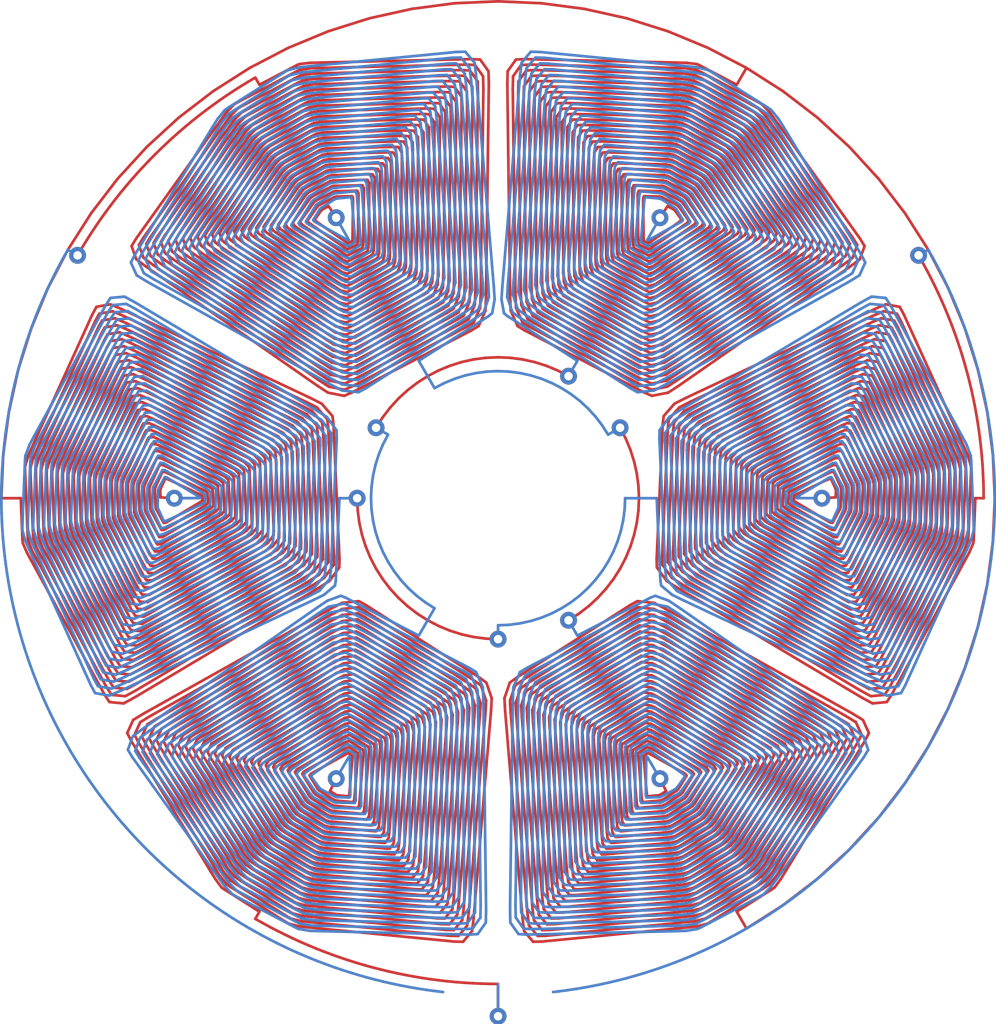
<source format=kicad_pcb>
(kicad_pcb (version 20221018) (generator pcbnew)
  (layers (0 "F.Cu" signal) (31 "B.Cu" signal) (34 "B.Paste" user) (35 "F.Paste" user) (36 "B.SilkS" user "B.Silkscreen") (37 "F.SilkS" user "F.Silkscreen") (38 "B.Mask" user) (39 "F.Mask" user) (44 "Edge.Cuts" user))
  (net 0 "")
  (net 1 "coils")
  (footprint "" (layer "F.Cu") (at 147.5 122.573)
    (fp_text reference "")
    (fp_text value "")
  )
  (segment (start 157.864777 91.137121) (end 157.589055 91.318218) (width 0.127) (layer "F.Cu") (net 1))
  (segment (start 162.586832 111.624347) (end 162.874715 111.798989) (width 0.127) (layer "F.Cu") (net 1))
  (segment (start 162.874715 111.798989) (end 163.043097 112.135941) (width 0.127) (layer "F.Cu") (net 1))
  (segment (start 160.152139 114.968191) (end 160.063752 115.109446) (width 0.127) (layer "F.Cu") (net 1))
  (segment (start 133.016627 93.969353) (end 139.237539 96.89661) (width 0.127) (layer "F.Cu") (net 1))
  (segment (start 157.083414 112.044589) (end 157.175915 112.0849) (width 0.127) (layer "F.Cu") (net 1))
  (segment (start 156.644884 105.724514) (end 157.35041 105.803048) (width 0.127) (layer "F.Cu") (net 1))
  (segment (start 129.359719 102.370351) (end 129.200579 102.072061) (width 0.127) (layer "F.Cu") (net 1))
  (segment (start 160.083665 101.768053) (end 160.091302 102.007753) (width 0.127) (layer "F.Cu") (net 1))
  (segment (start 147.204238 109.659287) (end 143.49308 107.288713) (width 0.127) (layer "F.Cu") (net 1))
  (segment (start 143.914228 85.111346) (end 143.834951 84.962148) (width 0.127) (layer "F.Cu") (net 1))
  (segment (start 145.033294 110.982402) (end 143.195664 109.80858) (width 0.127) (layer "F.Cu") (net 1))
  (segment (start 140.569253 103.015202) (end 140.161789 103.273215) (width 0.127) (layer "F.Cu") (net 1))
  (segment (start 143.175716 108.309999) (end 142.720974 108.372897) (width 0.127) (layer "F.Cu") (net 1))
  (segment (start 162.306043 82.337372) (end 162.523039 82.634347) (width 0.127) (layer "F.Cu") (net 1))
  (segment (start 171.349747 102.660106) (end 171.530978 102.320603) (width 0.127) (layer "F.Cu") (net 1))
  (segment (start 165.820723 101.131616) (end 166.146993 100.535233) (width 0.127) (layer "F.Cu") (net 1))
  (segment (start 168.347676 93.182177) (end 168.195371 92.905868) (width 0.127) (layer "F.Cu") (net 1))
  (segment (start 157.256723 94.586384) (end 156.927055 94.443589) (width 0.127) (layer "F.Cu") (net 1))
  (segment (start 138.880344 101.322558) (end 138.873677 101.502251) (width 0.127) (layer "F.Cu") (net 1))
  (segment (start 134.202369 102.096295) (end 134.063162 102.173894) (width 0.127) (layer "F.Cu") (net 1))
  (segment (start 138.232893 83.322788) (end 135.260196 87.482336) (width 0.127) (layer "F.Cu") (net 1))
  (segment (start 142.824084 112.0849) (end 142.736014 112.133565) (width 0.127) (layer "F.Cu") (net 1))
  (segment (start 156.903473 110.648536) (end 156.983748 110.608208) (width 0.127) (layer "F.Cu") (net 1))
  (segment (start 141.359864 116.395283) (end 141.449511 116.446946) (width 0.127) (layer "F.Cu") (net 1))
  (segment (start 151.946465 80.03274) (end 158.371153 80.180523) (width 0.127) (layer "F.Cu") (net 1))
  (segment (start 141.412234 85.935258) (end 141.366726 85.960713) (width 0.127) (layer "F.Cu") (net 1))
  (segment (start 165.898363 110.883219) (end 166.145558 111.413869) (width 0.127) (layer "F.Cu") (net 1))
  (segment (start 154.966705 110.982402) (end 156.804335 109.80858) (width 0.127) (layer "F.Cu") (net 1))
  (segment (start 142.978193 113.904819) (end 143.108488 112.35337) (width 0.127) (layer "F.Cu") (net 1))
  (segment (start 168.975332 90.956495) (end 168.320423 90.840314) (width 0.127) (layer "F.Cu") (net 1))
  (segment (start 160.053125 120.005953) (end 159.879387 120.10445) (width 0.127) (layer "F.Cu") (net 1))
  (segment (start 167.154176 105.04052) (end 168.984859 101.694255) (width 0.127) (layer "F.Cu") (net 1))
  (segment (start 170.202567 101.459045) (end 170.215192 101.311149) (width 0.127) (layer "F.Cu") (net 1))
  (segment (start 146.137121 89.373829) (end 146.150268 89.032419) (width 0.127) (layer "F.Cu") (net 1))
  (segment (start 163.729865 99.757842) (end 163.70963 100.20882) (width 0.127) (layer "F.Cu") (net 1))
  (segment (start 147.766306 81.965046) (end 147.755735 81.510227) (width 0.127) (layer "F.Cu") (net 1))
  (segment (start 141.549784 118.02978) (end 146.126722 118.474697) (width 0.127) (layer "F.Cu") (net 1))
  (segment (start 133.104564 96.154824) (end 133.397567 96.120846) (width 0.127) (layer "F.Cu") (net 1))
  (segment (start 144.91903 116.827161) (end 145.098673 116.829489) (width 0.127) (layer "F.Cu") (net 1))
  (segment (start 158.768246 82.024304) (end 158.896789 82.084651) (width 0.127) (layer "F.Cu") (net 1))
  (segment (start 160.285355 112.777783) (end 160.241015 112.86879) (width 0.127) (layer "F.Cu") (net 1))
  (segment (start 159.233215 85.12752) (end 159.300751 85.16615) (width 0.127) (layer "F.Cu") (net 1))
  (segment (start 147.736979 120.671412) (end 148.127867 120.679846) (width 0.127) (layer "F.Cu") (net 1))
  (segment (start 132.538572 93.48058) (end 132.927218 93.646897) (width 0.127) (layer "F.Cu") (net 1))
  (segment (start 136.031372 100.097446) (end 136.027372 100.112122) (width 0.127) (layer "F.Cu") (net 1))
  (segment (start 146.996371 82.626177) (end 146.987434 82.230451) (width 0.127) (layer "F.Cu") (net 1))
  (segment (start 163.697687 87.993614) (end 163.390419 88.223493) (width 0.127) (layer "F.Cu") (net 1))
  (segment (start 141.472969 86.212155) (end 141.445607 86.248662) (width 0.127) (layer "F.Cu") (net 1))
  (segment (start 171.77483 102.40345) (end 171.95981 101.912099) (width 0.127) (layer "F.Cu") (net 1))
  (segment (start 156.691226 114.630446) (end 156.632295 114.629286) (width 0.127) (layer "F.Cu") (net 1))
  (segment (start 155.282251 116.552571) (end 155.117697 116.554464) (width 0.127) (layer "F.Cu") (net 1))
  (segment (start 136.617627 117.472395) (end 136.83746 117.82559) (width 0.127) (layer "F.Cu") (net 1))
  (segment (start 138.933248 116.662519) (end 140.794668 117.839551) (width 0.127) (layer "F.Cu") (net 1))
  (segment (start 170.718494 101.427791) (end 170.818855 98.935945) (width 0.127) (layer "F.Cu") (net 1))
  (segment (start 171.943368 93.291238) (end 172.05711 93.675225) (width 0.127) (layer "F.Cu") (net 1))
  (segment (start 161.321157 87.489421) (end 161.122701 87.636909) (width 0.127) (layer "F.Cu") (net 1))
  (segment (start 141.548263 115.913861) (end 141.626698 115.959279) (width 0.127) (layer "F.Cu") (net 1))
  (segment (start 157.66071 90.043111) (end 157.451719 90.181115) (width 0.127) (layer "F.Cu") (net 1))
  (segment (start 143.58843 88.165089) (end 143.624625 88.014825) (width 0.127) (layer "F.Cu") (net 1))
  (segment (start 134.035153 99.614604) (end 134.04559 99.571895) (width 0.127) (layer "F.Cu") (net 1))
  (segment (start 160.524114 83.512042) (end 160.635707 83.577023) (width 0.127) (layer "F.Cu") (net 1))
  (segment (start 134.540594 110.615694) (end 134.101636 110.883219) (width 0.127) (layer "F.Cu") (net 1))
  (segment (start 159.213078 119.73676) (end 158.832136 119.777815) (width 0.127) (layer "F.Cu") (net 1))
  (segment (start 166.597917 116.597917) (end 165.088153 117.981361) (width 0.127) (layer "F.Cu") (net 1))
  (segment (start 160.866419 83.81348) (end 161.011173 84.011229) (width 0.127) (layer "F.Cu") (net 1))
  (segment (start 133.452013 106.085692) (end 133.104836 106.275816) (width 0.127) (layer "F.Cu") (net 1))
  (segment (start 139.954085 87.04136) (end 140.03686 87.20131) (width 0.127) (layer "F.Cu") (net 1))
  (segment (start 160.468837 83.775664) (end 160.686466 83.997993) (width 0.127) (layer "F.Cu") (net 1))
  (segment (start 157.130894 89.393506) (end 157.047812 89.360288) (width 0.127) (layer "F.Cu") (net 1))
  (segment (start 162.350562 101.219542) (end 162.55511 101.347403) (width 0.127) (layer "F.Cu") (net 1))
  (segment (start 157.921363 83.470795) (end 158.103466 83.477205) (width 0.127) (layer "F.Cu") (net 1))
  (segment (start 133.298246 96.921498) (end 133.364551 96.804615) (width 0.127) (layer "F.Cu") (net 1))
  (segment (start 170.082898 98.225601) (end 168.073356 93.805397) (width 0.127) (layer "F.Cu") (net 1))
  (segment (start 152.799891 118.200672) (end 152.168878 110.687119) (width 0.127) (layer "F.Cu") (net 1))
  (segment (start 151.156149 93.443149) (end 151.723217 93.568865) (width 0.127) (layer "F.Cu") (net 1))
  (segment (start 129.692267 99.013498) (end 129.693043 98.865117) (width 0.127) (layer "F.Cu") (net 1))
  (segment (start 157.9426 113.833592) (end 157.666353 114.008271) (width 0.127) (layer "F.Cu") (net 1))
  (segment (start 138.253532 98.674699) (end 138.362349 101.09981) (width 0.127) (layer "F.Cu") (net 1))
  (segment (start 158.169138 115.191727) (end 158.107521 115.227778) (width 0.127) (layer "F.Cu") (net 1))
  (segment (start 169.580156 101.657825) (end 169.700497 101.329601) (width 0.127) (layer "F.Cu") (net 1))
  (segment (start 156.222068 88.359924) (end 156.172747 88.32599) (width 0.127) (layer "F.Cu") (net 1))
  (segment (start 142.816152 111.799362) (end 142.710235 111.857248) (width 0.127) (layer "F.Cu") (net 1))
  (segment (start 156.899922 87.85409) (end 156.889213 87.843288) (width 0.127) (layer "F.Cu") (net 1))
  (segment (start 165.643598 111.802592) (end 162.574814 116.846344) (width 0.127) (layer "F.Cu") (net 1))
  (segment (start 133.290308 103.737552) (end 131.961095 101.307914) (width 0.127) (layer "F.Cu") (net 1))
  (segment (start 159.187428 103.16484) (end 159.611802 103.433699) (width 0.127) (layer "F.Cu") (net 1))
  (segment (start 131.939642 108.614178) (end 131.734613 108.297941) (width 0.127) (layer "F.Cu") (net 1))
  (segment (start 141.449511 116.446946) (end 141.694539 116.511452) (width 0.127) (layer "F.Cu") (net 1))
  (segment (start 166.429747 99.389738) (end 166.015951 98.479549) (width 0.127) (layer "F.Cu") (net 1))
  (segment (start 156.573011 107.848684) (end 156.784416 107.735447) (width 0.127) (layer "F.Cu") (net 1))
  (segment (start 141.190615 96.722902) (end 141.22863 97.049984) (width 0.127) (layer "F.Cu") (net 1))
  (segment (start 163.724476 87.371274) (end 163.855925 87.589931) (width 0.127) (layer "F.Cu") (net 1))
  (segment (start 168.845338 91.28139) (end 168.213048 91.170347) (width 0.127) (layer "F.Cu") (net 1))
  (segment (start 170.200456 98.491902) (end 170.082898 98.225601) (width 0.127) (layer "F.Cu") (net 1))
  (segment (start 145.522489 116.833716) (end 145.558252 116.530062) (width 0.127) (layer "F.Cu") (net 1))
  (segment (start 155.770166 88.697147) (end 155.695103 88.647792) (width 0.127) (layer "F.Cu") (net 1))
  (segment (start 141.386103 118.778938) (end 146.730569 119.298465) (width 0.127) (layer "F.Cu") (net 1))
  (segment (start 136.267466 111.975481) (end 136.382369 112.202417) (width 0.127) (layer "F.Cu") (net 1))
  (segment (start 157.934649 85.021466) (end 157.992969 85.049811) (width 0.127) (layer "F.Cu") (net 1))
  (segment (start 166.825827 104.550384) (end 166.931934 104.389036) (width 0.127) (layer "F.Cu") (net 1))
  (segment (start 167.698681 100.727941) (end 167.752114 99.401264) (width 0.127) (layer "F.Cu") (net 1))
  (segment (start 160.342663 101.656679) (end 160.350057 101.881378) (width 0.127) (layer "F.Cu") (net 1))
  (segment (start 132.194609 93.880555) (end 132.645946 93.810613) (width 0.127) (layer "F.Cu") (net 1))
  (segment (start 130.891274 98.536038) (end 132.475285 95.051837) (width 0.127) (layer "F.Cu") (net 1))
  (segment (start 161.250617 98.403913) (end 161.119655 101.322558) (width 0.127) (layer "F.Cu") (net 1))
  (segment (start 136.803637 100.491248) (end 136.676165 100.620989) (width 0.127) (layer "F.Cu") (net 1))
  (segment (start 143.827252 88.32599) (end 143.875875 88.150725) (width 0.127) (layer "F.Cu") (net 1))
  (segment (start 141.736662 115.432438) (end 141.803885 115.471611) (width 0.127) (layer "F.Cu") (net 1))
  (segment (start 153.31686 118.123744) (end 153.268993 117.723355) (width 0.127) (layer "F.Cu") (net 1))
  (segment (start 137.261833 99.21627) (end 137.326359 100.654315) (width 0.127) (layer "F.Cu") (net 1))
  (segment (start 153.671995 118.749286) (end 153.386729 118.754668) (width 0.127) (layer "F.Cu") (net 1))
  (segment (start 154.035842 117.929591) (end 153.78112 117.607732) (width 0.127) (layer "F.Cu") (net 1))
  (segment (start 142.375103 108.26512) (end 136.774817 111.400202) (width 0.127) (layer "F.Cu") (net 1))
  (segment (start 145.769674 82.894794) (end 145.56159 82.882891) (width 0.127) (layer "F.Cu") (net 1))
  (segment (start 141.293016 86.027641) (end 141.256624 86.076551) (width 0.127) (layer "F.Cu") (net 1))
  (segment (start 142.183257 114.774748) (end 142.259067 114.783429) (width 0.127) (layer "F.Cu") (net 1))
  (segment (start 157.235751 93.720904) (end 156.947181 93.596372) (width 0.127) (layer "F.Cu") (net 1))
  (segment (start 135.313741 88.558684) (end 141.778105 93.051638) (width 0.127) (layer "F.Cu") (net 1))
  (segment (start 168.263238 99.323711) (end 168.263254 99.226659) (width 0.127) (layer "F.Cu") (net 1))
  (segment (start 162.932637 100.542941) (end 162.937607 100.617623) (width 0.127) (layer "F.Cu") (net 1))
  (segment (start 142.182433 84.230089) (end 142.047068 84.235023) (width 0.127) (layer "F.Cu") (net 1))
  (segment (start 139.79861 83.915912) (end 139.698031 83.974305) (width 0.127) (layer "F.Cu") (net 1))
  (segment (start 135.94621 100.172074) (end 135.860031 100.224012) (width 0.127) (layer "F.Cu") (net 1))
  (segment (start 158.298342 86.356607) (end 158.316185 86.366734) (width 0.127) (layer "F.Cu") (net 1))
  (segment (start 156.864149 108.884552) (end 157.263162 108.943974) (width 0.127) (layer "F.Cu") (net 1))
  (segment (start 159.920118 78.726237) (end 161.7365 79.671785) (width 0.127) (layer "F.Cu") (net 1))
  (segment (start 134.7 100) (end 134.048457 99.961697) (width 0.127) (layer "F.Cu") (net 1))
  (segment (start 140.647287 120.232962) (end 141.058742 120.277254) (width 0.127) (layer "F.Cu") (net 1))
  (segment (start 156.684751 106.299067) (end 157.334546 106.374126) (width 0.127) (layer "F.Cu") (net 1))
  (segment (start 146.275885 110.913205) (end 146.153318 110.511433) (width 0.127) (layer "F.Cu") (net 1))
  (segment (start 131.736761 99.323711) (end 131.736745 99.226659) (width 0.127) (layer "F.Cu") (net 1))
  (segment (start 156.414001 111.864478) (end 157.002612 111.488492) (width 0.127) (layer "F.Cu") (net 1))
  (segment (start 141.630438 83.814328) (end 140.282697 84.521716) (width 0.127) (layer "F.Cu") (net 1))
  (segment (start 141.931706 116.281744) (end 144.717748 116.552571) (width 0.127) (layer "F.Cu") (net 1))
  (segment (start 169.796608 99.091051) (end 169.796031 98.955502) (width 0.127) (layer "F.Cu") (net 1))
  (segment (start 161.310134 112.072638) (end 161.530871 112.205998) (width 0.127) (layer "F.Cu") (net 1))
  (segment (start 147.831121 110.687119) (end 147.856028 110.238783) (width 0.127) (layer "F.Cu") (net 1))
  (segment (start 153.170358 119.029693) (end 152.8526 118.639755) (width 0.127) (layer "F.Cu") (net 1))
  (segment (start 157.852574 84.740236) (end 158.004115 84.771703) (width 0.127) (layer "F.Cu") (net 1))
  (segment (start 141.067641 85.904441) (end 140.336832 86.927025) (width 0.127) (layer "F.Cu") (net 1))
  (segment (start 141.454064 116.154572) (end 141.538105 116.203112) (width 0.127) (layer "F.Cu") (net 1))
  (segment (start 166.753227 88.641863) (end 166.306057 88.977673) (width 0.127) (layer "F.Cu") (net 1))
  (segment (start 146.475233 82.7106) (end 146.253355 82.377955) (width 0.127) (layer "F.Cu") (net 1))
  (segment (start 143.665449 114.769671) (end 143.681845 114.620794) (width 0.127) (layer "F.Cu") (net 1))
  (segment (start 133.623671 102.760326) (end 132.670562 101.018159) (width 0.127) (layer "F.Cu") (net 1))
  (segment (start 157.980739 114.710305) (end 157.930335 114.740111) (width 0.127) (layer "F.Cu") (net 1))
  (segment (start 153.021123 81.602698) (end 153.305707 81.587368) (width 0.127) (layer "F.Cu") (net 1))
  (segment (start 144.420331 111.890523) (end 144.432384 111.700032) (width 0.127) (layer "F.Cu") (net 1))
  (segment (start 160.340052 87.001066) (end 160.392279 87.09123) (width 0.127) (layer "F.Cu") (net 1))
  (segment (start 163.544357 111.28813) (end 163.882598 111.493732) (width 0.127) (layer "F.Cu") (net 1))
  (segment (start 142.147834 83.976991) (end 141.99689 83.982417) (width 0.127) (layer "F.Cu") (net 1))
  (segment (start 130.305674 101.98401) (end 130.17599 101.740672) (width 0.127) (layer "F.Cu") (net 1))
  (segment (start 141.194034 79.940717) (end 140.676021 80.026196) (width 0.127) (layer "F.Cu") (net 1))
  (segment (start 142.152005 121.562186) (end 141.776889 121.421936) (width 0.127) (layer "F.Cu") (net 1))
  (segment (start 158.336554 80.433621) (end 158.705608 80.44593) (width 0.127) (layer "F.Cu") (net 1))
  (segment (start 142.736014 112.133565) (end 141.243263 112.969218) (width 0.127) (layer "F.Cu") (net 1))
  (segment (start 163.972627 100.112122) (end 164.053789 100.172074) (width 0.127) (layer "F.Cu") (net 1))
  (segment (start 167.648847 107.25958) (end 167.820902 106.994973) (width 0.127) (layer "F.Cu") (net 1))
  (segment (start 132.390764 91.712159) (end 140.717002 95.630078) (width 0.127) (layer "F.Cu") (net 1))
  (segment (start 133.093753 110.577962) (end 132.820288 111.173178) (width 0.127) (layer "F.Cu") (net 1))
  (segment (start 158.723016 119.278376) (end 152.866866 119.847644) (width 0.127) (layer "F.Cu") (net 1))
  (segment (start 166.256279 103.541201) (end 166.517195 103.534435) (width 0.127) (layer "F.Cu") (net 1))
  (segment (start 132.434073 101.114744) (end 132.370664 100.995047) (width 0.127) (layer "F.Cu") (net 1))
  (segment (start 140.434329 101.9908) (end 140.426207 102.260504) (width 0.127) (layer "F.Cu") (net 1))
  (segment (start 154.211868 82.623787) (end 158.025161 82.711501) (width 0.127) (layer "F.Cu") (net 1))
  (segment (start 160.802576 83.378382) (end 161.046372 83.628966) (width 0.127) (layer "F.Cu") (net 1))
  (segment (start 158.270683 102.547669) (end 158.280017 102.892381) (width 0.127) (layer "F.Cu") (net 1))
  (segment (start 154.70964 116.57571) (end 154.676298 116.291404) (width 0.127) (layer "F.Cu") (net 1))
  (segment (start 140.995534 114.360874) (end 141.049241 114.397209) (width 0.127) (layer "F.Cu") (net 1))
  (segment (start 146.218879 117.607732) (end 146.261905 117.246038) (width 0.127) (layer "F.Cu") (net 1))
  (segment (start 157.21478 92.855425) (end 156.967307 92.749155) (width 0.127) (layer "F.Cu") (net 1))
  (segment (start 141.896533 83.477205) (end 141.648552 83.522885) (width 0.127) (layer "F.Cu") (net 1))
  (segment (start 169.029923 99.207381) (end 169.029643 99.091081) (width 0.127) (layer "F.Cu") (net 1))
  (segment (start 164.202289 87.639801) (end 164.037192 88.065642) (width 0.127) (layer "F.Cu") (net 1))
  (segment (start 158.371153 80.180523) (end 158.755787 80.193324) (width 0.127) (layer "F.Cu") (net 1))
  (segment (start 157.172837 91.124465) (end 157.00756 91.054722) (width 0.127) (layer "F.Cu") (net 1))
  (segment (start 168.487629 108.949425) (end 171.822724 102.853277) (width 0.127) (layer "F.Cu") (net 1))
  (segment (start 152.407328 110.351187) (end 152.579993 109.82047) (width 0.127) (layer "F.Cu") (net 1))
  (segment (start 140.520243 114.963536) (end 141.642462 115.67315) (width 0.127) (layer "F.Cu") (net 1))
  (segment (start 135.781441 111.39198) (end 135.578031 111.81502) (width 0.127) (layer "F.Cu") (net 1))
  (segment (start 133.577073 105.420792) (end 133.264557 105.592162) (width 0.127) (layer "F.Cu") (net 1))
  (segment (start 142.778229 93.143918) (end 143.0394 93.031561) (width 0.127) (layer "F.Cu") (net 1))
  (segment (start 154.484273 110.688376) (end 156.738242 109.24861) (width 0.127) (layer "F.Cu") (net 1))
  (segment (start 166.280477 87.939022) (end 166.074218 88.497807) (width 0.127) (layer "F.Cu") (net 1))
  (segment (start 129.947829 99.052275) (end 129.948505 98.910309) (width 0.127) (layer "F.Cu") (net 1))
  (segment (start 139.444081 115.281217) (end 139.548899 115.448964) (width 0.127) (layer "F.Cu") (net 1))
  (segment (start 134.989781 88.642482) (end 141.727088 93.325141) (width 0.127) (layer "F.Cu") (net 1))
  (segment (start 138.181936 80.331439) (end 138.527 80.128181) (width 0.127) (layer "F.Cu") (net 1))
  (segment (start 149.142963 110.224272) (end 149.172814 109.676764) (width 0.127) (layer "F.Cu") (net 1))
  (segment (start 138.915852 97.596703) (end 139.219837 97.925306) (width 0.127) (layer "F.Cu") (net 1))
  (segment (start 159.958926 119.765241) (end 159.790793 119.860617) (width 0.127) (layer "F.Cu") (net 1))
  (segment (start 166.387683 96.780912) (end 166.178692 96.871459) (width 0.127) (layer "F.Cu") (net 1))
  (segment (start 139.849177 87.385515) (end 142.492339 89.222603) (width 0.127) (layer "F.Cu") (net 1))
  (segment (start 146.454292 90.095898) (end 146.63962 89.64563) (width 0.127) (layer "F.Cu") (net 1))
  (segment (start 163.50956 87.540061) (end 163.358183 87.921586) (width 0.127) (layer "F.Cu") (net 1))
  (segment (start 155.21746 88.969593) (end 155.119126 88.694327) (width 0.127) (layer "F.Cu") (net 1))
  (segment (start 166.630017 89.06147) (end 158.527995 94.692653) (width 0.127) (layer "F.Cu") (net 1))
  (segment (start 157.326615 106.659664) (end 157.753792 106.883533) (width 0.127) (layer "F.Cu") (net 1))
  (segment (start 144.94321 84.389194) (end 144.93863 84.151048) (width 0.127) (layer "F.Cu") (net 1))
  (segment (start 129.673557 98.147992) (end 131.789483 93.493787) (width 0.127) (layer "F.Cu") (net 1))
  (segment (start 154.472165 83.153213) (end 154.664949 83.141996) (width 0.127) (layer "F.Cu") (net 1))
  (segment (start 157.366273 105.231971) (end 157.882689 105.501945) (width 0.127) (layer "F.Cu") (net 1))
  (segment (start 140.97706 96.049853) (end 141.436962 96.572601) (width 0.127) (layer "F.Cu") (net 1))
  (segment (start 144.309646 111.42344) (end 143.096526 110.648536) (width 0.127) (layer "F.Cu") (net 1))
  (segment (start 145.515726 110.688376) (end 143.261757 109.24861) (width 0.127) (layer "F.Cu") (net 1))
  (segment (start 135.922748 111.89525) (end 136.044708 112.135779) (width 0.127) (layer "F.Cu") (net 1))
  (segment (start 140.40408 112.938244) (end 140.434307 113.002065) (width 0.127) (layer "F.Cu") (net 1))
  (segment (start 158.794177 118.248157) (end 158.504775 118.279499) (width 0.127) (layer "F.Cu") (net 1))
  (segment (start 138.507711 82.300434) (end 138.363075 82.385178) (width 0.127) (layer "F.Cu") (net 1))
  (segment (start 159.676328 119.043107) (end 159.525014 119.129116) (width 0.127) (layer "F.Cu") (net 1))
  (segment (start 167.113233 95.986668) (end 167.025429 95.829928) (width 0.127) (layer "F.Cu") (net 1))
  (segment (start 141.034283 121.121904) (end 140.66702 120.962214) (width 0.127) (layer "F.Cu") (net 1))
  (segment (start 158.932577 103.915152) (end 167.048223 108.74529) (width 0.127) (layer "F.Cu") (net 1))
  (segment (start 142.848134 90.258986) (end 142.972313 90.207505) (width 0.127) (layer "F.Cu") (net 1))
  (segment (start 140.813965 114.545915) (end 140.872908 114.585985) (width 0.127) (layer "F.Cu") (net 1))
  (segment (start 158.347954 86.397128) (end 158.365409 86.420772) (width 0.127) (layer "F.Cu") (net 1))
  (segment (start 147.895868 90.325132) (end 147.915581 89.843251) (width 0.127) (layer "F.Cu") (net 1))
  (segment (start 154.262173 89.613196) (end 154.114127 89.237929) (width 0.127) (layer "F.Cu") (net 1))
  (segment (start 137.002712 99.278011) (end 137.013908 99.351663) (width 0.127) (layer "F.Cu") (net 1))
  (segment (start 137.125284 111.798989) (end 136.956902 112.135941) (width 0.127) (layer "F.Cu") (net 1))
  (segment (start 159.073445 119.240559) (end 158.723016 119.278376) (width 0.127) (layer "F.Cu") (net 1))
  (segment (start 142.492339 89.222603) (end 142.651282 89.328287) (width 0.127) (layer "F.Cu") (net 1))
  (segment (start 133.494028 84.060369) (end 133.774727 83.774727) (width 0.127) (layer "F.Cu") (net 1))
  (segment (start 133.161086 96.609888) (end 133.234557 96.479719) (width 0.127) (layer "F.Cu") (net 1))
  (segment (start 132.056745 100.876547) (end 132.049667 100.786262) (width 0.127) (layer "F.Cu") (net 1))
  (segment (start 161.119655 101.322558) (end 161.126322 101.502251) (width 0.127) (layer "F.Cu") (net 1))
  (segment (start 137.875897 87.340581) (end 137.999833 87.633476) (width 0.127) (layer "F.Cu") (net 1))
  (segment (start 141.394748 80.951142) (end 140.953887 81.02525) (width 0.127) (layer "F.Cu") (net 1))
  (segment (start 157.021806 113.904819) (end 156.891511 112.35337) (width 0.127) (layer "F.Cu") (net 1))
  (segment (start 158.221894 93.051638) (end 157.829394 93.30815) (width 0.127) (layer "F.Cu") (net 1))
  (segment (start 133.143539 100.824988) (end 133.102222 100.746505) (width 0.127) (layer "F.Cu") (net 1))
  (segment (start 165.7351 101.763846) (end 165.856977 101.832067) (width 0.127) (layer "F.Cu") (net 1))
  (segment (start 148.506615 79.51453) (end 141.559648 79.674327) (width 0.127) (layer "F.Cu") (net 1))
  (segment (start 166.178692 96.871459) (end 162.664625 98.525007) (width 0.127) (layer "F.Cu") (net 1))
  (segment (start 131.956855 107.646457) (end 129.12323 102.466936) (width 0.127) (layer "F.Cu") (net 1))
  (segment (start 153.460757 110.800802) (end 153.593344 110.373241) (width 0.127) (layer "F.Cu") (net 1))
  (segment (start 153.284702 90.551874) (end 153.068063 90.417699) (width 0.127) (layer "F.Cu") (net 1))
  (segment (start 167.80539 93.880555) (end 167.354053 93.810613) (width 0.127) (layer "F.Cu") (net 1))
  (segment (start 159.506228 79.538239) (end 161.091117 80.370099) (width 0.127) (layer "F.Cu") (net 1))
  (segment (start 144.170329 84.871272) (end 144.076792 84.703729) (width 0.127) (layer "F.Cu") (net 1))
  (segment (start 157.374204 104.946432) (end 157.908468 105.225628) (width 0.127) (layer "F.Cu") (net 1))
  (segment (start 163.390419 88.223493) (end 158.017827 91.957628) (width 0.127) (layer "F.Cu") (net 1))
  (segment (start 155.3173 111.797953) (end 155.304258 111.587628) (width 0.127) (layer "F.Cu") (net 1))
  (segment (start 134.144512 98.753988) (end 134.256563 98.761112) (width 0.127) (layer "F.Cu") (net 1))
  (segment (start 166.804554 94.614265) (end 161.185163 97.258476) (width 0.127) (layer "F.Cu") (net 1))
  (segment (start 132.860695 94.47068) (end 133.195445 94.614265) (width 0.127) (layer "F.Cu") (net 1))
  (segment (start 149.152116 91.004634) (end 149.17652 90.422417) (width 0.127) (layer "F.Cu") (net 1))
  (segment (start 161.419471 116.297759) (end 161.183285 116.581372) (width 0.127) (layer "F.Cu") (net 1))
  (segment (start 132.865255 107.301296) (end 132.351152 107.25958) (width 0.127) (layer "F.Cu") (net 1))
  (segment (start 169.700917 98.619077) (end 169.595811 98.38082) (width 0.127) (layer "F.Cu") (net 1))
  (segment (start 140.753157 85.474101) (end 140.689674 85.560221) (width 0.127) (layer "F.Cu") (net 1))
  (segment (start 144.550862 111.276427) (end 143.129572 110.368551) (width 0.127) (layer "F.Cu") (net 1))
  (segment (start 148.267936 81.030077) (end 147.946237 80.569021) (width 0.127) (layer "F.Cu") (net 1))
  (segment (start 151.924081 119.671777) (end 151.861688 119.155306) (width 0.127) (layer "F.Cu") (net 1))
  (segment (start 158.457474 103.613755) (end 158.932577 103.915152) (width 0.127) (layer "F.Cu") (net 1))
  (segment (start 166.015951 98.479549) (end 165.985481 98.429093) (width 0.127) (layer "F.Cu") (net 1))
  (segment (start 138.501457 98.539306) (end 138.621346 101.211184) (width 0.127) (layer "F.Cu") (net 1))
  (segment (start 161.126322 101.502251) (end 161.37729 101.818096) (width 0.127) (layer "F.Cu") (net 1))
  (segment (start 154.707916 104.707916) (end 154.279679 105.100323) (width 0.127) (layer "F.Cu") (net 1))
  (segment (start 133.827191 104.090994) (end 133.583999 104.224855) (width 0.127) (layer "F.Cu") (net 1))
  (segment (start 166.564592 97.233108) (end 166.505455 97.12951) (width 0.127) (layer "F.Cu") (net 1))
  (segment (start 140.93311 85.658614) (end 140.878657 85.732331) (width 0.127) (layer "F.Cu") (net 1))
  (segment (start 164.421968 111.81502) (end 164.292953 112.069142) (width 0.127) (layer "F.Cu") (net 1))
  (segment (start 157.624896 108.26512) (end 163.225182 111.400202) (width 0.127) (layer "F.Cu") (net 1))
  (segment (start 153.760625 110.247338) (end 156.639104 108.408654) (width 0.127) (layer "F.Cu") (net 1))
  (segment (start 138.998282 116.39633) (end 139.10958 116.473743) (width 0.127) (layer "F.Cu") (net 1))
  (segment (start 167.565926 101.114744) (end 167.629335 100.995047) (width 0.127) (layer "F.Cu") (net 1))
  (segment (start 142.194648 106.330898) (end 134.540594 110.615694) (width 0.127) (layer "F.Cu") (net 1))
  (segment (start 166.153111 98.167938) (end 166.115474 98.104197) (width 0.127) (layer "F.Cu") (net 1))
  (segment (start 157.762507 103.145132) (end 158.214156 103.763394) (width 0.127) (layer "F.Cu") (net 1))
  (segment (start 132.323823 92.820514) (end 132.7484 93.001984) (width 0.127) (layer "F.Cu") (net 1))
  (segment (start 154.725489 110.835389) (end 156.771289 109.528595) (width 0.127) (layer "F.Cu") (net 1))
  (segment (start 157.035658 111.768477) (end 157.063481 111.757313) (width 0.127) (layer "F.Cu") (net 1))
  (segment (start 140.801937 81.096265) (end 138.507711 82.300434) (width 0.127) (layer "F.Cu") (net 1))
  (segment (start 134.065887 87.889152) (end 134.265285 88.42578) (width 0.127) (layer "F.Cu") (net 1))
  (segment (start 132.454029 106.92093) (end 132.290218 106.669231) (width 0.127) (layer "F.Cu") (net 1))
  (segment (start 153.260273 82.846554) (end 153.268665 82.470525) (width 0.127) (layer "F.Cu") (net 1))
  (segment (start 157.252577 87.855091) (end 157.177046 87.906907) (width 0.127) (layer "F.Cu") (net 1))
  (segment (start 145.646642 110.787819) (end 145.515726 110.688376) (width 0.127) (layer "F.Cu") (net 1))
  (segment (start 137.840472 80.540688) (end 138.181936 80.331439) (width 0.127) (layer "F.Cu") (net 1))
  (segment (start 140.519014 96.393597) (end 140.944268 96.873202) (width 0.127) (layer "F.Cu") (net 1))
  (segment (start 161.277 80.467663) (end 161.7365 79.671785) (width 0.127) (layer "F.Cu") (net 1))
  (segment (start 152.045806 76.616321) (end 154.076043 76.883607) (width 0.127) (layer "F.Cu") (net 1))
  (segment (start 141.729316 102.547669) (end 141.719982 102.892381) (width 0.127) (layer "F.Cu") (net 1))
  (segment (start 140.386392 119.37295) (end 140.856737 119.48866) (width 0.127) (layer "F.Cu") (net 1))
  (segment (start 136.144074 87.589931) (end 136.302312 87.993614) (width 0.127) (layer "F.Cu") (net 1))
  (segment (start 142.237492 103.145132) (end 141.785843 103.763394) (width 0.127) (layer "F.Cu") (net 1))
  (segment (start 130.976903 87.168759) (end 131.203737 86.838715) (width 0.127) (layer "F.Cu") (net 1))
  (segment (start 152.60663 90.053331) (end 152.588793 89.611585) (width 0.127) (layer "F.Cu") (net 1))
  (segment (start 130.970076 99.207381) (end 130.970356 99.091081) (width 0.127) (layer "F.Cu") (net 1))
  (segment (start 132.837809 93.32444) (end 139.660243 96.534744) (width 0.127) (layer "F.Cu") (net 1))
  (segment (start 133.364551 96.804615) (end 133.612316 96.780912) (width 0.127) (layer "F.Cu") (net 1))
  (segment (start 163.882598 111.493732) (end 164.077251 111.89525) (width 0.127) (layer "F.Cu") (net 1))
  (segment (start 132.659784 106.243631) (end 132.51246 106.017747) (width 0.127) (layer "F.Cu") (net 1))
  (segment (start 136.190752 81.674509) (end 136.512679 81.436296) (width 0.127) (layer "F.Cu") (net 1))
  (segment (start 157.65 113.250188) (end 157.9426 113.833592) (width 0.127) (layer "F.Cu") (net 1))
  (segment (start 139.660243 96.534744) (end 140.060967 96.737342) (width 0.127) (layer "F.Cu") (net 1))
  (segment (start 142.207659 114.228882) (end 142.246851 114.252443) (width 0.127) (layer "F.Cu") (net 1))
  (segment (start 142.091531 105.225628) (end 133.263895 110.167404) (width 0.127) (layer "F.Cu") (net 1))
  (segment (start 147.065956 110.575994) (end 146.913331 110.096855) (width 0.127) (layer "F.Cu") (net 1))
  (segment (start 140.606554 79.776432) (end 140.425346 79.860782) (width 0.127) (layer "F.Cu") (net 1))
  (segment (start 133.024976 106.617643) (end 132.556907 106.582281) (width 0.127) (layer "F.Cu") (net 1))
  (segment (start 166.924555 95.130746) (end 166.625737 95.259178) (width 0.127) (layer "F.Cu") (net 1))
  (segment (start 134.921753 87.519356) (end 134.758616 87.789412) (width 0.127) (layer "F.Cu") (net 1))
  (segment (start 141.929656 96.272) (end 141.972404 96.643806) (width 0.127) (layer "F.Cu") (net 1))
  (segment (start 160.635707 83.577023) (end 160.866419 83.81348) (width 0.127) (layer "F.Cu") (net 1))
  (segment (start 130.772044 86.53644) (end 132.018638 84.911846) (width 0.127) (layer "F.Cu") (net 1))
  (segment (start 139.864901 84.172946) (end 139.673439 84.36702) (width 0.127) (layer "F.Cu") (net 1))
  (segment (start 136.396597 99.487297) (end 136.510018 99.578612) (width 0.127) (layer "F.Cu") (net 1))
  (segment (start 145.732173 111.427675) (end 145.74917 111.138013) (width 0.127) (layer "F.Cu") (net 1))
  (segment (start 145.133638 89.371593) (end 145.260183 89.291394) (width 0.127) (layer "F.Cu") (net 1))
  (segment (start 163.732533 111.975481) (end 163.61763 112.202417) (width 0.127) (layer "F.Cu") (net 1))
  (segment (start 141.542525 103.613755) (end 141.067422 103.915152) (width 0.127) (layer "F.Cu") (net 1))
  (segment (start 129.050233 98.301141) (end 129.186471 97.992774) (width 0.127) (layer "F.Cu") (net 1))
  (segment (start 129.671785 88.2635) (end 130.772044 86.53644) (width 0.127) (layer "F.Cu") (net 1))
  (segment (start 143.110786 87.843288) (end 143.122126 87.743024) (width 0.127) (layer "F.Cu") (net 1))
  (segment (start 154.860032 111.064204) (end 154.966705 110.982402) (width 0.127) (layer "F.Cu") (net 1))
  (segment (start 163.018679 87.849559) (end 162.7425 88.055897) (width 0.127) (layer "F.Cu") (net 1))
  (segment (start 156.415924 114.904311) (end 156.33455 114.769671) (width 0.127) (layer "F.Cu") (net 1))
  (segment (start 146.410454 122.663496) (end 146.015468 122.597398) (width 0.127) (layer "F.Cu") (net 1))
  (segment (start 137.406119 101.069904) (end 137.218481 101.186918) (width 0.127) (layer "F.Cu") (net 1))
  (segment (start 157.310752 107.230742) (end 157.702234 107.436168) (width 0.127) (layer "F.Cu") (net 1))
  (segment (start 136.98132 87.849559) (end 137.257499 88.055897) (width 0.127) (layer "F.Cu") (net 1))
  (segment (start 167.59866 106.343489) (end 169.930814 102.080596) (width 0.127) (layer "F.Cu") (net 1))
  (segment (start 140.904618 114.260651) (end 140.995534 114.360874) (width 0.127) (layer "F.Cu") (net 1))
  (segment (start 166.265207 102.434584) (end 167.092948 100.921574) (width 0.127) (layer "F.Cu") (net 1))
  (segment (start 166.59857 103.41181) (end 167.802415 101.211329) (width 0.127) (layer "F.Cu") (net 1))
  (segment (start 133.902244 110.391549) (end 133.429714 110.679715) (width 0.127) (layer "F.Cu") (net 1))
  (segment (start 152.840981 89.495752) (end 152.746983 82.4058) (width 0.127) (layer "F.Cu") (net 1))
  (segment (start 166.735575 107.083041) (end 167.134744 107.301296) (width 0.127) (layer "F.Cu") (net 1))
  (segment (start 141.834173 116.015251) (end 141.986266 116.032025) (width 0.127) (layer "F.Cu") (net 1))
  (segment (start 141.444926 81.203749) (end 141.023353 81.275013) (width 0.127) (layer "F.Cu") (net 1))
  (segment (start 160.820149 116.211289) (end 160.714086 116.284967) (width 0.127) (layer "F.Cu") (net 1))
  (segment (start 143.351271 85.478987) (end 143.296187 85.473938) (width 0.127) (layer "F.Cu") (net 1))
  (segment (start 166.235337 104.423443) (end 166.495861 104.566682) (width 0.127) (layer "F.Cu") (net 1))
  (segment (start 151.327855 90.190751) (end 151.207113 81.083537) (width 0.127) (layer "F.Cu") (net 1))
  (segment (start 156.724617 106.873619) (end 157.318683 106.945203) (width 0.127) (layer "F.Cu") (net 1))
  (segment (start 158.793916 95.877981) (end 158.31669 96.422301) (width 0.127) (layer "F.Cu") (net 1))
  (segment (start 146.715297 90.551874) (end 146.931936 90.417699) (width 0.127) (layer "F.Cu") (net 1))
  (segment (start 141.177102 114.175832) (end 141.225574 114.208433) (width 0.127) (layer "F.Cu") (net 1))
  (segment (start 169.285105 99.045888) (end 169.201377 98.746251) (width 0.127) (layer "F.Cu") (net 1))
  (segment (start 161.423069 102.149824) (end 166.360397 105.088343) (width 0.127) (layer "F.Cu") (net 1))
  (segment (start 139.582733 120.445035) (end 139.227505 120.260115) (width 0.127) (layer "F.Cu") (net 1))
  (segment (start 163.736328 99.728913) (end 163.729865 99.757842) (width 0.127) (layer "F.Cu") (net 1))
  (segment (start 166.432015 87.667439) (end 166.626842 87.988892) (width 0.127) (layer "F.Cu") (net 1))
  (segment (start 172.096664 98.742062) (end 172.095196 98.548767) (width 0.127) (layer "F.Cu") (net 1))
  (segment (start 148.364866 91.383103) (end 148.649617 90.732833) (width 0.127) (layer "F.Cu") (net 1))
  (segment (start 165.878791 98.791159) (end 165.855487 98.753988) (width 0.127) (layer "F.Cu") (net 1))
  (segment (start 170.818855 98.935945) (end 170.817882 98.774731) (width 0.127) (layer "F.Cu") (net 1))
  (segment (start 156.844216 108.597275) (end 157.271094 108.658436) (width 0.127) (layer "F.Cu") (net 1))
  (segment (start 139.13358 83.81348) (end 138.988826 84.011229) (width 0.127) (layer "F.Cu") (net 1))
  (segment (start 130.647731 98.458429) (end 132.338124 94.740227) (width 0.127) (layer "F.Cu") (net 1))
  (segment (start 159.391039 79.488945) (end 159.506228 79.538239) (width 0.127) (layer "F.Cu") (net 1))
  (segment (start 161.660661 87.561448) (end 161.446661 87.720706) (width 0.127) (layer "F.Cu") (net 1))
  (segment (start 141.143855 79.688111) (end 140.606554 79.776432) (width 0.127) (layer "F.Cu") (net 1))
  (segment (start 160.642148 87.345365) (end 160.474781 87.469313) (width 0.127) (layer "F.Cu") (net 1))
  (segment (start 159.046112 81.02525) (end 159.198062 81.096265) (width 0.127) (layer "F.Cu") (net 1))
  (segment (start 154.101919 88.916586) (end 154.030209 83.507686) (width 0.127) (layer "F.Cu") (net 1))
  (segment (start 152.326655 109.682277) (end 152.554545 109.512274) (width 0.127) (layer "F.Cu") (net 1))
  (segment (start 154.438409 82.882891) (end 157.990562 82.964599) (width 0.127) (layer "F.Cu") (net 1))
  (segment (start 158.196114 115.471611) (end 158.026192 115.51905) (width 0.127) (layer "F.Cu") (net 1))
  (segment (start 148.419957 90.074918) (end 148.536241 81.303914) (width 0.127) (layer "F.Cu") (net 1))
  (segment (start 140.033345 84.736047) (end 139.933742 84.87178) (width 0.127) (layer "F.Cu") (net 1))
  (segment (start 158.944626 86.985227) (end 158.854983 87.050324) (width 0.127) (layer "F.Cu") (net 1))
  (segment (start 138.408338 112.602241) (end 139.84786 114.968191) (width 0.127) (layer "F.Cu") (net 1))
  (segment (start 139.030553 83.179741) (end 138.773674 83.444453) (width 0.127) (layer "F.Cu") (net 1))
  (segment (start 142.529513 121.695869) (end 142.152005 121.562186) (width 0.127) (layer "F.Cu") (net 1))
  (segment (start 158.901707 114.090892) (end 158.822897 114.175832) (width 0.127) (layer "F.Cu") (net 1))
  (segment (start 148.671758 79.793763) (end 148.280075 79.773635) (width 0.127) (layer "F.Cu") (net 1))
  (segment (start 139.531162 83.775664) (end 139.313533 83.997993) (width 0.127) (layer "F.Cu") (net 1))
  (segment (start 138.799843 83.839118) (end 136.275523 87.371274) (width 0.127) (layer "F.Cu") (net 1))
  (segment (start 163.323834 100.620989) (end 163.460743 100.705465) (width 0.127) (layer "F.Cu") (net 1))
  (segment (start 158.103466 83.477205) (end 158.351447 83.522885) (width 0.127) (layer "F.Cu") (net 1))
  (segment (start 158.450215 118.02978) (end 153.873277 118.474697) (width 0.127) (layer "F.Cu") (net 1))
  (segment (start 134.149188 98.431078) (end 134.268351 98.48374) (width 0.127) (layer "F.Cu") (net 1))
  (segment (start 140.451573 97.173803) (end 140.484855 97.456163) (width 0.127) (layer "F.Cu") (net 1))
  (segment (start 136.022209 99.893234) (end 136.031372 100.097446) (width 0.127) (layer "F.Cu") (net 1))
  (segment (start 152.104131 90.325132) (end 152.084418 89.843251) (width 0.127) (layer "F.Cu") (net 1))
  (segment (start 163.955291 112.135779) (end 161.565366 116.06378) (width 0.127) (layer "F.Cu") (net 1))
  (segment (start 132.47557 111.092948) (end 132.668093 111.469406) (width 0.127) (layer "F.Cu") (net 1))
  (segment (start 144.782539 88.969593) (end 144.880873 88.694327) (width 0.127) (layer "F.Cu") (net 1))
  (segment (start 166.218744 99.633923) (end 166.219552 99.588201) (width 0.127) (layer "F.Cu") (net 1))
  (segment (start 142.147425 84.740236) (end 141.995884 84.771703) (width 0.127) (layer "F.Cu") (net 1))
  (segment (start 170.699996 98.364728) (end 170.569985 98.070383) (width 0.127) (layer "F.Cu") (net 1))
  (segment (start 151.392586 119.632623) (end 150.594667 110.131703) (width 0.127) (layer "F.Cu") (net 1))
  (segment (start 162.8174 118.246745) (end 162.653747 118.361501) (width 0.127) (layer "F.Cu") (net 1))
  (segment (start 153.743089 111.242536) (end 153.724114 110.913205) (width 0.127) (layer "F.Cu") (net 1))
  (segment (start 167.13446 105.566332) (end 167.265297 105.366263) (width 0.127) (layer "F.Cu") (net 1))
  (segment (start 158.074938 114.951016) (end 158.018928 114.983944) (width 0.127) (layer "F.Cu") (net 1))
  (segment (start 157.000851 91.337127) (end 154.188507 89.877428) (width 0.127) (layer "F.Cu") (net 1))
  (segment (start 128.274901 101.661074) (end 128.158897 98.780838) (width 0.127) (layer "F.Cu") (net 1))
  (segment (start 155.614501 115.33677) (end 155.3173 111.797953) (width 0.127) (layer "F.Cu") (net 1))
  (segment (start 138.370691 111.960565) (end 138.133167 112.104245) (width 0.127) (layer "F.Cu") (net 1))
  (segment (start 142.931295 112.048463) (end 142.916585 112.044589) (width 0.127) (layer "F.Cu") (net 1))
  (segment (start 165.241383 87.789412) (end 165.055705 88.281725) (width 0.127) (layer "F.Cu") (net 1))
  (segment (start 142.996318 110.895484) (end 142.792358 110.942745) (width 0.127) (layer "F.Cu") (net 1))
  (segment (start 134.143022 101.832067) (end 133.997192 101.841187) (width 0.127) (layer "F.Cu") (net 1))
  (segment (start 162.653747 118.361501) (end 160.053125 120.005953) (width 0.127) (layer "F.Cu") (net 1))
  (segment (start 142.11344 115.022849) (end 142.204507 115.033148) (width 0.127) (layer "F.Cu") (net 1))
  (segment (start 136.720031 112.269054) (end 138.838412 115.750755) (width 0.127) (layer "F.Cu") (net 1))
  (segment (start 144.315183 116.003393) (end 144.449559 116.004413) (width 0.127) (layer "F.Cu") (net 1))
  (segment (start 161.803793 82.186537) (end 162.12609 82.521886) (width 0.127) (layer "F.Cu") (net 1))
  (segment (start 144.234002 96.670999) (end 144.546085 96.181128) (width 0.127) (layer "F.Cu") (net 1))
  (segment (start 133.514543 105.753242) (end 133.184697 105.933989) (width 0.127) (layer "F.Cu") (net 1))
  (segment (start 171.530978 102.320603) (end 171.708776 101.847377) (width 0.127) (layer "F.Cu") (net 1))
  (segment (start 148.792886 81.083537) (end 148.780137 80.549928) (width 0.127) (layer "F.Cu") (net 1))
  (segment (start 160.091302 102.007753) (end 160.404018 102.416649) (width 0.127) (layer "F.Cu") (net 1))
  (segment (start 134.859769 110.727767) (end 134.437597 110.984971) (width 0.127) (layer "F.Cu") (net 1))
  (segment (start 140.614605 103.594183) (end 133.076835 108.08039) (width 0.127) (layer "F.Cu") (net 1))
  (segment (start 156.93652 110.928522) (end 157.003681 110.895484) (width 0.127) (layer "F.Cu") (net 1))
  (segment (start 152.56534 118.43933) (end 151.90651 110.59455) (width 0.127) (layer "F.Cu") (net 1))
  (segment (start 147.644619 90.189232) (end 147.663394 89.727418) (width 0.127) (layer "F.Cu") (net 1))
  (segment (start 141.013717 86.852984) (end 140.993178 86.89175) (width 0.127) (layer "F.Cu") (net 1))
  (segment (start 158.025161 82.711501) (end 158.254002 82.719386) (width 0.127) (layer "F.Cu") (net 1))
  (segment (start 147.887223 91.061302) (end 148.147118 90.461032) (width 0.127) (layer "F.Cu") (net 1))
  (segment (start 141.294391 80.44593) (end 140.814954 80.525723) (width 0.127) (layer "F.Cu") (net 1))
  (segment (start 158.153645 83.224599) (end 158.420914 83.273121) (width 0.127) (layer "F.Cu") (net 1))
  (segment (start 157.83113 106.05458) (end 165.77858 110.503622) (width 0.127) (layer "F.Cu") (net 1))
  (segment (start 171.273762 90.079881) (end 172.057404 91.971761) (width 0.127) (layer "F.Cu") (net 1))
  (segment (start 171.073345 98.729538) (end 170.949766 98.301141) (width 0.127) (layer "F.Cu") (net 1))
  (segment (start 160.201389 83.915912) (end 160.301968 83.974305) (width 0.127) (layer "F.Cu") (net 1))
  (segment (start 137.969429 97.982208) (end 138.228782 98.112319) (width 0.127) (layer "F.Cu") (net 1))
  (segment (start 136.932425 118.388406) (end 137.032709 118.463515) (width 0.127) (layer "F.Cu") (net 1))
  (segment (start 144.802313 83.928471) (end 144.655429 83.91931) (width 0.127) (layer "F.Cu") (net 1))
  (segment (start 162.387842 117.146554) (end 162.091127 117.506579) (width 0.127) (layer "F.Cu") (net 1))
  (segment (start 161.693821 87.149149) (end 161.777737 87.290711) (width 0.127) (layer "F.Cu") (net 1))
  (segment (start 166.976073 96.298278) (end 166.895435 96.154824) (width 0.127) (layer "F.Cu") (net 1))
  (segment (start 148.772308 120.445794) (end 148.841964 119.871282) (width 0.127) (layer "F.Cu") (net 1))
  (segment (start 158.843183 113.020015) (end 158.906483 113.098704) (width 0.127) (layer "F.Cu") (net 1))
  (segment (start 161.636924 82.385178) (end 161.946137 82.706399) (width 0.127) (layer "F.Cu") (net 1))
  (segment (start 167.250394 95.675058) (end 167.155422 95.505033) (width 0.127) (layer "F.Cu") (net 1))
  (segment (start 145.285993 83.411633) (end 145.10851 83.401101) (width 0.127) (layer "F.Cu") (net 1))
  (segment (start 150.84456 79.276924) (end 151.266844 79.255426) (width 0.127) (layer "F.Cu") (net 1))
  (segment (start 147.159018 89.495752) (end 147.253016 82.4058) (width 0.127) (layer "F.Cu") (net 1))
  (segment (start 129.549773 98.428315) (end 129.673557 98.147992) (width 0.127) (layer "F.Cu") (net 1))
  (segment (start 133.719691 97.110945) (end 133.910716 97.193915) (width 0.127) (layer "F.Cu") (net 1))
  (segment (start 142.744768 109.229513) (end 142.478221 109.37039) (width 0.127) (layer "F.Cu") (net 1))
  (segment (start 167.025429 95.829928) (end 166.709806 95.790813) (width 0.127) (layer "F.Cu") (net 1))
  (segment (start 147.663394 89.727418) (end 147.766306 81.965046) (width 0.127) (layer "F.Cu") (net 1))
  (segment (start 160.578677 112.802153) (end 159.54647 114.498653) (width 0.127) (layer "F.Cu") (net 1))
  (segment (start 143.912619 115.454214) (end 144.016817 115.454362) (width 0.127) (layer "F.Cu") (net 1))
  (segment (start 136.290369 100.20882) (end 136.286127 100.238497) (width 0.127) (layer "F.Cu") (net 1))
  (segment (start 151.977048 81.744668) (end 151.988163 81.270152) (width 0.127) (layer "F.Cu") (net 1))
  (segment (start 158.49038 83.023358) (end 158.595515 83.073038) (width 0.127) (layer "F.Cu") (net 1))
  (segment (start 166.975023 106.617643) (end 167.443092 106.582281) (width 0.127) (layer "F.Cu") (net 1))
  (segment (start 142.689247 107.230742) (end 142.297765 107.436168) (width 0.127) (layer "F.Cu") (net 1))
  (segment (start 157.486053 90.465391) (end 157.158856 90.547479) (width 0.127) (layer "F.Cu") (net 1))
  (segment (start 172.890104 98.399367) (end 172.914553 98.799099) (width 0.127) (layer "F.Cu") (net 1))
  (segment (start 150.806629 108.853121) (end 151.107248 108.630198) (width 0.127) (layer "F.Cu") (net 1))
  (segment (start 167.935384 93.555659) (end 167.461427 93.48058) (width 0.127) (layer "F.Cu") (net 1))
  (segment (start 137.224809 117.486072) (end 137.545736 117.876662) (width 0.127) (layer "F.Cu") (net 1))
  (segment (start 157.863728 93.592426) (end 157.235751 93.720904) (width 0.127) (layer "F.Cu") (net 1))
  (segment (start 141.523021 94.419151) (end 141.998934 94.72953) (width 0.127) (layer "F.Cu") (net 1))
  (segment (start 145.359589 89.540205) (end 145.499005 89.452295) (width 0.127) (layer "F.Cu") (net 1))
  (segment (start 153.818871 105.453914) (end 153.329 105.765997) (width 0.127) (layer "F.Cu") (net 1))
  (segment (start 156.870427 110.368551) (end 156.963815 110.320932) (width 0.127) (layer "F.Cu") (net 1))
  (segment (start 145.33505 83.141996) (end 142.044036 83.217697) (width 0.127) (layer "F.Cu") (net 1))
  (segment (start 168.325364 92.580972) (end 167.783551 92.49048) (width 0.127) (layer "F.Cu") (net 1))
  (segment (start 160.754768 98.133127) (end 160.60166 101.545305) (width 0.127) (layer "F.Cu") (net 1))
  (segment (start 136.910011 82.118016) (end 132.891099 87.741481) (width 0.127) (layer "F.Cu") (net 1))
  (segment (start 158.514359 113.751374) (end 158.45976 113.805749) (width 0.127) (layer "F.Cu") (net 1))
  (segment (start 146.89087 89.78153) (end 146.906831 89.379919) (width 0.127) (layer "F.Cu") (net 1))
  (segment (start 131.734613 108.297941) (end 128.650252 102.660106) (width 0.127) (layer "F.Cu") (net 1))
  (segment (start 140.500691 85.38811) (end 139.321505 87.038087) (width 0.127) (layer "F.Cu") (net 1))
  (segment (start 151.158035 119.871282) (end 150.332299 110.039133) (width 0.127) (layer "F.Cu") (net 1))
  (segment (start 154.606694 110.926011) (end 154.725489 110.835389) (width 0.127) (layer "F.Cu") (net 1))
  (segment (start 158.771369 97.049984) (end 158.529681 102.436295) (width 0.127) (layer "F.Cu") (net 1))
  (segment (start 159.688291 85.216) (end 161.016936 87.075108) (width 0.127) (layer "F.Cu") (net 1))
  (segment (start 160.626101 97.252958) (end 160.287467 97.624705) (width 0.127) (layer "F.Cu") (net 1))
  (segment (start 136.278615 99.429672) (end 136.396597 99.487297) (width 0.127) (layer "F.Cu") (net 1))
  (segment (start 151.119404 110.316841) (end 151.090542 109.789168) (width 0.127) (layer "F.Cu") (net 1))
  (segment (start 137.021406 117.159369) (end 137.224809 117.486072) (width 0.127) (layer "F.Cu") (net 1))
  (segment (start 162.997287 99.278011) (end 162.986091 99.351663) (width 0.127) (layer "F.Cu") (net 1))
  (segment (start 143.295315 106.586343) (end 142.673384 106.659664) (width 0.127) (layer "F.Cu") (net 1))
  (segment (start 157.81376 90.863618) (end 157.554721 91.033942) (width 0.127) (layer "F.Cu") (net 1))
  (segment (start 155.849052 115.098111) (end 155.579668 111.890523) (width 0.127) (layer "F.Cu") (net 1))
  (segment (start 155.100323 104.279679) (end 154.707916 104.707916) (width 0.127) (layer "F.Cu") (net 1))
  (segment (start 151.830897 109.071236) (end 156.374734 106.168772) (width 0.127) (layer "F.Cu") (net 1))
  (segment (start 140.651301 80.602072) (end 138.184986 81.896565) (width 0.127) (layer "F.Cu") (net 1))
  (segment (start 134.543877 111.574329) (end 134.694062 111.86923) (width 0.127) (layer "F.Cu") (net 1))
  (segment (start 140.841013 103.754668) (end 133.014306 108.41284) (width 0.127) (layer "F.Cu") (net 1))
  (segment (start 148.147118 90.461032) (end 148.167769 89.959085) (width 0.127) (layer "F.Cu") (net 1))
  (segment (start 133.139365 107.74794) (end 132.705534 107.98495) (width 0.127) (layer "F.Cu") (net 1))
  (segment (start 154.252213 117.654566) (end 154.01325 117.349727) (width 0.127) (layer "F.Cu") (net 1))
  (segment (start 135.498118 110.951912) (end 135.109519 111.188476) (width 0.127) (layer "F.Cu") (net 1))
  (segment (start 157.054521 89.077883) (end 155.996117 88.528536) (width 0.127) (layer "F.Cu") (net 1))
  (segment (start 154.910849 116.052745) (end 154.530194 111.520245) (width 0.127) (layer "F.Cu") (net 1))
  (segment (start 157.228761 93.432411) (end 156.95389 93.313967) (width 0.127) (layer "F.Cu") (net 1))
  (segment (start 136.819516 117.315882) (end 137.031135 117.655831) (width 0.127) (layer "F.Cu") (net 1))
  (segment (start 158.013733 116.032025) (end 155.483533 116.277982) (width 0.127) (layer "F.Cu") (net 1))
  (segment (start 154.879687 117.10175) (end 154.684955 117.104515) (width 0.127) (layer "F.Cu") (net 1))
  (segment (start 161.976375 81.69463) (end 162.137532 81.789255) (width 0.127) (layer "F.Cu") (net 1))
  (segment (start 133.380028 100.728403) (end 133.346075 100.663658) (width 0.127) (layer "F.Cu") (net 1))
  (segment (start 142.084205 91.410623) (end 142.376609 91.602494) (width 0.127) (layer "F.Cu") (net 1))
  (segment (start 142.452441 109.094073) (end 137.732341 111.73642) (width 0.127) (layer "F.Cu") (net 1))
  (segment (start 160.255241 84.69967) (end 162.032264 87.18617) (width 0.127) (layer "F.Cu") (net 1))
  (segment (start 157.521778 109.37039) (end 161.948483 111.848493) (width 0.127) (layer "F.Cu") (net 1))
  (segment (start 151.811921 80.310601) (end 152.173005 80.291844) (width 0.127) (layer "F.Cu") (net 1))
  (segment (start 148.279596 81.524291) (end 148.267936 81.030077) (width 0.127) (layer "F.Cu") (net 1))
  (segment (start 134.646129 82.947798) (end 134.946069 82.682433) (width 0.127) (layer "F.Cu") (net 1))
  (segment (start 167.134744 107.301296) (end 167.648847 107.25958) (width 0.127) (layer "F.Cu") (net 1))
  (segment (start 143.584075 114.904311) (end 143.665449 114.769671) (width 0.127) (layer "F.Cu") (net 1))
  (segment (start 142.710235 111.857248) (end 140.924089 112.857146) (width 0.127) (layer "F.Cu") (net 1))
  (segment (start 154.023351 89.774096) (end 153.862878 89.373829) (width 0.127) (layer "F.Cu") (net 1))
  (segment (start 138.773674 83.444453) (end 138.610859 83.667008) (width 0.127) (layer "F.Cu") (net 1))
  (segment (start 167.702758 99.127774) (end 167.647464 99.001692) (width 0.127) (layer "F.Cu") (net 1))
  (segment (start 159.56567 101.9908) (end 159.573792 102.260504) (width 0.127) (layer "F.Cu") (net 1))
  (segment (start 159.656089 115.152312) (end 158.451736 115.913861) (width 0.127) (layer "F.Cu") (net 1))
  (segment (start 143.873279 111.755167) (end 143.827214 111.717466) (width 0.127) (layer "F.Cu") (net 1))
  (segment (start 159.394577 84.925585) (end 159.467621 84.967509) (width 0.127) (layer "F.Cu") (net 1))
  (segment (start 133.983301 102.515721) (end 133.791437 102.518486) (width 0.127) (layer "F.Cu") (net 1))
  (segment (start 138.339338 87.561448) (end 138.553338 87.720706) (width 0.127) (layer "F.Cu") (net 1))
  (segment (start 135.559614 82.167608) (end 135.873031 81.918305) (width 0.127) (layer "F.Cu") (net 1))
  (segment (start 140.856737 119.48866) (end 141.222423 119.528096) (width 0.127) (layer "F.Cu") (net 1))
  (segment (start 138.873677 101.502251) (end 138.622709 101.818096) (width 0.127) (layer "F.Cu") (net 1))
  (segment (start 133.846888 98.167938) (end 133.884525 98.104197) (width 0.127) (layer "F.Cu") (net 1))
  (segment (start 141.243263 112.969218) (end 141.156816 113.020015) (width 0.127) (layer "F.Cu") (net 1))
  (segment (start 167.454186 108.668604) (end 168.060357 108.614178) (width 0.127) (layer "F.Cu") (net 1))
  (segment (start 160.362751 83.713977) (end 160.468837 83.775664) (width 0.127) (layer "F.Cu") (net 1))
  (segment (start 158.854983 87.050324) (end 157.303593 88.128593) (width 0.127) (layer "F.Cu") (net 1))
  (segment (start 141.495224 118.279499) (end 146.328004 118.749286) (width 0.127) (layer "F.Cu") (net 1))
  (segment (start 154.036967 83.190749) (end 154.230325 82.894794) (width 0.127) (layer "F.Cu") (net 1))
  (segment (start 128.526552 101.602753) (end 128.414458 98.819615) (width 0.127) (layer "F.Cu") (net 1))
  (segment (start 143.275382 106.873619) (end 142.681316 106.945203) (width 0.127) (layer "F.Cu") (net 1))
  (segment (start 132.556907 106.582281) (end 132.401339 106.343489) (width 0.127) (layer "F.Cu") (net 1))
  (segment (start 151.348464 108.777211) (end 156.308642 105.608802) (width 0.127) (layer "F.Cu") (net 1))
  (segment (start 170.64028 102.370351) (end 170.79942 102.072061) (width 0.127) (layer "F.Cu") (net 1))
  (segment (start 161.008201 82.906238) (end 161.136315 82.9811) (width 0.127) (layer "F.Cu") (net 1))
  (segment (start 136.93354 88.139695) (end 142.033188 91.684126) (width 0.127) (layer "F.Cu") (net 1))
  (segment (start 141.162286 81.77454) (end 141.027892 81.837555) (width 0.127) (layer "F.Cu") (net 1))
  (segment (start 158.587765 85.935258) (end 158.633273 85.960713) (width 0.127) (layer "F.Cu") (net 1))
  (segment (start 136.701318 99.067806) (end 136.854644 99.143552) (width 0.127) (layer "F.Cu") (net 1))
  (segment (start 161.492288 82.300434) (end 161.636924 82.385178) (width 0.127) (layer "F.Cu") (net 1))
  (segment (start 153.08473 118.381749) (end 153.034442 117.962013) (width 0.127) (layer "F.Cu") (net 1))
  (segment (start 132.351152 107.25958) (end 132.179097 106.994973) (width 0.127) (layer "F.Cu") (net 1))
  (segment (start 140.121335 84.319781) (end 140.03177 84.371586) (width 0.127) (layer "F.Cu") (net 1))
  (segment (start 145.792803 116.768721) (end 146.25691 111.242536) (width 0.127) (layer "F.Cu") (net 1))
  (segment (start 160.185087 115.71864) (end 158.734334 116.635995) (width 0.127) (layer "F.Cu") (net 1))
  (segment (start 133.997192 101.841187) (end 133.957034 101.7831) (width 0.127) (layer "F.Cu") (net 1))
  (segment (start 154.777543 111.36282) (end 154.860032 111.064204) (width 0.127) (layer "F.Cu") (net 1))
  (segment (start 133.774727 83.774727) (end 134.060369 83.494028) (width 0.127) (layer "F.Cu") (net 1))
  (segment (start 144.681736 89.03437) (end 144.782539 88.969593) (width 0.127) (layer "F.Cu") (net 1))
  (segment (start 153.519409 110.100325) (end 156.606058 108.128669) (width 0.127) (layer "F.Cu") (net 1))
  (segment (start 137.154097 81.783832) (end 136.910011 82.118016) (width 0.127) (layer "F.Cu") (net 1))
  (segment (start 159.066889 85.658614) (end 159.121342 85.732331) (width 0.127) (layer "F.Cu") (net 1))
  (segment (start 161.364854 116.766413) (end 161.243084 116.851295) (width 0.127) (layer "F.Cu") (net 1))
  (segment (start 148.296955 91.732154) (end 148.603688 91.544004) (width 0.127) (layer "F.Cu") (net 1))
  (segment (start 160.04112 97.474405) (end 160.010993 97.726949) (width 0.127) (layer "F.Cu") (net 1))
  (segment (start 150.30047 109.451957) (end 150.553291 108.714929) (width 0.127) (layer "F.Cu") (net 1))
  (segment (start 145.292083 104.707916) (end 144.899676 104.279679) (width 0.127) (layer "F.Cu") (net 1))
  (segment (start 137.031135 117.655831) (end 137.364167 118.061704) (width 0.127) (layer "F.Cu") (net 1))
  (segment (start 141.345455 117.751956) (end 141.604344 117.78006) (width 0.127) (layer "F.Cu") (net 1))
  (segment (start 152.795761 109.659287) (end 156.506919 107.288713) (width 0.127) (layer "F.Cu") (net 1))
  (segment (start 167.932023 107.320715) (end 170.64028 102.370351) (width 0.127) (layer "F.Cu") (net 1))
  (segment (start 141.113063 85.843128) (end 141.067641 85.904441) (width 0.127) (layer "F.Cu") (net 1))
  (segment (start 158.986282 86.852984) (end 159.006821 86.89175) (width 0.127) (layer "F.Cu") (net 1))
  (segment (start 138.953627 83.628966) (end 138.799843 83.839118) (width 0.127) (layer "F.Cu") (net 1))
  (segment (start 167.251599 93.001984) (end 160.128404 96.35381) (width 0.127) (layer "F.Cu") (net 1))
  (segment (start 131.733887 109.291477) (end 131.51237 108.949425) (width 0.127) (layer "F.Cu") (net 1))
  (segment (start 147.535697 120.396823) (end 147.911496 120.404821) (width 0.127) (layer "F.Cu") (net 1))
  (segment (start 137.33405 81.968345) (end 137.098994 82.290127) (width 0.127) (layer "F.Cu") (net 1))
  (segment (start 141.199856 85.762072) (end 141.113063 85.843128) (width 0.127) (layer "F.Cu") (net 1))
  (segment (start 134.048457 99.961697) (end 134.035304 99.63512) (width 0.127) (layer "F.Cu") (net 1))
  (segment (start 132.714583 95.180137) (end 133.075444 95.130746) (width 0.127) (layer "F.Cu") (net 1))
  (segment (start 161.046372 83.628966) (end 161.200156 83.839118) (width 0.127) (layer "F.Cu") (net 1))
  (segment (start 137.223295 117.002857) (end 137.418483 117.316313) (width 0.127) (layer "F.Cu") (net 1))
  (segment (start 147.938261 120.946001) (end 148.344238 120.954872) (width 0.127) (layer "F.Cu") (net 1))
  (segment (start 137.335374 98.525007) (end 137.541713 98.627936) (width 0.127) (layer "F.Cu") (net 1))
  (segment (start 141.683814 86.366734) (end 141.652045 86.397128) (width 0.127) (layer "F.Cu") (net 1))
  (segment (start 128.650252 102.660106) (end 128.469021 102.320603) (width 0.127) (layer "F.Cu") (net 1))
  (segment (start 151.873954 91.222202) (end 151.601632 90.596933) (width 0.127) (layer "F.Cu") (net 1))
  (segment (start 131.894325 91.500381) (end 132.390764 91.712159) (width 0.127) (layer "F.Cu") (net 1))
  (segment (start 147.147373 81.069158) (end 141.767243 81.192914) (width 0.127) (layer "F.Cu") (net 1))
  (segment (start 129.281505 101.427791) (end 129.181144 98.935945) (width 0.127) (layer "F.Cu") (net 1))
  (segment (start 140.082617 102.715925) (end 139.708972 102.952246) (width 0.127) (layer "F.Cu") (net 1))
  (segment (start 138.997306 98.26852) (end 139.139341 101.433931) (width 0.127) (layer "F.Cu") (net 1))
  (segment (start 167.048223 108.74529) (end 167.534047 109.01043) (width 0.127) (layer "F.Cu") (net 1))
  (segment (start 154.543499 83.94844) (end 154.549168 83.670898) (width 0.127) (layer "F.Cu") (net 1))
  (segment (start 132.891099 87.741481) (end 132.680428 88.088632) (width 0.127) (layer "F.Cu") (net 1))
  (segment (start 141.727088 93.325141) (end 142.136271 93.592426) (width 0.127) (layer "F.Cu") (net 1))
  (segment (start 168.621997 92.558957) (end 168.455358 92.256077) (width 0.127) (layer "F.Cu") (net 1))
  (segment (start 166.939114 100.617658) (end 166.943728 100.552979) (width 0.127) (layer "F.Cu") (net 1))
  (segment (start 161.200156 83.839118) (end 163.724476 87.371274) (width 0.127) (layer "F.Cu") (net 1))
  (segment (start 142.743276 94.586384) (end 143.072944 94.443589) (width 0.127) (layer "F.Cu") (net 1))
  (segment (start 143.005857 91.619533) (end 146.037443 90.046039) (width 0.127) (layer "F.Cu") (net 1))
  (segment (start 173.383678 97.954193) (end 173.473 100) (width 0.127) (layer "F.Cu") (net 1))
  (segment (start 142.271986 107.15985) (end 135.498118 110.951912) (width 0.127) (layer "F.Cu") (net 1))
  (segment (start 160.302644 87.273338) (end 160.150822 87.385515) (width 0.127) (layer "F.Cu") (net 1))
  (segment (start 142.862115 89.681999) (end 142.958895 89.642694) (width 0.127) (layer "F.Cu") (net 1))
  (segment (start 145.964157 117.929591) (end 146.218879 117.607732) (width 0.127) (layer "F.Cu") (net 1))
  (segment (start 159.606748 85.105074) (end 159.688291 85.216) (width 0.127) (layer "F.Cu") (net 1))
  (segment (start 136.765983 99.487056) (end 136.808364 100.431567) (width 0.127) (layer "F.Cu") (net 1))
  (segment (start 136.774817 111.400202) (end 136.453362 111.595484) (width 0.127) (layer "F.Cu") (net 1))
  (segment (start 138.621346 101.211184) (end 138.614922 101.375876) (width 0.127) (layer "F.Cu") (net 1))
  (segment (start 157.726392 92.455322) (end 157.207789 92.566931) (width 0.127) (layer "F.Cu") (net 1))
  (segment (start 158.198157 81.446012) (end 158.504894 81.456355) (width 0.127) (layer "F.Cu") (net 1))
  (segment (start 166.983372 93.969353) (end 160.76246 96.89661) (width 0.127) (layer "F.Cu") (net 1))
  (segment (start 140.924089 112.857146) (end 140.820855 112.918263) (width 0.127) (layer "F.Cu") (net 1))
  (segment (start 132.297241 99.127774) (end 132.352535 99.001692) (width 0.127) (layer "F.Cu") (net 1))
  (segment (start 160.063752 115.109446) (end 159.912307 115.286081) (width 0.127) (layer "F.Cu") (net 1))
  (segment (start 165.985481 98.429093) (end 165.850811 98.431078) (width 0.127) (layer "F.Cu") (net 1))
  (segment (start 152.59042 90.7395) (end 152.35538 90.189232) (width 0.127) (layer "F.Cu") (net 1))
  (segment (start 156.947181 93.596372) (end 152.380897 91.22632) (width 0.127) (layer "F.Cu") (net 1))
  (segment (start 168.865181 98.613647) (end 167.387554 95.363448) (width 0.127) (layer "F.Cu") (net 1))
  (segment (start 145.998158 110.394351) (end 143.327849 108.688639) (width 0.127) (layer "F.Cu") (net 1))
  (segment (start 142.964341 111.768477) (end 142.936518 111.757313) (width 0.127) (layer "F.Cu") (net 1))
  (segment (start 157.239368 109.800591) (end 157.470219 109.923025) (width 0.127) (layer "F.Cu") (net 1))
  (segment (start 158.629313 82.523831) (end 158.746152 82.578845) (width 0.127) (layer "F.Cu") (net 1))
  (segment (start 171.544159 97.759947) (end 168.896318 91.935737) (width 0.127) (layer "F.Cu") (net 1))
  (segment (start 152.073317 109.544085) (end 152.313329 109.365262) (width 0.127) (layer "F.Cu") (net 1))
  (segment (start 161.243084 116.851295) (end 159.29953 118.080262) (width 0.127) (layer "F.Cu") (net 1))
  (segment (start 152.813792 93.965802) (end 153.329 94.234002) (width 0.127) (layer "F.Cu") (net 1))
  (segment (start 158.107521 115.227778) (end 157.956375 115.270949) (width 0.127) (layer "F.Cu") (net 1))
  (segment (start 142.785219 92.855425) (end 143.032692 92.749155) (width 0.127) (layer "F.Cu") (net 1))
  (segment (start 166.375461 97.454406) (end 166.172934 97.440979) (width 0.127) (layer "F.Cu") (net 1))
  (segment (start 133.504942 96.450879) (end 133.731898 96.549003) (width 0.127) (layer "F.Cu") (net 1))
  (segment (start 138.815941 80.418881) (end 138.727891 80.465095) (width 0.127) (layer "F.Cu") (net 1))
  (segment (start 149.133967 108.483185) (end 143.75745 105.048831) (width 0.127) (layer "F.Cu") (net 1))
  (segment (start 158.706169 104.075636) (end 167.110753 109.077739) (width 0.127) (layer "F.Cu") (net 1))
  (segment (start 153.532247 81.846473) (end 158.128959 81.952208) (width 0.127) (layer "F.Cu") (net 1))
  (segment (start 140.563579 118.885282) (end 140.996371 118.992459) (width 0.127) (layer "F.Cu") (net 1))
  (segment (start 139.357851 87.345365) (end 139.525218 87.469313) (width 0.127) (layer "F.Cu") (net 1))
  (segment (start 161.31317 97.768575) (end 161.026509 98.075607) (width 0.127) (layer "F.Cu") (net 1))
  (segment (start 158.755787 80.193324) (end 159.254512 80.275959) (width 0.127) (layer "F.Cu") (net 1))
  (segment (start 157.270704 95.16337) (end 156.913637 95.0084) (width 0.127) (layer "F.Cu") (net 1))
  (segment (start 156.943882 110.033656) (end 157.231436 110.086129) (width 0.127) (layer "F.Cu") (net 1))
  (segment (start 142.35 113.250188) (end 142.057399 113.833592) (width 0.127) (layer "F.Cu") (net 1))
  (segment (start 139.14105 112.409502) (end 139.025209 112.617323) (width 0.127) (layer "F.Cu") (net 1))
  (segment (start 157.677108 114.278547) (end 157.631811 114.28399) (width 0.127) (layer "F.Cu") (net 1))
  (segment (start 143.107491 114.355856) (end 143.151333 114.35426) (width 0.127) (layer "F.Cu") (net 1))
  (segment (start 168.105674 91.500381) (end 167.609235 91.712159) (width 0.127) (layer "F.Cu") (net 1))
  (segment (start 143.032692 92.749155) (end 146.941248 90.720485) (width 0.127) (layer "F.Cu") (net 1))
  (segment (start 156.884401 112.26205) (end 156.886733 112.169745) (width 0.127) (layer "F.Cu") (net 1))
  (segment (start 151.880614 110.126379) (end 152.073317 109.544085) (width 0.127) (layer "F.Cu") (net 1))
  (segment (start 166.115474 98.104197) (end 165.958185 98.101045) (width 0.127) (layer "F.Cu") (net 1))
  (segment (start 142.771238 93.432411) (end 143.046109 93.313967) (width 0.127) (layer "F.Cu") (net 1))
  (segment (start 138.610859 83.667008) (end 135.937081 87.408294) (width 0.127) (layer "F.Cu") (net 1))
  (segment (start 168.320423 90.840314) (end 167.788052 91.067247) (width 0.127) (layer "F.Cu") (net 1))
  (segment (start 146.219133 82.950675) (end 146.011515 82.636375) (width 0.127) (layer "F.Cu") (net 1))
  (segment (start 137.093992 111.512275) (end 136.789323 111.697237) (width 0.127) (layer "F.Cu") (net 1))
  (segment (start 166.475015 99.543008) (end 166.453909 99.44571) (width 0.127) (layer "F.Cu") (net 1))
  (segment (start 138.335773 112.456862) (end 138.408338 112.602241) (width 0.127) (layer "F.Cu") (net 1))
  (segment (start 172.350658 98.503574) (end 172.198615 97.983205) (width 0.127) (layer "F.Cu") (net 1))
  (segment (start 145.485813 111.250417) (end 145.393305 110.926011) (width 0.127) (layer "F.Cu") (net 1))
  (segment (start 129.596208 102.273766) (end 129.444432 101.989214) (width 0.127) (layer "F.Cu") (net 1))
  (segment (start 151.723217 93.568865) (end 152.27717 93.743526) (width 0.127) (layer "F.Cu") (net 1))
  (segment (start 138.686829 97.768575) (end 138.97349 98.075607) (width 0.127) (layer "F.Cu") (net 1))
  (segment (start 140.794668 117.839551) (end 140.917952 117.909948) (width 0.127) (layer "F.Cu") (net 1))
  (segment (start 141.023353 81.275013) (end 140.877256 81.343362) (width 0.127) (layer "F.Cu") (net 1))
  (segment (start 140.745487 80.275959) (end 140.575983 80.354975) (width 0.127) (layer "F.Cu") (net 1))
  (segment (start 157.702038 85.498055) (end 157.795716 85.520993) (width 0.127) (layer "F.Cu") (net 1))
  (segment (start 143.394981 105.149962) (end 142.633726 105.231971) (width 0.127) (layer "F.Cu") (net 1))
  (segment (start 169.540568 99.000695) (end 169.451147 98.682664) (width 0.127) (layer "F.Cu") (net 1))
  (segment (start 144.157962 111.983092) (end 144.169027 111.812435) (width 0.127) (layer "F.Cu") (net 1))
  (segment (start 139.657336 101.656679) (end 139.649942 101.881378) (width 0.127) (layer "F.Cu") (net 1))
  (segment (start 156.366774 112.168231) (end 156.357687 112.037243) (width 0.127) (layer "F.Cu") (net 1))
  (segment (start 163.450632 100.320193) (end 163.455117 100.364873) (width 0.127) (layer "F.Cu") (net 1))
  (segment (start 155.842037 111.983092) (end 155.830972 111.812435) (width 0.127) (layer "F.Cu") (net 1))
  (segment (start 157.79234 114.228882) (end 157.753148 114.252443) (width 0.127) (layer "F.Cu") (net 1))
  (segment (start 142.095387 115.532586) (end 144.113901 115.728803) (width 0.127) (layer "F.Cu") (net 1))
  (segment (start 166.245468 97.779302) (end 166.065559 97.771012) (width 0.127) (layer "F.Cu") (net 1))
  (segment (start 162.523039 82.634347) (end 166.093573 87.630419) (width 0.127) (layer "F.Cu") (net 1))
  (segment (start 161.565366 116.06378) (end 161.419471 116.297759) (width 0.127) (layer "F.Cu") (net 1))
  (segment (start 142.197604 84.992842) (end 142.06535 85.021466) (width 0.127) (layer "F.Cu") (net 1))
  (segment (start 162.328702 101.507887) (end 166.110278 103.758544) (width 0.127) (layer "F.Cu") (net 1))
  (segment (start 166.490275 111.333639) (end 166.318921 111.669318) (width 0.127) (layer "F.Cu") (net 1))
  (segment (start 132.753321 94.140646) (end 133.106036 94.291809) (width 0.127) (layer "F.Cu") (net 1))
  (segment (start 151.353899 109.901572) (end 151.566642 109.267699) (width 0.127) (layer "F.Cu") (net 1))
  (segment (start 166.673045 106.750591) (end 167.054884 106.959469) (width 0.127) (layer "F.Cu") (net 1))
  (segment (start 127.942595 91.971761) (end 128.726237 90.079881) (width 0.127) (layer "F.Cu") (net 1))
  (segment (start 138.350522 101.98934) (end 133.702132 104.755893) (width 0.127) (layer "F.Cu") (net 1))
  (segment (start 132.682433 84.946069) (end 132.947798 84.646129) (width 0.127) (layer "F.Cu") (net 1))
  (segment (start 138.386854 116.467518) (end 138.635145 116.766413) (width 0.127) (layer "F.Cu") (net 1))
  (segment (start 141.538105 116.203112) (end 141.764356 116.263352) (width 0.127) (layer "F.Cu") (net 1))
  (segment (start 151.396311 91.544004) (end 151.099132 90.868734) (width 0.127) (layer "F.Cu") (net 1))
  (segment (start 147.601489 122.820299) (end 147.203586 122.774963) (width 0.127) (layer "F.Cu") (net 1))
  (segment (start 166.186204 99.467347) (end 165.878791 98.791159) (width 0.127) (layer "F.Cu") (net 1))
  (segment (start 160.066257 84.87178) (end 161.693821 87.149149) (width 0.127) (layer "F.Cu") (net 1))
  (segment (start 158.856144 79.688111) (end 159.393445 79.776432) (width 0.127) (layer "F.Cu") (net 1))
  (segment (start 154.441747 116.530062) (end 154.005457 111.335106) (width 0.127) (layer "F.Cu") (net 1))
  (segment (start 139.493486 84.182507) (end 139.366792 84.355449) (width 0.127) (layer "F.Cu") (net 1))
  (segment (start 173.116392 95.923956) (end 173.383678 97.954193) (width 0.127) (layer "F.Cu") (net 1))
  (segment (start 139.946874 120.005953) (end 140.120612 120.10445) (width 0.127) (layer "F.Cu") (net 1))
  (segment (start 166.437045 100.488214) (end 166.440426 100.436337) (width 0.127) (layer "F.Cu") (net 1))
  (segment (start 134.583311 87.556377) (end 134.412251 87.839282) (width 0.127) (layer "F.Cu") (net 1))
  (segment (start 162.581516 117.316313) (end 162.272695 117.691621) (width 0.127) (layer "F.Cu") (net 1))
  (segment (start 140.213298 84.920561) (end 140.122725 85.04389) (width 0.127) (layer "F.Cu") (net 1))
  (segment (start 156.374734 106.168772) (end 156.664817 106.011791) (width 0.127) (layer "F.Cu") (net 1))
  (segment (start 155.061369 84.151048) (end 155.197686 83.928471) (width 0.127) (layer "F.Cu") (net 1))
  (segment (start 159.082047 117.909948) (end 158.724361 118.000056) (width 0.127) (layer "F.Cu") (net 1))
  (segment (start 134.665821 88.726279) (end 141.676071 93.598643) (width 0.127) (layer "F.Cu") (net 1))
  (segment (start 135.598638 87.445315) (end 135.451345 87.689671) (width 0.127) (layer "F.Cu") (net 1))
  (segment (start 155.886098 115.728803) (end 155.766811 115.729388) (width 0.127) (layer "F.Cu") (net 1))
  (segment (start 166.485456 105.753242) (end 166.815302 105.933989) (width 0.127) (layer "F.Cu") (net 1))
  (segment (start 157.263985 112.133565) (end 158.756736 112.969218) (width 0.127) (layer "F.Cu") (net 1))
  (segment (start 157.782967 84.483187) (end 157.902752 84.48763) (width 0.127) (layer "F.Cu") (net 1))
  (segment (start 162.978593 117.159369) (end 162.77519 117.486072) (width 0.127) (layer "F.Cu") (net 1))
  (segment (start 146.806534 122.722691) (end 146.410454 122.663496) (width 0.127) (layer "F.Cu") (net 1))
  (segment (start 168.74837 101.59767) (end 168.848598 101.409283) (width 0.127) (layer "F.Cu") (net 1))
  (segment (start 170.326442 98.147992) (end 168.210516 93.493787) (width 0.127) (layer "F.Cu") (net 1))
  (segment (start 145.713145 83.728063) (end 145.706932 83.430824) (width 0.127) (layer "F.Cu") (net 1))
  (segment (start 132.370664 100.995047) (end 132.30778 100.811825) (width 0.127) (layer "F.Cu") (net 1))
  (segment (start 161.519203 98.376208) (end 161.498542 98.539306) (width 0.127) (layer "F.Cu") (net 1))
  (segment (start 140.323595 114.769928) (end 140.450829 114.915998) (width 0.127) (layer "F.Cu") (net 1))
  (segment (start 158.734334 116.635995) (end 158.639081 116.69078) (width 0.127) (layer "F.Cu") (net 1))
  (segment (start 168.951607 98.809838) (end 168.865181 98.613647) (width 0.127) (layer "F.Cu") (net 1))
  (segment (start 132.645946 93.810613) (end 133.016627 93.969353) (width 0.127) (layer "F.Cu") (net 1))
  (segment (start 144.907687 89.202982) (end 145.021361 89.130494) (width 0.127) (layer "F.Cu") (net 1))
  (segment (start 149.172814 109.676764) (end 148.940032 108.991314) (width 0.127) (layer "F.Cu") (net 1))
  (segment (start 146.539242 110.800802) (end 146.406655 110.373241) (width 0.127) (layer "F.Cu") (net 1))
  (segment (start 147.695125 120.129795) (end 148.075918 119.671777) (width 0.127) (layer "F.Cu") (net 1))
  (segment (start 137.541713 98.627936) (end 137.741754 98.827109) (width 0.127) (layer "F.Cu") (net 1))
  (segment (start 133.562954 100.488214) (end 133.559573 100.436337) (width 0.127) (layer "F.Cu") (net 1))
  (segment (start 157.303593 88.128593) (end 157.21138 88.191183) (width 0.127) (layer "F.Cu") (net 1))
  (segment (start 166.906246 110.577962) (end 167.179711 111.173178) (width 0.127) (layer "F.Cu") (net 1))
  (segment (start 138.749382 98.403913) (end 138.880344 101.322558) (width 0.127) (layer "F.Cu") (net 1))
  (segment (start 147.329314 110.46359) (end 147.166669 109.958663) (width 0.127) (layer "F.Cu") (net 1))
  (segment (start 145.321594 117.376339) (end 145.531415 117.37954) (width 0.127) (layer "F.Cu") (net 1))
  (segment (start 156.411569 88.165089) (end 156.375374 88.014825) (width 0.127) (layer "F.Cu") (net 1))
  (segment (start 139.708972 102.952246) (end 133.326954 106.750591) (width 0.127) (layer "F.Cu") (net 1))
  (segment (start 137.612157 117.146554) (end 137.908872 117.506579) (width 0.127) (layer "F.Cu") (net 1))
  (segment (start 133.93444 97.771012) (end 134.089534 97.838828) (width 0.127) (layer "F.Cu") (net 1))
  (segment (start 143.344781 112.011491) (end 142.964341 111.768477) (width 0.127) (layer "F.Cu") (net 1))
  (segment (start 166.985429 99.517594) (end 166.98594 99.452623) (width 0.127) (layer "F.Cu") (net 1))
  (segment (start 133.567984 87.667439) (end 133.373157 87.988892) (width 0.127) (layer "F.Cu") (net 1))
  (segment (start 158.932358 85.904441) (end 159.663167 86.927025) (width 0.127) (layer "F.Cu") (net 1))
  (segment (start 152.829242 90.5786) (end 152.60663 90.053331) (width 0.127) (layer "F.Cu") (net 1))
  (segment (start 140.829359 118.153781) (end 141.205822 118.248157) (width 0.127) (layer "F.Cu") (net 1))
  (segment (start 133.076835 108.08039) (end 132.625673 108.326777) (width 0.127) (layer "F.Cu") (net 1))
  (segment (start 159.515105 112.816511) (end 159.595919 112.938244) (width 0.127) (layer "F.Cu") (net 1))
  (segment (start 155.449137 111.276427) (end 156.870427 110.368551) (width 0.127) (layer "F.Cu") (net 1))
  (segment (start 154.286854 83.728063) (end 154.293067 83.430824) (width 0.127) (layer "F.Cu") (net 1))
  (segment (start 132.734702 105.366263) (end 130.778651 101.79084) (width 0.127) (layer "F.Cu") (net 1))
  (segment (start 146.014671 82.364682) (end 141.940239 82.458404) (width 0.127) (layer "F.Cu") (net 1))
  (segment (start 131.992323 99.362487) (end 131.992207 99.271852) (width 0.127) (layer "F.Cu") (net 1))
  (segment (start 133.290193 95.790813) (end 133.55308 95.90409) (width 0.127) (layer "F.Cu") (net 1))
  (segment (start 133.346075 100.663658) (end 133.311919 100.552936) (width 0.127) (layer "F.Cu") (net 1))
  (segment (start 130.069185 102.080596) (end 129.932137 101.82352) (width 0.127) (layer "F.Cu") (net 1))
  (segment (start 131.395253 101.326436) (end 131.303641 101.070713) (width 0.127) (layer "F.Cu") (net 1))
  (segment (start 142.736286 94.874877) (end 143.079653 94.725995) (width 0.127) (layer "F.Cu") (net 1))
  (segment (start 156.837381 110.088566) (end 156.943882 110.033656) (width 0.127) (layer "F.Cu") (net 1))
  (segment (start 167.092731 88.71389) (end 166.630017 89.06147) (width 0.127) (layer "F.Cu") (net 1))
  (segment (start 143.691357 105.608802) (end 143.375048 105.437238) (width 0.127) (layer "F.Cu") (net 1))
  (segment (start 156.431134 98.276782) (end 156.55685 98.84385) (width 0.127) (layer "F.Cu") (net 1))
  (segment (start 172.210845 101.976821) (end 172.2284 101.777715) (width 0.127) (layer "F.Cu") (net 1))
  (segment (start 154.530194 111.520245) (end 154.514186 111.250417) (width 0.127) (layer "F.Cu") (net 1))
  (segment (start 156.11942 87.989921) (end 156.083369 85.270703) (width 0.127) (layer "F.Cu") (net 1))
  (segment (start 143.460034 107.568698) (end 143.235516 107.448171) (width 0.127) (layer "F.Cu") (net 1))
  (segment (start 161.896647 100.988436) (end 161.902587 101.123125) (width 0.127) (layer "F.Cu") (net 1))
  (segment (start 161.183285 116.581372) (end 161.066751 116.662519) (width 0.127) (layer "F.Cu") (net 1))
  (segment (start 131.547932 98.937012) (end 131.621905 98.768865) (width 0.127) (layer "F.Cu") (net 1))
  (segment (start 169.460238 101.136187) (end 169.541047 99.129828) (width 0.127) (layer "F.Cu") (net 1))
  (segment (start 158.605122 86.9132) (end 158.531023 86.966527) (width 0.127) (layer "F.Cu") (net 1))
  (segment (start 139.364292 83.577023) (end 139.13358 83.81348) (width 0.127) (layer "F.Cu") (net 1))
  (segment (start 139.916334 101.768053) (end 139.908697 102.007753) (width 0.127) (layer "F.Cu") (net 1))
  (segment (start 156.431134 101.723217) (end 156.256473 102.27717) (width 0.127) (layer "F.Cu") (net 1))
  (segment (start 157.829394 93.30815) (end 157.228761 93.432411) (width 0.127) (layer "F.Cu") (net 1))
  (segment (start 170.949766 98.301141) (end 170.813528 97.992774) (width 0.127) (layer "F.Cu") (net 1))
  (segment (start 137.579902 100.870374) (end 137.406119 101.069904) (width 0.127) (layer "F.Cu") (net 1))
  (segment (start 145.393305 110.926011) (end 145.27451 110.835389) (width 0.127) (layer "F.Cu") (net 1))
  (segment (start 158.613896 118.778938) (end 153.26943 119.298465) (width 0.127) (layer "F.Cu") (net 1))
  (segment (start 160.474781 87.469313) (end 157.558677 89.496106) (width 0.127) (layer "F.Cu") (net 1))
  (segment (start 147.306384 110.872258) (end 147.329314 110.46359) (width 0.127) (layer "F.Cu") (net 1))
  (segment (start 157.063481 111.757313) (end 157.183847 111.799362) (width 0.127) (layer "F.Cu") (net 1))
  (segment (start 143.827214 111.717466) (end 143.030433 111.208507) (width 0.127) (layer "F.Cu") (net 1))
  (segment (start 139.237539 96.89661) (end 139.602921 97.081086) (width 0.127) (layer "F.Cu") (net 1))
  (segment (start 158.421759 113.830881) (end 157.79234 114.228882) (width 0.127) (layer "F.Cu") (net 1))
  (segment (start 152.953987 119.304719) (end 152.620471 118.89776) (width 0.127) (layer "F.Cu") (net 1))
  (segment (start 163.460743 100.705465) (end 165.79763 102.096295) (width 0.127) (layer "F.Cu") (net 1))
  (segment (start 127.446 100) (end 126.527 100) (width 0.127) (layer "F.Cu") (net 1))
  (segment (start 167.139304 94.47068) (end 166.804554 94.614265) (width 0.127) (layer "F.Cu") (net 1))
  (segment (start 156.658 100) (end 156.632664 100.580282) (width 0.127) (layer "F.Cu") (net 1))
  (segment (start 141.097459 79.43352) (end 140.60896 79.488945) (width 0.127) (layer "F.Cu") (net 1))
  (segment (start 157.865182 85.27123) (end 157.917651 85.296907) (width 0.127) (layer "F.Cu") (net 1))
  (segment (start 144.061138 122.164134) (end 143.675225 122.05711) (width 0.127) (layer "F.Cu") (net 1))
  (segment (start 165.111404 111.65456) (end 164.968275 111.935867) (width 0.127) (layer "F.Cu") (net 1))
  (segment (start 156.12672 111.755167) (end 156.172785 111.717466) (width 0.127) (layer "F.Cu") (net 1))
  (segment (start 167.693768 109.694084) (end 168.368989 109.630126) (width 0.127) (layer "F.Cu") (net 1))
  (segment (start 131.378002 92.558957) (end 131.544641 92.256077) (width 0.127) (layer "F.Cu") (net 1))
  (segment (start 155.570079 84.829948) (end 155.57357 84.631197) (width 0.127) (layer "F.Cu") (net 1))
  (segment (start 142.555559 110.199343) (end 139.00904 112.18471) (width 0.127) (layer "F.Cu") (net 1))
  (segment (start 162.145072 82.978567) (end 165.416688 87.556377) (width 0.127) (layer "F.Cu") (net 1))
  (segment (start 158.554392 86.248662) (end 158.986282 86.852984) (width 0.127) (layer "F.Cu") (net 1))
  (segment (start 140.573204 85.289587) (end 140.500691 85.38811) (width 0.127) (layer "F.Cu") (net 1))
  (segment (start 141.705757 84.061424) (end 140.444059 84.72365) (width 0.127) (layer "F.Cu") (net 1))
  (segment (start 163.721384 99.429672) (end 163.603402 99.487297) (width 0.127) (layer "F.Cu") (net 1))
  (segment (start 166.820812 104.063294) (end 168.275392 101.404499) (width 0.127) (layer "F.Cu") (net 1))
  (segment (start 158.094359 82.205306) (end 158.354359 82.214174) (width 0.127) (layer "F.Cu") (net 1))
  (segment (start 172.545551 100.20976) (end 172.549775 100.10488) (width 0.127) (layer "F.Cu") (net 1))
  (segment (start 166.188774 100.378017) (end 166.218744 99.633923) (width 0.127) (layer "F.Cu") (net 1))
  (segment (start 143.628391 87.874087) (end 143.659985 85.49108) (width 0.127) (layer "F.Cu") (net 1))
  (segment (start 132.063804 94.117007) (end 132.194609 93.880555) (width 0.127) (layer "F.Cu") (net 1))
  (segment (start 157.606455 114.030975) (end 157.577251 114.034271) (width 0.127) (layer "F.Cu") (net 1))
  (segment (start 158.660456 86.84188) (end 158.605122 86.9132) (width 0.127) (layer "F.Cu") (net 1))
  (segment (start 167.214605 107.643123) (end 167.751724 107.598229) (width 0.127) (layer "F.Cu") (net 1))
  (segment (start 157.068704 112.048463) (end 157.083414 112.044589) (width 0.127) (layer "F.Cu") (net 1))
  (segment (start 151.852881 90.461032) (end 151.83223 89.959085) (width 0.127) (layer "F.Cu") (net 1))
  (segment (start 160.257426 115.279205) (end 160.093875 115.471123) (width 0.127) (layer "F.Cu") (net 1))
  (segment (start 162.454263 117.876662) (end 162.301081 117.98395) (width 0.127) (layer "F.Cu") (net 1))
  (segment (start 159.917382 102.715925) (end 160.291027 102.952246) (width 0.127) (layer "F.Cu") (net 1))
  (segment (start 142.11731 105.501945) (end 133.58307 110.279476) (width 0.127) (layer "F.Cu") (net 1))
  (segment (start 152.351598 90.900401) (end 152.104131 90.325132) (width 0.127) (layer "F.Cu") (net 1))
  (segment (start 135.250595 82.422344) (end 135.559614 82.167608) (width 0.127) (layer "F.Cu") (net 1))
  (segment (start 144.880873 88.694327) (end 144.88933 88.453253) (width 0.127) (layer "F.Cu") (net 1))
  (segment (start 147.420006 109.82047) (end 147.204238 109.659287) (width 0.127) (layer "F.Cu") (net 1))
  (segment (start 132.067976 107.320715) (end 129.359719 102.370351) (width 0.127) (layer "F.Cu") (net 1))
  (segment (start 159.016932 117.358129) (end 158.904861 117.422281) (width 0.127) (layer "F.Cu") (net 1))
  (segment (start 136.189528 100.321713) (end 136.086439 100.384497) (width 0.127) (layer "F.Cu") (net 1))
  (segment (start 134.089534 97.838828) (end 136.701318 99.067806) (width 0.127) (layer "F.Cu") (net 1))
  (segment (start 165.334178 88.726279) (end 158.323928 93.598643) (width 0.127) (layer "F.Cu") (net 1))
  (segment (start 166.110278 103.758544) (end 166.33614 103.883028) (width 0.127) (layer "F.Cu") (net 1))
  (segment (start 158.011686 102.659043) (end 158.021262 103.018756) (width 0.127) (layer "F.Cu") (net 1))
  (segment (start 142.348139 85.750661) (end 142.27375 85.770757) (width 0.127) (layer "F.Cu") (net 1))
  (segment (start 133.589927 100.580811) (end 133.562954 100.488214) (width 0.127) (layer "F.Cu") (net 1))
  (segment (start 159.613607 119.37295) (end 159.143262 119.48866) (width 0.127) (layer "F.Cu") (net 1))
  (segment (start 167.487539 106.017747) (end 169.694325 101.98401) (width 0.127) (layer "F.Cu") (net 1))
  (segment (start 162.816831 87.440321) (end 162.679174 87.777531) (width 0.127) (layer "F.Cu") (net 1))
  (segment (start 166.893963 94.291809) (end 160.973811 97.077543) (width 0.127) (layer "F.Cu") (net 1))
  (segment (start 141.978737 103.018756) (end 141.542525 103.613755) (width 0.127) (layer "F.Cu") (net 1))
  (segment (start 156.406888 85.220567) (end 156.477272 85.214834) (width 0.127) (layer "F.Cu") (net 1))
  (segment (start 158.47495 79.421229) (end 158.90254 79.43352) (width 0.127) (layer "F.Cu") (net 1))
  (segment (start 137.182599 118.246745) (end 137.346252 118.361501) (width 0.127) (layer "F.Cu") (net 1))
  (segment (start 142.297961 85.498055) (end 142.204283 85.520993) (width 0.127) (layer "F.Cu") (net 1))
  (segment (start 142.696406 88.128593) (end 142.788619 88.191183) (width 0.127) (layer "F.Cu") (net 1))
  (segment (start 146.126722 118.474697) (end 146.396899 118.479642) (width 0.127) (layer "F.Cu") (net 1))
  (segment (start 132.907051 100.921574) (end 132.858369 100.829352) (width 0.127) (layer "F.Cu") (net 1))
  (segment (start 132.431197 93.150547) (end 132.837809 93.32444) (width 0.127) (layer "F.Cu") (net 1))
  (segment (start 132.762662 105.904982) (end 132.623581 105.692005) (width 0.127) (layer "F.Cu") (net 1))
  (segment (start 163.162539 117.82559) (end 162.8174 118.246745) (width 0.127) (layer "F.Cu") (net 1))
  (segment (start 148.344238 120.954872) (end 148.772308 120.445794) (width 0.127) (layer "F.Cu") (net 1))
  (segment (start 159.790793 119.860617) (end 159.282895 119.984861) (width 0.127) (layer "F.Cu") (net 1))
  (segment (start 140.28999 96.565469) (end 140.69792 97.023503) (width 0.127) (layer "F.Cu") (net 1))
  (segment (start 144.899676 104.279679) (end 144.546085 103.818871) (width 0.127) (layer "F.Cu") (net 1))
  (segment (start 168.701837 98.873425) (end 168.621638 98.691256) (width 0.127) (layer "F.Cu") (net 1))
  (segment (start 158.373301 115.959279) (end 158.165826 116.015251) (width 0.127) (layer "F.Cu") (net 1))
  (segment (start 139.285913 116.284967) (end 140.983067 117.358129) (width 0.127) (layer "F.Cu") (net 1))
  (segment (start 161.19491 112.30775) (end 161.319508 112.537092) (width 0.127) (layer "F.Cu") (net 1))
  (segment (start 158.068288 84.802714) (end 159.071852 85.329454) (width 0.127) (layer "F.Cu") (net 1))
  (segment (start 143.895594 112.075662) (end 143.905669 111.924839) (width 0.127) (layer "F.Cu") (net 1))
  (segment (start 143.20119 114.253659) (end 143.212743 114.143477) (width 0.127) (layer "F.Cu") (net 1))
  (segment (start 142.543356 88.949101) (end 142.685617 89.044011) (width 0.127) (layer "F.Cu") (net 1))
  (segment (start 141.093516 113.098704) (end 141.10963 113.13534) (width 0.127) (layer "F.Cu") (net 1))
  (segment (start 158.323928 93.598643) (end 157.898063 93.876702) (width 0.127) (layer "F.Cu") (net 1))
  (segment (start 134.389958 101.098946) (end 134.302743 101.148413) (width 0.127) (layer "F.Cu") (net 1))
  (segment (start 167.403921 99.079302) (end 166.564592 97.233108) (width 0.127) (layer "F.Cu") (net 1))
  (segment (start 158.641329 113.990791) (end 158.598092 114.019657) (width 0.127) (layer "F.Cu") (net 1))
  (segment (start 157.294889 107.801819) (end 157.650675 107.988803) (width 0.127) (layer "F.Cu") (net 1))
  (segment (start 140.675275 86.890004) (end 140.646814 86.94162) (width 0.127) (layer "F.Cu") (net 1))
  (segment (start 132.680428 88.088632) (end 132.907268 88.71389) (width 0.127) (layer "F.Cu") (net 1))
  (segment (start 129.300003 98.364728) (end 129.430014 98.070383) (width 0.127) (layer "F.Cu") (net 1))
  (segment (start 158.993454 117.666114) (end 158.654544 117.751956) (width 0.127) (layer "F.Cu") (net 1))
  (segment (start 156.80435 108.022723) (end 157.286957 108.087358) (width 0.127) (layer "F.Cu") (net 1))
  (segment (start 148.909457 109.789168) (end 148.686695 109.129507) (width 0.127) (layer "F.Cu") (net 1))
  (segment (start 157.62339 91.602494) (end 157.186818 91.701452) (width 0.127) (layer "F.Cu") (net 1))
  (segment (start 159.047425 81.590458) (end 161.169563 82.704303) (width 0.127) (layer "F.Cu") (net 1))
  (segment (start 158.070343 96.272) (end 158.027595 96.643806) (width 0.127) (layer "F.Cu") (net 1))
  (segment (start 159.347827 118.641449) (end 158.933811 118.744358) (width 0.127) (layer "F.Cu") (net 1))
  (segment (start 132.552969 100.66962) (end 132.503447 99.44004) (width 0.127) (layer "F.Cu") (net 1))
  (segment (start 143.019274 92.184344) (end 146.489346 90.383262) (width 0.127) (layer "F.Cu") (net 1))
  (segment (start 158.633273 85.960713) (end 158.706983 86.027641) (width 0.127) (layer "F.Cu") (net 1))
  (segment (start 164.89048 111.188476) (end 165.111404 111.65456) (width 0.127) (layer "F.Cu") (net 1))
  (segment (start 146.781647 111.057397) (end 146.802599 110.688398) (width 0.127) (layer "F.Cu") (net 1))
  (segment (start 161.806819 116.637277) (end 161.546422 116.951455) (width 0.127) (layer "F.Cu") (net 1))
  (segment (start 167.496866 99.362237) (end 167.452988 99.191361) (width 0.127) (layer "F.Cu") (net 1))
  (segment (start 155.63816 115.543688) (end 155.614501 115.33677) (width 0.127) (layer "F.Cu") (net 1))
  (segment (start 140.575983 80.354975) (end 138.023624 81.69463) (width 0.127) (layer "F.Cu") (net 1))
  (segment (start 139.026188 97.077543) (end 139.373898 97.252958) (width 0.127) (layer "F.Cu") (net 1))
  (segment (start 143.749267 84.955729) (end 142.286231 84.989382) (width 0.127) (layer "F.Cu") (net 1))
  (segment (start 139.831944 96.909214) (end 140.205226 97.324104) (width 0.127) (layer "F.Cu") (net 1))
  (segment (start 153.846681 110.511433) (end 154.001841 110.394351) (width 0.127) (layer "F.Cu") (net 1))
  (segment (start 141.265665 116.635995) (end 141.360918 116.69078) (width 0.127) (layer "F.Cu") (net 1))
  (segment (start 138.051583 117.606398) (end 140.323671 119.043107) (width 0.127) (layer "F.Cu") (net 1))
  (segment (start 143.052818 93.596372) (end 147.619102 91.22632) (width 0.127) (layer "F.Cu") (net 1))
  (segment (start 146.496455 117.484696) (end 147.044015 110.964828) (width 0.127) (layer "F.Cu") (net 1))
  (segment (start 168.455358 92.256077) (end 167.890925 92.160447) (width 0.127) (layer "F.Cu") (net 1))
  (segment (start 138.914991 87.190971) (end 139.018347 87.417393) (width 0.127) (layer "F.Cu") (net 1))
  (segment (start 164.182706 111.063985) (end 164.554519 111.290228) (width 0.127) (layer "F.Cu") (net 1))
  (segment (start 159.54647 114.498653) (end 159.482729 114.600169) (width 0.127) (layer "F.Cu") (net 1))
  (segment (start 167.203218 99.254948) (end 167.160377 99.156911) (width 0.127) (layer "F.Cu") (net 1))
  (segment (start 157.746925 114.526648) (end 157.686371 114.533709) (width 0.127) (layer "F.Cu") (net 1))
  (segment (start 143.658128 85.351421) (end 143.593111 85.220567) (width 0.127) (layer "F.Cu") (net 1))
  (segment (start 138.529945 82.583819) (end 138.233815 82.890912) (width 0.127) (layer "F.Cu") (net 1))
  (segment (start 136.62562 99.315425) (end 136.756365 99.428312) (width 0.127) (layer "F.Cu") (net 1))
  (segment (start 130.419843 101.657825) (end 130.299502 101.329601) (width 0.127) (layer "F.Cu") (net 1))
  (segment (start 161.765551 98.526508) (end 161.746467 98.674699) (width 0.127) (layer "F.Cu") (net 1))
  (segment (start 140.417871 118.802396) (end 140.563579 118.885282) (width 0.127) (layer "F.Cu") (net 1))
  (segment (start 141.767243 81.192914) (end 141.444926 81.203749) (width 0.127) (layer "F.Cu") (net 1))
  (segment (start 141.579085 83.273121) (end 141.479802 83.320134) (width 0.127) (layer "F.Cu") (net 1))
  (segment (start 138.184986 81.896565) (end 138.029336 81.987896) (width 0.127) (layer "F.Cu") (net 1))
  (segment (start 140.122725 85.04389) (end 138.64462 87.112129) (width 0.127) (layer "F.Cu") (net 1))
  (segment (start 151.459821 120.187788) (end 151.392586 119.632623) (width 0.127) (layer "F.Cu") (net 1))
  (segment (start 133.572567 97.544718) (end 133.624538 97.454406) (width 0.127) (layer "F.Cu") (net 1))
  (segment (start 144.378374 88.422526) (end 144.384954 88.221587) (width 0.127) (layer "F.Cu") (net 1))
  (segment (start 141.925061 114.951016) (end 141.981071 114.983944) (width 0.127) (layer "F.Cu") (net 1))
  (segment (start 140.450829 114.915998) (end 140.520243 114.963536) (width 0.127) (layer "F.Cu") (net 1))
  (segment (start 158.405752 79.927425) (end 158.805965 79.940717) (width 0.127) (layer "F.Cu") (net 1))
  (segment (start 133.811225 100.378017) (end 133.781255 99.633923) (width 0.127) (layer "F.Cu") (net 1))
  (segment (start 159.178942 87.134122) (end 157.35461 88.402096) (width 0.127) (layer "F.Cu") (net 1))
  (segment (start 144.593969 115.801693) (end 144.620049 115.575428) (width 0.127) (layer "F.Cu") (net 1))
  (segment (start 137.892755 101.369181) (end 137.671297 101.507887) (width 0.127) (layer "F.Cu") (net 1))
  (segment (start 143.086362 95.0084) (end 148.748858 92.069377) (width 0.127) (layer "F.Cu") (net 1))
  (segment (start 158.91049 85.531389) (end 158.967012 85.563431) (width 0.127) (layer "F.Cu") (net 1))
  (segment (start 152.934043 110.575994) (end 153.086668 110.096855) (width 0.127) (layer "F.Cu") (net 1))
  (segment (start 156.371608 87.874087) (end 156.340014 85.49108) (width 0.127) (layer "F.Cu") (net 1))
  (segment (start 142.513946 90.465391) (end 142.841143 90.547479) (width 0.127) (layer "F.Cu") (net 1))
  (segment (start 156.804335 109.80858) (end 156.923949 109.74638) (width 0.127) (layer "F.Cu") (net 1))
  (segment (start 163.066459 88.139695) (end 157.966811 91.684126) (width 0.127) (layer "F.Cu") (net 1))
  (segment (start 157.748367 84.736284) (end 157.852574 84.740236) (width 0.127) (layer "F.Cu") (net 1))
  (segment (start 133.106036 94.291809) (end 139.026188 97.077543) (width 0.127) (layer "F.Cu") (net 1))
  (segment (start 159.393445 79.776432) (end 159.574653 79.860782) (width 0.127) (layer "F.Cu") (net 1))
  (segment (start 132.968417 105.227683) (end 132.845823 105.04052) (width 0.127) (layer "F.Cu") (net 1))
  (segment (start 156.904015 109.459104) (end 157.247299 109.515052) (width 0.127) (layer "F.Cu") (net 1))
  (segment (start 165.562402 110.984971) (end 165.80084 111.494099) (width 0.127) (layer "F.Cu") (net 1))
  (segment (start 160.533815 97.775006) (end 160.506843 97.997734) (width 0.127) (layer "F.Cu") (net 1))
  (segment (start 131.652323 93.182177) (end 131.804628 92.905868) (width 0.127) (layer "F.Cu") (net 1))
  (segment (start 138.434633 116.06378) (end 138.580528 116.297759) (width 0.127) (layer "F.Cu") (net 1))
  (segment (start 158.203823 82.971992) (end 158.49038 83.023358) (width 0.127) (layer "F.Cu") (net 1))
  (segment (start 142.657521 106.088587) (end 142.194648 106.330898) (width 0.127) (layer "F.Cu") (net 1))
  (segment (start 134.07731 102.761195) (end 133.903441 102.857547) (width 0.127) (layer "F.Cu") (net 1))
  (segment (start 138.005607 98.810092) (end 138.103352 100.988436) (width 0.127) (layer "F.Cu") (net 1))
  (segment (start 139.139341 101.433931) (end 139.132432 101.628627) (width 0.127) (layer "F.Cu") (net 1))
  (segment (start 160.339756 96.534744) (end 159.939032 96.737342) (width 0.127) (layer "F.Cu") (net 1))
  (segment (start 143.905669 111.924839) (end 143.873279 111.755167) (width 0.127) (layer "F.Cu") (net 1))
  (segment (start 139.871595 96.35381) (end 140.28999 96.565469) (width 0.127) (layer "F.Cu") (net 1))
  (segment (start 133.264424 107.083041) (end 132.865255 107.301296) (width 0.127) (layer "F.Cu") (net 1))
  (segment (start 155.690353 111.42344) (end 156.903473 110.648536) (width 0.127) (layer "F.Cu") (net 1))
  (segment (start 161.454433 119.42014) (end 161.365716 119.476238) (width 0.127) (layer "F.Cu") (net 1))
  (segment (start 160.647336 102.267011) (end 160.970252 102.470793) (width 0.127) (layer "F.Cu") (net 1))
  (segment (start 159.826862 87.301718) (end 157.456643 88.949101) (width 0.127) (layer "F.Cu") (net 1))
  (segment (start 150.866032 108.483185) (end 156.242549 105.048831) (width 0.127) (layer "F.Cu") (net 1))
  (segment (start 163.982675 99.879213) (end 163.97779 99.893234) (width 0.127) (layer "F.Cu") (net 1))
  (segment (start 161.777737 87.290711) (end 161.660661 87.561448) (width 0.127) (layer "F.Cu") (net 1))
  (segment (start 157.144875 89.970492) (end 157.034395 89.925099) (width 0.127) (layer "F.Cu") (net 1))
  (segment (start 143.355115 105.724514) (end 142.649589 105.803048) (width 0.127) (layer "F.Cu") (net 1))
  (segment (start 157.223504 110.371668) (end 157.418661 110.47566) (width 0.127) (layer "F.Cu") (net 1))
  (segment (start 148.410319 108.924223) (end 143.658311 105.888787) (width 0.127) (layer "F.Cu") (net 1))
  (segment (start 169.201377 98.746251) (end 169.108725 98.536038) (width 0.127) (layer "F.Cu") (net 1))
  (segment (start 158.218924 84.308521) (end 159.394577 84.925585) (width 0.127) (layer "F.Cu") (net 1))
  (segment (start 158.375276 116.759553) (end 158.177414 116.781183) (width 0.127) (layer "F.Cu") (net 1))
  (segment (start 139.959972 84.117846) (end 139.864901 84.172946) (width 0.127) (layer "F.Cu") (net 1))
  (segment (start 139.219837 97.925306) (end 139.245231 98.133127) (width 0.127) (layer "F.Cu") (net 1))
  (segment (start 167.240991 99.478817) (end 167.241403 99.40743) (width 0.127) (layer "F.Cu") (net 1))
  (segment (start 163.243634 99.428312) (end 163.234016 99.487056) (width 0.127) (layer "F.Cu") (net 1))
  (segment (start 140.821057 87.134122) (end 142.645389 88.402096) (width 0.127) (layer "F.Cu") (net 1))
  (segment (start 169.839355 98.30321) (end 167.936195 94.117007) (width 0.127) (layer "F.Cu") (net 1))
  (segment (start 170.796138 90.302601) (end 170.962214 90.66702) (width 0.127) (layer "F.Cu") (net 1))
  (segment (start 138.593721 83.259939) (end 138.421876 83.494898) (width 0.127) (layer "F.Cu") (net 1))
  (segment (start 158.369561 83.814328) (end 159.717302 84.521716) (width 0.127) (layer "F.Cu") (net 1))
  (segment (start 161.863926 101.518819) (end 162.102293 101.668371) (width 0.127) (layer "F.Cu") (net 1))
  (segment (start 157.85691 105.778263) (end 166.097755 110.391549) (width 0.127) (layer "F.Cu") (net 1))
  (segment (start 137.700899 81.290761) (end 137.528728 81.391974) (width 0.127) (layer "F.Cu") (net 1))
  (segment (start 153.6031 118.479642) (end 153.31686 118.123744) (width 0.127) (layer "F.Cu") (net 1))
  (segment (start 162.12609 82.521886) (end 162.334055 82.806457) (width 0.127) (layer "F.Cu") (net 1))
  (segment (start 147.673344 109.682277) (end 147.445454 109.512274) (width 0.127) (layer "F.Cu") (net 1))
  (segment (start 143.568865 101.723217) (end 143.443149 101.156149) (width 0.127) (layer "F.Cu") (net 1))
  (segment (start 138.634283 119.476238) (end 138.71833 119.529384) (width 0.127) (layer "F.Cu") (net 1))
  (segment (start 166.487449 103.086068) (end 167.565926 101.114744) (width 0.127) (layer "F.Cu") (net 1))
  (segment (start 140.444059 84.72365) (end 140.365509 84.768868) (width 0.127) (layer "F.Cu") (net 1))
  (segment (start 143.13585 108.884552) (end 142.736837 108.943974) (width 0.127) (layer "F.Cu") (net 1))
  (segment (start 141.971761 77.942595) (end 143.92474 77.326823) (width 0.127) (layer "F.Cu") (net 1))
  (segment (start 143.91663 85.270703) (end 143.914228 85.111346) (width 0.127) (layer "F.Cu") (net 1))
  (segment (start 141.22863 97.049984) (end 141.470318 102.436295) (width 0.127) (layer "F.Cu") (net 1))
  (segment (start 157.589055 91.318218) (end 157.179827 91.412959) (width 0.127) (layer "F.Cu") (net 1))
  (segment (start 157.77967 96.508413) (end 157.493691 102.88179) (width 0.127) (layer "F.Cu") (net 1))
  (segment (start 128.02325 101.719394) (end 127.903335 98.742062) (width 0.127) (layer "F.Cu") (net 1))
  (segment (start 128.942927 97.915165) (end 131.378002 92.558957) (width 0.127) (layer "F.Cu") (net 1))
  (segment (start 149.436172 109.56436) (end 149.19337 108.853121) (width 0.127) (layer "F.Cu") (net 1))
  (segment (start 161.431373 87.240841) (end 161.321157 87.489421) (width 0.127) (layer "F.Cu") (net 1))
  (segment (start 137.828964 116.533319) (end 137.999505 116.807036) (width 0.127) (layer "F.Cu") (net 1))
  (segment (start 162.67364 100.654315) (end 162.678852 100.743999) (width 0.127) (layer "F.Cu") (net 1))
  (segment (start 143.030433 111.208507) (end 142.976385 111.18276) (width 0.127) (layer "F.Cu") (net 1))
  (segment (start 158.837713 81.77454) (end 158.972107 81.837555) (width 0.127) (layer "F.Cu") (net 1))
  (segment (start 165.055705 88.281725) (end 164.686258 88.558684) (width 0.127) (layer "F.Cu") (net 1))
  (segment (start 139.083661 112.735516) (end 140.251639 114.655166) (width 0.127) (layer "F.Cu") (net 1))
  (segment (start 169.108725 98.536038) (end 167.524714 95.051837) (width 0.127) (layer "F.Cu") (net 1))
  (segment (start 132.951776 108.74529) (end 132.465952 109.01043) (width 0.127) (layer "F.Cu") (net 1))
  (segment (start 157.762744 90.590116) (end 157.520387 90.749667) (width 0.127) (layer "F.Cu") (net 1))
  (segment (start 146.181128 105.453914) (end 145.72032 105.100323) (width 0.127) (layer "F.Cu") (net 1))
  (segment (start 162.96729 118.463515) (end 161.454433 119.42014) (width 0.127) (layer "F.Cu") (net 1))
  (segment (start 154.901326 116.829489) (end 154.70964 116.57571) (width 0.127) (layer "F.Cu") (net 1))
  (segment (start 158.027595 96.643806) (end 157.752688 102.770417) (width 0.127) (layer "F.Cu") (net 1))
  (segment (start 141.445607 86.248662) (end 141.013717 86.852984) (width 0.127) (layer "F.Cu") (net 1))
  (segment (start 137.502712 80.755865) (end 137.840472 80.540688) (width 0.127) (layer "F.Cu") (net 1))
  (segment (start 142.965604 89.925099) (end 144.681736 89.03437) (width 0.127) (layer "F.Cu") (net 1))
  (segment (start 142.158258 114.496277) (end 142.253074 114.526648) (width 0.127) (layer "F.Cu") (net 1))
  (segment (start 153.345356 89.264085) (end 153.260273 82.846554) (width 0.127) (layer "F.Cu") (net 1))
  (segment (start 140.993178 86.89175) (end 141.055373 86.985227) (width 0.127) (layer "F.Cu") (net 1))
  (segment (start 162.604645 112.402329) (end 160.757808 115.437729) (width 0.127) (layer "F.Cu") (net 1))
  (segment (start 146.931851 119.573054) (end 147.262383 119.579744) (width 0.127) (layer "F.Cu") (net 1))
  (segment (start 158.170878 92.778136) (end 157.79506 93.023874) (width 0.127) (layer "F.Cu") (net 1))
  (segment (start 153.48072 111.149967) (end 153.460757 110.800802) (width 0.127) (layer "F.Cu") (net 1))
  (segment (start 129.43758 98.819924) (end 129.549773 98.428315) (width 0.127) (layer "F.Cu") (net 1))
  (segment (start 131.401249 109.275167) (end 127.940786 102.949862) (width 0.127) (layer "F.Cu") (net 1))
  (segment (start 142.113459 114.469593) (end 142.158258 114.496277) (width 0.127) (layer "F.Cu") (net 1))
  (segment (start 133.056271 100.552979) (end 133.01457 99.517594) (width 0.127) (layer "F.Cu") (net 1))
  (segment (start 157.44444 110.199343) (end 160.990959 112.18471) (width 0.127) (layer "F.Cu") (net 1))
  (segment (start 141.10321 82.084651) (end 139.15316 83.108173) (width 0.127) (layer "F.Cu") (net 1))
  (segment (start 159.071646 95.449145) (end 158.564893 95.706108) (width 0.127) (layer "F.Cu") (net 1))
  (segment (start 166.446919 95.90409) (end 162.03057 97.982208) (width 0.127) (layer "F.Cu") (net 1))
  (segment (start 148.686695 109.129507) (end 148.410319 108.924223) (width 0.127) (layer "F.Cu") (net 1))
  (segment (start 145.207436 111.612814) (end 145.222456 111.36282) (width 0.127) (layer "F.Cu") (net 1))
  (segment (start 141.495105 81.456355) (end 141.09282 81.524777) (width 0.127) (layer "F.Cu") (net 1))
  (segment (start 153.305707 81.587368) (end 158.163558 81.69911) (width 0.127) (layer "F.Cu") (net 1))
  (segment (start 139.991244 115.529864) (end 141.359864 116.395283) (width 0.127) (layer "F.Cu") (net 1))
  (segment (start 143.426988 107.848684) (end 143.215583 107.735447) (width 0.127) (layer "F.Cu") (net 1))
  (segment (start 167.752114 99.401264) (end 167.752329 99.317045) (width 0.127) (layer "F.Cu") (net 1))
  (segment (start 132.454596 94.530346) (end 132.860695 94.47068) (width 0.127) (layer "F.Cu") (net 1))
  (segment (start 138.866027 101.967734) (end 138.57693 102.149824) (width 0.127) (layer "F.Cu") (net 1))
  (segment (start 132.04252 108.275528) (end 131.845734 107.972199) (width 0.127) (layer "F.Cu") (net 1))
  (segment (start 147.262383 119.579744) (end 147.611658 119.155766) (width 0.127) (layer "F.Cu") (net 1))
  (segment (start 165.954409 99.571895) (end 165.94266 99.544956) (width 0.127) (layer "F.Cu") (net 1))
  (segment (start 142.720974 108.372897) (end 142.400883 108.541438) (width 0.127) (layer "F.Cu") (net 1))
  (segment (start 150.827185 109.676764) (end 151.059967 108.991314) (width 0.127) (layer "F.Cu") (net 1))
  (segment (start 142.00703 85.049811) (end 141.089509 85.531389) (width 0.127) (layer "F.Cu") (net 1))
  (segment (start 143.366603 112.031553) (end 143.344781 112.011491) (width 0.127) (layer "F.Cu") (net 1))
  (segment (start 140.73278 97.32077) (end 140.952323 102.213548) (width 0.127) (layer "F.Cu") (net 1))
  (segment (start 137.218481 101.186918) (end 134.01478 103.093644) (width 0.127) (layer "F.Cu") (net 1))
  (segment (start 155.1739 116.059699) (end 155.1454 115.814087) (width 0.127) (layer "F.Cu") (net 1))
  (segment (start 146.015468 122.597398) (end 145.621696 122.524417) (width 0.127) (layer "F.Cu") (net 1))
  (segment (start 157.679169 85.24248) (end 157.752217 85.245448) (width 0.127) (layer "F.Cu") (net 1))
  (segment (start 156.67215 108.688639) (end 156.844216 108.597275) (width 0.127) (layer "F.Cu") (net 1))
  (segment (start 142.297765 107.436168) (end 135.817293 111.063985) (width 0.127) (layer "F.Cu") (net 1))
  (segment (start 134.100069 101.502538) (end 134.068155 101.457358) (width 0.127) (layer "F.Cu") (net 1))
  (segment (start 169.700497 101.329601) (end 169.711889 101.194507) (width 0.127) (layer "F.Cu") (net 1))
  (segment (start 138.816714 116.581372) (end 138.933248 116.662519) (width 0.127) (layer "F.Cu") (net 1))
  (segment (start 159.282997 95.630078) (end 158.793916 95.877981) (width 0.127) (layer "F.Cu") (net 1))
  (segment (start 148.169102 109.071236) (end 143.625265 106.168772) (width 0.127) (layer "F.Cu") (net 1))
  (segment (start 143.724403 105.328816) (end 143.394981 105.149962) (width 0.127) (layer "F.Cu") (net 1))
  (segment (start 148.022951 81.744668) (end 148.011836 81.270152) (width 0.127) (layer "F.Cu") (net 1))
  (segment (start 155.054931 111.705384) (end 155.040901 111.475224) (width 0.127) (layer "F.Cu") (net 1))
  (segment (start 132.503133 99.362237) (end 132.547011 99.191361) (width 0.127) (layer "F.Cu") (net 1))
  (segment (start 160.517435 102.791762) (end 166.610515 106.418142) (width 0.127) (layer "F.Cu") (net 1))
  (segment (start 143.162618 110.088566) (end 143.056117 110.033656) (width 0.127) (layer "F.Cu") (net 1))
  (segment (start 162.470466 87.390451) (end 162.33967 87.705504) (width 0.127) (layer "F.Cu") (net 1))
  (segment (start 153.504804 82.119536) (end 153.758788 82.105577) (width 0.127) (layer "F.Cu") (net 1))
  (segment (start 158.272911 93.325141) (end 157.863728 93.592426) (width 0.127) (layer "F.Cu") (net 1))
  (segment (start 155.11803 83.660206) (end 157.886764 83.723893) (width 0.127) (layer "F.Cu") (net 1))
  (segment (start 158.708033 113.921133) (end 158.641329 113.990791) (width 0.127) (layer "F.Cu") (net 1))
  (segment (start 142.918643 87.94826) (end 143.100077 87.85409) (width 0.127) (layer "F.Cu") (net 1))
  (segment (start 171.787702 97.682338) (end 169.033478 91.624126) (width 0.127) (layer "F.Cu") (net 1))
  (segment (start 157.886764 83.723893) (end 158.053288 83.729811) (width 0.127) (layer "F.Cu") (net 1))
  (segment (start 155.615045 88.221587) (end 155.570079 84.829948) (width 0.127) (layer "F.Cu") (net 1))
  (segment (start 131.789483 93.493787) (end 131.934622 93.230764) (width 0.127) (layer "F.Cu") (net 1))
  (segment (start 144.620049 115.575428) (end 144.945068 111.705384) (width 0.127) (layer "F.Cu") (net 1))
  (segment (start 139.242191 115.437729) (end 139.355225 115.618723) (width 0.127) (layer "F.Cu") (net 1))
  (segment (start 134.264899 101.763846) (end 134.143022 101.832067) (width 0.127) (layer "F.Cu") (net 1))
  (segment (start 170.450226 98.428315) (end 170.326442 98.147992) (width 0.127) (layer "F.Cu") (net 1))
  (segment (start 158.595515 83.073038) (end 160.201389 83.915912) (width 0.127) (layer "F.Cu") (net 1))
  (segment (start 157.207641 110.942745) (end 157.367102 111.028295) (width 0.127) (layer "F.Cu") (net 1))
  (segment (start 169.963541 101.252828) (end 170.05217 99.052275) (width 0.127) (layer "F.Cu") (net 1))
  (segment (start 156.967307 92.749155) (end 153.058751 90.720485) (width 0.127) (layer "F.Cu") (net 1))
  (segment (start 166.98594 99.452623) (end 166.953448 99.318535) (width 0.127) (layer "F.Cu") (net 1))
  (segment (start 141.404277 121.27516) (end 141.034283 121.121904) (width 0.127) (layer "F.Cu") (net 1))
  (segment (start 150.693823 80.642783) (end 150.707661 80.069779) (width 0.127) (layer "F.Cu") (net 1))
  (segment (start 142.393544 114.030975) (end 142.422748 114.034271) (width 0.127) (layer "F.Cu") (net 1))
  (segment (start 157.392881 110.751978) (end 160.352609 112.408855) (width 0.127) (layer "F.Cu") (net 1))
  (segment (start 142.479612 90.749667) (end 142.834153 90.835972) (width 0.127) (layer "F.Cu") (net 1))
  (segment (start 141.329165 82.825941) (end 139.637248 83.713977) (width 0.127) (layer "F.Cu") (net 1))
  (segment (start 142.645389 88.402096) (end 142.754285 88.475459) (width 0.127) (layer "F.Cu") (net 1))
  (segment (start 165.985219 103.093644) (end 166.176419 103.199374) (width 0.127) (layer "F.Cu") (net 1))
  (segment (start 157.027686 90.207505) (end 155.092312 89.202982) (width 0.127) (layer "F.Cu") (net 1))
  (segment (start 137.29085 87.260211) (end 137.183168 87.440321) (width 0.127) (layer "F.Cu") (net 1))
  (segment (start 139.698031 83.974305) (end 139.493486 84.182507) (width 0.127) (layer "F.Cu") (net 1))
  (segment (start 143.897579 115.027676) (end 143.916396 114.859453) (width 0.127) (layer "F.Cu") (net 1))
  (segment (start 133.463671 95.581634) (end 138.180781 97.801275) (width 0.127) (layer "F.Cu") (net 1))
  (segment (start 158.538772 102.766006) (end 158.94411 103.314479) (width 0.127) (layer "F.Cu") (net 1))
  (segment (start 157.175915 112.0849) (end 157.263985 112.133565) (width 0.127) (layer "F.Cu") (net 1))
  (segment (start 137.805831 116.976795) (end 138.090441 117.321538) (width 0.127) (layer "F.Cu") (net 1))
  (segment (start 157.493691 102.88179) (end 157.503752 103.271507) (width 0.127) (layer "F.Cu") (net 1))
  (segment (start 144.546085 96.181128) (end 144.899676 95.72032) (width 0.127) (layer "F.Cu") (net 1))
  (segment (start 166.495057 96.450879) (end 166.268101 96.549003) (width 0.127) (layer "F.Cu") (net 1))
  (segment (start 162.574814 116.846344) (end 162.387842 117.146554) (width 0.127) (layer "F.Cu") (net 1))
  (segment (start 162.490241 99.080877) (end 162.414642 100.765689) (width 0.127) (layer "F.Cu") (net 1))
  (segment (start 136.53644 80.772044) (end 138.2635 79.671785) (width 0.127) (layer "F.Cu") (net 1))
  (segment (start 163.463559 119.227955) (end 161.736499 120.328214) (width 0.127) (layer "F.Cu") (net 1))
  (segment (start 155.370375 88.558426) (end 155.362857 88.33742) (width 0.127) (layer "F.Cu") (net 1))
  (segment (start 163.603402 99.487297) (end 163.489981 99.578612) (width 0.127) (layer "F.Cu") (net 1))
  (segment (start 168.275392 101.404499) (end 168.360893 101.243589) (width 0.127) (layer "F.Cu") (net 1))
  (segment (start 144.361839 115.543688) (end 144.385498 115.33677) (width 0.127) (layer "F.Cu") (net 1))
  (segment (start 129.546397 101.523767) (end 129.533156 101.36947) (width 0.127) (layer "F.Cu") (net 1))
  (segment (start 142.999148 91.337127) (end 145.811492 89.877428) (width 0.127) (layer "F.Cu") (net 1))
  (segment (start 134.014518 98.429093) (end 134.149188 98.431078) (width 0.127) (layer "F.Cu") (net 1))
  (segment (start 143.016251 110.608208) (end 142.784426 110.657207) (width 0.127) (layer "F.Cu") (net 1))
  (segment (start 138.363075 82.385178) (end 138.053862 82.706399) (width 0.127) (layer "F.Cu") (net 1))
  (segment (start 161.385077 101.375876) (end 161.620608 101.668457) (width 0.127) (layer "F.Cu") (net 1))
  (segment (start 172.057404 91.971761) (end 172.673176 93.92474) (width 0.127) (layer "F.Cu") (net 1))
  (segment (start 127.981316 102.486298) (end 127.789154 101.976821) (width 0.127) (layer "F.Cu") (net 1))
  (segment (start 136.136468 111.176057) (end 135.781441 111.39198) (width 0.127) (layer "F.Cu") (net 1))
  (segment (start 127.446222 100.00552) (end 127.446 100) (width 0.127) (layer "F.Cu") (net 1))
  (segment (start 171.27516 91.404277) (end 171.421936 91.776889) (width 0.127) (layer "F.Cu") (net 1))
  (segment (start 158.357537 115.67315) (end 158.284708 115.715445) (width 0.127) (layer "F.Cu") (net 1))
  (segment (start 170.306956 98.865117) (end 170.200456 98.491902) (width 0.127) (layer "F.Cu") (net 1))
  (segment (start 141.64564 82.214174) (end 141.301219 82.274067) (width 0.127) (layer "F.Cu") (net 1))
  (segment (start 143.800446 115.179337) (end 143.897579 115.027676) (width 0.127) (layer "F.Cu") (net 1))
  (segment (start 160.608812 101.755002) (end 160.890654 102.117372) (width 0.127) (layer "F.Cu") (net 1))
  (segment (start 157.573337 108.817755) (end 162.586832 111.624347) (width 0.127) (layer "F.Cu") (net 1))
  (segment (start 141.205822 118.248157) (end 141.495224 118.279499) (width 0.127) (layer "F.Cu") (net 1))
  (segment (start 130.798622 98.746251) (end 130.891274 98.536038) (width 0.127) (layer "F.Cu") (net 1))
  (segment (start 156.288662 115.179625) (end 156.199553 115.179337) (width 0.127) (layer "F.Cu") (net 1))
  (segment (start 143.349608 88.004189) (end 143.373376 87.878924) (width 0.127) (layer "F.Cu") (net 1))
  (segment (start 153.962556 90.046039) (end 153.784529 89.934997) (width 0.127) (layer "F.Cu") (net 1))
  (segment (start 164.739803 87.482336) (end 164.895019 87.739541) (width 0.127) (layer "F.Cu") (net 1))
  (segment (start 142.972313 90.207505) (end 144.907687 89.202982) (width 0.127) (layer "F.Cu") (net 1))
  (segment (start 167.524429 111.092948) (end 167.331906 111.469406) (width 0.127) (layer "F.Cu") (net 1))
  (segment (start 132.200964 94.428617) (end 132.324602 94.20545) (width 0.127) (layer "F.Cu") (net 1))
  (segment (start 157.882689 105.501945) (end 166.416929 110.279476) (width 0.127) (layer "F.Cu") (net 1))
  (segment (start 142.157666 85.544004) (end 141.412234 85.935258) (width 0.127) (layer "F.Cu") (net 1))
  (segment (start 162.372924 116.689831) (end 162.194168 116.976795) (width 0.127) (layer "F.Cu") (net 1))
  (segment (start 157.842333 85.544004) (end 158.587765 85.935258) (width 0.127) (layer "F.Cu") (net 1))
  (segment (start 160.287467 97.624705) (end 160.258918 97.862342) (width 0.127) (layer "F.Cu") (net 1))
  (segment (start 136.510018 99.578612) (end 136.518058 99.622449) (width 0.127) (layer "F.Cu") (net 1))
  (segment (start 156.597972 85.591495) (end 156.648728 85.478987) (width 0.127) (layer "F.Cu") (net 1))
  (segment (start 134.01478 103.093644) (end 133.82358 103.199374) (width 0.127) (layer "F.Cu") (net 1))
  (segment (start 144.066074 88.486891) (end 144.127124 88.286626) (width 0.127) (layer "F.Cu") (net 1))
  (segment (start 140.484894 112.816511) (end 140.40408 112.938244) (width 0.127) (layer "F.Cu") (net 1))
  (segment (start 134.000125 97.516372) (end 136.91267 98.886873) (width 0.127) (layer "F.Cu") (net 1))
  (segment (start 138.838412 115.750755) (end 138.967876 115.958241) (width 0.127) (layer "F.Cu") (net 1))
  (segment (start 158.017827 91.957628) (end 157.692058 92.171046) (width 0.127) (layer "F.Cu") (net 1))
  (segment (start 167.890925 92.160447) (end 167.430417 92.357072) (width 0.127) (layer "F.Cu") (net 1))
  (segment (start 158.445093 117.007654) (end 158.231974 117.030902) (width 0.127) (layer "F.Cu") (net 1))
  (segment (start 140.604914 112.745073) (end 140.484894 112.816511) (width 0.127) (layer "F.Cu") (net 1))
  (segment (start 163.196362 100.491248) (end 163.323834 100.620989) (width 0.127) (layer "F.Cu") (net 1))
  (segment (start 142.869105 89.393506) (end 142.952187 89.360288) (width 0.127) (layer "F.Cu") (net 1))
  (segment (start 144.882302 116.554464) (end 145.058229 116.317704) (width 0.127) (layer "F.Cu") (net 1))
  (segment (start 162.00024 98.284191) (end 161.765551 98.526508) (width 0.127) (layer "F.Cu") (net 1))
  (segment (start 158.073582 84.521939) (end 158.143606 84.555618) (width 0.127) (layer "F.Cu") (net 1))
  (segment (start 160.258918 97.862342) (end 160.083665 101.768053) (width 0.127) (layer "F.Cu") (net 1))
  (segment (start 128.177275 102.853277) (end 127.981316 102.486298) (width 0.127) (layer "F.Cu") (net 1))
  (segment (start 168.956936 101.019545) (end 169.029923 99.207381) (width 0.127) (layer "F.Cu") (net 1))
  (segment (start 137.862261 81.492695) (end 137.695597 81.590615) (width 0.127) (layer "F.Cu") (net 1))
  (segment (start 132.108991 98.924083) (end 133.161086 96.609888) (width 0.127) (layer "F.Cu") (net 1))
  (segment (start 146.683139 118.123744) (end 146.731006 117.723355) (width 0.127) (layer "F.Cu") (net 1))
  (segment (start 147.393151 91.057708) (end 147.648401 90.900401) (width 0.127) (layer "F.Cu") (net 1))
  (segment (start 152.8328 90.889097) (end 152.59042 90.7395) (width 0.127) (layer "F.Cu") (net 1))
  (segment (start 141.261087 113.872602) (end 141.291966 113.921133) (width 0.127) (layer "F.Cu") (net 1))
  (segment (start 143.069646 85.733043) (end 142.390028 85.748676) (width 0.127) (layer "F.Cu") (net 1))
  (segment (start 146.963022 109.8063) (end 143.460034 107.568698) (width 0.127) (layer "F.Cu") (net 1))
  (segment (start 128.800463 98.237554) (end 128.942927 97.915165) (width 0.127) (layer "F.Cu") (net 1))
  (segment (start 160.969446 83.179741) (end 161.226325 83.444453) (width 0.127) (layer "F.Cu") (net 1))
  (segment (start 148.799099 122.914553) (end 148.399367 122.890104) (width 0.127) (layer "F.Cu") (net 1))
  (segment (start 166.860634 107.74794) (end 167.294465 107.98495) (width 0.127) (layer "F.Cu") (net 1))
  (segment (start 169.824009 101.740672) (end 169.951532 101.394323) (width 0.127) (layer "F.Cu") (net 1))
  (segment (start 144.016817 115.454362) (end 144.129709 115.285682) (width 0.127) (layer "F.Cu") (net 1))
  (segment (start 149.428707 90.53825) (end 149.562821 80.422406) (width 0.127) (layer "F.Cu") (net 1))
  (segment (start 142.665453 106.374126) (end 142.220427 106.607215) (width 0.127) (layer "F.Cu") (net 1))
  (segment (start 148.618226 110.409411) (end 148.6461 109.901572) (width 0.127) (layer "F.Cu") (net 1))
  (segment (start 158.816267 117.178447) (end 158.51491 117.255754) (width 0.127) (layer "F.Cu") (net 1))
  (segment (start 141.574038 94.145648) (end 142.033268 94.445254) (width 0.127) (layer "F.Cu") (net 1))
  (segment (start 142.323545 107.712485) (end 136.136468 111.176057) (width 0.127) (layer "F.Cu") (net 1))
  (segment (start 157.904612 115.532586) (end 155.886098 115.728803) (width 0.127) (layer "F.Cu") (net 1))
  (segment (start 171.586235 102.756692) (end 171.77483 102.40345) (width 0.127) (layer "F.Cu") (net 1))
  (segment (start 155.873383 111.616975) (end 155.931569 111.570453) (width 0.127) (layer "F.Cu") (net 1))
  (segment (start 158.51491 117.255754) (end 158.286534 117.280622) (width 0.127) (layer "F.Cu") (net 1))
  (segment (start 156.633396 112.031553) (end 156.655218 112.011491) (width 0.127) (layer "F.Cu") (net 1))
  (segment (start 133.026793 88.038762) (end 133.246772 88.641863) (width 0.127) (layer "F.Cu") (net 1))
  (segment (start 141.520238 104.23612) (end 132.826717 109.410189) (width 0.127) (layer "F.Cu") (net 1))
  (segment (start 140.983067 117.358129) (end 141.095138 117.422281) (width 0.127) (layer "F.Cu") (net 1))
  (segment (start 167.709781 106.669231) (end 170.167303 102.177181) (width 0.127) (layer "F.Cu") (net 1))
  (segment (start 141.595462 81.961567) (end 141.231753 82.024304) (width 0.127) (layer "F.Cu") (net 1))
  (segment (start 130.299082 98.619077) (end 130.404188 98.38082) (width 0.127) (layer "F.Cu") (net 1))
  (segment (start 147.373913 80.810054) (end 141.732644 80.939816) (width 0.127) (layer "F.Cu") (net 1))
  (segment (start 161.948483 111.848493) (end 162.202793 112.002493) (width 0.127) (layer "F.Cu") (net 1))
  (segment (start 154.606294 88.68492) (end 154.543499 83.94844) (width 0.127) (layer "F.Cu") (net 1))
  (segment (start 163.043097 112.135941) (end 162.942307 112.335691) (width 0.127) (layer "F.Cu") (net 1))
  (segment (start 138.97349 98.075607) (end 138.997306 98.26852) (width 0.127) (layer "F.Cu") (net 1))
  (segment (start 148.308048 119.929783) (end 148.372862 119.393965) (width 0.127) (layer "F.Cu") (net 1))
  (segment (start 131.203737 86.838715) (end 131.436296 86.512679) (width 0.127) (layer "F.Cu") (net 1))
  (segment (start 136.067263 99.610605) (end 136.167574 99.659169) (width 0.127) (layer "F.Cu") (net 1))
  (segment (start 144.93863 84.151048) (end 144.802313 83.928471) (width 0.127) (layer "F.Cu") (net 1))
  (segment (start 142.247782 85.245448) (end 142.134817 85.27123) (width 0.127) (layer "F.Cu") (net 1))
  (segment (start 166.306057 88.977673) (end 158.476978 94.419151) (width 0.127) (layer "F.Cu") (net 1))
  (segment (start 142.70511 107.801819) (end 142.349324 107.988803) (width 0.127) (layer "F.Cu") (net 1))
  (segment (start 141.29383 104.075636) (end 132.889246 109.077739) (width 0.127) (layer "F.Cu") (net 1))
  (segment (start 159.573792 102.260504) (end 159.917382 102.715925) (width 0.127) (layer "F.Cu") (net 1))
  (segment (start 133.182818 95.460779) (end 133.463671 95.581634) (width 0.127) (layer "F.Cu") (net 1))
  (segment (start 128.212297 97.682338) (end 130.966521 91.624126) (width 0.127) (layer "F.Cu") (net 1))
  (segment (start 140.323671 119.043107) (end 140.474985 119.129116) (width 0.127) (layer "F.Cu") (net 1))
  (segment (start 154.616627 88.966128) (end 154.606294 88.68492) (width 0.127) (layer "F.Cu") (net 1))
  (segment (start 141.066188 118.744358) (end 141.386103 118.778938) (width 0.127) (layer "F.Cu") (net 1))
  (segment (start 166.895163 106.275816) (end 167.340215 106.243631) (width 0.127) (layer "F.Cu") (net 1))
  (segment (start 167.385482 100.9122) (end 167.441184 100.747103) (width 0.127) (layer "F.Cu") (net 1))
  (segment (start 142.806191 91.989945) (end 143.012565 91.901939) (width 0.127) (layer "F.Cu") (net 1))
  (segment (start 134.068155 101.457358) (end 133.616517 100.631818) (width 0.127) (layer "F.Cu") (net 1))
  (segment (start 144.44886 122.264405) (end 144.061138 122.164134) (width 0.127) (layer "F.Cu") (net 1))
  (segment (start 142.876096 89.105013) (end 142.945478 89.077883) (width 0.127) (layer "F.Cu") (net 1))
  (segment (start 169.541047 99.129828) (end 169.540568 99.000695) (width 0.127) (layer "F.Cu") (net 1))
  (segment (start 161.277 119.532336) (end 161.736499 120.328214) (width 0.127) (layer "F.Cu") (net 1))
  (segment (start 141.006545 117.666114) (end 141.345455 117.751956) (width 0.127) (layer "F.Cu") (net 1))
  (segment (start 140.26926 115.10104) (end 140.34391 115.152312) (width 0.127) (layer "F.Cu") (net 1))
  (segment (start 159.143262 119.48866) (end 158.777576 119.528096) (width 0.127) (layer "F.Cu") (net 1))
  (segment (start 167.241403 99.40743) (end 167.203218 99.254948) (width 0.127) (layer "F.Cu") (net 1))
  (segment (start 159.676404 114.769928) (end 159.54917 114.915998) (width 0.127) (layer "F.Cu") (net 1))
  (segment (start 134.274506 99.078884) (end 134.363937 99.091145) (width 0.127) (layer "F.Cu") (net 1))
  (segment (start 159.267219 97.32077) (end 159.047676 102.213548) (width 0.127) (layer "F.Cu") (net 1))
  (segment (start 130.203391 99.091051) (end 130.203968 98.955502) (width 0.127) (layer "F.Cu") (net 1))
  (segment (start 141.663445 80.433621) (end 141.294391 80.44593) (width 0.127) (layer "F.Cu") (net 1))
  (segment (start 143.115598 112.26205) (end 143.113266 112.169745) (width 0.127) (layer "F.Cu") (net 1))
  (segment (start 171.057072 97.915165) (end 168.621997 92.558957) (width 0.127) (layer "F.Cu") (net 1))
  (segment (start 148.940032 108.991314) (end 148.651535 108.777211) (width 0.127) (layer "F.Cu") (net 1))
  (segment (start 126.883607 95.923956) (end 127.326823 93.92474) (width 0.127) (layer "F.Cu") (net 1))
  (segment (start 127.454448 100.20976) (end 127.450224 100.10488) (width 0.127) (layer "F.Cu") (net 1))
  (segment (start 168.195371 92.905868) (end 167.676176 92.820514) (width 0.127) (layer "F.Cu") (net 1))
  (segment (start 139.812972 112.613006) (end 139.714644 112.777783) (width 0.127) (layer "F.Cu") (net 1))
  (segment (start 167.430417 92.357072) (end 159.705701 95.991944) (width 0.127) (layer "F.Cu") (net 1))
  (segment (start 166.416 104.224855) (end 166.72295 104.211734) (width 0.127) (layer "F.Cu") (net 1))
  (segment (start 143.255449 107.160895) (end 142.689247 107.230742) (width 0.127) (layer "F.Cu") (net 1))
  (segment (start 141.183732 117.178447) (end 141.485089 117.255754) (width 0.127) (layer "F.Cu") (net 1))
  (segment (start 133.889721 103.758544) (end 133.663859 103.883028) (width 0.127) (layer "F.Cu") (net 1))
  (segment (start 161.746467 98.674699) (end 161.63765 101.09981) (width 0.127) (layer "F.Cu") (net 1))
  (segment (start 165.931844 101.457358) (end 166.383482 100.631818) (width 0.127) (layer "F.Cu") (net 1))
  (segment (start 141.829121 92.778136) (end 142.204939 93.023874) (width 0.127) (layer "F.Cu") (net 1))
  (segment (start 133.509724 111.333639) (end 133.681078 111.669318) (width 0.127) (layer "F.Cu") (net 1))
  (segment (start 144.826099 116.059699) (end 144.854599 115.814087) (width 0.127) (layer "F.Cu") (net 1))
  (segment (start 141.880138 92.504633) (end 142.239273 92.739598) (width 0.127) (layer "F.Cu") (net 1))
  (segment (start 142.841143 90.547479) (end 142.979022 90.489911) (width 0.127) (layer "F.Cu") (net 1))
  (segment (start 161.7365 79.671785) (end 163.463559 80.772044) (width 0.127) (layer "F.Cu") (net 1))
  (segment (start 157.002612 111.488492) (end 157.043548 111.470036) (width 0.127) (layer "F.Cu") (net 1))
  (segment (start 155.766811 115.729388) (end 155.63816 115.543688) (width 0.127) (layer "F.Cu") (net 1))
  (segment (start 162.124102 87.340581) (end 162.000166 87.633476) (width 0.127) (layer "F.Cu") (net 1))
  (segment (start 171.457741 101.782655) (end 171.473447 101.602753) (width 0.127) (layer "F.Cu") (net 1))
  (segment (start 163.510032 99.248739) (end 163.374379 99.315425) (width 0.127) (layer "F.Cu") (net 1))
  (segment (start 159.006821 86.89175) (end 158.944626 86.985227) (width 0.127) (layer "F.Cu") (net 1))
  (segment (start 161.378653 101.211184) (end 161.385077 101.375876) (width 0.127) (layer "F.Cu") (net 1))
  (segment (start 144.432384 111.700032) (end 144.379954 111.478782) (width 0.127) (layer "F.Cu") (net 1))
  (segment (start 142.625795 104.946432) (end 142.091531 105.225628) (width 0.127) (layer "F.Cu") (net 1))
  (segment (start 143.195649 108.022723) (end 142.713042 108.087358) (width 0.127) (layer "F.Cu") (net 1))
  (segment (start 147.220716 81.344278) (end 146.920832 81.328263) (width 0.127) (layer "F.Cu") (net 1))
  (segment (start 156.256473 97.722829) (end 156.431134 98.276782) (width 0.127) (layer "F.Cu") (net 1))
  (segment (start 172.858683 98.000124) (end 172.890104 98.399367) (width 0.127) (layer "F.Cu") (net 1))
  (segment (start 158.904861 117.422281) (end 158.584727 117.503855) (width 0.127) (layer "F.Cu") (net 1))
  (segment (start 156.083369 85.270703) (end 156.085771 85.111346) (width 0.127) (layer "F.Cu") (net 1))
  (segment (start 135.817293 111.063985) (end 135.44548 111.290228) (width 0.127) (layer "F.Cu") (net 1))
  (segment (start 170.215192 101.311149) (end 170.307732 99.013498) (width 0.127) (layer "F.Cu") (net 1))
  (segment (start 142.06535 85.021466) (end 142.00703 85.049811) (width 0.127) (layer "F.Cu") (net 1))
  (segment (start 137.509758 99.080877) (end 137.585357 100.765689) (width 0.127) (layer "F.Cu") (net 1))
  (segment (start 156.440827 106.728743) (end 156.704684 106.586343) (width 0.127) (layer "F.Cu") (net 1))
  (segment (start 159.228031 113.068702) (end 158.738912 113.872602) (width 0.127) (layer "F.Cu") (net 1))
  (segment (start 140.877256 81.343362) (end 138.669073 82.502369) (width 0.127) (layer "F.Cu") (net 1))
  (segment (start 147.927886 109.218249) (end 143.592219 106.448757) (width 0.127) (layer "F.Cu") (net 1))
  (segment (start 141.658905 117.530341) (end 145.724158 117.925518) (width 0.127) (layer "F.Cu") (net 1))
  (segment (start 142.747422 87.855091) (end 142.822953 87.906907) (width 0.127) (layer "F.Cu") (net 1))
  (segment (start 153.987472 111.025609) (end 154.100019 110.649626) (width 0.127) (layer "F.Cu") (net 1))
  (segment (start 142.754285 88.475459) (end 142.890077 88.528026) (width 0.127) (layer "F.Cu") (net 1))
  (segment (start 142.632897 111.028295) (end 139.966564 112.520928) (width 0.127) (layer "F.Cu") (net 1))
  (segment (start 159.968229 84.371586) (end 160.146607 84.551534) (width 0.127) (layer "F.Cu") (net 1))
  (segment (start 156.375374 88.014825) (end 156.371608 87.874087) (width 0.127) (layer "F.Cu") (net 1))
  (segment (start 157.348717 89.328287) (end 157.130894 89.393506) (width 0.127) (layer "F.Cu") (net 1))
  (segment (start 165.982097 88.893875) (end 158.425961 94.145648) (width 0.127) (layer "F.Cu") (net 1))
  (segment (start 127.647773 98.703285) (end 127.649341 98.503574) (width 0.127) (layer "F.Cu") (net 1))
  (segment (start 133.845913 102.108842) (end 133.143539 100.824988) (width 0.127) (layer "F.Cu") (net 1))
  (segment (start 143.916396 114.859453) (end 144.157962 111.983092) (width 0.127) (layer "F.Cu") (net 1))
  (segment (start 160.630072 112.697553) (end 160.578677 112.802153) (width 0.127) (layer "F.Cu") (net 1))
  (segment (start 137.999833 87.633476) (end 138.229379 87.804504) (width 0.127) (layer "F.Cu") (net 1))
  (segment (start 134.244869 87.593398) (end 134.065887 87.889152) (width 0.127) (layer "F.Cu") (net 1))
  (segment (start 147.648401 90.900401) (end 147.895868 90.325132) (width 0.127) (layer "F.Cu") (net 1))
  (segment (start 158.420914 83.273121) (end 158.520197 83.320134) (width 0.127) (layer "F.Cu") (net 1))
  (segment (start 133.681078 111.669318) (end 137.021406 117.159369) (width 0.127) (layer "F.Cu") (net 1))
  (segment (start 158.068293 116.281744) (end 155.282251 116.552571) (width 0.127) (layer "F.Cu") (net 1))
  (segment (start 163.163196 87.490191) (end 163.018679 87.849559) (width 0.127) (layer "F.Cu") (net 1))
  (segment (start 158.466404 86.159354) (end 158.52703 86.212155) (width 0.127) (layer "F.Cu") (net 1))
  (segment (start 161.363477 115.907268) (end 161.225797 116.128) (width 0.127) (layer "F.Cu") (net 1))
  (segment (start 160.135098 84.172946) (end 160.32656 84.36702) (width 0.127) (layer "F.Cu") (net 1))
  (segment (start 144.169027 111.812435) (end 144.126616 111.616975) (width 0.127) (layer "F.Cu") (net 1))
  (segment (start 156.980725 92.184344) (end 153.510653 90.383262) (width 0.127) (layer "F.Cu") (net 1))
  (segment (start 140.285739 112.633001) (end 140.148933 112.714759) (width 0.127) (layer "F.Cu") (net 1))
  (segment (start 151.635133 91.383103) (end 151.350382 90.732833) (width 0.127) (layer "F.Cu") (net 1))
  (segment (start 139.64739 112.408855) (end 139.477011 112.511254) (width 0.127) (layer "F.Cu") (net 1))
  (segment (start 133.952251 103.426094) (end 133.74372 103.541201) (width 0.127) (layer "F.Cu") (net 1))
  (segment (start 158.008942 86.204709) (end 158.298342 86.356607) (width 0.127) (layer "F.Cu") (net 1))
  (segment (start 140.710944 114.43041) (end 140.813965 114.545915) (width 0.127) (layer "F.Cu") (net 1))
  (segment (start 132.30778 100.811825) (end 132.301318 100.727941) (width 0.127) (layer "F.Cu") (net 1))
  (segment (start 157.177046 87.906907) (end 157.095942 87.95104) (width 0.127) (layer "F.Cu") (net 1))
  (segment (start 169.930814 102.080596) (end 170.067862 101.82352) (width 0.127) (layer "F.Cu") (net 1))
  (segment (start 134.268351 98.48374) (end 136.278615 99.429672) (width 0.127) (layer "F.Cu") (net 1))
  (segment (start 142.247311 102.770417) (end 142.237492 103.145132) (width 0.127) (layer "F.Cu") (net 1))
  (segment (start 156.673971 88.022702) (end 156.650391 88.004189) (width 0.127) (layer "F.Cu") (net 1))
  (segment (start 171.221796 101.544432) (end 171.329979 98.858392) (width 0.127) (layer "F.Cu") (net 1))
  (segment (start 161.970663 81.987896) (end 162.306043 82.337372) (width 0.127) (layer "F.Cu") (net 1))
  (segment (start 142.93206 88.513071) (end 143.551979 88.191313) (width 0.127) (layer "F.Cu") (net 1))
  (segment (start 166.505455 97.12951) (end 166.280308 97.110945) (width 0.127) (layer "F.Cu") (net 1))
  (segment (start 142.909296 121.822942) (end 142.529513 121.695869) (width 0.127) (layer "F.Cu") (net 1))
  (segment (start 141.055889 103.314479) (end 140.614605 103.594183) (width 0.127) (layer "F.Cu") (net 1))
  (segment (start 132.422344 85.250595) (end 132.682433 84.946069) (width 0.127) (layer "F.Cu") (net 1))
  (segment (start 143.414914 104.862686) (end 142.625795 104.946432) (width 0.127) (layer "F.Cu") (net 1))
  (segment (start 156.920346 94.725995) (end 151.477092 91.900765) (width 0.127) (layer "F.Cu") (net 1))
  (segment (start 159.426795 85.289587) (end 159.499308 85.38811) (width 0.127) (layer "F.Cu") (net 1))
  (segment (start 144.945068 111.705384) (end 144.959098 111.475224) (width 0.127) (layer "F.Cu") (net 1))
  (segment (start 137.418483 117.316313) (end 137.727304 117.691621) (width 0.127) (layer "F.Cu") (net 1))
  (segment (start 159.69955 86.99149) (end 159.623635 87.129283) (width 0.127) (layer "F.Cu") (net 1))
  (segment (start 169.285485 99.168604) (end 169.285105 99.045888) (width 0.127) (layer "F.Cu") (net 1))
  (segment (start 156.552705 114.382136) (end 156.366774 112.168231) (width 0.127) (layer "F.Cu") (net 1))
  (segment (start 167.285416 95.180137) (end 166.924555 95.130746) (width 0.127) (layer "F.Cu") (net 1))
  (segment (start 158.026192 115.51905) (end 157.904612 115.532586) (width 0.127) (layer "F.Cu") (net 1))
  (segment (start 128.469021 102.320603) (end 128.291223 101.847377) (width 0.127) (layer "F.Cu") (net 1))
  (segment (start 162.155645 100.877062) (end 162.161342 100.99675) (width 0.127) (layer "F.Cu") (net 1))
  (segment (start 152.606848 91.057708) (end 152.351598 90.900401) (width 0.127) (layer "F.Cu") (net 1))
  (segment (start 166.427432 97.544718) (end 166.375461 97.454406) (width 0.127) (layer "F.Cu") (net 1))
  (segment (start 137.660329 87.705504) (end 137.905419 87.888302) (width 0.127) (layer "F.Cu") (net 1))
  (segment (start 132.796781 99.254948) (end 132.839622 99.156911) (width 0.127) (layer "F.Cu") (net 1))
  (segment (start 172.164134 94.061138) (end 172.264405 94.44886) (width 0.127) (layer "F.Cu") (net 1))
  (segment (start 160.970252 102.470793) (end 166.485456 105.753242) (width 0.127) (layer "F.Cu") (net 1))
  (segment (start 142.594372 88.675598) (end 142.719951 88.759735) (width 0.127) (layer "F.Cu") (net 1))
  (segment (start 140.748798 113.018474) (end 140.771968 113.068702) (width 0.127) (layer "F.Cu") (net 1))
  (segment (start 142.136271 93.592426) (end 142.764248 93.720904) (width 0.127) (layer "F.Cu") (net 1))
  (segment (start 141.594247 79.927425) (end 141.194034 79.940717) (width 0.127) (layer "F.Cu") (net 1))
  (segment (start 155.933925 88.486891) (end 155.872875 88.286626) (width 0.127) (layer "F.Cu") (net 1))
  (segment (start 168.065377 93.230764) (end 167.568802 93.150547) (width 0.127) (layer "F.Cu") (net 1))
  (segment (start 134.412251 87.839282) (end 134.60479 88.353752) (width 0.127) (layer "F.Cu") (net 1))
  (segment (start 166.234324 110.781467) (end 166.490275 111.333639) (width 0.127) (layer "F.Cu") (net 1))
  (segment (start 167.609235 91.712159) (end 159.282997 95.630078) (width 0.127) (layer "F.Cu") (net 1))
  (segment (start 145.469805 111.520245) (end 145.485813 111.250417) (width 0.127) (layer "F.Cu") (net 1))
  (segment (start 156.083603 114.859453) (end 155.842037 111.983092) (width 0.127) (layer "F.Cu") (net 1))
  (segment (start 165.610041 101.098946) (end 165.697256 101.148413) (width 0.127) (layer "F.Cu") (net 1))
  (segment (start 167.854602 107.936879) (end 168.043144 107.646457) (width 0.127) (layer "F.Cu") (net 1))
  (segment (start 137.649437 101.219542) (end 137.444889 101.347403) (width 0.127) (layer "F.Cu") (net 1))
  (segment (start 142.855124 89.970492) (end 142.965604 89.925099) (width 0.127) (layer "F.Cu") (net 1))
  (segment (start 139.99839 86.964046) (end 139.954085 87.04136) (width 0.127) (layer "F.Cu") (net 1))
  (segment (start 171.043272 102.154909) (end 171.206706 101.717933) (width 0.127) (layer "F.Cu") (net 1))
  (segment (start 172.458614 102.122647) (end 172.473518 101.998245) (width 0.127) (layer "F.Cu") (net 1))
  (segment (start 132.758596 99.40743) (end 132.796781 99.254948) (width 0.127) (layer "F.Cu") (net 1))
  (segment (start 133.344417 105.250335) (end 132.968417 105.227683) (width 0.127) (layer "F.Cu") (net 1))
  (segment (start 165.658137 88.810077) (end 158.374944 93.872146) (width 0.127) (layer "F.Cu") (net 1))
  (segment (start 142.904057 87.95104) (end 142.918643 87.94826) (width 0.127) (layer "F.Cu") (net 1))
  (segment (start 160.76246 96.89661) (end 160.397078 97.081086) (width 0.127) (layer "F.Cu") (net 1))
  (segment (start 144.304896 88.647792) (end 144.378374 88.422526) (width 0.127) (layer "F.Cu") (net 1))
  (segment (start 152.852626 81.069158) (end 158.232756 81.192914) (width 0.127) (layer "F.Cu") (net 1))
  (segment (start 140.03686 87.20131) (end 140.173137 87.301718) (width 0.127) (layer "F.Cu") (net 1))
  (segment (start 163.225182 111.400202) (end 163.546637 111.595484) (width 0.127) (layer "F.Cu") (net 1))
  (segment (start 170.555567 101.989214) (end 170.704636 101.588489) (width 0.127) (layer "F.Cu") (net 1))
  (segment (start 145.756942 110.541364) (end 143.294803 108.968625) (width 0.127) (layer "F.Cu") (net 1))
  (segment (start 139.352663 102.267011) (end 139.029747 102.470793) (width 0.127) (layer "F.Cu") (net 1))
  (segment (start 143.115917 109.171828) (end 142.744768 109.229513) (width 0.127) (layer "F.Cu") (net 1))
  (segment (start 137.364167 118.061704) (end 137.522585 118.172726) (width 0.127) (layer "F.Cu") (net 1))
  (segment (start 132.7484 93.001984) (end 139.871595 96.35381) (width 0.127) (layer "F.Cu") (net 1))
  (segment (start 141.988313 102.659043) (end 141.978737 103.018756) (width 0.127) (layer "F.Cu") (net 1))
  (segment (start 148.126045 91.222202) (end 148.398367 90.596933) (width 0.127) (layer "F.Cu") (net 1))
  (segment (start 152.336605 89.727418) (end 152.233693 81.965046) (width 0.127) (layer "F.Cu") (net 1))
  (segment (start 153.086668 110.096855) (end 153.278193 109.953313) (width 0.127) (layer "F.Cu") (net 1))
  (segment (start 141.067422 103.915152) (end 132.951776 108.74529) (width 0.127) (layer "F.Cu") (net 1))
  (segment (start 149.446708 108.714929) (end 149.133967 108.483185) (width 0.127) (layer "F.Cu") (net 1))
  (segment (start 133.693942 88.977673) (end 141.523021 94.419151) (width 0.127) (layer "F.Cu") (net 1))
  (segment (start 157.686371 114.533709) (end 156.691226 114.630446) (width 0.127) (layer "F.Cu") (net 1))
  (segment (start 137.758077 98.163141) (end 137.999759 98.284191) (width 0.127) (layer "F.Cu") (net 1))
  (segment (start 157.599116 108.541438) (end 162.906007 111.512275) (width 0.127) (layer "F.Cu") (net 1))
  (segment (start 151.90651 110.59455) (end 151.880614 110.126379) (width 0.127) (layer "F.Cu") (net 1))
  (segment (start 142.307941 92.171046) (end 142.7992 92.278438) (width 0.127) (layer "F.Cu") (net 1))
  (segment (start 160.671784 112.296783) (end 160.858949 112.409502) (width 0.127) (layer "F.Cu") (net 1))
  (segment (start 141.695819 82.46678) (end 141.370686 82.523831) (width 0.127) (layer "F.Cu") (net 1))
  (segment (start 142.390028 85.748676) (end 142.348139 85.750661) (width 0.127) (layer "F.Cu") (net 1))
  (segment (start 162.242317 98.945484) (end 162.155645 100.877062) (width 0.127) (layer "F.Cu") (net 1))
  (segment (start 163.968627 100.097446) (end 163.972627 100.112122) (width 0.127) (layer "F.Cu") (net 1))
  (segment (start 147.167199 90.889097) (end 147.409579 90.7395) (width 0.127) (layer "F.Cu") (net 1))
  (segment (start 161.620608 101.668457) (end 161.875885 101.828856) (width 0.127) (layer "F.Cu") (net 1))
  (segment (start 142.355429 85.495578) (end 142.297961 85.498055) (width 0.127) (layer "F.Cu") (net 1))
  (segment (start 138.991798 82.906238) (end 138.863684 82.9811) (width 0.127) (layer "F.Cu") (net 1))
  (segment (start 158.738912 113.872602) (end 158.708033 113.921133) (width 0.127) (layer "F.Cu") (net 1))
  (segment (start 166.547986 106.085692) (end 166.895163 106.275816) (width 0.127) (layer "F.Cu") (net 1))
  (segment (start 161.272856 98.225907) (end 161.250617 98.403913) (width 0.127) (layer "F.Cu") (net 1))
  (segment (start 152.737616 119.579744) (end 152.388341 119.155766) (width 0.127) (layer "F.Cu") (net 1))
  (segment (start 163.687152 100.544981) (end 165.7351 101.763846) (width 0.127) (layer "F.Cu") (net 1))
  (segment (start 137.862467 81.789255) (end 137.514003 82.152859) (width 0.127) (layer "F.Cu") (net 1))
  (segment (start 141.344569 80.698536) (end 140.88442 80.775486) (width 0.127) (layer "F.Cu") (net 1))
  (segment (start 145.527834 83.153213) (end 145.33505 83.141996) (width 0.127) (layer "F.Cu") (net 1))
  (segment (start 172.774963 97.203586) (end 172.820299 97.601489) (width 0.127) (layer "F.Cu") (net 1))
  (segment (start 153.758788 82.105577) (end 158.094359 82.205306) (width 0.127) (layer "F.Cu") (net 1))
  (segment (start 166.517195 103.534435) (end 166.59857 103.41181) (width 0.127) (layer "F.Cu") (net 1))
  (segment (start 146.730569 119.298465) (end 147.046012 119.304719) (width 0.127) (layer "F.Cu") (net 1))
  (segment (start 147.946237 80.569021) (end 147.600454 80.550949) (width 0.127) (layer "F.Cu") (net 1))
  (segment (start 157.609971 85.748676) (end 157.65186 85.750661) (width 0.127) (layer "F.Cu") (net 1))
  (segment (start 158.706983 86.027641) (end 158.743375 86.076551) (width 0.127) (layer "F.Cu") (net 1))
  (segment (start 158.863994 118.496257) (end 158.559335 118.529218) (width 0.127) (layer "F.Cu") (net 1))
  (segment (start 164.401361 87.445315) (end 164.548654 87.689671) (width 0.127) (layer "F.Cu") (net 1))
  (segment (start 132.945115 106.959469) (end 132.454029 106.92093) (width 0.127) (layer "F.Cu") (net 1))
  (segment (start 133.957034 101.7831) (end 133.380028 100.728403) (width 0.127) (layer "F.Cu") (net 1))
  (segment (start 144.126616 111.616975) (end 144.06843 111.570453) (width 0.127) (layer "F.Cu") (net 1))
  (segment (start 165.456122 111.574329) (end 165.305937 111.86923) (width 0.127) (layer "F.Cu") (net 1))
  (segment (start 132.145397 107.936879) (end 131.956855 107.646457) (width 0.127) (layer "F.Cu") (net 1))
  (segment (start 133.373157 87.988892) (end 133.586276 88.569835) (width 0.127) (layer "F.Cu") (net 1))
  (segment (start 131.043063 101.019545) (end 130.970076 99.207381) (width 0.127) (layer "F.Cu") (net 1))
  (segment (start 145.788131 82.623787) (end 141.974838 82.711501) (width 0.127) (layer "F.Cu") (net 1))
  (segment (start 165.642239 98.806197) (end 163.932736 99.610605) (width 0.127) (layer "F.Cu") (net 1))
  (segment (start 145.724158 117.925518) (end 145.964157 117.929591) (width 0.127) (layer "F.Cu") (net 1))
  (segment (start 157.932397 94.160978) (end 157.249732 94.297891) (width 0.127) (layer "F.Cu") (net 1))
  (segment (start 158.727674 116.934613) (end 158.445093 117.007654) (width 0.127) (layer "F.Cu") (net 1))
  (segment (start 157.753148 114.252443) (end 157.677108 114.278547) (width 0.127) (layer "F.Cu") (net 1))
  (segment (start 143.261757 109.24861) (end 143.115917 109.171828) (width 0.127) (layer "F.Cu") (net 1))
  (segment (start 162.837198 100.920266) (end 163.007927 101.026434) (width 0.127) (layer "F.Cu") (net 1))
  (segment (start 167.545403 94.530346) (end 167.139304 94.47068) (width 0.127) (layer "F.Cu") (net 1))
  (segment (start 143.965802 102.813792) (end 143.743526 102.27717) (width 0.127) (layer "F.Cu") (net 1))
  (segment (start 162.267658 111.73642) (end 162.538754 111.900741) (width 0.127) (layer "F.Cu") (net 1))
  (segment (start 148.093489 110.59455) (end 148.119385 110.126379) (width 0.127) (layer "F.Cu") (net 1))
  (segment (start 153.058751 90.720485) (end 152.829242 90.5786) (width 0.127) (layer "F.Cu") (net 1))
  (segment (start 137.257499 88.055897) (end 142.084205 91.410623) (width 0.127) (layer "F.Cu") (net 1))
  (segment (start 158.976646 81.275013) (end 159.122743 81.343362) (width 0.127) (layer "F.Cu") (net 1))
  (segment (start 135.283798 88.209697) (end 135.637701 88.474886) (width 0.127) (layer "F.Cu") (net 1))
  (segment (start 139.697355 87.273338) (end 139.849177 87.385515) (width 0.127) (layer "F.Cu") (net 1))
  (segment (start 154.805268 83.910973) (end 154.955846 83.670052) (width 0.127) (layer "F.Cu") (net 1))
  (segment (start 141.642462 115.67315) (end 141.715291 115.715445) (width 0.127) (layer "F.Cu") (net 1))
  (segment (start 140.689674 85.560221) (end 139.659947 87.001066) (width 0.127) (layer "F.Cu") (net 1))
  (segment (start 157.726249 85.770757) (end 157.767015 85.791101) (width 0.127) (layer "F.Cu") (net 1))
  (segment (start 170.445035 89.582733) (end 170.623728 89.941135) (width 0.127) (layer "F.Cu") (net 1))
  (segment (start 143.585998 111.864478) (end 142.997387 111.488492) (width 0.127) (layer "F.Cu") (net 1))
  (segment (start 154.24538 117.091721) (end 154.207196 116.768721) (width 0.127) (layer "F.Cu") (net 1))
  (segment (start 147.856028 110.238783) (end 147.673344 109.682277) (width 0.127) (layer "F.Cu") (net 1))
  (segment (start 160.128404 96.35381) (end 159.710009 96.565469) (width 0.127) (layer "F.Cu") (net 1))
  (segment (start 132.547011 99.191361) (end 132.596078 99.079302) (width 0.127) (layer "F.Cu") (net 1))
  (segment (start 159.54917 114.915998) (end 159.479756 114.963536) (width 0.127) (layer "F.Cu") (net 1))
  (segment (start 139.839299 102.566287) (end 139.482564 102.791762) (width 0.127) (layer "F.Cu") (net 1))
  (segment (start 163.210676 111.697237) (end 163.387815 112.055711) (width 0.127) (layer "F.Cu") (net 1))
  (segment (start 138.727143 98.225907) (end 138.749382 98.403913) (width 0.127) (layer "F.Cu") (net 1))
  (segment (start 161.446661 87.720706) (end 157.711727 90.316613) (width 0.127) (layer "F.Cu") (net 1))
  (segment (start 144.629624 88.558426) (end 144.637142 88.33742) (width 0.127) (layer "F.Cu") (net 1))
  (segment (start 158.341094 117.530341) (end 154.275841 117.925518) (width 0.127) (layer "F.Cu") (net 1))
  (segment (start 147.434659 118.43933) (end 148.093489 110.59455) (width 0.127) (layer "F.Cu") (net 1))
  (segment (start 138.346348 82.098499) (end 138.196206 82.186537) (width 0.127) (layer "F.Cu") (net 1))
  (segment (start 129.044328 101.653211) (end 129.029854 101.486111) (width 0.127) (layer "F.Cu") (net 1))
  (segment (start 143.296187 85.473938) (end 142.355429 85.495578) (width 0.127) (layer "F.Cu") (net 1))
  (segment (start 161.498542 98.539306) (end 161.378653 101.211184) (width 0.127) (layer "F.Cu") (net 1))
  (segment (start 127.737635 102.573414) (end 127.541385 102.122647) (width 0.127) (layer "F.Cu") (net 1))
  (segment (start 143.195664 109.80858) (end 143.07605 109.74638) (width 0.127) (layer "F.Cu") (net 1))
  (segment (start 143.40334 85.711457) (end 143.402027 85.591495) (width 0.127) (layer "F.Cu") (net 1))
  (segment (start 164.821056 110.839839) (end 165.226441 111.086723) (width 0.127) (layer "F.Cu") (net 1))
  (segment (start 172.673176 106.075259) (end 172.057404 108.028238) (width 0.127) (layer "F.Cu") (net 1))
  (segment (start 163.61763 112.202417) (end 161.363477 115.907268) (width 0.127) (layer "F.Cu") (net 1))
  (segment (start 158.774425 114.208433) (end 157.980739 114.710305) (width 0.127) (layer "F.Cu") (net 1))
  (segment (start 161.091117 80.370099) (end 161.184058 80.418881) (width 0.127) (layer "F.Cu") (net 1))
  (segment (start 156.340014 85.49108) (end 156.341871 85.351421) (width 0.127) (layer "F.Cu") (net 1))
  (segment (start 140.229472 119.283819) (end 140.386392 119.37295) (width 0.127) (layer "F.Cu") (net 1))
  (segment (start 152.304874 120.129795) (end 151.924081 119.671777) (width 0.127) (layer "F.Cu") (net 1))
  (segment (start 135.79771 87.639801) (end 135.962807 88.065642) (width 0.127) (layer "F.Cu") (net 1))
  (segment (start 155.056789 84.389194) (end 155.061369 84.151048) (width 0.127) (layer "F.Cu") (net 1))
  (segment (start 147.911496 120.404821) (end 148.308048 119.929783) (width 0.127) (layer "F.Cu") (net 1))
  (segment (start 154.94177 116.317704) (end 154.910849 116.052745) (width 0.127) (layer "F.Cu") (net 1))
  (segment (start 168.378094 98.768865) (end 167.113233 95.986668) (width 0.127) (layer "F.Cu") (net 1))
  (segment (start 159.367602 114.730957) (end 159.303423 114.77476) (width 0.127) (layer "F.Cu") (net 1))
  (segment (start 143.129572 110.368551) (end 143.036184 110.320932) (width 0.127) (layer "F.Cu") (net 1))
  (segment (start 157.21138 88.191183) (end 157.102932 88.239533) (width 0.127) (layer "F.Cu") (net 1))
  (segment (start 140.66702 120.962214) (end 140.302601 120.796138) (width 0.127) (layer "F.Cu") (net 1))
  (segment (start 143.659985 85.49108) (end 143.658128 85.351421) (width 0.127) (layer "F.Cu") (net 1))
  (segment (start 160.798741 87.553111) (end 157.609694 89.769608) (width 0.127) (layer "F.Cu") (net 1))
  (segment (start 138.19318 116.637277) (end 138.453577 116.951455) (width 0.127) (layer "F.Cu") (net 1))
  (segment (start 133.702132 104.755893) (end 133.424278 104.908508) (width 0.127) (layer "F.Cu") (net 1))
  (segment (start 142.760631 109.800591) (end 142.52978 109.923025) (width 0.127) (layer "F.Cu") (net 1))
  (segment (start 133.264557 105.592162) (end 132.865539 105.566332) (width 0.127) (layer "F.Cu") (net 1))
  (segment (start 147.755735 81.510227) (end 147.462557 81.085859) (width 0.127) (layer "F.Cu") (net 1))
  (segment (start 160.890419 116.473743) (end 159.111132 117.59884) (width 0.127) (layer "F.Cu") (net 1))
  (segment (start 166.730478 99.497816) (end 166.703678 99.382122) (width 0.127) (layer "F.Cu") (net 1))
  (segment (start 145.098673 116.829489) (end 145.290359 116.57571) (width 0.127) (layer "F.Cu") (net 1))
  (segment (start 144.633292 111.340589) (end 144.550862 111.276427) (width 0.127) (layer "F.Cu") (net 1))
  (segment (start 152.490338 82.185423) (end 152.500364 81.750301) (width 0.127) (layer "F.Cu") (net 1))
  (segment (start 140.814954 80.525723) (end 140.651301 80.602072) (width 0.127) (layer "F.Cu") (net 1))
  (segment (start 144.076792 84.703729) (end 143.975808 84.696624) (width 0.127) (layer "F.Cu") (net 1))
  (segment (start 137.057692 112.335691) (end 139.040302 115.594242) (width 0.127) (layer "F.Cu") (net 1))
  (segment (start 139.029747 102.470793) (end 133.514543 105.753242) (width 0.127) (layer "F.Cu") (net 1))
  (segment (start 141.077266 117.117417) (end 141.183732 117.178447) (width 0.127) (layer "F.Cu") (net 1))
  (segment (start 167.44703 100.66962) (end 167.496552 99.44004) (width 0.127) (layer "F.Cu") (net 1))
  (segment (start 132.614517 100.9122) (end 132.558815 100.747103) (width 0.127) (layer "F.Cu") (net 1))
  (segment (start 147.845053 91.394931) (end 148.126045 91.222202) (width 0.127) (layer "F.Cu") (net 1))
  (segment (start 158.035399 95.013806) (end 157.270704 95.16337) (width 0.127) (layer "F.Cu") (net 1))
  (segment (start 166.093573 87.630419) (end 166.280477 87.939022) (width 0.127) (layer "F.Cu") (net 1))
  (segment (start 157.280048 88.759735) (end 157.116913 88.81652) (width 0.127) (layer "F.Cu") (net 1))
  (segment (start 164.038339 88.391088) (end 158.119861 92.504633) (width 0.127) (layer "F.Cu") (net 1))
  (segment (start 141.276983 119.278376) (end 147.133133 119.847644) (width 0.127) (layer "F.Cu") (net 1))
  (segment (start 144.682699 111.797953) (end 144.695741 111.587628) (width 0.127) (layer "F.Cu") (net 1))
  (segment (start 142.400883 108.541438) (end 137.093992 111.512275) (width 0.127) (layer "F.Cu") (net 1))
  (segment (start 156.933764 94.161183) (end 151.928995 91.563543) (width 0.127) (layer "F.Cu") (net 1))
  (segment (start 146.915269 118.381749) (end 146.965557 117.962013) (width 0.127) (layer "F.Cu") (net 1))
  (segment (start 142.313628 114.533709) (end 143.308773 114.630446) (width 0.127) (layer "F.Cu") (net 1))
  (segment (start 167.294465 107.98495) (end 167.854602 107.936879) (width 0.127) (layer "F.Cu") (net 1))
  (segment (start 146.671 94.234002) (end 147.186207 93.965802) (width 0.127) (layer "F.Cu") (net 1))
  (segment (start 140.740765 118.397615) (end 141.136005 118.496257) (width 0.127) (layer "F.Cu") (net 1))
  (segment (start 158.52703 86.212155) (end 158.554392 86.248662) (width 0.127) (layer "F.Cu") (net 1))
  (segment (start 161.254 112.668878) (end 159.950249 114.811679) (width 0.127) (layer "F.Cu") (net 1))
  (segment (start 162.301081 117.98395) (end 159.864727 119.52453) (width 0.127) (layer "F.Cu") (net 1))
  (segment (start 165.459405 110.615694) (end 165.898363 110.883219) (width 0.127) (layer "F.Cu") (net 1))
  (segment (start 142.426662 108.817755) (end 137.413167 111.624347) (width 0.127) (layer "F.Cu") (net 1))
  (segment (start 132.759008 99.478817) (end 132.758596 99.40743) (width 0.127) (layer "F.Cu") (net 1))
  (segment (start 172.597398 96.015468) (end 172.663496 96.410454) (width 0.127) (layer "F.Cu") (net 1))
  (segment (start 162.906007 111.512275) (end 163.210676 111.697237) (width 0.127) (layer "F.Cu") (net 1))
  (segment (start 142.113235 83.723893) (end 141.946711 83.729811) (width 0.127) (layer "F.Cu") (net 1))
  (segment (start 167.820902 106.994973) (end 170.403791 102.273766) (width 0.127) (layer "F.Cu") (net 1))
  (segment (start 165.964846 99.614604) (end 165.954409 99.571895) (width 0.127) (layer "F.Cu") (net 1))
  (segment (start 157.554721 91.033942) (end 157.172837 91.124465) (width 0.127) (layer "F.Cu") (net 1))
  (segment (start 134.302743 101.148413) (end 134.202947 101.163888) (width 0.127) (layer "F.Cu") (net 1))
  (segment (start 165.74163 99.102769) (end 165.725493 99.078884) (width 0.127) (layer "F.Cu") (net 1))
  (segment (start 141.394877 86.9132) (end 141.468976 86.966527) (width 0.127) (layer "F.Cu") (net 1))
  (segment (start 168.511881 101.501085) (end 168.604746 101.326436) (width 0.127) (layer "F.Cu") (net 1))
  (segment (start 166.065559 97.771012) (end 165.910465 97.838828) (width 0.127) (layer "F.Cu") (net 1))
  (segment (start 165.088153 82.018638) (end 166.597917 83.402082) (width 0.127) (layer "F.Cu") (net 1))
  (segment (start 169.951532 101.394323) (end 169.963541 101.252828) (width 0.127) (layer "F.Cu") (net 1))
  (segment (start 128.542258 101.782655) (end 128.526552 101.602753) (width 0.127) (layer "F.Cu") (net 1))
  (segment (start 161.815013 81.896565) (end 161.970663 81.987896) (width 0.127) (layer "F.Cu") (net 1))
  (segment (start 161.303185 82.78246) (end 161.586231 83.075426) (width 0.127) (layer "F.Cu") (net 1))
  (segment (start 133.401429 103.41181) (end 132.197584 101.211329) (width 0.127) (layer "F.Cu") (net 1))
  (segment (start 139.448891 96.715677) (end 139.831944 96.909214) (width 0.127) (layer "F.Cu") (net 1))
  (segment (start 128.726237 90.079881) (end 129.671785 88.2635) (width 0.127) (layer "F.Cu") (net 1))
  (segment (start 142.204283 85.520993) (end 142.157666 85.544004) (width 0.127) (layer "F.Cu") (net 1))
  (segment (start 139.391187 101.755002) (end 139.109345 102.117372) (width 0.127) (layer "F.Cu") (net 1))
  (segment (start 145.737826 89.613196) (end 145.885872 89.237929) (width 0.127) (layer "F.Cu") (net 1))
  (segment (start 158.316185 86.366734) (end 158.347954 86.397128) (width 0.127) (layer "F.Cu") (net 1))
  (segment (start 147.68667 109.365262) (end 143.559172 106.728743) (width 0.127) (layer "F.Cu") (net 1))
  (segment (start 158.822897 114.175832) (end 158.774425 114.208433) (width 0.127) (layer "F.Cu") (net 1))
  (segment (start 141.440664 118.529218) (end 146.529287 119.023876) (width 0.127) (layer "F.Cu") (net 1))
  (segment (start 131.151401 101.409283) (end 131.052606 101.135435) (width 0.127) (layer "F.Cu") (net 1))
  (segment (start 132.480173 92.034615) (end 140.50565 95.811011) (width 0.127) (layer "F.Cu") (net 1))
  (segment (start 139.109345 102.117372) (end 138.803339 102.310309) (width 0.127) (layer "F.Cu") (net 1))
  (segment (start 138.814836 97.258476) (end 139.144875 97.42483) (width 0.127) (layer "F.Cu") (net 1))
  (segment (start 155.983182 115.454362) (end 155.87029 115.285682) (width 0.127) (layer "F.Cu") (net 1))
  (segment (start 171.473447 101.602753) (end 171.585541 98.819615) (width 0.127) (layer "F.Cu") (net 1))
  (segment (start 138.527 80.128181) (end 138.722999 80.467663) (width 0.127) (layer "F.Cu") (net 1))
  (segment (start 133.104836 106.275816) (end 132.659784 106.243631) (width 0.127) (layer "F.Cu") (net 1))
  (segment (start 143.335182 106.011791) (end 142.657521 106.088587) (width 0.127) (layer "F.Cu") (net 1))
  (segment (start 157.06123 88.795477) (end 156.222068 88.359924) (width 0.127) (layer "F.Cu") (net 1))
  (segment (start 152.380897 91.22632) (end 152.112776 91.061302) (width 0.127) (layer "F.Cu") (net 1))
  (segment (start 137.733015 112.468966) (end 139.444081 115.281217) (width 0.127) (layer "F.Cu") (net 1))
  (segment (start 154.188507 89.877428) (end 154.023351 89.774096) (width 0.127) (layer "F.Cu") (net 1))
  (segment (start 167.676176 92.820514) (end 167.251599 93.001984) (width 0.127) (layer "F.Cu") (net 1))
  (segment (start 172.262364 102.573414) (end 172.458614 102.122647) (width 0.127) (layer "F.Cu") (net 1))
  (segment (start 142.286231 84.989382) (end 142.197604 84.992842) (width 0.127) (layer "F.Cu") (net 1))
  (segment (start 140.120612 120.10445) (end 140.647287 120.232962) (width 0.127) (layer "F.Cu") (net 1))
  (segment (start 155.362857 88.33742) (end 155.313434 84.609571) (width 0.127) (layer "F.Cu") (net 1))
  (segment (start 157.823995 96.1217) (end 157.77967 96.508413) (width 0.127) (layer "F.Cu") (net 1))
  (segment (start 159.29953 118.080262) (end 159.17064 118.153781) (width 0.127) (layer "F.Cu") (net 1))
  (segment (start 138.421876 83.494898) (end 135.598638 87.445315) (width 0.127) (layer "F.Cu") (net 1))
  (segment (start 159.730739 115.10104) (end 159.656089 115.152312) (width 0.127) (layer "F.Cu") (net 1))
  (segment (start 130.714514 99.168604) (end 130.714894 99.045888) (width 0.127) (layer "F.Cu") (net 1))
  (segment (start 168.774361 99.246157) (end 168.77418 99.136273) (width 0.127) (layer "F.Cu") (net 1))
  (segment (start 142.043624 115.270949) (end 142.149947 115.282867) (width 0.127) (layer "F.Cu") (net 1))
  (segment (start 166.290272 97.856328) (end 166.245468 97.779302) (width 0.127) (layer "F.Cu") (net 1))
  (segment (start 157.341323 111.304613) (end 159.71426 112.633001) (width 0.127) (layer "F.Cu") (net 1))
  (segment (start 153.278193 109.953313) (end 156.573011 107.848684) (width 0.127) (layer "F.Cu") (net 1))
  (segment (start 131.554676 101.005991) (end 131.546365 100.902904) (width 0.127) (layer "F.Cu") (net 1))
  (segment (start 151.0864 79.535343) (end 151.493384 79.51453) (width 0.127) (layer "F.Cu") (net 1))
  (segment (start 145.754619 117.091721) (end 145.792803 116.768721) (width 0.127) (layer "F.Cu") (net 1))
  (segment (start 133.184697 105.933989) (end 132.762662 105.904982) (width 0.127) (layer "F.Cu") (net 1))
  (segment (start 166.376328 102.760326) (end 167.329437 101.018159) (width 0.127) (layer "F.Cu") (net 1))
  (segment (start 134.121208 98.791159) (end 134.144512 98.753988) (width 0.127) (layer "F.Cu") (net 1))
  (segment (start 138.023624 81.69463) (end 137.862467 81.789255) (width 0.127) (layer "F.Cu") (net 1))
  (segment (start 140.717104 119.984861) (end 141.113302 120.027534) (width 0.127) (layer "F.Cu") (net 1))
  (segment (start 139.64597 115.124704) (end 139.742573 115.279205) (width 0.127) (layer "F.Cu") (net 1))
  (segment (start 142.582614 89.896839) (end 142.855124 89.970492) (width 0.127) (layer "F.Cu") (net 1))
  (segment (start 157.728013 107.15985) (end 164.501881 110.951912) (width 0.127) (layer "F.Cu") (net 1))
  (segment (start 141.90399 115.767151) (end 142.040826 115.782306) (width 0.127) (layer "F.Cu") (net 1))
  (segment (start 135.369385 112.002505) (end 138.030854 116.376806) (width 0.127) (layer "F.Cu") (net 1))
  (segment (start 168.266112 109.291477) (end 168.487629 108.949425) (width 0.127) (layer "F.Cu") (net 1))
  (segment (start 167.54597 106.92093) (end 167.709781 106.669231) (width 0.127) (layer "F.Cu") (net 1))
  (segment (start 170.069023 88.875558) (end 170.260115 89.227505) (width 0.127) (layer "F.Cu") (net 1))
  (segment (start 153.972645 117.007379) (end 153.48072 111.149967) (width 0.127) (layer "F.Cu") (net 1))
  (segment (start 150 76.527) (end 152.045806 76.616321) (width 0.127) (layer "F.Cu") (net 1))
  (segment (start 152.143971 110.238783) (end 152.326655 109.682277) (width 0.127) (layer "F.Cu") (net 1))
  (segment (start 160.352609 112.408855) (end 160.522988 112.511254) (width 0.127) (layer "F.Cu") (net 1))
  (segment (start 146.25691 111.242536) (end 146.275885 110.913205) (width 0.127) (layer "F.Cu") (net 1))
  (segment (start 152.156211 119.413772) (end 152.096238 118.916647) (width 0.127) (layer "F.Cu") (net 1))
  (segment (start 163.455117 100.364873) (end 163.567152 100.471351) (width 0.127) (layer "F.Cu") (net 1))
  (segment (start 157.19971 111.228284) (end 157.341323 111.304613) (width 0.127) (layer "F.Cu") (net 1))
  (segment (start 142.976385 111.18276) (end 142.800289 111.228284) (width 0.127) (layer "F.Cu") (net 1))
  (segment (start 163.386033 87.334253) (end 163.50956 87.540061) (width 0.127) (layer "F.Cu") (net 1))
  (segment (start 143.215583 107.735447) (end 142.70511 107.801819) (width 0.127) (layer "F.Cu") (net 1))
  (segment (start 138.228782 98.112319) (end 138.480796 98.376208) (width 0.127) (layer "F.Cu") (net 1))
  (segment (start 141.974838 82.711501) (end 141.745997 82.719386) (width 0.127) (layer "F.Cu") (net 1))
  (segment (start 166.897777 100.746505) (end 166.939114 100.617658) (width 0.127) (layer "F.Cu") (net 1))
  (segment (start 161.909558 117.321538) (end 161.772083 117.417622) (width 0.127) (layer "F.Cu") (net 1))
  (segment (start 157.692058 92.171046) (end 157.200799 92.278438) (width 0.127) (layer "F.Cu") (net 1))
  (segment (start 141.113302 120.027534) (end 147.736979 120.671412) (width 0.127) (layer "F.Cu") (net 1))
  (segment (start 128.413764 102.756692) (end 128.225169 102.40345) (width 0.127) (layer "F.Cu") (net 1))
  (segment (start 157.095942 87.95104) (end 157.081356 87.94826) (width 0.127) (layer "F.Cu") (net 1))
  (segment (start 156.318154 114.620794) (end 156.104405 112.075662) (width 0.127) (layer "F.Cu") (net 1))
  (segment (start 159.565692 113.002065) (end 158.940801 114.029115) (width 0.127) (layer "F.Cu") (net 1))
  (segment (start 166.923164 108.08039) (end 167.374326 108.326777) (width 0.127) (layer "F.Cu") (net 1))
  (segment (start 142.504 109.646708) (end 138.370691 111.960565) (width 0.127) (layer "F.Cu") (net 1))
  (segment (start 141.926417 84.521939) (end 141.856393 84.555618) (width 0.127) (layer "F.Cu") (net 1))
  (segment (start 162.000494 116.807036) (end 161.72799 117.136496) (width 0.127) (layer "F.Cu") (net 1))
  (segment (start 135.938551 99.831041) (end 136.017324 99.879213) (width 0.127) (layer "F.Cu") (net 1))
  (segment (start 168.265386 108.297941) (end 171.349747 102.660106) (width 0.127) (layer "F.Cu") (net 1))
  (segment (start 133.984048 98.479549) (end 134.014518 98.429093) (width 0.127) (layer "F.Cu") (net 1))
  (segment (start 160.301968 83.974305) (end 160.506513 84.182507) (width 0.127) (layer "F.Cu") (net 1))
  (segment (start 166.105685 102.179837) (end 166.154086 102.108842) (width 0.127) (layer "F.Cu") (net 1))
  (segment (start 157.915794 91.410623) (end 157.62339 91.602494) (width 0.127) (layer "F.Cu") (net 1))
  (segment (start 139.261355 87.141101) (end 139.357851 87.345365) (width 0.127) (layer "F.Cu") (net 1))
  (segment (start 157.255231 109.229513) (end 157.521778 109.37039) (width 0.127) (layer "F.Cu") (net 1))
  (segment (start 157.577251 114.034271) (end 157.09379 114.081267) (width 0.127) (layer "F.Cu") (net 1))
  (segment (start 142.32083 85.24248) (end 142.247782 85.245448) (width 0.127) (layer "F.Cu") (net 1))
  (segment (start 167.14163 100.829352) (end 167.190149 100.682381) (width 0.127) (layer "F.Cu") (net 1))
  (segment (start 132.865539 105.566332) (end 132.734702 105.366263) (width 0.127) (layer "F.Cu") (net 1))
  (segment (start 153.079167 81.328263) (end 158.198157 81.446012) (width 0.127) (layer "F.Cu") (net 1))
  (segment (start 165.226441 111.086723) (end 165.456122 111.574329) (width 0.127) (layer "F.Cu") (net 1))
  (segment (start 161.002693 98.26852) (end 160.860658 101.433931) (width 0.127) (layer "F.Cu") (net 1))
  (segment (start 139.853392 84.551534) (end 139.744758 84.69967) (width 0.127) (layer "F.Cu") (net 1))
  (segment (start 168.604746 101.326436) (end 168.696358 101.070713) (width 0.127) (layer "F.Cu") (net 1))
  (segment (start 157.817566 84.230089) (end 157.952931 84.235023) (width 0.127) (layer "F.Cu") (net 1))
  (segment (start 142.044036 83.217697) (end 141.846354 83.224599) (width 0.127) (layer "F.Cu") (net 1))
  (segment (start 148.398367 90.596933) (end 148.419957 90.074918) (width 0.127) (layer "F.Cu") (net 1))
  (segment (start 148.075918 119.671777) (end 148.138311 119.155306) (width 0.127) (layer "F.Cu") (net 1))
  (segment (start 160.981652 87.417393) (end 160.798741 87.553111) (width 0.127) (layer "F.Cu") (net 1))
  (segment (start 166.154086 102.108842) (end 166.85646 100.824988) (width 0.127) (layer "F.Cu") (net 1))
  (segment (start 140.484855 97.456163) (end 140.693326 102.102174) (width 0.127) (layer "F.Cu") (net 1))
  (segment (start 134.178943 98.161284) (end 136.489967 99.248739) (width 0.127) (layer "F.Cu") (net 1))
  (segment (start 154.365377 89.102028) (end 154.354106 88.800753) (width 0.127) (layer "F.Cu") (net 1))
  (segment (start 151.988163 81.270152) (end 152.295602 80.82744) (width 0.127) (layer "F.Cu") (net 1))
  (segment (start 140.69792 97.023503) (end 140.73278 97.32077) (width 0.127) (layer "F.Cu") (net 1))
  (segment (start 137.665944 82.806457) (end 134.244869 87.593398) (width 0.127) (layer "F.Cu") (net 1))
  (segment (start 139.744758 84.69967) (end 137.967735 87.18617) (width 0.127) (layer "F.Cu") (net 1))
  (segment (start 142.7527 109.515052) (end 142.504 109.646708) (width 0.127) (layer "F.Cu") (net 1))
  (segment (start 151.219862 80.549928) (end 151.570081 80.052182) (width 0.127) (layer "F.Cu") (net 1))
  (segment (start 157.334546 106.374126) (end 157.779572 106.607215) (width 0.127) (layer "F.Cu") (net 1))
  (segment (start 143.43332 114.511665) (end 143.447294 114.382136) (width 0.127) (layer "F.Cu") (net 1))
  (segment (start 145.923956 76.883607) (end 147.954193 76.616321) (width 0.127) (layer "F.Cu") (net 1))
  (segment (start 156.242549 105.048831) (end 156.585085 104.862686) (width 0.127) (layer "F.Cu") (net 1))
  (segment (start 160.757808 115.437729) (end 160.644774 115.618723) (width 0.127) (layer "F.Cu") (net 1))
  (segment (start 128.671192 98.684345) (end 128.800463 98.237554) (width 0.127) (layer "F.Cu") (net 1))
  (segment (start 134.060369 83.494028) (end 134.350865 83.218357) (width 0.127) (layer "F.Cu") (net 1))
  (segment (start 152.779283 81.344278) (end 153.079167 81.328263) (width 0.127) (layer "F.Cu") (net 1))
  (segment (start 171.273762 109.920118) (end 170.328214 111.7365) (width 0.127) (layer "F.Cu") (net 1))
  (segment (start 137.546725 98.344074) (end 137.770736 98.456064) (width 0.127) (layer "F.Cu") (net 1))
  (segment (start 162.33967 87.705504) (end 162.09458 87.888302) (width 0.127) (layer "F.Cu") (net 1))
  (segment (start 148.880595 110.316841) (end 148.909457 109.789168) (width 0.127) (layer "F.Cu") (net 1))
  (segment (start 128.550694 98.173967) (end 128.699384 97.837556) (width 0.127) (layer "F.Cu") (net 1))
  (segment (start 160.858949 112.409502) (end 160.97479 112.617323) (width 0.127) (layer "F.Cu") (net 1))
  (segment (start 159.499308 85.38811) (end 160.678494 87.038087) (width 0.127) (layer "F.Cu") (net 1))
  (segment (start 152.084418 89.843251) (end 151.977048 81.744668) (width 0.127) (layer "F.Cu") (net 1))
  (segment (start 166.416929 110.279476) (end 166.906246 110.577962) (width 0.127) (layer "F.Cu") (net 1))
  (segment (start 165.936837 102.173894) (end 166.105685 102.179837) (width 0.127) (layer "F.Cu") (net 1))
  (segment (start 162.664625 98.525007) (end 162.458286 98.627936) (width 0.127) (layer "F.Cu") (net 1))
  (segment (start 161.929322 112.535603) (end 160.354029 115.124704) (width 0.127) (layer "F.Cu") (net 1))
  (segment (start 169.221348 101.79084) (end 169.336304 101.574978) (width 0.127) (layer "F.Cu") (net 1))
  (segment (start 133.854441 111.413869) (end 134.018739 111.735955) (width 0.127) (layer "F.Cu") (net 1))
  (segment (start 157.242742 94.009397) (end 156.940472 93.878778) (width 0.127) (layer "F.Cu") (net 1))
  (segment (start 156.896434 112.158504) (end 157.068704 112.048463) (width 0.127) (layer "F.Cu") (net 1))
  (segment (start 156.886733 112.169745) (end 156.896434 112.158504) (width 0.127) (layer "F.Cu") (net 1))
  (segment (start 171.562186 92.152005) (end 171.695869 92.529513) (width 0.127) (layer "F.Cu") (net 1))
  (segment (start 171.839733 98.59396) (end 171.699075 98.11038) (width 0.127) (layer "F.Cu") (net 1))
  (segment (start 153.780866 82.950675) (end 153.988484 82.636375) (width 0.127) (layer "F.Cu") (net 1))
  (segment (start 142.067602 94.160978) (end 142.750267 94.297891) (width 0.127) (layer "F.Cu") (net 1))
  (segment (start 159.284131 87.057255) (end 159.178942 87.134122) (width 0.127) (layer "F.Cu") (net 1))
  (segment (start 142.827162 91.124465) (end 142.992439 91.054722) (width 0.127) (layer "F.Cu") (net 1))
  (segment (start 133.639602 105.088343) (end 133.344417 105.250335) (width 0.127) (layer "F.Cu") (net 1))
  (segment (start 155.544215 88.865759) (end 155.456282 88.808692) (width 0.127) (layer "F.Cu") (net 1))
  (segment (start 146.011515 82.636375) (end 145.788131 82.623787) (width 0.127) (layer "F.Cu") (net 1))
  (segment (start 134.041814 98.101045) (end 134.178943 98.161284) (width 0.127) (layer "F.Cu") (net 1))
  (segment (start 138.967876 115.958241) (end 139.17985 116.211289) (width 0.127) (layer "F.Cu") (net 1))
  (segment (start 133.55308 95.90409) (end 137.969429 97.982208) (width 0.127) (layer "F.Cu") (net 1))
  (segment (start 171.841102 98.780838) (end 171.839733 98.59396) (width 0.127) (layer "F.Cu") (net 1))
  (segment (start 147.722829 106.256473) (end 147.186207 106.034197) (width 0.127) (layer "F.Cu") (net 1))
  (segment (start 141.683309 96.422301) (end 141.724479 96.779199) (width 0.127) (layer "F.Cu") (net 1))
  (segment (start 166.655582 105.250335) (end 167.031582 105.227683) (width 0.127) (layer "F.Cu") (net 1))
  (segment (start 148.841964 119.871282) (end 149.6677 110.039133) (width 0.127) (layer "F.Cu") (net 1))
  (segment (start 141.540239 113.805749) (end 141.57824 113.830881) (width 0.127) (layer "F.Cu") (net 1))
  (segment (start 131.804628 92.905868) (end 132.323823 92.820514) (width 0.127) (layer "F.Cu") (net 1))
  (segment (start 145.92544 118.200108) (end 146.180528 118.204617) (width 0.127) (layer "F.Cu") (net 1))
  (segment (start 159.324724 86.890004) (end 159.353185 86.94162) (width 0.127) (layer "F.Cu") (net 1))
  (segment (start 142.633726 105.231971) (end 142.11731 105.501945) (width 0.127) (layer "F.Cu") (net 1))
  (segment (start 161.330926 82.502369) (end 161.470054 82.583819) (width 0.127) (layer "F.Cu") (net 1))
  (segment (start 161.133972 101.967734) (end 161.423069 102.149824) (width 0.127) (layer "F.Cu") (net 1))
  (segment (start 157.067939 88.513071) (end 156.44802 88.191313) (width 0.127) (layer "F.Cu") (net 1))
  (segment (start 147.200108 118.200672) (end 147.831121 110.687119) (width 0.127) (layer "F.Cu") (net 1))
  (segment (start 153.736605 90.214651) (end 153.545707 90.095898) (width 0.127) (layer "F.Cu") (net 1))
  (segment (start 143.146695 85.931834) (end 143.145927 85.83157) (width 0.127) (layer "F.Cu") (net 1))
  (segment (start 139.933742 84.87178) (end 138.306178 87.149149) (width 0.127) (layer "F.Cu") (net 1))
  (segment (start 144.838273 122.357895) (end 144.44886 122.264405) (width 0.127) (layer "F.Cu") (net 1))
  (segment (start 158.82147 82.331748) (end 160.685476 83.310108) (width 0.127) (layer "F.Cu") (net 1))
  (segment (start 132.248275 107.598229) (end 132.067976 107.320715) (width 0.127) (layer "F.Cu") (net 1))
  (segment (start 142.607118 110.751978) (end 139.64739 112.408855) (width 0.127) (layer "F.Cu") (net 1))
  (segment (start 151.732063 81.030077) (end 152.053762 80.569021) (width 0.127) (layer "F.Cu") (net 1))
  (segment (start 156.341688 105.888787) (end 156.644884 105.724514) (width 0.127) (layer "F.Cu") (net 1))
  (segment (start 158.941257 120.277254) (end 152.061738 120.946001) (width 0.127) (layer "F.Cu") (net 1))
  (segment (start 142.204507 115.033148) (end 143.711337 115.179625) (width 0.127) (layer "F.Cu") (net 1))
  (segment (start 155.797651 84.43752) (end 157.782967 84.483187) (width 0.127) (layer "F.Cu") (net 1))
  (segment (start 142.496247 103.271507) (end 142.029161 103.913032) (width 0.127) (layer "F.Cu") (net 1))
  (segment (start 135.578031 111.81502) (end 135.707046 112.069142) (width 0.127) (layer "F.Cu") (net 1))
  (segment (start 153.784529 89.934997) (end 153.611628 89.509729) (width 0.127) (layer "F.Cu") (net 1))
  (segment (start 142.009437 82.964599) (end 141.796176 82.971992) (width 0.127) (layer "F.Cu") (net 1))
  (segment (start 142.890077 88.528026) (end 142.93206 88.513071) (width 0.127) (layer "F.Cu") (net 1))
  (segment (start 146.239374 110.247338) (end 143.360895 108.408654) (width 0.127) (layer "F.Cu") (net 1))
  (segment (start 150.563827 109.56436) (end 150.806629 108.853121) (width 0.127) (layer "F.Cu") (net 1))
  (segment (start 150.45156 79.829704) (end 150.84456 79.276924) (width 0.127) (layer "F.Cu") (net 1))
  (segment (start 141.801842 81.446012) (end 141.495105 81.456355) (width 0.127) (layer "F.Cu") (net 1))
  (segment (start 153.093168 89.379919) (end 153.003628 82.626177) (width 0.127) (layer "F.Cu") (net 1))
  (segment (start 133.424278 104.908508) (end 133.071294 104.889033) (width 0.127) (layer "F.Cu") (net 1))
  (segment (start 155.579668 111.890523) (end 155.567615 111.700032) (width 0.127) (layer "F.Cu") (net 1))
  (segment (start 165.734714 88.42578) (end 165.334178 88.726279) (width 0.127) (layer "F.Cu") (net 1))
  (segment (start 133.307922 100.494658) (end 133.270132 99.55637) (width 0.127) (layer "F.Cu") (net 1))
  (segment (start 145.963032 83.190749) (end 145.769674 82.894794) (width 0.127) (layer "F.Cu") (net 1))
  (segment (start 168.453634 100.902904) (end 168.518799 99.284934) (width 0.127) (layer "F.Cu") (net 1))
  (segment (start 149.699529 109.451957) (end 149.446708 108.714929) (width 0.127) (layer "F.Cu") (net 1))
  (segment (start 165.75513 87.593398) (end 165.934112 87.889152) (width 0.127) (layer "F.Cu") (net 1))
  (segment (start 142.251632 84.736284) (end 142.147425 84.740236) (width 0.127) (layer "F.Cu") (net 1))
  (segment (start 159.912307 115.286081) (end 159.832422 115.341088) (width 0.127) (layer "F.Cu") (net 1))
  (segment (start 156.987434 91.901939) (end 153.736605 90.214651) (width 0.127) (layer "F.Cu") (net 1))
  (segment (start 166.715145 94.936722) (end 161.396515 97.439409) (width 0.127) (layer "F.Cu") (net 1))
  (segment (start 137.495407 98.97741) (end 137.509758 99.080877) (width 0.127) (layer "F.Cu") (net 1))
  (segment (start 138.696814 82.78246) (end 138.413768 83.075426) (width 0.127) (layer "F.Cu") (net 1))
  (segment (start 161.578123 83.494898) (end 164.401361 87.445315) (width 0.127) (layer "F.Cu") (net 1))
  (segment (start 133.903441 102.857547) (end 133.688559 102.857136) (width 0.127) (layer "F.Cu") (net 1))
  (segment (start 159.611802 103.433699) (end 166.860634 107.74794) (width 0.127) (layer "F.Cu") (net 1))
  (segment (start 158.756736 112.969218) (end 158.843183 113.020015) (width 0.127) (layer "F.Cu") (net 1))
  (segment (start 159.158986 103.754668) (end 166.985693 108.41284) (width 0.127) (layer "F.Cu") (net 1))
  (segment (start 141.781075 84.308521) (end 140.605422 84.925585) (width 0.127) (layer "F.Cu") (net 1))
  (segment (start 160.444224 84.527559) (end 162.370706 87.223191) (width 0.127) (layer "F.Cu") (net 1))
  (segment (start 155.87029 115.285682) (end 155.849052 115.098111) (width 0.127) (layer "F.Cu") (net 1))
  (segment (start 132.306231 109.694084) (end 131.63101 109.630126) (width 0.127) (layer "F.Cu") (net 1))
  (segment (start 129.533156 101.36947) (end 129.436705 98.974721) (width 0.127) (layer "F.Cu") (net 1))
  (segment (start 170.328214 88.2635) (end 171.273762 90.079881) (width 0.127) (layer "F.Cu") (net 1))
  (segment (start 159.870078 114.939687) (end 159.730739 115.10104) (width 0.127) (layer "F.Cu") (net 1))
  (segment (start 159.353185 86.94162) (end 159.284131 87.057255) (width 0.127) (layer "F.Cu") (net 1))
  (segment (start 168.154265 107.972199) (end 171.113258 102.563521) (width 0.127) (layer "F.Cu") (net 1))
  (segment (start 137.854927 82.978567) (end 134.583311 87.556377) (width 0.127) (layer "F.Cu") (net 1))
  (segment (start 148.651535 108.777211) (end 143.691357 105.608802) (width 0.127) (layer "F.Cu") (net 1))
  (segment (start 135.860031 100.224012) (end 134.389958 101.098946) (width 0.127) (layer "F.Cu") (net 1))
  (segment (start 162.781518 101.186918) (end 165.985219 103.093644) (width 0.127) (layer "F.Cu") (net 1))
  (segment (start 160.890654 102.117372) (end 161.19666 102.310309) (width 0.127) (layer "F.Cu") (net 1))
  (segment (start 155.567615 111.700032) (end 155.620045 111.478782) (width 0.127) (layer "F.Cu") (net 1))
  (segment (start 138.553338 87.720706) (end 142.288272 90.316613) (width 0.127) (layer "F.Cu") (net 1))
  (segment (start 165.67257 101.431396) (end 165.777116 101.49024) (width 0.127) (layer "F.Cu") (net 1))
  (segment (start 140.652172 118.641449) (end 141.066188 118.744358) (width 0.127) (layer "F.Cu") (net 1))
  (segment (start 151.691951 119.929783) (end 151.627137 119.393965) (width 0.127) (layer "F.Cu") (net 1))
  (segment (start 134.179276 101.131616) (end 133.853006 100.535233) (width 0.127) (layer "F.Cu") (net 1))
  (segment (start 143.079653 94.725995) (end 148.522907 91.900765) (width 0.127) (layer "F.Cu") (net 1))
  (segment (start 161.767106 83.322788) (end 164.739803 87.482336) (width 0.127) (layer "F.Cu") (net 1))
  (segment (start 137.797206 112.002493) (end 137.646337 112.296402) (width 0.127) (layer "F.Cu") (net 1))
  (segment (start 158.94411 103.314479) (end 159.385394 103.594183) (width 0.127) (layer "F.Cu") (net 1))
  (segment (start 142.979022 90.489911) (end 145.133638 89.371593) (width 0.127) (layer "F.Cu") (net 1))
  (segment (start 131.836765 108.952827) (end 131.623492 108.623683) (width 0.127) (layer "F.Cu") (net 1))
  (segment (start 142.936518 111.757313) (end 142.816152 111.799362) (width 0.127) (layer "F.Cu") (net 1))
  (segment (start 131.378361 98.691256) (end 132.749605 95.675058) (width 0.127) (layer "F.Cu") (net 1))
  (segment (start 132.596078 99.079302) (end 133.435407 97.233108) (width 0.127) (layer "F.Cu") (net 1))
  (segment (start 158.809384 96.722902) (end 158.771369 97.049984) (width 0.127) (layer "F.Cu") (net 1))
  (segment (start 135.44548 111.290228) (end 135.233313 111.73479) (width 0.127) (layer "F.Cu") (net 1))
  (segment (start 131.154661 91.28139) (end 131.786951 91.170347) (width 0.127) (layer "F.Cu") (net 1))
  (segment (start 141.745997 82.719386) (end 141.440152 82.773594) (width 0.127) (layer "F.Cu") (net 1))
  (segment (start 153.26943 119.298465) (end 152.953987 119.304719) (width 0.127) (layer "F.Cu") (net 1))
  (segment (start 148.000124 122.858683) (end 147.601489 122.820299) (width 0.127) (layer "F.Cu") (net 1))
  (segment (start 157.805351 106.330898) (end 165.459405 110.615694) (width 0.127) (layer "F.Cu") (net 1))
  (segment (start 173.473 100) (end 173.383678 102.045806) (width 0.127) (layer "F.Cu") (net 1))
  (segment (start 162.03057 97.982208) (end 161.771217 98.112319) (width 0.127) (layer "F.Cu") (net 1))
  (segment (start 157.193808 91.989945) (end 156.987434 91.901939) (width 0.127) (layer "F.Cu") (net 1))
  (segment (start 132.475285 95.051837) (end 132.58459 94.855241) (width 0.127) (layer "F.Cu") (net 1))
  (segment (start 156.798809 114.253659) (end 156.787256 114.143477) (width 0.127) (layer "F.Cu") (net 1))
  (segment (start 133.663859 103.883028) (end 133.379927 103.873084) (width 0.127) (layer "F.Cu") (net 1))
  (segment (start 155.765997 96.670999) (end 156.034197 97.186207) (width 0.127) (layer "F.Cu") (net 1))
  (segment (start 133.068065 104.389036) (end 131.488118 101.501085) (width 0.127) (layer "F.Cu") (net 1))
  (segment (start 142.719951 88.759735) (end 142.883086 88.81652) (width 0.127) (layer "F.Cu") (net 1))
  (segment (start 132.612445 95.363448) (end 132.714583 95.180137) (width 0.127) (layer "F.Cu") (net 1))
  (segment (start 138.614922 101.375876) (end 138.379391 101.668457) (width 0.127) (layer "F.Cu") (net 1))
  (segment (start 142.246207 106.883533) (end 135.178943 110.839839) (width 0.127) (layer "F.Cu") (net 1))
  (segment (start 136.275523 87.371274) (end 136.144074 87.589931) (width 0.127) (layer "F.Cu") (net 1))
  (segment (start 164.548654 87.689671) (end 164.376696 88.137669) (width 0.127) (layer "F.Cu") (net 1))
  (segment (start 168.585351 91.931181) (end 167.998299 91.830414) (width 0.127) (layer "F.Cu") (net 1))
  (segment (start 141.715291 115.715445) (end 141.90399 115.767151) (width 0.127) (layer "F.Cu") (net 1))
  (segment (start 151.266844 79.255426) (end 158.47495 79.421229) (width 0.127) (layer "F.Cu") (net 1))
  (segment (start 151.493384 79.51453) (end 158.440351 79.674327) (width 0.127) (layer "F.Cu") (net 1))
  (segment (start 166.297867 104.755893) (end 166.575721 104.908508) (width 0.127) (layer "F.Cu") (net 1))
  (segment (start 159.939032 96.737342) (end 159.548426 97.173803) (width 0.127) (layer "F.Cu") (net 1))
  (segment (start 166.172808 104.090994) (end 166.416 104.224855) (width 0.127) (layer "F.Cu") (net 1))
  (segment (start 132.018638 84.911846) (end 133.402082 83.402082) (width 0.127) (layer "F.Cu") (net 1))
  (segment (start 158.33587 95.534236) (end 157.823995 96.1217) (width 0.127) (layer "F.Cu") (net 1))
  (segment (start 142.96906 113.995654) (end 142.978193 113.904819) (width 0.127) (layer "F.Cu") (net 1))
  (segment (start 165.010218 88.642482) (end 158.272911 93.325141) (width 0.127) (layer "F.Cu") (net 1))
  (segment (start 154.514186 111.250417) (end 154.606694 110.926011) (width 0.127) (layer "F.Cu") (net 1))
  (segment (start 141.732644 80.939816) (end 141.394748 80.951142) (width 0.127) (layer "F.Cu") (net 1))
  (segment (start 157.179827 91.412959) (end 157.000851 91.337127) (width 0.127) (layer "F.Cu") (net 1))
  (segment (start 167.952528 99.064187) (end 167.891008 98.924083) (width 0.127) (layer "F.Cu") (net 1))
  (segment (start 146.406655 110.373241) (end 146.239374 110.247338) (width 0.127) (layer "F.Cu") (net 1))
  (segment (start 159.940637 112.858013) (end 159.903354 112.935428) (width 0.127) (layer "F.Cu") (net 1))
  (segment (start 158.05976 82.458404) (end 158.30418 82.46678) (width 0.127) (layer "F.Cu") (net 1))
  (segment (start 158.426403 86.137193) (end 158.466404 86.159354) (width 0.127) (layer "F.Cu") (net 1))
  (segment (start 166.770458 87.70446) (end 166.973206 88.038762) (width 0.127) (layer "F.Cu") (net 1))
  (segment (start 150 122.946) (end 149.599537 122.942505) (width 0.127) (layer "F.Cu") (net 1))
  (segment (start 144.384954 88.221587) (end 144.42992 84.829948) (width 0.127) (layer "F.Cu") (net 1))
  (segment (start 161.011173 84.011229) (end 163.386033 87.334253) (width 0.127) (layer "F.Cu") (net 1))
  (segment (start 143.155783 108.597275) (end 142.728905 108.658436) (width 0.127) (layer "F.Cu") (net 1))
  (segment (start 141.90564 82.205306) (end 141.64564 82.214174) (width 0.127) (layer "F.Cu") (net 1))
  (segment (start 159.763069 97.591556) (end 159.56567 101.9908) (width 0.127) (layer "F.Cu") (net 1))
  (segment (start 148.355858 110.50198) (end 148.382743 110.013975) (width 0.127) (layer "F.Cu") (net 1))
  (segment (start 148.900867 90.868734) (end 148.924332 90.306584) (width 0.127) (layer "F.Cu") (net 1))
  (segment (start 136.263671 99.728913) (end 136.270134 99.757842) (width 0.127) (layer "F.Cu") (net 1))
  (segment (start 161.084147 97.596703) (end 160.780162 97.925306) (width 0.127) (layer "F.Cu") (net 1))
  (segment (start 133.246772 88.641863) (end 133.693942 88.977673) (width 0.127) (layer "F.Cu") (net 1))
  (segment (start 139.462246 116.096191) (end 141.077266 117.117417) (width 0.127) (layer "F.Cu") (net 1))
  (segment (start 162.77519 117.486072) (end 162.454263 117.876662) (width 0.127) (layer "F.Cu") (net 1))
  (segment (start 136.838715 81.203737) (end 137.168759 80.976903) (width 0.127) (layer "F.Cu") (net 1))
  (segment (start 141.225574 114.208433) (end 142.01926 114.710305) (width 0.127) (layer "F.Cu") (net 1))
  (segment (start 170.311714 101.906367) (end 170.453602 101.523767) (width 0.127) (layer "F.Cu") (net 1))
  (segment (start 127.541385 102.122647) (end 127.526481 101.998245) (width 0.127) (layer "F.Cu") (net 1))
  (segment (start 160.846839 83.108173) (end 160.969446 83.179741) (width 0.127) (layer "F.Cu") (net 1))
  (segment (start 168.360893 101.243589) (end 168.445323 101.005991) (width 0.127) (layer "F.Cu") (net 1))
  (segment (start 141.089509 85.531389) (end 141.032987 85.563431) (width 0.127) (layer "F.Cu") (net 1))
  (segment (start 159.185045 80.525723) (end 159.348698 80.602072) (width 0.127) (layer "F.Cu") (net 1))
  (segment (start 158.550488 116.446946) (end 158.30546 116.511452) (width 0.127) (layer "F.Cu") (net 1))
  (segment (start 157.00756 91.054722) (end 154.414458 89.708816) (width 0.127) (layer "F.Cu") (net 1))
  (segment (start 157.50766 89.222603) (end 157.348717 89.328287) (width 0.127) (layer "F.Cu") (net 1))
  (segment (start 152.626086 80.810054) (end 158.267355 80.939816) (width 0.127) (layer "F.Cu") (net 1))
  (segment (start 170.328214 111.7365) (end 169.227955 113.463559) (width 0.127) (layer "F.Cu") (net 1))
  (segment (start 172.820299 97.601489) (end 172.858683 98.000124) (width 0.127) (layer "F.Cu") (net 1))
  (segment (start 148.607413 119.632623) (end 149.405332 110.131703) (width 0.127) (layer "F.Cu") (net 1))
  (segment (start 129.436705 98.974721) (end 129.43758 98.819924) (width 0.127) (layer "F.Cu") (net 1))
  (segment (start 157.648661 114.01866) (end 157.606455 114.030975) (width 0.127) (layer "F.Cu") (net 1))
  (segment (start 156.890569 85.737406) (end 156.930353 85.733043) (width 0.127) (layer "F.Cu") (net 1))
  (segment (start 158.122853 116.531464) (end 155.080969 116.827161) (width 0.127) (layer "F.Cu") (net 1))
  (segment (start 149.049531 80.86316) (end 149.036238 80.309854) (width 0.127) (layer "F.Cu") (net 1))
  (segment (start 168.59875 109.275167) (end 172.059213 102.949862) (width 0.127) (layer "F.Cu") (net 1))
  (segment (start 141.604344 117.78006) (end 145.92544 118.200108) (width 0.127) (layer "F.Cu") (net 1))
  (segment (start 159.179144 112.918263) (end 159.251201 113.018474) (width 0.127) (layer "F.Cu") (net 1))
  (segment (start 142.54828 90.181115) (end 142.848134 90.258986) (width 0.127) (layer "F.Cu") (net 1))
  (segment (start 166.042965 101.7831) (end 166.619971 100.728403) (width 0.127) (layer "F.Cu") (net 1))
  (segment (start 132.623581 105.692005) (end 130.542163 101.887425) (width 0.127) (layer "F.Cu") (net 1))
  (segment (start 132.197584 101.211329) (end 132.126811 101.077894) (width 0.127) (layer "F.Cu") (net 1))
  (segment (start 142.906209 114.081267) (end 142.934962 114.079235) (width 0.127) (layer "F.Cu") (net 1))
  (segment (start 140.996371 118.992459) (end 141.331543 119.028657) (width 0.127) (layer "F.Cu") (net 1))
  (segment (start 167.374326 108.326777) (end 167.957479 108.275528) (width 0.127) (layer "F.Cu") (net 1))
  (segment (start 171.121904 91.034283) (end 171.27516 91.404277) (width 0.127) (layer "F.Cu") (net 1))
  (segment (start 136.765664 100.86595) (end 134.13984 102.428745) (width 0.127) (layer "F.Cu") (net 1))
  (segment (start 159.770527 119.283819) (end 159.613607 119.37295) (width 0.127) (layer "F.Cu") (net 1))
  (segment (start 134.222883 101.49024) (end 134.100069 101.502538) (width 0.127) (layer "F.Cu") (net 1))
  (segment (start 148.780137 80.549928) (end 148.429918 80.052182) (width 0.127) (layer "F.Cu") (net 1))
  (segment (start 131.51237 108.949425) (end 128.177275 102.853277) (width 0.127) (layer "F.Cu") (net 1))
  (segment (start 162.942307 112.335691) (end 160.959697 115.594242) (width 0.127) (layer "F.Cu") (net 1))
  (segment (start 143.375048 105.437238) (end 142.641658 105.517509) (width 0.127) (layer "F.Cu") (net 1))
  (segment (start 160.860658 101.433931) (end 160.867567 101.628627) (width 0.127) (layer "F.Cu") (net 1))
  (segment (start 128.051154 98.046792) (end 128.212297 97.682338) (width 0.127) (layer "F.Cu") (net 1))
  (segment (start 131.639106 101.243589) (end 131.554676 101.005991) (width 0.127) (layer "F.Cu") (net 1))
  (segment (start 154.858482 88.569086) (end 154.800144 84.168817) (width 0.127) (layer "F.Cu") (net 1))
  (segment (start 161.767256 116.220293) (end 161.613145 116.467518) (width 0.127) (layer "F.Cu") (net 1))
  (segment (start 130.128181 88.527) (end 130.331439 88.181936) (width 0.127) (layer "F.Cu") (net 1))
  (segment (start 130.160644 98.30321) (end 132.063804 94.117007) (width 0.127) (layer "F.Cu") (net 1))
  (segment (start 167.340215 106.243631) (end 167.487539 106.017747) (width 0.127) (layer "F.Cu") (net 1))
  (segment (start 144.899676 95.72032) (end 145.292083 95.292083) (width 0.127) (layer "F.Cu") (net 1))
  (segment (start 146.987434 82.230451) (end 146.737036 81.861117) (width 0.127) (layer "F.Cu") (net 1))
  (segment (start 166.31144 102.857136) (end 166.376328 102.760326) (width 0.127) (layer "F.Cu") (net 1))
  (segment (start 140.161789 103.273215) (end 133.201895 107.415491) (width 0.127) (layer "F.Cu") (net 1))
  (segment (start 158.527995 94.692653) (end 158.035399 95.013806) (width 0.127) (layer "F.Cu") (net 1))
  (segment (start 129.12323 102.466936) (end 128.956727 102.154909) (width 0.127) (layer "F.Cu") (net 1))
  (segment (start 155.931569 111.570453) (end 156.93652 110.928522) (width 0.127) (layer "F.Cu") (net 1))
  (segment (start 162.091127 117.506579) (end 161.948416 117.606398) (width 0.127) (layer "F.Cu") (net 1))
  (segment (start 159.801359 84.570227) (end 159.966654 84.736047) (width 0.127) (layer "F.Cu") (net 1))
  (segment (start 133.402082 83.402082) (end 134.911846 82.018638) (width 0.127) (layer "F.Cu") (net 1))
  (segment (start 172.663496 96.410454) (end 172.722691 96.806534) (width 0.127) (layer "F.Cu") (net 1))
  (segment (start 133.827065 97.440979) (end 134.000125 97.516372) (width 0.127) (layer "F.Cu") (net 1))
  (segment (start 155.11337 111.202397) (end 155.207921 111.129415) (width 0.127) (layer "F.Cu") (net 1))
  (segment (start 162.635832 118.061704) (end 162.477414 118.172726) (width 0.127) (layer "F.Cu") (net 1))
  (segment (start 129.932137 101.82352) (end 129.797432 101.459045) (width 0.127) (layer "F.Cu") (net 1))
  (segment (start 141.476554 96.914592) (end 141.729316 102.547669) (width 0.127) (layer "F.Cu") (net 1))
  (segment (start 166.410072 100.580811) (end 166.437045 100.488214) (width 0.127) (layer "F.Cu") (net 1))
  (segment (start 135.109519 111.188476) (end 134.888595 111.65456) (width 0.127) (layer "F.Cu") (net 1))
  (segment (start 133.524984 99.543008) (end 133.54609 99.44571) (width 0.127) (layer "F.Cu") (net 1))
  (segment (start 144.132767 88.105754) (end 144.173275 85.050326) (width 0.127) (layer "F.Cu") (net 1))
  (segment (start 138.580582 117.040071) (end 140.606269 118.320974) (width 0.127) (layer "F.Cu") (net 1))
  (segment (start 158.972107 81.837555) (end 161.008201 82.906238) (width 0.127) (layer "F.Cu") (net 1))
  (segment (start 131.623492 108.623683) (end 128.413764 102.756692) (width 0.127) (layer "F.Cu") (net 1))
  (segment (start 136.836803 87.490191) (end 136.98132 87.849559) (width 0.127) (layer "F.Cu") (net 1))
  (segment (start 164.376696 88.137669) (end 164.038339 88.391088) (width 0.127) (layer "F.Cu") (net 1))
  (segment (start 158.143048 84.272176) (end 158.218924 84.308521) (width 0.127) (layer "F.Cu") (net 1))
  (segment (start 133.01457 99.517594) (end 133.014059 99.452623) (width 0.127) (layer "F.Cu") (net 1))
  (segment (start 154.891489 83.401101) (end 157.921363 83.470795) (width 0.127) (layer "F.Cu") (net 1))
  (segment (start 160.064619 103.11273) (end 166.735575 107.083041) (width 0.127) (layer "F.Cu") (net 1))
  (segment (start 143.036184 110.320932) (end 142.776495 110.371668) (width 0.127) (layer "F.Cu") (net 1))
  (segment (start 141.462977 113.71609) (end 141.48564 113.751374) (width 0.127) (layer "F.Cu") (net 1))
  (segment (start 140.251639 114.655166) (end 140.323595 114.769928) (width 0.127) (layer "F.Cu") (net 1))
  (segment (start 141.525049 79.421229) (end 141.097459 79.43352) (width 0.127) (layer "F.Cu") (net 1))
  (segment (start 158.214156 103.763394) (end 158.706169 104.075636) (width 0.127) (layer "F.Cu") (net 1))
  (segment (start 140.23693 97.591556) (end 140.434329 101.9908) (width 0.127) (layer "F.Cu") (net 1))
  (segment (start 151.475962 80.790003) (end 151.811921 80.310601) (width 0.127) (layer "F.Cu") (net 1))
  (segment (start 141.401907 114.019657) (end 142.113459 114.469593) (width 0.127) (layer "F.Cu") (net 1))
  (segment (start 145.139967 111.064204) (end 145.033294 110.982402) (width 0.127) (layer "F.Cu") (net 1))
  (segment (start 154.267826 111.427675) (end 154.250829 111.138013) (width 0.127) (layer "F.Cu") (net 1))
  (segment (start 166.495861 104.566682) (end 166.825827 104.550384) (width 0.127) (layer "F.Cu") (net 1))
  (segment (start 164.053789 100.172074) (end 164.139968 100.224012) (width 0.127) (layer "F.Cu") (net 1))
  (segment (start 167.534047 109.01043) (end 168.163234 108.952827) (width 0.127) (layer "F.Cu") (net 1))
  (segment (start 139.313533 83.997993) (end 139.177809 84.183339) (width 0.127) (layer "F.Cu") (net 1))
  (segment (start 156.875983 87.642421) (end 156.853304 85.931834) (width 0.127) (layer "F.Cu") (net 1))
  (segment (start 157.966731 94.445254) (end 157.256723 94.586384) (width 0.127) (layer "F.Cu") (net 1))
  (segment (start 166.931934 104.389036) (end 168.511881 101.501085) (width 0.127) (layer "F.Cu") (net 1))
  (segment (start 136.117401 111.493732) (end 135.922748 111.89525) (width 0.127) (layer "F.Cu") (net 1))
  (segment (start 136.28562 88.307291) (end 141.931155 92.231131) (width 0.127) (layer "F.Cu") (net 1))
  (segment (start 159.582128 118.802396) (end 159.43642 118.885282) (width 0.127) (layer "F.Cu") (net 1))
  (segment (start 139.906124 115.471123) (end 139.991244 115.529864) (width 0.127) (layer "F.Cu") (net 1))
  (segment (start 132.047471 99.064187) (end 132.108991 98.924083) (width 0.127) (layer "F.Cu") (net 1))
  (segment (start 157.318683 106.945203) (end 157.728013 107.15985) (width 0.127) (layer "F.Cu") (net 1))
  (segment (start 157.014269 90.772316) (end 154.64041 89.540205) (width 0.127) (layer "F.Cu") (net 1))
  (segment (start 138.103352 100.988436) (end 138.097412 101.123125) (width 0.127) (layer "F.Cu") (net 1))
  (segment (start 133.910716 97.193915) (end 137.124022 98.70594) (width 0.127) (layer "F.Cu") (net 1))
  (segment (start 146.388371 89.509729) (end 146.402455 89.148252) (width 0.127) (layer "F.Cu") (net 1))
  (segment (start 148.167769 89.959085) (end 148.279596 81.524291) (width 0.127) (layer "F.Cu") (net 1))
  (segment (start 157.074647 88.230666) (end 156.673971 88.022702) (width 0.127) (layer "F.Cu") (net 1))
  (segment (start 133.54609 99.44571) (end 133.570252 99.389738) (width 0.127) (layer "F.Cu") (net 1))
  (segment (start 133.791437 102.518486) (end 133.734792 102.434584) (width 0.127) (layer "F.Cu") (net 1))
  (segment (start 156.923949 109.74638) (end 157.239368 109.800591) (width 0.127) (layer "F.Cu") (net 1))
  (segment (start 133.525694 99.595147) (end 133.524984 99.543008) (width 0.127) (layer "F.Cu") (net 1))
  (segment (start 137.31269 98.799808) (end 137.495407 98.97741) (width 0.127) (layer "F.Cu") (net 1))
  (segment (start 135.260196 87.482336) (end 135.10498 87.739541) (width 0.127) (layer "F.Cu") (net 1))
  (segment (start 163.855925 87.589931) (end 163.697687 87.993614) (width 0.127) (layer "F.Cu") (net 1))
  (segment (start 158.004115 84.771703) (end 158.068288 84.802714) (width 0.127) (layer "F.Cu") (net 1))
  (segment (start 152.072113 109.218249) (end 156.40778 106.448757) (width 0.127) (layer "F.Cu") (net 1))
  (segment (start 132.820288 111.173178) (end 133.005755 111.536043) (width 0.127) (layer "F.Cu") (net 1))
  (segment (start 140.872908 114.585985) (end 141.830861 115.191727) (width 0.127) (layer "F.Cu") (net 1))
  (segment (start 153.268665 82.470525) (end 153.504804 82.119536) (width 0.127) (layer "F.Cu") (net 1))
  (segment (start 143.378955 112.149647) (end 143.366603 112.031553) (width 0.127) (layer "F.Cu") (net 1))
  (segment (start 140.50565 95.811011) (end 140.97706 96.049853) (width 0.127) (layer "F.Cu") (net 1))
  (segment (start 133.754531 97.779302) (end 133.93444 97.771012) (width 0.127) (layer "F.Cu") (net 1))
  (segment (start 156.787256 114.143477) (end 156.629142 112.2608) (width 0.127) (layer "F.Cu") (net 1))
  (segment (start 158.545935 116.154572) (end 158.461894 116.203112) (width 0.127) (layer "F.Cu") (net 1))
  (segment (start 157.752688 102.770417) (end 157.762507 103.145132) (width 0.127) (layer "F.Cu") (net 1))
  (segment (start 164.968275 111.935867) (end 162.171035 116.533319) (width 0.127) (layer "F.Cu") (net 1))
  (segment (start 133.780447 99.588201) (end 133.79586 99.509297) (width 0.127) (layer "F.Cu") (net 1))
  (segment (start 137.838657 100.99675) (end 137.649437 101.219542) (width 0.127) (layer "F.Cu") (net 1))
  (segment (start 159.832422 115.341088) (end 158.545935 116.154572) (width 0.127) (layer "F.Cu") (net 1))
  (segment (start 142.029161 103.913032) (end 141.520238 104.23612) (width 0.127) (layer "F.Cu") (net 1))
  (segment (start 160.855124 97.42483) (end 160.533815 97.775006) (width 0.127) (layer "F.Cu") (net 1))
  (segment (start 163.714379 88.307291) (end 158.068844 92.231131) (width 0.127) (layer "F.Cu") (net 1))
  (segment (start 155.119126 88.694327) (end 155.110669 88.453253) (width 0.127) (layer "F.Cu") (net 1))
  (segment (start 138.2635 79.671785) (end 140.079881 78.726237) (width 0.127) (layer "F.Cu") (net 1))
  (segment (start 145.621696 122.524417) (end 145.229258 122.444574) (width 0.127) (layer "F.Cu") (net 1))
  (segment (start 156.489944 114.905035) (end 156.415924 114.904311) (width 0.127) (layer "F.Cu") (net 1))
  (segment (start 136.789323 111.697237) (end 136.612184 112.055711) (width 0.127) (layer "F.Cu") (net 1))
  (segment (start 141.472004 94.692653) (end 141.9646 95.013806) (width 0.127) (layer "F.Cu") (net 1))
  (segment (start 151.703044 91.732154) (end 151.396311 91.544004) (width 0.127) (layer "F.Cu") (net 1))
  (segment (start 142.938769 88.795477) (end 143.777931 88.359924) (width 0.127) (layer "F.Cu") (net 1))
  (segment (start 143.875875 88.150725) (end 143.880579 87.989921) (width 0.127) (layer "F.Cu") (net 1))
  (segment (start 143.49308 107.288713) (end 143.255449 107.160895) (width 0.127) (layer "F.Cu") (net 1))
  (segment (start 133.583999 104.224855) (end 133.277049 104.211734) (width 0.127) (layer "F.Cu") (net 1))
  (segment (start 142.750267 94.297891) (end 143.066235 94.161183) (width 0.127) (layer "F.Cu") (net 1))
  (segment (start 170.260115 89.227505) (end 170.445035 89.582733) (width 0.127) (layer "F.Cu") (net 1))
  (segment (start 134.327429 101.431396) (end 134.222883 101.49024) (width 0.127) (layer "F.Cu") (net 1))
  (segment (start 166.709691 103.737552) (end 168.038904 101.307914) (width 0.127) (layer "F.Cu") (net 1))
  (segment (start 160.959697 115.594242) (end 160.838449 115.788482) (width 0.127) (layer "F.Cu") (net 1))
  (segment (start 130.550537 101.264879) (end 130.539761 101.136187) (width 0.127) (layer "F.Cu") (net 1))
  (segment (start 156.877873 87.743024) (end 156.875983 87.642421) (width 0.127) (layer "F.Cu") (net 1))
  (segment (start 157.215573 110.657207) (end 157.392881 110.751978) (width 0.127) (layer "F.Cu") (net 1))
  (segment (start 127.526481 101.998245) (end 127.454448 100.20976) (width 0.127) (layer "F.Cu") (net 1))
  (segment (start 137.585357 100.765689) (end 137.579902 100.870374) (width 0.127) (layer "F.Cu") (net 1))
  (segment (start 144.318632 84.44531) (end 144.202348 84.43752) (width 0.127) (layer "F.Cu") (net 1))
  (segment (start 139.201258 87.553111) (end 142.390305 89.769608) (width 0.127) (layer "F.Cu") (net 1))
  (segment (start 137.346252 118.361501) (end 139.946874 120.005953) (width 0.127) (layer "F.Cu") (net 1))
  (segment (start 161.169563 82.704303) (end 161.303185 82.78246) (width 0.127) (layer "F.Cu") (net 1))
  (segment (start 144.06843 111.570453) (end 143.063479 110.928522) (width 0.127) (layer "F.Cu") (net 1))
  (segment (start 142.410944 91.318218) (end 142.820172 91.412959) (width 0.127) (layer "F.Cu") (net 1))
  (segment (start 156.784416 107.735447) (end 157.294889 107.801819) (width 0.127) (layer "F.Cu") (net 1))
  (segment (start 158.559847 82.773594) (end 158.670834 82.825941) (width 0.127) (layer "F.Cu") (net 1))
  (segment (start 138.124114 101.828856) (end 133.764662 104.423443) (width 0.127) (layer "F.Cu") (net 1))
  (segment (start 163.567152 100.471351) (end 163.687152 100.544981) (width 0.127) (layer "F.Cu") (net 1))
  (segment (start 156.95389 93.313967) (end 152.606848 91.057708) (width 0.127) (layer "F.Cu") (net 1))
  (segment (start 162.000166 87.633476) (end 161.77062 87.804504) (width 0.127) (layer "F.Cu") (net 1))
  (segment (start 158.354359 82.214174) (end 158.69878 82.274067) (width 0.127) (layer "F.Cu") (net 1))
  (segment (start 133.612316 96.780912) (end 133.821307 96.871459) (width 0.127) (layer "F.Cu") (net 1))
  (segment (start 141.366726 85.960713) (end 141.293016 86.027641) (width 0.127) (layer "F.Cu") (net 1))
  (segment (start 167.524714 95.051837) (end 167.415409 94.855241) (width 0.127) (layer "F.Cu") (net 1))
  (segment (start 150.580282 93.367335) (end 151.156149 93.443149) (width 0.127) (layer "F.Cu") (net 1))
  (segment (start 138.229379 87.804504) (end 142.237255 90.590116) (width 0.127) (layer "F.Cu") (net 1))
  (segment (start 140.812571 103.16484) (end 140.388197 103.433699) (width 0.127) (layer "F.Cu") (net 1))
  (segment (start 158.461894 116.203112) (end 158.235643 116.263352) (width 0.127) (layer "F.Cu") (net 1))
  (segment (start 141.171466 116.876706) (end 141.272325 116.934613) (width 0.127) (layer "F.Cu") (net 1))
  (segment (start 145.044153 83.670052) (end 144.881969 83.660206) (width 0.127) (layer "F.Cu") (net 1))
  (segment (start 134.35776 98.806197) (end 136.067263 99.610605) (width 0.127) (layer "F.Cu") (net 1))
  (segment (start 138.635145 116.766413) (end 138.756915 116.851295) (width 0.127) (layer "F.Cu") (net 1))
  (segment (start 168.060357 108.614178) (end 168.265386 108.297941) (width 0.127) (layer "F.Cu") (net 1))
  (segment (start 141.470318 102.436295) (end 141.461227 102.766006) (width 0.127) (layer "F.Cu") (net 1))
  (segment (start 144.881969 83.660206) (end 142.113235 83.723893) (width 0.127) (layer "F.Cu") (net 1))
  (segment (start 131.298162 98.873425) (end 131.378361 98.691256) (width 0.127) (layer "F.Cu") (net 1))
  (segment (start 158.31669 96.422301) (end 158.27552 96.779199) (width 0.127) (layer "F.Cu") (net 1))
  (segment (start 161.649477 101.98934) (end 166.297867 104.755893) (width 0.127) (layer "F.Cu") (net 1))
  (segment (start 136.91267 98.886873) (end 137.083667 98.97168) (width 0.127) (layer "F.Cu") (net 1))
  (segment (start 161.19666 102.310309) (end 166.422926 105.420792) (width 0.127) (layer "F.Cu") (net 1))
  (segment (start 156.621044 112.149647) (end 156.633396 112.031553) (width 0.127) (layer "F.Cu") (net 1))
  (segment (start 143.367335 100.580282) (end 143.342 100) (width 0.127) (layer "F.Cu") (net 1))
  (segment (start 154.468584 117.37954) (end 154.24538 117.091721) (width 0.127) (layer "F.Cu") (net 1))
  (segment (start 142.170605 93.30815) (end 142.771238 93.432411) (width 0.127) (layer "F.Cu") (net 1))
  (segment (start 156.940472 93.878778) (end 152.154946 91.394931) (width 0.127) (layer "F.Cu") (net 1))
  (segment (start 144.686565 84.609571) (end 144.68253 84.391122) (width 0.127) (layer "F.Cu") (net 1))
  (segment (start 133.201895 107.415491) (end 132.785394 107.643123) (width 0.127) (layer "F.Cu") (net 1))
  (segment (start 144.886629 111.202397) (end 144.792078 111.129415) (width 0.127) (layer "F.Cu") (net 1))
  (segment (start 138.71833 119.529384) (end 138.723 119.532336) (width 0.127) (layer "F.Cu") (net 1))
  (segment (start 150 106.658) (end 149.419717 106.632664) (width 0.127) (layer "F.Cu") (net 1))
  (segment (start 143.360895 108.408654) (end 143.175716 108.309999) (width 0.127) (layer "F.Cu") (net 1))
  (segment (start 140.297799 119.616783) (end 140.786921 119.73676) (width 0.127) (layer "F.Cu") (net 1))
  (segment (start 150.950468 80.86316) (end 150.963761 80.309854) (width 0.127) (layer "F.Cu") (net 1))
  (segment (start 145.222456 111.36282) (end 145.139967 111.064204) (width 0.127) (layer "F.Cu") (net 1))
  (segment (start 168.376507 108.623683) (end 171.586235 102.756692) (width 0.127) (layer "F.Cu") (net 1))
  (segment (start 160.404018 102.416649) (end 160.743844 102.631277) (width 0.127) (layer "F.Cu") (net 1))
  (segment (start 156.854072 85.83157) (end 156.890569 85.737406) (width 0.127) (layer "F.Cu") (net 1))
  (segment (start 154.100019 110.649626) (end 154.243057 110.541364) (width 0.127) (layer "F.Cu") (net 1))
  (segment (start 143.522727 85.214834) (end 142.32083 85.24248) (width 0.127) (layer "F.Cu") (net 1))
  (segment (start 136.549367 100.320193) (end 136.544882 100.364873) (width 0.127) (layer "F.Cu") (net 1))
  (segment (start 154.01325 117.349727) (end 153.972645 117.007379) (width 0.127) (layer "F.Cu") (net 1))
  (segment (start 159.315037 102.386879) (end 159.674064 102.865564) (width 0.127) (layer "F.Cu") (net 1))
  (segment (start 156.623795 87.758254) (end 156.596659 85.711457) (width 0.127) (layer "F.Cu") (net 1))
  (segment (start 166.414317 103.195785) (end 166.487449 103.086068) (width 0.127) (layer "F.Cu") (net 1))
  (segment (start 155.080969 116.827161) (end 154.901326 116.829489) (width 0.127) (layer "F.Cu") (net 1))
  (segment (start 142.776495 110.371668) (end 142.581338 110.47566) (width 0.127) (layer "F.Cu") (net 1))
  (segment (start 141.272325 116.934613) (end 141.554906 117.007654) (width 0.127) (layer "F.Cu") (net 1))
  (segment (start 141.275638 118.000056) (end 141.549784 118.02978) (width 0.127) (layer "F.Cu") (net 1))
  (segment (start 147.166669 109.958663) (end 146.963022 109.8063) (width 0.127) (layer "F.Cu") (net 1))
  (segment (start 136.167574 99.659169) (end 136.263671 99.728913) (width 0.127) (layer "F.Cu") (net 1))
  (segment (start 168.263254 99.226659) (end 168.202297 99.0006) (width 0.127) (layer "F.Cu") (net 1))
  (segment (start 162.485996 82.152859) (end 162.712022 82.462237) (width 0.127) (layer "F.Cu") (net 1))
  (segment (start 155.830972 111.812435) (end 155.873383 111.616975) (width 0.127) (layer "F.Cu") (net 1))
  (segment (start 138.457805 97.940447) (end 138.727143 98.225907) (width 0.127) (layer "F.Cu") (net 1))
  (segment (start 127.326823 93.92474) (end 127.942595 91.971761) (width 0.127) (layer "F.Cu") (net 1))
  (segment (start 162.712022 82.462237) (end 166.432015 87.667439) (width 0.127) (layer "F.Cu") (net 1))
  (segment (start 156.703812 85.473938) (end 157.64457 85.495578) (width 0.127) (layer "F.Cu") (net 1))
  (segment (start 137.908872 117.506579) (end 138.051583 117.606398) (width 0.127) (layer "F.Cu") (net 1))
  (segment (start 156.632664 100.580282) (end 156.55685 101.156149) (width 0.127) (layer "F.Cu") (net 1))
  (segment (start 161.136315 82.9811) (end 161.406278 83.259939) (width 0.127) (layer "F.Cu") (net 1))
  (segment (start 132.844577 95.505033) (end 133.182818 95.460779) (width 0.127) (layer "F.Cu") (net 1))
  (segment (start 160.780162 97.925306) (end 160.754768 98.133127) (width 0.127) (layer "F.Cu") (net 1))
  (segment (start 137.770736 98.456064) (end 137.988101 98.676809) (width 0.127) (layer "F.Cu") (net 1))
  (segment (start 165.777116 101.49024) (end 165.89993 101.502538) (width 0.127) (layer "F.Cu") (net 1))
  (segment (start 159.395085 112.745073) (end 159.515105 112.816511) (width 0.127) (layer "F.Cu") (net 1))
  (segment (start 129.200579 102.072061) (end 129.044328 101.653211) (width 0.127) (layer "F.Cu") (net 1))
  (segment (start 159.864727 119.52453) (end 159.7022 119.616783) (width 0.127) (layer "F.Cu") (net 1))
  (segment (start 145.021361 89.130494) (end 145.132123 88.830227) (width 0.127) (layer "F.Cu") (net 1))
  (segment (start 143.046109 93.313967) (end 147.393151 91.057708) (width 0.127) (layer "F.Cu") (net 1))
  (segment (start 163.932736 99.610605) (end 163.832425 99.659169) (width 0.127) (layer "F.Cu") (net 1))
  (segment (start 166.985693 108.41284) (end 167.454186 108.668604) (width 0.127) (layer "F.Cu") (net 1))
  (segment (start 152.330789 118.677989) (end 151.644141 110.50198) (width 0.127) (layer "F.Cu") (net 1))
  (segment (start 128.67002 98.858392) (end 128.671192 98.684345) (width 0.127) (layer "F.Cu") (net 1))
  (segment (start 151.566642 109.267699) (end 151.830897 109.071236) (width 0.127) (layer "F.Cu") (net 1))
  (segment (start 159.917053 96.172877) (end 159.480985 96.393597) (width 0.127) (layer "F.Cu") (net 1))
  (segment (start 157.852165 83.976991) (end 158.003109 83.982417) (width 0.127) (layer "F.Cu") (net 1))
  (segment (start 161.185163 97.258476) (end 160.855124 97.42483) (width 0.127) (layer "F.Cu") (net 1))
  (segment (start 134.035304 99.63512) (end 134.035153 99.614604) (width 0.127) (layer "F.Cu") (net 1))
  (segment (start 166.474305 99.595147) (end 166.475015 99.543008) (width 0.127) (layer "F.Cu") (net 1))
  (segment (start 153.597544 89.148252) (end 153.516919 83.066931) (width 0.127) (layer "F.Cu") (net 1))
  (segment (start 164.716201 88.209697) (end 164.362298 88.474886) (width 0.127) (layer "F.Cu") (net 1))
  (segment (start 167.981361 115.088153) (end 166.597917 116.597917) (width 0.127) (layer "F.Cu") (net 1))
  (segment (start 158.523445 96.914592) (end 158.270683 102.547669) (width 0.127) (layer "F.Cu") (net 1))
  (segment (start 156.172747 88.32599) (end 156.124124 88.150725) (width 0.127) (layer "F.Cu") (net 1))
  (segment (start 162.107244 101.369181) (end 162.328702 101.507887) (width 0.127) (layer "F.Cu") (net 1))
  (segment (start 138.568626 87.240841) (end 138.678842 87.489421) (width 0.127) (layer "F.Cu") (net 1))
  (segment (start 168.368989 109.630126) (end 168.59875 109.275167) (width 0.127) (layer "F.Cu") (net 1))
  (segment (start 143.025983 92.46675) (end 146.715297 90.551874) (width 0.127) (layer "F.Cu") (net 1))
  (segment (start 127.801384 97.983205) (end 127.968754 97.604729) (width 0.127) (layer "F.Cu") (net 1))
  (segment (start 157.495999 109.646708) (end 161.629308 111.960565) (width 0.127) (layer "F.Cu") (net 1))
  (segment (start 156.341871 85.351421) (end 156.406888 85.220567) (width 0.127) (layer "F.Cu") (net 1))
  (segment (start 166.047748 103.426094) (end 166.256279 103.541201) (width 0.127) (layer "F.Cu") (net 1))
  (segment (start 138.053862 82.706399) (end 137.854927 82.978567) (width 0.127) (layer "F.Cu") (net 1))
  (segment (start 139.355225 115.618723) (end 139.542987 115.841206) (width 0.127) (layer "F.Cu") (net 1))
  (segment (start 137.522585 118.172726) (end 140.041073 119.765241) (width 0.127) (layer "F.Cu") (net 1))
  (segment (start 168.848598 101.409283) (end 168.947393 101.135435) (width 0.127) (layer "F.Cu") (net 1))
  (segment (start 167.415409 94.855241) (end 167.031929 94.800713) (width 0.127) (layer "F.Cu") (net 1))
  (segment (start 170.403791 102.273766) (end 170.555567 101.989214) (width 0.127) (layer "F.Cu") (net 1))
  (segment (start 145.89808 88.916586) (end 145.96979 83.507686) (width 0.127) (layer "F.Cu") (net 1))
  (segment (start 130.404188 98.38082) (end 132.200964 94.428617) (width 0.127) (layer "F.Cu") (net 1))
  (segment (start 159.39373 118.320974) (end 159.259234 118.397615) (width 0.127) (layer "F.Cu") (net 1))
  (segment (start 162.916332 98.97168) (end 162.750939 99.12771) (width 0.127) (layer "F.Cu") (net 1))
  (segment (start 166.928705 104.889033) (end 167.043055 104.714778) (width 0.127) (layer "F.Cu") (net 1))
  (segment (start 141.545283 81.708961) (end 141.162286 81.77454) (width 0.127) (layer "F.Cu") (net 1))
  (segment (start 165.860159 102.428745) (end 166.016698 102.515721) (width 0.127) (layer "F.Cu") (net 1))
  (segment (start 155.453914 103.818871) (end 155.100323 104.279679) (width 0.127) (layer "F.Cu") (net 1))
  (segment (start 161.607867 97.620342) (end 161.31317 97.768575) (width 0.127) (layer "F.Cu") (net 1))
  (segment (start 136.60958 88.223493) (end 141.982172 91.957628) (width 0.127) (layer "F.Cu") (net 1))
  (segment (start 134.063162 102.173894) (end 133.894314 102.179837) (width 0.127) (layer "F.Cu") (net 1))
  (segment (start 159.43642 118.885282) (end 159.003628 118.992459) (width 0.127) (layer "F.Cu") (net 1))
  (segment (start 141.877146 116.531464) (end 144.91903 116.827161) (width 0.127) (layer "F.Cu") (net 1))
  (segment (start 146.396899 118.479642) (end 146.683139 118.123744) (width 0.127) (layer "F.Cu") (net 1))
  (segment (start 139.475885 83.512042) (end 139.364292 83.577023) (width 0.127) (layer "F.Cu") (net 1))
  (segment (start 156.477272 85.214834) (end 157.679169 85.24248) (width 0.127) (layer "F.Cu") (net 1))
  (segment (start 157.753792 106.883533) (end 164.821056 110.839839) (width 0.127) (layer "F.Cu") (net 1))
  (segment (start 158.654544 117.751956) (end 158.395655 117.78006) (width 0.127) (layer "F.Cu") (net 1))
  (segment (start 138.805089 112.30775) (end 138.680491 112.537092) (width 0.127) (layer "F.Cu") (net 1))
  (segment (start 153.068063 90.417699) (end 152.85788 89.917431) (width 0.127) (layer "F.Cu") (net 1))
  (segment (start 139.361419 116.026247) (end 139.462246 116.096191) (width 0.127) (layer "F.Cu") (net 1))
  (segment (start 153.012565 82.230451) (end 153.262963 81.861117) (width 0.127) (layer "F.Cu") (net 1))
  (segment (start 157.35041 105.803048) (end 157.83113 106.05458) (width 0.127) (layer "F.Cu") (net 1))
  (segment (start 148.913599 79.535343) (end 148.506615 79.51453) (width 0.127) (layer "F.Cu") (net 1))
  (segment (start 165.79763 102.096295) (end 165.936837 102.173894) (width 0.127) (layer "F.Cu") (net 1))
  (segment (start 130.28811 101.194507) (end 130.203391 99.091051) (width 0.127) (layer "F.Cu") (net 1))
  (segment (start 172.444574 95.229258) (end 172.524417 95.621696) (width 0.127) (layer "F.Cu") (net 1))
  (segment (start 154.739816 89.291394) (end 154.616627 88.966128) (width 0.127) (layer "F.Cu") (net 1))
  (segment (start 158.479761 104.23612) (end 167.173282 109.410189) (width 0.127) (layer "F.Cu") (net 1))
  (segment (start 142.239273 92.739598) (end 142.785219 92.855425) (width 0.127) (layer "F.Cu") (net 1))
  (segment (start 157.79506 93.023874) (end 157.22177 93.143918) (width 0.127) (layer "F.Cu") (net 1))
  (segment (start 131.048392 98.809838) (end 131.134818 98.613647) (width 0.127) (layer "F.Cu") (net 1))
  (segment (start 165.964695 99.63512) (end 165.964846 99.614604) (width 0.127) (layer "F.Cu") (net 1))
  (segment (start 166.146993 100.535233) (end 166.166219 100.497963) (width 0.127) (layer "F.Cu") (net 1))
  (segment (start 158.860294 95.268212) (end 158.33587 95.534236) (width 0.127) (layer "F.Cu") (net 1))
  (segment (start 145.634622 89.102028) (end 145.645893 88.800753) (width 0.127) (layer "F.Cu") (net 1))
  (segment (start 161.066751 116.662519) (end 159.205331 117.839551) (width 0.127) (layer "F.Cu") (net 1))
  (segment (start 152.670685 110.46359) (end 152.83333 109.958663) (width 0.127) (layer "F.Cu") (net 1))
  (segment (start 146.920832 81.328263) (end 141.801842 81.446012) (width 0.127) (layer "F.Cu") (net 1))
  (segment (start 136.302312 87.993614) (end 136.60958 88.223493) (width 0.127) (layer "F.Cu") (net 1))
  (segment (start 157.956375 115.270949) (end 157.850052 115.282867) (width 0.127) (layer "F.Cu") (net 1))
  (segment (start 152.313329 109.365262) (end 156.440827 106.728743) (width 0.127) (layer "F.Cu") (net 1))
  (segment (start 159.344581 114.34214) (end 159.289055 114.43041) (width 0.127) (layer "F.Cu") (net 1))
  (segment (start 145.450831 83.670898) (end 145.285993 83.411633) (width 0.127) (layer "F.Cu") (net 1))
  (segment (start 146.63962 89.64563) (end 146.654643 89.264085) (width 0.127) (layer "F.Cu") (net 1))
  (segment (start 141.202472 102.63963) (end 140.812571 103.16484) (width 0.127) (layer "F.Cu") (net 1))
  (segment (start 158.605251 80.951142) (end 159.046112 81.02525) (width 0.127) (layer "F.Cu") (net 1))
  (segment (start 144.229833 88.697147) (end 144.304896 88.647792) (width 0.127) (layer "F.Cu") (net 1))
  (segment (start 138.356167 101.2495) (end 138.136073 101.518819) (width 0.127) (layer "F.Cu") (net 1))
  (segment (start 139.908697 102.007753) (end 139.595981 102.416649) (width 0.127) (layer "F.Cu") (net 1))
  (segment (start 159.251201 113.018474) (end 159.228031 113.068702) (width 0.127) (layer "F.Cu") (net 1))
  (segment (start 143.235516 107.448171) (end 142.697179 107.516281) (width 0.127) (layer "F.Cu") (net 1))
  (segment (start 143.103565 112.158504) (end 142.931295 112.048463) (width 0.127) (layer "F.Cu") (net 1))
  (segment (start 132.352535 99.001692) (end 133.298246 96.921498) (width 0.127) (layer "F.Cu") (net 1))
  (segment (start 142.351338 114.01866) (end 142.393544 114.030975) (width 0.127) (layer "F.Cu") (net 1))
  (segment (start 136.676165 100.620989) (end 136.539256 100.705465) (width 0.127) (layer "F.Cu") (net 1))
  (segment (start 158.531023 86.966527) (end 157.252577 87.855091) (width 0.127) (layer "F.Cu") (net 1))
  (segment (start 140.632397 114.730957) (end 140.696576 114.77476) (width 0.127) (layer "F.Cu") (net 1))
  (segment (start 153.738094 117.246038) (end 153.218352 111.057397) (width 0.127) (layer "F.Cu") (net 1))
  (segment (start 156.09433 111.924839) (end 156.12672 111.755167) (width 0.127) (layer "F.Cu") (net 1))
  (segment (start 171.300615 97.837556) (end 168.759157 92.247347) (width 0.127) (layer "F.Cu") (net 1))
  (segment (start 137.646337 112.296402) (end 137.733015 112.468966) (width 0.127) (layer "F.Cu") (net 1))
  (segment (start 142.143089 105.778263) (end 133.902244 110.391549) (width 0.127) (layer "F.Cu") (net 1))
  (segment (start 136.756365 99.428312) (end 136.765983 99.487056) (width 0.127) (layer "F.Cu") (net 1))
  (segment (start 156.632664 99.419717) (end 156.658 100) (width 0.127) (layer "F.Cu") (net 1))
  (segment (start 133.014306 108.41284) (end 132.545813 108.668604) (width 0.127) (layer "F.Cu") (net 1))
  (segment (start 141.461227 102.766006) (end 141.055889 103.314479) (width 0.127) (layer "F.Cu") (net 1))
  (segment (start 161.542194 97.940447) (end 161.272856 98.225907) (width 0.127) (layer "F.Cu") (net 1))
  (segment (start 155.304258 111.587628) (end 155.366707 111.340589) (width 0.127) (layer "F.Cu") (net 1))
  (segment (start 168.043144 107.646457) (end 170.876769 102.466936) (width 0.127) (layer "F.Cu") (net 1))
  (segment (start 154.230325 82.894794) (end 154.438409 82.882891) (width 0.127) (layer "F.Cu") (net 1))
  (segment (start 132.749605 95.675058) (end 132.844577 95.505033) (width 0.127) (layer "F.Cu") (net 1))
  (segment (start 145.315044 117.104515) (end 145.522489 116.833716) (width 0.127) (layer "F.Cu") (net 1))
  (segment (start 157.109922 88.528026) (end 157.067939 88.513071) (width 0.127) (layer "F.Cu") (net 1))
  (segment (start 171.449305 98.173967) (end 171.300615 97.837556) (width 0.127) (layer "F.Cu") (net 1))
  (segment (start 155.681367 84.44531) (end 155.797651 84.43752) (width 0.127) (layer "F.Cu") (net 1))
  (segment (start 153.988484 82.636375) (end 154.211868 82.623787) (width 0.127) (layer "F.Cu") (net 1))
  (segment (start 140.857308 114.185628) (end 140.904618 114.260651) (width 0.127) (layer "F.Cu") (net 1))
  (segment (start 155.456282 88.808692) (end 155.370375 88.558426) (width 0.127) (layer "F.Cu") (net 1))
  (segment (start 138.983063 87.075108) (end 138.914991 87.190971) (width 0.127) (layer "F.Cu") (net 1))
  (segment (start 161.771217 98.112319) (end 161.519203 98.376208) (width 0.127) (layer "F.Cu") (net 1))
  (segment (start 160.633207 84.355449) (end 162.709149 87.260211) (width 0.127) (layer "F.Cu") (net 1))
  (segment (start 134.437597 110.984971) (end 134.199159 111.494099) (width 0.127) (layer "F.Cu") (net 1))
  (segment (start 154.500994 89.452295) (end 154.365377 89.102028) (width 0.127) (layer "F.Cu") (net 1))
  (segment (start 156.606058 108.128669) (end 156.80435 108.022723) (width 0.127) (layer "F.Cu") (net 1))
  (segment (start 136.992072 101.026434) (end 134.07731 102.761195) (width 0.127) (layer "F.Cu") (net 1))
  (segment (start 159.963139 87.20131) (end 159.826862 87.301718) (width 0.127) (layer "F.Cu") (net 1))
  (segment (start 149.155439 79.276924) (end 148.733155 79.255426) (width 0.127) (layer "F.Cu") (net 1))
  (segment (start 138.875558 120.069023) (end 138.527 119.871818) (width 0.127) (layer "F.Cu") (net 1))
  (segment (start 157.65186 85.750661) (end 157.726249 85.770757) (width 0.127) (layer "F.Cu") (net 1))
  (segment (start 140.474985 119.129116) (end 140.926554 119.240559) (width 0.127) (layer "F.Cu") (net 1))
  (segment (start 139.369927 112.697553) (end 139.421322 112.802153) (width 0.127) (layer "F.Cu") (net 1))
  (segment (start 140.04975 114.811679) (end 140.129921 114.939687) (width 0.127) (layer "F.Cu") (net 1))
  (segment (start 158.018928 114.983944) (end 157.886559 115.022849) (width 0.127) (layer "F.Cu") (net 1))
  (segment (start 158.746152 82.578845) (end 160.524114 83.512042) (width 0.127) (layer "F.Cu") (net 1))
  (segment (start 159.352712 120.232962) (end 158.941257 120.277254) (width 0.127) (layer "F.Cu") (net 1))
  (segment (start 164.554519 111.290228) (end 164.766686 111.73479) (width 0.127) (layer "F.Cu") (net 1))
  (segment (start 159.071852 85.329454) (end 159.133882 85.364791) (width 0.127) (layer "F.Cu") (net 1))
  (segment (start 160.82219 84.183339) (end 163.047591 87.297232) (width 0.127) (layer "F.Cu") (net 1))
  (segment (start 134.773558 111.086723) (end 134.543877 111.574329) (width 0.127) (layer "F.Cu") (net 1))
  (segment (start 160.168055 96.909214) (end 159.794773 97.324104) (width 0.127) (layer "F.Cu") (net 1))
  (segment (start 166.72295 104.211734) (end 166.820812 104.063294) (width 0.127) (layer "F.Cu") (net 1))
  (segment (start 134.265285 88.42578) (end 134.665821 88.726279) (width 0.127) (layer "F.Cu") (net 1))
  (segment (start 160.973811 97.077543) (end 160.626101 97.252958) (width 0.127) (layer "F.Cu") (net 1))
  (segment (start 162.032264 87.18617) (end 162.124102 87.340581) (width 0.127) (layer "F.Cu") (net 1))
  (segment (start 157.183847 111.799362) (end 157.289764 111.857248) (width 0.127) (layer "F.Cu") (net 1))
  (segment (start 163.298681 99.067806) (end 163.145355 99.143552) (width 0.127) (layer "F.Cu") (net 1))
  (segment (start 140.148933 112.714759) (end 140.059362 112.858013) (width 0.127) (layer "F.Cu") (net 1))
  (segment (start 159.7022 119.616783) (end 159.213078 119.73676) (width 0.127) (layer "F.Cu") (net 1))
  (segment (start 146.519279 111.149967) (end 146.539242 110.800802) (width 0.127) (layer "F.Cu") (net 1))
  (segment (start 132.301318 100.727941) (end 132.247885 99.401264) (width 0.127) (layer "F.Cu") (net 1))
  (segment (start 144.003882 88.528536) (end 144.066074 88.486891) (width 0.127) (layer "F.Cu") (net 1))
  (segment (start 157.609694 89.769608) (end 157.417385 89.896839) (width 0.127) (layer "F.Cu") (net 1))
  (segment (start 159.019294 97.185377) (end 158.788678 102.324922) (width 0.127) (layer "F.Cu") (net 1))
  (segment (start 156.664817 106.011791) (end 157.342478 106.088587) (width 0.127) (layer "F.Cu") (net 1))
  (segment (start 158.906483 113.098704) (end 158.890369 113.13534) (width 0.127) (layer "F.Cu") (net 1))
  (segment (start 130.755865 87.502712) (end 130.976903 87.168759) (width 0.127) (layer "F.Cu") (net 1))
  (segment (start 157.186818 91.701452) (end 156.994142 91.619533) (width 0.127) (layer "F.Cu") (net 1))
  (segment (start 159.674064 102.865564) (end 160.064619 103.11273) (width 0.127) (layer "F.Cu") (net 1))
  (segment (start 147.203586 122.774963) (end 146.806534 122.722691) (width 0.127) (layer "F.Cu") (net 1))
  (segment (start 167.752329 99.317045) (end 167.702758 99.127774) (width 0.127) (layer "F.Cu") (net 1))
  (segment (start 157.767015 85.791101) (end 158.426403 86.137193) (width 0.127) (layer "F.Cu") (net 1))
  (segment (start 155.334069 116.279439) (end 155.1739 116.059699) (width 0.127) (layer "F.Cu") (net 1))
  (segment (start 138.379391 101.668457) (end 138.124114 101.828856) (width 0.127) (layer "F.Cu") (net 1))
  (segment (start 132.670562 101.018159) (end 132.614517 100.9122) (width 0.127) (layer "F.Cu") (net 1))
  (segment (start 142.952187 89.360288) (end 144.229833 88.697147) (width 0.127) (layer "F.Cu") (net 1))
  (segment (start 140.952323 102.213548) (end 140.943717 102.513255) (width 0.127) (layer "F.Cu") (net 1))
  (segment (start 131.024667 90.956495) (end 131.679576 90.840314) (width 0.127) (layer "F.Cu") (net 1))
  (segment (start 156.034197 97.186207) (end 156.256473 97.722829) (width 0.127) (layer "F.Cu") (net 1))
  (segment (start 171.95981 101.912099) (end 171.976749 101.719394) (width 0.127) (layer "F.Cu") (net 1))
  (segment (start 129.799543 98.491902) (end 129.917101 98.225601) (width 0.127) (layer "F.Cu") (net 1))
  (segment (start 133.494544 97.12951) (end 133.719691 97.110945) (width 0.127) (layer "F.Cu") (net 1))
  (segment (start 157.711727 90.316613) (end 157.486053 90.465391) (width 0.127) (layer "F.Cu") (net 1))
  (segment (start 133.389484 106.418142) (end 133.024976 106.617643) (width 0.127) (layer "F.Cu") (net 1))
  (segment (start 133.284854 94.936722) (end 138.603484 97.439409) (width 0.127) (layer "F.Cu") (net 1))
  (segment (start 134.758616 87.789412) (end 134.944294 88.281725) (width 0.127) (layer "F.Cu") (net 1))
  (segment (start 132.658991 92.679528) (end 140.082946 96.172877) (width 0.127) (layer "F.Cu") (net 1))
  (segment (start 143.75745 105.048831) (end 143.414914 104.862686) (width 0.127) (layer "F.Cu") (net 1))
  (segment (start 157.116913 88.81652) (end 157.06123 88.795477) (width 0.127) (layer "F.Cu") (net 1))
  (segment (start 141.468976 86.966527) (end 142.747422 87.855091) (width 0.127) (layer "F.Cu") (net 1))
  (segment (start 155.313434 84.609571) (end 155.317469 84.391122) (width 0.127) (layer "F.Cu") (net 1))
  (segment (start 171.725098 101.661074) (end 171.841102 98.780838) (width 0.127) (layer "F.Cu") (net 1))
  (segment (start 140.606269 118.320974) (end 140.740765 118.397615) (width 0.127) (layer "F.Cu") (net 1))
  (segment (start 158.520197 83.320134) (end 160.040027 84.117846) (width 0.127) (layer "F.Cu") (net 1))
  (segment (start 129.688285 101.906367) (end 129.546397 101.523767) (width 0.127) (layer "F.Cu") (net 1))
  (segment (start 169.227955 86.53644) (end 170.328214 88.2635) (width 0.127) (layer "F.Cu") (net 1))
  (segment (start 141.479802 83.320134) (end 139.959972 84.117846) (width 0.127) (layer "F.Cu") (net 1))
  (segment (start 157.102932 88.239533) (end 157.074647 88.230666) (width 0.127) (layer "F.Cu") (net 1))
  (segment (start 147.445454 109.512274) (end 143.526126 107.008728) (width 0.127) (layer "F.Cu") (net 1))
  (segment (start 166.653924 100.663658) (end 166.68808 100.552936) (width 0.127) (layer "F.Cu") (net 1))
  (segment (start 150.918667 91.865805) (end 150.596633 91.140535) (width 0.127) (layer "F.Cu") (net 1))
  (segment (start 169.871818 88.527) (end 170.069023 88.875558) (width 0.127) (layer "F.Cu") (net 1))
  (segment (start 160.010993 97.726949) (end 159.824668 101.879426) (width 0.127) (layer "F.Cu") (net 1))
  (segment (start 139.93538 103.11273) (end 133.264424 107.083041) (width 0.127) (layer "F.Cu") (net 1))
  (segment (start 141.625055 93.872146) (end 142.067602 94.160978) (width 0.127) (layer "F.Cu") (net 1))
  (segment (start 156.104405 112.075662) (end 156.09433 111.924839) (width 0.127) (layer "F.Cu") (net 1))
  (segment (start 167.16219 93.32444) (end 160.339756 96.534744) (width 0.127) (layer "F.Cu") (net 1))
  (segment (start 136.415737 117.628908) (end 136.640175 117.993065) (width 0.127) (layer "F.Cu") (net 1))
  (segment (start 157.760726 92.739598) (end 157.21478 92.855425) (width 0.127) (layer "F.Cu") (net 1))
  (segment (start 167.237337 105.904982) (end 167.376418 105.692005) (width 0.127) (layer "F.Cu") (net 1))
  (segment (start 132.947798 84.646129) (end 133.218357 84.350865) (width 0.127) (layer "F.Cu") (net 1))
  (segment (start 154.676298 116.291404) (end 154.267826 111.427675) (width 0.127) (layer "F.Cu") (net 1))
  (segment (start 142.441322 89.496106) (end 142.616948 89.612563) (width 0.127) (layer "F.Cu") (net 1))
  (segment (start 160.045914 87.04136) (end 159.963139 87.20131) (width 0.127) (layer "F.Cu") (net 1))
  (segment (start 147.170757 90.5786) (end 147.393369 90.053331) (width 0.127) (layer "F.Cu") (net 1))
  (segment (start 132.179097 106.994973) (end 129.596208 102.273766) (width 0.127) (layer "F.Cu") (net 1))
  (segment (start 167.354053 93.810613) (end 166.983372 93.969353) (width 0.127) (layer "F.Cu") (net 1))
  (segment (start 138.133167 112.104245) (end 137.991055 112.376632) (width 0.127) (layer "F.Cu") (net 1))
  (segment (start 140.786921 119.73676) (end 141.167863 119.777815) (width 0.127) (layer "F.Cu") (net 1))
  (segment (start 143.291238 121.943368) (end 142.909296 121.822942) (width 0.127) (layer "F.Cu") (net 1))
  (segment (start 137.083667 98.97168) (end 137.24906 99.12771) (width 0.127) (layer "F.Cu") (net 1))
  (segment (start 149.6677 110.039133) (end 149.699529 109.451957) (width 0.127) (layer "F.Cu") (net 1))
  (segment (start 162.266984 112.468966) (end 160.555918 115.281217) (width 0.127) (layer "F.Cu") (net 1))
  (segment (start 131.052606 101.135435) (end 131.043063 101.019545) (width 0.127) (layer "F.Cu") (net 1))
  (segment (start 166.318921 111.669318) (end 162.978593 117.159369) (width 0.127) (layer "F.Cu") (net 1))
  (segment (start 149.19337 108.853121) (end 148.892751 108.630198) (width 0.127) (layer "F.Cu") (net 1))
  (segment (start 134.017902 88.893875) (end 141.574038 94.145648) (width 0.127) (layer "F.Cu") (net 1))
  (segment (start 138.580528 116.297759) (end 138.816714 116.581372) (width 0.127) (layer "F.Cu") (net 1))
  (segment (start 163.481941 99.622449) (end 163.450632 100.320193) (width 0.127) (layer "F.Cu") (net 1))
  (segment (start 167.675397 94.20545) (end 167.246678 94.140646) (width 0.127) (layer "F.Cu") (net 1))
  (segment (start 170.79942 102.072061) (end 170.955671 101.653211) (width 0.127) (layer "F.Cu") (net 1))
  (segment (start 139.941135 120.623728) (end 139.582733 120.445035) (width 0.127) (layer "F.Cu") (net 1))
  (segment (start 170.167303 102.177181) (end 170.311714 101.906367) (width 0.127) (layer "F.Cu") (net 1))
  (segment (start 128.45584 97.759947) (end 131.103681 91.935737) (width 0.127) (layer "F.Cu") (net 1))
  (segment (start 167.043055 104.714778) (end 168.74837 101.59767) (width 0.127) (layer "F.Cu") (net 1))
  (segment (start 159.63449 84.768868) (end 159.786701 84.920561) (width 0.127) (layer "F.Cu") (net 1))
  (segment (start 145.72032 94.899676) (end 146.181128 94.546085) (width 0.127) (layer "F.Cu") (net 1))
  (segment (start 154.001841 110.394351) (end 156.67215 108.688639) (width 0.127) (layer "F.Cu") (net 1))
  (segment (start 154.114127 89.237929) (end 154.101919 88.916586) (width 0.127) (layer "F.Cu") (net 1))
  (segment (start 143.743526 102.27717) (end 143.568865 101.723217) (width 0.127) (layer "F.Cu") (net 1))
  (segment (start 140.953887 81.02525) (end 140.801937 81.096265) (width 0.127) (layer "F.Cu") (net 1))
  (segment (start 139.958879 97.474405) (end 139.989006 97.726949) (width 0.127) (layer "F.Cu") (net 1))
  (segment (start 143.559172 106.728743) (end 143.295315 106.586343) (width 0.127) (layer "F.Cu") (net 1))
  (segment (start 141.982172 91.957628) (end 142.307941 92.171046) (width 0.127) (layer "F.Cu") (net 1))
  (segment (start 152.620471 118.89776) (end 152.56534 118.43933) (width 0.127) (layer "F.Cu") (net 1))
  (segment (start 149.17652 90.422417) (end 149.306176 80.642783) (width 0.127) (layer "F.Cu") (net 1))
  (segment (start 143.124016 87.642421) (end 143.146695 85.931834) (width 0.127) (layer "F.Cu") (net 1))
  (segment (start 142.997387 111.488492) (end 142.956451 111.470036) (width 0.127) (layer "F.Cu") (net 1))
  (segment (start 161.225797 116.128) (end 161.001717 116.39633) (width 0.127) (layer "F.Cu") (net 1))
  (segment (start 160.522988 112.511254) (end 160.630072 112.697553) (width 0.127) (layer "F.Cu") (net 1))
  (segment (start 157.245714 88.475459) (end 157.109922 88.528026) (width 0.127) (layer "F.Cu") (net 1))
  (segment (start 140.655418 114.34214) (end 140.710944 114.43041) (width 0.127) (layer "F.Cu") (net 1))
  (segment (start 159.525014 119.129116) (end 159.073445 119.240559) (width 0.127) (layer "F.Cu") (net 1))
  (segment (start 166.208562 102.518486) (end 166.265207 102.434584) (width 0.127) (layer "F.Cu") (net 1))
  (segment (start 162.008944 112.376632) (end 161.929322 112.535603) (width 0.127) (layer "F.Cu") (net 1))
  (segment (start 171.329979 98.858392) (end 171.328807 98.684345) (width 0.127) (layer "F.Cu") (net 1))
  (segment (start 161.016936 87.075108) (end 161.085008 87.190971) (width 0.127) (layer "F.Cu") (net 1))
  (segment (start 169.796031 98.955502) (end 169.700917 98.619077) (width 0.127) (layer "F.Cu") (net 1))
  (segment (start 128.699384 97.837556) (end 131.240842 92.247347) (width 0.127) (layer "F.Cu") (net 1))
  (segment (start 132.839622 99.156911) (end 133.572567 97.544718) (width 0.127) (layer "F.Cu") (net 1))
  (segment (start 146.489346 90.383262) (end 146.693114 90.256798) (width 0.127) (layer "F.Cu") (net 1))
  (segment (start 162.011898 98.676809) (end 161.994392 98.810092) (width 0.127) (layer "F.Cu") (net 1))
  (segment (start 157.22177 93.143918) (end 156.960599 93.031561) (width 0.127) (layer "F.Cu") (net 1))
  (segment (start 138.227916 117.417622) (end 140.417871 118.802396) (width 0.127) (layer "F.Cu") (net 1))
  (segment (start 168.007792 99.271852) (end 167.952528 99.064187) (width 0.127) (layer "F.Cu") (net 1))
  (segment (start 141.981071 114.983944) (end 142.11344 115.022849) (width 0.127) (layer "F.Cu") (net 1))
  (segment (start 166.943728 100.552979) (end 166.985429 99.517594) (width 0.127) (layer "F.Cu") (net 1))
  (segment (start 172.059213 102.949862) (end 172.262364 102.573414) (width 0.127) (layer "F.Cu") (net 1))
  (segment (start 143.308773 114.630446) (end 143.367704 114.629286) (width 0.127) (layer "F.Cu") (net 1))
  (segment (start 166.815302 105.933989) (end 167.237337 105.904982) (width 0.127) (layer "F.Cu") (net 1))
  (segment (start 135.873031 81.918305) (end 136.190752 81.674509) (width 0.127) (layer "F.Cu") (net 1))
  (segment (start 158.598092 114.019657) (end 157.88654 114.469593) (width 0.127) (layer "F.Cu") (net 1))
  (segment (start 148.280075 79.773635) (end 141.594247 79.927425) (width 0.127) (layer "F.Cu") (net 1))
  (segment (start 157.405627 88.675598) (end 157.280048 88.759735) (width 0.127) (layer "F.Cu") (net 1))
  (segment (start 165.951542 99.961697) (end 165.964695 99.63512) (width 0.127) (layer "F.Cu") (net 1))
  (segment (start 155.765997 103.329) (end 155.453914 103.818871) (width 0.127) (layer "F.Cu") (net 1))
  (segment (start 139.227505 120.260115) (end 138.875558 120.069023) (width 0.127) (layer "F.Cu") (net 1))
  (segment (start 148.433357 109.267699) (end 148.169102 109.071236) (width 0.127) (layer "F.Cu") (net 1))
  (segment (start 138.680491 112.537092) (end 138.745999 112.668878) (width 0.127) (layer "F.Cu") (net 1))
  (segment (start 129.430014 98.070383) (end 131.652323 93.182177) (width 0.127) (layer "F.Cu") (net 1))
  (segment (start 166.68808 100.552936) (end 166.692077 100.494658) (width 0.127) (layer "F.Cu") (net 1))
  (segment (start 142.333646 114.008271) (end 142.351338 114.01866) (width 0.127) (layer "F.Cu") (net 1))
  (segment (start 161.772083 117.417622) (end 159.582128 118.802396) (width 0.127) (layer "F.Cu") (net 1))
  (segment (start 155.34457 83.91931) (end 157.852165 83.976991) (width 0.127) (layer "F.Cu") (net 1))
  (segment (start 134.911846 82.018638) (end 136.53644 80.772044) (width 0.127) (layer "F.Cu") (net 1))
  (segment (start 143.294803 108.968625) (end 143.13585 108.884552) (width 0.127) (layer "F.Cu") (net 1))
  (segment (start 167.173282 109.410189) (end 167.693768 109.694084) (width 0.127) (layer "F.Cu") (net 1))
  (segment (start 157.666353 114.008271) (end 157.648661 114.01866) (width 0.127) (layer "F.Cu") (net 1))
  (segment (start 145.811492 89.877428) (end 145.976648 89.774096) (width 0.127) (layer "F.Cu") (net 1))
  (segment (start 145.292083 95.292083) (end 145.72032 94.899676) (width 0.127) (layer "F.Cu") (net 1))
  (segment (start 159.022939 96.049853) (end 158.563037 96.572601) (width 0.127) (layer "F.Cu") (net 1))
  (segment (start 158.284708 115.715445) (end 158.096009 115.767151) (width 0.127) (layer "F.Cu") (net 1))
  (segment (start 139.741081 97.862342) (end 139.916334 101.768053) (width 0.127) (layer "F.Cu") (net 1))
  (segment (start 145.120312 117.10175) (end 145.315044 117.104515) (width 0.127) (layer "F.Cu") (net 1))
  (segment (start 168.518717 99.181466) (end 168.452067 98.937012) (width 0.127) (layer "F.Cu") (net 1))
  (segment (start 139.466184 97.775006) (end 139.493156 97.997734) (width 0.127) (layer "F.Cu") (net 1))
  (segment (start 156.639104 108.408654) (end 156.824283 108.309999) (width 0.127) (layer "F.Cu") (net 1))
  (segment (start 144.113901 115.728803) (end 144.233188 115.729388) (width 0.127) (layer "F.Cu") (net 1))
  (segment (start 136.83746 117.82559) (end 137.182599 118.246745) (width 0.127) (layer "F.Cu") (net 1))
  (segment (start 167.873188 101.077894) (end 167.943254 100.876547) (width 0.127) (layer "F.Cu") (net 1))
  (segment (start 139.742573 115.279205) (end 139.906124 115.471123) (width 0.127) (layer "F.Cu") (net 1))
  (segment (start 139.712532 97.624705) (end 139.741081 97.862342) (width 0.127) (layer "F.Cu") (net 1))
  (segment (start 137.991055 112.376632) (end 138.070677 112.535603) (width 0.127) (layer "F.Cu") (net 1))
  (segment (start 159.502902 87.21792) (end 157.405627 88.675598) (width 0.127) (layer "F.Cu") (net 1))
  (segment (start 157.503752 103.271507) (end 157.970838 103.913032) (width 0.127) (layer "F.Cu") (net 1))
  (segment (start 157.09379 114.081267) (end 157.065037 114.079235) (width 0.127) (layer "F.Cu") (net 1))
  (segment (start 166.597917 83.402082) (end 167.981361 84.911846) (width 0.127) (layer "F.Cu") (net 1))
  (segment (start 168.984859 101.694255) (end 169.092451 101.49213) (width 0.127) (layer "F.Cu") (net 1))
  (segment (start 128.160266 98.59396) (end 128.300924 98.11038) (width 0.127) (layer "F.Cu") (net 1))
  (segment (start 147.903761 118.916647) (end 148.618226 110.409411) (width 0.127) (layer "F.Cu") (net 1))
  (segment (start 130.458952 99.129828) (end 130.459431 99.000695) (width 0.127) (layer "F.Cu") (net 1))
  (segment (start 145.531415 117.37954) (end 145.754619 117.091721) (width 0.127) (layer "F.Cu") (net 1))
  (segment (start 128.291223 101.847377) (end 128.274901 101.661074) (width 0.127) (layer "F.Cu") (net 1))
  (segment (start 145.27451 110.835389) (end 143.22871 109.528595) (width 0.127) (layer "F.Cu") (net 1))
  (segment (start 153.985328 82.364682) (end 158.05976 82.458404) (width 0.127) (layer "F.Cu") (net 1))
  (segment (start 162.471271 81.391974) (end 162.845902 81.783832) (width 0.127) (layer "F.Cu") (net 1))
  (segment (start 156.605018 105.149962) (end 157.366273 105.231971) (width 0.127) (layer "F.Cu") (net 1))
  (segment (start 162.776704 117.002857) (end 162.581516 117.316313) (width 0.127) (layer "F.Cu") (net 1))
  (segment (start 150 124.473) (end 150 122.946) (width 0.127) (layer "F.Cu") (net 1))
  (segment (start 141.299207 103.464117) (end 140.841013 103.754668) (width 0.127) (layer "F.Cu") (net 1))
  (segment (start 143.095984 109.459104) (end 142.7527 109.515052) (width 0.127) (layer "F.Cu") (net 1))
  (segment (start 143.675225 122.05711) (end 143.291238 121.943368) (width 0.127) (layer "F.Cu") (net 1))
  (segment (start 161.643832 101.2495) (end 161.863926 101.518819) (width 0.127) (layer "F.Cu") (net 1))
  (segment (start 156.380058 111.89336) (end 156.414001 111.864478) (width 0.127) (layer "F.Cu") (net 1))
  (segment (start 147.409579 90.7395) (end 147.644619 90.189232) (width 0.127) (layer "F.Cu") (net 1))
  (segment (start 139.60772 87.09123) (end 139.697355 87.273338) (width 0.127) (layer "F.Cu") (net 1))
  (segment (start 161.653651 82.098499) (end 161.803793 82.186537) (width 0.127) (layer "F.Cu") (net 1))
  (segment (start 145.229258 122.444574) (end 144.838273 122.357895) (width 0.127) (layer "F.Cu") (net 1))
  (segment (start 146.180528 118.204617) (end 146.451009 117.865738) (width 0.127) (layer "F.Cu") (net 1))
  (segment (start 146.965557 117.962013) (end 147.568752 110.779689) (width 0.127) (layer "F.Cu") (net 1))
  (segment (start 162.161342 100.99675) (end 162.350562 101.219542) (width 0.127) (layer "F.Cu") (net 1))
  (segment (start 152.554545 109.512274) (end 156.473873 107.008728) (width 0.127) (layer "F.Cu") (net 1))
  (segment (start 149.405332 110.131703) (end 149.436172 109.56436) (width 0.127) (layer "F.Cu") (net 1))
  (segment (start 142.764248 93.720904) (end 143.052818 93.596372) (width 0.127) (layer "F.Cu") (net 1))
  (segment (start 150.847883 91.004634) (end 150.823479 90.422417) (width 0.127) (layer "F.Cu") (net 1))
  (segment (start 131.674509 86.190752) (end 131.918305 85.873031) (width 0.127) (layer "F.Cu") (net 1))
  (segment (start 141.931711 84.802714) (end 140.928147 85.329454) (width 0.127) (layer "F.Cu") (net 1))
  (segment (start 144.428888 84.178415) (end 142.182433 84.230089) (width 0.127) (layer "F.Cu") (net 1))
  (segment (start 157.137884 89.681999) (end 157.041104 89.642694) (width 0.127) (layer "F.Cu") (net 1))
  (segment (start 159.717302 84.521716) (end 159.801359 84.570227) (width 0.127) (layer "F.Cu") (net 1))
  (segment (start 144.546085 103.818871) (end 144.234002 103.329) (width 0.127) (layer "F.Cu") (net 1))
  (segment (start 169.694325 101.98401) (end 169.824009 101.740672) (width 0.127) (layer "F.Cu") (net 1))
  (segment (start 141.986266 116.032025) (end 144.516466 116.277982) (width 0.127) (layer "F.Cu") (net 1))
  (segment (start 167.943254 100.876547) (end 167.950332 100.786262) (width 0.127) (layer "F.Cu") (net 1))
  (segment (start 137.844354 100.877062) (end 137.838657 100.99675) (width 0.127) (layer "F.Cu") (net 1))
  (segment (start 152.537442 81.085859) (end 152.852626 81.069158) (width 0.127) (layer "F.Cu") (net 1))
  (segment (start 144.543717 88.808692) (end 144.629624 88.558426) (width 0.127) (layer "F.Cu") (net 1))
  (segment (start 143.975808 84.696624) (end 142.251632 84.736284) (width 0.127) (layer "F.Cu") (net 1))
  (segment (start 141.676071 93.598643) (end 142.101936 93.876702) (width 0.127) (layer "F.Cu") (net 1))
  (segment (start 136.027372 100.112122) (end 135.94621 100.172074) (width 0.127) (layer "F.Cu") (net 1))
  (segment (start 158.828533 116.876706) (end 158.727674 116.934613) (width 0.127) (layer "F.Cu") (net 1))
  (segment (start 166.536328 95.581634) (end 161.819218 97.801275) (width 0.127) (layer "F.Cu") (net 1))
  (segment (start 142.232984 85.791101) (end 141.573596 86.137193) (width 0.127) (layer "F.Cu") (net 1))
  (segment (start 146.261905 117.246038) (end 146.781647 111.057397) (width 0.127) (layer "F.Cu") (net 1))
  (segment (start 130.970356 99.091081) (end 131.048392 98.809838) (width 0.127) (layer "F.Cu") (net 1))
  (segment (start 142.788619 88.191183) (end 142.897067 88.239533) (width 0.127) (layer "F.Cu") (net 1))
  (segment (start 152.061738 120.946001) (end 151.655761 120.954872) (width 0.127) (layer "F.Cu") (net 1))
  (segment (start 139.714644 112.777783) (end 139.758984 112.86879) (width 0.127) (layer "F.Cu") (net 1))
  (segment (start 158.584727 117.503855) (end 158.341094 117.530341) (width 0.127) (layer "F.Cu") (net 1))
  (segment (start 166.360397 105.088343) (end 166.655582 105.250335) (width 0.127) (layer "F.Cu") (net 1))
  (segment (start 136.952408 87.297232) (end 136.836803 87.490191) (width 0.127) (layer "F.Cu") (net 1))
  (segment (start 145.323701 116.291404) (end 145.732173 111.427675) (width 0.127) (layer "F.Cu") (net 1))
  (segment (start 158.003109 83.982417) (end 158.212515 84.022412) (width 0.127) (layer "F.Cu") (net 1))
  (segment (start 139.321505 87.038087) (end 139.261355 87.141101) (width 0.127) (layer "F.Cu") (net 1))
  (segment (start 157.88654 114.469593) (end 157.841741 114.496277) (width 0.127) (layer "F.Cu") (net 1))
  (segment (start 131.724607 101.404499) (end 131.639106 101.243589) (width 0.127) (layer "F.Cu") (net 1))
  (segment (start 136.539256 100.705465) (end 134.202369 102.096295) (width 0.127) (layer "F.Cu") (net 1))
  (segment (start 138.527 119.871818) (end 138.723 119.532336) (width 0.127) (layer "F.Cu") (net 1))
  (segment (start 163.832425 99.659169) (end 163.736328 99.728913) (width 0.127) (layer "F.Cu") (net 1))
  (segment (start 168.073356 93.805397) (end 167.935384 93.555659) (width 0.127) (layer "F.Cu") (net 1))
  (segment (start 167.799035 94.428617) (end 167.675397 94.20545) (width 0.127) (layer "F.Cu") (net 1))
  (segment (start 137.545736 117.876662) (end 137.698918 117.98395) (width 0.127) (layer "F.Cu") (net 1))
  (segment (start 153.340006 110.235048) (end 153.519409 110.100325) (width 0.127) (layer "F.Cu") (net 1))
  (segment (start 134.694062 111.86923) (end 137.627075 116.689831) (width 0.127) (layer "F.Cu") (net 1))
  (segment (start 167.242207 110.47621) (end 167.524429 111.092948) (width 0.127) (layer "F.Cu") (net 1))
  (segment (start 162.241922 98.163141) (end 162.00024 98.284191) (width 0.127) (layer "F.Cu") (net 1))
  (segment (start 140.88442 80.775486) (end 140.726619 80.849168) (width 0.127) (layer "F.Cu") (net 1))
  (segment (start 141.222423 119.528096) (end 147.334415 120.122233) (width 0.127) (layer "F.Cu") (net 1))
  (segment (start 166.703678 99.382122) (end 166.673291 99.312129) (width 0.127) (layer "F.Cu") (net 1))
  (segment (start 158.128959 81.952208) (end 158.404537 81.961567) (width 0.127) (layer "F.Cu") (net 1))
  (segment (start 150.707661 80.069779) (end 151.0864 79.535343) (width 0.127) (layer "F.Cu") (net 1))
  (segment (start 141.339543 86.84188) (end 141.394877 86.9132) (width 0.127) (layer "F.Cu") (net 1))
  (segment (start 172.946 100) (end 172.554 100) (width 0.127) (layer "F.Cu") (net 1))
  (segment (start 142.736837 108.943974) (end 142.452441 109.094073) (width 0.127) (layer "F.Cu") (net 1))
  (segment (start 137.47696 82.634347) (end 133.906426 87.630419) (width 0.127) (layer "F.Cu") (net 1))
  (segment (start 141.991057 86.204709) (end 141.701657 86.356607) (width 0.127) (layer "F.Cu") (net 1))
  (segment (start 145.585541 89.708816) (end 145.737826 89.613196) (width 0.127) (layer "F.Cu") (net 1))
  (segment (start 163.358183 87.921586) (end 163.066459 88.139695) (width 0.127) (layer "F.Cu") (net 1))
  (segment (start 157.041104 89.642694) (end 155.544215 88.865759) (width 0.127) (layer "F.Cu") (net 1))
  (segment (start 146.721806 109.953313) (end 143.426988 107.848684) (width 0.127) (layer "F.Cu") (net 1))
  (segment (start 133.734792 102.434584) (end 132.907051 100.921574) (width 0.127) (layer "F.Cu") (net 1))
  (segment (start 142.478221 109.37039) (end 138.051516 111.848493) (width 0.127) (layer "F.Cu") (net 1))
  (segment (start 142.204939 93.023874) (end 142.778229 93.143918) (width 0.127) (layer "F.Cu") (net 1))
  (segment (start 168.210516 93.493787) (end 168.065377 93.230764) (width 0.127) (layer "F.Cu") (net 1))
  (segment (start 162.202793 112.002493) (end 162.353662 112.296402) (width 0.127) (layer "F.Cu") (net 1))
  (segment (start 160.354029 115.124704) (end 160.257426 115.279205) (width 0.127) (layer "F.Cu") (net 1))
  (segment (start 156.994142 91.619533) (end 153.962556 90.046039) (width 0.127) (layer "F.Cu") (net 1))
  (segment (start 168.696358 101.070713) (end 168.705285 100.961224) (width 0.127) (layer "F.Cu") (net 1))
  (segment (start 148.382743 110.013975) (end 148.180019 109.405892) (width 0.127) (layer "F.Cu") (net 1))
  (segment (start 131.918305 85.873031) (end 132.167608 85.559614) (width 0.127) (layer "F.Cu") (net 1))
  (segment (start 142.288272 90.316613) (end 142.513946 90.465391) (width 0.127) (layer "F.Cu") (net 1))
  (segment (start 140.888867 117.59884) (end 141.006545 117.666114) (width 0.127) (layer "F.Cu") (net 1))
  (segment (start 172.673176 93.92474) (end 173.116392 95.923956) (width 0.127) (layer "F.Cu") (net 1))
  (segment (start 148.188078 80.310601) (end 147.826994 80.291844) (width 0.127) (layer "F.Cu") (net 1))
  (segment (start 142.422748 114.034271) (end 142.906209 114.081267) (width 0.127) (layer "F.Cu") (net 1))
  (segment (start 169.208587 101.077866) (end 169.285485 99.168604) (width 0.127) (layer "F.Cu") (net 1))
  (segment (start 137.326359 100.654315) (end 137.321147 100.743999) (width 0.127) (layer "F.Cu") (net 1))
  (segment (start 141.822585 116.781183) (end 145.120312 117.10175) (width 0.127) (layer "F.Cu") (net 1))
  (segment (start 159.303423 114.77476) (end 158.263337 115.432438) (width 0.127) (layer "F.Cu") (net 1))
  (segment (start 165.731648 98.48374) (end 163.721384 99.429672) (width 0.127) (layer "F.Cu") (net 1))
  (segment (start 145.4565 83.94844) (end 145.450831 83.670898) (width 0.127) (layer "F.Cu") (net 1))
  (segment (start 161.406278 83.259939) (end 161.578123 83.494898) (width 0.127) (layer "F.Cu") (net 1))
  (segment (start 131.736745 99.226659) (end 131.797702 99.0006) (width 0.127) (layer "F.Cu") (net 1))
  (segment (start 131.225638 99.246157) (end 131.225819 99.136273) (width 0.127) (layer "F.Cu") (net 1))
  (segment (start 158.404537 81.961567) (end 158.768246 82.024304) (width 0.127) (layer "F.Cu") (net 1))
  (segment (start 137.627075 116.689831) (end 137.805831 116.976795) (width 0.127) (layer "F.Cu") (net 1))
  (segment (start 137.425185 116.846344) (end 137.612157 117.146554) (width 0.127) (layer "F.Cu") (net 1))
  (segment (start 160.738644 87.141101) (end 160.642148 87.345365) (width 0.127) (layer "F.Cu") (net 1))
  (segment (start 136.270134 99.757842) (end 136.290369 100.20882) (width 0.127) (layer "F.Cu") (net 1))
  (segment (start 170.569985 98.070383) (end 168.347676 93.182177) (width 0.127) (layer "F.Cu") (net 1))
  (segment (start 132.826717 109.410189) (end 132.306231 109.694084) (width 0.127) (layer "F.Cu") (net 1))
  (segment (start 141.253847 82.578845) (end 139.475885 83.512042) (width 0.127) (layer "F.Cu") (net 1))
  (segment (start 155.110669 88.453253) (end 155.056789 84.389194) (width 0.127) (layer "F.Cu") (net 1))
  (segment (start 134.04559 99.571895) (end 134.057339 99.544956) (width 0.127) (layer "F.Cu") (net 1))
  (segment (start 147.046012 119.304719) (end 147.379528 118.89776) (width 0.127) (layer "F.Cu") (net 1))
  (segment (start 141.856393 84.555618) (end 140.766784 85.12752) (width 0.127) (layer "F.Cu") (net 1))
  (segment (start 156.275596 105.328816) (end 156.605018 105.149962) (width 0.127) (layer "F.Cu") (net 1))
  (segment (start 159.056282 102.513255) (end 159.430746 103.015202) (width 0.127) (layer "F.Cu") (net 1))
  (segment (start 131.103681 91.935737) (end 131.284654 91.606286) (width 0.127) (layer "F.Cu") (net 1))
  (segment (start 154.978638 89.130494) (end 154.867876 88.830227) (width 0.127) (layer "F.Cu") (net 1))
  (segment (start 151.381773 110.409411) (end 151.353899 109.901572) (width 0.127) (layer "F.Cu") (net 1))
  (segment (start 156.764483 107.448171) (end 157.30282 107.516281) (width 0.127) (layer "F.Cu") (net 1))
  (segment (start 158.096009 115.767151) (end 157.959173 115.782306) (width 0.127) (layer "F.Cu") (net 1))
  (segment (start 140.311708 85.216) (end 138.983063 87.075108) (width 0.127) (layer "F.Cu") (net 1))
  (segment (start 142.581338 110.47566) (end 139.328215 112.296783) (width 0.127) (layer "F.Cu") (net 1))
  (segment (start 153.036977 109.8063) (end 156.539965 107.568698) (width 0.127) (layer "F.Cu") (net 1))
  (segment (start 141.331543 119.028657) (end 146.931851 119.573054) (width 0.127) (layer "F.Cu") (net 1))
  (segment (start 153.773564 83.287308) (end 153.780866 82.950675) (width 0.127) (layer "F.Cu") (net 1))
  (segment (start 159.966654 84.736047) (end 160.066257 84.87178) (width 0.127) (layer "F.Cu") (net 1))
  (segment (start 134.363937 99.091145) (end 134.447169 99.128653) (width 0.127) (layer "F.Cu") (net 1))
  (segment (start 149.599537 122.942505) (end 149.199196 122.932021) (width 0.127) (layer "F.Cu") (net 1))
  (segment (start 151.463758 81.303914) (end 151.475962 80.790003) (width 0.127) (layer "F.Cu") (net 1))
  (segment (start 159.122743 81.343362) (end 161.330926 82.502369) (width 0.127) (layer "F.Cu") (net 1))
  (segment (start 144.695741 111.587628) (end 144.633292 111.340589) (width 0.127) (layer "F.Cu") (net 1))
  (segment (start 128.925582 98.897168) (end 128.926654 98.729538) (width 0.127) (layer "F.Cu") (net 1))
  (segment (start 144.717748 116.552571) (end 144.882302 116.554464) (width 0.127) (layer "F.Cu") (net 1))
  (segment (start 134.341862 88.810077) (end 141.625055 93.872146) (width 0.127) (layer "F.Cu") (net 1))
  (segment (start 135.937081 87.408294) (end 135.79771 87.639801) (width 0.127) (layer "F.Cu") (net 1))
  (segment (start 147.379528 118.89776) (end 147.434659 118.43933) (width 0.127) (layer "F.Cu") (net 1))
  (segment (start 138.090441 117.321538) (end 138.227916 117.417622) (width 0.127) (layer "F.Cu") (net 1))
  (segment (start 158.933811 118.744358) (end 158.613896 118.778938) (width 0.127) (layer "F.Cu") (net 1))
  (segment (start 165.395209 88.353752) (end 165.010218 88.642482) (width 0.127) (layer "F.Cu") (net 1))
  (segment (start 143.633225 112.168231) (end 143.642312 112.037243) (width 0.127) (layer "F.Cu") (net 1))
  (segment (start 167.496552 99.44004) (end 167.496866 99.362237) (width 0.127) (layer "F.Cu") (net 1))
  (segment (start 161.001717 116.39633) (end 160.890419 116.473743) (width 0.127) (layer "F.Cu") (net 1))
  (segment (start 140.696576 114.77476) (end 141.736662 115.432438) (width 0.127) (layer "F.Cu") (net 1))
  (segment (start 132.0017 91.830414) (end 132.480173 92.034615) (width 0.127) (layer "F.Cu") (net 1))
  (segment (start 132.301356 91.389703) (end 140.928353 95.449145) (width 0.127) (layer "F.Cu") (net 1))
  (segment (start 171.206706 101.717933) (end 171.221796 101.544432) (width 0.127) (layer "F.Cu") (net 1))
  (segment (start 153.819471 118.204617) (end 153.54899 117.865738) (width 0.127) (layer "F.Cu") (net 1))
  (segment (start 132.625673 108.326777) (end 132.04252 108.275528) (width 0.127) (layer "F.Cu") (net 1))
  (segment (start 143.315248 106.299067) (end 142.665453 106.374126) (width 0.127) (layer "F.Cu") (net 1))
  (segment (start 135.962807 88.065642) (end 136.28562 88.307291) (width 0.127) (layer "F.Cu") (net 1))
  (segment (start 167.950332 100.786262) (end 168.007676 99.362487) (width 0.127) (layer "F.Cu") (net 1))
  (segment (start 132.785394 107.643123) (end 132.248275 107.598229) (width 0.127) (layer "F.Cu") (net 1))
  (segment (start 128.926654 98.729538) (end 129.050233 98.301141) (width 0.127) (layer "F.Cu") (net 1))
  (segment (start 141.63459 86.420772) (end 141.352159 86.815963) (width 0.127) (layer "F.Cu") (net 1))
  (segment (start 142.097247 84.48763) (end 141.926417 84.521939) (width 0.127) (layer "F.Cu") (net 1))
  (segment (start 162.137738 81.492695) (end 162.304402 81.590615) (width 0.127) (layer "F.Cu") (net 1))
  (segment (start 156.624951 105.437238) (end 157.358341 105.517509) (width 0.127) (layer "F.Cu") (net 1))
  (segment (start 157.779572 106.607215) (end 165.14023 110.727767) (width 0.127) (layer "F.Cu") (net 1))
  (segment (start 152.756465 81.990376) (end 153.021123 81.602698) (width 0.127) (layer "F.Cu") (net 1))
  (segment (start 158.65543 80.698536) (end 159.115579 80.775486) (width 0.127) (layer "F.Cu") (net 1))
  (segment (start 142.217032 84.483187) (end 142.097247 84.48763) (width 0.127) (layer "F.Cu") (net 1))
  (segment (start 157.740932 114.783429) (end 156.489944 114.905035) (width 0.127) (layer "F.Cu") (net 1))
  (segment (start 164.139968 100.224012) (end 165.610041 101.098946) (width 0.127) (layer "F.Cu") (net 1))
  (segment (start 160.551108 96.715677) (end 160.168055 96.909214) (width 0.127) (layer "F.Cu") (net 1))
  (segment (start 130.907548 101.49213) (end 130.801571 101.200157) (width 0.127) (layer "F.Cu") (net 1))
  (segment (start 160.033435 112.520928) (end 160.187027 112.613006) (width 0.127) (layer "F.Cu") (net 1))
  (segment (start 141.652045 86.397128) (end 141.63459 86.420772) (width 0.127) (layer "F.Cu") (net 1))
  (segment (start 141.892478 115.227778) (end 142.043624 115.270949) (width 0.127) (layer "F.Cu") (net 1))
  (segment (start 141.156816 113.020015) (end 141.093516 113.098704) (width 0.127) (layer "F.Cu") (net 1))
  (segment (start 169.198428 101.200157) (end 169.208587 101.077866) (width 0.127) (layer "F.Cu") (net 1))
  (segment (start 165.850811 98.431078) (end 165.731648 98.48374) (width 0.127) (layer "F.Cu") (net 1))
  (segment (start 147.243534 81.990376) (end 146.978876 81.602698) (width 0.127) (layer "F.Cu") (net 1))
  (segment (start 135.451345 87.689671) (end 135.623303 88.137669) (width 0.127) (layer "F.Cu") (net 1))
  (segment (start 142.98573 90.772316) (end 145.359589 89.540205) (width 0.127) (layer "F.Cu") (net 1))
  (segment (start 142.883086 88.81652) (end 142.938769 88.795477) (width 0.127) (layer "F.Cu") (net 1))
  (segment (start 154.207196 116.768721) (end 153.743089 111.242536) (width 0.127) (layer "F.Cu") (net 1))
  (segment (start 133.326954 106.750591) (end 132.945115 106.959469) (width 0.127) (layer "F.Cu") (net 1))
  (segment (start 155.82967 84.871272) (end 155.923207 84.703729) (width 0.127) (layer "F.Cu") (net 1))
  (segment (start 131.961095 101.307914) (end 131.882959 101.160741) (width 0.127) (layer "F.Cu") (net 1))
  (segment (start 158.30546 116.511452) (end 158.122853 116.531464) (width 0.127) (layer "F.Cu") (net 1))
  (segment (start 164.062918 87.408294) (end 164.202289 87.639801) (width 0.127) (layer "F.Cu") (net 1))
  (segment (start 151.059967 108.991314) (end 151.348464 108.777211) (width 0.127) (layer "F.Cu") (net 1))
  (segment (start 162.709149 87.260211) (end 162.816831 87.440321) (width 0.127) (layer "F.Cu") (net 1))
  (segment (start 167.783551 92.49048) (end 167.341008 92.679528) (width 0.127) (layer "F.Cu") (net 1))
  (segment (start 157.816742 114.774748) (end 157.740932 114.783429) (width 0.127) (layer "F.Cu") (net 1))
  (segment (start 160.040027 84.117846) (end 160.135098 84.172946) (width 0.127) (layer "F.Cu") (net 1))
  (segment (start 154.549168 83.670898) (end 154.714006 83.411633) (width 0.127) (layer "F.Cu") (net 1))
  (segment (start 133.311919 100.552936) (end 133.307922 100.494658) (width 0.127) (layer "F.Cu") (net 1))
  (segment (start 156.308642 105.608802) (end 156.624951 105.437238) (width 0.127) (layer "F.Cu") (net 1))
  (segment (start 166.002807 101.841187) (end 166.042965 101.7831) (width 0.127) (layer "F.Cu") (net 1))
  (segment (start 156.824283 108.309999) (end 157.279025 108.372897) (width 0.127) (layer "F.Cu") (net 1))
  (segment (start 162.304402 81.590615) (end 162.665949 81.968345) (width 0.127) (layer "F.Cu") (net 1))
  (segment (start 142.273607 92.455322) (end 142.79221 92.566931) (width 0.127) (layer "F.Cu") (net 1))
  (segment (start 133.326708 99.312129) (end 133.846888 98.167938) (width 0.127) (layer "F.Cu") (net 1))
  (segment (start 144.42992 84.829948) (end 144.426429 84.631197) (width 0.127) (layer "F.Cu") (net 1))
  (segment (start 151.617256 110.013975) (end 151.81998 109.405892) (width 0.127) (layer "F.Cu") (net 1))
  (segment (start 151.107248 108.630198) (end 156.275596 105.328816) (width 0.127) (layer "F.Cu") (net 1))
  (segment (start 158.30418 82.46678) (end 158.629313 82.523831) (width 0.127) (layer "F.Cu") (net 1))
  (segment (start 158.559335 118.529218) (end 153.470712 119.023876) (width 0.127) (layer "F.Cu") (net 1))
  (segment (start 142.342275 91.88677) (end 142.806191 91.989945) (width 0.127) (layer "F.Cu") (net 1))
  (segment (start 142.697179 107.516281) (end 142.323545 107.712485) (width 0.127) (layer "F.Cu") (net 1))
  (segment (start 162.678852 100.743999) (end 162.837198 100.920266) (width 0.127) (layer "F.Cu") (net 1))
  (segment (start 152.464302 120.396823) (end 152.088503 120.404821) (width 0.127) (layer "F.Cu") (net 1))
  (segment (start 132.24767 99.317045) (end 132.297241 99.127774) (width 0.127) (layer "F.Cu") (net 1))
  (segment (start 146.328004 118.749286) (end 146.61327 118.754668) (width 0.127) (layer "F.Cu") (net 1))
  (segment (start 164.501881 110.951912) (end 164.89048 111.188476) (width 0.127) (layer "F.Cu") (net 1))
  (segment (start 160.678494 87.038087) (end 160.738644 87.141101) (width 0.127) (layer "F.Cu") (net 1))
  (segment (start 167.957479 108.275528) (end 168.154265 107.972199) (width 0.127) (layer "F.Cu") (net 1))
  (segment (start 134.888595 111.65456) (end 135.031724 111.935867) (width 0.127) (layer "F.Cu") (net 1))
  (segment (start 143.326028 88.022702) (end 143.349608 88.004189) (width 0.127) (layer "F.Cu") (net 1))
  (segment (start 153.360379 89.64563) (end 153.345356 89.264085) (width 0.127) (layer "F.Cu") (net 1))
  (segment (start 138.030854 116.376806) (end 138.19318 116.637277) (width 0.127) (layer "F.Cu") (net 1))
  (segment (start 133.218357 84.350865) (end 133.494028 84.060369) (width 0.127) (layer "F.Cu") (net 1))
  (segment (start 159.133882 85.364791) (end 159.246842 85.474101) (width 0.127) (layer "F.Cu") (net 1))
  (segment (start 160.506843 97.997734) (end 160.342663 101.656679) (width 0.127) (layer "F.Cu") (net 1))
  (segment (start 159.310325 85.560221) (end 160.340052 87.001066) (width 0.127) (layer "F.Cu") (net 1))
  (segment (start 137.741754 98.827109) (end 137.757682 98.945484) (width 0.127) (layer "F.Cu") (net 1))
  (segment (start 162.41854 87.9721) (end 157.864777 91.137121) (width 0.127) (layer "F.Cu") (net 1))
  (segment (start 170.955671 101.653211) (end 170.970145 101.486111) (width 0.127) (layer "F.Cu") (net 1))
  (segment (start 166.074218 88.497807) (end 165.658137 88.810077) (width 0.127) (layer "F.Cu") (net 1))
  (segment (start 156.648728 85.478987) (end 156.703812 85.473938) (width 0.127) (layer "F.Cu") (net 1))
  (segment (start 140.717002 95.630078) (end 141.206083 95.877981) (width 0.127) (layer "F.Cu") (net 1))
  (segment (start 129.784807 101.311149) (end 129.692267 99.013498) (width 0.127) (layer "F.Cu") (net 1))
  (segment (start 165.89993 101.502538) (end 165.931844 101.457358) (width 0.127) (layer "F.Cu") (net 1))
  (segment (start 140.726619 80.849168) (end 138.346348 82.098499) (width 0.127) (layer "F.Cu") (net 1))
  (segment (start 166.729867 99.55637) (end 166.730478 99.497816) (width 0.127) (layer "F.Cu") (net 1))
  (segment (start 151.928995 91.563543) (end 151.635133 91.383103) (width 0.127) (layer "F.Cu") (net 1))
  (segment (start 130.036458 101.252828) (end 129.947829 99.052275) (width 0.127) (layer "F.Cu") (net 1))
  (segment (start 158.294242 84.061424) (end 159.55594 84.72365) (width 0.127) (layer "F.Cu") (net 1))
  (segment (start 140.294298 95.991944) (end 140.748037 96.221725) (width 0.127) (layer "F.Cu") (net 1))
  (segment (start 158.425961 94.145648) (end 157.966731 94.445254) (width 0.127) (layer "F.Cu") (net 1))
  (segment (start 138.908882 80.370099) (end 138.815941 80.418881) (width 0.127) (layer "F.Cu") (net 1))
  (segment (start 158.69878 82.274067) (end 158.82147 82.331748) (width 0.127) (layer "F.Cu") (net 1))
  (segment (start 145.747786 117.654566) (end 145.986749 117.349727) (width 0.127) (layer "F.Cu") (net 1))
  (segment (start 172.057404 108.028238) (end 171.273762 109.920118) (width 0.127) (layer "F.Cu") (net 1))
  (segment (start 141.931155 92.231131) (end 142.273607 92.455322) (width 0.127) (layer "F.Cu") (net 1))
  (segment (start 142.7992 92.278438) (end 143.019274 92.184344) (width 0.127) (layer "F.Cu") (net 1))
  (segment (start 142.376609 91.602494) (end 142.813181 91.701452) (width 0.127) (layer "F.Cu") (net 1))
  (segment (start 131.544641 92.256077) (end 132.109074 92.160447) (width 0.127) (layer "F.Cu") (net 1))
  (segment (start 157.047812 89.360288) (end 155.770166 88.697147) (width 0.127) (layer "F.Cu") (net 1))
  (segment (start 159.548426 97.173803) (end 159.515144 97.456163) (width 0.127) (layer "F.Cu") (net 1))
  (segment (start 171.695869 92.529513) (end 171.822942 92.909296) (width 0.127) (layer "F.Cu") (net 1))
  (segment (start 171.822724 102.853277) (end 172.018683 102.486298) (width 0.127) (layer "F.Cu") (net 1))
  (segment (start 151.090542 109.789168) (end 151.313304 109.129507) (width 0.127) (layer "F.Cu") (net 1))
  (segment (start 157.451719 90.181115) (end 157.151865 90.258986) (width 0.127) (layer "F.Cu") (net 1))
  (segment (start 140.059362 112.858013) (end 140.096645 112.935428) (width 0.127) (layer "F.Cu") (net 1))
  (segment (start 140.748037 96.221725) (end 141.190615 96.722902) (width 0.127) (layer "F.Cu") (net 1))
  (segment (start 146.402455 89.148252) (end 146.48308 83.066931) (width 0.127) (layer "F.Cu") (net 1))
  (segment (start 134.101636 110.883219) (end 133.854441 111.413869) (width 0.127) (layer "F.Cu") (net 1))
  (segment (start 153.873277 118.474697) (end 153.6031 118.479642) (width 0.127) (layer "F.Cu") (net 1))
  (segment (start 161.530871 112.205998) (end 161.664226 112.456862) (width 0.127) (layer "F.Cu") (net 1))
  (segment (start 155.923207 84.703729) (end 156.024191 84.696624) (width 0.127) (layer "F.Cu") (net 1))
  (segment (start 144.150947 115.098111) (end 144.420331 111.890523) (width 0.127) (layer "F.Cu") (net 1))
  (segment (start 161.122701 87.636909) (end 157.66071 90.043111) (width 0.127) (layer "F.Cu") (net 1))
  (segment (start 154.47751 116.833716) (end 154.441747 116.530062) (width 0.127) (layer "F.Cu") (net 1))
  (segment (start 161.319508 112.537092) (end 161.254 112.668878) (width 0.127) (layer "F.Cu") (net 1))
  (segment (start 140.135272 119.52453) (end 140.297799 119.616783) (width 0.127) (layer "F.Cu") (net 1))
  (segment (start 158.212515 84.022412) (end 158.294242 84.061424) (width 0.127) (layer "F.Cu") (net 1))
  (segment (start 138.988826 84.011229) (end 136.613966 87.334253) (width 0.127) (layer "F.Cu") (net 1))
  (segment (start 161.355379 87.112129) (end 161.431373 87.240841) (width 0.127) (layer "F.Cu") (net 1))
  (segment (start 153.268993 117.723355) (end 152.693615 110.872258) (width 0.127) (layer "F.Cu") (net 1))
  (segment (start 157.289764 111.857248) (end 159.07591 112.857146) (width 0.127) (layer "F.Cu") (net 1))
  (segment (start 138.803339 102.310309) (end 133.577073 105.420792) (width 0.127) (layer "F.Cu") (net 1))
  (segment (start 140.878657 85.732331) (end 139.99839 86.964046) (width 0.127) (layer "F.Cu") (net 1))
  (segment (start 136.512679 81.436296) (end 136.838715 81.203737) (width 0.127) (layer "F.Cu") (net 1))
  (segment (start 160.008755 115.529864) (end 158.640135 116.395283) (width 0.127) (layer "F.Cu") (net 1))
  (segment (start 156.506919 107.288713) (end 156.74455 107.160895) (width 0.127) (layer "F.Cu") (net 1))
  (segment (start 132.97457 95.829928) (end 133.290193 95.790813) (width 0.127) (layer "F.Cu") (net 1))
  (segment (start 156.085771 85.111346) (end 156.165048 84.962148) (width 0.127) (layer "F.Cu") (net 1))
  (segment (start 156.539965 107.568698) (end 156.764483 107.448171) (width 0.127) (layer "F.Cu") (net 1))
  (segment (start 159.851066 112.714759) (end 159.940637 112.858013) (width 0.127) (layer "F.Cu") (net 1))
  (segment (start 157.286957 108.087358) (end 157.624896 108.26512) (width 0.127) (layer "F.Cu") (net 1))
  (segment (start 166.709806 95.790813) (end 166.446919 95.90409) (width 0.127) (layer "F.Cu") (net 1))
  (segment (start 145.383372 88.966128) (end 145.393705 88.68492) (width 0.127) (layer "F.Cu") (net 1))
  (segment (start 150.823479 90.422417) (end 150.693823 80.642783) (width 0.127) (layer "F.Cu") (net 1))
  (segment (start 161.546422 116.951455) (end 161.419417 117.040071) (width 0.127) (layer "F.Cu") (net 1))
  (segment (start 147.915581 89.843251) (end 148.022951 81.744668) (width 0.127) (layer "F.Cu") (net 1))
  (segment (start 126.527 100) (end 126.616321 97.954193) (width 0.127) (layer "F.Cu") (net 1))
  (segment (start 140.079881 78.726237) (end 141.971761 77.942595) (width 0.127) (layer "F.Cu") (net 1))
  (segment (start 167.661875 94.740227) (end 167.545403 94.530346) (width 0.127) (layer "F.Cu") (net 1))
  (segment (start 145.194731 83.910973) (end 145.044153 83.670052) (width 0.127) (layer "F.Cu") (net 1))
  (segment (start 156.927055 94.443589) (end 151.703044 91.732154) (width 0.127) (layer "F.Cu") (net 1))
  (segment (start 133.894314 102.179837) (end 133.845913 102.108842) (width 0.127) (layer "F.Cu") (net 1))
  (segment (start 131.546365 100.902904) (end 131.4812 99.284934) (width 0.127) (layer "F.Cu") (net 1))
  (segment (start 156.172785 111.717466) (end 156.969566 111.208507) (width 0.127) (layer "F.Cu") (net 1))
  (segment (start 131.01514 101.694255) (end 130.907548 101.49213) (width 0.127) (layer "F.Cu") (net 1))
  (segment (start 170.563294 98.974721) (end 170.562419 98.819924) (width 0.127) (layer "F.Cu") (net 1))
  (segment (start 160.001609 86.964046) (end 160.045914 87.04136) (width 0.127) (layer "F.Cu") (net 1))
  (segment (start 155.57357 84.631197) (end 155.681367 84.44531) (width 0.127) (layer "F.Cu") (net 1))
  (segment (start 159.348698 80.602072) (end 161.815013 81.896565) (width 0.127) (layer "F.Cu") (net 1))
  (segment (start 172.031245 97.604729) (end 169.170638 91.312516) (width 0.127) (layer "F.Cu") (net 1))
  (segment (start 131.845734 107.972199) (end 128.886741 102.563521) (width 0.127) (layer "F.Cu") (net 1))
  (segment (start 154.074559 118.200108) (end 153.819471 118.204617) (width 0.127) (layer "F.Cu") (net 1))
  (segment (start 147.142119 89.917431) (end 147.159018 89.495752) (width 0.127) (layer "F.Cu") (net 1))
  (segment (start 156.892508 114.355856) (end 156.848666 114.35426) (width 0.127) (layer "F.Cu") (net 1))
  (segment (start 131.674635 92.580972) (end 132.216448 92.49048) (width 0.127) (layer "F.Cu") (net 1))
  (segment (start 133.195445 94.614265) (end 138.814836 97.258476) (width 0.127) (layer "F.Cu") (net 1))
  (segment (start 129.917101 98.225601) (end 131.926643 93.805397) (width 0.127) (layer "F.Cu") (net 1))
  (segment (start 147.722829 93.743526) (end 148.276782 93.568865) (width 0.127) (layer "F.Cu") (net 1))
  (segment (start 166.096558 102.857547) (end 166.31144 102.857136) (width 0.127) (layer "F.Cu") (net 1))
  (segment (start 140.302601 120.796138) (end 139.941135 120.623728) (width 0.127) (layer "F.Cu") (net 1))
  (segment (start 138.877298 87.636909) (end 142.339289 90.043111) (width 0.127) (layer "F.Cu") (net 1))
  (segment (start 160.506513 84.182507) (end 160.633207 84.355449) (width 0.127) (layer "F.Cu") (net 1))
  (segment (start 148.84385 93.443149) (end 149.419717 93.367335) (width 0.127) (layer "F.Cu") (net 1))
  (segment (start 153.849731 89.032419) (end 153.773564 83.287308) (width 0.127) (layer "F.Cu") (net 1))
  (segment (start 151.157489 91.704904) (end 150.847883 91.004634) (width 0.127) (layer "F.Cu") (net 1))
  (segment (start 142.27375 85.770757) (end 142.232984 85.791101) (width 0.127) (layer "F.Cu") (net 1))
  (segment (start 151.655761 120.954872) (end 151.227691 120.445794) (width 0.127) (layer "F.Cu") (net 1))
  (segment (start 157.165846 90.835972) (end 157.014269 90.772316) (width 0.127) (layer "F.Cu") (net 1))
  (segment (start 137.032709 118.463515) (end 138.545566 119.42014) (width 0.127) (layer "F.Cu") (net 1))
  (segment (start 143.880579 87.989921) (end 143.91663 85.270703) (width 0.127) (layer "F.Cu") (net 1))
  (segment (start 130.714894 99.045888) (end 130.798622 98.746251) (width 0.127) (layer "F.Cu") (net 1))
  (segment (start 154.076043 76.883607) (end 156.075259 77.326823) (width 0.127) (layer "F.Cu") (net 1))
  (segment (start 136.641816 87.921586) (end 136.93354 88.139695) (width 0.127) (layer "F.Cu") (net 1))
  (segment (start 152.431247 110.779689) (end 152.407328 110.351187) (width 0.127) (layer "F.Cu") (net 1))
  (segment (start 146.802599 110.688398) (end 146.659993 110.235048) (width 0.127) (layer "F.Cu") (net 1))
  (segment (start 160.4511 115.448964) (end 160.275444 115.656164) (width 0.127) (layer "F.Cu") (net 1))
  (segment (start 137.875251 117.795174) (end 140.229472 119.283819) (width 0.127) (layer "F.Cu") (net 1))
  (segment (start 134.447169 99.128653) (end 135.855911 99.791538) (width 0.127) (layer "F.Cu") (net 1))
  (segment (start 160.150822 87.385515) (end 157.50766 89.222603) (width 0.127) (layer "F.Cu") (net 1))
  (segment (start 158.163558 81.69911) (end 158.454716 81.708961) (width 0.127) (layer "F.Cu") (net 1))
  (segment (start 166.204139 99.509297) (end 166.186204 99.467347) (width 0.127) (layer "F.Cu") (net 1))
  (segment (start 157.795492 115.033148) (end 156.288662 115.179625) (width 0.127) (layer "F.Cu") (net 1))
  (segment (start 154.792563 111.612814) (end 154.777543 111.36282) (width 0.127) (layer "F.Cu") (net 1))
  (segment (start 145.96979 83.507686) (end 145.963032 83.190749) (width 0.127) (layer "F.Cu") (net 1))
  (segment (start 142.390305 89.769608) (end 142.582614 89.896839) (width 0.127) (layer "F.Cu") (net 1))
  (segment (start 133.179187 104.063294) (end 131.724607 101.404499) (width 0.127) (layer "F.Cu") (net 1))
  (segment (start 146.037443 90.046039) (end 146.21547 89.934997) (width 0.127) (layer "F.Cu") (net 1))
  (segment (start 139.144875 97.42483) (end 139.466184 97.775006) (width 0.127) (layer "F.Cu") (net 1))
  (segment (start 142.728905 108.658436) (end 142.426662 108.817755) (width 0.127) (layer "F.Cu") (net 1))
  (segment (start 141.648552 83.522885) (end 141.55512 83.567231) (width 0.127) (layer "F.Cu") (net 1))
  (segment (start 139.245231 98.133127) (end 139.398339 101.545305) (width 0.127) (layer "F.Cu") (net 1))
  (segment (start 158.232756 81.192914) (end 158.555073 81.203749) (width 0.127) (layer "F.Cu") (net 1))
  (segment (start 167.331906 111.469406) (end 163.584262 117.628908) (width 0.127) (layer "F.Cu") (net 1))
  (segment (start 138.413768 83.075426) (end 138.232893 83.322788) (width 0.127) (layer "F.Cu") (net 1))
  (segment (start 167.936195 94.117007) (end 167.80539 93.880555) (width 0.127) (layer "F.Cu") (net 1))
  (segment (start 142.368188 114.28399) (end 143.107491 114.355856) (width 0.127) (layer "F.Cu") (net 1))
  (segment (start 159.111132 117.59884) (end 158.993454 117.666114) (width 0.127) (layer "F.Cu") (net 1))
  (segment (start 132.338124 94.740227) (end 132.454596 94.530346) (width 0.127) (layer "F.Cu") (net 1))
  (segment (start 138.480796 98.376208) (end 138.501457 98.539306) (width 0.127) (layer "F.Cu") (net 1))
  (segment (start 133.925781 88.497807) (end 134.341862 88.810077) (width 0.127) (layer "F.Cu") (net 1))
  (segment (start 139.10958 116.473743) (end 140.888867 117.59884) (width 0.127) (layer "F.Cu") (net 1))
  (segment (start 158.365409 86.420772) (end 158.64784 86.815963) (width 0.127) (layer "F.Cu") (net 1))
  (segment (start 145.08915 116.052745) (end 145.469805 111.520245) (width 0.127) (layer "F.Cu") (net 1))
  (segment (start 158.805965 79.940717) (end 159.323978 80.026196) (width 0.127) (layer "F.Cu") (net 1))
  (segment (start 133.58307 110.279476) (end 133.093753 110.577962) (width 0.127) (layer "F.Cu") (net 1))
  (segment (start 159.950249 114.811679) (end 159.870078 114.939687) (width 0.127) (layer "F.Cu") (net 1))
  (segment (start 131.798016 100.844583) (end 131.736761 99.323711) (width 0.127) (layer "F.Cu") (net 1))
  (segment (start 158.45976 113.805749) (end 158.421759 113.830881) (width 0.127) (layer "F.Cu") (net 1))
  (segment (start 167.195379 100.6113) (end 167.240991 99.478817) (width 0.127) (layer "F.Cu") (net 1))
  (segment (start 133.369982 89.06147) (end 141.472004 94.692653) (width 0.127) (layer "F.Cu") (net 1))
  (segment (start 140.19864 84.570227) (end 140.033345 84.736047) (width 0.127) (layer "F.Cu") (net 1))
  (segment (start 141.836441 81.69911) (end 141.545283 81.708961) (width 0.127) (layer "F.Cu") (net 1))
  (segment (start 151.720403 81.524291) (end 151.732063 81.030077) (width 0.127) (layer "F.Cu") (net 1))
  (segment (start 146.467752 81.846473) (end 141.87104 81.952208) (width 0.127) (layer "F.Cu") (net 1))
  (segment (start 169.711889 101.194507) (end 169.796608 99.091051) (width 0.127) (layer "F.Cu") (net 1))
  (segment (start 156.256473 102.27717) (end 156.034197 102.813792) (width 0.127) (layer "F.Cu") (net 1))
  (segment (start 132.211947 91.067247) (end 141.139705 95.268212) (width 0.127) (layer "F.Cu") (net 1))
  (segment (start 147.133133 119.847644) (end 147.478754 119.85477) (width 0.127) (layer "F.Cu") (net 1))
  (segment (start 141.87104 81.952208) (end 141.595462 81.961567) (width 0.127) (layer "F.Cu") (net 1))
  (segment (start 166.016698 102.515721) (end 166.208562 102.518486) (width 0.127) (layer "F.Cu") (net 1))
  (segment (start 164.686258 88.558684) (end 158.221894 93.051638) (width 0.127) (layer "F.Cu") (net 1))
  (segment (start 168.452067 98.937012) (end 168.378094 98.768865) (width 0.127) (layer "F.Cu") (net 1))
  (segment (start 132.858369 100.829352) (end 132.80985 100.682381) (width 0.127) (layer "F.Cu") (net 1))
  (segment (start 158.254002 82.719386) (end 158.559847 82.773594) (width 0.127) (layer "F.Cu") (net 1))
  (segment (start 159.499335 80.107879) (end 162.137738 81.492695) (width 0.127) (layer "F.Cu") (net 1))
  (segment (start 138.603484 97.439409) (end 138.915852 97.596703) (width 0.127) (layer "F.Cu") (net 1))
  (segment (start 130.331439 88.181936) (end 130.540688 87.840472) (width 0.127) (layer "F.Cu") (net 1))
  (segment (start 158.749128 85.733324) (end 158.800143 85.762072) (width 0.127) (layer "F.Cu") (net 1))
  (segment (start 156.250732 84.955729) (end 157.713768 84.989382) (width 0.127) (layer "F.Cu") (net 1))
  (segment (start 146.978876 81.602698) (end 146.694292 81.587368) (width 0.127) (layer "F.Cu") (net 1))
  (segment (start 144.66593 116.279439) (end 144.826099 116.059699) (width 0.127) (layer "F.Cu") (net 1))
  (segment (start 172.357895 94.838273) (end 172.444574 95.229258) (width 0.127) (layer "F.Cu") (net 1))
  (segment (start 139.256155 102.631277) (end 133.452013 106.085692) (width 0.127) (layer "F.Cu") (net 1))
  (segment (start 168.038904 101.307914) (end 168.11704 101.160741) (width 0.127) (layer "F.Cu") (net 1))
  (segment (start 165.743436 98.761112) (end 165.642239 98.806197) (width 0.127) (layer "F.Cu") (net 1))
  (segment (start 148.733155 79.255426) (end 141.525049 79.421229) (width 0.127) (layer "F.Cu") (net 1))
  (segment (start 126.616321 97.954193) (end 126.883607 95.923956) (width 0.127) (layer "F.Cu") (net 1))
  (segment (start 139.373898 97.252958) (end 139.712532 97.624705) (width 0.127) (layer "F.Cu") (net 1))
  (segment (start 152.388341 119.155766) (end 152.330789 118.677989) (width 0.127) (layer "F.Cu") (net 1))
  (segment (start 144.426429 84.631197) (end 144.318632 84.44531) (width 0.127) (layer "F.Cu") (net 1))
  (segment (start 143.108488 112.35337) (end 143.115598 112.26205) (width 0.127) (layer "F.Cu") (net 1))
  (segment (start 147.478754 119.85477) (end 147.843788 119.413772) (width 0.127) (layer "F.Cu") (net 1))
  (segment (start 165.934112 87.889152) (end 165.734714 88.42578) (width 0.127) (layer "F.Cu") (net 1))
  (segment (start 147.592671 110.351187) (end 147.420006 109.82047) (width 0.127) (layer "F.Cu") (net 1))
  (segment (start 151.570081 80.052182) (end 151.946465 80.03274) (width 0.127) (layer "F.Cu") (net 1))
  (segment (start 133.82358 103.199374) (end 133.585682 103.195785) (width 0.127) (layer "F.Cu") (net 1))
  (segment (start 141.509619 83.023358) (end 141.404484 83.073038) (width 0.127) (layer "F.Cu") (net 1))
  (segment (start 144.637142 88.33742) (end 144.686565 84.609571) (width 0.127) (layer "F.Cu") (net 1))
  (segment (start 137.444889 101.347403) (end 133.952251 103.426094) (width 0.127) (layer "F.Cu") (net 1))
  (segment (start 138.678842 87.489421) (end 138.877298 87.636909) (width 0.127) (layer "F.Cu") (net 1))
  (segment (start 157.342478 106.088587) (end 157.805351 106.330898) (width 0.127) (layer "F.Cu") (net 1))
  (segment (start 141.624723 116.759553) (end 141.822585 116.781183) (width 0.127) (layer "F.Cu") (net 1))
  (segment (start 131.882959 101.160741) (end 131.805711 100.941269) (width 0.127) (layer "F.Cu") (net 1))
  (segment (start 156.884082 109.171828) (end 157.255231 109.229513) (width 0.127) (layer "F.Cu") (net 1))
  (segment (start 139.398339 101.545305) (end 139.391187 101.755002) (width 0.127) (layer "F.Cu") (net 1))
  (segment (start 166.692077 100.494658) (end 166.729867 99.55637) (width 0.127) (layer "F.Cu") (net 1))
  (segment (start 144.560472 84.18689) (end 144.428888 84.178415) (width 0.127) (layer "F.Cu") (net 1))
  (segment (start 158.286534 117.280622) (end 154.477123 117.650929) (width 0.127) (layer "F.Cu") (net 1))
  (segment (start 167.452988 99.191361) (end 167.403921 99.079302) (width 0.127) (layer "F.Cu") (net 1))
  (segment (start 128.158897 98.780838) (end 128.160266 98.59396) (width 0.127) (layer "F.Cu") (net 1))
  (segment (start 141.701657 86.356607) (end 141.683814 86.366734) (width 0.127) (layer "F.Cu") (net 1))
  (segment (start 135.855911 99.791538) (end 135.938551 99.831041) (width 0.127) (layer "F.Cu") (net 1))
  (segment (start 135.031724 111.935867) (end 137.828964 116.533319) (width 0.127) (layer "F.Cu") (net 1))
  (segment (start 143.151333 114.35426) (end 143.20119 114.253659) (width 0.127) (layer "F.Cu") (net 1))
  (segment (start 157.966811 91.684126) (end 157.657724 91.88677) (width 0.127) (layer "F.Cu") (net 1))
  (segment (start 171.328807 98.684345) (end 171.199536 98.237554) (width 0.127) (layer "F.Cu") (net 1))
  (segment (start 154.005457 111.335106) (end 153.987472 111.025609) (width 0.127) (layer "F.Cu") (net 1))
  (segment (start 157.034395 89.925099) (end 155.318263 89.03437) (width 0.127) (layer "F.Cu") (net 1))
  (segment (start 163.359824 117.993065) (end 163.067574 118.388406) (width 0.127) (layer "F.Cu") (net 1))
  (segment (start 132.167608 85.559614) (end 132.422344 85.250595) (width 0.127) (layer "F.Cu") (net 1))
  (segment (start 139.814912 115.71864) (end 141.265665 116.635995) (width 0.127) (layer "F.Cu") (net 1))
  (segment (start 152.521245 119.85477) (end 152.156211 119.413772) (width 0.127) (layer "F.Cu") (net 1))
  (segment (start 130.663695 101.574978) (end 130.550537 101.264879) (width 0.127) (layer "F.Cu") (net 1))
  (segment (start 140.129921 114.939687) (end 140.26926 115.10104) (width 0.127) (layer "F.Cu") (net 1))
  (segment (start 133.83378 100.497963) (end 133.813989 100.423492) (width 0.127) (layer "F.Cu") (net 1))
  (segment (start 138.051516 111.848493) (end 137.797206 112.002493) (width 0.127) (layer "F.Cu") (net 1))
  (segment (start 146.659993 110.235048) (end 146.48059 110.100325) (width 0.127) (layer "F.Cu") (net 1))
  (segment (start 128.300924 98.11038) (end 128.45584 97.759947) (width 0.127) (layer "F.Cu") (net 1))
  (segment (start 160.60166 101.545305) (end 160.608812 101.755002) (width 0.127) (layer "F.Cu") (net 1))
  (segment (start 159.83821 103.273215) (end 166.798104 107.415491) (width 0.127) (layer "F.Cu") (net 1))
  (segment (start 140.820855 112.918263) (end 140.748798 113.018474) (width 0.127) (layer "F.Cu") (net 1))
  (segment (start 130.459431 99.000695) (end 130.548852 98.682664) (width 0.127) (layer "F.Cu") (net 1))
  (segment (start 156.650391 88.004189) (end 156.626623 87.878924) (width 0.127) (layer "F.Cu") (net 1))
  (segment (start 168.194288 100.941269) (end 168.201983 100.844583) (width 0.127) (layer "F.Cu") (net 1))
  (segment (start 130.548852 98.682664) (end 130.647731 98.458429) (width 0.127) (layer "F.Cu") (net 1))
  (segment (start 161.026509 98.075607) (end 161.002693 98.26852) (width 0.127) (layer "F.Cu") (net 1))
  (segment (start 157.158856 90.547479) (end 157.020977 90.489911) (width 0.127) (layer "F.Cu") (net 1))
  (segment (start 166.701753 96.921498) (end 166.635448 96.804615) (width 0.127) (layer "F.Cu") (net 1))
  (segment (start 132.889246 109.077739) (end 132.386092 109.352257) (width 0.127) (layer "F.Cu") (net 1))
  (segment (start 161.613145 116.467518) (end 161.364854 116.766413) (width 0.127) (layer "F.Cu") (net 1))
  (segment (start 131.926643 93.805397) (end 132.064615 93.555659) (width 0.127) (layer "F.Cu") (net 1))
  (segment (start 142.641658 105.517509) (end 142.143089 105.778263) (width 0.127) (layer "F.Cu") (net 1))
  (segment (start 139.314523 83.310108) (end 139.197423 83.378382) (width 0.127) (layer "F.Cu") (net 1))
  (segment (start 157.752217 85.245448) (end 157.865182 85.27123) (width 0.127) (layer "F.Cu") (net 1))
  (segment (start 151.313304 109.129507) (end 151.58968 108.924223) (width 0.127) (layer "F.Cu") (net 1))
  (segment (start 139.025209 112.617323) (end 139.083661 112.735516) (width 0.127) (layer "F.Cu") (net 1))
  (segment (start 142.134817 85.27123) (end 142.082348 85.296907) (width 0.127) (layer "F.Cu") (net 1))
  (segment (start 161.902587 101.123125) (end 162.107244 101.369181) (width 0.127) (layer "F.Cu") (net 1))
  (segment (start 141.946711 83.729811) (end 141.718018 83.772649) (width 0.127) (layer "F.Cu") (net 1))
  (segment (start 166.145558 111.413869) (end 165.98126 111.735955) (width 0.127) (layer "F.Cu") (net 1))
  (segment (start 166.619971 100.728403) (end 166.653924 100.663658) (width 0.127) (layer "F.Cu") (net 1))
  (segment (start 172.942505 99.599537) (end 172.946 100) (width 0.127) (layer "F.Cu") (net 1))
  (segment (start 153.003628 82.626177) (end 153.012565 82.230451) (width 0.127) (layer "F.Cu") (net 1))
  (segment (start 158.177414 116.781183) (end 154.879687 117.10175) (width 0.127) (layer "F.Cu") (net 1))
  (segment (start 158.555073 81.203749) (end 158.976646 81.275013) (width 0.127) (layer "F.Cu") (net 1))
  (segment (start 138.234448 98.526508) (end 138.253532 98.674699) (width 0.127) (layer "F.Cu") (net 1))
  (segment (start 172.095196 98.548767) (end 171.948845 98.046792) (width 0.127) (layer "F.Cu") (net 1))
  (segment (start 141.360918 116.69078) (end 141.624723 116.759553) (width 0.127) (layer "F.Cu") (net 1))
  (segment (start 133.821307 96.871459) (end 137.335374 98.525007) (width 0.127) (layer "F.Cu") (net 1))
  (segment (start 166.219552 99.588201) (end 166.204139 99.509297) (width 0.127) (layer "F.Cu") (net 1))
  (segment (start 128.886741 102.563521) (end 128.712874 102.237756) (width 0.127) (layer "F.Cu") (net 1))
  (segment (start 172.018683 102.486298) (end 172.210845 101.976821) (width 0.127) (layer "F.Cu") (net 1))
  (segment (start 158.440351 79.674327) (end 158.856144 79.688111) (width 0.127) (layer "F.Cu") (net 1))
  (segment (start 138.070677 112.535603) (end 139.64597 115.124704) (width 0.127) (layer "F.Cu") (net 1))
  (segment (start 167.698643 91.389703) (end 159.071646 95.449145) (width 0.127) (layer "F.Cu") (net 1))
  (segment (start 165.958185 98.101045) (end 165.821056 98.161284) (width 0.127) (layer "F.Cu") (net 1))
  (segment (start 134.018739 111.735955) (end 137.223295 117.002857) (width 0.127) (layer "F.Cu") (net 1))
  (segment (start 142.658676 111.304613) (end 140.285739 112.633001) (width 0.127) (layer "F.Cu") (net 1))
  (segment (start 161.586231 83.075426) (end 161.767106 83.322788) (width 0.127) (layer "F.Cu") (net 1))
  (segment (start 142.506308 102.88179) (end 142.496247 103.271507) (width 0.127) (layer "F.Cu") (net 1))
  (segment (start 158.90254 79.43352) (end 159.391039 79.488945) (width 0.127) (layer "F.Cu") (net 1))
  (segment (start 160.32656 84.36702) (end 160.444224 84.527559) (width 0.127) (layer "F.Cu") (net 1))
  (segment (start 140.300449 86.99149) (end 140.376364 87.129283) (width 0.127) (layer "F.Cu") (net 1))
  (segment (start 142.925352 88.230666) (end 143.326028 88.022702) (width 0.127) (layer "F.Cu") (net 1))
  (segment (start 138.136073 101.518819) (end 137.897706 101.668371) (width 0.127) (layer "F.Cu") (net 1))
  (segment (start 165.697256 101.148413) (end 165.797052 101.163888) (width 0.127) (layer "F.Cu") (net 1))
  (segment (start 132.064615 93.555659) (end 132.538572 93.48058) (width 0.127) (layer "F.Cu") (net 1))
  (segment (start 155.695103 88.647792) (end 155.621625 88.422526) (width 0.127) (layer "F.Cu") (net 1))
  (segment (start 145.199855 84.168817) (end 145.194731 83.910973) (width 0.127) (layer "F.Cu") (net 1))
  (segment (start 142.784426 110.657207) (end 142.607118 110.751978) (width 0.127) (layer "F.Cu") (net 1))
  (segment (start 144.385498 115.33677) (end 144.682699 111.797953) (width 0.127) (layer "F.Cu") (net 1))
  (segment (start 162.59388 101.069904) (end 162.781518 101.186918) (width 0.127) (layer "F.Cu") (net 1))
  (segment (start 162.137532 81.789255) (end 162.485996 82.152859) (width 0.127) (layer "F.Cu") (net 1))
  (segment (start 133.174172 104.550384) (end 133.068065 104.389036) (width 0.127) (layer "F.Cu") (net 1))
  (segment (start 157.558677 89.496106) (end 157.383051 89.612563) (width 0.127) (layer "F.Cu") (net 1))
  (segment (start 165.910465 97.838828) (end 163.298681 99.067806) (width 0.127) (layer "F.Cu") (net 1))
  (segment (start 140.434307 113.002065) (end 141.059198 114.029115) (width 0.127) (layer "F.Cu") (net 1))
  (segment (start 146.529287 119.023876) (end 146.829641 119.029693) (width 0.127) (layer "F.Cu") (net 1))
  (segment (start 153.109129 89.78153) (end 153.093168 89.379919) (width 0.127) (layer "F.Cu") (net 1))
  (segment (start 156.08738 115.454214) (end 155.983182 115.454362) (width 0.127) (layer "F.Cu") (net 1))
  (segment (start 139.040302 115.594242) (end 139.16155 115.788482) (width 0.127) (layer "F.Cu") (net 1))
  (segment (start 146.253355 82.377955) (end 146.014671 82.364682) (width 0.127) (layer "F.Cu") (net 1))
  (segment (start 132.705534 107.98495) (end 132.145397 107.936879) (width 0.127) (layer "F.Cu") (net 1))
  (segment (start 172.553777 100.00552) (end 172.554 100) (width 0.127) (layer "F.Cu") (net 1))
  (segment (start 160.838449 115.788482) (end 160.63858 116.026247) (width 0.127) (layer "F.Cu") (net 1))
  (segment (start 138.669073 82.502369) (end 138.529945 82.583819) (width 0.127) (layer "F.Cu") (net 1))
  (segment (start 161.59575 117.228846) (end 159.487929 118.561685) (width 0.127) (layer "F.Cu") (net 1))
  (segment (start 151.227691 120.445794) (end 151.158035 119.871282) (width 0.127) (layer "F.Cu") (net 1))
  (segment (start 156.930353 85.733043) (end 157.609971 85.748676) (width 0.127) (layer "F.Cu") (net 1))
  (segment (start 142.069664 114.740111) (end 142.183257 114.774748) (width 0.127) (layer "F.Cu") (net 1))
  (segment (start 150.857036 110.224272) (end 150.827185 109.676764) (width 0.127) (layer "F.Cu") (net 1))
  (segment (start 136.432847 100.471351) (end 136.312847 100.544981) (width 0.127) (layer "F.Cu") (net 1))
  (segment (start 137.698918 117.98395) (end 140.135272 119.52453) (width 0.127) (layer "F.Cu") (net 1))
  (segment (start 140.03177 84.371586) (end 139.853392 84.551534) (width 0.127) (layer "F.Cu") (net 1))
  (segment (start 143.592219 106.448757) (end 143.315248 106.299067) (width 0.127) (layer "F.Cu") (net 1))
  (segment (start 142.916585 112.044589) (end 142.824084 112.0849) (width 0.127) (layer "F.Cu") (net 1))
  (segment (start 140.700469 118.080262) (end 140.829359 118.153781) (width 0.127) (layer "F.Cu") (net 1))
  (segment (start 162.986091 99.351663) (end 162.932637 100.542941) (width 0.127) (layer "F.Cu") (net 1))
  (segment (start 127.450224 100.10488) (end 127.446222 100.00552) (width 0.127) (layer "F.Cu") (net 1))
  (segment (start 155.040901 111.475224) (end 155.11337 111.202397) (width 0.127) (layer "F.Cu") (net 1))
  (segment (start 141.698045 80.686718) (end 141.344569 80.698536) (width 0.127) (layer "F.Cu") (net 1))
  (segment (start 157.418661 110.47566) (end 160.671784 112.296783) (width 0.127) (layer "F.Cu") (net 1))
  (segment (start 133.731898 96.549003) (end 137.546725 98.344074) (width 0.127) (layer "F.Cu") (net 1))
  (segment (start 143.10943 85.737406) (end 143.069646 85.733043) (width 0.127) (layer "F.Cu") (net 1))
  (segment (start 141.830861 115.191727) (end 141.892478 115.227778) (width 0.127) (layer "F.Cu") (net 1))
  (segment (start 133.781255 99.633923) (end 133.780447 99.588201) (width 0.127) (layer "F.Cu") (net 1))
  (segment (start 128.778203 101.544432) (end 128.67002 98.858392) (width 0.127) (layer "F.Cu") (net 1))
  (segment (start 141.178529 82.331748) (end 139.314523 83.310108) (width 0.127) (layer "F.Cu") (net 1))
  (segment (start 136.455642 111.28813) (end 136.117401 111.493732) (width 0.127) (layer "F.Cu") (net 1))
  (segment (start 141.435106 95.706108) (end 141.929656 96.272) (width 0.127) (layer "F.Cu") (net 1))
  (segment (start 144.959098 111.475224) (end 144.886629 111.202397) (width 0.127) (layer "F.Cu") (net 1))
  (segment (start 158.896789 82.084651) (end 160.846839 83.108173) (width 0.127) (layer "F.Cu") (net 1))
  (segment (start 137.124022 98.70594) (end 137.31269 98.799808) (width 0.127) (layer "F.Cu") (net 1))
  (segment (start 160.350057 101.881378) (end 160.647336 102.267011) (width 0.127) (layer "F.Cu") (net 1))
  (segment (start 159.786701 84.920561) (end 159.877274 85.04389) (width 0.127) (layer "F.Cu") (net 1))
  (segment (start 147.186207 106.034197) (end 146.671 105.765997) (width 0.127) (layer "F.Cu") (net 1))
  (segment (start 140.771968 113.068702) (end 141.261087 113.872602) (width 0.127) (layer "F.Cu") (net 1))
  (segment (start 148.127867 120.679846) (end 148.540178 120.187788) (width 0.127) (layer "F.Cu") (net 1))
  (segment (start 165.14023 110.727767) (end 165.562402 110.984971) (width 0.127) (layer "F.Cu") (net 1))
  (segment (start 172.914553 98.799099) (end 172.932021 99.199196) (width 0.127) (layer "F.Cu") (net 1))
  (segment (start 132.109074 92.160447) (end 132.569582 92.357072) (width 0.127) (layer "F.Cu") (net 1))
  (segment (start 139.493156 97.997734) (end 139.657336 101.656679) (width 0.127) (layer "F.Cu") (net 1))
  (segment (start 163.279968 112.269054) (end 161.161587 115.750755) (width 0.127) (layer "F.Cu") (net 1))
  (segment (start 159.878664 84.319781) (end 159.968229 84.371586) (width 0.127) (layer "F.Cu") (net 1))
  (segment (start 165.856977 101.832067) (end 166.002807 101.841187) (width 0.127) (layer "F.Cu") (net 1))
  (segment (start 142.808221 111.513823) (end 142.684456 111.58093) (width 0.127) (layer "F.Cu") (net 1))
  (segment (start 142.237255 90.590116) (end 142.479612 90.749667) (width 0.127) (layer "F.Cu") (net 1))
  (segment (start 153.593344 110.373241) (end 153.760625 110.247338) (width 0.127) (layer "F.Cu") (net 1))
  (segment (start 132.96807 94.800713) (end 133.284854 94.936722) (width 0.127) (layer "F.Cu") (net 1))
  (segment (start 159.430746 103.015202) (end 159.83821 103.273215) (width 0.127) (layer "F.Cu") (net 1))
  (segment (start 158.119861 92.504633) (end 157.760726 92.739598) (width 0.127) (layer "F.Cu") (net 1))
  (segment (start 156.566679 114.511665) (end 156.552705 114.382136) (width 0.127) (layer "F.Cu") (net 1))
  (segment (start 166.422926 105.420792) (end 166.735442 105.592162) (width 0.127) (layer "F.Cu") (net 1))
  (segment (start 137.999759 98.284191) (end 138.234448 98.526508) (width 0.127) (layer "F.Cu") (net 1))
  (segment (start 139.602921 97.081086) (end 139.958879 97.474405) (width 0.127) (layer "F.Cu") (net 1))
  (segment (start 136.613966 87.334253) (end 136.490439 87.540061) (width 0.127) (layer "F.Cu") (net 1))
  (segment (start 147.826994 80.291844) (end 141.663445 80.433621) (width 0.127) (layer "F.Cu") (net 1))
  (segment (start 157.023614 111.18276) (end 157.19971 111.228284) (width 0.127) (layer "F.Cu") (net 1))
  (segment (start 133.813989 100.423492) (end 133.811225 100.378017) (width 0.127) (layer "F.Cu") (net 1))
  (segment (start 137.168759 80.976903) (end 137.502712 80.755865) (width 0.127) (layer "F.Cu") (net 1))
  (segment (start 146.739726 82.846554) (end 146.731334 82.470525) (width 0.127) (layer "F.Cu") (net 1))
  (segment (start 147.147399 118.639755) (end 147.200108 118.200672) (width 0.127) (layer "F.Cu") (net 1))
  (segment (start 155.872875 88.286626) (end 155.867232 88.105754) (width 0.127) (layer "F.Cu") (net 1))
  (segment (start 146.263394 90.214651) (end 146.454292 90.095898) (width 0.127) (layer "F.Cu") (net 1))
  (segment (start 168.621638 98.691256) (end 167.250394 95.675058) (width 0.127) (layer "F.Cu") (net 1))
  (segment (start 159.574653 79.860782) (end 162.2991 81.290761) (width 0.127) (layer "F.Cu") (net 1))
  (segment (start 154.250829 111.138013) (end 154.353357 110.787819) (width 0.127) (layer "F.Cu") (net 1))
  (segment (start 152.053762 80.569021) (end 152.399545 80.550949) (width 0.127) (layer "F.Cu") (net 1))
  (segment (start 140.167452 102.134128) (end 139.839299 102.566287) (width 0.127) (layer "F.Cu") (net 1))
  (segment (start 132.558815 100.747103) (end 132.552969 100.66962) (width 0.127) (layer "F.Cu") (net 1))
  (segment (start 170.562419 98.819924) (end 170.450226 98.428315) (width 0.127) (layer "F.Cu") (net 1))
  (segment (start 147.600454 80.550949) (end 141.698045 80.686718) (width 0.127) (layer "F.Cu") (net 1))
  (segment (start 155.117697 116.554464) (end 154.94177 116.317704) (width 0.127) (layer "F.Cu") (net 1))
  (segment (start 141.785843 103.763394) (end 141.29383 104.075636) (width 0.127) (layer "F.Cu") (net 1))
  (segment (start 141.846354 83.224599) (end 141.579085 83.273121) (width 0.127) (layer "F.Cu") (net 1))
  (segment (start 145.058229 116.317704) (end 145.08915 116.052745) (width 0.127) (layer "F.Cu") (net 1))
  (segment (start 154.477123 117.650929) (end 154.252213 117.654566) (width 0.127) (layer "F.Cu") (net 1))
  (segment (start 138.306178 87.149149) (end 138.222262 87.290711) (width 0.127) (layer "F.Cu") (net 1))
  (segment (start 161.63765 101.09981) (end 161.643832 101.2495) (width 0.127) (layer "F.Cu") (net 1))
  (segment (start 132.569582 92.357072) (end 140.294298 95.991944) (width 0.127) (layer "F.Cu") (net 1))
  (segment (start 141.370686 82.523831) (end 141.253847 82.578845) (width 0.127) (layer "F.Cu") (net 1))
  (segment (start 151.83223 89.959085) (end 151.720403 81.524291) (width 0.127) (layer "F.Cu") (net 1))
  (segment (start 131.436296 86.512679) (end 131.674509 86.190752) (width 0.127) (layer "F.Cu") (net 1))
  (segment (start 139.177809 84.183339) (end 136.952408 87.297232) (width 0.127) (layer "F.Cu") (net 1))
  (segment (start 142.135222 91.137121) (end 142.410944 91.318218) (width 0.127) (layer "F.Cu") (net 1))
  (segment (start 147.253016 82.4058) (end 147.243534 81.990376) (width 0.127) (layer "F.Cu") (net 1))
  (segment (start 157.802395 84.992842) (end 157.934649 85.021466) (width 0.127) (layer "F.Cu") (net 1))
  (segment (start 167.461427 93.48058) (end 167.072781 93.646897) (width 0.127) (layer "F.Cu") (net 1))
  (segment (start 145.976648 89.774096) (end 146.137121 89.373829) (width 0.127) (layer "F.Cu") (net 1))
  (segment (start 157.003681 110.895484) (end 157.207641 110.942745) (width 0.127) (layer "F.Cu") (net 1))
  (segment (start 158.504894 81.456355) (end 158.907179 81.524777) (width 0.127) (layer "F.Cu") (net 1))
  (segment (start 168.896318 91.935737) (end 168.715345 91.606286) (width 0.127) (layer "F.Cu") (net 1))
  (segment (start 164.362298 88.474886) (end 158.170878 92.778136) (width 0.127) (layer "F.Cu") (net 1))
  (segment (start 133.616517 100.631818) (end 133.589927 100.580811) (width 0.127) (layer "F.Cu") (net 1))
  (segment (start 146.906831 89.379919) (end 146.996371 82.626177) (width 0.127) (layer "F.Cu") (net 1))
  (segment (start 131.303641 101.070713) (end 131.294714 100.961224) (width 0.127) (layer "F.Cu") (net 1))
  (segment (start 157.631811 114.28399) (end 156.892508 114.355856) (width 0.127) (layer "F.Cu") (net 1))
  (segment (start 159.663167 86.927025) (end 159.69955 86.99149) (width 0.127) (layer "F.Cu") (net 1))
  (segment (start 137.905419 87.888302) (end 142.186239 90.863618) (width 0.127) (layer "F.Cu") (net 1))
  (segment (start 166.626842 87.988892) (end 166.413723 88.569835) (width 0.127) (layer "F.Cu") (net 1))
  (segment (start 158.907179 81.524777) (end 159.047425 81.590458) (width 0.127) (layer "F.Cu") (net 1))
  (segment (start 133.014059 99.452623) (end 133.046551 99.318535) (width 0.127) (layer "F.Cu") (net 1))
  (segment (start 128.040189 101.912099) (end 128.02325 101.719394) (width 0.127) (layer "F.Cu") (net 1))
  (segment (start 128.793293 101.717933) (end 128.778203 101.544432) (width 0.127) (layer "F.Cu") (net 1))
  (segment (start 148.011836 81.270152) (end 147.704397 80.82744) (width 0.127) (layer "F.Cu") (net 1))
  (segment (start 159.246842 85.474101) (end 159.310325 85.560221) (width 0.127) (layer "F.Cu") (net 1))
  (segment (start 158.832136 119.777815) (end 152.464302 120.396823) (width 0.127) (layer "F.Cu") (net 1))
  (segment (start 141.628846 80.180523) (end 141.244212 80.193324) (width 0.127) (layer "F.Cu") (net 1))
  (segment (start 143.212743 114.143477) (end 143.370857 112.2608) (width 0.127) (layer "F.Cu") (net 1))
  (segment (start 142.813181 91.701452) (end 143.005857 91.619533) (width 0.127) (layer "F.Cu") (net 1))
  (segment (start 141.718018 83.772649) (end 141.630438 83.814328) (width 0.127) (layer "F.Cu") (net 1))
  (segment (start 142.651282 89.328287) (end 142.869105 89.393506) (width 0.127) (layer "F.Cu") (net 1))
  (segment (start 141.206083 95.877981) (end 141.683309 96.422301) (width 0.127) (layer "F.Cu") (net 1))
  (segment (start 163.374379 99.315425) (end 163.243634 99.428312) (width 0.127) (layer "F.Cu") (net 1))
  (segment (start 161.226325 83.444453) (end 161.38914 83.667008) (width 0.127) (layer "F.Cu") (net 1))
  (segment (start 139.548899 115.448964) (end 139.724555 115.656164) (width 0.127) (layer "F.Cu") (net 1))
  (segment (start 148.672144 90.190751) (end 148.792886 81.083537) (width 0.127) (layer "F.Cu") (net 1))
  (segment (start 157.30282 107.516281) (end 157.676454 107.712485) (width 0.127) (layer "F.Cu") (net 1))
  (segment (start 166.656583 111.60268) (end 163.180483 117.315882) (width 0.127) (layer "F.Cu") (net 1))
  (segment (start 168.77418 99.136273) (end 168.701837 98.873425) (width 0.127) (layer "F.Cu") (net 1))
  (segment (start 171.948845 98.046792) (end 171.787702 97.682338) (width 0.127) (layer "F.Cu") (net 1))
  (segment (start 143.367704 114.629286) (end 143.43332 114.511665) (width 0.127) (layer "F.Cu") (net 1))
  (segment (start 156.655218 112.011491) (end 157.035658 111.768477) (width 0.127) (layer "F.Cu") (net 1))
  (segment (start 141.778105 93.051638) (end 142.170605 93.30815) (width 0.127) (layer "F.Cu") (net 1))
  (segment (start 161.664226 112.456862) (end 161.591661 112.602241) (width 0.127) (layer "F.Cu") (net 1))
  (segment (start 133.060885 100.617658) (end 133.056271 100.552979) (width 0.127) (layer "F.Cu") (net 1))
  (segment (start 165.587748 87.839282) (end 165.395209 88.353752) (width 0.127) (layer "F.Cu") (net 1))
  (segment (start 143.059527 93.878778) (end 147.845053 91.394931) (width 0.127) (layer "F.Cu") (net 1))
  (segment (start 145.10851 83.401101) (end 142.078636 83.470795) (width 0.127) (layer "F.Cu") (net 1))
  (segment (start 142.800289 111.228284) (end 142.658676 111.304613) (width 0.127) (layer "F.Cu") (net 1))
  (segment (start 158.374944 93.872146) (end 157.932397 94.160978) (width 0.127) (layer "F.Cu") (net 1))
  (segment (start 160.97479 112.617323) (end 160.916338 112.735516) (width 0.127) (layer "F.Cu") (net 1))
  (segment (start 163.234016 99.487056) (end 163.191635 100.431567) (width 0.127) (layer "F.Cu") (net 1))
  (segment (start 157.547558 109.094073) (end 162.267658 111.73642) (width 0.127) (layer "F.Cu") (net 1))
  (segment (start 137.062392 100.617623) (end 136.919483 100.770627) (width 0.127) (layer "F.Cu") (net 1))
  (segment (start 171.199536 98.237554) (end 171.057072 97.915165) (width 0.127) (layer "F.Cu") (net 1))
  (segment (start 139.555775 84.527559) (end 137.629293 87.223191) (width 0.127) (layer "F.Cu") (net 1))
  (segment (start 164.895019 87.739541) (end 164.716201 88.209697) (width 0.127) (layer "F.Cu") (net 1))
  (segment (start 173.383678 102.045806) (end 173.116392 104.076043) (width 0.127) (layer "F.Cu") (net 1))
  (segment (start 141.167863 119.777815) (end 147.535697 120.396823) (width 0.127) (layer "F.Cu") (net 1))
  (segment (start 155.197686 83.928471) (end 155.34457 83.91931) (width 0.127) (layer "F.Cu") (net 1))
  (segment (start 133.765675 110.781467) (end 133.509724 111.333639) (width 0.127) (layer "F.Cu") (net 1))
  (segment (start 142.792358 110.942745) (end 142.632897 111.028295) (width 0.127) (layer "F.Cu") (net 1))
  (segment (start 169.950686 98.55549) (end 169.839355 98.30321) (width 0.127) (layer "F.Cu") (net 1))
  (segment (start 158.743375 86.076551) (end 159.324724 86.890004) (width 0.127) (layer "F.Cu") (net 1))
  (segment (start 158.886697 120.027534) (end 152.26302 120.671412) (width 0.127) (layer "F.Cu") (net 1))
  (segment (start 146.694292 81.587368) (end 141.836441 81.69911) (width 0.127) (layer "F.Cu") (net 1))
  (segment (start 171.421936 91.776889) (end 171.562186 92.152005) (width 0.127) (layer "F.Cu") (net 1))
  (segment (start 140.060967 96.737342) (end 140.451573 97.173803) (width 0.127) (layer "F.Cu") (net 1))
  (segment (start 148.071004 91.563543) (end 148.364866 91.383103) (width 0.127) (layer "F.Cu") (net 1))
  (segment (start 150.571292 90.53825) (end 150.437178 80.422406) (width 0.127) (layer "F.Cu") (net 1))
  (segment (start 143.443149 101.156149) (end 143.367335 100.580282) (width 0.127) (layer "F.Cu") (net 1))
  (segment (start 159.832547 102.134128) (end 160.1607 102.566287) (width 0.127) (layer "F.Cu") (net 1))
  (segment (start 160.555918 115.281217) (end 160.4511 115.448964) (width 0.127) (layer "F.Cu") (net 1))
  (segment (start 141.098292 114.090892) (end 141.177102 114.175832) (width 0.127) (layer "F.Cu") (net 1))
  (segment (start 162.937607 100.617623) (end 163.080516 100.770627) (width 0.127) (layer "F.Cu") (net 1))
  (segment (start 159.27338 80.849168) (end 161.653651 82.098499) (width 0.127) (layer "F.Cu") (net 1))
  (segment (start 140.167577 115.341088) (end 141.454064 116.154572) (width 0.127) (layer "F.Cu") (net 1))
  (segment (start 133.719522 87.939022) (end 133.925781 88.497807) (width 0.127) (layer "F.Cu") (net 1))
  (segment (start 146.495195 82.119536) (end 146.241211 82.105577) (width 0.127) (layer "F.Cu") (net 1))
  (segment (start 152.096238 118.916647) (end 151.381773 110.409411) (width 0.127) (layer "F.Cu") (net 1))
  (segment (start 159.877274 85.04389) (end 161.355379 87.112129) (width 0.127) (layer "F.Cu") (net 1))
  (segment (start 171.976749 101.719394) (end 172.096664 98.742062) (width 0.127) (layer "F.Cu") (net 1))
  (segment (start 165.999874 97.516372) (end 163.087329 98.886873) (width 0.127) (layer "F.Cu") (net 1))
  (segment (start 130.829361 91.312516) (end 131.024667 90.956495) (width 0.127) (layer "F.Cu") (net 1))
  (segment (start 136.489967 99.248739) (end 136.62562 99.315425) (width 0.127) (layer "F.Cu") (net 1))
  (segment (start 172.264405 94.44886) (end 172.357895 94.838273) (width 0.127) (layer "F.Cu") (net 1))
  (segment (start 143.370857 112.2608) (end 143.378955 112.149647) (width 0.127) (layer "F.Cu") (net 1))
  (segment (start 166.453909 99.44571) (end 166.429747 99.389738) (width 0.127) (layer "F.Cu") (net 1))
  (segment (start 148.649617 90.732833) (end 148.672144 90.190751) (width 0.127) (layer "F.Cu") (net 1))
  (segment (start 170.813528 97.992774) (end 168.484837 92.870567) (width 0.127) (layer "F.Cu") (net 1))
  (segment (start 162.272695 117.691621) (end 162.124748 117.795174) (width 0.127) (layer "F.Cu") (net 1))
  (segment (start 166.625737 95.259178) (end 161.607867 97.620342) (width 0.127) (layer "F.Cu") (net 1))
  (segment (start 144.202348 84.43752) (end 142.217032 84.483187) (width 0.127) (layer "F.Cu") (net 1))
  (segment (start 140.532378 84.967509) (end 140.393251 85.105074) (width 0.127) (layer "F.Cu") (net 1))
  (segment (start 141.35867 113.990791) (end 141.401907 114.019657) (width 0.127) (layer "F.Cu") (net 1))
  (segment (start 138.636522 115.907268) (end 138.774202 116.128) (width 0.127) (layer "F.Cu") (net 1))
  (segment (start 161.032123 115.958241) (end 160.820149 116.211289) (width 0.127) (layer "F.Cu") (net 1))
  (segment (start 142.047068 84.235023) (end 141.856951 84.272176) (width 0.127) (layer "F.Cu") (net 1))
  (segment (start 161.272108 80.465095) (end 161.277 80.467663) (width 0.127) (layer "F.Cu") (net 1))
  (segment (start 169.451147 98.682664) (end 169.352268 98.458429) (width 0.127) (layer "F.Cu") (net 1))
  (segment (start 140.205226 97.324104) (end 140.23693 97.591556) (width 0.127) (layer "F.Cu") (net 1))
  (segment (start 166.673291 99.312129) (end 166.153111 98.167938) (width 0.127) (layer "F.Cu") (net 1))
  (segment (start 149.199196 122.932021) (end 148.799099 122.914553) (width 0.127) (layer "F.Cu") (net 1))
  (segment (start 130.540688 87.840472) (end 130.755865 87.502712) (width 0.127) (layer "F.Cu") (net 1))
  (segment (start 161.629308 111.960565) (end 161.866832 112.104245) (width 0.127) (layer "F.Cu") (net 1))
  (segment (start 166.35751 96.226547) (end 162.241922 98.163141) (width 0.127) (layer "F.Cu") (net 1))
  (segment (start 159.623635 87.129283) (end 159.502902 87.21792) (width 0.127) (layer "F.Cu") (net 1))
  (segment (start 142.684456 111.58093) (end 140.604914 112.745073) (width 0.127) (layer "F.Cu") (net 1))
  (segment (start 131.63101 109.630126) (end 131.401249 109.275167) (width 0.127) (layer "F.Cu") (net 1))
  (segment (start 162.55511 101.347403) (end 166.047748 103.426094) (width 0.127) (layer "F.Cu") (net 1))
  (segment (start 167.329437 101.018159) (end 167.385482 100.9122) (width 0.127) (layer "F.Cu") (net 1))
  (segment (start 152.244264 81.510227) (end 152.537442 81.085859) (width 0.127) (layer "F.Cu") (net 1))
  (segment (start 161.37729 101.818096) (end 161.649477 101.98934) (width 0.127) (layer "F.Cu") (net 1))
  (segment (start 159.515144 97.456163) (end 159.306673 102.102174) (width 0.127) (layer "F.Cu") (net 1))
  (segment (start 145.499005 89.452295) (end 145.634622 89.102028) (width 0.127) (layer "F.Cu") (net 1))
  (segment (start 166.953448 99.318535) (end 166.916834 99.23452) (width 0.127) (layer "F.Cu") (net 1))
  (segment (start 169.449462 101.264879) (end 169.460238 101.136187) (width 0.127) (layer "F.Cu") (net 1))
  (segment (start 152.866866 119.847644) (end 152.521245 119.85477) (width 0.127) (layer "F.Cu") (net 1))
  (segment (start 170.962214 90.66702) (end 171.121904 91.034283) (width 0.127) (layer "F.Cu") (net 1))
  (segment (start 157.650675 107.988803) (end 163.544357 111.28813) (width 0.127) (layer "F.Cu") (net 1))
  (segment (start 157.151865 90.258986) (end 157.027686 90.207505) (width 0.127) (layer "F.Cu") (net 1))
  (segment (start 130.801571 101.200157) (end 130.791412 101.077866) (width 0.127) (layer "F.Cu") (net 1))
  (segment (start 163.145355 99.143552) (end 162.997287 99.278011) (width 0.127) (layer "F.Cu") (net 1))
  (segment (start 142.220427 106.607215) (end 134.859769 110.727767) (width 0.127) (layer "F.Cu") (net 1))
  (segment (start 148.119385 110.126379) (end 147.926682 109.544085) (width 0.127) (layer "F.Cu") (net 1))
  (segment (start 141.554906 117.007654) (end 141.768025 117.030902) (width 0.127) (layer "F.Cu") (net 1))
  (segment (start 144.234002 103.329) (end 143.965802 102.813792) (width 0.127) (layer "F.Cu") (net 1))
  (segment (start 158.639081 116.69078) (end 158.375276 116.759553) (width 0.127) (layer "F.Cu") (net 1))
  (segment (start 165.416688 87.556377) (end 165.587748 87.839282) (width 0.127) (layer "F.Cu") (net 1))
  (segment (start 143.056117 110.033656) (end 142.768563 110.086129) (width 0.127) (layer "F.Cu") (net 1))
  (segment (start 169.336304 101.574978) (end 169.449462 101.264879) (width 0.127) (layer "F.Cu") (net 1))
  (segment (start 158.267355 80.939816) (end 158.605251 80.951142) (width 0.127) (layer "F.Cu") (net 1))
  (segment (start 141.57824 113.830881) (end 142.207659 114.228882) (width 0.127) (layer "F.Cu") (net 1))
  (segment (start 140.51207 118.561685) (end 140.652172 118.641449) (width 0.127) (layer "F.Cu") (net 1))
  (segment (start 139.17985 116.211289) (end 139.285913 116.284967) (width 0.127) (layer "F.Cu") (net 1))
  (segment (start 157.030939 113.995654) (end 157.021806 113.904819) (width 0.127) (layer "F.Cu") (net 1))
  (segment (start 155.483533 116.277982) (end 155.334069 116.279439) (width 0.127) (layer "F.Cu") (net 1))
  (segment (start 140.715868 87.057255) (end 140.821057 87.134122) (width 0.127) (layer "F.Cu") (net 1))
  (segment (start 143.373376 87.878924) (end 143.376204 87.758254) (width 0.127) (layer "F.Cu") (net 1))
  (segment (start 151.644141 110.50198) (end 151.617256 110.013975) (width 0.127) (layer "F.Cu") (net 1))
  (segment (start 135.96166 88.391088) (end 141.880138 92.504633) (width 0.127) (layer "F.Cu") (net 1))
  (segment (start 138.756915 116.851295) (end 140.700469 118.080262) (width 0.127) (layer "F.Cu") (net 1))
  (segment (start 159.254512 80.275959) (end 159.424016 80.354975) (width 0.127) (layer "F.Cu") (net 1))
  (segment (start 138.233815 82.890912) (end 138.04391 83.150678) (width 0.127) (layer "F.Cu") (net 1))
  (segment (start 140.926554 119.240559) (end 141.276983 119.278376) (width 0.127) (layer "F.Cu") (net 1))
  (segment (start 159.115579 80.775486) (end 159.27338 80.849168) (width 0.127) (layer "F.Cu") (net 1))
  (segment (start 143.113266 112.169745) (end 143.103565 112.158504) (width 0.127) (layer "F.Cu") (net 1))
  (segment (start 133.688559 102.857136) (end 133.623671 102.760326) (width 0.127) (layer "F.Cu") (net 1))
  (segment (start 168.134551 98.846474) (end 166.976073 96.298278) (width 0.127) (layer "F.Cu") (net 1))
  (segment (start 152.746983 82.4058) (end 152.756465 81.990376) (width 0.127) (layer "F.Cu") (net 1))
  (segment (start 127.789154 101.976821) (end 127.771599 101.777715) (width 0.127) (layer "F.Cu") (net 1))
  (segment (start 157.841741 114.496277) (end 157.746925 114.526648) (width 0.127) (layer "F.Cu") (net 1))
  (segment (start 146.731006 117.723355) (end 147.306384 110.872258) (width 0.127) (layer "F.Cu") (net 1))
  (segment (start 147.462557 81.085859) (end 147.147373 81.069158) (width 0.127) (layer "F.Cu") (net 1))
  (segment (start 141.803885 115.471611) (end 141.973807 115.51905) (width 0.127) (layer "F.Cu") (net 1))
  (segment (start 136.044708 112.135779) (end 138.434633 116.06378) (width 0.127) (layer "F.Cu") (net 1))
  (segment (start 141.059198 114.029115) (end 141.098292 114.090892) (width 0.127) (layer "F.Cu") (net 1))
  (segment (start 157.043548 111.470036) (end 157.191778 111.513823) (width 0.127) (layer "F.Cu") (net 1))
  (segment (start 156.913637 95.0084) (end 151.251141 92.069377) (width 0.127) (layer "F.Cu") (net 1))
  (segment (start 132.216448 92.49048) (end 132.658991 92.679528) (width 0.127) (layer "F.Cu") (net 1))
  (segment (start 133.296321 99.382122) (end 133.326708 99.312129) (width 0.127) (layer "F.Cu") (net 1))
  (segment (start 142.339289 90.043111) (end 142.54828 90.181115) (width 0.127) (layer "F.Cu") (net 1))
  (segment (start 142.649589 105.803048) (end 142.168869 106.05458) (width 0.127) (layer "F.Cu") (net 1))
  (segment (start 153.545707 90.095898) (end 153.360379 89.64563) (width 0.127) (layer "F.Cu") (net 1))
  (segment (start 137.873909 82.521886) (end 137.665944 82.806457) (width 0.127) (layer "F.Cu") (net 1))
  (segment (start 150.553291 108.714929) (end 150.866032 108.483185) (width 0.127) (layer "F.Cu") (net 1))
  (segment (start 131.865448 98.846474) (end 133.023926 96.298278) (width 0.127) (layer "F.Cu") (net 1))
  (segment (start 133.570252 99.389738) (end 133.984048 98.479549) (width 0.127) (layer "F.Cu") (net 1))
  (segment (start 163.584262 117.628908) (end 163.359824 117.993065) (width 0.127) (layer "F.Cu") (net 1))
  (segment (start 143.658311 105.888787) (end 143.355115 105.724514) (width 0.127) (layer "F.Cu") (net 1))
  (segment (start 155.366707 111.340589) (end 155.449137 111.276427) (width 0.127) (layer "F.Cu") (net 1))
  (segment (start 142.934962 114.079235) (end 142.96906 113.995654) (width 0.127) (layer "F.Cu") (net 1))
  (segment (start 138.469128 112.205998) (end 138.335773 112.456862) (width 0.127) (layer "F.Cu") (net 1))
  (segment (start 160.644774 115.618723) (end 160.457012 115.841206) (width 0.127) (layer "F.Cu") (net 1))
  (segment (start 155.318263 89.03437) (end 155.21746 88.969593) (width 0.127) (layer "F.Cu") (net 1))
  (segment (start 163.080516 100.770627) (end 163.234335 100.86595) (width 0.127) (layer "F.Cu") (net 1))
  (segment (start 155.620045 111.478782) (end 155.690353 111.42344) (width 0.127) (layer "F.Cu") (net 1))
  (segment (start 151.719924 79.773635) (end 158.405752 79.927425) (width 0.127) (layer "F.Cu") (net 1))
  (segment (start 154.684955 117.104515) (end 154.47751 116.833716) (width 0.127) (layer "F.Cu") (net 1))
  (segment (start 139.482564 102.791762) (end 133.389484 106.418142) (width 0.127) (layer "F.Cu") (net 1))
  (segment (start 161.281669 119.529384) (end 161.277 119.532336) (width 0.127) (layer "F.Cu") (net 1))
  (segment (start 140.917952 117.909948) (end 141.275638 118.000056) (width 0.127) (layer "F.Cu") (net 1))
  (segment (start 159.003628 118.992459) (end 158.668456 119.028657) (width 0.127) (layer "F.Cu") (net 1))
  (segment (start 139.197423 83.378382) (end 138.953627 83.628966) (width 0.127) (layer "F.Cu") (net 1))
  (segment (start 142.040826 115.782306) (end 144.315183 116.003393) (width 0.127) (layer "F.Cu") (net 1))
  (segment (start 142.078636 83.470795) (end 141.896533 83.477205) (width 0.127) (layer "F.Cu") (net 1))
  (segment (start 142.057399 113.833592) (end 142.333646 114.008271) (width 0.127) (layer "F.Cu") (net 1))
  (segment (start 144.516466 116.277982) (end 144.66593 116.279439) (width 0.127) (layer "F.Cu") (net 1))
  (segment (start 146.027354 117.007379) (end 146.519279 111.149967) (width 0.127) (layer "F.Cu") (net 1))
  (segment (start 143.777931 88.359924) (end 143.827252 88.32599) (width 0.127) (layer "F.Cu") (net 1))
  (segment (start 157.702234 107.436168) (end 164.182706 111.063985) (width 0.127) (layer "F.Cu") (net 1))
  (segment (start 158.263337 115.432438) (end 158.196114 115.471611) (width 0.127) (layer "F.Cu") (net 1))
  (segment (start 135.637701 88.474886) (end 141.829121 92.778136) (width 0.127) (layer "F.Cu") (net 1))
  (segment (start 168.202297 99.0006) (end 168.134551 98.846474) (width 0.127) (layer "F.Cu") (net 1))
  (segment (start 141.9646 95.013806) (end 142.729295 95.16337) (width 0.127) (layer "F.Cu") (net 1))
  (segment (start 139.936247 115.109446) (end 140.087692 115.286081) (width 0.127) (layer "F.Cu") (net 1))
  (segment (start 140.646814 86.94162) (end 140.715868 87.057255) (width 0.127) (layer "F.Cu") (net 1))
  (segment (start 140.980705 97.185377) (end 141.211321 102.324922) (width 0.127) (layer "F.Cu") (net 1))
  (segment (start 159.300751 85.16615) (end 159.426795 85.289587) (width 0.127) (layer "F.Cu") (net 1))
  (segment (start 133.504138 104.566682) (end 133.174172 104.550384) (width 0.127) (layer "F.Cu") (net 1))
  (segment (start 142.79221 92.566931) (end 143.025983 92.46675) (width 0.127) (layer "F.Cu") (net 1))
  (segment (start 133.229541 87.70446) (end 133.026793 88.038762) (width 0.127) (layer "F.Cu") (net 1))
  (segment (start 142.01926 114.710305) (end 142.069664 114.740111) (width 0.127) (layer "F.Cu") (net 1))
  (segment (start 135.623303 88.137669) (end 135.96166 88.391088) (width 0.127) (layer "F.Cu") (net 1))
  (segment (start 141.211321 102.324922) (end 141.202472 102.63963) (width 0.127) (layer "F.Cu") (net 1))
  (segment (start 137.067362 100.542941) (end 137.062392 100.617623) (width 0.127) (layer "F.Cu") (net 1))
  (segment (start 144.127124 88.286626) (end 144.132767 88.105754) (width 0.127) (layer "F.Cu") (net 1))
  (segment (start 157.902752 84.48763) (end 158.073582 84.521939) (width 0.127) (layer "F.Cu") (net 1))
  (segment (start 154.275841 117.925518) (end 154.035842 117.929591) (width 0.127) (layer "F.Cu") (net 1))
  (segment (start 143.625265 106.168772) (end 143.335182 106.011791) (width 0.127) (layer "F.Cu") (net 1))
  (segment (start 167.155422 95.505033) (end 166.817181 95.460779) (width 0.127) (layer "F.Cu") (net 1))
  (segment (start 142.729295 95.16337) (end 143.086362 95.0084) (width 0.127) (layer "F.Cu") (net 1))
  (segment (start 156.974016 92.46675) (end 153.284702 90.551874) (width 0.127) (layer "F.Cu") (net 1))
  (segment (start 167.092948 100.921574) (end 167.14163 100.829352) (width 0.127) (layer "F.Cu") (net 1))
  (segment (start 141.136005 118.496257) (end 141.440664 118.529218) (width 0.127) (layer "F.Cu") (net 1))
  (segment (start 156.853304 85.931834) (end 156.854072 85.83157) (width 0.127) (layer "F.Cu") (net 1))
  (segment (start 153.218352 111.057397) (end 153.1974 110.688398) (width 0.127) (layer "F.Cu") (net 1))
  (segment (start 139.659947 87.001066) (end 139.60772 87.09123) (width 0.127) (layer "F.Cu") (net 1))
  (segment (start 132.845823 105.04052) (end 131.01514 101.694255) (width 0.127) (layer "F.Cu") (net 1))
  (segment (start 166.575721 104.908508) (end 166.928705 104.889033) (width 0.127) (layer "F.Cu") (net 1))
  (segment (start 136.286127 100.238497) (end 136.189528 100.321713) (width 0.127) (layer "F.Cu") (net 1))
  (segment (start 145.260183 89.291394) (end 145.383372 88.966128) (width 0.127) (layer "F.Cu") (net 1))
  (segment (start 163.007927 101.026434) (end 165.922689 102.761195) (width 0.127) (layer "F.Cu") (net 1))
  (segment (start 139.758984 112.86879) (end 140.655418 114.34214) (width 0.127) (layer "F.Cu") (net 1))
  (segment (start 128.225169 102.40345) (end 128.040189 101.912099) (width 0.127) (layer "F.Cu") (net 1))
  (segment (start 140.393251 85.105074) (end 140.311708 85.216) (width 0.127) (layer "F.Cu") (net 1))
  (segment (start 165.078246 87.519356) (end 165.241383 87.789412) (width 0.127) (layer "F.Cu") (net 1))
  (segment (start 139.328215 112.296783) (end 139.14105 112.409502) (width 0.127) (layer "F.Cu") (net 1))
  (segment (start 155.40603 115.801693) (end 155.37995 115.575428) (width 0.127) (layer "F.Cu") (net 1))
  (segment (start 167.190149 100.682381) (end 167.195379 100.6113) (width 0.127) (layer "F.Cu") (net 1))
  (segment (start 131.786951 91.170347) (end 132.301356 91.389703) (width 0.127) (layer "F.Cu") (net 1))
  (segment (start 145.994542 111.335106) (end 146.012527 111.025609) (width 0.127) (layer "F.Cu") (net 1))
  (segment (start 170.623728 89.941135) (end 170.796138 90.302601) (width 0.127) (layer "F.Cu") (net 1))
  (segment (start 159.259234 118.397615) (end 158.863994 118.496257) (width 0.127) (layer "F.Cu") (net 1))
  (segment (start 141.404484 83.073038) (end 139.79861 83.915912) (width 0.127) (layer "F.Cu") (net 1))
  (segment (start 160.392279 87.09123) (end 160.302644 87.273338) (width 0.127) (layer "F.Cu") (net 1))
  (segment (start 159.07591 112.857146) (end 159.179144 112.918263) (width 0.127) (layer "F.Cu") (net 1))
  (segment (start 152.399545 80.550949) (end 158.301954 80.686718) (width 0.127) (layer "F.Cu") (net 1))
  (segment (start 145.393705 88.68492) (end 145.4565 83.94844) (width 0.127) (layer "F.Cu") (net 1))
  (segment (start 166.570285 110.679715) (end 166.834993 111.253408) (width 0.127) (layer "F.Cu") (net 1))
  (segment (start 136.808364 100.431567) (end 136.803637 100.491248) (width 0.127) (layer "F.Cu") (net 1))
  (segment (start 168.759157 92.247347) (end 168.585351 91.931181) (width 0.127) (layer "F.Cu") (net 1))
  (segment (start 136.854644 99.143552) (end 137.002712 99.278011) (width 0.127) (layer "F.Cu") (net 1))
  (segment (start 132.247885 99.401264) (end 132.24767 99.317045) (width 0.127) (layer "F.Cu") (net 1))
  (segment (start 165.088153 117.981361) (end 163.463559 119.227955) (width 0.127) (layer "F.Cu") (net 1))
  (segment (start 166.735442 105.592162) (end 167.13446 105.566332) (width 0.127) (layer "F.Cu") (net 1))
  (segment (start 163.089988 82.118016) (end 167.1089 87.741481) (width 0.127) (layer "F.Cu") (net 1))
  (segment (start 148.429918 80.052182) (end 148.053534 80.03274) (width 0.127) (layer "F.Cu") (net 1))
  (segment (start 146.61327 118.754668) (end 146.915269 118.381749) (width 0.127) (layer "F.Cu") (net 1))
  (segment (start 170.466843 101.36947) (end 170.563294 98.974721) (width 0.127) (layer "F.Cu") (net 1))
  (segment (start 128.712874 102.237756) (end 128.542258 101.782655) (width 0.127) (layer "F.Cu") (net 1))
  (segment (start 129.029854 101.486111) (end 128.925582 98.897168) (width 0.127) (layer "F.Cu") (net 1))
  (segment (start 137.461245 111.900741) (end 137.30162 112.216171) (width 0.127) (layer "F.Cu") (net 1))
  (segment (start 130.542163 101.887425) (end 130.419843 101.657825) (width 0.127) (layer "F.Cu") (net 1))
  (segment (start 146.48308 83.066931) (end 146.475233 82.7106) (width 0.127) (layer "F.Cu") (net 1))
  (segment (start 168.715345 91.606286) (end 168.105674 91.500381) (width 0.127) (layer "F.Cu") (net 1))
  (segment (start 161.875885 101.828856) (end 166.235337 104.423443) (width 0.127) (layer "F.Cu") (net 1))
  (segment (start 141.664129 95.534236) (end 142.176004 96.1217) (width 0.127) (layer "F.Cu") (net 1))
  (segment (start 141.48564 113.751374) (end 141.540239 113.805749) (width 0.127) (layer "F.Cu") (net 1))
  (segment (start 167.160377 99.156911) (end 166.427432 97.544718) (width 0.127) (layer "F.Cu") (net 1))
  (segment (start 131.414648 91.931181) (end 132.0017 91.830414) (width 0.127) (layer "F.Cu") (net 1))
  (segment (start 129.181144 98.935945) (end 129.182117 98.774731) (width 0.127) (layer "F.Cu") (net 1))
  (segment (start 133.270132 99.55637) (end 133.269521 99.497816) (width 0.127) (layer "F.Cu") (net 1))
  (segment (start 160.187027 112.613006) (end 160.285355 112.777783) (width 0.127) (layer "F.Cu") (net 1))
  (segment (start 154.279679 105.100323) (end 153.818871 105.453914) (width 0.127) (layer "F.Cu") (net 1))
  (segment (start 141.291966 113.921133) (end 141.35867 113.990791) (width 0.127) (layer "F.Cu") (net 1))
  (segment (start 149.081332 91.865805) (end 149.403366 91.140535) (width 0.127) (layer "F.Cu") (net 1))
  (segment (start 158.940801 114.029115) (end 158.901707 114.090892) (width 0.127) (layer "F.Cu") (net 1))
  (segment (start 139.966564 112.520928) (end 139.812972 112.613006) (width 0.127) (layer "F.Cu") (net 1))
  (segment (start 158.777576 119.528096) (end 152.665584 120.122233) (width 0.127) (layer "F.Cu") (net 1))
  (segment (start 158.788678 102.324922) (end 158.797527 102.63963) (width 0.127) (layer "F.Cu") (net 1))
  (segment (start 133.906426 87.630419) (end 133.719522 87.939022) (width 0.127) (layer "F.Cu") (net 1))
  (segment (start 132.386092 109.352257) (end 131.733887 109.291477) (width 0.127) (layer "F.Cu") (net 1))
  (segment (start 129.948505 98.910309) (end 130.049313 98.55549) (width 0.127) (layer "F.Cu") (net 1))
  (segment (start 154.714006 83.411633) (end 154.891489 83.401101) (width 0.127) (layer "F.Cu") (net 1))
  (segment (start 141.415272 117.503855) (end 141.658905 117.530341) (width 0.127) (layer "F.Cu") (net 1))
  (segment (start 159.323978 80.026196) (end 159.499335 80.107879) (width 0.127) (layer "F.Cu") (net 1))
  (segment (start 156.165048 84.962148) (end 156.250732 84.955729) (width 0.127) (layer "F.Cu") (net 1))
  (segment (start 132.401339 106.343489) (end 130.069185 102.080596) (width 0.127) (layer "F.Cu") (net 1))
  (segment (start 143.711337 115.179625) (end 143.800446 115.179337) (width 0.127) (layer "F.Cu") (net 1))
  (segment (start 164.766686 111.73479) (end 164.630614 112.002505) (width 0.127) (layer "F.Cu") (net 1))
  (segment (start 134.60479 88.353752) (end 134.989781 88.642482) (width 0.127) (layer "F.Cu") (net 1))
  (segment (start 146.012527 111.025609) (end 145.89998 110.649626) (width 0.127) (layer "F.Cu") (net 1))
  (segment (start 167.519826 92.034615) (end 159.494349 95.811011) (width 0.127) (layer "F.Cu") (net 1))
  (segment (start 167.246678 94.140646) (end 166.893963 94.291809) (width 0.127) (layer "F.Cu") (net 1))
  (segment (start 154.664949 83.141996) (end 157.955963 83.217697) (width 0.127) (layer "F.Cu") (net 1))
  (segment (start 160.916338 112.735516) (end 159.74836 114.655166) (width 0.127) (layer "F.Cu") (net 1))
  (segment (start 143.447294 114.382136) (end 143.633225 112.168231) (width 0.127) (layer "F.Cu") (net 1))
  (segment (start 130.049313 98.55549) (end 130.160644 98.30321) (width 0.127) (layer "F.Cu") (net 1))
  (segment (start 142.958895 89.642694) (end 144.455784 88.865759) (width 0.127) (layer "F.Cu") (net 1))
  (segment (start 142.673384 106.659664) (end 142.246207 106.883533) (width 0.127) (layer "F.Cu") (net 1))
  (segment (start 157.315543 111.58093) (end 159.395085 112.745073) (width 0.127) (layer "F.Cu") (net 1))
  (segment (start 160.093875 115.471123) (end 160.008755 115.529864) (width 0.127) (layer "F.Cu") (net 1))
  (segment (start 156.024191 84.696624) (end 157.748367 84.736284) (width 0.127) (layer "F.Cu") (net 1))
  (segment (start 152.500364 81.750301) (end 152.779283 81.344278) (width 0.127) (layer "F.Cu") (net 1))
  (segment (start 148.892751 108.630198) (end 143.724403 105.328816) (width 0.127) (layer "F.Cu") (net 1))
  (segment (start 132.51246 106.017747) (end 130.305674 101.98401) (width 0.127) (layer "F.Cu") (net 1))
  (segment (start 131.251629 101.59767) (end 131.151401 101.409283) (width 0.127) (layer "F.Cu") (net 1))
  (segment (start 144.173275 85.050326) (end 144.170329 84.871272) (width 0.127) (layer "F.Cu") (net 1))
  (segment (start 130.299502 101.329601) (end 130.28811 101.194507) (width 0.127) (layer "F.Cu") (net 1))
  (segment (start 134.202947 101.163888) (end 134.179276 101.131616) (width 0.127) (layer "F.Cu") (net 1))
  (segment (start 146.693114 90.256798) (end 146.89087 89.78153) (width 0.127) (layer "F.Cu") (net 1))
  (segment (start 147.954193 76.616321) (end 150 76.527) (width 0.127) (layer "F.Cu") (net 1))
  (segment (start 139.724555 115.656164) (end 139.814912 115.71864) (width 0.127) (layer "F.Cu") (net 1))
  (segment (start 172.549775 100.10488) (end 172.553777 100.00552) (width 0.127) (layer "F.Cu") (net 1))
  (segment (start 140.943717 102.513255) (end 140.569253 103.015202) (width 0.127) (layer "F.Cu") (net 1))
  (segment (start 127.903335 98.742062) (end 127.904803 98.548767) (width 0.127) (layer "F.Cu") (net 1))
  (segment (start 159.824668 101.879426) (end 159.832547 102.134128) (width 0.127) (layer "F.Cu") (net 1))
  (segment (start 141.244212 80.193324) (end 140.745487 80.275959) (width 0.127) (layer "F.Cu") (net 1))
  (segment (start 156.969566 111.208507) (end 157.023614 111.18276) (width 0.127) (layer "F.Cu") (net 1))
  (segment (start 152.955984 110.964828) (end 152.934043 110.575994) (width 0.127) (layer "F.Cu") (net 1))
  (segment (start 166.765442 96.479719) (end 166.495057 96.450879) (width 0.127) (layer "F.Cu") (net 1))
  (segment (start 172.524417 95.621696) (end 172.597398 96.015468) (width 0.127) (layer "F.Cu") (net 1))
  (segment (start 171.822942 92.909296) (end 171.943368 93.291238) (width 0.127) (layer "F.Cu") (net 1))
  (segment (start 137.757682 98.945484) (end 137.844354 100.877062) (width 0.127) (layer "F.Cu") (net 1))
  (segment (start 165.725493 99.078884) (end 165.636062 99.091145) (width 0.127) (layer "F.Cu") (net 1))
  (segment (start 151.328241 79.793763) (end 151.719924 79.773635) (width 0.127) (layer "F.Cu") (net 1))
  (segment (start 157.263162 108.943974) (end 157.547558 109.094073) (width 0.127) (layer "F.Cu") (net 1))
  (segment (start 131.294714 100.961224) (end 131.225638 99.246157) (width 0.127) (layer "F.Cu") (net 1))
  (segment (start 170.051494 98.910309) (end 169.950686 98.55549) (width 0.127) (layer "F.Cu") (net 1))
  (segment (start 146.671 105.765997) (end 146.181128 105.453914) (width 0.127) (layer "F.Cu") (net 1))
  (segment (start 165.636062 99.091145) (end 165.55283 99.128653) (width 0.127) (layer "F.Cu") (net 1))
  (segment (start 154.030209 83.507686) (end 154.036967 83.190749) (width 0.127) (layer "F.Cu") (net 1))
  (segment (start 132.668093 111.469406) (end 136.415737 117.628908) (width 0.127) (layer "F.Cu") (net 1))
  (segment (start 146.731334 82.470525) (end 146.495195 82.119536) (width 0.127) (layer "F.Cu") (net 1))
  (segment (start 158.886936 85.843128) (end 158.932358 85.904441) (width 0.127) (layer "F.Cu") (net 1))
  (segment (start 163.810471 100.321713) (end 163.91356 100.384497) (width 0.127) (layer "F.Cu") (net 1))
  (segment (start 161.161587 115.750755) (end 161.032123 115.958241) (width 0.127) (layer "F.Cu") (net 1))
  (segment (start 157.456643 88.949101) (end 157.314382 89.044011) (width 0.127) (layer "F.Cu") (net 1))
  (segment (start 167.443092 106.582281) (end 167.59866 106.343489) (width 0.127) (layer "F.Cu") (net 1))
  (segment (start 160.1607 102.566287) (end 160.517435 102.791762) (width 0.127) (layer "F.Cu") (net 1))
  (segment (start 157.64457 85.495578) (end 157.702038 85.498055) (width 0.127) (layer "F.Cu") (net 1))
  (segment (start 152.693615 110.872258) (end 152.670685 110.46359) (width 0.127) (layer "F.Cu") (net 1))
  (segment (start 138.404249 117.228846) (end 140.51207 118.561685) (width 0.127) (layer "F.Cu") (net 1))
  (segment (start 136.919483 100.770627) (end 136.765664 100.86595) (width 0.127) (layer "F.Cu") (net 1))
  (segment (start 159.205331 117.839551) (end 159.082047 117.909948) (width 0.127) (layer "F.Cu") (net 1))
  (segment (start 137.967735 87.18617) (end 137.875897 87.340581) (width 0.127) (layer "F.Cu") (net 1))
  (segment (start 145.74917 111.138013) (end 145.646642 110.787819) (width 0.127) (layer "F.Cu") (net 1))
  (segment (start 166.798104 107.415491) (end 167.214605 107.643123) (width 0.127) (layer "F.Cu") (net 1))
  (segment (start 157.850052 115.282867) (end 156.08738 115.454214) (width 0.127) (layer "F.Cu") (net 1))
  (segment (start 153.1974 110.688398) (end 153.340006 110.235048) (width 0.127) (layer "F.Cu") (net 1))
  (segment (start 171.113258 102.563521) (end 171.287125 102.237756) (width 0.127) (layer "F.Cu") (net 1))
  (segment (start 145.89998 110.649626) (end 145.756942 110.541364) (width 0.127) (layer "F.Cu") (net 1))
  (segment (start 138.392132 97.620342) (end 138.686829 97.768575) (width 0.127) (layer "F.Cu") (net 1))
  (segment (start 145.885872 89.237929) (end 145.89808 88.916586) (width 0.127) (layer "F.Cu") (net 1))
  (segment (start 161.085008 87.190971) (end 160.981652 87.417393) (width 0.127) (layer "F.Cu") (net 1))
  (segment (start 160.36142 115.907415) (end 158.828533 116.876706) (width 0.127) (layer "F.Cu") (net 1))
  (segment (start 165.77858 110.503622) (end 166.234324 110.781467) (width 0.127) (layer "F.Cu") (net 1))
  (segment (start 140.34391 115.152312) (end 141.548263 115.913861) (width 0.127) (layer "F.Cu") (net 1))
  (segment (start 168.11704 101.160741) (end 168.194288 100.941269) (width 0.127) (layer "F.Cu") (net 1))
  (segment (start 164.218558 111.39198) (end 164.421968 111.81502) (width 0.127) (layer "F.Cu") (net 1))
  (segment (start 166.280308 97.110945) (end 166.089283 97.193915) (width 0.127) (layer "F.Cu") (net 1))
  (segment (start 163.546637 111.595484) (end 163.732533 111.975481) (width 0.127) (layer "F.Cu") (net 1))
  (segment (start 159.047676 102.213548) (end 159.056282 102.513255) (width 0.127) (layer "F.Cu") (net 1))
  (segment (start 152.154946 91.394931) (end 151.873954 91.222202) (width 0.127) (layer "F.Cu") (net 1))
  (segment (start 142.322891 114.278547) (end 142.368188 114.28399) (width 0.127) (layer "F.Cu") (net 1))
  (segment (start 153.262963 81.861117) (end 153.532247 81.846473) (width 0.127) (layer "F.Cu") (net 1))
  (segment (start 137.098994 82.290127) (end 133.229541 87.70446) (width 0.127) (layer "F.Cu") (net 1))
  (segment (start 155.996117 88.528536) (end 155.933925 88.486891) (width 0.127) (layer "F.Cu") (net 1))
  (segment (start 167.072781 93.646897) (end 160.551108 96.715677) (width 0.127) (layer "F.Cu") (net 1))
  (segment (start 166.838913 96.609888) (end 166.765442 96.479719) (width 0.127) (layer "F.Cu") (net 1))
  (segment (start 171.58427 98.639153) (end 171.449305 98.173967) (width 0.127) (layer "F.Cu") (net 1))
  (segment (start 140.497097 87.21792) (end 142.594372 88.675598) (width 0.127) (layer "F.Cu") (net 1))
  (segment (start 133.165006 111.253408) (end 133.343416 111.60268) (width 0.127) (layer "F.Cu") (net 1))
  (segment (start 157.314382 89.044011) (end 157.123903 89.105013) (width 0.127) (layer "F.Cu") (net 1))
  (segment (start 158.395655 117.78006) (end 154.074559 118.200108) (width 0.127) (layer "F.Cu") (net 1))
  (segment (start 171.708776 101.847377) (end 171.725098 101.661074) (width 0.127) (layer "F.Cu") (net 1))
  (segment (start 161.419417 117.040071) (end 159.39373 118.320974) (width 0.127) (layer "F.Cu") (net 1))
  (segment (start 140.087692 115.286081) (end 140.167577 115.341088) (width 0.127) (layer "F.Cu") (net 1))
  (segment (start 157.908468 105.225628) (end 166.736104 110.167404) (width 0.127) (layer "F.Cu") (net 1))
  (segment (start 167.031929 94.800713) (end 166.715145 94.936722) (width 0.127) (layer "F.Cu") (net 1))
  (segment (start 137.321147 100.743999) (end 137.162801 100.920266) (width 0.127) (layer "F.Cu") (net 1))
  (segment (start 149.419717 93.367335) (end 150 93.342) (width 0.127) (layer "F.Cu") (net 1))
  (segment (start 133.343416 111.60268) (end 136.819516 117.315882) (width 0.127) (layer "F.Cu") (net 1))
  (segment (start 166.817181 95.460779) (end 166.536328 95.581634) (width 0.127) (layer "F.Cu") (net 1))
  (segment (start 151.872132 120.679846) (end 151.459821 120.187788) (width 0.127) (layer "F.Cu") (net 1))
  (segment (start 141.533595 86.159354) (end 141.472969 86.212155) (width 0.127) (layer "F.Cu") (net 1))
  (segment (start 156.44802 88.191313) (end 156.411569 88.165089) (width 0.127) (layer "F.Cu") (net 1))
  (segment (start 151.350382 90.732833) (end 151.327855 90.190751) (width 0.127) (layer "F.Cu") (net 1))
  (segment (start 147.393369 90.053331) (end 147.411206 89.611585) (width 0.127) (layer "F.Cu") (net 1))
  (segment (start 148.276782 93.568865) (end 148.84385 93.443149) (width 0.127) (layer "F.Cu") (net 1))
  (segment (start 140.041073 119.765241) (end 140.209206 119.860617) (width 0.127) (layer "F.Cu") (net 1))
  (segment (start 141.301219 82.274067) (end 141.178529 82.331748) (width 0.127) (layer "F.Cu") (net 1))
  (segment (start 149.403366 91.140535) (end 149.428707 90.53825) (width 0.127) (layer "F.Cu") (net 1))
  (segment (start 166.635448 96.804615) (end 166.387683 96.780912) (width 0.127) (layer "F.Cu") (net 1))
  (segment (start 159.127091 114.585985) (end 158.169138 115.191727) (width 0.127) (layer "F.Cu") (net 1))
  (segment (start 169.170638 91.312516) (end 168.975332 90.956495) (width 0.127) (layer "F.Cu") (net 1))
  (segment (start 131.488118 101.501085) (end 131.395253 101.326436) (width 0.127) (layer "F.Cu") (net 1))
  (segment (start 133.79586 99.509297) (end 133.813795 99.467347) (width 0.127) (layer "F.Cu") (net 1))
  (segment (start 159.482729 114.600169) (end 159.367602 114.730957) (width 0.127) (layer "F.Cu") (net 1))
  (segment (start 140.173137 87.301718) (end 142.543356 88.949101) (width 0.127) (layer "F.Cu") (net 1))
  (segment (start 138.232743 116.220293) (end 138.386854 116.467518) (width 0.127) (layer "F.Cu") (net 1))
  (segment (start 127.968754 97.604729) (end 130.829361 91.312516) (width 0.127) (layer "F.Cu") (net 1))
  (segment (start 167.110753 109.077739) (end 167.613907 109.352257) (width 0.127) (layer "F.Cu") (net 1))
  (segment (start 128.414458 98.819615) (end 128.415729 98.639153) (width 0.127) (layer "F.Cu") (net 1))
  (segment (start 159.306673 102.102174) (end 159.315037 102.386879) (width 0.127) (layer "F.Cu") (net 1))
  (segment (start 163.067574 118.388406) (end 162.96729 118.463515) (width 0.127) (layer "F.Cu") (net 1))
  (segment (start 132.465952 109.01043) (end 131.836765 108.952827) (width 0.127) (layer "F.Cu") (net 1))
  (segment (start 163.489981 99.578612) (end 163.481941 99.622449) (width 0.127) (layer "F.Cu") (net 1))
  (segment (start 158.890369 113.13534) (end 158.537022 113.71609) (width 0.127) (layer "F.Cu") (net 1))
  (segment (start 170.970145 101.486111) (end 171.074417 98.897168) (width 0.127) (layer "F.Cu") (net 1))
  (segment (start 160.686466 83.997993) (end 160.82219 84.183339) (width 0.127) (layer "F.Cu") (net 1))
  (segment (start 137.581459 87.9721) (end 142.135222 91.137121) (width 0.127) (layer "F.Cu") (net 1))
  (segment (start 158.564893 95.706108) (end 158.070343 96.272) (width 0.127) (layer "F.Cu") (net 1))
  (segment (start 159.385394 103.594183) (end 166.923164 108.08039) (width 0.127) (layer "F.Cu") (net 1))
  (segment (start 130.539761 101.136187) (end 130.458952 99.129828) (width 0.127) (layer "F.Cu") (net 1))
  (segment (start 148.84251 91.704904) (end 149.152116 91.004634) (width 0.127) (layer "F.Cu") (net 1))
  (segment (start 132.126811 101.077894) (end 132.056745 100.876547) (width 0.127) (layer "F.Cu") (net 1))
  (segment (start 142.349324 107.988803) (end 136.455642 111.28813) (width 0.127) (layer "F.Cu") (net 1))
  (segment (start 159.095381 114.260651) (end 159.004465 114.360874) (width 0.127) (layer "F.Cu") (net 1))
  (segment (start 141.139705 95.268212) (end 141.664129 95.534236) (width 0.127) (layer "F.Cu") (net 1))
  (segment (start 142.820172 91.412959) (end 142.999148 91.337127) (width 0.127) (layer "F.Cu") (net 1))
  (segment (start 142.713042 108.087358) (end 142.375103 108.26512) (width 0.127) (layer "F.Cu") (net 1))
  (segment (start 147.044015 110.964828) (end 147.065956 110.575994) (width 0.127) (layer "F.Cu") (net 1))
  (segment (start 138.863684 82.9811) (end 138.593721 83.259939) (width 0.127) (layer "F.Cu") (net 1))
  (segment (start 137.514003 82.152859) (end 137.287977 82.462237) (width 0.127) (layer "F.Cu") (net 1))
  (segment (start 165.55283 99.128653) (end 164.144088 99.791538) (width 0.127) (layer "F.Cu") (net 1))
  (segment (start 148.536241 81.303914) (end 148.524037 80.790003) (width 0.127) (layer "F.Cu") (net 1))
  (segment (start 140.325935 102.865564) (end 139.93538 103.11273) (width 0.127) (layer "F.Cu") (net 1))
  (segment (start 167.751724 107.598229) (end 167.932023 107.320715) (width 0.127) (layer "F.Cu") (net 1))
  (segment (start 136.612184 112.055711) (end 136.720031 112.269054) (width 0.127) (layer "F.Cu") (net 1))
  (segment (start 161.184058 80.418881) (end 161.272108 80.465095) (width 0.127) (layer "F.Cu") (net 1))
  (segment (start 158.235643 116.263352) (end 158.068293 116.281744) (width 0.127) (layer "F.Cu") (net 1))
  (segment (start 139.366792 84.355449) (end 137.29085 87.260211) (width 0.127) (layer "F.Cu") (net 1))
  (segment (start 160.146607 84.551534) (end 160.255241 84.69967) (width 0.127) (layer "F.Cu") (net 1))
  (segment (start 166.33614 103.883028) (end 166.620072 103.873084) (width 0.127) (layer "F.Cu") (net 1))
  (segment (start 170.876769 102.466936) (end 171.043272 102.154909) (width 0.127) (layer "F.Cu") (net 1))
  (segment (start 166.089283 97.193915) (end 162.875977 98.70594) (width 0.127) (layer "F.Cu") (net 1))
  (segment (start 162.750939 99.12771) (end 162.738166 99.21627) (width 0.127) (layer "F.Cu") (net 1))
  (segment (start 164.077251 111.89525) (end 163.955291 112.135779) (width 0.127) (layer "F.Cu") (net 1))
  (segment (start 152.85788 89.917431) (end 152.840981 89.495752) (width 0.127) (layer "F.Cu") (net 1))
  (segment (start 163.463559 80.772044) (end 165.088153 82.018638) (width 0.127) (layer "F.Cu") (net 1))
  (segment (start 157.898063 93.876702) (end 157.242742 94.009397) (width 0.127) (layer "F.Cu") (net 1))
  (segment (start 169.092451 101.49213) (end 169.198428 101.200157) (width 0.127) (layer "F.Cu") (net 1))
  (segment (start 147.66921 118.677989) (end 148.355858 110.50198) (width 0.127) (layer "F.Cu") (net 1))
  (segment (start 162.09458 87.888302) (end 157.81376 90.863618) (width 0.127) (layer "F.Cu") (net 1))
  (segment (start 146.451009 117.865738) (end 146.496455 117.484696) (width 0.127) (layer "F.Cu") (net 1))
  (segment (start 142.101936 93.876702) (end 142.757257 94.009397) (width 0.127) (layer "F.Cu") (net 1))
  (segment (start 141.09282 81.524777) (end 140.952574 81.590458) (width 0.127) (layer "F.Cu") (net 1))
  (segment (start 133.585682 103.195785) (end 133.51255 103.086068) (width 0.127) (layer "F.Cu") (net 1))
  (segment (start 137.999505 116.807036) (end 138.272009 117.136496) (width 0.127) (layer "F.Cu") (net 1))
  (segment (start 158.165826 116.015251) (end 158.013733 116.032025) (width 0.127) (layer "F.Cu") (net 1))
  (segment (start 155.867232 88.105754) (end 155.826724 85.050326) (width 0.127) (layer "F.Cu") (net 1))
  (segment (start 167.1089 87.741481) (end 167.319571 88.088632) (width 0.127) (layer "F.Cu") (net 1))
  (segment (start 165.855487 98.753988) (end 165.743436 98.761112) (width 0.127) (layer "F.Cu") (net 1))
  (segment (start 158.529681 102.436295) (end 158.538772 102.766006) (width 0.127) (layer "F.Cu") (net 1))
  (segment (start 160.291027 102.952246) (end 166.673045 106.750591) (width 0.127) (layer "F.Cu") (net 1))
  (segment (start 170.704636 101.588489) (end 170.718494 101.427791) (width 0.127) (layer "F.Cu") (net 1))
  (segment (start 134.057339 99.544956) (end 134.258369 99.102769) (width 0.127) (layer "F.Cu") (net 1))
  (segment (start 148.522907 91.900765) (end 148.84251 91.704904) (width 0.127) (layer "F.Cu") (net 1))
  (segment (start 131.934622 93.230764) (end 132.431197 93.150547) (width 0.127) (layer "F.Cu") (net 1))
  (segment (start 161.396515 97.439409) (end 161.084147 97.596703) (width 0.127) (layer "F.Cu") (net 1))
  (segment (start 156.40778 106.448757) (end 156.684751 106.299067) (width 0.127) (layer "F.Cu") (net 1))
  (segment (start 163.387815 112.055711) (end 163.279968 112.269054) (width 0.127) (layer "F.Cu") (net 1))
  (segment (start 141.724479 96.779199) (end 141.988313 102.659043) (width 0.127) (layer "F.Cu") (net 1))
  (segment (start 164.061448 99.831041) (end 163.982675 99.879213) (width 0.127) (layer "F.Cu") (net 1))
  (segment (start 156.889213 87.843288) (end 156.877873 87.743024) (width 0.127) (layer "F.Cu") (net 1))
  (segment (start 169.457836 101.887425) (end 169.580156 101.657825) (width 0.127) (layer "F.Cu") (net 1))
  (segment (start 149.292338 80.069779) (end 148.913599 79.535343) (width 0.127) (layer "F.Cu") (net 1))
  (segment (start 129.295363 101.588489) (end 129.281505 101.427791) (width 0.127) (layer "F.Cu") (net 1))
  (segment (start 135.707046 112.069142) (end 138.232743 116.220293) (width 0.127) (layer "F.Cu") (net 1))
  (segment (start 142.246851 114.252443) (end 142.322891 114.278547) (width 0.127) (layer "F.Cu") (net 1))
  (segment (start 133.429714 110.679715) (end 133.165006 111.253408) (width 0.127) (layer "F.Cu") (net 1))
  (segment (start 138.272009 117.136496) (end 138.404249 117.228846) (width 0.127) (layer "F.Cu") (net 1))
  (segment (start 148.6461 109.901572) (end 148.433357 109.267699) (width 0.127) (layer "F.Cu") (net 1))
  (segment (start 142.992439 91.054722) (end 145.585541 89.708816) (width 0.127) (layer "F.Cu") (net 1))
  (segment (start 132.80985 100.682381) (end 132.80462 100.6113) (width 0.127) (layer "F.Cu") (net 1))
  (segment (start 140.493771 79.538239) (end 138.908882 80.370099) (width 0.127) (layer "F.Cu") (net 1))
  (segment (start 142.176004 96.1217) (end 142.220329 96.508413) (width 0.127) (layer "F.Cu") (net 1))
  (segment (start 141.776889 121.421936) (end 141.404277 121.27516) (width 0.127) (layer "F.Cu") (net 1))
  (segment (start 158.028238 77.942595) (end 159.920118 78.726237) (width 0.127) (layer "F.Cu") (net 1))
  (segment (start 133.234557 96.479719) (end 133.504942 96.450879) (width 0.127) (layer "F.Cu") (net 1))
  (segment (start 146.737036 81.861117) (end 146.467752 81.846473) (width 0.127) (layer "F.Cu") (net 1))
  (segment (start 138.830436 82.704303) (end 138.696814 82.78246) (width 0.127) (layer "F.Cu") (net 1))
  (segment (start 157.992969 85.049811) (end 158.91049 85.531389) (width 0.127) (layer "F.Cu") (net 1))
  (segment (start 162.420097 100.870374) (end 162.59388 101.069904) (width 0.127) (layer "F.Cu") (net 1))
  (segment (start 145.141517 88.569086) (end 145.199855 84.168817) (width 0.127) (layer "F.Cu") (net 1))
  (segment (start 165.98126 111.735955) (end 162.776704 117.002857) (width 0.127) (layer "F.Cu") (net 1))
  (segment (start 152.579993 109.82047) (end 152.795761 109.659287) (width 0.127) (layer "F.Cu") (net 1))
  (segment (start 160.537753 116.096191) (end 158.922733 117.117417) (width 0.127) (layer "F.Cu") (net 1))
  (segment (start 158.800143 85.762072) (end 158.886936 85.843128) (width 0.127) (layer "F.Cu") (net 1))
  (segment (start 143.145927 85.83157) (end 143.10943 85.737406) (width 0.127) (layer "F.Cu") (net 1))
  (segment (start 167.647464 99.001692) (end 166.701753 96.921498) (width 0.127) (layer "F.Cu") (net 1))
  (segment (start 161.946137 82.706399) (end 162.145072 82.978567) (width 0.127) (layer "F.Cu") (net 1))
  (segment (start 167.376418 105.692005) (end 169.457836 101.887425) (width 0.127) (layer "F.Cu") (net 1))
  (segment (start 163.382372 117.472395) (end 163.162539 117.82559) (width 0.127) (layer "F.Cu") (net 1))
  (segment (start 146.48059 110.100325) (end 143.393941 108.128669) (width 0.127) (layer "F.Cu") (net 1))
  (segment (start 149.562821 80.422406) (end 149.548439 79.829704) (width 0.127) (layer "F.Cu") (net 1))
  (segment (start 132.907268 88.71389) (end 133.369982 89.06147) (width 0.127) (layer "F.Cu") (net 1))
  (segment (start 162.875977 98.70594) (end 162.687309 98.799808) (width 0.127) (layer "F.Cu") (net 1))
  (segment (start 158.537022 113.71609) (end 158.514359 113.751374) (width 0.127) (layer "F.Cu") (net 1))
  (segment (start 141.145016 87.050324) (end 142.696406 88.128593) (width 0.127) (layer "F.Cu") (net 1))
  (segment (start 154.955846 83.670052) (end 155.11803 83.660206) (width 0.127) (layer "F.Cu") (net 1))
  (segment (start 146.241211 82.105577) (end 141.90564 82.205306) (width 0.127) (layer "F.Cu") (net 1))
  (segment (start 156.357687 112.037243) (end 156.380058 111.89336) (width 0.127) (layer "F.Cu") (net 1))
  (segment (start 152.295602 80.82744) (end 152.626086 80.810054) (width 0.127) (layer "F.Cu") (net 1))
  (segment (start 131.4812 99.284934) (end 131.481282 99.181466) (width 0.127) (layer "F.Cu") (net 1))
  (segment (start 132.324602 94.20545) (end 132.753321 94.140646) (width 0.127) (layer "F.Cu") (net 1))
  (segment (start 159.186034 114.545915) (end 159.127091 114.585985) (width 0.127) (layer "F.Cu") (net 1))
  (segment (start 139.16155 115.788482) (end 139.361419 116.026247) (width 0.127) (layer "F.Cu") (net 1))
  (segment (start 147.619102 91.22632) (end 147.887223 91.061302) (width 0.127) (layer "F.Cu") (net 1))
  (segment (start 151.627137 119.393965) (end 150.857036 110.224272) (width 0.127) (layer "F.Cu") (net 1))
  (segment (start 137.988101 98.676809) (end 138.005607 98.810092) (width 0.127) (layer "F.Cu") (net 1))
  (segment (start 140.365509 84.768868) (end 140.213298 84.920561) (width 0.127) (layer "F.Cu") (net 1))
  (segment (start 131.134818 98.613647) (end 132.612445 95.363448) (width 0.127) (layer "F.Cu") (net 1))
  (segment (start 159.302079 97.023503) (end 159.267219 97.32077) (width 0.127) (layer "F.Cu") (net 1))
  (segment (start 141.972404 96.643806) (end 142.247311 102.770417) (width 0.127) (layer "F.Cu") (net 1))
  (segment (start 141.027892 81.837555) (end 138.991798 82.906238) (width 0.127) (layer "F.Cu") (net 1))
  (segment (start 166.268101 96.549003) (end 162.453274 98.344074) (width 0.127) (layer "F.Cu") (net 1))
  (segment (start 163.087329 98.886873) (end 162.916332 98.97168) (width 0.127) (layer "F.Cu") (net 1))
  (segment (start 167.891008 98.924083) (end 166.838913 96.609888) (width 0.127) (layer "F.Cu") (net 1))
  (segment (start 136.382369 112.202417) (end 138.636522 115.907268) (width 0.127) (layer "F.Cu") (net 1))
  (segment (start 162.414642 100.765689) (end 162.420097 100.870374) (width 0.127) (layer "F.Cu") (net 1))
  (segment (start 137.671297 101.507887) (end 133.889721 103.758544) (width 0.127) (layer "F.Cu") (net 1))
  (segment (start 129.797432 101.459045) (end 129.784807 101.311149) (width 0.127) (layer "F.Cu") (net 1))
  (segment (start 157.358341 105.517509) (end 157.85691 105.778263) (width 0.127) (layer "F.Cu") (net 1))
  (segment (start 141.764356 116.263352) (end 141.931706 116.281744) (width 0.127) (layer "F.Cu") (net 1))
  (segment (start 144.88933 88.453253) (end 144.94321 84.389194) (width 0.127) (layer "F.Cu") (net 1))
  (segment (start 140.944268 96.873202) (end 140.980705 97.185377) (width 0.127) (layer "F.Cu") (net 1))
  (segment (start 165.94266 99.544956) (end 165.74163 99.102769) (width 0.127) (layer "F.Cu") (net 1))
  (segment (start 172.352226 98.703285) (end 172.350658 98.503574) (width 0.127) (layer "F.Cu") (net 1))
  (segment (start 137.413167 111.624347) (end 137.125284 111.798989) (width 0.127) (layer "F.Cu") (net 1))
  (segment (start 133.374262 95.259178) (end 138.392132 97.620342) (width 0.127) (layer "F.Cu") (net 1))
  (segment (start 162.102293 101.668371) (end 166.172808 104.090994) (width 0.127) (layer "F.Cu") (net 1))
  (segment (start 136.490439 87.540061) (end 136.641816 87.921586) (width 0.127) (layer "F.Cu") (net 1))
  (segment (start 166.834993 111.253408) (end 166.656583 111.60268) (width 0.127) (layer "F.Cu") (net 1))
  (segment (start 148.276782 106.431134) (end 147.722829 106.256473) (width 0.127) (layer "F.Cu") (net 1))
  (segment (start 155.092312 89.202982) (end 154.978638 89.130494) (width 0.127) (layer "F.Cu") (net 1))
  (segment (start 162.458286 98.627936) (end 162.258245 98.827109) (width 0.127) (layer "F.Cu") (net 1))
  (segment (start 133.046551 99.318535) (end 133.083165 99.23452) (width 0.127) (layer "F.Cu") (net 1))
  (segment (start 143.593111 85.220567) (end 143.522727 85.214834) (width 0.127) (layer "F.Cu") (net 1))
  (segment (start 132.956944 104.714778) (end 131.251629 101.59767) (width 0.127) (layer "F.Cu") (net 1))
  (segment (start 141.055373 86.985227) (end 141.145016 87.050324) (width 0.127) (layer "F.Cu") (net 1))
  (segment (start 134.221419 110.503622) (end 133.765675 110.781467) (width 0.127) (layer "F.Cu") (net 1))
  (segment (start 158.281981 83.772649) (end 158.369561 83.814328) (width 0.127) (layer "F.Cu") (net 1))
  (segment (start 155.317469 84.391122) (end 155.439527 84.18689) (width 0.127) (layer "F.Cu") (net 1))
  (segment (start 163.180483 117.315882) (end 162.968864 117.655831) (width 0.127) (layer "F.Cu") (net 1))
  (segment (start 138.097412 101.123125) (end 137.892755 101.369181) (width 0.127) (layer "F.Cu") (net 1))
  (segment (start 142.082348 85.296907) (end 141.250871 85.733324) (width 0.127) (layer "F.Cu") (net 1))
  (segment (start 149.548439 79.829704) (end 149.155439 79.276924) (width 0.127) (layer "F.Cu") (net 1))
  (segment (start 143.063479 110.928522) (end 142.996318 110.895484) (width 0.127) (layer "F.Cu") (net 1))
  (segment (start 168.163234 108.952827) (end 168.376507 108.623683) (width 0.127) (layer "F.Cu") (net 1))
  (segment (start 131.679576 90.840314) (end 132.211947 91.067247) (width 0.127) (layer "F.Cu") (net 1))
  (segment (start 156.55685 98.84385) (end 156.632664 99.419717) (width 0.127) (layer "F.Cu") (net 1))
  (segment (start 153.524766 82.7106) (end 153.746644 82.377955) (width 0.127) (layer "F.Cu") (net 1))
  (segment (start 143.681845 114.620794) (end 143.895594 112.075662) (width 0.127) (layer "F.Cu") (net 1))
  (segment (start 134.944294 88.281725) (end 135.313741 88.558684) (width 0.127) (layer "F.Cu") (net 1))
  (segment (start 138.745999 112.668878) (end 140.04975 114.811679) (width 0.127) (layer "F.Cu") (net 1))
  (segment (start 147.568752 110.779689) (end 147.592671 110.351187) (width 0.127) (layer "F.Cu") (net 1))
  (segment (start 166.916834 99.23452) (end 166.290272 97.856328) (width 0.127) (layer "F.Cu") (net 1))
  (segment (start 141.231753 82.024304) (end 141.10321 82.084651) (width 0.127) (layer "F.Cu") (net 1))
  (segment (start 132.049667 100.786262) (end 131.992323 99.362487) (width 0.127) (layer "F.Cu") (net 1))
  (segment (start 148.138311 119.155306) (end 148.880595 110.316841) (width 0.127) (layer "F.Cu") (net 1))
  (segment (start 162.370706 87.223191) (end 162.470466 87.390451) (width 0.127) (layer "F.Cu") (net 1))
  (segment (start 141.787484 84.022412) (end 141.705757 84.061424) (width 0.127) (layer "F.Cu") (net 1))
  (segment (start 154.867876 88.830227) (end 154.858482 88.569086) (width 0.127) (layer "F.Cu") (net 1))
  (segment (start 131.805711 100.941269) (end 131.798016 100.844583) (width 0.127) (layer "F.Cu") (net 1))
  (segment (start 167.802415 101.211329) (end 167.873188 101.077894) (width 0.127) (layer "F.Cu") (net 1))
  (segment (start 139.989006 97.726949) (end 140.175331 101.879426) (width 0.127) (layer "F.Cu") (net 1))
  (segment (start 141.99689 83.982417) (end 141.787484 84.022412) (width 0.127) (layer "F.Cu") (net 1))
  (segment (start 142.616948 89.612563) (end 142.862115 89.681999) (width 0.127) (layer "F.Cu") (net 1))
  (segment (start 169.595811 98.38082) (end 167.799035 94.428617) (width 0.127) (layer "F.Cu") (net 1))
  (segment (start 144.129709 115.285682) (end 144.150947 115.098111) (width 0.127) (layer "F.Cu") (net 1))
  (segment (start 162.845902 81.783832) (end 163.089988 82.118016) (width 0.127) (layer "F.Cu") (net 1))
  (segment (start 158.670834 82.825941) (end 160.362751 83.713977) (width 0.127) (layer "F.Cu") (net 1))
  (segment (start 143.066235 94.161183) (end 148.071004 91.563543) (width 0.127) (layer "F.Cu") (net 1))
  (segment (start 171.074417 98.897168) (end 171.073345 98.729538) (width 0.127) (layer "F.Cu") (net 1))
  (segment (start 167.031582 105.227683) (end 167.154176 105.04052) (width 0.127) (layer "F.Cu") (net 1))
  (segment (start 141.768025 117.030902) (end 145.321594 117.376339) (width 0.127) (layer "F.Cu") (net 1))
  (segment (start 158.280017 102.892381) (end 158.700792 103.464117) (width 0.127) (layer "F.Cu") (net 1))
  (segment (start 163.97779 99.893234) (end 163.968627 100.097446) (width 0.127) (layer "F.Cu") (net 1))
  (segment (start 140.60896 79.488945) (end 140.493771 79.538239) (width 0.127) (layer "F.Cu") (net 1))
  (segment (start 141.250871 85.733324) (end 141.199856 85.762072) (width 0.127) (layer "F.Cu") (net 1))
  (segment (start 140.928147 85.329454) (end 140.866117 85.364791) (width 0.127) (layer "F.Cu") (net 1))
  (segment (start 140.453529 114.498653) (end 140.51727 114.600169) (width 0.127) (layer "F.Cu") (net 1))
  (segment (start 154.414458 89.708816) (end 154.262173 89.613196) (width 0.127) (layer "F.Cu") (net 1))
  (segment (start 137.897706 101.668371) (end 133.827191 104.090994) (width 0.127) (layer "F.Cu") (net 1))
  (segment (start 133.023926 96.298278) (end 133.104564 96.154824) (width 0.127) (layer "F.Cu") (net 1))
  (segment (start 133.764662 104.423443) (end 133.504138 104.566682) (width 0.127) (layer "F.Cu") (net 1))
  (segment (start 158.143606 84.555618) (end 159.233215 85.12752) (width 0.127) (layer "F.Cu") (net 1))
  (segment (start 139.649942 101.881378) (end 139.352663 102.267011) (width 0.127) (layer "F.Cu") (net 1))
  (segment (start 153.862878 89.373829) (end 153.849731 89.032419) (width 0.127) (layer "F.Cu") (net 1))
  (segment (start 152.35538 90.189232) (end 152.336605 89.727418) (width 0.127) (layer "F.Cu") (net 1))
  (segment (start 151.477092 91.900765) (end 151.157489 91.704904) (width 0.127) (layer "F.Cu") (net 1))
  (segment (start 135.233313 111.73479) (end 135.369385 112.002505) (width 0.127) (layer "F.Cu") (net 1))
  (segment (start 148.399367 122.890104) (end 148.000124 122.858683) (width 0.127) (layer "F.Cu") (net 1))
  (segment (start 139.673439 84.36702) (end 139.555775 84.527559) (width 0.127) (layer "F.Cu") (net 1))
  (segment (start 161.77062 87.804504) (end 157.762744 90.590116) (width 0.127) (layer "F.Cu") (net 1))
  (segment (start 162.453274 98.344074) (end 162.229263 98.456064) (width 0.127) (layer "F.Cu") (net 1))
  (segment (start 158.724361 118.000056) (end 158.450215 118.02978) (width 0.127) (layer "F.Cu") (net 1))
  (segment (start 129.832696 102.177181) (end 129.688285 101.906367) (width 0.127) (layer "F.Cu") (net 1))
  (segment (start 136.956902 112.135941) (end 137.057692 112.335691) (width 0.127) (layer "F.Cu") (net 1))
  (segment (start 137.629293 87.223191) (end 137.529533 87.390451) (width 0.127) (layer "F.Cu") (net 1))
  (segment (start 143.642312 112.037243) (end 143.619941 111.89336) (width 0.127) (layer "F.Cu") (net 1))
  (segment (start 137.395354 112.402329) (end 139.242191 115.437729) (width 0.127) (layer "F.Cu") (net 1))
  (segment (start 162.2991 81.290761) (end 162.471271 81.391974) (width 0.127) (layer "F.Cu") (net 1))
  (segment (start 167.054884 106.959469) (end 167.54597 106.92093) (width 0.127) (layer "F.Cu") (net 1))
  (segment (start 159.142691 114.185628) (end 159.095381 114.260651) (width 0.127) (layer "F.Cu") (net 1))
  (segment (start 129.693043 98.865117) (end 129.799543 98.491902) (width 0.127) (layer "F.Cu") (net 1))
  (segment (start 157.383051 89.612563) (end 157.137884 89.681999) (width 0.127) (layer "F.Cu") (net 1))
  (segment (start 144.854599 115.814087) (end 145.207436 111.612814) (width 0.127) (layer "F.Cu") (net 1))
  (segment (start 168.213048 91.170347) (end 167.698643 91.389703) (width 0.127) (layer "F.Cu") (net 1))
  (segment (start 162.229263 98.456064) (end 162.011898 98.676809) (width 0.127) (layer "F.Cu") (net 1))
  (segment (start 154.64041 89.540205) (end 154.500994 89.452295) (width 0.127) (layer "F.Cu") (net 1))
  (segment (start 169.352268 98.458429) (end 167.661875 94.740227) (width 0.127) (layer "F.Cu") (net 1))
  (segment (start 158.668456 119.028657) (end 153.068148 119.573054) (width 0.127) (layer "F.Cu") (net 1))
  (segment (start 172.2284 101.777715) (end 172.352226 98.703285) (width 0.127) (layer "F.Cu") (net 1))
  (segment (start 172.198615 97.983205) (end 172.031245 97.604729) (width 0.127) (layer "F.Cu") (net 1))
  (segment (start 140.866117 85.364791) (end 140.753157 85.474101) (width 0.127) (layer "F.Cu") (net 1))
  (segment (start 138.453577 116.951455) (end 138.580582 117.040071) (width 0.127) (layer "F.Cu") (net 1))
  (segment (start 158.64784 86.815963) (end 158.660456 86.84188) (width 0.127) (layer "F.Cu") (net 1))
  (segment (start 156.596659 85.711457) (end 156.597972 85.591495) (width 0.127) (layer "F.Cu") (net 1))
  (segment (start 158.301954 80.686718) (end 158.65543 80.698536) (width 0.127) (layer "F.Cu") (net 1))
  (segment (start 162.124748 117.795174) (end 159.770527 119.283819) (width 0.127) (layer "F.Cu") (net 1))
  (segment (start 157.917651 85.296907) (end 158.749128 85.733324) (width 0.127) (layer "F.Cu") (net 1))
  (segment (start 149.306176 80.642783) (end 149.292338 80.069779) (width 0.127) (layer "F.Cu") (net 1))
  (segment (start 158.967012 85.563431) (end 159.066889 85.658614) (width 0.127) (layer "F.Cu") (net 1))
  (segment (start 148.924332 90.306584) (end 149.049531 80.86316) (width 0.127) (layer "F.Cu") (net 1))
  (segment (start 158.27552 96.779199) (end 158.011686 102.659043) (width 0.127) (layer "F.Cu") (net 1))
  (segment (start 137.528728 81.391974) (end 137.154097 81.783832) (width 0.127) (layer "F.Cu") (net 1))
  (segment (start 140.082946 96.172877) (end 140.519014 96.393597) (width 0.127) (layer "F.Cu") (net 1))
  (segment (start 141.573596 86.137193) (end 141.533595 86.159354) (width 0.127) (layer "F.Cu") (net 1))
  (segment (start 158.476978 94.419151) (end 158.001065 94.72953) (width 0.127) (layer "F.Cu") (net 1))
  (segment (start 143.526126 107.008728) (end 143.275382 106.873619) (width 0.127) (layer "F.Cu") (net 1))
  (segment (start 127.904803 98.548767) (end 128.051154 98.046792) (width 0.127) (layer "F.Cu") (net 1))
  (segment (start 144.449559 116.004413) (end 144.593969 115.801693) (width 0.127) (layer "F.Cu") (net 1))
  (segment (start 163.70963 100.20882) (end 163.713872 100.238497) (width 0.127) (layer "F.Cu") (net 1))
  (segment (start 133.482804 103.534435) (end 133.401429 103.41181) (width 0.127) (layer "F.Cu") (net 1))
  (segment (start 154.800144 84.168817) (end 154.805268 83.910973) (width 0.127) (layer "F.Cu") (net 1))
  (segment (start 138.196206 82.186537) (end 137.873909 82.521886) (width 0.127) (layer "F.Cu") (net 1))
  (segment (start 168.947393 101.135435) (end 168.956936 101.019545) (width 0.127) (layer "F.Cu") (net 1))
  (segment (start 146.226435 83.287308) (end 146.219133 82.950675) (width 0.127) (layer "F.Cu") (net 1))
  (segment (start 172.473518 101.998245) (end 172.545551 100.20976) (width 0.127) (layer "F.Cu") (net 1))
  (segment (start 158.001065 94.72953) (end 157.263713 94.874877) (width 0.127) (layer "F.Cu") (net 1))
  (segment (start 144.68253 84.391122) (end 144.560472 84.18689) (width 0.127) (layer "F.Cu") (net 1))
  (segment (start 162.665949 81.968345) (end 162.901005 82.290127) (width 0.127) (layer "F.Cu") (net 1))
  (segment (start 167.788052 91.067247) (end 158.860294 95.268212) (width 0.127) (layer "F.Cu") (net 1))
  (segment (start 156.473873 107.008728) (end 156.724617 106.873619) (width 0.127) (layer "F.Cu") (net 1))
  (segment (start 167.441184 100.747103) (end 167.44703 100.66962) (width 0.127) (layer "F.Cu") (net 1))
  (segment (start 131.284654 91.606286) (end 131.894325 91.500381) (width 0.127) (layer "F.Cu") (net 1))
  (segment (start 157.247299 109.515052) (end 157.495999 109.646708) (width 0.127) (layer "F.Cu") (net 1))
  (segment (start 165.3 100) (end 165.951542 99.961697) (width 0.127) (layer "F.Cu") (net 1))
  (segment (start 156.55685 101.156149) (end 156.431134 101.723217) (width 0.127) (layer "F.Cu") (net 1))
  (segment (start 158.351447 83.522885) (end 158.444879 83.567231) (width 0.127) (layer "F.Cu") (net 1))
  (segment (start 166.413723 88.569835) (end 165.982097 88.893875) (width 0.127) (layer "F.Cu") (net 1))
  (segment (start 132.927218 93.646897) (end 139.448891 96.715677) (width 0.127) (layer "F.Cu") (net 1))
  (segment (start 139.00904 112.18471) (end 138.805089 112.30775) (width 0.127) (layer "F.Cu") (net 1))
  (segment (start 167.387554 95.363448) (end 167.285416 95.180137) (width 0.127) (layer "F.Cu") (net 1))
  (segment (start 142.956451 111.470036) (end 142.808221 111.513823) (width 0.127) (layer "F.Cu") (net 1))
  (segment (start 157.200799 92.278438) (end 156.980725 92.184344) (width 0.127) (layer "F.Cu") (net 1))
  (segment (start 148.84385 106.55685) (end 148.276782 106.431134) (width 0.127) (layer "F.Cu") (net 1))
  (segment (start 162.738166 99.21627) (end 162.67364 100.654315) (width 0.127) (layer "F.Cu") (net 1))
  (segment (start 146.913331 110.096855) (end 146.721806 109.953313) (width 0.127) (layer "F.Cu") (net 1))
  (segment (start 160.275444 115.656164) (end 160.185087 115.71864) (width 0.127) (layer "F.Cu") (net 1))
  (segment (start 153.386729 118.754668) (end 153.08473 118.381749) (width 0.127) (layer "F.Cu") (net 1))
  (segment (start 152.8526 118.639755) (end 152.799891 118.200672) (width 0.127) (layer "F.Cu") (net 1))
  (segment (start 137.529533 87.390451) (end 137.660329 87.705504) (width 0.127) (layer "F.Cu") (net 1))
  (segment (start 172.05711 93.675225) (end 172.164134 94.061138) (width 0.127) (layer "F.Cu") (net 1))
  (segment (start 171.699075 98.11038) (end 171.544159 97.759947) (width 0.127) (layer "F.Cu") (net 1))
  (segment (start 157.249732 94.297891) (end 156.933764 94.161183) (width 0.127) (layer "F.Cu") (net 1))
  (segment (start 170.453602 101.523767) (end 170.466843 101.36947) (width 0.127) (layer "F.Cu") (net 1))
  (segment (start 162.687309 98.799808) (end 162.504592 98.97741) (width 0.127) (layer "F.Cu") (net 1))
  (segment (start 151.580042 90.074918) (end 151.463758 81.303914) (width 0.127) (layer "F.Cu") (net 1))
  (segment (start 146.941248 90.720485) (end 147.170757 90.5786) (width 0.127) (layer "F.Cu") (net 1))
  (segment (start 152.665584 120.122233) (end 152.304874 120.129795) (width 0.127) (layer "F.Cu") (net 1))
  (segment (start 158.797527 102.63963) (end 159.187428 103.16484) (width 0.127) (layer "F.Cu") (net 1))
  (segment (start 156.124124 88.150725) (end 156.11942 87.989921) (width 0.127) (layer "F.Cu") (net 1))
  (segment (start 140.766784 85.12752) (end 140.699248 85.16615) (width 0.127) (layer "F.Cu") (net 1))
  (segment (start 141.049241 114.397209) (end 141.925061 114.951016) (width 0.127) (layer "F.Cu") (net 1))
  (segment (start 159.467621 84.967509) (end 159.606748 85.105074) (width 0.127) (layer "F.Cu") (net 1))
  (segment (start 162.7425 88.055897) (end 157.915794 91.410623) (width 0.127) (layer "F.Cu") (net 1))
  (segment (start 137.732341 111.73642) (end 137.461245 111.900741) (width 0.127) (layer "F.Cu") (net 1))
  (segment (start 132.886766 95.986668) (end 132.97457 95.829928) (width 0.127) (layer "F.Cu") (net 1))
  (segment (start 147.499635 81.750301) (end 147.220716 81.344278) (width 0.127) (layer "F.Cu") (net 1))
  (segment (start 166.994244 111.536043) (end 163.382372 117.472395) (width 0.127) (layer "F.Cu") (net 1))
  (segment (start 152.233693 81.965046) (end 152.244264 81.510227) (width 0.127) (layer "F.Cu") (net 1))
  (segment (start 140.928353 95.449145) (end 141.435106 95.706108) (width 0.127) (layer "F.Cu") (net 1))
  (segment (start 155.1454 115.814087) (end 154.792563 111.612814) (width 0.127) (layer "F.Cu") (net 1))
  (segment (start 162.194168 116.976795) (end 161.909558 117.321538) (width 0.127) (layer "F.Cu") (net 1))
  (segment (start 130.791412 101.077866) (end 130.714514 99.168604) (width 0.127) (layer "F.Cu") (net 1))
  (segment (start 169.029643 99.091081) (end 168.951607 98.809838) (width 0.127) (layer "F.Cu") (net 1))
  (segment (start 156.960599 93.031561) (end 152.8328 90.889097) (width 0.127) (layer "F.Cu") (net 1))
  (segment (start 154.678405 117.376339) (end 154.468584 117.37954) (width 0.127) (layer "F.Cu") (net 1))
  (segment (start 157.231436 110.086129) (end 157.44444 110.199343) (width 0.127) (layer "F.Cu") (net 1))
  (segment (start 147.611658 119.155766) (end 147.66921 118.677989) (width 0.127) (layer "F.Cu") (net 1))
  (segment (start 137.24906 99.12771) (end 137.261833 99.21627) (width 0.127) (layer "F.Cu") (net 1))
  (segment (start 150.332299 110.039133) (end 150.30047 109.451957) (width 0.127) (layer "F.Cu") (net 1))
  (segment (start 156.738242 109.24861) (end 156.884082 109.171828) (width 0.127) (layer "F.Cu") (net 1))
  (segment (start 141.973807 115.51905) (end 142.095387 115.532586) (width 0.127) (layer "F.Cu") (net 1))
  (segment (start 155.207921 111.129415) (end 156.837381 110.088566) (width 0.127) (layer "F.Cu") (net 1))
  (segment (start 156.848666 114.35426) (end 156.798809 114.253659) (width 0.127) (layer "F.Cu") (net 1))
  (segment (start 152.088503 120.404821) (end 151.691951 119.929783) (width 0.127) (layer "F.Cu") (net 1))
  (segment (start 127.771599 101.777715) (end 127.647773 98.703285) (width 0.127) (layer "F.Cu") (net 1))
  (segment (start 130.203968 98.955502) (end 130.299082 98.619077) (width 0.127) (layer "F.Cu") (net 1))
  (segment (start 136.086439 100.384497) (end 134.327429 101.431396) (width 0.127) (layer "F.Cu") (net 1))
  (segment (start 163.863531 111.176057) (end 164.218558 111.39198) (width 0.127) (layer "F.Cu") (net 1))
  (segment (start 160.685476 83.310108) (end 160.802576 83.378382) (width 0.127) (layer "F.Cu") (net 1))
  (segment (start 141.032987 85.563431) (end 140.93311 85.658614) (width 0.127) (layer "F.Cu") (net 1))
  (segment (start 151.58968 108.924223) (end 156.341688 105.888787) (width 0.127) (layer "F.Cu") (net 1))
  (segment (start 166.602432 96.120846) (end 166.35751 96.226547) (width 0.127) (layer "F.Cu") (net 1))
  (segment (start 165.797052 101.163888) (end 165.820723 101.131616) (width 0.127) (layer "F.Cu") (net 1))
  (segment (start 132.58459 94.855241) (end 132.96807 94.800713) (width 0.127) (layer "F.Cu") (net 1))
  (segment (start 142.149947 115.282867) (end 143.912619 115.454214) (width 0.127) (layer "F.Cu") (net 1))
  (segment (start 153.54899 117.865738) (end 153.503544 117.484696) (width 0.127) (layer "F.Cu") (net 1))
  (segment (start 154.293067 83.430824) (end 154.472165 83.153213) (width 0.127) (layer "F.Cu") (net 1))
  (segment (start 134.946069 82.682433) (end 135.250595 82.422344) (width 0.127) (layer "F.Cu") (net 1))
  (segment (start 159.282895 119.984861) (end 158.886697 120.027534) (width 0.127) (layer "F.Cu") (net 1))
  (segment (start 139.638579 115.907415) (end 141.171466 116.876706) (width 0.127) (layer "F.Cu") (net 1))
  (segment (start 133.277049 104.211734) (end 133.179187 104.063294) (width 0.127) (layer "F.Cu") (net 1))
  (segment (start 158.068844 92.231131) (end 157.726392 92.455322) (width 0.127) (layer "F.Cu") (net 1))
  (segment (start 139.542987 115.841206) (end 139.638579 115.907415) (width 0.127) (layer "F.Cu") (net 1))
  (segment (start 161.591661 112.602241) (end 160.152139 114.968191) (width 0.127) (layer "F.Cu") (net 1))
  (segment (start 137.287977 82.462237) (end 133.567984 87.667439) (width 0.127) (layer "F.Cu") (net 1))
  (segment (start 159.55594 84.72365) (end 159.63449 84.768868) (width 0.127) (layer "F.Cu") (net 1))
  (segment (start 166.176419 103.199374) (end 166.414317 103.195785) (width 0.127) (layer "F.Cu") (net 1))
  (segment (start 156.10242 115.027676) (end 156.083603 114.859453) (width 0.127) (layer "F.Cu") (net 1))
  (segment (start 161.766184 82.890912) (end 161.956089 83.150678) (width 0.127) (layer "F.Cu") (net 1))
  (segment (start 153.510653 90.383262) (end 153.306885 90.256798) (width 0.127) (layer "F.Cu") (net 1))
  (segment (start 145.706932 83.430824) (end 145.527834 83.153213) (width 0.127) (layer "F.Cu") (net 1))
  (segment (start 130.048467 101.394323) (end 130.036458 101.252828) (width 0.127) (layer "F.Cu") (net 1))
  (segment (start 159.595919 112.938244) (end 159.565692 113.002065) (width 0.127) (layer "F.Cu") (net 1))
  (segment (start 137.183168 87.440321) (end 137.320825 87.777531) (width 0.127) (layer "F.Cu") (net 1))
  (segment (start 159.903354 112.935428) (end 159.142691 114.185628) (width 0.127) (layer "F.Cu") (net 1))
  (segment (start 160.397078 97.081086) (end 160.04112 97.474405) (width 0.127) (layer "F.Cu") (net 1))
  (segment (start 147.334415 120.122233) (end 147.695125 120.129795) (width 0.127) (layer "F.Cu") (net 1))
  (segment (start 134.356401 111.802592) (end 137.425185 116.846344) (width 0.127) (layer "F.Cu") (net 1))
  (segment (start 137.695597 81.590615) (end 137.33405 81.968345) (width 0.127) (layer "F.Cu") (net 1))
  (segment (start 167.629335 100.995047) (end 167.692219 100.811825) (width 0.127) (layer "F.Cu") (net 1))
  (segment (start 157.955963 83.217697) (end 158.153645 83.224599) (width 0.127) (layer "F.Cu") (net 1))
  (segment (start 142.186239 90.863618) (end 142.445278 91.033942) (width 0.127) (layer "F.Cu") (net 1))
  (segment (start 147.186207 93.965802) (end 147.722829 93.743526) (width 0.127) (layer "F.Cu") (net 1))
  (segment (start 129.444432 101.989214) (end 129.295363 101.588489) (width 0.127) (layer "F.Cu") (net 1))
  (segment (start 136.518058 99.622449) (end 136.549367 100.320193) (width 0.127) (layer "F.Cu") (net 1))
  (segment (start 139.15316 83.108173) (end 139.030553 83.179741) (width 0.127) (layer "F.Cu") (net 1))
  (segment (start 167.981361 84.911846) (end 169.227955 86.53644) (width 0.127) (layer "F.Cu") (net 1))
  (segment (start 152.173005 80.291844) (end 158.336554 80.433621) (width 0.127) (layer "F.Cu") (net 1))
  (segment (start 173.116392 104.076043) (end 172.673176 106.075259) (width 0.127) (layer "F.Cu") (net 1))
  (segment (start 158.504775 118.279499) (end 153.671995 118.749286) (width 0.127) (layer "F.Cu") (net 1))
  (segment (start 151.099132 90.868734) (end 151.075667 90.306584) (width 0.127) (layer "F.Cu") (net 1))
  (segment (start 156.771289 109.528595) (end 156.904015 109.459104) (width 0.127) (layer "F.Cu") (net 1))
  (segment (start 170.307732 99.013498) (end 170.306956 98.865117) (width 0.127) (layer "F.Cu") (net 1))
  (segment (start 159.17064 118.153781) (end 158.794177 118.248157) (width 0.127) (layer "F.Cu") (net 1))
  (segment (start 142.834153 90.835972) (end 142.98573 90.772316) (width 0.127) (layer "F.Cu") (net 1))
  (segment (start 164.292953 112.069142) (end 161.767256 116.220293) (width 0.127) (layer "F.Cu") (net 1))
  (segment (start 159.794773 97.324104) (end 159.763069 97.591556) (width 0.127) (layer "F.Cu") (net 1))
  (segment (start 143.100077 87.85409) (end 143.110786 87.843288) (width 0.127) (layer "F.Cu") (net 1))
  (segment (start 158.922733 117.117417) (end 158.816267 117.178447) (width 0.127) (layer "F.Cu") (net 1))
  (segment (start 147.411206 89.611585) (end 147.509661 82.185423) (width 0.127) (layer "F.Cu") (net 1))
  (segment (start 150 93.342) (end 150.580282 93.367335) (width 0.127) (layer "F.Cu") (net 1))
  (segment (start 167.692219 100.811825) (end 167.698681 100.727941) (width 0.127) (layer "F.Cu") (net 1))
  (segment (start 157.367102 111.028295) (end 160.033435 112.520928) (width 0.127) (layer "F.Cu") (net 1))
  (segment (start 140.500664 80.107879) (end 137.862261 81.492695) (width 0.127) (layer "F.Cu") (net 1))
  (segment (start 140.684962 102.386879) (end 140.325935 102.865564) (width 0.127) (layer "F.Cu") (net 1))
  (segment (start 168.201983 100.844583) (end 168.263238 99.323711) (width 0.127) (layer "F.Cu") (net 1))
  (segment (start 162.258245 98.827109) (end 162.242317 98.945484) (width 0.127) (layer "F.Cu") (net 1))
  (segment (start 137.013908 99.351663) (end 137.067362 100.542941) (width 0.127) (layer "F.Cu") (net 1))
  (segment (start 145.56159 82.882891) (end 142.009437 82.964599) (width 0.127) (layer "F.Cu") (net 1))
  (segment (start 147.704397 80.82744) (end 147.373913 80.810054) (width 0.127) (layer "F.Cu") (net 1))
  (segment (start 143.393941 108.128669) (end 143.195649 108.022723) (width 0.127) (layer "F.Cu") (net 1))
  (segment (start 162.968864 117.655831) (end 162.635832 118.061704) (width 0.127) (layer "F.Cu") (net 1))
  (segment (start 144.655429 83.91931) (end 142.147834 83.976991) (width 0.127) (layer "F.Cu") (net 1))
  (segment (start 160.241015 112.86879) (end 159.344581 114.34214) (width 0.127) (layer "F.Cu") (net 1))
  (segment (start 161.38914 83.667008) (end 164.062918 87.408294) (width 0.127) (layer "F.Cu") (net 1))
  (segment (start 156.891511 112.35337) (end 156.884401 112.26205) (width 0.127) (layer "F.Cu") (net 1))
  (segment (start 138.222262 87.290711) (end 138.339338 87.561448) (width 0.127) (layer "F.Cu") (net 1))
  (segment (start 157.123903 89.105013) (end 157.054521 89.077883) (width 0.127) (layer "F.Cu") (net 1))
  (segment (start 157.930335 114.740111) (end 157.816742 114.774748) (width 0.127) (layer "F.Cu") (net 1))
  (segment (start 136.017324 99.879213) (end 136.022209 99.893234) (width 0.127) (layer "F.Cu") (net 1))
  (segment (start 158.640135 116.395283) (end 158.550488 116.446946) (width 0.127) (layer "F.Cu") (net 1))
  (segment (start 142.897067 88.239533) (end 142.925352 88.230666) (width 0.127) (layer "F.Cu") (net 1))
  (segment (start 142.681316 106.945203) (end 142.271986 107.15985) (width 0.127) (layer "F.Cu") (net 1))
  (segment (start 162.353662 112.296402) (end 162.266984 112.468966) (width 0.127) (layer "F.Cu") (net 1))
  (segment (start 157.35461 88.402096) (end 157.245714 88.475459) (width 0.127) (layer "F.Cu") (net 1))
  (segment (start 156.963815 110.320932) (end 157.223504 110.371668) (width 0.127) (layer "F.Cu") (net 1))
  (segment (start 157.065037 114.079235) (end 157.030939 113.995654) (width 0.127) (layer "F.Cu") (net 1))
  (segment (start 159.121342 85.732331) (end 160.001609 86.964046) (width 0.127) (layer "F.Cu") (net 1))
  (segment (start 159.479756 114.963536) (end 158.357537 115.67315) (width 0.127) (layer "F.Cu") (net 1))
  (segment (start 156.704684 106.586343) (end 157.326615 106.659664) (width 0.127) (layer "F.Cu") (net 1))
  (segment (start 138.64462 87.112129) (end 138.568626 87.240841) (width 0.127) (layer "F.Cu") (net 1))
  (segment (start 151.075667 90.306584) (end 150.950468 80.86316) (width 0.127) (layer "F.Cu") (net 1))
  (segment (start 153.78112 117.607732) (end 153.738094 117.246038) (width 0.127) (layer "F.Cu") (net 1))
  (segment (start 160.457012 115.841206) (end 160.36142 115.907415) (width 0.127) (layer "F.Cu") (net 1))
  (segment (start 131.481282 99.181466) (end 131.547932 98.937012) (width 0.127) (layer "F.Cu") (net 1))
  (segment (start 130.778651 101.79084) (end 130.663695 101.574978) (width 0.127) (layer "F.Cu") (net 1))
  (segment (start 166.172934 97.440979) (end 165.999874 97.516372) (width 0.127) (layer "F.Cu") (net 1))
  (segment (start 133.51255 103.086068) (end 132.434073 101.114744) (width 0.127) (layer "F.Cu") (net 1))
  (segment (start 146.829641 119.029693) (end 147.147399 118.639755) (width 0.127) (layer "F.Cu") (net 1))
  (segment (start 142.52978 109.923025) (end 138.689865 112.072638) (width 0.127) (layer "F.Cu") (net 1))
  (segment (start 157.65 86.749811) (end 158.008942 86.204709) (width 0.127) (layer "F.Cu") (net 1))
  (segment (start 161.819218 97.801275) (end 161.542194 97.940447) (width 0.127) (layer "F.Cu") (net 1))
  (segment (start 143.07605 109.74638) (end 142.760631 109.800591) (width 0.127) (layer "F.Cu") (net 1))
  (segment (start 146.21547 89.934997) (end 146.388371 89.509729) (width 0.127) (layer "F.Cu") (net 1))
  (segment (start 135.178943 110.839839) (end 134.773558 111.086723) (width 0.127) (layer "F.Cu") (net 1))
  (segment (start 167.998299 91.830414) (end 167.519826 92.034615) (width 0.127) (layer "F.Cu") (net 1))
  (segment (start 153.306885 90.256798) (end 153.109129 89.78153) (width 0.127) (layer "F.Cu") (net 1))
  (segment (start 158.444879 83.567231) (end 159.878664 84.319781) (width 0.127) (layer "F.Cu") (net 1))
  (segment (start 140.175331 101.879426) (end 140.167452 102.134128) (width 0.127) (layer "F.Cu") (net 1))
  (segment (start 147.843788 119.413772) (end 147.903761 118.916647) (width 0.127) (layer "F.Cu") (net 1))
  (segment (start 154.354106 88.800753) (end 154.286854 83.728063) (width 0.127) (layer "F.Cu") (net 1))
  (segment (start 134.258369 99.102769) (end 134.274506 99.078884) (width 0.127) (layer "F.Cu") (net 1))
  (segment (start 166.166219 100.497963) (end 166.18601 100.423492) (width 0.127) (layer "F.Cu") (net 1))
  (segment (start 132.503447 99.44004) (end 132.503133 99.362237) (width 0.127) (layer "F.Cu") (net 1))
  (segment (start 169.227955 113.463559) (end 167.981361 115.088153) (width 0.127) (layer "F.Cu") (net 1))
  (segment (start 142.945478 89.077883) (end 144.003882 88.528536) (width 0.127) (layer "F.Cu") (net 1))
  (segment (start 137.162801 100.920266) (end 136.992072 101.026434) (width 0.127) (layer "F.Cu") (net 1))
  (segment (start 153.611628 89.509729) (end 153.597544 89.148252) (width 0.127) (layer "F.Cu") (net 1))
  (segment (start 140.426207 102.260504) (end 140.082617 102.715925) (width 0.127) (layer "F.Cu") (net 1))
  (segment (start 140.693326 102.102174) (end 140.684962 102.386879) (width 0.127) (layer "F.Cu") (net 1))
  (segment (start 153.724114 110.913205) (end 153.846681 110.511433) (width 0.127) (layer "F.Cu") (net 1))
  (segment (start 157.795716 85.520993) (end 157.842333 85.544004) (width 0.127) (layer "F.Cu") (net 1))
  (segment (start 157.263713 94.874877) (end 156.920346 94.725995) (width 0.127) (layer "F.Cu") (net 1))
  (segment (start 172.932021 99.199196) (end 172.942505 99.599537) (width 0.127) (layer "F.Cu") (net 1))
  (segment (start 159.289055 114.43041) (end 159.186034 114.545915) (width 0.127) (layer "F.Cu") (net 1))
  (segment (start 159.71426 112.633001) (end 159.851066 112.714759) (width 0.127) (layer "F.Cu") (net 1))
  (segment (start 155.439527 84.18689) (end 155.571111 84.178415) (width 0.127) (layer "F.Cu") (net 1))
  (segment (start 156.626623 87.878924) (end 156.623795 87.758254) (width 0.127) (layer "F.Cu") (net 1))
  (segment (start 163.713872 100.238497) (end 163.810471 100.321713) (width 0.127) (layer "F.Cu") (net 1))
  (segment (start 146.181128 94.546085) (end 146.671 94.234002) (width 0.127) (layer "F.Cu") (net 1))
  (segment (start 127.940786 102.949862) (end 127.737635 102.573414) (width 0.127) (layer "F.Cu") (net 1))
  (segment (start 155.826724 85.050326) (end 155.82967 84.871272) (width 0.127) (layer "F.Cu") (net 1))
  (segment (start 164.037192 88.065642) (end 163.714379 88.307291) (width 0.127) (layer "F.Cu") (net 1))
  (segment (start 127.649341 98.503574) (end 127.801384 97.983205) (width 0.127) (layer "F.Cu") (net 1))
  (segment (start 157.990562 82.964599) (end 158.203823 82.971992) (width 0.127) (layer "F.Cu") (net 1))
  (segment (start 141.058742 120.277254) (end 147.938261 120.946001) (width 0.127) (layer "F.Cu") (net 1))
  (segment (start 135.10498 87.739541) (end 135.283798 88.209697) (width 0.127) (layer "F.Cu") (net 1))
  (segment (start 167.179711 111.173178) (end 166.994244 111.536043) (width 0.127) (layer "F.Cu") (net 1))
  (segment (start 162.171035 116.533319) (end 162.000494 116.807036) (width 0.127) (layer "F.Cu") (net 1))
  (segment (start 134.350865 83.218357) (end 134.646129 82.947798) (width 0.127) (layer "F.Cu") (net 1))
  (segment (start 150.594667 110.131703) (end 150.563827 109.56436) (width 0.127) (layer "F.Cu") (net 1))
  (segment (start 150.437178 80.422406) (end 150.45156 79.829704) (width 0.127) (layer "F.Cu") (net 1))
  (segment (start 157.271094 108.658436) (end 157.573337 108.817755) (width 0.127) (layer "F.Cu") (net 1))
  (segment (start 131.797702 99.0006) (end 131.865448 98.846474) (width 0.127) (layer "F.Cu") (net 1))
  (segment (start 140.282697 84.521716) (end 140.19864 84.570227) (width 0.127) (layer "F.Cu") (net 1))
  (segment (start 144.792078 111.129415) (end 143.162618 110.088566) (width 0.127) (layer "F.Cu") (net 1))
  (segment (start 143.624625 88.014825) (end 143.628391 87.874087) (width 0.127) (layer "F.Cu") (net 1))
  (segment (start 163.234335 100.86595) (end 165.860159 102.428745) (width 0.127) (layer "F.Cu") (net 1))
  (segment (start 136.453362 111.595484) (end 136.267466 111.975481) (width 0.127) (layer "F.Cu") (net 1))
  (segment (start 153.503544 117.484696) (end 152.955984 110.964828) (width 0.127) (layer "F.Cu") (net 1))
  (segment (start 157.207789 92.566931) (end 156.974016 92.46675) (width 0.127) (layer "F.Cu") (net 1))
  (segment (start 137.30162 112.216171) (end 137.395354 112.402329) (width 0.127) (layer "F.Cu") (net 1))
  (segment (start 140.699248 85.16615) (end 140.573204 85.289587) (width 0.127) (layer "F.Cu") (net 1))
  (segment (start 140.388197 103.433699) (end 133.139365 107.74794) (width 0.127) (layer "F.Cu") (net 1))
  (segment (start 165.922689 102.761195) (end 166.096558 102.857547) (width 0.127) (layer "F.Cu") (net 1))
  (segment (start 131.621905 98.768865) (end 132.886766 95.986668) (width 0.127) (layer "F.Cu") (net 1))
  (segment (start 172.722691 96.806534) (end 172.774963 97.203586) (width 0.127) (layer "F.Cu") (net 1))
  (segment (start 141.440152 82.773594) (end 141.329165 82.825941) (width 0.127) (layer "F.Cu") (net 1))
  (segment (start 138.545566 119.42014) (end 138.634283 119.476238) (width 0.127) (layer "F.Cu") (net 1))
  (segment (start 133.075444 95.130746) (end 133.374262 95.259178) (width 0.127) (layer "F.Cu") (net 1))
  (segment (start 133.435407 97.233108) (end 133.494544 97.12951) (width 0.127) (layer "F.Cu") (net 1))
  (segment (start 133.559573 100.436337) (end 133.525694 99.595147) (width 0.127) (layer "F.Cu") (net 1))
  (segment (start 154.243057 110.541364) (end 156.705196 108.968625) (width 0.127) (layer "F.Cu") (net 1))
  (segment (start 160.743844 102.631277) (end 166.547986 106.085692) (width 0.127) (layer "F.Cu") (net 1))
  (segment (start 132.290218 106.669231) (end 129.832696 102.177181) (width 0.127) (layer "F.Cu") (net 1))
  (segment (start 133.397567 96.120846) (end 133.642489 96.226547) (width 0.127) (layer "F.Cu") (net 1))
  (segment (start 140.376364 87.129283) (end 140.497097 87.21792) (width 0.127) (layer "F.Cu") (net 1))
  (segment (start 162.901005 82.290127) (end 166.770458 87.70446) (width 0.127) (layer "F.Cu") (net 1))
  (segment (start 139.132432 101.628627) (end 138.866027 101.967734) (width 0.127) (layer "F.Cu") (net 1))
  (segment (start 156.199553 115.179337) (end 156.10242 115.027676) (width 0.127) (layer "F.Cu") (net 1))
  (segment (start 152.27717 93.743526) (end 152.813792 93.965802) (width 0.127) (layer "F.Cu") (net 1))
  (segment (start 156.585085 104.862686) (end 157.374204 104.946432) (width 0.127) (layer "F.Cu") (net 1))
  (segment (start 147.926682 109.544085) (end 147.68667 109.365262) (width 0.127) (layer "F.Cu") (net 1))
  (segment (start 143.0394 93.031561) (end 147.167199 90.889097) (width 0.127) (layer "F.Cu") (net 1))
  (segment (start 161.72799 117.136496) (end 161.59575 117.228846) (width 0.127) (layer "F.Cu") (net 1))
  (segment (start 141.998934 94.72953) (end 142.736286 94.874877) (width 0.127) (layer "F.Cu") (net 1))
  (segment (start 167.319571 88.088632) (end 167.092731 88.71389) (width 0.127) (layer "F.Cu") (net 1))
  (segment (start 166.620072 103.873084) (end 166.709691 103.737552) (width 0.127) (layer "F.Cu") (net 1))
  (segment (start 159.705701 95.991944) (end 159.251962 96.221725) (width 0.127) (layer "F.Cu") (net 1))
  (segment (start 133.005755 111.536043) (end 136.617627 117.472395) (width 0.127) (layer "F.Cu") (net 1))
  (segment (start 146.150268 89.032419) (end 146.226435 83.287308) (width 0.127) (layer "F.Cu") (net 1))
  (segment (start 148.053534 80.03274) (end 141.628846 80.180523) (width 0.127) (layer "F.Cu") (net 1))
  (segment (start 133.709727 97.856328) (end 133.754531 97.779302) (width 0.127) (layer "F.Cu") (net 1))
  (segment (start 157.081356 87.94826) (end 156.899922 87.85409) (width 0.127) (layer "F.Cu") (net 1))
  (segment (start 151.207113 81.083537) (end 151.219862 80.549928) (width 0.127) (layer "F.Cu") (net 1))
  (segment (start 158.053288 83.729811) (end 158.281981 83.772649) (width 0.127) (layer "F.Cu") (net 1))
  (segment (start 143.376204 87.758254) (end 143.40334 85.711457) (width 0.127) (layer "F.Cu") (net 1))
  (segment (start 145.986749 117.349727) (end 146.027354 117.007379) (width 0.127) (layer "F.Cu") (net 1))
  (segment (start 158.451736 115.913861) (end 158.373301 115.959279) (width 0.127) (layer "F.Cu") (net 1))
  (segment (start 133.586276 88.569835) (end 134.017902 88.893875) (width 0.127) (layer "F.Cu") (net 1))
  (segment (start 159.480985 96.393597) (end 159.055731 96.873202) (width 0.127) (layer "F.Cu") (net 1))
  (segment (start 143.327849 108.688639) (end 143.155783 108.597275) (width 0.127) (layer "F.Cu") (net 1))
  (segment (start 161.470054 82.583819) (end 161.766184 82.890912) (width 0.127) (layer "F.Cu") (net 1))
  (segment (start 159.879387 120.10445) (end 159.352712 120.232962) (width 0.127) (layer "F.Cu") (net 1))
  (segment (start 141.55512 83.567231) (end 140.121335 84.319781) (width 0.127) (layer "F.Cu") (net 1))
  (segment (start 167.613907 109.352257) (end 168.266112 109.291477) (width 0.127) (layer "F.Cu") (net 1))
  (segment (start 153.516919 83.066931) (end 153.524766 82.7106) (width 0.127) (layer "F.Cu") (net 1))
  (segment (start 163.047591 87.297232) (end 163.163196 87.490191) (width 0.127) (layer "F.Cu") (net 1))
  (segment (start 153.746644 82.377955) (end 153.985328 82.364682) (width 0.127) (layer "F.Cu") (net 1))
  (segment (start 166.610515 106.418142) (end 166.975023 106.617643) (width 0.127) (layer "F.Cu") (net 1))
  (segment (start 163.191635 100.431567) (end 163.196362 100.491248) (width 0.127) (layer "F.Cu") (net 1))
  (segment (start 142.685617 89.044011) (end 142.876096 89.105013) (width 0.127) (layer "F.Cu") (net 1))
  (segment (start 152.26302 120.671412) (end 151.872132 120.679846) (width 0.127) (layer "F.Cu") (net 1))
  (segment (start 168.705285 100.961224) (end 168.774361 99.246157) (width 0.127) (layer "F.Cu") (net 1))
  (segment (start 161.956089 83.150678) (end 165.078246 87.519356) (width 0.127) (layer "F.Cu") (net 1))
  (segment (start 161.948416 117.606398) (end 159.676328 119.043107) (width 0.127) (layer "F.Cu") (net 1))
  (segment (start 162.504592 98.97741) (end 162.490241 99.080877) (width 0.127) (layer "F.Cu") (net 1))
  (segment (start 133.083165 99.23452) (end 133.709727 97.856328) (width 0.127) (layer "F.Cu") (net 1))
  (segment (start 157.191778 111.513823) (end 157.315543 111.58093) (width 0.127) (layer "F.Cu") (net 1))
  (segment (start 151.601632 90.596933) (end 151.580042 90.074918) (width 0.127) (layer "F.Cu") (net 1))
  (segment (start 140.51727 114.600169) (end 140.632397 114.730957) (width 0.127) (layer "F.Cu") (net 1))
  (segment (start 139.525218 87.469313) (end 142.441322 89.496106) (width 0.127) (layer "F.Cu") (net 1))
  (segment (start 130.17599 101.740672) (end 130.048467 101.394323) (width 0.127) (layer "F.Cu") (net 1))
  (segment (start 162.477414 118.172726) (end 159.958926 119.765241) (width 0.127) (layer "F.Cu") (net 1))
  (segment (start 146.153318 110.511433) (end 145.998158 110.394351) (width 0.127) (layer "F.Cu") (net 1))
  (segment (start 140.096645 112.935428) (end 140.857308 114.185628) (width 0.127) (layer "F.Cu") (net 1))
  (segment (start 144.455784 88.865759) (end 144.543717 88.808692) (width 0.127) (layer "F.Cu") (net 1))
  (segment (start 164.630614 112.002505) (end 161.969145 116.376806) (width 0.127) (layer "F.Cu") (net 1))
  (segment (start 159.055731 96.873202) (end 159.019294 97.185377) (width 0.127) (layer "F.Cu") (net 1))
  (segment (start 164.144088 99.791538) (end 164.061448 99.831041) (width 0.127) (layer "F.Cu") (net 1))
  (segment (start 133.102222 100.746505) (end 133.060885 100.617658) (width 0.127) (layer "F.Cu") (net 1))
  (segment (start 143.510055 114.905035) (end 143.584075 114.904311) (width 0.127) (layer "F.Cu") (net 1))
  (segment (start 155.55044 116.004413) (end 155.40603 115.801693) (width 0.127) (layer "F.Cu") (net 1))
  (segment (start 170.05217 99.052275) (end 170.051494 98.910309) (width 0.127) (layer "F.Cu") (net 1))
  (segment (start 150.596633 91.140535) (end 150.571292 90.53825) (width 0.127) (layer "F.Cu") (net 1))
  (segment (start 145.558252 116.530062) (end 145.994542 111.335106) (width 0.127) (layer "F.Cu") (net 1))
  (segment (start 133.263895 110.167404) (end 132.757792 110.47621) (width 0.127) (layer "F.Cu") (net 1))
  (segment (start 151.251141 92.069377) (end 150.918667 91.865805) (width 0.127) (layer "F.Cu") (net 1))
  (segment (start 144.233188 115.729388) (end 144.361839 115.543688) (width 0.127) (layer "F.Cu") (net 1))
  (segment (start 141.856951 84.272176) (end 141.781075 84.308521) (width 0.127) (layer "F.Cu") (net 1))
  (segment (start 153.470712 119.023876) (end 153.170358 119.029693) (width 0.127) (layer "F.Cu") (net 1))
  (segment (start 157.970838 103.913032) (end 158.479761 104.23612) (width 0.127) (layer "F.Cu") (net 1))
  (segment (start 157.959173 115.782306) (end 155.684816 116.003393) (width 0.127) (layer "F.Cu") (net 1))
  (segment (start 138.180781 97.801275) (end 138.457805 97.940447) (width 0.127) (layer "F.Cu") (net 1))
  (segment (start 156.74455 107.160895) (end 157.310752 107.230742) (width 0.127) (layer "F.Cu") (net 1))
  (segment (start 152.168878 110.687119) (end 152.143971 110.238783) (width 0.127) (layer "F.Cu") (net 1))
  (segment (start 131.992207 99.271852) (end 132.047471 99.064187) (width 0.127) (layer "F.Cu") (net 1))
  (segment (start 154.866361 89.371593) (end 154.739816 89.291394) (width 0.127) (layer "F.Cu") (net 1))
  (segment (start 140.676021 80.026196) (end 140.500664 80.107879) (width 0.127) (layer "F.Cu") (net 1))
  (segment (start 161.866832 112.104245) (end 162.008944 112.376632) (width 0.127) (layer "F.Cu") (net 1))
  (segment (start 166.440426 100.436337) (end 166.474305 99.595147) (width 0.127) (layer "F.Cu") (net 1))
  (segment (start 141.10963 113.13534) (end 141.462977 113.71609) (width 0.127) (layer "F.Cu") (net 1))
  (segment (start 156.33455 114.769671) (end 156.318154 114.620794) (width 0.127) (layer "F.Cu") (net 1))
  (segment (start 156.075259 77.326823) (end 158.028238 77.942595) (width 0.127) (layer "F.Cu") (net 1))
  (segment (start 131.240842 92.247347) (end 131.414648 91.931181) (width 0.127) (layer "F.Cu") (net 1))
  (segment (start 161.365716 119.476238) (end 161.281669 119.529384) (width 0.127) (layer "F.Cu") (net 1))
  (segment (start 130.966521 91.624126) (end 131.154661 91.28139) (width 0.127) (layer "F.Cu") (net 1))
  (segment (start 162.334055 82.806457) (end 165.75513 87.593398) (width 0.127) (layer "F.Cu") (net 1))
  (segment (start 158.454716 81.708961) (end 158.837713 81.77454) (width 0.127) (layer "F.Cu") (net 1))
  (segment (start 134.199159 111.494099) (end 134.356401 111.802592) (width 0.127) (layer "F.Cu") (net 1))
  (segment (start 149.419717 106.632664) (end 148.84385 106.55685) (width 0.127) (layer "F.Cu") (net 1))
  (segment (start 140.336832 86.927025) (end 140.300449 86.99149) (width 0.127) (layer "F.Cu") (net 1))
  (segment (start 148.748858 92.069377) (end 149.081332 91.865805) (width 0.127) (layer "F.Cu") (net 1))
  (segment (start 138.029336 81.987896) (end 137.693956 82.337372) (width 0.127) (layer "F.Cu") (net 1))
  (segment (start 132.80462 100.6113) (end 132.759008 99.478817) (width 0.127) (layer "F.Cu") (net 1))
  (segment (start 151.861688 119.155306) (end 151.119404 110.316841) (width 0.127) (layer "F.Cu") (net 1))
  (segment (start 138.774202 116.128) (end 138.998282 116.39633) (width 0.127) (layer "F.Cu") (net 1))
  (segment (start 141.485089 117.255754) (end 141.713465 117.280622) (width 0.127) (layer "F.Cu") (net 1))
  (segment (start 142.822953 87.906907) (end 142.904057 87.95104) (width 0.127) (layer "F.Cu") (net 1))
  (segment (start 139.421322 112.802153) (end 140.453529 114.498653) (width 0.127) (layer "F.Cu") (net 1))
  (segment (start 170.067862 101.82352) (end 170.202567 101.459045) (width 0.127) (layer "F.Cu") (net 1))
  (segment (start 157.657724 91.88677) (end 157.193808 91.989945) (width 0.127) (layer "F.Cu") (net 1))
  (segment (start 142.35 86.749811) (end 141.991057 86.204709) (width 0.127) (layer "F.Cu") (net 1))
  (segment (start 159.004465 114.360874) (end 158.950758 114.397209) (width 0.127) (layer "F.Cu") (net 1))
  (segment (start 159.74836 114.655166) (end 159.676404 114.769928) (width 0.127) (layer "F.Cu") (net 1))
  (segment (start 157.520387 90.749667) (end 157.165846 90.835972) (width 0.127) (layer "F.Cu") (net 1))
  (segment (start 137.727304 117.691621) (end 137.875251 117.795174) (width 0.127) (layer "F.Cu") (net 1))
  (segment (start 166.895435 96.154824) (end 166.602432 96.120846) (width 0.127) (layer "F.Cu") (net 1))
  (segment (start 141.095138 117.422281) (end 141.415272 117.503855) (width 0.127) (layer "F.Cu") (net 1))
  (segment (start 141.256624 86.076551) (end 140.675275 86.890004) (width 0.127) (layer "F.Cu") (net 1))
  (segment (start 133.071294 104.889033) (end 132.956944 104.714778) (width 0.127) (layer "F.Cu") (net 1))
  (segment (start 155.684816 116.003393) (end 155.55044 116.004413) (width 0.127) (layer "F.Cu") (net 1))
  (segment (start 141.940239 82.458404) (end 141.695819 82.46678) (width 0.127) (layer "F.Cu") (net 1))
  (segment (start 133.74372 103.541201) (end 133.482804 103.534435) (width 0.127) (layer "F.Cu") (net 1))
  (segment (start 138.622709 101.818096) (end 138.350522 101.98934) (width 0.127) (layer "F.Cu") (net 1))
  (segment (start 139.477011 112.511254) (end 139.369927 112.697553) (width 0.127) (layer "F.Cu") (net 1))
  (segment (start 169.033478 91.624126) (end 168.845338 91.28139) (width 0.127) (layer "F.Cu") (net 1))
  (segment (start 170.817882 98.774731) (end 170.699996 98.364728) (width 0.127) (layer "F.Cu") (net 1))
  (segment (start 158.950758 114.397209) (end 158.074938 114.951016) (width 0.127) (layer "F.Cu") (net 1))
  (segment (start 159.487929 118.561685) (end 159.347827 118.641449) (width 0.127) (layer "F.Cu") (net 1))
  (segment (start 141.713465 117.280622) (end 145.522876 117.650929) (width 0.127) (layer "F.Cu") (net 1))
  (segment (start 160.714086 116.284967) (end 159.016932 117.358129) (width 0.127) (layer "F.Cu") (net 1))
  (segment (start 134.256563 98.761112) (end 134.35776 98.806197) (width 0.127) (layer "F.Cu") (net 1))
  (segment (start 158.563037 96.572601) (end 158.523445 96.914592) (width 0.127) (layer "F.Cu") (net 1))
  (segment (start 136.544882 100.364873) (end 136.432847 100.471351) (width 0.127) (layer "F.Cu") (net 1))
  (segment (start 138.362349 101.09981) (end 138.356167 101.2495) (width 0.127) (layer "F.Cu") (net 1))
  (segment (start 157.676454 107.712485) (end 163.863531 111.176057) (width 0.127) (layer "F.Cu") (net 1))
  (segment (start 166.18601 100.423492) (end 166.188774 100.378017) (width 0.127) (layer "F.Cu") (net 1))
  (segment (start 133.379927 103.873084) (end 133.290308 103.737552) (width 0.127) (layer "F.Cu") (net 1))
  (segment (start 149.036238 80.309854) (end 148.671758 79.793763) (width 0.127) (layer "F.Cu") (net 1))
  (segment (start 133.269521 99.497816) (end 133.296321 99.382122) (width 0.127) (layer "F.Cu") (net 1))
  (segment (start 133.884525 98.104197) (end 134.041814 98.101045) (width 0.127) (layer "F.Cu") (net 1))
  (segment (start 128.956727 102.154909) (end 128.793293 101.717933) (width 0.127) (layer "F.Cu") (net 1))
  (segment (start 167.568802 93.150547) (end 167.16219 93.32444) (width 0.127) (layer "F.Cu") (net 1))
  (segment (start 168.518799 99.284934) (end 168.518717 99.181466) (width 0.127) (layer "F.Cu") (net 1))
  (segment (start 148.372862 119.393965) (end 149.142963 110.224272) (width 0.127) (layer "F.Cu") (net 1))
  (segment (start 141.995884 84.771703) (end 141.931711 84.802714) (width 0.127) (layer "F.Cu") (net 1))
  (segment (start 156.632295 114.629286) (end 156.566679 114.511665) (width 0.127) (layer "F.Cu") (net 1))
  (segment (start 168.445323 101.005991) (end 168.453634 100.902904) (width 0.127) (layer "F.Cu") (net 1))
  (segment (start 142.445278 91.033942) (end 142.827162 91.124465) (width 0.127) (layer "F.Cu") (net 1))
  (segment (start 139.595981 102.416649) (end 139.256155 102.631277) (width 0.127) (layer "F.Cu") (net 1))
  (segment (start 141.694539 116.511452) (end 141.877146 116.531464) (width 0.127) (layer "F.Cu") (net 1))
  (segment (start 155.37995 115.575428) (end 155.054931 111.705384) (width 0.127) (layer "F.Cu") (net 1))
  (segment (start 142.033188 91.684126) (end 142.342275 91.88677) (width 0.127) (layer "F.Cu") (net 1))
  (segment (start 143.551979 88.191313) (end 143.58843 88.165089) (width 0.127) (layer "F.Cu") (net 1))
  (segment (start 166.736104 110.167404) (end 167.242207 110.47621) (width 0.127) (layer "F.Cu") (net 1))
  (segment (start 143.072944 94.443589) (end 148.296955 91.732154) (width 0.127) (layer "F.Cu") (net 1))
  (segment (start 140.425346 79.860782) (end 137.700899 81.290761) (width 0.127) (layer "F.Cu") (net 1))
  (segment (start 133.813795 99.467347) (end 134.121208 98.791159) (width 0.127) (layer "F.Cu") (net 1))
  (segment (start 157.417385 89.896839) (end 157.144875 89.970492) (width 0.127) (layer "F.Cu") (net 1))
  (segment (start 159.198062 81.096265) (end 161.492288 82.300434) (width 0.127) (layer "F.Cu") (net 1))
  (segment (start 166.383482 100.631818) (end 166.410072 100.580811) (width 0.127) (layer "F.Cu") (net 1))
  (segment (start 151.81998 109.405892) (end 152.072113 109.218249) (width 0.127) (layer "F.Cu") (net 1))
  (segment (start 136.640175 117.993065) (end 136.932425 118.388406) (width 0.127) (layer "F.Cu") (net 1))
  (segment (start 133.853006 100.535233) (end 133.83378 100.497963) (width 0.127) (layer "F.Cu") (net 1))
  (segment (start 141.559648 79.674327) (end 141.143855 79.688111) (width 0.127) (layer "F.Cu") (net 1))
  (segment (start 134.13984 102.428745) (end 133.983301 102.515721) (width 0.127) (layer "F.Cu") (net 1))
  (segment (start 148.180019 109.405892) (end 147.927886 109.218249) (width 0.127) (layer "F.Cu") (net 1))
  (segment (start 141.436962 96.572601) (end 141.476554 96.914592) (width 0.127) (layer "F.Cu") (net 1))
  (segment (start 145.72032 105.100323) (end 145.292083 104.707916) (width 0.127) (layer "F.Cu") (net 1))
  (segment (start 171.585541 98.819615) (end 171.58427 98.639153) (width 0.127) (layer "F.Cu") (net 1))
  (segment (start 138.689865 112.072638) (end 138.469128 112.205998) (width 0.127) (layer "F.Cu") (net 1))
  (segment (start 165.821056 98.161284) (end 163.510032 99.248739) (width 0.127) (layer "F.Cu") (net 1))
  (segment (start 166.973206 88.038762) (end 166.753227 88.641863) (width 0.127) (layer "F.Cu") (net 1))
  (segment (start 145.132123 88.830227) (end 145.141517 88.569086) (width 0.127) (layer "F.Cu") (net 1))
  (segment (start 138.04391 83.150678) (end 134.921753 87.519356) (width 0.127) (layer "F.Cu") (net 1))
  (segment (start 157.952931 84.235023) (end 158.143048 84.272176) (width 0.127) (layer "F.Cu") (net 1))
  (segment (start 143.402027 85.591495) (end 143.351271 85.478987) (width 0.127) (layer "F.Cu") (net 1))
  (segment (start 152.588793 89.611585) (end 152.490338 82.185423) (width 0.127) (layer "F.Cu") (net 1))
  (segment (start 143.012565 91.901939) (end 146.263394 90.214651) (width 0.127) (layer "F.Cu") (net 1))
  (segment (start 138.727891 80.465095) (end 138.722999 80.467663) (width 0.127) (layer "F.Cu") (net 1))
  (segment (start 156.034197 102.813792) (end 155.765997 103.329) (width 0.127) (layer "F.Cu") (net 1))
  (segment (start 157.020977 90.489911) (end 154.866361 89.371593) (width 0.127) (layer "F.Cu") (net 1))
  (segment (start 131.515162 92.870567) (end 131.674635 92.580972) (width 0.127) (layer "F.Cu") (net 1))
  (segment (start 155.571111 84.178415) (end 157.817566 84.230089) (width 0.127) (layer "F.Cu") (net 1))
  (segment (start 158.231974 117.030902) (end 154.678405 117.376339) (width 0.127) (layer "F.Cu") (net 1))
  (segment (start 137.320825 87.777531) (end 137.581459 87.9721) (width 0.127) (layer "F.Cu") (net 1))
  (segment (start 142.033268 94.445254) (end 142.743276 94.586384) (width 0.127) (layer "F.Cu") (net 1))
  (segment (start 166.85646 100.824988) (end 166.897777 100.746505) (width 0.127) (layer "F.Cu") (net 1))
  (segment (start 157.470219 109.923025) (end 161.310134 112.072638) (width 0.127) (layer "F.Cu") (net 1))
  (segment (start 153.068148 119.573054) (end 152.737616 119.579744) (width 0.127) (layer "F.Cu") (net 1))
  (segment (start 145.290359 116.57571) (end 145.323701 116.291404) (width 0.127) (layer "F.Cu") (net 1))
  (segment (start 144.379954 111.478782) (end 144.309646 111.42344) (width 0.127) (layer "F.Cu") (net 1))
  (segment (start 159.251962 96.221725) (end 158.809384 96.722902) (width 0.127) (layer "F.Cu") (net 1))
  (segment (start 140.209206 119.860617) (end 140.717104 119.984861) (width 0.127) (layer "F.Cu") (net 1))
  (segment (start 142.168869 106.05458) (end 134.221419 110.503622) (width 0.127) (layer "F.Cu") (net 1))
  (segment (start 167.265297 105.366263) (end 169.221348 101.79084) (width 0.127) (layer "F.Cu") (net 1))
  (segment (start 142.768563 110.086129) (end 142.555559 110.199343) (width 0.127) (layer "F.Cu") (net 1))
  (segment (start 157.279025 108.372897) (end 157.599116 108.541438) (width 0.127) (layer "F.Cu") (net 1))
  (segment (start 150.963761 80.309854) (end 151.328241 79.793763) (width 0.127) (layer "F.Cu") (net 1))
  (segment (start 141.719982 102.892381) (end 141.299207 103.464117) (width 0.127) (layer "F.Cu") (net 1))
  (segment (start 148.524037 80.790003) (end 148.188078 80.310601) (width 0.127) (layer "F.Cu") (net 1))
  (segment (start 156.705196 108.968625) (end 156.864149 108.884552) (width 0.127) (layer "F.Cu") (net 1))
  (segment (start 146.931936 90.417699) (end 147.142119 89.917431) (width 0.127) (layer "F.Cu") (net 1))
  (segment (start 148.603688 91.544004) (end 148.900867 90.868734) (width 0.127) (layer "F.Cu") (net 1))
  (segment (start 129.186471 97.992774) (end 131.515162 92.870567) (width 0.127) (layer "F.Cu") (net 1))
  (segment (start 158.021262 103.018756) (end 158.457474 103.613755) (width 0.127) (layer "F.Cu") (net 1))
  (segment (start 142.259067 114.783429) (end 143.510055 114.905035) (width 0.127) (layer "F.Cu") (net 1))
  (segment (start 158.705608 80.44593) (end 159.185045 80.525723) (width 0.127) (layer "F.Cu") (net 1))
  (segment (start 142.757257 94.009397) (end 143.059527 93.878778) (width 0.127) (layer "F.Cu") (net 1))
  (segment (start 142.253074 114.526648) (end 142.313628 114.533709) (width 0.127) (layer "F.Cu") (net 1))
  (segment (start 137.693956 82.337372) (end 137.47696 82.634347) (width 0.127) (layer "F.Cu") (net 1))
  (segment (start 152.83333 109.958663) (end 153.036977 109.8063) (width 0.127) (layer "F.Cu") (net 1))
  (segment (start 139.84786 114.968191) (end 139.936247 115.109446) (width 0.127) (layer "F.Cu") (net 1))
  (segment (start 162.698379 112.216171) (end 162.604645 112.402329) (width 0.127) (layer "F.Cu") (net 1))
  (segment (start 143.096526 110.648536) (end 143.016251 110.608208) (width 0.127) (layer "F.Cu") (net 1))
  (segment (start 157.713768 84.989382) (end 157.802395 84.992842) (width 0.127) (layer "F.Cu") (net 1))
  (segment (start 141.626698 115.959279) (end 141.834173 116.015251) (width 0.127) (layer "F.Cu") (net 1))
  (segment (start 171.287125 102.237756) (end 171.457741 101.782655) (width 0.127) (layer "F.Cu") (net 1))
  (segment (start 159.424016 80.354975) (end 161.976375 81.69463) (width 0.127) (layer "F.Cu") (net 1))
  (segment (start 160.867567 101.628627) (end 161.133972 101.967734) (width 0.127) (layer "F.Cu") (net 1))
  (segment (start 168.007676 99.362487) (end 168.007792 99.271852) (width 0.127) (layer "F.Cu") (net 1))
  (segment (start 143.22871 109.528595) (end 143.095984 109.459104) (width 0.127) (layer "F.Cu") (net 1))
  (segment (start 140.952574 81.590458) (end 138.830436 82.704303) (width 0.127) (layer "F.Cu") (net 1))
  (segment (start 161.969145 116.376806) (end 161.806819 116.637277) (width 0.127) (layer "F.Cu") (net 1))
  (segment (start 132.757792 110.47621) (end 132.47557 111.092948) (width 0.127) (layer "F.Cu") (net 1))
  (segment (start 139.637248 83.713977) (end 139.531162 83.775664) (width 0.127) (layer "F.Cu") (net 1))
  (segment (start 145.522876 117.650929) (end 145.747786 117.654566) (width 0.127) (layer "F.Cu") (net 1))
  (segment (start 143.122126 87.743024) (end 143.124016 87.642421) (width 0.127) (layer "F.Cu") (net 1))
  (segment (start 147.509661 82.185423) (end 147.499635 81.750301) (width 0.127) (layer "F.Cu") (net 1))
  (segment (start 160.990959 112.18471) (end 161.19491 112.30775) (width 0.127) (layer "F.Cu") (net 1))
  (segment (start 165.305937 111.86923) (end 162.372924 116.689831) (width 0.127) (layer "F.Cu") (net 1))
  (segment (start 145.645893 88.800753) (end 145.713145 83.728063) (width 0.127) (layer "F.Cu") (net 1))
  (segment (start 162.538754 111.900741) (end 162.698379 112.216171) (width 0.127) (layer "F.Cu") (net 1))
  (segment (start 140.605422 84.925585) (end 140.532378 84.967509) (width 0.127) (layer "F.Cu") (net 1))
  (segment (start 153.034442 117.962013) (end 152.431247 110.779689) (width 0.127) (layer "F.Cu") (net 1))
  (segment (start 168.484837 92.870567) (end 168.325364 92.580972) (width 0.127) (layer "F.Cu") (net 1))
  (segment (start 132.545813 108.668604) (end 131.939642 108.614178) (width 0.127) (layer "F.Cu") (net 1))
  (segment (start 156.629142 112.2608) (end 156.621044 112.149647) (width 0.127) (layer "F.Cu") (net 1))
  (segment (start 162.679174 87.777531) (end 162.41854 87.9721) (width 0.127) (layer "F.Cu") (net 1))
  (segment (start 161.994392 98.810092) (end 161.896647 100.988436) (width 0.127) (layer "F.Cu") (net 1))
  (segment (start 136.312847 100.544981) (end 134.264899 101.763846) (width 0.127) (layer "F.Cu") (net 1))
  (segment (start 154.353357 110.787819) (end 154.484273 110.688376) (width 0.127) (layer "F.Cu") (net 1))
  (segment (start 159.710009 96.565469) (end 159.302079 97.023503) (width 0.127) (layer "F.Cu") (net 1))
  (segment (start 163.91356 100.384497) (end 165.67257 101.431396) (width 0.127) (layer "F.Cu") (net 1))
  (segment (start 167.341008 92.679528) (end 159.917053 96.172877) (width 0.127) (layer "F.Cu") (net 1))
  (segment (start 131.225819 99.136273) (end 131.298162 98.873425) (width 0.127) (layer "F.Cu") (net 1))
  (segment (start 165.80084 111.494099) (end 165.643598 111.802592) (width 0.127) (layer "F.Cu") (net 1))
  (segment (start 159.494349 95.811011) (end 159.022939 96.049853) (width 0.127) (layer "F.Cu") (net 1))
  (segment (start 128.415729 98.639153) (end 128.550694 98.173967) (width 0.127) (layer "F.Cu") (net 1))
  (segment (start 146.654643 89.264085) (end 146.739726 82.846554) (width 0.127) (layer "F.Cu") (net 1))
  (segment (start 148.540178 120.187788) (end 148.607413 119.632623) (width 0.127) (layer "F.Cu") (net 1))
  (segment (start 129.182117 98.774731) (end 129.300003 98.364728) (width 0.127) (layer "F.Cu") (net 1))
  (segment (start 143.834951 84.962148) (end 143.749267 84.955729) (width 0.127) (layer "F.Cu") (net 1))
  (segment (start 157.886559 115.022849) (end 157.795492 115.033148) (width 0.127) (layer "F.Cu") (net 1))
  (segment (start 158.700792 103.464117) (end 159.158986 103.754668) (width 0.127) (layer "F.Cu") (net 1))
  (segment (start 160.63858 116.026247) (end 160.537753 116.096191) (width 0.127) (layer "F.Cu") (net 1))
  (segment (start 156.983748 110.608208) (end 157.215573 110.657207) (width 0.127) (layer "F.Cu") (net 1))
  (segment (start 143.619941 111.89336) (end 143.585998 111.864478) (width 0.127) (layer "F.Cu") (net 1))
  (segment (start 133.624538 97.454406) (end 133.827065 97.440979) (width 0.127) (layer "F.Cu") (net 1))
  (segment (start 166.097755 110.391549) (end 166.570285 110.679715) (width 0.127) (layer "F.Cu") (net 1))
  (segment (start 141.796176 82.971992) (end 141.509619 83.023358) (width 0.127) (layer "F.Cu") (net 1))
  (segment (start 138.57693 102.149824) (end 133.639602 105.088343) (width 0.127) (layer "F.Cu") (net 1))
  (segment (start 133.642489 96.226547) (end 137.758077 98.163141) (width 0.127) (layer "F.Cu") (net 1))
  (segment (start 152.112776 91.061302) (end 151.852881 90.461032) (width 0.127) (layer "F.Cu") (net 1))
  (segment (start 155.621625 88.422526) (end 155.615045 88.221587) (width 0.127) (layer "F.Cu") (net 1))
  (segment (start 141.352159 86.815963) (end 141.339543 86.84188) (width 0.127) (layer "F.Cu") (net 1))
  (segment (start 142.220329 96.508413) (end 142.506308 102.88179) (width 0.127) (layer "F.Cu") (net 1))
  (segment (start 139.018347 87.417393) (end 139.201258 87.553111) (width 0.127) (layer "F.Cu") (net 1))
  (segment (start 143.92474 77.326823) (end 145.923956 76.883607) (width 0.127) (layer "F.Cu") (net 1))
  (via (at 165.3 100) (size 0.8) (drill 0.4) (layers "F.Cu" "B.Cu") (net 1))
  (via (at 134.7 100) (size 0.8) (drill 0.4) (layers "F.Cu" "B.Cu") (net 1))
  (via (at 130.128181 88.527) (size 0.8) (drill 0.4) (layers "F.Cu" "B.Cu") (net 1))
  (via (at 150 124.473) (size 0.8) (drill 0.4) (layers "F.Cu" "B.Cu") (net 1))
  (via (at 142.35 86.749811) (size 0.8) (drill 0.4) (layers "F.Cu" "B.Cu") (net 1))
  (via (at 153.329 94.234002) (size 0.8) (drill 0.4) (layers "F.Cu" "B.Cu") (net 1))
  (via (at 143.342 100) (size 0.8) (drill 0.4) (layers "F.Cu" "B.Cu") (net 1))
  (via (at 169.871818 88.527) (size 0.8) (drill 0.4) (layers "F.Cu" "B.Cu") (net 1))
  (via (at 155.765997 96.670999) (size 0.8) (drill 0.4) (layers "F.Cu" "B.Cu") (net 1))
  (via (at 153.329 105.765997) (size 0.8) (drill 0.4) (layers "F.Cu" "B.Cu") (net 1))
  (via (at 144.234002 96.670999) (size 0.8) (drill 0.4) (layers "F.Cu" "B.Cu") (net 1))
  (via (at 157.65 113.250188) (size 0.8) (drill 0.4) (layers "F.Cu" "B.Cu") (net 1))
  (via (at 142.35 113.250188) (size 0.8) (drill 0.4) (layers "F.Cu" "B.Cu") (net 1))
  (via (at 150 106.658) (size 0.8) (drill 0.4) (layers "F.Cu" "B.Cu") (net 1))
  (via (at 157.65 86.749811) (size 0.8) (drill 0.4) (layers "F.Cu" "B.Cu") (net 1))
  (segment (start 138.577169 87.36444) (end 139.948805 85.110064) (width 0.127) (layer "B.Cu") (net 1))
  (segment (start 166.060493 99.608868) (end 166.062949 99.651143) (width 0.127) (layer "B.Cu") (net 1))
  (segment (start 156.914874 85.875342) (end 156.904531 85.975851) (width 0.127) (layer "B.Cu") (net 1))
  (segment (start 143.042755 106.827235) (end 147.280175 109.026597) (width 0.127) (layer "B.Cu") (net 1))
  (segment (start 156.075259 122.673176) (end 155.678632 122.775751) (width 0.127) (layer "B.Cu") (net 1))
  (segment (start 162.216067 117.57037) (end 162.428547 117.279597) (width 0.127) (layer "B.Cu") (net 1))
  (segment (start 166.876373 95.773834) (end 168.393637 98.547207) (width 0.127) (layer "B.Cu") (net 1))
  (segment (start 166.141543 96.07523) (end 166.37607 95.946058) (width 0.127) (layer "B.Cu") (net 1))
  (segment (start 160.056631 115.356209) (end 160.160749 115.214274) (width 0.127) (layer "B.Cu") (net 1))
  (segment (start 159.493946 113.091484) (end 159.526367 113.033444) (width 0.127) (layer "B.Cu") (net 1))
  (segment (start 138.13975 82.487989) (end 140.370771 81.077247) (width 0.127) (layer "B.Cu") (net 1))
  (segment (start 142.357799 85.845502) (end 142.395468 85.840869) (width 0.127) (layer "B.Cu") (net 1))
  (segment (start 157.004205 108.804074) (end 154.301483 110.206877) (width 0.127) (layer "B.Cu") (net 1))
  (segment (start 135.060954 88.305324) (end 135.200554 88.030813) (width 0.127) (layer "B.Cu") (net 1))
  (segment (start 138.780249 117.118219) (end 138.503744 116.832316) (width 0.127) (layer "B.Cu") (net 1))
  (segment (start 162.114751 101.629872) (end 161.888724 101.39834) (width 0.127) (layer "B.Cu") (net 1))
  (segment (start 137.372233 100.947439) (end 137.385795 100.851425) (width 0.127) (layer "B.Cu") (net 1))
  (segment (start 155.009512 83.308022) (end 154.825705 83.553292) (width 0.127) (layer "B.Cu") (net 1))
  (segment (start 158.771971 82.943469) (end 158.480002 82.868295) (width 0.127) (layer "B.Cu") (net 1))
  (segment (start 137.798514 112.795319) (end 137.702715 112.634483) (width 0.127) (layer "B.Cu") (net 1))
  (segment (start 143.947822 88.35604) (end 143.046956 88.931485) (width 0.127) (layer "B.Cu") (net 1))
  (segment (start 171.968883 101.238549) (end 171.967464 101.428636) (width 0.127) (layer "B.Cu") (net 1))
  (segment (start 127.162112 94.57666) (end 127.26024 94.17891) (width 0.127) (layer "B.Cu") (net 1))
  (segment (start 159.971766 115.042164) (end 161.5246 112.86936) (width 0.127) (layer "B.Cu") (net 1))
  (segment (start 142.67735 93.197565) (end 142.259096 92.978308) (width 0.127) (layer "B.Cu") (net 1))
  (segment (start 141.492915 113.963773) (end 141.450161 113.939966) (width 0.127) (layer "B.Cu") (net 1))
  (segment (start 159.347124 87.132612) (end 159.42356 87.02164) (width 0.127) (layer "B.Cu") (net 1))
  (segment (start 147.233774 80.01506) (end 147.58694 80.007716) (width 0.127) (layer "B.Cu") (net 1))
  (segment (start 140.690912 96.909978) (end 140.274993 96.646542) (width 0.127) (layer "B.Cu") (net 1))
  (segment (start 148.635882 108.014928) (end 148.961921 108.214644) (width 0.127) (layer "B.Cu") (net 1))
  (segment (start 143.213052 112.061603) (end 143.230197 112.076261) (width 0.127) (layer "B.Cu") (net 1))
  (segment (start 141.101096 81.379691) (end 141.413384 81.345921) (width 0.127) (layer "B.Cu") (net 1))
  (segment (start 165.776352 101.677487) (end 163.615708 100.660794) (width 0.127) (layer "B.Cu") (net 1))
  (segment (start 141.352592 103.017711) (end 141.599817 97.508017) (width 0.127) (layer "B.Cu") (net 1))
  (segment (start 171.909474 102.356466) (end 169.102058 108.531678) (width 0.127) (layer "B.Cu") (net 1))
  (segment (start 127.26024 94.17891) (end 127.365296 93.782933) (width 0.127) (layer "B.Cu") (net 1))
  (segment (start 141.85463 107.358615) (end 142.222106 107.118263) (width 0.127) (layer "B.Cu") (net 1))
  (segment (start 157.024332 109.651291) (end 154.979337 110.712711) (width 0.127) (layer "B.Cu") (net 1))
  (segment (start 151.978963 80.964022) (end 151.250588 89.636873) (width 0.127) (layer "B.Cu") (net 1))
  (segment (start 140.603137 86.964615) (end 141.160142 86.04914) (width 0.127) (layer "B.Cu") (net 1))
  (segment (start 154.923747 88.3409) (end 154.909222 88.580977) (width 0.127) (layer "B.Cu") (net 1))
  (segment (start 145.773311 89.281277) (end 145.636334 89.385129) (width 0.127) (layer "B.Cu") (net 1))
  (segment (start 140.076316 79.773632) (end 140.612378 79.642987) (width 0.127) (layer "B.Cu") (net 1))
  (segment (start 170.522036 97.677941) (end 170.677493 97.969361) (width 0.127) (layer "B.Cu") (net 1))
  (segment (start 138.483691 83.617361) (end 138.72593 83.326106) (width 0.127) (layer "B.Cu") (net 1))
  (segment (start 167.085617 105.364303) (end 166.75985 105.224505) (width 0.127) (layer "B.Cu") (net 1))
  (segment (start 161.698851 87.844878) (end 161.836585 87.583252) (width 0.127) (layer "B.Cu") (net 1))
  (segment (start 171.967464 101.428636) (end 171.82396 101.921413) (width 0.127) (layer "B.Cu") (net 1))
  (segment (start 137.63652 82.215857) (end 137.787084 82.110437) (width 0.127) (layer "B.Cu") (net 1))
  (segment (start 153.620819 82.634632) (end 153.087168 88.988886) (width 0.127) (layer "B.Cu") (net 1))
  (segment (start 142.947818 88.091529) (end 142.926552 88.099048) (width 0.127) (layer "B.Cu") (net 1))
  (segment (start 156.74048 85.508226) (end 156.682744 85.617337) (width 0.127) (layer "B.Cu") (net 1))
  (segment (start 133.17063 92.418283) (end 132.745464 92.185963) (width 0.127) (layer "B.Cu") (net 1))
  (segment (start 133.025295 99.126718) (end 132.980296 99.21207) (width 0.127) (layer "B.Cu") (net 1))
  (segment (start 142.78046 89.485562) (end 142.594228 89.38618) (width 0.127) (layer "B.Cu") (net 1))
  (segment (start 146.242401 106.486744) (end 146.252 106.491726) (width 0.127) (layer "B.Cu") (net 1))
  (segment (start 154.122449 89.532142) (end 156.688673 91.171367) (width 0.127) (layer "B.Cu") (net 1))
  (segment (start 158.506191 83.67497) (end 158.270551 83.612597) (width 0.127) (layer "B.Cu") (net 1))
  (segment (start 164.721836 112.285393) (end 164.546448 111.826316) (width 0.127) (layer "B.Cu") (net 1))
  (segment (start 157.22253 104.688329) (end 154.112729 106.302419) (width 0.127) (layer "B.Cu") (net 1))
  (segment (start 169.576081 98.064281) (end 169.702083 98.30075) (width 0.127) (layer "B.Cu") (net 1))
  (segment (start 132.4569 93.819381) (end 130.18743 97.967696) (width 0.127) (layer "B.Cu") (net 1))
  (segment (start 142.290774 107.686815) (end 142.795705 107.577314) (width 0.127) (layer "B.Cu") (net 1))
  (segment (start 143.469019 111.91536) (end 143.499 112.053125) (width 0.127) (layer "B.Cu") (net 1))
  (segment (start 159.725006 96.646542) (end 166.829369 92.418283) (width 0.127) (layer "B.Cu") (net 1))
  (segment (start 145.071533 115.720993) (end 145.06668 115.968989) (width 0.127) (layer "B.Cu") (net 1))
  (segment (start 152.059735 119.837707) (end 158.353853 119.692927) (width 0.127) (layer "B.Cu") (net 1))
  (segment (start 159.723427 80.836536) (end 159.56931 80.748966) (width 0.127) (layer "B.Cu") (net 1))
  (segment (start 156.919996 89.21147) (end 156.993715 89.248153) (width 0.127) (layer "B.Cu") (net 1))
  (segment (start 142.820118 88.057868) (end 142.723125 88.004593) (width 0.127) (layer "B.Cu") (net 1))
  (segment (start 157.262881 111.382402) (end 157.113418 111.327726) (width 0.127) (layer "B.Cu") (net 1))
  (segment (start 143.410465 92.011323) (end 143.205616 92.120914) (width 0.127) (layer "B.Cu") (net 1))
  (segment (start 157.50322 109.39247) (end 157.162351 109.308273) (width 0.127) (layer "B.Cu") (net 1))
  (segment (start 141.407034 95.844121) (end 132.857982 90.756035) (width 0.127) (layer "B.Cu") (net 1))
  (segment (start 159.480717 80.9928) (end 159.038536 80.88349) (width 0.127) (layer "B.Cu") (net 1))
  (segment (start 131.168888 99.009614) (end 131.097857 100.77323) (width 0.127) (layer "B.Cu") (net 1))
  (segment (start 171.201076 101.293057) (end 171.074651 101.730652) (width 0.127) (layer "B.Cu") (net 1))
  (segment (start 132.631227 100.54057) (end 132.630864 100.615165) (width 0.127) (layer "B.Cu") (net 1))
  (segment (start 142.99678 122.403942) (end 142.606844 122.278307) (width 0.127) (layer "B.Cu") (net 1))
  (segment (start 126.603973 101.899392) (end 126.574388 101.490786) (width 0.127) (layer "B.Cu") (net 1))
  (segment (start 153.142043 118.268092) (end 153.418977 118.283079) (width 0.127) (layer "B.Cu") (net 1))
  (segment (start 129.714452 97.774526) (end 129.566358 98.052209) (width 0.127) (layer "B.Cu") (net 1))
  (segment (start 162.894723 98.893323) (end 165.953954 97.072579) (width 0.127) (layer "B.Cu") (net 1))
  (segment (start 139.212771 120.84748) (end 138.850575 120.656041) (width 0.127) (layer "B.Cu") (net 1))
  (segment (start 161.026929 87.641373) (end 161.147149 87.422791) (width 0.127) (layer "B.Cu") (net 1))
  (segment (start 142.119103 106.265435) (end 142.760753 106.134848) (width 0.127) (layer "B.Cu") (net 1))
  (segment (start 173.440831 98.771518) (end 173.4587 99.180804) (width 0.127) (layer "B.Cu") (net 1))
  (segment (start 158.078377 116.396491) (end 158.316714 116.352232) (width 0.127) (layer "B.Cu") (net 1))
  (segment (start 133.666003 103.05407) (end 133.866011 102.967312) (width 0.127) (layer "B.Cu") (net 1))
  (segment (start 162.427245 88.319615) (end 162.706734 88.150134) (width 0.127) (layer "B.Cu") (net 1))
  (segment (start 128.090525 102.356466) (end 130.897941 108.531678) (width 0.127) (layer "B.Cu") (net 1))
  (segment (start 158.457651 120.452221) (end 158.881233 120.438191) (width 0.127) (layer "B.Cu") (net 1))
  (segment (start 159.554673 87.310962) (end 159.683085 87.234364) (width 0.127) (layer "B.Cu") (net 1))
  (segment (start 161.642377 101.548641) (end 161.622505 101.392997) (width 0.127) (layer "B.Cu") (net 1))
  (segment (start 146.262746 110.55822) (end 146.276362 110.909663) (width 0.127) (layer "B.Cu") (net 1))
  (segment (start 156.469921 114.528541) (end 156.527808 114.650222) (width 0.127) (layer "B.Cu") (net 1))
  (segment (start 143.74661 88.175735) (end 143.706606 88.209027) (width 0.127) (layer "B.Cu") (net 1))
  (segment (start 159.954167 98.176259) (end 159.961925 97.929058) (width 0.127) (layer "B.Cu") (net 1))
  (segment (start 141.034029 104.64132) (end 141.549618 104.379827) (width 0.127) (layer "B.Cu") (net 1))
  (segment (start 143.510633 87.906554) (end 143.493272 88.037543) (width 0.127) (layer "B.Cu") (net 1))
  (segment (start 138.690135 97.769933) (end 133.608338 94.745431) (width 0.127) (layer "B.Cu") (net 1))
  (segment (start 133.224148 99.294918) (end 133.186402 99.414702) (width 0.127) (layer "B.Cu") (net 1))
  (segment (start 142.148349 85.1012) (end 142.231787 85.091711) (width 0.127) (layer "B.Cu") (net 1))
  (segment (start 153.625724 117.751253) (end 153.872058 117.764869) (width 0.127) (layer "B.Cu") (net 1))
  (segment (start 136.15675 99.82469) (end 136.067869 99.753106) (width 0.127) (layer "B.Cu") (net 1))
  (segment (start 157.85165 85.1012) (end 157.768212 85.091711) (width 0.127) (layer "B.Cu") (net 1))
  (segment (start 141.891684 115.602942) (end 141.818734 115.56793) (width 0.127) (layer "B.Cu") (net 1))
  (segment (start 156.560995 111.892992) (end 156.53098 111.91536) (width 0.127) (layer "B.Cu") (net 1))
  (segment (start 145.153902 89.091104) (end 143.212187 90.331411) (width 0.127) (layer "B.Cu") (net 1))
  (segment (start 161.788896 88.09547) (end 162.034812 87.94663) (width 0.127) (layer "B.Cu") (net 1))
  (segment (start 167.098615 95.12235) (end 168.866614 98.354037) (width 0.127) (layer "B.Cu") (net 1))
  (segment (start 142.35 113.250188) (end 142.954324 112.213202) (width 0.127) (layer "B.Cu") (net 1))
  (segment (start 151.763946 79.18264) (end 151.343756 79.683208) (width 0.127) (layer "B.Cu") (net 1))
  (segment (start 150 124.473) (end 150 122.946) (width 0.127) (layer "B.Cu") (net 1))
  (segment (start 139.545026 84.797039) (end 139.645736 84.635914) (width 0.127) (layer "B.Cu") (net 1))
  (segment (start 158.683377 83.187303) (end 158.410185 83.116396) (width 0.127) (layer "B.Cu") (net 1))
  (segment (start 158.333593 86.263506) (end 157.745241 85.891473) (width 0.127) (layer "B.Cu") (net 1))
  (segment (start 161.885728 101.801744) (end 161.642377 101.548641) (width 0.127) (layer "B.Cu") (net 1))
  (segment (start 159.988842 112.656382) (end 157.482152 110.914147) (width 0.127) (layer "B.Cu") (net 1))
  (segment (start 148.723099 108.375545) (end 149.026491 109.063315) (width 0.127) (layer "B.Cu") (net 1))
  (segment (start 142.748734 90.627717) (end 142.49111 90.49145) (width 0.127) (layer "B.Cu") (net 1))
  (segment (start 152.917166 81.918656) (end 152.300062 89.266595) (width 0.127) (layer "B.Cu") (net 1))
  (segment (start 132.012415 92.516413) (end 129.241474 97.581355) (width 0.127) (layer "B.Cu") (net 1))
  (segment (start 166.671511 95.95759) (end 166.765252 96.099576) (width 0.127) (layer "B.Cu") (net 1))
  (segment (start 134.134238 101.999943) (end 136.595642 100.841727) (width 0.127) (layer "B.Cu") (net 1))
  (segment (start 162.872027 82.429048) (end 162.545048 82.030816) (width 0.127) (layer "B.Cu") (net 1))
  (segment (start 152.539007 89.592611) (end 152.706662 90.110433) (width 0.127) (layer "B.Cu") (net 1))
  (segment (start 133.23316 92.750733) (end 132.825324 92.527789) (width 0.127) (layer "B.Cu") (net 1))
  (segment (start 143.404948 94.993675) (end 142.629761 94.910798) (width 0.127) (layer "B.Cu") (net 1))
  (segment (start 157.051167 110.780914) (end 155.883142 111.387157) (width 0.127) (layer "B.Cu") (net 1))
  (segment (start 142.108114 96.918055) (end 141.664184 96.311424) (width 0.127) (layer "B.Cu") (net 1))
  (segment (start 133.711854 99.460612) (end 133.688472 99.544146) (width 0.127) (layer "B.Cu") (net 1))
  (segment (start 145.617491 88.805784) (end 145.519974 89.143084) (width 0.127) (layer "B.Cu") (net 1))
  (segment (start 158.340368 83.364496) (end 158.150133 83.343676) (width 0.127) (layer "B.Cu") (net 1))
  (segment (start 163.259867 100.770511) (end 163.12046 100.646838) (width 0.127) (layer "B.Cu") (net 1))
  (segment (start 129.078653 97.886514) (end 128.91881 98.314427) (width 0.127) (layer "B.Cu") (net 1))
  (segment (start 170.575111 101.603477) (end 170.448213 101.890811) (width 0.127) (layer "B.Cu") (net 1))
  (segment (start 141.631023 86.28677) (end 141.666406 86.263506) (width 0.127) (layer "B.Cu") (net 1))
  (segment (start 157.099437 111.904712) (end 157.078002 111.910536) (width 0.127) (layer "B.Cu") (net 1))
  (segment (start 157.904064 116.402655) (end 158.078377 116.396491) (width 0.127) (layer "B.Cu") (net 1))
  (segment (start 169.871818 88.527) (end 170.328214 88.2635) (width 0.127) (layer "B.Cu") (net 1))
  (segment (start 161.604555 112.734223) (end 161.490909 112.474564) (width 0.127) (layer "B.Cu") (net 1))
  (segment (start 158.968537 79.597886) (end 151.961097 78.916703) (width 0.127) (layer "B.Cu") (net 1))
  (segment (start 137.787084 82.110437) (end 140.182372 80.595825) (width 0.127) (layer "B.Cu") (net 1))
  (segment (start 172.153017 102.434075) (end 169.239219 108.843288) (width 0.127) (layer "B.Cu") (net 1))
  (segment (start 141.139435 82.699635) (end 141.45018 82.620194) (width 0.127) (layer "B.Cu") (net 1))
  (segment (start 154.381583 110.467254) (end 154.239752 110.830021) (width 0.127) (layer "B.Cu") (net 1))
  (segment (start 165.951369 98.328136) (end 165.987404 98.37977) (width 0.127) (layer "B.Cu") (net 1))
  (segment (start 153.988503 110.69412) (end 153.975825 111.025496) (width 0.127) (layer "B.Cu") (net 1))
  (segment (start 158.926905 97.423557) (end 159.309087 96.909978) (width 0.127) (layer "B.Cu") (net 1))
  (segment (start 141.405419 117.351286) (end 141.291506 117.297606) (width 0.127) (layer "B.Cu") (net 1))
  (segment (start 158.991171 114.569577) (end 159.050447 114.535888) (width 0.127) (layer "B.Cu") (net 1))
  (segment (start 141.778226 104.560948) (end 142.291292 104.129173) (width 0.127) (layer "B.Cu") (net 1))
  (segment (start 166.830439 103.682727) (end 166.548744 103.714137) (width 0.127) (layer "B.Cu") (net 1))
  (segment (start 161.496255 116.832316) (end 161.672614 116.591156) (width 0.127) (layer "B.Cu") (net 1))
  (segment (start 142.599781 110.245298) (end 142.858619 110.173753) (width 0.127) (layer "B.Cu") (net 1))
  (segment (start 170.725428 88.980094) (end 170.914596 89.34348) (width 0.127) (layer "B.Cu") (net 1))
  (segment (start 146.425154 93.397667) (end 146.261113 93.502452) (width 0.127) (layer "B.Cu") (net 1))
  (segment (start 141.715344 119.186732) (end 141.369658 119.17516) (width 0.127) (layer "B.Cu") (net 1))
  (segment (start 160.59649 115.909749) (end 160.727699 115.730605) (width 0.127) (layer "B.Cu") (net 1))
  (segment (start 146.934278 89.367803) (end 146.786662 89.834047) (width 0.127) (layer "B.Cu") (net 1))
  (segment (start 142.364797 110.09364) (end 142.565447 109.961022) (width 0.127) (layer "B.Cu") (net 1))
  (segment (start 167.044653 103.857526) (end 166.960432 104.007623) (width 0.127) (layer "B.Cu") (net 1))
  (segment (start 169.45823 98.383598) (end 169.57498 98.702759) (width 0.127) (layer "B.Cu") (net 1))
  (segment (start 161.250245 117.396663) (end 161.38662 117.31686) (width 0.127) (layer "B.Cu") (net 1))
  (segment (start 170.433641 98.052209) (end 170.579119 98.443871) (width 0.127) (layer "B.Cu") (net 1))
  (segment (start 166.296209 96.287885) (end 166.568633 96.296239) (width 0.127) (layer "B.Cu") (net 1))
  (segment (start 139.403509 115.909749) (end 139.2723 115.730605) (width 0.127) (layer "B.Cu") (net 1))
  (segment (start 162.347598 101.746392) (end 162.114751 101.629872) (width 0.127) (layer "B.Cu") (net 1))
  (segment (start 145.623517 82.211775) (end 145.855971 82.20792) (width 0.127) (layer "B.Cu") (net 1))
  (segment (start 154.577764 82.486365) (end 154.360399 82.482946) (width 0.127) (layer "B.Cu") (net 1))
  (segment (start 159.695169 98.064886) (end 159.70317 97.802683) (width 0.127) (layer "B.Cu") (net 1))
  (segment (start 142.387993 91.59672) (end 136.934404 88.54376) (width 0.127) (layer "B.Cu") (net 1))
  (segment (start 157.534668 90.767768) (end 162.10807 88.207543) (width 0.127) (layer "B.Cu") (net 1))
  (segment (start 136.213539 87.830901) (end 138.535578 84.014475) (width 0.127) (layer "B.Cu") (net 1))
  (segment (start 137.779032 118.310064) (end 137.424026 117.939397) (width 0.127) (layer "B.Cu") (net 1))
  (segment (start 143.285349 93.270018) (end 142.67735 93.197565) (width 0.127) (layer "B.Cu") (net 1))
  (segment (start 142.954324 112.213202) (end 142.991199 112.232342) (width 0.127) (layer "B.Cu") (net 1))
  (segment (start 159.445525 85.579602) (end 159.385892 85.484709) (width 0.127) (layer "B.Cu") (net 1))
  (segment (start 145.519799 111.257163) (end 145.584823 116.161748) (width 0.127) (layer "B.Cu") (net 1))
  (segment (start 142.565447 109.961022) (end 142.851629 109.88526) (width 0.127) (layer "B.Cu") (net 1))
  (segment (start 144.358085 102.053488) (end 144.200581 101.553949) (width 0.127) (layer "B.Cu") (net 1))
  (segment (start 138.357622 101.548641) (end 138.377494 101.392997) (width 0.127) (layer "B.Cu") (net 1))
  (segment (start 148.777778 90.154629) (end 148.560026 90.801396) (width 0.127) (layer "B.Cu") (net 1))
  (segment (start 166.855233 93.895097) (end 167.288776 93.925693) (width 0.127) (layer "B.Cu") (net 1))
  (segment (start 157.190313 108.154301) (end 156.990788 108.239263) (width 0.127) (layer "B.Cu") (net 1))
  (segment (start 158.913977 79.847605) (end 152.162379 79.191292) (width 0.127) (layer "B.Cu") (net 1))
  (segment (start 128.542239 101.160996) (end 128.54346 101.33825) (width 0.127) (layer "B.Cu") (net 1))
  (segment (start 159.0592 86.897978) (end 158.637967 86.205653) (width 0.127) (layer "B.Cu") (net 1))
  (segment (start 137.656224 101.457999) (end 137.864928 101.24804) (width 0.127) (layer "B.Cu") (net 1))
  (segment (start 167.870387 106.281892) (end 167.40774 106.354402) (width 0.127) (layer "B.Cu") (net 1))
  (segment (start 156.004 100) (end 155.981152 100.523283) (width 0.127) (layer "B.Cu") (net 1))
  (segment (start 165.947371 101.364645) (end 165.920484 101.408458) (width 0.127) (layer "B.Cu") (net 1))
  (segment (start 127.365296 93.782933) (end 127.477246 93.38885) (width 0.127) (layer "B.Cu") (net 1))
  (segment (start 142.830657 109.01978) (end 142.989085 109.08648) (width 0.127) (layer "B.Cu") (net 1))
  (segment (start 128.54346 101.33825) (end 128.675579 101.794239) (width 0.127) (layer "B.Cu") (net 1))
  (segment (start 133.397253 100.479587) (end 133.421206 100.586083) (width 0.127) (layer "B.Cu") (net 1))
  (segment (start 145.206426 83.827924) (end 145.600989 88.526039) (width 0.127) (layer "B.Cu") (net 1))
  (segment (start 135.973235 99.695744) (end 134.358694 98.734828) (width 0.127) (layer "B.Cu") (net 1))
  (segment (start 147.803311 79.732691) (end 148.191983 80.199219) (width 0.127) (layer "B.Cu") (net 1))
  (segment (start 163.682743 112.435003) (end 163.527935 112.042399) (width 0.127) (layer "B.Cu") (net 1))
  (segment (start 156.044127 115.16706) (end 156.137462 115.173822) (width 0.127) (layer "B.Cu") (net 1))
  (segment (start 145.395118 89.238116) (end 143.245234 90.611396) (width 0.127) (layer "B.Cu") (net 1))
  (segment (start 141.446496 105.170595) (end 141.939216 104.83979) (width 0.127) (layer "B.Cu") (net 1))
  (segment (start 140.202016 115.579251) (end 140.115205 115.529092) (width 0.127) (layer "B.Cu") (net 1))
  (segment (start 133.93705 99.651143) (end 133.909036 100.346687) (width 0.127) (layer "B.Cu") (net 1))
  (segment (start 132.853611 111.936302) (end 133.07702 111.322123) (width 0.127) (layer "B.Cu") (net 1))
  (segment (start 158.557856 116.803413) (end 160.120708 115.98312) (width 0.127) (layer "B.Cu") (net 1))
  (segment (start 144.923233 116.200738) (end 144.768699 116.210241) (width 0.127) (layer "B.Cu") (net 1))
  (segment (start 161.052881 116.919578) (end 161.316302 116.647803) (width 0.127) (layer "B.Cu") (net 1))
  (segment (start 164.7225 88.760647) (end 164.939045 88.305324) (width 0.127) (layer "B.Cu") (net 1))
  (segment (start 152.040146 80.457225) (end 151.978963 80.964022) (width 0.127) (layer "B.Cu") (net 1))
  (segment (start 141.420866 96.461063) (end 140.954218 96.165089) (width 0.127) (layer "B.Cu") (net 1))
  (segment (start 128.287998 101.383443) (end 128.425809 101.857826) (width 0.127) (layer "B.Cu") (net 1))
  (segment (start 137.434419 81.732886) (end 139.993973 80.114402) (width 0.127) (layer "B.Cu") (net 1))
  (segment (start 133.737205 112.35107) (end 133.54634 112.036042) (width 0.127) (layer "B.Cu") (net 1))
  (segment (start 163.560174 87.984403) (end 163.448799 87.764264) (width 0.127) (layer "B.Cu") (net 1))
  (segment (start 141.907502 96.161786) (end 141.407034 95.844121) (width 0.127) (layer "B.Cu") (net 1))
  (segment (start 127.519992 101.316102) (end 127.521609 101.519021) (width 0.127) (layer "B.Cu") (net 1))
  (segment (start 136.140497 100.195936) (end 136.146171 100.174461) (width 0.127) (layer "B.Cu") (net 1))
  (segment (start 130.331172 100.88956) (end 130.3317 101.0219) (width 0.127) (layer "B.Cu") (net 1))
  (segment (start 150.96548 120.593865) (end 151.380114 120.615021) (width 0.127) (layer "B.Cu") (net 1))
  (segment (start 149.551052 91.40094) (end 146.598309 93.287061) (width 0.127) (layer "B.Cu") (net 1))
  (segment (start 166.317917 88.626245) (end 166.15009 88.297363) (width 0.127) (layer "B.Cu") (net 1))
  (segment (start 153.665055 82.263264) (end 153.620819 82.634632) (width 0.127) (layer "B.Cu") (net 1))
  (segment (start 159.252431 82.040092) (end 159.126344 81.968134) (width 0.127) (layer "B.Cu") (net 1))
  (segment (start 157.179881 88.057868) (end 157.276874 88.004593) (width 0.127) (layer "B.Cu") (net 1))
  (segment (start 158.976913 114.249128) (end 159.02685 114.181613) (width 0.127) (layer "B.Cu") (net 1))
  (segment (start 154.478859 123.041734) (end 154.076043 123.116392) (width 0.127) (layer "B.Cu") (net 1))
  (segment (start 133.337365 88.706475) (end 133.512247 88.364) (width 0.127) (layer "B.Cu") (net 1))
  (segment (start 158.579133 96.461063) (end 159.045781 96.165089) (width 0.127) (layer "B.Cu") (net 1))
  (segment (start 166.654131 96.425318) (end 167.920659 98.740377) (width 0.127) (layer "B.Cu") (net 1))
  (segment (start 142.980864 88.371514) (end 142.946485 88.386324) (width 0.127) (layer "B.Cu") (net 1))
  (segment (start 155.65719 111.218546) (end 155.575693 111.271757) (width 0.127) (layer "B.Cu") (net 1))
  (segment (start 158.721539 86.831341) (end 158.436077 86.362166) (width 0.127) (layer "B.Cu") (net 1))
  (segment (start 155.076766 116.200738) (end 155.2313 116.210241) (width 0.127) (layer "B.Cu") (net 1))
  (segment (start 157.941302 108.452625) (end 157.640557 108.255367) (width 0.127) (layer "B.Cu") (net 1))
  (segment (start 159.498598 96.486058) (end 166.891899 92.085834) (width 0.127) (layer "B.Cu") (net 1))
  (segment (start 143.245234 90.611396) (end 143.10595 90.684533) (width 0.127) (layer "B.Cu") (net 1))
  (segment (start 166.204072 95.742781) (end 166.45593 95.604231) (width 0.127) (layer "B.Cu") (net 1))
  (segment (start 132.665603 91.844136) (end 132.093958 91.893795) (width 0.127) (layer "B.Cu") (net 1))
  (segment (start 156.424303 93.411249) (end 156.694717 93.557294) (width 0.127) (layer "B.Cu") (net 1))
  (segment (start 138.362793 82.956023) (end 138.492415 82.865541) (width 0.127) (layer "B.Cu") (net 1))
  (segment (start 158.693003 112.991573) (end 157.278085 112.008157) (width 0.127) (layer "B.Cu") (net 1))
  (segment (start 139.487802 87.64718) (end 139.309031 87.539621) (width 0.127) (layer "B.Cu") (net 1))
  (segment (start 153.90394 110.145452) (end 153.737253 110.55822) (width 0.127) (layer "B.Cu") (net 1))
  (segment (start 144.710034 84.069303) (end 144.737324 84.305241) (width 0.127) (layer "B.Cu") (net 1))
  (segment (start 152.628414 118.12966) (end 152.900203 118.526511) (width 0.127) (layer "B.Cu") (net 1))
  (segment (start 164.24961 88.144864) (end 164.124122 87.897538) (width 0.127) (layer "B.Cu") (net 1))
  (segment (start 154.144028 82.20792) (end 153.897185 82.521269) (width 0.127) (layer "B.Cu") (net 1))
  (segment (start 155.087313 88.944091) (end 156.820858 90.051426) (width 0.127) (layer "B.Cu") (net 1))
  (segment (start 132.004885 98.880681) (end 131.931228 99.091091) (width 0.127) (layer "B.Cu") (net 1))
  (segment (start 161.861597 116.763266) (end 164.909024 112.499153) (width 0.127) (layer "B.Cu") (net 1))
  (segment (start 158.949157 82.455802) (end 158.619635 82.372094) (width 0.127) (layer "B.Cu") (net 1))
  (segment (start 144.503999 111.509523) (end 144.511048 111.720496) (width 0.127) (layer "B.Cu") (net 1))
  (segment (start 130.688143 113.342935) (end 130.458218 113.003864) (width 0.127) (layer "B.Cu") (net 1))
  (segment (start 138.239507 87.431077) (end 139.746915 84.953551) (width 0.127) (layer "B.Cu") (net 1))
  (segment (start 160.072185 87.09789) (end 159.243636 85.736115) (width 0.127) (layer "B.Cu") (net 1))
  (segment (start 134.862893 88.097451) (end 137.728019 83.388424) (width 0.127) (layer "B.Cu") (net 1))
  (segment (start 158.80298 118.100577) (end 158.934448 118.038896) (width 0.127) (layer "B.Cu") (net 1))
  (segment (start 162.27198 83.388424) (end 162.097331 83.108084) (width 0.127) (layer "B.Cu") (net 1))
  (segment (start 156.325165 94.251205) (end 156.634918 94.419123) (width 0.127) (layer "B.Cu") (net 1))
  (segment (start 162.29072 99.066437) (end 162.472221 98.855276) (width 0.127) (layer "B.Cu") (net 1))
  (segment (start 141.904426 83.593395) (end 144.818389 83.310133) (width 0.127) (layer "B.Cu") (net 1))
  (segment (start 157.276874 88.004593) (end 158.916323 87.086817) (width 0.127) (layer "B.Cu") (net 1))
  (segment (start 168.650348 108.231266) (end 168.051987 108.334602) (width 0.127) (layer "B.Cu") (net 1))
  (segment (start 140.112968 102.340747) (end 140.30483 98.064886) (width 0.127) (layer "B.Cu") (net 1))
  (segment (start 158.817061 113.165526) (end 158.833638 113.133184) (width 0.127) (layer "B.Cu") (net 1))
  (segment (start 161.720359 117.714141) (end 162.036114 117.385857) (width 0.127) (layer "B.Cu") (net 1))
  (segment (start 159.959346 115.781185) (end 160.051664 115.727733) (width 0.127) (layer "B.Cu") (net 1))
  (segment (start 147.732077 108.689374) (end 148.006634 108.858247) (width 0.127) (layer "B.Cu") (net 1))
  (segment (start 160.547937 84.466155) (end 160.366228 84.251314) (width 0.127) (layer "B.Cu") (net 1))
  (segment (start 137.702715 112.634483) (end 137.830081 112.330509) (width 0.127) (layer "B.Cu") (net 1))
  (segment (start 140.988836 87.03086) (end 140.921157 86.94141) (width 0.127) (layer "B.Cu") (net 1))
  (segment (start 167.879895 100.618123) (end 167.88006 100.705551) (width 0.127) (layer "B.Cu") (net 1))
  (segment (start 133.129131 104.704236) (end 133.418967 104.579593) (width 0.127) (layer "B.Cu") (net 1))
  (segment (start 159.011379 118.849868) (end 159.160402 118.780186) (width 0.127) (layer "B.Cu") (net 1))
  (segment (start 147.637983 117.924765) (end 147.627685 118.369735) (width 0.127) (layer "B.Cu") (net 1))
  (segment (start 138.138402 116.763266) (end 135.090975 112.499153) (width 0.127) (layer "B.Cu") (net 1))
  (segment (start 134.052628 101.364645) (end 134.079515 101.408458) (width 0.127) (layer "B.Cu") (net 1))
  (segment (start 157.106427 111.616219) (end 157.071293 111.62813) (width 0.127) (layer "B.Cu") (net 1))
  (segment (start 143.311326 91.171367) (end 143.145817 91.259085) (width 0.127) (layer "B.Cu") (net 1))
  (segment (start 148.798238 109.751331) (end 148.921209 119.02665) (width 0.127) (layer "B.Cu") (net 1))
  (segment (start 141.743416 115.815026) (end 140.524741 115.175381) (width 0.127) (layer "B.Cu") (net 1))
  (segment (start 158.063225 84.894138) (end 157.921467 84.8531) (width 0.127) (layer "B.Cu") (net 1))
  (segment (start 136.106302 112.610215) (end 135.970892 112.385133) (width 0.127) (layer "B.Cu") (net 1))
  (segment (start 160.910933 83.696189) (end 160.802252 83.620644) (width 0.127) (layer "B.Cu") (net 1))
  (segment (start 156.200878 85.259875) (end 155.973221 87.970622) (width 0.127) (layer "B.Cu") (net 1))
  (segment (start 142.701145 92.340949) (end 142.336434 92.149355) (width 0.127) (layer "B.Cu") (net 1))
  (segment (start 165.3 100) (end 164.099781 99.995132) (width 0.127) (layer "B.Cu") (net 1))
  (segment (start 135.453551 111.826316) (end 135.79968 111.567012) (width 0.127) (layer "B.Cu") (net 1))
  (segment (start 133.790352 97.728286) (end 133.025295 99.126718) (width 0.127) (layer "B.Cu") (net 1))
  (segment (start 152.362016 117.924765) (end 152.372314 118.369735) (width 0.127) (layer "B.Cu") (net 1))
  (segment (start 144.252749 111.645423) (end 144.25886 111.836329) (width 0.127) (layer "B.Cu") (net 1))
  (segment (start 139.343215 103.193856) (end 139.717433 103.004849) (width 0.127) (layer "B.Cu") (net 1))
  (segment (start 169.586064 98.834652) (end 169.668827 100.88956) (width 0.127) (layer "B.Cu") (net 1))
  (segment (start 147.032925 110.562164) (end 147.124693 117.484011) (width 0.127) (layer "B.Cu") (net 1))
  (segment (start 143.811978 84.68308) (end 143.908632 84.68315) (width 0.127) (layer "B.Cu") (net 1))
  (segment (start 142.494789 100.205259) (end 142.503515 100.010803) (width 0.127) (layer "B.Cu") (net 1))
  (segment (start 158.859129 117.791799) (end 160.766157 116.790859) (width 0.127) (layer "B.Cu") (net 1))
  (segment (start 159.064032 82.521515) (end 158.949157 82.455802) (width 0.127) (layer "B.Cu") (net 1))
  (segment (start 132.905185 92.869616) (end 132.402591 92.909744) (width 0.127) (layer "B.Cu") (net 1))
  (segment (start 155.678632 122.775751) (end 155.280276 122.871388) (width 0.127) (layer "B.Cu") (net 1))
  (segment (start 132.909573 104.332519) (end 133.236506 104.374203) (width 0.127) (layer "B.Cu") (net 1))
  (segment (start 155.240038 88.728506) (end 155.328529 88.797078) (width 0.127) (layer "B.Cu") (net 1))
  (segment (start 156.622581 91.731337) (end 156.814316 91.833638) (width 0.127) (layer "B.Cu") (net 1))
  (segment (start 140.78022 119.599158) (end 140.613642 119.521475) (width 0.127) (layer "B.Cu") (net 1))
  (segment (start 152.512816 119.319498) (end 158.284655 119.186732) (width 0.127) (layer "B.Cu") (net 1))
  (segment (start 167.715297 115.399673) (end 167.443838 115.706502) (width 0.127) (layer "B.Cu") (net 1))
  (segment (start 133.679231 97.402544) (end 132.788806 99.030133) (width 0.127) (layer "B.Cu") (net 1))
  (segment (start 126.53663 100.672336) (end 126.52847 100.262741) (width 0.127) (layer "B.Cu") (net 1))
  (segment (start 138.075105 102.108258) (end 138.343294 101.973616) (width 0.127) (layer "B.Cu") (net 1))
  (segment (start 148.487042 89.544303) (end 148.514421 90.042226) (width 0.127) (layer "B.Cu") (net 1))
  (segment (start 142.202554 85.625639) (end 142.287983 85.597402) (width 0.127) (layer "B.Cu") (net 1))
  (segment (start 128.336001 109.036199) (end 128.181597 108.656734) (width 0.127) (layer "B.Cu") (net 1))
  (segment (start 151.748935 89.929822) (end 151.946649 90.525011) (width 0.127) (layer "B.Cu") (net 1))
  (segment (start 143.714031 114.908641) (end 143.635997 114.914718) (width 0.127) (layer "B.Cu") (net 1))
  (segment (start 167.028077 106.191874) (end 160.656784 103.193856) (width 0.127) (layer "B.Cu") (net 1))
  (segment (start 172.085328 98.055539) (end 172.102575 98.251444) (width 0.127) (layer "B.Cu") (net 1))
  (segment (start 141.683285 116.352232) (end 141.592779 116.30922) (width 0.127) (layer "B.Cu") (net 1))
  (segment (start 151.227856 91.296295) (end 156.292119 94.53119) (width 0.127) (layer "B.Cu") (net 1))
  (segment (start 143.786178 114.768615) (end 143.714031 114.908641) (width 0.127) (layer "B.Cu") (net 1))
  (segment (start 132.857982 90.756035) (end 132.346161 90.476828) (width 0.127) (layer "B.Cu") (net 1))
  (segment (start 147.054224 109.195208) (end 147.290168 109.340949) (width 0.127) (layer "B.Cu") (net 1))
  (segment (start 164.939045 88.305324) (end 164.799445 88.030813) (width 0.127) (layer "B.Cu") (net 1))
  (segment (start 168.646448 100.841129) (end 168.576952 101.09478) (width 0.127) (layer "B.Cu") (net 1))
  (segment (start 146.629928 80.838829) (end 146.937826 80.832793) (width 0.127) (layer "B.Cu") (net 1))
  (segment (start 147.324846 90.414218) (end 143.509603 92.851278) (width 0.127) (layer "B.Cu") (net 1))
  (segment (start 141.291506 117.297606) (end 139.556566 116.386989) (width 0.127) (layer "B.Cu") (net 1))
  (segment (start 138.911117 117.194728) (end 138.780249 117.118219) (width 0.127) (layer "B.Cu") (net 1))
  (segment (start 148.021036 80.964022) (end 148.749411 89.636873) (width 0.127) (layer "B.Cu") (net 1))
  (segment (start 144.759961 88.728506) (end 144.67147 88.797078) (width 0.127) (layer "B.Cu") (net 1))
  (segment (start 138.85285 87.422791) (end 138.91483 87.297802) (width 0.127) (layer "B.Cu") (net 1))
  (segment (start 142.504 100) (end 143.342 100) (width 0.127) (layer "B.Cu") (net 1))
  (segment (start 142.858619 110.173753) (end 142.96225 110.216102) (width 0.127) (layer "B.Cu") (net 1))
  (segment (start 141.118766 120.438191) (end 140.571821 120.348449) (width 0.127) (layer "B.Cu") (net 1))
  (segment (start 154.846097 89.091104) (end 156.787812 90.331411) (width 0.127) (layer "B.Cu") (net 1))
  (segment (start 141.225125 113.050785) (end 141.306996 112.991573) (width 0.127) (layer "B.Cu") (net 1))
  (segment (start 171.60701 109.171631) (end 171.443652 109.547329) (width 0.127) (layer "B.Cu") (net 1))
  (segment (start 167.765342 93.167897) (end 170.285547 97.774526) (width 0.127) (layer "B.Cu") (net 1))
  (segment (start 141.474885 117.101523) (end 141.366824 117.050509) (width 0.127) (layer "B.Cu") (net 1))
  (segment (start 133.224627 94.236924) (end 132.814101 94.264342) (width 0.127) (layer "B.Cu") (net 1))
  (segment (start 158.177781 115.852705) (end 158.256583 115.815026) (width 0.127) (layer "B.Cu") (net 1))
  (segment (start 149.476716 94.018847) (end 150 93.996) (width 0.127) (layer "B.Cu") (net 1))
  (segment (start 166.008547 117.167065) (end 165.706502 117.443838) (width 0.127) (layer "B.Cu") (net 1))
  (segment (start 169.334413 98.892973) (end 169.413266 100.850783) (width 0.127) (layer "B.Cu") (net 1))
  (segment (start 137.331685 98.732839) (end 133.983516 96.74013) (width 0.127) (layer "B.Cu") (net 1))
  (segment (start 142.568864 111.18765) (end 142.702784 111.098126) (width 0.127) (layer "B.Cu") (net 1))
  (segment (start 133.670975 100.522496) (end 133.692023 100.571456) (width 0.127) (layer "B.Cu") (net 1))
  (segment (start 156.937118 105.980018) (end 152.04197 108.520762) (width 0.127) (layer "B.Cu") (net 1))
  (segment (start 158.617007 113.880101) (end 158.648884 113.837393) (width 0.127) (layer "B.Cu") (net 1))
  (segment (start 137.52613 83.231911) (end 137.708994 82.938325) (width 0.127) (layer "B.Cu") (net 1))
  (segment (start 139.039278 112.404989) (end 142.364797 110.09364) (width 0.127) (layer "B.Cu") (net 1))
  (segment (start 143.439004 111.892992) (end 143.469019 111.91536) (width 0.127) (layer "B.Cu") (net 1))
  (segment (start 136.4476 111.734607) (end 141.956663 107.90562) (width 0.127) (layer "B.Cu") (net 1))
  (segment (start 156.226008 88.018958) (end 156.253389 88.175735) (width 0.127) (layer "B.Cu") (net 1))
  (segment (start 160.729364 83.881231) (end 160.625919 83.80942) (width 0.127) (layer "B.Cu") (net 1))
  (segment (start 128.967431 89.578253) (end 129.152519 89.212771) (width 0.127) (layer "B.Cu") (net 1))
  (segment (start 169.239219 108.843288) (end 169.040329 109.205952) (width 0.127) (layer "B.Cu") (net 1))
  (segment (start 162.509422 112.258482) (end 162.25656 112.069798) (width 0.127) (layer "B.Cu") (net 1))
  (segment (start 129.598717 111.609022) (end 129.399219 111.251202) (width 0.127) (layer "B.Cu") (net 1))
  (segment (start 166.978242 105.034269) (end 166.670441 104.902049) (width 0.127) (layer "B.Cu") (net 1))
  (segment (start 140.949552 114.535888) (end 140.843133 114.433641) (width 0.127) (layer "B.Cu") (net 1))
  (segment (start 140.973149 114.181613) (end 140.167611 113.054464) (width 0.127) (layer "B.Cu") (net 1))
  (segment (start 143.018372 113.957976) (end 143.017877 114.048392) (width 0.127) (layer "B.Cu") (net 1))
  (segment (start 131.625889 109.324701) (end 132.167242 109.09398) (width 0.127) (layer "B.Cu") (net 1))
  (segment (start 132.552317 98.933548) (end 132.49259 99.046376) (width 0.127) (layer "B.Cu") (net 1))
  (segment (start 140.608409 85.130851) (end 141.689562 84.447205) (width 0.127) (layer "B.Cu") (net 1))
  (segment (start 161.411607 117.598598) (end 161.553489 117.515501) (width 0.127) (layer "B.Cu") (net 1))
  (segment (start 135.750389 88.144864) (end 135.875877 87.897538) (width 0.127) (layer "B.Cu") (net 1))
  (segment (start 139.088173 112.833963) (end 139.188099 112.61862) (width 0.127) (layer "B.Cu") (net 1))
  (segment (start 140.342096 80.505133) (end 140.821829 80.387289) (width 0.127) (layer "B.Cu") (net 1))
  (segment (start 152.900203 118.526511) (end 153.192437 118.542183) (width 0.127) (layer "B.Cu") (net 1))
  (segment (start 159.108353 80.63539) (end 158.750296 80.596763) (width 0.127) (layer "B.Cu") (net 1))
  (segment (start 166.044293 99.543459) (end 166.060493 99.608868) (width 0.127) (layer "B.Cu") (net 1))
  (segment (start 141.939216 104.83979) (end 142.569677 104.611349) (width 0.127) (layer "B.Cu") (net 1))
  (segment (start 160.886011 116.720937) (end 161.136349 116.463289) (width 0.127) (layer "B.Cu") (net 1))
  (segment (start 139.946456 103.176721) (end 140.3284 102.751045) (width 0.127) (layer "B.Cu") (net 1))
  (segment (start 141.849359 97.04443) (end 141.420866 96.461063) (width 0.127) (layer "B.Cu") (net 1))
  (segment (start 166.090963 100.346687) (end 166.091821 100.389201) (width 0.127) (layer "B.Cu") (net 1))
  (segment (start 166.870868 104.704236) (end 166.581032 104.579593) (width 0.127) (layer "B.Cu") (net 1))
  (segment (start 140.473632 113.033444) (end 140.546116 112.90673) (width 0.127) (layer "B.Cu") (net 1))
  (segment (start 163.228439 111.818405) (end 157.992319 108.179122) (width 0.127) (layer "B.Cu") (net 1))
  (segment (start 142.955541 110.498508) (end 144.342809 111.218546) (width 0.127) (layer "B.Cu") (net 1))
  (segment (start 143.25011 112.299661) (end 143.275017 114.178354) (width 0.127) (layer "B.Cu") (net 1))
  (segment (start 171.913933 108.41197) (end 171.763786 108.79314) (width 0.127) (layer "B.Cu") (net 1))
  (segment (start 142.968959 109.933697) (end 144.794711 110.881323) (width 0.127) (layer "B.Cu") (net 1))
  (segment (start 128.497004 109.412912) (end 128.336001 109.036199) (width 0.127) (layer "B.Cu") (net 1))
  (segment (start 167.334396 91.844136) (end 167.906041 91.893795) (width 0.127) (layer "B.Cu") (net 1))
  (segment (start 128.032535 101.428636) (end 128.176039 101.921413) (width 0.127) (layer "B.Cu") (net 1))
  (segment (start 139.81534 84.436355) (end 139.903078 84.375747) (width 0.127) (layer "B.Cu") (net 1))
  (segment (start 151.485578 90.042226) (end 151.693311 90.663203) (width 0.127) (layer "B.Cu") (net 1))
  (segment (start 158.042461 117.415047) (end 158.279091 117.406916) (width 0.127) (layer "B.Cu") (net 1))
  (segment (start 158.594784 83.431136) (end 158.340368 83.364496) (width 0.127) (layer "B.Cu") (net 1))
  (segment (start 166.15009 88.297363) (end 162.877648 82.918886) (width 0.127) (layer "B.Cu") (net 1))
  (segment (start 148.05335 90.525011) (end 147.807278 90.708244) (width 0.127) (layer "B.Cu") (net 1))
  (segment (start 135.433076 118.406153) (end 135.114063 118.149121) (width 0.127) (layer "B.Cu") (net 1))
  (segment (start 142.740802 90.913255) (end 142.465331 90.767768) (width 0.127) (layer "B.Cu") (net 1))
  (segment (start 132.120104 100.618123) (end 132.119939 100.705551) (width 0.127) (layer "B.Cu") (net 1))
  (segment (start 146.602321 109.532431) (end 146.812525 109.66275) (width 0.127) (layer "B.Cu") (net 1))
  (segment (start 142.531113 109.676746) (end 142.844638 109.596767) (width 0.127) (layer "B.Cu") (net 1))
  (segment (start 172.960058 104.880311) (end 172.871388 105.280276) (width 0.127) (layer "B.Cu") (net 1))
  (segment (start 151.335435 118.806273) (end 151.347912 119.330034) (width 0.127) (layer "B.Cu") (net 1))
  (segment (start 128.033839 108.274632) (end 127.892773 107.890009) (width 0.127) (layer "B.Cu") (net 1))
  (segment (start 155.441471 102.5374) (end 155.199616 103.002) (width 0.127) (layer "B.Cu") (net 1))
  (segment (start 138.096343 83.277843) (end 138.362793 82.956023) (width 0.127) (layer "B.Cu") (net 1))
  (segment (start 130.587162 100.976708) (end 130.673737 101.285542) (width 0.127) (layer "B.Cu") (net 1))
  (segment (start 128.91881 98.314427) (end 128.904029 98.484727) (width 0.127) (layer "B.Cu") (net 1))
  (segment (start 136.384291 100.660794) (end 136.511109 100.598638) (width 0.127) (layer "B.Cu") (net 1))
  (segment (start 166.581032 104.579593) (end 161.713543 102.289191) (width 0.127) (layer "B.Cu") (net 1))
  (segment (start 157.113418 111.327726) (end 157.064584 111.345725) (width 0.127) (layer "B.Cu") (net 1))
  (segment (start 144.026778 87.970622) (end 144.037348 88.131362) (width 0.127) (layer "B.Cu") (net 1))
  (segment (start 134.799584 117.886562) (end 134.489736 117.618554) (width 0.127) (layer "B.Cu") (net 1))
  (segment (start 144.82742 88.468573) (end 144.759961 88.728506) (width 0.127) (layer "B.Cu") (net 1))
  (segment (start 140.265476 87.031253) (end 140.958253 85.892628) (width 0.127) (layer "B.Cu") (net 1))
  (segment (start 141.848181 84.650304) (end 142.008715 84.604999) (width 0.127) (layer "B.Cu") (net 1))
  (segment (start 167.211193 99.030133) (end 167.263556 99.129223) (width 0.127) (layer "B.Cu") (net 1))
  (segment (start 148.424113 79.941213) (end 148.490138 80.486705) (width 0.127) (layer "B.Cu") (net 1))
  (segment (start 155.497226 84.5439) (end 155.186116 88.248331) (width 0.127) (layer "B.Cu") (net 1))
  (segment (start 166.136488 96.971538) (end 166.362879 96.973538) (width 0.127) (layer "B.Cu") (net 1))
  (segment (start 139.980953 87.336117) (end 139.887003 87.182101) (width 0.127) (layer "B.Cu") (net 1))
  (segment (start 128.295519 97.195015) (end 128.103242 97.555125) (width 0.127) (layer "B.Cu") (net 1))
  (segment (start 166.346524 100.385464) (end 166.347284 100.434394) (width 0.127) (layer "B.Cu") (net 1))
  (segment (start 134.371518 88.465785) (end 134.525231 88.164088) (width 0.127) (layer "B.Cu") (net 1))
  (segment (start 141.905647 107.632117) (end 142.25644 107.402539) (width 0.127) (layer "B.Cu") (net 1))
  (segment (start 131.785326 90.877847) (end 131.567931 91.213445) (width 0.127) (layer "B.Cu") (net 1))
  (segment (start 141.666406 86.263506) (end 142.254758 85.891473) (width 0.127) (layer "B.Cu") (net 1))
  (segment (start 157.663565 92.149355) (end 163.703944 88.767906) (width 0.127) (layer "B.Cu") (net 1))
  (segment (start 157.176332 108.731287) (end 157.004205 108.804074) (width 0.127) (layer "B.Cu") (net 1))
  (segment (start 146.998 105.199616) (end 146.556247 104.918188) (width 0.127) (layer "B.Cu") (net 1))
  (segment (start 157.877332 84.592272) (end 155.986739 84.40849) (width 0.127) (layer "B.Cu") (net 1))
  (segment (start 153.432925 82.005258) (end 153.386268 82.395973) (width 0.127) (layer "B.Cu") (net 1))
  (segment (start 159.336819 114.618155) (end 159.404816 114.525833) (width 0.127) (layer "B.Cu") (net 1))
  (segment (start 140.653369 81.799381) (end 140.785062 81.724301) (width 0.127) (layer "B.Cu") (net 1))
  (segment (start 141.646146 119.692927) (end 141.269301 119.680372) (width 0.127) (layer "B.Cu") (net 1))
  (segment (start 157.727128 114.628247) (end 157.830449 114.603888) (width 0.127) (layer "B.Cu") (net 1))
  (segment (start 157.302654 88.28091) (end 159.235498 87.19889) (width 0.127) (layer "B.Cu") (net 1))
  (segment (start 129.566358 98.052209) (end 129.42088 98.443871) (width 0.127) (layer "B.Cu") (net 1))
  (segment (start 142.050435 105.696883) (end 142.746772 105.557862) (width 0.127) (layer "B.Cu") (net 1))
  (segment (start 172.354226 98.193123) (end 172.480007 101.316102) (width 0.127) (layer "B.Cu") (net 1))
  (segment (start 153.772636 81.388007) (end 153.494915 81.382844) (width 0.127) (layer "B.Cu") (net 1))
  (segment (start 136.5512 87.764264) (end 138.737467 84.170988) (width 0.127) (layer "B.Cu") (net 1))
  (segment (start 166.939679 112.277029) (end 167.146388 111.936302) (width 0.127) (layer "B.Cu") (net 1))
  (segment (start 136.172939 100.479861) (end 136.282086 100.426766) (width 0.127) (layer "B.Cu") (net 1))
  (segment (start 157.83944 85.650761) (end 157.797445 85.625639) (width 0.127) (layer "B.Cu") (net 1))
  (segment (start 171.60701 90.828368) (end 171.763786 91.206859) (width 0.127) (layer "B.Cu") (net 1))
  (segment (start 168.821875 98.896925) (end 168.831111 99.009614) (width 0.127) (layer "B.Cu") (net 1))
  (segment (start 140.519282 80.9928) (end 140.961463 80.88349) (width 0.127) (layer "B.Cu") (net 1))
  (segment (start 142.569677 104.611349) (end 142.777469 104.688329) (width 0.127) (layer "B.Cu") (net 1))
  (segment (start 139.434538 112.883834) (end 139.527603 112.690647) (width 0.127) (layer "B.Cu") (net 1))
  (segment (start 166.465756 96.634889) (end 166.54301 96.75106) (width 0.127) (layer "B.Cu") (net 1))
  (segment (start 156.66998 85.737192) (end 156.497958 87.785483) (width 0.127) (layer "B.Cu") (net 1))
  (segment (start 165.953954 97.072579) (end 166.136488 96.971538) (width 0.127) (layer "B.Cu") (net 1))
  (segment (start 131.098088 100.886322) (end 131.173277 101.158367) (width 0.127) (layer "B.Cu") (net 1))
  (segment (start 145.618416 110.467254) (end 145.760247 110.830021) (width 0.127) (layer "B.Cu") (net 1))
  (segment (start 152.229756 109.742817) (end 152.210511 110.214664) (width 0.127) (layer "B.Cu") (net 1))
  (segment (start 139.578253 121.032568) (end 139.212771 120.84748) (width 0.127) (layer "B.Cu") (net 1))
  (segment (start 167.181814 104.169136) (end 167.090426 104.332519) (width 0.127) (layer "B.Cu") (net 1))
  (segment (start 132.925772 89.472913) (end 132.647929 88.866936) (width 0.127) (layer "B.Cu") (net 1))
  (segment (start 157.14138 110.173753) (end 157.037749 110.216102) (width 0.127) (layer "B.Cu") (net 1))
  (segment (start 142.462445 109.108194) (end 142.830657 109.01978) (width 0.127) (layer "B.Cu") (net 1))
  (segment (start 157.45733 89.938815) (end 161.150546 87.871325) (width 0.127) (layer "B.Cu") (net 1))
  (segment (start 143.305282 93.557294) (end 142.669418 93.483104) (width 0.127) (layer "B.Cu") (net 1))
  (segment (start 146.505084 81.382844) (end 146.799204 81.747253) (width 0.127) (layer "B.Cu") (net 1))
  (segment (start 157.890286 108.726127) (end 157.606223 108.539643) (width 0.127) (layer "B.Cu") (net 1))
  (segment (start 162.215498 98.41187) (end 166.141543 96.07523) (width 0.127) (layer "B.Cu") (net 1))
  (segment (start 139.717433 103.004849) (end 140.082052 102.600745) (width 0.127) (layer "B.Cu") (net 1))
  (segment (start 132.315829 98.836963) (end 132.248738 98.963528) (width 0.127) (layer "B.Cu") (net 1))
  (segment (start 153.157585 90.120193) (end 156.556488 92.291308) (width 0.127) (layer "B.Cu") (net 1))
  (segment (start 145.6396 82.482946) (end 145.870684 82.779275) (width 0.127) (layer "B.Cu") (net 1))
  (segment (start 137.450525 99.192812) (end 137.28446 99.004914) (width 0.127) (layer "B.Cu") (net 1))
  (segment (start 144.814888 115.500616) (end 144.81058 115.728914) (width 0.127) (layer "B.Cu") (net 1))
  (segment (start 139.48841 102.832977) (end 139.835705 102.450444) (width 0.127) (layer "B.Cu") (net 1))
  (segment (start 141.070797 121.708318) (end 140.693295 121.549175) (width 0.127) (layer "B.Cu") (net 1))
  (segment (start 154.363665 89.385129) (end 156.721719 90.891382) (width 0.127) (layer "B.Cu") (net 1))
  (segment (start 137.151072 112.186454) (end 137.419479 111.986001) (width 0.127) (layer "B.Cu") (net 1))
  (segment (start 142.997922 112.415495) (end 143.018372 113.957976) (width 0.127) (layer "B.Cu") (net 1))
  (segment (start 148.308998 119.818607) (end 147.940264 119.837707) (width 0.127) (layer "B.Cu") (net 1))
  (segment (start 144.342809 111.218546) (end 144.424306 111.271757) (width 0.127) (layer "B.Cu") (net 1))
  (segment (start 135.657705 88.992051) (end 135.277499 88.760647) (width 0.127) (layer "B.Cu") (net 1))
  (segment (start 162.808229 99.319188) (end 162.958857 99.154552) (width 0.127) (layer "B.Cu") (net 1))
  (segment (start 159.17817 80.387289) (end 158.804856 80.347044) (width 0.127) (layer "B.Cu") (net 1))
  (segment (start 140.253502 80.261299) (end 140.752012 80.139188) (width 0.127) (layer "B.Cu") (net 1))
  (segment (start 137.091815 81.660733) (end 137.258086 81.54411) (width 0.127) (layer "B.Cu") (net 1))
  (segment (start 167.447682 98.933548) (end 167.507409 99.046376) (width 0.127) (layer "B.Cu") (net 1))
  (segment (start 138.12957 101.257604) (end 138.23285 98.955876) (width 0.127) (layer "B.Cu") (net 1))
  (segment (start 158.368374 82.344798) (end 154.1752 81.937186) (width 0.127) (layer "B.Cu") (net 1))
  (segment (start 140.652875 87.132612) (end 140.576439 87.02164) (width 0.127) (layer "B.Cu") (net 1))
  (segment (start 130.665586 98.892973) (end 130.586733 100.850783) (width 0.127) (layer "B.Cu") (net 1))
  (segment (start 157.197304 107.865807) (end 156.984079 107.956858) (width 0.127) (layer "B.Cu") (net 1))
  (segment (start 132.248738 98.963528) (end 132.182263 99.155813) (width 0.127) (layer "B.Cu") (net 1))
  (segment (start 162.575973 117.939397) (end 162.806513 117.623817) (width 0.127) (layer "B.Cu") (net 1))
  (segment (start 138.705351 116.246936) (end 136.106302 112.610215) (width 0.127) (layer "B.Cu") (net 1))
  (segment (start 163.93213 99.753106) (end 164.026764 99.695744) (width 0.127) (layer "B.Cu") (net 1))
  (segment (start 164.126404 118.746371) (end 163.797083 118.990055) (width 0.127) (layer "B.Cu") (net 1))
  (segment (start 159.425252 102.901346) (end 159.391181 102.611532) (width 0.127) (layer "B.Cu") (net 1))
  (segment (start 168.238967 98.797834) (end 168.319806 99.026369) (width 0.127) (layer "B.Cu") (net 1))
  (segment (start 142.781724 107.000328) (end 143.036046 107.109641) (width 0.127) (layer "B.Cu") (net 1))
  (segment (start 142.693213 92.626488) (end 142.310655 92.425673) (width 0.127) (layer "B.Cu") (net 1))
  (segment (start 132.132384 105.727187) (end 132.259606 105.956997) (width 0.127) (layer "B.Cu") (net 1))
  (segment (start 151.958324 110.098831) (end 151.848726 118.365519) (width 0.127) (layer "B.Cu") (net 1))
  (segment (start 137.427201 101.286127) (end 137.61858 101.097739) (width 0.127) (layer "B.Cu") (net 1))
  (segment (start 156.970662 107.392046) (end 153.171727 109.36382) (width 0.127) (layer "B.Cu") (net 1))
  (segment (start 143.38885 122.522753) (end 142.99678 122.403942) (width 0.127) (layer "B.Cu") (net 1))
  (segment (start 168.157148 98.643792) (end 168.238967 98.797834) (width 0.127) (layer "B.Cu") (net 1))
  (segment (start 136.419868 99.735492) (end 136.415505 99.698314) (width 0.127) (layer "B.Cu") (net 1))
  (segment (start 133.07702 111.322123) (end 133.531962 110.980428) (width 0.127) (layer "B.Cu") (net 1))
  (segment (start 140.849687 119.349395) (end 140.68896 119.274379) (width 0.127) (layer "B.Cu") (net 1))
  (segment (start 157.195744 88.628945) (end 157.328433 88.557228) (width 0.127) (layer "B.Cu") (net 1))
  (segment (start 161.012313 97.957446) (end 161.309864 97.769933) (width 0.127) (layer "B.Cu") (net 1))
  (segment (start 143.265416 92.982742) (end 142.685281 92.912027) (width 0.127) (layer "B.Cu") (net 1))
  (segment (start 142.661487 93.768643) (end 142.207538 93.530943) (width 0.127) (layer "B.Cu") (net 1))
  (segment (start 129.054386 101.247864) (end 129.175118 101.667064) (width 0.127) (layer "B.Cu") (net 1))
  (segment (start 128.334069 102.278857) (end 131.035101 108.220068) (width 0.127) (layer "B.Cu") (net 1))
  (segment (start 141.228028 82.943469) (end 141.519997 82.868295) (width 0.127) (layer "B.Cu") (net 1))
  (segment (start 150 93.996) (end 150.523283 94.018847) (width 0.127) (layer "B.Cu") (net 1))
  (segment (start 140.167611 113.054464) (end 140.127267 112.983574) (width 0.127) (layer "B.Cu") (net 1))
  (segment (start 146.567074 82.005258) (end 146.613731 82.395973) (width 0.127) (layer "B.Cu") (net 1))
  (segment (start 141.358823 81.096202) (end 146.83121 80.564239) (width 0.127) (layer "B.Cu") (net 1))
  (segment (start 133.855922 111.064225) (end 141.54853 105.7176) (width 0.127) (layer "B.Cu") (net 1))
  (segment (start 167.624333 100.579347) (end 167.624597 100.660358) (width 0.127) (layer "B.Cu") (net 1))
  (segment (start 154.593085 116.717576) (end 154.778219 116.728451) (width 0.127) (layer "B.Cu") (net 1))
  (segment (start 153.973918 81.662597) (end 153.711286 81.657869) (width 0.127) (layer "B.Cu") (net 1))
  (segment (start 148.272743 109.471016) (end 148.293863 109.982998) (width 0.127) (layer "B.Cu") (net 1))
  (segment (start 139.490726 112.980422) (end 139.434538 112.883834) (width 0.127) (layer "B.Cu") (net 1))
  (segment (start 138.265667 118.002467) (end 138.112771 117.912782) (width 0.127) (layer "B.Cu") (net 1))
  (segment (start 149.177854 119.247028) (end 149.164288 119.810183) (width 0.127) (layer "B.Cu") (net 1))
  (segment (start 152.210511 110.214664) (end 152.105371 118.145142) (width 0.127) (layer "B.Cu") (net 1))
  (segment (start 158.96872 81.131591) (end 158.641176 81.096202) (width 0.127) (layer "B.Cu") (net 1))
  (segment (start 134.095533 111.538205) (end 134.503841 111.231821) (width 0.127) (layer "B.Cu") (net 1))
  (segment (start 134.752532 112.462132) (end 134.585433 112.185652) (width 0.127) (layer "B.Cu") (net 1))
  (segment (start 135.793055 111.898344) (end 136.12364 111.65081) (width 0.127) (layer "B.Cu") (net 1))
  (segment (start 154.360399 82.482946) (end 154.129315 82.779275) (width 0.127) (layer "B.Cu") (net 1))
  (segment (start 157.253227 105.557862) (end 156.930409 105.697613) (width 0.127) (layer "B.Cu") (net 1))
  (segment (start 152.471009 109.180048) (end 152.229756 109.742817) (width 0.127) (layer "B.Cu") (net 1))
  (segment (start 126.671403 97.400323) (end 126.720327 96.993579) (width 0.127) (layer "B.Cu") (net 1))
  (segment (start 133.63712 96.973538) (end 133.56811 97.076802) (width 0.127) (layer "B.Cu") (net 1))
  (segment (start 163.463559 119.227955) (end 163.125935 119.459998) (width 0.127) (layer "B.Cu") (net 1))
  (segment (start 145.578881 116.449138) (end 145.406914 116.717576) (width 0.127) (layer "B.Cu") (net 1))
  (segment (start 170.579119 98.443871) (end 170.592668 98.601369) (width 0.127) (layer "B.Cu") (net 1))
  (segment (start 163.042695 88.251886) (end 163.215456 87.904173) (width 0.127) (layer "B.Cu") (net 1))
  (segment (start 141.490073 86.07473) (end 142.160559 85.650761) (width 0.127) (layer "B.Cu") (net 1))
  (segment (start 166.828563 100.64967) (end 166.795062 100.726675) (width 0.127) (layer "B.Cu") (net 1))
  (segment (start 155.225883 83.583048) (end 155.057835 83.811297) (width 0.127) (layer "B.Cu") (net 1))
  (segment (start 133.559541 102.708041) (end 133.773378 102.724037) (width 0.127) (layer "B.Cu") (net 1))
  (segment (start 142.008715 84.604999) (end 142.122667 84.592272) (width 0.127) (layer "B.Cu") (net 1))
  (segment (start 161.676208 117.01683) (end 161.861597 116.763266) (width 0.127) (layer "B.Cu") (net 1))
  (segment (start 136.394096 100.309854) (end 136.419868 99.735492) (width 0.127) (layer "B.Cu") (net 1))
  (segment (start 145.779335 123.090424) (end 145.376994 123.013247) (width 0.127) (layer "B.Cu") (net 1))
  (segment (start 153.426296 109.823651) (end 153.234754 110.286419) (width 0.127) (layer "B.Cu") (net 1))
  (segment (start 143.499 112.053125) (end 143.502297 112.183828) (width 0.127) (layer "B.Cu") (net 1))
  (segment (start 167.525693 100.959502) (end 166.633172 102.922696) (width 0.127) (layer "B.Cu") (net 1))
  (segment (start 152.62943 80.282742) (end 152.272276 80.71523) (width 0.127) (layer "B.Cu") (net 1))
  (segment (start 138.301148 87.844878) (end 138.163414 87.583252) (width 0.127) (layer "B.Cu") (net 1))
  (segment (start 166.597917 116.597917) (end 166.305715 116.885063) (width 0.127) (layer "B.Cu") (net 1))
  (segment (start 132.345779 93.493639) (end 129.950941 97.871111) (width 0.127) (layer "B.Cu") (net 1))
  (segment (start 160.385403 116.125015) (end 160.59649 115.909749) (width 0.127) (layer "B.Cu") (net 1))
  (segment (start 142.262764 109.546635) (end 142.496779 109.39247) (width 0.127) (layer "B.Cu") (net 1))
  (segment (start 151.775325 89.451734) (end 151.748935 89.929822) (width 0.127) (layer "B.Cu") (net 1))
  (segment (start 141.031279 81.131591) (end 141.358823 81.096202) (width 0.127) (layer "B.Cu") (net 1))
  (segment (start 160.457713 87.262331) (end 160.409846 87.164527) (width 0.127) (layer "B.Cu") (net 1))
  (segment (start 144.301597 115.059862) (end 144.298379 115.248765) (width 0.127) (layer "B.Cu") (net 1))
  (segment (start 158.881233 120.438191) (end 159.428178 120.348449) (width 0.127) (layer "B.Cu") (net 1))
  (segment (start 158.79314 121.763786) (end 158.41197 121.913933) (width 0.127) (layer "B.Cu") (net 1))
  (segment (start 132.406704 105.103967) (end 132.519593 105.307205) (width 0.127) (layer "B.Cu") (net 1))
  (segment (start 171.443652 90.45267) (end 171.60701 90.828368) (width 0.127) (layer "B.Cu") (net 1))
  (segment (start 138.475399 112.86936) (end 138.395444 112.734223) (width 0.127) (layer "B.Cu") (net 1))
  (segment (start 162.218419 118.608271) (end 162.387836 118.508705) (width 0.127) (layer "B.Cu") (net 1))
  (segment (start 156.188021 84.68308) (end 156.091367 84.68315) (width 0.127) (layer "B.Cu") (net 1))
  (segment (start 134.421223 99.067278) (end 134.342674 99.022499) (width 0.127) (layer "B.Cu") (net 1))
  (segment (start 159.038924 85.508402) (end 158.122038 84.928628) (width 0.127) (layer "B.Cu") (net 1))
  (segment (start 145.33862 88.43347) (end 145.354134 88.693381) (width 0.127) (layer "B.Cu") (net 1))
  (segment (start 141.170913 81.627792) (end 141.467944 81.59564) (width 0.127) (layer "B.Cu") (net 1))
  (segment (start 159.038536 80.88349) (end 158.695736 80.846482) (width 0.127) (layer "B.Cu") (net 1))
  (segment (start 136.77156 111.818405) (end 142.00768 108.179122) (width 0.127) (layer "B.Cu") (net 1))
  (segment (start 166.570451 103.032936) (end 166.333996 103.05407) (width 0.127) (layer "B.Cu") (net 1))
  (segment (start 157.768212 85.091711) (end 156.389303 84.957669) (width 0.127) (layer "B.Cu") (net 1))
  (segment (start 157.370238 94.910798) (end 157.895579 94.636213) (width 0.127) (layer "B.Cu") (net 1))
  (segment (start 136.663621 112.484873) (end 136.811568 112.114426) (width 0.127) (layer "B.Cu") (net 1))
  (segment (start 157.253555 122.324149) (end 156.862841 122.447341) (width 0.127) (layer "B.Cu") (net 1))
  (segment (start 162.054098 118.111423) (end 162.39602 117.754884) (width 0.127) (layer "B.Cu") (net 1))
  (segment (start 153.908917 116.929287) (end 154.109405 117.234415) (width 0.127) (layer "B.Cu") (net 1))
  (segment (start 133.437437 99.479424) (end 133.433748 99.534501) (width 0.127) (layer "B.Cu") (net 1))
  (segment (start 132.474306 100.959502) (end 133.366827 102.922696) (width 0.127) (layer "B.Cu") (net 1))
  (segment (start 166.305715 116.885063) (end 166.008547 117.167065) (width 0.127) (layer "B.Cu") (net 1))
  (segment (start 159.458386 85.176521) (end 159.39159 85.130851) (width 0.127) (layer "B.Cu") (net 1))
  (segment (start 151.20732 120.335446) (end 151.606654 120.355916) (width 0.127) (layer "B.Cu") (net 1))
  (segment (start 157.0088 112.232342) (end 157.006575 112.238225) (width 0.127) (layer "B.Cu") (net 1))
  (segment (start 130.769503 101.502766) (end 132.406704 105.103967) (width 0.127) (layer "B.Cu") (net 1))
  (segment (start 151.606654 120.355916) (end 158.423052 120.199123) (width 0.127) (layer "B.Cu") (net 1))
  (segment (start 134.182953 98.338846) (end 134.04863 98.328136) (width 0.127) (layer "B.Cu") (net 1))
  (segment (start 131.864476 100.750744) (end 131.922586 100.967606) (width 0.127) (layer "B.Cu") (net 1))
  (segment (start 153.388596 117.043256) (end 153.396716 117.409436) (width 0.127) (layer "B.Cu") (net 1))
  (segment (start 131.097857 100.77323) (end 131.098088 100.886322) (width 0.127) (layer "B.Cu") (net 1))
  (segment (start 162.389248 81.921661) (end 159.911826 80.355113) (width 0.127) (layer "B.Cu") (net 1))
  (segment (start 161.536273 97.930417) (end 166.329132 95.077881) (width 0.127) (layer "B.Cu") (net 1))
  (segment (start 132.935367 99.349979) (end 132.930446 99.41786) (width 0.127) (layer "B.Cu") (net 1))
  (segment (start 142.732791 104.980875) (end 143.083007 105.132802) (width 0.127) (layer "B.Cu") (net 1))
  (segment (start 170.120288 112.089488) (end 169.906232 112.438794) (width 0.127) (layer "B.Cu") (net 1))
  (segment (start 173.298035 102.860639) (end 173.244562 103.26681) (width 0.127) (layer "B.Cu") (net 1))
  (segment (start 157.037749 110.216102) (end 155.431239 111.049934) (width 0.127) (layer "B.Cu") (net 1))
  (segment (start 163.714617 88.455391) (end 163.904892 88.064633) (width 0.127) (layer "B.Cu") (net 1))
  (segment (start 163.336378 112.484873) (end 163.188431 112.114426) (width 0.127) (layer "B.Cu") (net 1))
  (segment (start 167.142017 90.756035) (end 167.653838 90.476828) (width 0.127) (layer "B.Cu") (net 1))
  (segment (start 166.829369 92.418283) (end 167.254535 92.185963) (width 0.127) (layer "B.Cu") (net 1))
  (segment (start 160.382881 102.069961) (end 160.213164 98.287633) (width 0.127) (layer "B.Cu") (net 1))
  (segment (start 169.103103 98.257452) (end 169.214377 98.466445) (width 0.127) (layer "B.Cu") (net 1))
  (segment (start 139.554567 103.374789) (end 139.946456 103.176721) (width 0.127) (layer "B.Cu") (net 1))
  (segment (start 162.343775 101.457999) (end 162.135071 101.24804) (width 0.127) (layer "B.Cu") (net 1))
  (segment (start 155.912785 101.042583) (end 155.799418 101.553949) (width 0.127) (layer "B.Cu") (net 1))
  (segment (start 130.234246 112.660833) (end 130.016294 112.313944) (width 0.127) (layer "B.Cu") (net 1))
  (segment (start 153.665118 109.984552) (end 153.486003 110.422319) (width 0.127) (layer "B.Cu") (net 1))
  (segment (start 165.578776 99.067278) (end 165.657325 99.022499) (width 0.127) (layer "B.Cu") (net 1))
  (segment (start 162.52602 87.743712) (end 162.435815 87.564352) (width 0.127) (layer "B.Cu") (net 1))
  (segment (start 140.784742 85.319626) (end 141.783761 84.687916) (width 0.127) (layer "B.Cu") (net 1))
  (segment (start 167.515114 106.684436) (end 167.117486 106.51433) (width 0.127) (layer "B.Cu") (net 1))
  (segment (start 157.354212 88.833545) (end 159.873847 87.423035) (width 0.127) (layer "B.Cu") (net 1))
  (segment (start 141.160142 86.04914) (end 141.195129 85.993986) (width 0.127) (layer "B.Cu") (net 1))
  (segment (start 141.501163 83.965782) (end 141.582401 83.918803) (width 0.127) (layer "B.Cu") (net 1))
  (segment (start 170.691757 101.96842) (end 168.416257 106.973627) (width 0.127) (layer "B.Cu") (net 1))
  (segment (start 170.434688 101.157479) (end 170.325341 101.53989) (width 0.127) (layer "B.Cu") (net 1))
  (segment (start 166.157124 97.650837) (end 166.209647 97.728286) (width 0.127) (layer "B.Cu") (net 1))
  (segment (start 141.771086 117.15431) (end 141.474885 117.101523) (width 0.127) (layer "B.Cu") (net 1))
  (segment (start 133.204937 100.726675) (end 133.778308 101.987866) (width 0.127) (layer "B.Cu") (net 1))
  (segment (start 143.493272 88.037543) (end 143.465389 88.062014) (width 0.127) (layer "B.Cu") (net 1))
  (segment (start 156.000052 88.313928) (end 156.052177 88.35604) (width 0.127) (layer "B.Cu") (net 1))
  (segment (start 163.613155 100.346237) (end 163.605903 100.309854) (width 0.127) (layer "B.Cu") (net 1))
  (segment (start 172.960058 95.119688) (end 173.041734 95.52114) (width 0.127) (layer "B.Cu") (net 1))
  (segment (start 156.904531 85.975851) (end 156.760326 87.692914) (width 0.127) (layer "B.Cu") (net 1))
  (segment (start 158.908428 104.036082) (end 158.439863 103.502548) (width 0.127) (layer "B.Cu") (net 1))
  (segment (start 147.154198 80.557767) (end 147.495593 80.973236) (width 0.127) (layer "B.Cu") (net 1))
  (segment (start 165.820117 111.148023) (end 158.400453 105.991102) (width 0.127) (layer "B.Cu") (net 1))
  (segment (start 132.679142 94.470865) (end 130.660407 98.160866) (width 0.127) (layer "B.Cu") (net 1))
  (segment (start 167.069553 99.41786) (end 167.11321 100.501794) (width 0.127) (layer "B.Cu") (net 1))
  (segment (start 144.55448 115.488839) (end 144.439552 115.683899) (width 0.127) (layer "B.Cu") (net 1))
  (segment (start 161.856161 117.201343) (end 162.050581 116.935376) (width 0.127) (layer "B.Cu") (net 1))
  (segment (start 153.418977 118.283079) (end 158.146258 118.17434) (width 0.127) (layer "B.Cu") (net 1))
  (segment (start 144.089078 115.432927) (end 142.234332 115.390263) (width 0.127) (layer "B.Cu") (net 1))
  (segment (start 127.721692 92.606844) (end 127.854113 92.21916) (width 0.127) (layer "B.Cu") (net 1))
  (segment (start 162.770301 101.384526) (end 162.572798 101.286127) (width 0.127) (layer "B.Cu") (net 1))
  (segment (start 157.162351 109.308273) (end 157.017623 109.368886) (width 0.127) (layer "B.Cu") (net 1))
  (segment (start 167.391653 93.587043) (end 167.543099 93.819381) (width 0.127) (layer "B.Cu") (net 1))
  (segment (start 167.146388 111.936302) (end 166.922979 111.322123) (width 0.127) (layer "B.Cu") (net 1))
  (segment (start 169.961127 101.735593) (end 168.004776 106.038797) (width 0.127) (layer "B.Cu") (net 1))
  (segment (start 142.155979 94.083578) (end 134.061832 89.552414) (width 0.127) (layer "B.Cu") (net 1))
  (segment (start 158.436077 86.362166) (end 158.417521 86.333504) (width 0.127) (layer "B.Cu") (net 1))
  (segment (start 139.83941 84.805673) (end 139.996908 84.621397) (width 0.127) (layer "B.Cu") (net 1))
  (segment (start 162.034812 87.94663) (end 162.181303 87.663482) (width 0.127) (layer "B.Cu") (net 1))
  (segment (start 168.570841 98.961647) (end 168.57946 99.067935) (width 0.127) (layer "B.Cu") (net 1))
  (segment (start 142.993424 112.238225) (end 142.996609 112.324981) (width 0.127) (layer "B.Cu") (net 1))
  (segment (start 149.041136 90.267033) (end 148.813363 90.939589) (width 0.127) (layer "B.Cu") (net 1))
  (segment (start 171.081189 98.314427) (end 171.09597 98.484727) (width 0.127) (layer "B.Cu") (net 1))
  (segment (start 156.752723 87.794151) (end 156.760065 87.89935) (width 0.127) (layer "B.Cu") (net 1))
  (segment (start 140.764501 87.19889) (end 140.652875 87.132612) (width 0.127) (layer "B.Cu") (net 1))
  (segment (start 144.768699 116.210241) (end 142.130534 116.149557) (width 0.127) (layer "B.Cu") (net 1))
  (segment (start 140.856742 102.746925) (end 141.081822 97.730764) (width 0.127) (layer "B.Cu") (net 1))
  (segment (start 130.676054 98.767481) (end 130.665586 98.892973) (width 0.127) (layer "B.Cu") (net 1))
  (segment (start 155.731777 84.782558) (end 155.448484 88.155761) (width 0.127) (layer "B.Cu") (net 1))
  (segment (start 155.966328 85.021217) (end 155.710852 88.063192) (width 0.127) (layer "B.Cu") (net 1))
  (segment (start 166.288145 99.460612) (end 166.311527 99.544146) (width 0.127) (layer "B.Cu") (net 1))
  (segment (start 133.019856 94.941641) (end 132.901384 95.12235) (width 0.127) (layer "B.Cu") (net 1))
  (segment (start 132.07934 98.740377) (end 132.004885 98.880681) (width 0.127) (layer "B.Cu") (net 1))
  (segment (start 154.979337 110.712711) (end 154.859227 110.789055) (width 0.127) (layer "B.Cu") (net 1))
  (segment (start 164.524278 111.483214) (end 158.196386 107.085112) (width 0.127) (layer "B.Cu") (net 1))
  (segment (start 141.595363 84.206494) (end 141.670995 84.162637) (width 0.127) (layer "B.Cu") (net 1))
  (segment (start 162.784312 119.686114) (end 162.438794 119.906232) (width 0.127) (layer "B.Cu") (net 1))
  (segment (start 132.270136 107.344502) (end 132.703696 107.159243) (width 0.127) (layer "B.Cu") (net 1))
  (segment (start 135.90208 99.953628) (end 135.898098 99.948759) (width 0.127) (layer "B.Cu") (net 1))
  (segment (start 132.737516 111.250095) (end 133.208002 110.89663) (width 0.127) (layer "B.Cu") (net 1))
  (segment (start 163.552399 111.734607) (end 158.043336 107.90562) (width 0.127) (layer "B.Cu") (net 1))
  (segment (start 159.629228 81.077247) (end 159.480717 80.9928) (width 0.127) (layer "B.Cu") (net 1))
  (segment (start 167.987584 92.516413) (end 170.758525 97.581355) (width 0.127) (layer "B.Cu") (net 1))
  (segment (start 145.675527 83.350607) (end 146.125726 88.711178) (width 0.127) (layer "B.Cu") (net 1))
  (segment (start 140.506053 113.091484) (end 140.473632 113.033444) (width 0.127) (layer "B.Cu") (net 1))
  (segment (start 153.720012 89.557662) (end 153.881233 89.679154) (width 0.127) (layer "B.Cu") (net 1))
  (segment (start 156.137462 115.173822) (end 157.731068 115.137166) (width 0.127) (layer "B.Cu") (net 1))
  (segment (start 168.390986 100.795936) (end 168.327182 101.031193) (width 0.127) (layer "B.Cu") (net 1))
  (segment (start 152.824799 89.081456) (end 152.802364 89.480207) (width 0.127) (layer "B.Cu") (net 1))
  (segment (start 154.158531 116.382125) (end 154.165017 116.689213) (width 0.127) (layer "B.Cu") (net 1))
  (segment (start 141.313788 103.352247) (end 141.352592 103.017711) (width 0.127) (layer "B.Cu") (net 1))
  (segment (start 152.232187 109.019148) (end 151.978506 109.606917) (width 0.127) (layer "B.Cu") (net 1))
  (segment (start 147.435056 79.740471) (end 147.803311 79.732691) (width 0.127) (layer "B.Cu") (net 1))
  (segment (start 153.398801 89.97318) (end 156.589534 92.011323) (width 0.127) (layer "B.Cu") (net 1))
  (segment (start 156.990788 108.239263) (end 153.84958 109.869654) (width 0.127) (layer "B.Cu") (net 1))
  (segment (start 157.709225 107.686815) (end 157.204294 107.577314) (width 0.127) (layer "B.Cu") (net 1))
  (segment (start 165.414566 112.185652) (end 165.225457 111.682261) (width 0.127) (layer "B.Cu") (net 1))
  (segment (start 171.273762 90.079881) (end 171.443652 90.45267) (width 0.127) (layer "B.Cu") (net 1))
  (segment (start 154.778219 116.728451) (end 157.938663 116.655753) (width 0.127) (layer "B.Cu") (net 1))
  (segment (start 141.97216 85.169339) (end 142.025368 85.137972) (width 0.127) (layer "B.Cu") (net 1))
  (segment (start 157.949564 105.696883) (end 157.253227 105.557862) (width 0.127) (layer "B.Cu") (net 1))
  (segment (start 166.312805 103.612224) (end 162.347598 101.746392) (width 0.127) (layer "B.Cu") (net 1))
  (segment (start 173.116392 95.923956) (end 173.184008 96.328013) (width 0.127) (layer "B.Cu") (net 1))
  (segment (start 159.951415 96.807027) (end 166.766839 92.750733) (width 0.127) (layer "B.Cu") (net 1))
  (segment (start 161.924894 102.108258) (end 161.656705 101.973616) (width 0.127) (layer "B.Cu") (net 1))
  (segment (start 144.477904 84.327309) (end 144.502773 84.5439) (width 0.127) (layer "B.Cu") (net 1))
  (segment (start 143.782933 122.634703) (end 143.38885 122.522753) (width 0.127) (layer "B.Cu") (net 1))
  (segment (start 142.177227 84.841992) (end 143.811978 84.68308) (width 0.127) (layer "B.Cu") (net 1))
  (segment (start 141.405215 83.431136) (end 141.659631 83.364496) (width 0.127) (layer "B.Cu") (net 1))
  (segment (start 133.756029 111.466178) (end 134.179882 111.148023) (width 0.127) (layer "B.Cu") (net 1))
  (segment (start 156.45735 93.131264) (end 156.71465 93.270018) (width 0.127) (layer "B.Cu") (net 1))
  (segment (start 138.323791 117.01683) (end 138.138402 116.763266) (width 0.127) (layer "B.Cu") (net 1))
  (segment (start 145.924467 110.038266) (end 146.096059 110.145452) (width 0.127) (layer "B.Cu") (net 1))
  (segment (start 147.290168 109.340949) (end 147.518994 109.878718) (width 0.127) (layer "B.Cu") (net 1))
  (segment (start 165.628481 88.465785) (end 165.474768 88.164088) (width 0.127) (layer "B.Cu") (net 1))
  (segment (start 160.218533 115.926374) (end 160.416537 115.725236) (width 0.127) (layer "B.Cu") (net 1))
  (segment (start 141.249703 80.596763) (end 147.233774 80.01506) (width 0.127) (layer "B.Cu") (net 1))
  (segment (start 148.306688 90.663203) (end 148.048494 90.855256) (width 0.127) (layer "B.Cu") (net 1))
  (segment (start 168.241947 114.772037) (end 167.981361 115.088153) (width 0.127) (layer "B.Cu") (net 1))
  (segment (start 161.887228 117.912782) (end 162.216067 117.57037) (width 0.127) (layer "B.Cu") (net 1))
  (segment (start 153.571354 81.113418) (end 153.278544 81.107818) (width 0.127) (layer "B.Cu") (net 1))
  (segment (start 137.385795 100.851425) (end 137.455858 99.289997) (width 0.127) (layer "B.Cu") (net 1))
  (segment (start 165.876283 98.705512) (end 166.265238 99.416473) (width 0.127) (layer "B.Cu") (net 1))
  (segment (start 153.645241 116.822879) (end 153.652816 117.169362) (width 0.127) (layer "B.Cu") (net 1))
  (segment (start 139.765919 103.555722) (end 140.175479 103.348594) (width 0.127) (layer "B.Cu") (net 1))
  (segment (start 137.13787 100.716032) (end 137.196861 99.401371) (width 0.127) (layer "B.Cu") (net 1))
  (segment (start 130.07561 100.928336) (end 130.076237 101.067093) (width 0.127) (layer "B.Cu") (net 1))
  (segment (start 155.336871 111.110856) (end 155.244751 111.373622) (width 0.127) (layer "B.Cu") (net 1))
  (segment (start 154.733363 89.004891) (end 154.846097 89.091104) (width 0.127) (layer "B.Cu") (net 1))
  (segment (start 141.124366 83.002937) (end 141.228028 82.943469) (width 0.127) (layer "B.Cu") (net 1))
  (segment (start 142.982376 109.368886) (end 145.246614 110.5441) (width 0.127) (layer "B.Cu") (net 1))
  (segment (start 172.775751 105.678632) (end 172.673176 106.075259) (width 0.127) (layer "B.Cu") (net 1))
  (segment (start 169.323945 98.767481) (end 169.334413 98.892973) (width 0.127) (layer "B.Cu") (net 1))
  (segment (start 141.61703 113.741325) (end 141.562945 113.695588) (width 0.127) (layer "B.Cu") (net 1))
  (segment (start 159.041746 85.892628) (end 158.998544 85.824227) (width 0.127) (layer "B.Cu") (net 1))
  (segment (start 161.514455 98.687311) (end 161.742267 98.406361) (width 0.127) (layer "B.Cu") (net 1))
  (segment (start 143.205616 92.120914) (end 142.709076 92.05541) (width 0.127) (layer "B.Cu") (net 1))
  (segment (start 163.216812 112.684256) (end 163.336378 112.484873) (width 0.127) (layer "B.Cu") (net 1))
  (segment (start 158.783811 117.544703) (end 160.604795 116.588924) (width 0.127) (layer "B.Cu") (net 1))
  (segment (start 162.545048 82.030816) (end 162.389248 81.921661) (width 0.127) (layer "B.Cu") (net 1))
  (segment (start 161.085169 87.297802) (end 159.849305 85.266577) (width 0.127) (layer "B.Cu") (net 1))
  (segment (start 156.916992 105.132802) (end 151.364117 108.014928) (width 0.127) (layer "B.Cu") (net 1))
  (segment (start 167.083021 94.602992) (end 167.209736 94.796608) (width 0.127) (layer "B.Cu") (net 1))
  (segment (start 154.620405 110.628154) (end 154.491002 110.965921) (width 0.127) (layer "B.Cu") (net 1))
  (segment (start 159.392124 81.236633) (end 158.96872 81.131591) (width 0.127) (layer "B.Cu") (net 1))
  (segment (start 157.260218 105.269369) (end 156.923701 105.415207) (width 0.127) (layer "B.Cu") (net 1))
  (segment (start 145.406424 83.295286) (end 145.440977 83.589266) (width 0.127) (layer "B.Cu") (net 1))
  (segment (start 167.837238 107.674535) (end 167.385712 107.481699) (width 0.127) (layer "B.Cu") (net 1))
  (segment (start 170.075571 101.476303) (end 169.961127 101.735593) (width 0.127) (layer "B.Cu") (net 1))
  (segment (start 166.938668 105.869418) (end 160.868135 103.012923) (width 0.127) (layer "B.Cu") (net 1))
  (segment (start 158.108315 115.602942) (end 158.181265 115.56793) (width 0.127) (layer "B.Cu") (net 1))
  (segment (start 129.309849 101.202672) (end 129.424888 101.603477) (width 0.127) (layer "B.Cu") (net 1))
  (segment (start 134.184612 117.345179) (end 133.884306 117.066521) (width 0.127) (layer "B.Cu") (net 1))
  (segment (start 142.709076 92.05541) (end 142.362214 91.873038) (width 0.127) (layer "B.Cu") (net 1))
  (segment (start 136.878868 99.053807) (end 134.108575 97.405029) (width 0.127) (layer "B.Cu") (net 1))
  (segment (start 145.44832 116.987555) (end 142.026737 116.908851) (width 0.127) (layer "B.Cu") (net 1))
  (segment (start 152.682616 81.679998) (end 152.037694 89.359164) (width 0.127) (layer "B.Cu") (net 1))
  (segment (start 141.382992 113.880101) (end 141.351115 113.837393) (width 0.127) (layer "B.Cu") (net 1))
  (segment (start 157.731068 115.137166) (end 157.827485 115.13346) (width 0.127) (layer "B.Cu") (net 1))
  (segment (start 131.948012 108.334602) (end 132.435469 108.126612) (width 0.127) (layer "B.Cu") (net 1))
  (segment (start 130.076237 101.067093) (end 130.174198 101.412716) (width 0.127) (layer "B.Cu") (net 1))
  (segment (start 134.7 100) (end 135.900218 99.995132) (width 0.127) (layer "B.Cu") (net 1))
  (segment (start 153.278544 81.107818) (end 152.968665 81.489247) (width 0.127) (layer "B.Cu") (net 1))
  (segment (start 140.747568 82.040092) (end 140.873655 81.968134) (width 0.127) (layer "B.Cu") (net 1))
  (segment (start 137.945901 118.111423) (end 137.603979 117.754884) (width 0.127) (layer "B.Cu") (net 1))
  (segment (start 137.968034 98.940062) (end 137.771096 98.705637) (width 0.127) (layer "B.Cu") (net 1))
  (segment (start 142.879591 111.039233) (end 142.942124 111.063319) (width 0.127) (layer "B.Cu") (net 1))
  (segment (start 141.320595 104.207955) (end 141.806483 103.652849) (width 0.127) (layer "B.Cu") (net 1))
  (segment (start 138.813841 112.906381) (end 138.741809 112.784093) (width 0.127) (layer "B.Cu") (net 1))
  (segment (start 128.652378 98.426407) (end 128.542239 101.160996) (width 0.127) (layer "B.Cu") (net 1))
  (segment (start 167.431978 94.145123) (end 169.576081 98.064281) (width 0.127) (layer "B.Cu") (net 1))
  (segment (start 146.807562 118.542183) (end 141.819142 118.427438) (width 0.127) (layer "B.Cu") (net 1))
  (segment (start 155.45784 115.951136) (end 157.834865 115.896459) (width 0.127) (layer "B.Cu") (net 1))
  (segment (start 164.885953 111.754288) (end 164.524278 111.483214) (width 0.127) (layer "B.Cu") (net 1))
  (segment (start 140.463005 120.015669) (end 137.78158 118.608271) (width 0.127) (layer "B.Cu") (net 1))
  (segment (start 146.428645 81.113418) (end 146.721455 81.107818) (width 0.127) (layer "B.Cu") (net 1))
  (segment (start 158.247248 116.102469) (end 158.331902 116.062123) (width 0.127) (layer "B.Cu") (net 1))
  (segment (start 143.275017 114.178354) (end 143.273977 114.288466) (width 0.127) (layer "B.Cu") (net 1))
  (segment (start 168.135457 100.6569) (end 168.135523 100.750744) (width 0.127) (layer "B.Cu") (net 1))
  (segment (start 131.609013 100.795936) (end 131.672817 101.031193) (width 0.127) (layer "B.Cu") (net 1))
  (segment (start 138.485544 98.687311) (end 138.257732 98.406361) (width 0.127) (layer "B.Cu") (net 1))
  (segment (start 154.480025 89.143084) (end 154.604881 89.238116) (width 0.127) (layer "B.Cu") (net 1))
  (segment (start 139.030363 102.489233) (end 139.343011 102.149843) (width 0.127) (layer "B.Cu") (net 1))
  (segment (start 167.817736 99.155813) (end 167.824506 99.242897) (width 0.127) (layer "B.Cu") (net 1))
  (segment (start 155.172579 88.468573) (end 155.240038 88.728506) (width 0.127) (layer "B.Cu") (net 1))
  (segment (start 161.455638 83.141065) (end 161.331251 83.054316) (width 0.127) (layer "B.Cu") (net 1))
  (segment (start 130.054064 98.217903) (end 129.92295 98.573315) (width 0.127) (layer "B.Cu") (net 1))
  (segment (start 162.675759 83.075399) (end 162.484679 82.768566) (width 0.127) (layer "B.Cu") (net 1))
  (segment (start 158.549838 113.939966) (end 158.617007 113.880101) (width 0.127) (layer "B.Cu") (net 1))
  (segment (start 141.560136 103.502548) (end 141.600517 103.153104) (width 0.127) (layer "B.Cu") (net 1))
  (segment (start 170.592668 98.601369) (end 170.691075 101.044666) (width 0.127) (layer "B.Cu") (net 1))
  (segment (start 158.041013 83.843114) (end 155.382892 83.584722) (width 0.127) (layer "B.Cu") (net 1))
  (segment (start 144.018847 100.523283) (end 143.996 100) (width 0.127) (layer "B.Cu") (net 1))
  (segment (start 157.729355 114.08535) (end 158.345722 113.761838) (width 0.127) (layer "B.Cu") (net 1))
  (segment (start 160.547796 84.066272) (end 160.449587 83.998196) (width 0.127) (layer "B.Cu") (net 1))
  (segment (start 133.384348 94.920577) (end 133.019856 94.941641) (width 0.127) (layer "B.Cu") (net 1))
  (segment (start 167.832757 109.09398) (end 158.754618 104.822253) (width 0.127) (layer "B.Cu") (net 1))
  (segment (start 163.378656 88.353639) (end 163.560174 87.984403) (width 0.127) (layer "B.Cu") (net 1))
  (segment (start 143.635997 114.914718) (end 142.30353 114.884068) (width 0.127) (layer "B.Cu") (net 1))
  (segment (start 159.428178 120.348449) (end 159.612312 120.262765) (width 0.127) (layer "B.Cu") (net 1))
  (segment (start 134.202876 101.403904) (end 134.313056 101.35503) (width 0.127) (layer "B.Cu") (net 1))
  (segment (start 170.328214 111.736499) (end 170.120288 112.089488) (width 0.127) (layer "B.Cu") (net 1))
  (segment (start 141.031462 79.597886) (end 148.038902 78.916703) (width 0.127) (layer "B.Cu") (net 1))
  (segment (start 157.938663 116.655753) (end 158.128556 116.649097) (width 0.127) (layer "B.Cu") (net 1))
  (segment (start 134.358694 98.734828) (end 134.262813 98.680672) (width 0.127) (layer "B.Cu") (net 1))
  (segment (start 128.103242 97.555125) (end 127.914671 98.055539) (width 0.127) (layer "B.Cu") (net 1))
  (segment (start 140.990233 118.285992) (end 138.911117 117.194728) (width 0.127) (layer "B.Cu") (net 1))
  (segment (start 159.27219 96.325574) (end 166.954428 91.753384) (width 0.127) (layer "B.Cu") (net 1))
  (segment (start 147.58694 80.007716) (end 147.959853 80.457225) (width 0.127) (layer "B.Cu") (net 1))
  (segment (start 142.746772 105.557862) (end 143.06959 105.697613) (width 0.127) (layer "B.Cu") (net 1))
  (segment (start 131.165569 114.008781) (end 130.923951 113.677941) (width 0.127) (layer "B.Cu") (net 1))
  (segment (start 156.364002 114.914718) (end 157.696469 114.884068) (width 0.127) (layer "B.Cu") (net 1))
  (segment (start 148.652087 119.330034) (end 148.308998 119.818607) (width 0.127) (layer "B.Cu") (net 1))
  (segment (start 159.313896 114.973447) (end 159.384186 114.93317) (width 0.127) (layer "B.Cu") (net 1))
  (segment (start 167.320857 94.470865) (end 169.339592 98.160866) (width 0.127) (layer "B.Cu") (net 1))
  (segment (start 133.531962 110.980428) (end 141.497513 105.444097) (width 0.127) (layer "B.Cu") (net 1))
  (segment (start 160.454973 84.797039) (end 160.354263 84.635914) (width 0.127) (layer "B.Cu") (net 1))
  (segment (start 154.604881 89.238116) (end 156.754765 90.611396) (width 0.127) (layer "B.Cu") (net 1))
  (segment (start 167.167065 116.008547) (end 166.885063 116.305715) (width 0.127) (layer "B.Cu") (net 1))
  (segment (start 162.726616 81.845774) (end 162.56558 81.732886) (width 0.127) (layer "B.Cu") (net 1))
  (segment (start 132.807008 105.694336) (end 133.15074 105.546962) (width 0.127) (layer "B.Cu") (net 1))
  (segment (start 147.800013 90.386818) (end 147.566062 90.561231) (width 0.127) (layer "B.Cu") (net 1))
  (segment (start 149.013359 91.443307) (end 143.740927 94.811175) (width 0.127) (layer "B.Cu") (net 1))
  (segment (start 132.543865 104.792356) (end 132.649586 104.98231) (width 0.127) (layer "B.Cu") (net 1))
  (segment (start 141.304263 80.846482) (end 147.032492 80.28965) (width 0.127) (layer "B.Cu") (net 1))
  (segment (start 138.112771 117.912782) (end 137.783932 117.57037) (width 0.127) (layer "B.Cu") (net 1))
  (segment (start 158.417521 86.333504) (end 158.368976 86.28677) (width 0.127) (layer "B.Cu") (net 1))
  (segment (start 148.18398 108.352151) (end 148.484277 108.536446) (width 0.127) (layer "B.Cu") (net 1))
  (segment (start 158.215456 118.680536) (end 158.529984 118.669947) (width 0.127) (layer "B.Cu") (net 1))
  (segment (start 157.661869 114.63097) (end 157.727128 114.628247) (width 0.127) (layer "B.Cu") (net 1))
  (segment (start 158.96597 104.64132) (end 158.450381 104.379827) (width 0.127) (layer "B.Cu") (net 1))
  (segment (start 141.331849 97.297181) (end 140.93423 96.760339) (width 0.127) (layer "B.Cu") (net 1))
  (segment (start 137.441049 101.565459) (end 137.656224 101.457999) (width 0.127) (layer "B.Cu") (net 1))
  (segment (start 142.697345 88.28091) (end 140.764501 87.19889) (width 0.127) (layer "B.Cu") (net 1))
  (segment (start 143.23035 114.391803) (end 143.182916 114.396508) (width 0.127) (layer "B.Cu") (net 1))
  (segment (start 143.365081 94.419123) (end 142.645624 94.33972) (width 0.127) (layer "B.Cu") (net 1))
  (segment (start 142.717008 91.769872) (end 142.387993 91.59672) (width 0.127) (layer "B.Cu") (net 1))
  (segment (start 139.948805 85.110064) (end 140.033084 84.975432) (width 0.127) (layer "B.Cu") (net 1))
  (segment (start 138.637109 87.743125) (end 138.508132 87.503022) (width 0.127) (layer "B.Cu") (net 1))
  (segment (start 127.630882 107.113672) (end 127.510139 106.722193) (width 0.127) (layer "B.Cu") (net 1))
  (segment (start 155.448484 88.155761) (end 155.435937 88.356169) (width 0.127) (layer "B.Cu") (net 1))
  (segment (start 167.369135 100.615165) (end 167.328103 100.776844) (width 0.127) (layer "B.Cu") (net 1))
  (segment (start 139.072479 116.992794) (end 138.947118 116.919578) (width 0.127) (layer "B.Cu") (net 1))
  (segment (start 154.228013 111.14133) (end 154.158531 116.382125) (width 0.127) (layer "B.Cu") (net 1))
  (segment (start 144.013644 84.84332) (end 144.033671 85.021217) (width 0.127) (layer "B.Cu") (net 1))
  (segment (start 142.231787 85.091711) (end 143.610696 84.957669) (width 0.127) (layer "B.Cu") (net 1))
  (segment (start 144.942164 83.811297) (end 144.971875 84.066583) (width 0.127) (layer "B.Cu") (net 1))
  (segment (start 152.968665 81.489247) (end 152.917166 81.918656) (width 0.127) (layer "B.Cu") (net 1))
  (segment (start 151.744412 80.725364) (end 150.98822 89.729442) (width 0.127) (layer "B.Cu") (net 1))
  (segment (start 157.765667 115.390263) (end 157.877663 115.386066) (width 0.127) (layer "B.Cu") (net 1))
  (segment (start 158.221773 104.560948) (end 157.708707 104.129173) (width 0.127) (layer "B.Cu") (net 1))
  (segment (start 131.256589 101.347548) (end 132.681025 104.480746) (width 0.127) (layer "B.Cu") (net 1))
  (segment (start 131.888203 91.216496) (end 131.679052 91.539187) (width 0.127) (layer "B.Cu") (net 1))
  (segment (start 150.722258 108.927415) (end 150.697385 109.519665) (width 0.127) (layer "B.Cu") (net 1))
  (segment (start 153.897185 82.521269) (end 153.85537 82.87329) (width 0.127) (layer "B.Cu") (net 1))
  (segment (start 161.151405 112.546592) (end 160.960721 112.404989) (width 0.127) (layer "B.Cu") (net 1))
  (segment (start 157.991284 84.604999) (end 157.877332 84.592272) (width 0.127) (layer "B.Cu") (net 1))
  (segment (start 147.031334 81.489247) (end 147.082833 81.918656) (width 0.127) (layer "B.Cu") (net 1))
  (segment (start 155.493376 88.590313) (end 155.569745 88.650065) (width 0.127) (layer "B.Cu") (net 1))
  (segment (start 142.465331 90.767768) (end 137.891929 88.207543) (width 0.127) (layer "B.Cu") (net 1))
  (segment (start 159.876678 115.171695) (end 159.971766 115.042164) (width 0.127) (layer "B.Cu") (net 1))
  (segment (start 146.765245 110.286419) (end 146.780737 110.677997) (width 0.127) (layer "B.Cu") (net 1))
  (segment (start 160.472161 98.399007) (end 160.479435 98.181809) (width 0.127) (layer "B.Cu") (net 1))
  (segment (start 139.960958 97.358893) (end 139.595768 97.127995) (width 0.127) (layer "B.Cu") (net 1))
  (segment (start 139.879291 115.98312) (end 139.781466 115.926374) (width 0.127) (layer "B.Cu") (net 1))
  (segment (start 137.129261 87.823943) (end 137.226523 87.630989) (width 0.127) (layer "B.Cu") (net 1))
  (segment (start 147.371585 118.12966) (end 147.099796 118.526511) (width 0.127) (layer "B.Cu") (net 1))
  (segment (start 139.309031 87.539621) (end 139.197568 87.342561) (width 0.127) (layer "B.Cu") (net 1))
  (segment (start 170.691075 101.044666) (end 170.69015 101.202672) (width 0.127) (layer "B.Cu") (net 1))
  (segment (start 140.563827 97.953512) (end 140.555584 97.676307) (width 0.127) (layer "B.Cu") (net 1))
  (segment (start 140.961075 85.508402) (end 141.877961 84.928628) (width 0.127) (layer "B.Cu") (net 1))
  (segment (start 154.928466 115.720993) (end 154.933319 115.968989) (width 0.127) (layer "B.Cu") (net 1))
  (segment (start 141.659631 83.364496) (end 141.849866 83.343676) (width 0.127) (layer "B.Cu") (net 1))
  (segment (start 133.685399 99.592822) (end 133.653475 100.385464) (width 0.127) (layer "B.Cu") (net 1))
  (segment (start 141.877961 84.928628) (end 141.936774 84.894138) (width 0.127) (layer "B.Cu") (net 1))
  (segment (start 157.781833 85.349301) (end 157.713652 85.34143) (width 0.127) (layer "B.Cu") (net 1))
  (segment (start 168.726672 98.632139) (end 168.821875 98.896925) (width 0.127) (layer "B.Cu") (net 1))
  (segment (start 145.246614 110.5441) (end 145.379594 110.628154) (width 0.127) (layer "B.Cu") (net 1))
  (segment (start 145.857237 110.306353) (end 146.011496 110.69412) (width 0.127) (layer "B.Cu") (net 1))
  (segment (start 142.395468 85.840869) (end 143.00685 85.781437) (width 0.127) (layer "B.Cu") (net 1))
  (segment (start 134.023232 97.655192) (end 133.842875 97.650837) (width 0.127) (layer "B.Cu") (net 1))
  (segment (start 158.247403 106.81161) (end 157.846561 106.549711) (width 0.127) (layer "B.Cu") (net 1))
  (segment (start 164.980643 89.216196) (end 165.394422 88.964152) (width 0.127) (layer "B.Cu") (net 1))
  (segment (start 148.139886 118.849884) (end 147.825317 119.301769) (width 0.127) (layer "B.Cu") (net 1))
  (segment (start 166.050477 101.733354) (end 165.904498 101.733937) (width 0.127) (layer "B.Cu") (net 1))
  (segment (start 157.002077 112.415495) (end 156.981627 113.957976) (width 0.127) (layer "B.Cu") (net 1))
  (segment (start 138.211103 88.09547) (end 137.965187 87.94663) (width 0.127) (layer "B.Cu") (net 1))
  (segment (start 160.164294 102.450444) (end 160.134956 102.205354) (width 0.127) (layer "B.Cu") (net 1))
  (segment (start 147.699937 89.266595) (end 147.724349 89.705014) (width 0.127) (layer "B.Cu") (net 1))
  (segment (start 161.198659 102.31736) (end 160.903335 101.999543) (width 0.127) (layer "B.Cu") (net 1))
  (segment (start 156.721719 90.891382) (end 156.874116 90.971809) (width 0.127) (layer "B.Cu") (net 1))
  (segment (start 137.728019 83.388424) (end 137.902668 83.108084) (width 0.127) (layer "B.Cu") (net 1))
  (segment (start 130.927089 98.832203) (end 130.917237 98.951294) (width 0.127) (layer "B.Cu") (net 1))
  (segment (start 156.292119 94.53119) (end 156.614984 94.706399) (width 0.127) (layer "B.Cu") (net 1))
  (segment (start 158.998544 85.824227) (end 158.913681 85.731646) (width 0.127) (layer "B.Cu") (net 1))
  (segment (start 149.302614 109.519665) (end 149.434499 119.467405) (width 0.127) (layer "B.Cu") (net 1))
  (segment (start 156.754765 90.611396) (end 156.894049 90.684533) (width 0.127) (layer "B.Cu") (net 1))
  (segment (start 161.888724 101.39834) (end 161.870429 101.257604) (width 0.127) (layer "B.Cu") (net 1))
  (segment (start 141.493808 83.67497) (end 141.729448 83.612597) (width 0.127) (layer "B.Cu") (net 1))
  (segment (start 166.800024 111.986172) (end 166.583475 111.39415) (width 0.127) (layer "B.Cu") (net 1))
  (segment (start 166.079013 96.40768) (end 166.296209 96.287885) (width 0.127) (layer "B.Cu") (net 1))
  (segment (start 159.579566 85.31495) (end 159.458386 85.176521) (width 0.127) (layer "B.Cu") (net 1))
  (segment (start 142.809686 108.154301) (end 143.009211 108.239263) (width 0.127) (layer "B.Cu") (net 1))
  (segment (start 128.176039 101.921413) (end 128.334069 102.278857) (width 0.127) (layer "B.Cu") (net 1))
  (segment (start 162.472221 98.855276) (end 162.668314 98.732839) (width 0.127) (layer "B.Cu") (net 1))
  (segment (start 158.872446 118.35034) (end 159.009766 118.285992) (width 0.127) (layer "B.Cu") (net 1))
  (segment (start 166.57925 93.748082) (end 166.935093 93.55327) (width 0.127) (layer "B.Cu") (net 1))
  (segment (start 146.857956 118.268092) (end 146.581022 118.283079) (width 0.127) (layer "B.Cu") (net 1))
  (segment (start 158.368976 86.28677) (end 158.333593 86.263506) (width 0.127) (layer "B.Cu") (net 1))
  (segment (start 141.245381 104.822253) (end 141.778226 104.560948) (width 0.127) (layer "B.Cu") (net 1))
  (segment (start 156.862841 122.447341) (end 156.470035 122.563695) (width 0.127) (layer "B.Cu") (net 1))
  (segment (start 156.091367 84.68315) (end 155.986355 84.84332) (width 0.127) (layer "B.Cu") (net 1))
  (segment (start 137.125886 100.797138) (end 137.13787 100.716032) (width 0.127) (layer "B.Cu") (net 1))
  (segment (start 140.954218 96.165089) (end 132.983041 91.420934) (width 0.127) (layer "B.Cu") (net 1))
  (segment (start 143.145817 91.259085) (end 142.732871 91.198794) (width 0.127) (layer "B.Cu") (net 1))
  (segment (start 163.843249 99.82469) (end 163.93213 99.753106) (width 0.127) (layer "B.Cu") (net 1))
  (segment (start 161.870429 101.257604) (end 161.767149 98.955876) (width 0.127) (layer "B.Cu") (net 1))
  (segment (start 160.565461 112.883834) (end 160.472396 112.690647) (width 0.127) (layer "B.Cu") (net 1))
  (segment (start 145.406914 116.717576) (end 145.22178 116.728451) (width 0.127) (layer "B.Cu") (net 1))
  (segment (start 160.23408 103.555722) (end 159.82452 103.348594) (width 0.127) (layer "B.Cu") (net 1))
  (segment (start 165.394422 88.964152) (end 165.628481 88.465785) (width 0.127) (layer "B.Cu") (net 1))
  (segment (start 164.099781 99.995132) (end 164.097919 99.953628) (width 0.127) (layer "B.Cu") (net 1))
  (segment (start 136.516682 82.449348) (end 136.740623 82.08953) (width 0.127) (layer "B.Cu") (net 1))
  (segment (start 141.310547 82.123993) (end 141.577064 82.095079) (width 0.127) (layer "B.Cu") (net 1))
  (segment (start 141.195129 85.993986) (end 141.267886 85.916687) (width 0.127) (layer "B.Cu") (net 1))
  (segment (start 166.226621 102.724037) (end 166.044579 102.644855) (width 0.127) (layer "B.Cu") (net 1))
  (segment (start 142.788392 89.200023) (end 142.620007 89.109863) (width 0.127) (layer "B.Cu") (net 1))
  (segment (start 157.827485 115.13346) (end 157.969382 115.103415) (width 0.127) (layer "B.Cu") (net 1))
  (segment (start 133.863511 96.971538) (end 133.63712 96.973538) (width 0.127) (layer "B.Cu") (net 1))
  (segment (start 140.641288 120.098685) (end 140.463005 120.015669) (width 0.127) (layer "B.Cu") (net 1))
  (segment (start 166.223397 103.289768) (end 162.55895 101.565459) (width 0.127) (layer "B.Cu") (net 1))
  (segment (start 158.40722 116.30922) (end 159.797983 115.579251) (width 0.127) (layer "B.Cu") (net 1))
  (segment (start 142.629761 94.910798) (end 142.10442 94.636213) (width 0.127) (layer "B.Cu") (net 1))
  (segment (start 160.969636 102.489233) (end 160.656988 102.149843) (width 0.127) (layer "B.Cu") (net 1))
  (segment (start 132.129612 106.281892) (end 132.592259 106.354402) (width 0.127) (layer "B.Cu") (net 1))
  (segment (start 133.366827 102.922696) (end 133.429548 103.032936) (width 0.127) (layer "B.Cu") (net 1))
  (segment (start 133.299554 103.357832) (end 133.558629 103.384103) (width 0.127) (layer "B.Cu") (net 1))
  (segment (start 138.850575 120.656041) (end 138.491776 120.458311) (width 0.127) (layer "B.Cu") (net 1))
  (segment (start 153.486003 110.422319) (end 153.47145 110.79383) (width 0.127) (layer "B.Cu") (net 1))
  (segment (start 142.669418 93.483104) (end 142.233317 93.254625) (width 0.127) (layer "B.Cu") (net 1))
  (segment (start 134.402465 101.032574) (end 135.961587 100.298928) (width 0.127) (layer "B.Cu") (net 1))
  (segment (start 172.222927 101.473828) (end 172.07373 101.985) (width 0.127) (layer "B.Cu") (net 1))
  (segment (start 160.177823 96.967511) (end 166.70431 93.083183) (width 0.127) (layer "B.Cu") (net 1))
  (segment (start 162.036114 117.385857) (end 162.239564 117.107487) (width 0.127) (layer "B.Cu") (net 1))
  (segment (start 148.407918 118.585896) (end 148.395987 119.089959) (width 0.127) (layer "B.Cu") (net 1))
  (segment (start 147.437568 89.174025) (end 147.460992 89.592611) (width 0.127) (layer "B.Cu") (net 1))
  (segment (start 139.829169 113.017443) (end 139.780902 112.933704) (width 0.127) (layer "B.Cu") (net 1))
  (segment (start 142.753762 105.846355) (end 143.062881 105.980018) (width 0.127) (layer "B.Cu") (net 1))
  (segment (start 142.851629 109.88526) (end 142.968959 109.933697) (width 0.127) (layer "B.Cu") (net 1))
  (segment (start 139.520564 98.181809) (end 139.231004 97.807808) (width 0.127) (layer "B.Cu") (net 1))
  (segment (start 126.640686 102.30742) (end 126.603973 101.899392) (width 0.127) (layer "B.Cu") (net 1))
  (segment (start 167.016958 91.420934) (end 167.494117 91.160482) (width 0.127) (layer "B.Cu") (net 1))
  (segment (start 162.572798 101.286127) (end 162.381419 101.097739) (width 0.127) (layer "B.Cu") (net 1))
  (segment (start 161.508151 98.844502) (end 161.514455 98.687311) (width 0.127) (layer "B.Cu") (net 1))
  (segment (start 152.736536 81.231241) (end 152.682616 81.679998) (width 0.127) (layer "B.Cu") (net 1))
  (segment (start 156.956851 85.783252) (end 156.914874 85.875342) (width 0.127) (layer "B.Cu") (net 1))
  (segment (start 153.927657 81.932895) (end 153.665055 82.263264) (width 0.127) (layer "B.Cu") (net 1))
  (segment (start 156.71465 93.270018) (end 157.322649 93.197565) (width 0.127) (layer "B.Cu") (net 1))
  (segment (start 157.689344 92.425673) (end 164.023119 88.879978) (width 0.127) (layer "B.Cu") (net 1))
  (segment (start 165.865761 101.999943) (end 163.404357 100.841727) (width 0.127) (layer "B.Cu") (net 1))
  (segment (start 142.777469 104.688329) (end 145.88727 106.302419) (width 0.127) (layer "B.Cu") (net 1))
  (segment (start 154.779046 82.760954) (end 154.57677 82.757971) (width 0.127) (layer "B.Cu") (net 1))
  (segment (start 147.987707 89.817418) (end 147.800013 90.386818) (width 0.127) (layer "B.Cu") (net 1))
  (segment (start 146.828272 109.36382) (end 147.051346 109.50185) (width 0.127) (layer "B.Cu") (net 1))
  (segment (start 143.046956 88.931485) (end 142.986351 88.960877) (width 0.127) (layer "B.Cu") (net 1))
  (segment (start 140.127267 112.983574) (end 140.206612 112.834703) (width 0.127) (layer "B.Cu") (net 1))
  (segment (start 140.66318 114.618155) (end 140.595183 114.525833) (width 0.127) (layer "B.Cu") (net 1))
  (segment (start 143.47589 85.233201) (end 143.549384 85.359331) (width 0.127) (layer "B.Cu") (net 1))
  (segment (start 168.986953 101.425157) (end 167.456134 104.792356) (width 0.127) (layer "B.Cu") (net 1))
  (segment (start 133.013199 116.199701) (end 132.733062 115.900773) (width 0.127) (layer "B.Cu") (net 1))
  (segment (start 170.341017 98.65969) (end 170.435513 101.005889) (width 0.127) (layer "B.Cu") (net 1))
  (segment (start 137.78158 118.608271) (end 137.612163 118.508705) (width 0.127) (layer "B.Cu") (net 1))
  (segment (start 136.67426 99.571939) (end 136.554506 99.453829) (width 0.127) (layer "B.Cu") (net 1))
  (segment (start 172.673176 106.075259) (end 172.563695 106.470035) (width 0.127) (layer "B.Cu") (net 1))
  (segment (start 161.322634 83.78712) (end 161.092501 83.511148) (width 0.127) (layer "B.Cu") (net 1))
  (segment (start 160.766157 116.790859) (end 160.886011 116.720937) (width 0.127) (layer "B.Cu") (net 1))
  (segment (start 159.811377 103.917588) (end 159.366474 103.692338) (width 0.127) (layer "B.Cu") (net 1))
  (segment (start 146.993579 123.279672) (end 146.58775 123.223657) (width 0.127) (layer "B.Cu") (net 1))
  (segment (start 143.224173 87.915002) (end 142.947818 88.091529) (width 0.127) (layer "B.Cu") (net 1))
  (segment (start 157.089118 87.814029) (end 157.095326 87.813015) (width 0.127) (layer "B.Cu") (net 1))
  (segment (start 168.012779 101.11472) (end 166.907493 103.545916) (width 0.127) (layer "B.Cu") (net 1))
  (segment (start 162.366279 100.986818) (end 162.285144 99.178623) (width 0.127) (layer "B.Cu") (net 1))
  (segment (start 131.98722 101.11472) (end 133.092506 103.545916) (width 0.127) (layer "B.Cu") (net 1))
  (segment (start 131.583742 106.973627) (end 131.739632 107.256579) (width 0.127) (layer "B.Cu") (net 1))
  (segment (start 167.220419 104.657414) (end 166.870868 104.704236) (width 0.127) (layer "B.Cu") (net 1))
  (segment (start 153.187474 109.66275) (end 152.983504 110.150518) (width 0.127) (layer "B.Cu") (net 1))
  (segment (start 137.321646 82.598807) (end 137.63652 82.215857) (width 0.127) (layer "B.Cu") (net 1))
  (segment (start 163.573947 99.374776) (end 165.766365 98.069929) (width 0.127) (layer "B.Cu") (net 1))
  (segment (start 167.456134 104.792356) (end 167.350413 104.98231) (width 0.127) (layer "B.Cu") (net 1))
  (segment (start 150.448947 91.40094) (end 153.40169 93.287061) (width 0.127) (layer "B.Cu") (net 1))
  (segment (start 136.642021 100.445247) (end 136.678866 99.624119) (width 0.127) (layer "B.Cu") (net 1))
  (segment (start 153.26681 123.244562) (end 152.860639 123.298035) (width 0.127) (layer "B.Cu") (net 1))
  (segment (start 139.83925 115.214274) (end 138.136956 112.832339) (width 0.127) (layer "B.Cu") (net 1))
  (segment (start 163.797083 118.990055) (end 163.463559 119.227955) (width 0.127) (layer "B.Cu") (net 1))
  (segment (start 141.582478 86.333504) (end 141.631023 86.28677) (width 0.127) (layer "B.Cu") (net 1))
  (segment (start 133.123626 95.773834) (end 131.606362 98.547207) (width 0.127) (layer "B.Cu") (net 1))
  (segment (start 141.45018 82.620194) (end 141.686185 82.594518) (width 0.127) (layer "B.Cu") (net 1))
  (segment (start 140.752012 80.139188) (end 141.140582 80.097324) (width 0.127) (layer "B.Cu") (net 1))
  (segment (start 138.104305 118.204402) (end 137.945901 118.111423) (width 0.127) (layer "B.Cu") (net 1))
  (segment (start 163.259376 82.08953) (end 162.908184 81.660733) (width 0.127) (layer "B.Cu") (net 1))
  (segment (start 158.111659 117.921242) (end 158.379448 117.912129) (width 0.127) (layer "B.Cu") (net 1))
  (segment (start 145.081811 103.443752) (end 144.800383 103.002) (width 0.127) (layer "B.Cu") (net 1))
  (segment (start 129.175118 101.667064) (end 129.308242 101.96842) (width 0.127) (layer "B.Cu") (net 1))
  (segment (start 160.354263 84.635914) (end 160.184659 84.436355) (width 0.127) (layer "B.Cu") (net 1))
  (segment (start 160.312802 112.572585) (end 157.533169 110.640645) (width 0.127) (layer "B.Cu") (net 1))
  (segment (start 131.446582 107.285237) (end 131.609638 107.581474) (width 0.127) (layer "B.Cu") (net 1))
  (segment (start 145.379594 110.628154) (end 145.508997 110.965921) (width 0.127) (layer "B.Cu") (net 1))
  (segment (start 171.940969 97.09843) (end 172.140609 97.472278) (width 0.127) (layer "B.Cu") (net 1))
  (segment (start 160.978585 83.431868) (end 159.158231 82.280804) (width 0.127) (layer "B.Cu") (net 1))
  (segment (start 145.75453 104.245469) (end 145.400669 103.859296) (width 0.127) (layer "B.Cu") (net 1))
  (segment (start 139.946909 121.211249) (end 139.578253 121.032568) (width 0.127) (layer "B.Cu") (net 1))
  (segment (start 158.250056 118.933634) (end 158.580162 118.922554) (width 0.127) (layer "B.Cu") (net 1))
  (segment (start 153.611905 88.803748) (end 153.592436 89.142996) (width 0.127) (layer "B.Cu") (net 1))
  (segment (start 144.018847 99.476716) (end 144.087214 98.957416) (width 0.127) (layer "B.Cu") (net 1))
  (segment (start 170.285547 97.774526) (end 170.433641 98.052209) (width 0.127) (layer "B.Cu") (net 1))
  (segment (start 150.822145 119.247028) (end 150.835711 119.810183) (width 0.127) (layer "B.Cu") (net 1))
  (segment (start 159.39159 85.130851) (end 158.310437 84.447205) (width 0.127) (layer "B.Cu") (net 1))
  (segment (start 168.00038 106.606788) (end 167.515114 106.684436) (width 0.127) (layer "B.Cu") (net 1))
  (segment (start 141.335952 117.60105) (end 141.216188 117.544703) (width 0.127) (layer "B.Cu") (net 1))
  (segment (start 157.322649 93.197565) (end 157.740903 92.978308) (width 0.127) (layer "B.Cu") (net 1))
  (segment (start 142.084769 105.981159) (end 142.753762 105.846355) (width 0.127) (layer "B.Cu") (net 1))
  (segment (start 158.480002 82.868295) (end 158.259254 82.844237) (width 0.127) (layer "B.Cu") (net 1))
  (segment (start 145.855971 82.20792) (end 146.102814 82.521269) (width 0.127) (layer "B.Cu") (net 1))
  (segment (start 143.066084 90.109981) (end 142.764597 90.056639) (width 0.127) (layer "B.Cu") (net 1))
  (segment (start 160.990156 98.621755) (end 160.996945 98.43456) (width 0.127) (layer "B.Cu") (net 1))
  (segment (start 141.520194 118.417341) (end 141.127553 118.35034) (width 0.127) (layer "B.Cu") (net 1))
  (segment (start 132.788806 99.030133) (end 132.736443 99.129223) (width 0.127) (layer "B.Cu") (net 1))
  (segment (start 157.65 113.250188) (end 157.045675 112.213202) (width 0.127) (layer "B.Cu") (net 1))
  (segment (start 140.447594 97.059616) (end 140.048584 96.807027) (width 0.127) (layer "B.Cu") (net 1))
  (segment (start 158.80487 85.993986) (end 158.732113 85.916687) (width 0.127) (layer "B.Cu") (net 1))
  (segment (start 140.352584 85.423089) (end 140.420433 85.31495) (width 0.127) (layer "B.Cu") (net 1))
  (segment (start 160.956396 116.278776) (end 161.105665 116.074825) (width 0.127) (layer "B.Cu") (net 1))
  (segment (start 127.85939 97.472278) (end 127.663636 97.990817) (width 0.127) (layer "B.Cu") (net 1))
  (segment (start 133.884306 117.066521) (end 133.588908 116.782664) (width 0.127) (layer "B.Cu") (net 1))
  (segment (start 167.321204 99.359539) (end 167.368772 100.54057) (width 0.127) (layer "B.Cu") (net 1))
  (segment (start 156.052177 88.35604) (end 156.953043 88.931485) (width 0.127) (layer "B.Cu") (net 1))
  (segment (start 162.363479 82.215857) (end 162.212915 82.110437) (width 0.127) (layer "B.Cu") (net 1))
  (segment (start 168.964898 108.220068) (end 168.780342 108.556161) (width 0.127) (layer "B.Cu") (net 1))
  (segment (start 141.631625 82.344798) (end 145.824799 81.937186) (width 0.127) (layer "B.Cu") (net 1))
  (segment (start 157.973262 116.908851) (end 158.178734 116.901704) (width 0.127) (layer "B.Cu") (net 1))
  (segment (start 159.404816 114.525833) (end 160.509273 112.980422) (width 0.127) (layer "B.Cu") (net 1))
  (segment (start 133.597785 103.93468) (end 137.863753 101.927325) (width 0.127) (layer "B.Cu") (net 1))
  (segment (start 132.721878 112.240008) (end 132.507246 111.886432) (width 0.127) (layer "B.Cu") (net 1))
  (segment (start 141.70158 106.538107) (end 142.119103 106.265435) (width 0.127) (layer "B.Cu") (net 1))
  (segment (start 141.27846 86.831341) (end 141.563922 86.362166) (width 0.127) (layer "B.Cu") (net 1))
  (segment (start 139.633771 84.251314) (end 139.726745 84.186971) (width 0.127) (layer "B.Cu") (net 1))
  (segment (start 141.540098 113.665282) (end 141.182938 113.165526) (width 0.127) (layer "B.Cu") (net 1))
  (segment (start 156.754517 92.695466) (end 157.306786 92.626488) (width 0.127) (layer "B.Cu") (net 1))
  (segment (start 160.472396 112.690647) (end 160.312802 112.572585) (width 0.127) (layer "B.Cu") (net 1))
  (segment (start 171.713322 101.199772) (end 171.712001 101.383443) (width 0.127) (layer "B.Cu") (net 1))
  (segment (start 138.491848 98.844502) (end 138.485544 98.687311) (width 0.127) (layer "B.Cu") (net 1))
  (segment (start 157.011489 114.133383) (end 157.043623 114.137403) (width 0.127) (layer "B.Cu") (net 1))
  (segment (start 157.379992 89.109863) (end 160.193022 87.535107) (width 0.127) (layer "B.Cu") (net 1))
  (segment (start 154.880311 122.960058) (end 154.478859 123.041734) (width 0.127) (layer "B.Cu") (net 1))
  (segment (start 144.430254 88.650065) (end 143.113049 89.491455) (width 0.127) (layer "B.Cu") (net 1))
  (segment (start 171.82396 101.921413) (end 171.66593 102.278857) (width 0.127) (layer "B.Cu") (net 1))
  (segment (start 146.252 106.491726) (end 146.998 105.199616) (width 0.127) (layer "B.Cu") (net 1))
  (segment (start 128.291681 91.070797) (end 128.450824 90.693295) (width 0.127) (layer "B.Cu") (net 1))
  (segment (start 131.901294 92.190671) (end 129.004986 97.48477) (width 0.127) (layer "B.Cu") (net 1))
  (segment (start 158.400182 97.508017) (end 158.409395 97.170806) (width 0.127) (layer "B.Cu") (net 1))
  (segment (start 153.737253 110.55822) (end 153.723637 110.909663) (width 0.127) (layer "B.Cu") (net 1))
  (segment (start 137.258086 81.54411) (end 139.899774 79.873691) (width 0.127) (layer "B.Cu") (net 1))
  (segment (start 132.630864 100.615165) (end 132.671896 100.776844) (width 0.127) (layer "B.Cu") (net 1))
  (segment (start 159.289245 119.848922) (end 159.461676 119.768572) (width 0.127) (layer "B.Cu") (net 1))
  (segment (start 157.187812 88.343407) (end 157.302654 88.28091) (width 0.127) (layer "B.Cu") (net 1))
  (segment (start 157.330581 93.483104) (end 157.766682 93.254625) (width 0.127) (layer "B.Cu") (net 1))
  (segment (start 132.836924 88.497275) (end 136.516682 82.449348) (width 0.127) (layer "B.Cu") (net 1))
  (segment (start 139.131864 103.012923) (end 139.48841 102.832977) (width 0.127) (layer "B.Cu") (net 1))
  (segment (start 161.683916 82.676765) (end 159.535029 81.317958) (width 0.127) (layer "B.Cu") (net 1))
  (segment (start 152.884515 117.889586) (end 153.142043 118.268092) (width 0.127) (layer "B.Cu") (net 1))
  (segment (start 142.51689 90.215133) (end 138.530278 87.983398) (width 0.127) (layer "B.Cu") (net 1))
  (segment (start 159.535029 81.317958) (end 159.392124 81.236633) (width 0.127) (layer "B.Cu") (net 1))
  (segment (start 133.78365 96.629711) (end 133.534243 96.634889) (width 0.127) (layer "B.Cu") (net 1))
  (segment (start 154.382508 88.805784) (end 154.480025 89.143084) (width 0.127) (layer "B.Cu") (net 1))
  (segment (start 159.177174 97.842138) (end 159.18566 97.549932) (width 0.127) (layer "B.Cu") (net 1))
  (segment (start 157.043623 114.137403) (end 157.592671 114.124774) (width 0.127) (layer "B.Cu") (net 1))
  (segment (start 136.053063 100.254894) (end 136.140497 100.195936) (width 0.127) (layer "B.Cu") (net 1))
  (segment (start 131.353551 100.841129) (end 131.423047 101.09478) (width 0.127) (layer "B.Cu") (net 1))
  (segment (start 145.423229 82.757971) (end 145.638554 83.037281) (width 0.127) (layer "B.Cu") (net 1))
  (segment (start 166.501726 99.319888) (end 166.531998 99.377765) (width 0.127) (layer "B.Cu") (net 1))
  (segment (start 146.650463 88.896317) (end 146.67092 89.255399) (width 0.127) (layer "B.Cu") (net 1))
  (segment (start 158.675203 86.929108) (end 158.734124 86.86118) (width 0.127) (layer "B.Cu") (net 1))
  (segment (start 141.549618 104.379827) (end 142.05283 103.803149) (width 0.127) (layer "B.Cu") (net 1))
  (segment (start 160.184659 84.436355) (end 160.096921 84.375747) (width 0.127) (layer "B.Cu") (net 1))
  (segment (start 158.734124 86.86118) (end 158.721539 86.831341) (width 0.127) (layer "B.Cu") (net 1))
  (segment (start 129.308242 101.96842) (end 131.583742 106.973627) (width 0.127) (layer "B.Cu") (net 1))
  (segment (start 132.647929 88.866936) (end 132.836924 88.497275) (width 0.127) (layer "B.Cu") (net 1))
  (segment (start 153.168789 80.564239) (end 152.845801 80.557767) (width 0.127) (layer "B.Cu") (net 1))
  (segment (start 133.064906 93.55327) (end 132.608346 93.587043) (width 0.127) (layer "B.Cu") (net 1))
  (segment (start 165.689749 101.073871) (end 165.597534 101.032574) (width 0.127) (layer "B.Cu") (net 1))
  (segment (start 165.283763 88.385554) (end 165.137106 88.097451) (width 0.127) (layer "B.Cu") (net 1))
  (segment (start 156.953043 88.931485) (end 157.013648 88.960877) (width 0.127) (layer "B.Cu") (net 1))
  (segment (start 157.290923 92.05541) (end 157.637785 91.873038) (width 0.127) (layer "B.Cu") (net 1))
  (segment (start 153.640017 89.826167) (end 156.622581 91.731337) (width 0.127) (layer "B.Cu") (net 1))
  (segment (start 169.040329 109.205952) (end 168.37411 109.324701) (width 0.127) (layer "B.Cu") (net 1))
  (segment (start 155.185111 115.500616) (end 155.189419 115.728914) (width 0.127) (layer "B.Cu") (net 1))
  (segment (start 162.55895 101.565459) (end 162.343775 101.457999) (width 0.127) (layer "B.Cu") (net 1))
  (segment (start 144.245774 84.585314) (end 144.268222 84.782558) (width 0.127) (layer "B.Cu") (net 1))
  (segment (start 154.415176 116.161748) (end 154.421118 116.449138) (width 0.127) (layer "B.Cu") (net 1))
  (segment (start 162.484679 82.768566) (end 162.181911 82.400899) (width 0.127) (layer "B.Cu") (net 1))
  (segment (start 142.503515 100.010803) (end 142.504 100) (width 0.127) (layer "B.Cu") (net 1))
  (segment (start 171.57419 101.857826) (end 171.422387 102.201248) (width 0.127) (layer "B.Cu") (net 1))
  (segment (start 141.31948 119.427766) (end 140.849687 119.349395) (width 0.127) (layer "B.Cu") (net 1))
  (segment (start 137.193486 117.623817) (end 133.398763 112.314049) (width 0.127) (layer "B.Cu") (net 1))
  (segment (start 140.028233 115.042164) (end 138.475399 112.86936) (width 0.127) (layer "B.Cu") (net 1))
  (segment (start 163.78646 87.830901) (end 161.464421 84.014475) (width 0.127) (layer "B.Cu") (net 1))
  (segment (start 133.012505 95.448092) (end 131.369873 98.450622) (width 0.127) (layer "B.Cu") (net 1))
  (segment (start 165.904498 101.733937) (end 165.776352 101.677487) (width 0.127) (layer "B.Cu") (net 1))
  (segment (start 137.28446 99.004914) (end 137.105276 98.893323) (width 0.127) (layer "B.Cu") (net 1))
  (segment (start 164.175442 99.902623) (end 164.253172 99.856229) (width 0.127) (layer "B.Cu") (net 1))
  (segment (start 164.206944 111.898344) (end 163.876359 111.65081) (width 0.127) (layer "B.Cu") (net 1))
  (segment (start 158.181265 115.56793) (end 159.313896 114.973447) (width 0.127) (layer "B.Cu") (net 1))
  (segment (start 140.844496 113.128505) (end 140.819996 113.083314) (width 0.127) (layer "B.Cu") (net 1))
  (segment (start 158.580162 118.922554) (end 159.011379 118.849868) (width 0.127) (layer "B.Cu") (net 1))
  (segment (start 168.520355 107.90637) (end 167.944612 108.004569) (width 0.127) (layer "B.Cu") (net 1))
  (segment (start 172.102575 98.251444) (end 172.224445 101.277325) (width 0.127) (layer "B.Cu") (net 1))
  (segment (start 146.616115 118.009672) (end 146.354482 118.023974) (width 0.127) (layer "B.Cu") (net 1))
  (segment (start 147.958029 108.520762) (end 148.245456 108.697346) (width 0.127) (layer "B.Cu") (net 1))
  (segment (start 146.144206 89.030592) (end 146.026649 89.419469) (width 0.127) (layer "B.Cu") (net 1))
  (segment (start 149.839009 90.599261) (end 149.721615 91.259476) (width 0.127) (layer "B.Cu") (net 1))
  (segment (start 166.954428 91.753384) (end 167.414256 91.502309) (width 0.127) (layer "B.Cu") (net 1))
  (segment (start 166.670441 104.902049) (end 161.502191 102.470124) (width 0.127) (layer "B.Cu") (net 1))
  (segment (start 143.113049 89.491455) (end 143.026218 89.535429) (width 0.127) (layer "B.Cu") (net 1))
  (segment (start 159.309087 96.909978) (end 159.725006 96.646542) (width 0.127) (layer "B.Cu") (net 1))
  (segment (start 153.975825 111.025496) (end 153.901886 116.602502) (width 0.127) (layer "B.Cu") (net 1))
  (segment (start 133.456989 96.75106) (end 132.315829 98.836963) (width 0.127) (layer "B.Cu") (net 1))
  (segment (start 157.482152 110.914147) (end 157.33155 110.81385) (width 0.127) (layer "B.Cu") (net 1))
  (segment (start 141.957538 117.415047) (end 141.720908 117.406916) (width 0.127) (layer "B.Cu") (net 1))
  (segment (start 133.597694 89.269408) (end 133.337365 88.706475) (width 0.127) (layer "B.Cu") (net 1))
  (segment (start 162.25656 112.069798) (end 157.839269 108.99963) (width 0.127) (layer "B.Cu") (net 1))
  (segment (start 141.450161 113.939966) (end 141.382992 113.880101) (width 0.127) (layer "B.Cu") (net 1))
  (segment (start 152.562431 89.174025) (end 152.539007 89.592611) (width 0.127) (layer "B.Cu") (net 1))
  (segment (start 133.144766 93.895097) (end 132.711223 93.925693) (width 0.127) (layer "B.Cu") (net 1))
  (segment (start 143.247751 112.189025) (end 143.25011 112.299661) (width 0.127) (layer "B.Cu") (net 1))
  (segment (start 160.719142 116.522296) (end 160.956396 116.278776) (width 0.127) (layer "B.Cu") (net 1))
  (segment (start 142.517847 110.914147) (end 142.668449 110.81385) (width 0.127) (layer "B.Cu") (net 1))
  (segment (start 141.269301 119.680372) (end 140.78022 119.599158) (width 0.127) (layer "B.Cu") (net 1))
  (segment (start 171.332223 98.249705) (end 171.347621 98.426407) (width 0.127) (layer "B.Cu") (net 1))
  (segment (start 158.379448 117.912129) (end 158.733513 117.850813) (width 0.127) (layer "B.Cu") (net 1))
  (segment (start 158.437054 113.695588) (end 158.459901 113.665282) (width 0.127) (layer "B.Cu") (net 1))
  (segment (start 141.806483 103.652849) (end 141.848442 103.288497) (width 0.127) (layer "B.Cu") (net 1))
  (segment (start 146.842414 90.120193) (end 143.443511 92.291308) (width 0.127) (layer "B.Cu") (net 1))
  (segment (start 154.089921 83.111949) (end 153.611905 88.803748) (width 0.127) (layer "B.Cu") (net 1))
  (segment (start 130.923951 113.677941) (end 130.688143 113.342935) (width 0.127) (layer "B.Cu") (net 1))
  (segment (start 144.087214 101.042583) (end 144.018847 100.523283) (width 0.127) (layer "B.Cu") (net 1))
  (segment (start 156.993715 89.248153) (end 157.211607 89.200023) (width 0.127) (layer "B.Cu") (net 1))
  (segment (start 157.134389 110.462246) (end 157.044458 110.498508) (width 0.127) (layer "B.Cu") (net 1))
  (segment (start 133.421206 100.586083) (end 133.44848 100.649066) (width 0.127) (layer "B.Cu") (net 1))
  (segment (start 166.766839 92.750733) (end 167.174675 92.527789) (width 0.127) (layer "B.Cu") (net 1))
  (segment (start 146.011496 110.69412) (end 146.024174 111.025496) (width 0.127) (layer "B.Cu") (net 1))
  (segment (start 158.918177 97.730764) (end 158.926905 97.423557) (width 0.127) (layer "B.Cu") (net 1))
  (segment (start 151.515722 108.536446) (end 151.224757 109.199215) (width 0.127) (layer "B.Cu") (net 1))
  (segment (start 134.941538 88.8624) (end 134.716236 88.385554) (width 0.127) (layer "B.Cu") (net 1))
  (segment (start 147.260643 119.060393) (end 141.749943 118.933634) (width 0.127) (layer "B.Cu") (net 1))
  (segment (start 131.672817 101.031193) (end 131.743676 101.192329) (width 0.127) (layer "B.Cu") (net 1))
  (segment (start 143.01391 88.6515) (end 142.966418 88.673601) (width 0.127) (layer "B.Cu") (net 1))
  (segment (start 132.671896 100.776844) (end 132.71785 100.881893) (width 0.127) (layer "B.Cu") (net 1))
  (segment (start 140.175479 103.348594) (end 140.574747 102.901346) (width 0.127) (layer "B.Cu") (net 1))
  (segment (start 126.79346 103.52679) (end 126.735443 103.121243) (width 0.127) (layer "B.Cu") (net 1))
  (segment (start 163.366807 100.496537) (end 163.357978 100.445247) (width 0.127) (layer "B.Cu") (net 1))
  (segment (start 157.052181 88.091529) (end 157.073447 88.099048) (width 0.127) (layer "B.Cu") (net 1))
  (segment (start 167.56453 108.126612) (end 159.388673 104.279454) (width 0.127) (layer "B.Cu") (net 1))
  (segment (start 146.276362 110.909663) (end 146.354758 116.822879) (width 0.127) (layer "B.Cu") (net 1))
  (segment (start 158.932558 103.201947) (end 158.895332 102.882318) (width 0.127) (layer "B.Cu") (net 1))
  (segment (start 160.831371 87.759252) (end 161.026929 87.641373) (width 0.127) (layer "B.Cu") (net 1))
  (segment (start 160.051194 85.110064) (end 159.966915 84.975432) (width 0.127) (layer "B.Cu") (net 1))
  (segment (start 146.533324 89.695855) (end 146.359982 89.826167) (width 0.127) (layer "B.Cu") (net 1))
  (segment (start 160.051664 115.727733) (end 160.236584 115.540722) (width 0.127) (layer "B.Cu") (net 1))
  (segment (start 133.588908 116.782664) (end 133.29851 116.493694) (width 0.127) (layer "B.Cu") (net 1))
  (segment (start 156.468337 114.398731) (end 156.469921 114.528541) (width 0.127) (layer "B.Cu") (net 1))
  (segment (start 141.650563 106.264605) (end 142.084769 105.981159) (width 0.127) (layer "B.Cu") (net 1))
  (segment (start 144.197712 115.42548) (end 144.089078 115.432927) (width 0.127) (layer "B.Cu") (net 1))
  (segment (start 142.98851 114.133383) (end 142.956376 114.137403) (width 0.127) (layer "B.Cu") (net 1))
  (segment (start 133.498273 99.319888) (end 133.468001 99.377765) (width 0.127) (layer "B.Cu") (net 1))
  (segment (start 141.030167 82.762226) (end 141.139435 82.699635) (width 0.127) (layer "B.Cu") (net 1))
  (segment (start 152.916369 90.267205) (end 156.523442 92.571293) (width 0.127) (layer "B.Cu") (net 1))
  (segment (start 152.037694 89.359164) (end 152.012292 89.817418) (width 0.127) (layer "B.Cu") (net 1))
  (segment (start 170.9353 102.04603) (end 168.553417 107.285237) (width 0.127) (layer "B.Cu") (net 1))
  (segment (start 133.397913 100.424241) (end 133.397253 100.479587) (width 0.127) (layer "B.Cu") (net 1))
  (segment (start 135.538216 87.964176) (end 138.131799 83.70145) (width 0.127) (layer "B.Cu") (net 1))
  (segment (start 136.65246 99.214292) (end 134.171105 97.737479) (width 0.127) (layer "B.Cu") (net 1))
  (segment (start 151.860113 118.849884) (end 152.174682 119.301769) (width 0.127) (layer "B.Cu") (net 1))
  (segment (start 170.529948 88.620063) (end 170.725428 88.980094) (width 0.127) (layer "B.Cu") (net 1))
  (segment (start 138.920512 102.83199) (end 139.259386 102.661105) (width 0.127) (layer "B.Cu") (net 1))
  (segment (start 156.235589 87.878053) (end 156.226008 88.018958) (width 0.127) (layer "B.Cu") (net 1))
  (segment (start 159.311039 119.274379) (end 161.734332 118.002467) (width 0.127) (layer "B.Cu") (net 1))
  (segment (start 156.655627 91.451352) (end 156.834249 91.546362) (width 0.127) (layer "B.Cu") (net 1))
  (segment (start 168.391019 100.695677) (end 168.390986 100.795936) (width 0.127) (layer "B.Cu") (net 1))
  (segment (start 130.174198 101.412716) (end 130.282416 101.657984) (width 0.127) (layer "B.Cu") (net 1))
  (segment (start 145.910078 83.111949) (end 146.388094 88.803748) (width 0.127) (layer "B.Cu") (net 1))
  (segment (start 155.00476 116.469346) (end 157.904064 116.402655) (width 0.127) (layer "B.Cu") (net 1))
  (segment (start 157.65 86.749811) (end 157.054106 87.791664) (width 0.127) (layer "B.Cu") (net 1))
  (segment (start 153.443752 104.918188) (end 153.002 105.199616) (width 0.127) (layer "B.Cu") (net 1))
  (segment (start 131.479644 107.90637) (end 132.055387 108.004569) (width 0.127) (layer "B.Cu") (net 1))
  (segment (start 142.272871 114.628247) (end 142.16955 114.603888) (width 0.127) (layer "B.Cu") (net 1))
  (segment (start 159.849305 85.266577) (end 159.773241 85.145191) (width 0.127) (layer "B.Cu") (net 1))
  (segment (start 133.97125 99.513059) (end 133.955706 99.543459) (width 0.127) (layer "B.Cu") (net 1))
  (segment (start 146.556247 104.918188) (end 146.140703 104.59933) (width 0.127) (layer "B.Cu") (net 1))
  (segment (start 168.826722 101.158367) (end 168.74341 101.347548) (width 0.127) (layer "B.Cu") (net 1))
  (segment (start 155.318606 115.942318) (end 155.45784 115.951136) (width 0.127) (layer "B.Cu") (net 1))
  (segment (start 151.978506 109.606917) (end 151.958324 110.098831) (width 0.127) (layer "B.Cu") (net 1))
  (segment (start 142.187772 106.833987) (end 142.774734 106.711835) (width 0.127) (layer "B.Cu") (net 1))
  (segment (start 159.782783 114.870054) (end 161.186158 112.906381) (width 0.127) (layer "B.Cu") (net 1))
  (segment (start 158.027839 85.169339) (end 157.974631 85.137972) (width 0.127) (layer "B.Cu") (net 1))
  (segment (start 147.197635 89.480207) (end 147.04 89.97224) (width 0.127) (layer "B.Cu") (net 1))
  (segment (start 131.869625 106.931683) (end 132.37751 107.014469) (width 0.127) (layer "B.Cu") (net 1))
  (segment (start 146.252 93.508273) (end 146.998 94.800383) (width 0.127) (layer "B.Cu") (net 1))
  (segment (start 167.494117 91.160482) (end 168.111796 91.216496) (width 0.127) (layer "B.Cu") (net 1))
  (segment (start 132.375666 100.579347) (end 132.375402 100.660358) (width 0.127) (layer "B.Cu") (net 1))
  (segment (start 141.001455 85.824227) (end 141.086318 85.731646) (width 0.127) (layer "B.Cu") (net 1))
  (segment (start 147.767812 109.019148) (end 148.021493 109.606917) (width 0.127) (layer "B.Cu") (net 1))
  (segment (start 143.908632 84.68315) (end 144.013644 84.84332) (width 0.127) (layer "B.Cu") (net 1))
  (segment (start 145.076252 88.3409) (end 145.090777 88.580977) (width 0.127) (layer "B.Cu") (net 1))
  (segment (start 165.737186 98.680672) (end 165.848491 98.666786) (width 0.127) (layer "B.Cu") (net 1))
  (segment (start 134.716236 88.385554) (end 134.862893 88.097451) (width 0.127) (layer "B.Cu") (net 1))
  (segment (start 141.442143 116.803413) (end 139.879291 115.98312) (width 0.127) (layer "B.Cu") (net 1))
  (segment (start 166.535791 95.262404) (end 166.877266 95.280291) (width 0.127) (layer "B.Cu") (net 1))
  (segment (start 143.27828 90.891382) (end 143.125883 90.971809) (width 0.127) (layer "B.Cu") (net 1))
  (segment (start 147.115484 117.889586) (end 146.857956 118.268092) (width 0.127) (layer "B.Cu") (net 1))
  (segment (start 143.06959 105.697613) (end 148.18398 108.352151) (width 0.127) (layer "B.Cu") (net 1))
  (segment (start 146.388094 88.803748) (end 146.407563 89.142996) (width 0.127) (layer "B.Cu") (net 1))
  (segment (start 129.477963 97.677941) (end 129.322506 97.969361) (width 0.127) (layer "B.Cu") (net 1))
  (segment (start 151.961097 78.916703) (end 151.547575 78.907614) (width 0.127) (layer "B.Cu") (net 1))
  (segment (start 140.360893 102.47614) (end 140.563827 97.953512) (width 0.127) (layer "B.Cu") (net 1))
  (segment (start 161.860249 82.487989) (end 159.629228 81.077247) (width 0.127) (layer "B.Cu") (net 1))
  (segment (start 173.473 100) (end 173.469424 100.40966) (width 0.127) (layer "B.Cu") (net 1))
  (segment (start 166.922979 111.322123) (end 166.468037 110.980428) (width 0.127) (layer "B.Cu") (net 1))
  (segment (start 144.006673 111.952162) (end 144.044952 114.839485) (width 0.127) (layer "B.Cu") (net 1))
  (segment (start 158.883577 114.337247) (end 158.976913 114.249128) (width 0.127) (layer "B.Cu") (net 1))
  (segment (start 142.945893 87.791664) (end 142.910881 87.814029) (width 0.127) (layer "B.Cu") (net 1))
  (segment (start 141.267886 85.916687) (end 141.31374 85.885954) (width 0.127) (layer "B.Cu") (net 1))
  (segment (start 132.733062 115.900773) (end 132.458185 115.597002) (width 0.127) (layer "B.Cu") (net 1))
  (segment (start 138.333688 83.857962) (end 138.483691 83.617361) (width 0.127) (layer "B.Cu") (net 1))
  (segment (start 143.946663 111.593559) (end 144.0015 111.781324) (width 0.127) (layer "B.Cu") (net 1))
  (segment (start 141.752751 116.102469) (end 141.668097 116.062123) (width 0.127) (layer "B.Cu") (net 1))
  (segment (start 161.767149 98.955876) (end 161.77321 98.813686) (width 0.127) (layer "B.Cu") (net 1))
  (segment (start 141.576947 120.199123) (end 141.168944 120.185585) (width 0.127) (layer "B.Cu") (net 1))
  (segment (start 153.002 105.199616) (end 152.5374 105.441471) (width 0.127) (layer "B.Cu") (net 1))
  (segment (start 136.386844 100.346237) (end 136.394096 100.309854) (width 0.127) (layer "B.Cu") (net 1))
  (segment (start 133.345868 96.425318) (end 132.07934 98.740377) (width 0.127) (layer "B.Cu") (net 1))
  (segment (start 171.097392 89.710114) (end 171.273762 90.079881) (width 0.127) (layer "B.Cu") (net 1))
  (segment (start 166.37607 95.946058) (end 166.671511 95.95759) (width 0.127) (layer "B.Cu") (net 1))
  (segment (start 144.185485 111.432658) (end 144.252749 111.645423) (width 0.127) (layer "B.Cu") (net 1))
  (segment (start 158.969832 82.762226) (end 158.860564 82.699635) (width 0.127) (layer "B.Cu") (net 1))
  (segment (start 132.793105 106.836787) (end 139.765919 103.555722) (width 0.127) (layer "B.Cu") (net 1))
  (segment (start 142.989085 109.08648) (end 145.472565 110.375488) (width 0.127) (layer "B.Cu") (net 1))
  (segment (start 148.656243 79.683208) (end 148.724689 80.248047) (width 0.127) (layer "B.Cu") (net 1))
  (segment (start 130.038872 101.735593) (end 131.995223 106.038797) (width 0.127) (layer "B.Cu") (net 1))
  (segment (start 149.434499 119.467405) (end 149.420388 120.050257) (width 0.127) (layer "B.Cu") (net 1))
  (segment (start 157.057875 111.063319) (end 156.109093 111.555769) (width 0.127) (layer "B.Cu") (net 1))
  (segment (start 141.406964 83.725071) (end 141.493808 83.67497) (width 0.127) (layer "B.Cu") (net 1))
  (segment (start 142.772529 89.7711) (end 142.568449 89.662498) (width 0.127) (layer "B.Cu") (net 1))
  (segment (start 140.785062 81.724301) (end 141.170913 81.627792) (width 0.127) (layer "B.Cu") (net 1))
  (segment (start 131.606362 98.547207) (end 131.51718 98.714987) (width 0.127) (layer "B.Cu") (net 1))
  (segment (start 138.603969 101.698942) (end 138.625419 101.52839) (width 0.127) (layer "B.Cu") (net 1))
  (segment (start 138.741809 112.784093) (end 138.848594 112.546592) (width 0.127) (layer "B.Cu") (net 1))
  (segment (start 157.078002 111.910536) (end 156.786947 112.061603) (width 0.127) (layer "B.Cu") (net 1))
  (segment (start 142.795705 107.577314) (end 143.022628 107.674452) (width 0.127) (layer "B.Cu") (net 1))
  (segment (start 171.09597 98.484727) (end 171.202198 101.122219) (width 0.127) (layer "B.Cu") (net 1))
  (segment (start 171.231502 97.388185) (end 171.409051 97.72082) (width 0.127) (layer "B.Cu") (net 1))
  (segment (start 139.867108 112.762675) (end 140.011157 112.656382) (width 0.127) (layer "B.Cu") (net 1))
  (segment (start 146.937826 80.832793) (end 147.263463 81.231241) (width 0.127) (layer "B.Cu") (net 1))
  (segment (start 157.483109 90.215133) (end 161.469721 87.983398) (width 0.127) (layer "B.Cu") (net 1))
  (segment (start 167.593295 105.103967) (end 167.480406 105.307205) (width 0.127) (layer "B.Cu") (net 1))
  (segment (start 161.379936 120.529948) (end 161.019905 120.725428) (width 0.127) (layer "B.Cu") (net 1))
  (segment (start 155.057835 83.811297) (end 155.028124 84.066583) (width 0.127) (layer "B.Cu") (net 1))
  (segment (start 154.984576 111.488829) (end 154.928466 115.720993) (width 0.127) (layer "B.Cu") (net 1))
  (segment (start 130.162284 98.776331) (end 130.07561 100.928336) (width 0.127) (layer "B.Cu") (net 1))
  (segment (start 138.873344 101.663782) (end 139.009843 98.621755) (width 0.127) (layer "B.Cu") (net 1))
  (segment (start 133.225611 95.61894) (end 133.123626 95.773834) (width 0.127) (layer "B.Cu") (net 1))
  (segment (start 149.274148 89.822012) (end 149.304493 90.379437) (width 0.127) (layer "B.Cu") (net 1))
  (segment (start 143.16575 91.546362) (end 142.724939 91.484333) (width 0.127) (layer "B.Cu") (net 1))
  (segment (start 171.583258 98.184983) (end 171.599272 98.368086) (width 0.127) (layer "B.Cu") (net 1))
  (segment (start 153.140615 117.649511) (end 153.383884 118.009672) (width 0.127) (layer "B.Cu") (net 1))
  (segment (start 141.166361 113.133184) (end 141.225125 113.050785) (width 0.127) (layer "B.Cu") (net 1))
  (segment (start 150.278384 91.259476) (end 150.448947 91.40094) (width 0.127) (layer "B.Cu") (net 1))
  (segment (start 161.019905 120.725428) (end 160.656519 120.914596) (width 0.127) (layer "B.Cu") (net 1))
  (segment (start 156.957244 106.827235) (end 152.719824 109.026597) (width 0.127) (layer "B.Cu") (net 1))
  (segment (start 137.35635 112.584613) (end 137.490577 112.258482) (width 0.127) (layer "B.Cu") (net 1))
  (segment (start 172.871388 105.280276) (end 172.775751 105.678632) (width 0.127) (layer "B.Cu") (net 1))
  (segment (start 143.239673 87.692914) (end 143.247276 87.794151) (width 0.127) (layer "B.Cu") (net 1))
  (segment (start 171.178844 102.123639) (end 168.690577 107.596847) (width 0.127) (layer "B.Cu") (net 1))
  (segment (start 157.974631 85.137972) (end 157.85165 85.1012) (width 0.127) (layer "B.Cu") (net 1))
  (segment (start 134.234837 99.031254) (end 133.97125 99.513059) (width 0.127) (layer "B.Cu") (net 1))
  (segment (start 166.266602 95.410331) (end 166.535791 95.262404) (width 0.127) (layer "B.Cu") (net 1))
  (segment (start 159.143257 102.746925) (end 158.918177 97.730764) (width 0.127) (layer "B.Cu") (net 1))
  (segment (start 152.948653 109.50185) (end 152.732255 110.014618) (width 0.127) (layer "B.Cu") (net 1))
  (segment (start 166.568633 96.296239) (end 166.654131 96.425318) (width 0.127) (layer "B.Cu") (net 1))
  (segment (start 147.583477 119.04335) (end 147.260643 119.060393) (width 0.127) (layer "B.Cu") (net 1))
  (segment (start 166.257342 89.664486) (end 166.738266 89.37116) (width 0.127) (layer "B.Cu") (net 1))
  (segment (start 152.481005 109.878718) (end 152.462699 110.330497) (width 0.127) (layer "B.Cu") (net 1))
  (segment (start 168.482819 98.714987) (end 168.570841 98.961647) (width 0.127) (layer "B.Cu") (net 1))
  (segment (start 139.644992 87.437869) (end 139.542286 87.262331) (width 0.127) (layer "B.Cu") (net 1))
  (segment (start 160.019046 87.336117) (end 160.112996 87.182101) (width 0.127) (layer "B.Cu") (net 1))
  (segment (start 156.775826 87.915002) (end 157.052181 88.091529) (width 0.127) (layer "B.Cu") (net 1))
  (segment (start 165.058461 88.8624) (end 165.283763 88.385554) (width 0.127) (layer "B.Cu") (net 1))
  (segment (start 130.282416 101.657984) (end 132.132384 105.727187) (width 0.127) (layer "B.Cu") (net 1))
  (segment (start 140.633525 103.692338) (end 141.067441 103.201947) (width 0.127) (layer "B.Cu") (net 1))
  (segment (start 158.284655 119.186732) (end 158.630341 119.17516) (width 0.127) (layer "B.Cu") (net 1))
  (segment (start 153.874273 88.711178) (end 153.855793 89.030592) (width 0.127) (layer "B.Cu") (net 1))
  (segment (start 161.8682 83.70145) (end 161.709982 83.447602) (width 0.127) (layer "B.Cu") (net 1))
  (segment (start 142.254758 85.891473) (end 142.291147 85.869472) (width 0.127) (layer "B.Cu") (net 1))
  (segment (start 158.839857 86.04914) (end 158.80487 85.993986) (width 0.127) (layer "B.Cu") (net 1))
  (segment (start 129.152519 89.212771) (end 129.343958 88.850575) (width 0.127) (layer "B.Cu") (net 1))
  (segment (start 138.327385 116.591156) (end 135.429417 112.536174) (width 0.127) (layer "B.Cu") (net 1))
  (segment (start 163.12046 100.646838) (end 163.110053 100.58064) (width 0.127) (layer "B.Cu") (net 1))
  (segment (start 144.0015 111.781324) (end 144.006673 111.952162) (width 0.127) (layer "B.Cu") (net 1))
  (segment (start 146.347183 117.169362) (end 146.132435 117.492834) (width 0.127) (layer "B.Cu") (net 1))
  (segment (start 158.689452 82.123993) (end 158.422935 82.095079) (width 0.127) (layer "B.Cu") (net 1))
  (segment (start 166.044579 102.644855) (end 162.981653 101.203593) (width 0.127) (layer "B.Cu") (net 1))
  (segment (start 156.682744 85.617337) (end 156.66998 85.737192) (width 0.127) (layer "B.Cu") (net 1))
  (segment (start 159.56931 80.748966) (end 159.108353 80.63539) (width 0.127) (layer "B.Cu") (net 1))
  (segment (start 166.813597 99.414702) (end 166.817902 99.47618) (width 0.127) (layer "B.Cu") (net 1))
  (segment (start 168.004776 106.038797) (end 167.870387 106.281892) (width 0.127) (layer "B.Cu") (net 1))
  (segment (start 144.511048 111.720496) (end 144.558242 115.280239) (width 0.127) (layer "B.Cu") (net 1))
  (segment (start 146.848282 82.157315) (end 147.437568 89.174025) (width 0.127) (layer "B.Cu") (net 1))
  (segment (start 133.208002 110.89663) (end 141.446496 105.170595) (width 0.127) (layer "B.Cu") (net 1))
  (segment (start 172.194157 92.357938) (end 172.324149 92.746444) (width 0.127) (layer "B.Cu") (net 1))
  (segment (start 159.917947 102.600745) (end 159.887031 102.340747) (width 0.127) (layer "B.Cu") (net 1))
  (segment (start 132.188652 115.28848) (end 131.924544 114.9753) (width 0.127) (layer "B.Cu") (net 1))
  (segment (start 133.54634 112.036042) (end 133.756029 111.466178) (width 0.127) (layer "B.Cu") (net 1))
  (segment (start 132.433298 99.220535) (end 132.427144 99.301218) (width 0.127) (layer "B.Cu") (net 1))
  (segment (start 155.244751 111.373622) (end 155.236763 111.604662) (width 0.127) (layer "B.Cu") (net 1))
  (segment (start 142.287983 85.597402) (end 142.340908 85.591149) (width 0.127) (layer "B.Cu") (net 1))
  (segment (start 127.289238 105.933214) (end 127.189148 105.535952) (width 0.127) (layer "B.Cu") (net 1))
  (segment (start 163.111138 87.697626) (end 161.060642 84.3275) (width 0.127) (layer "B.Cu") (net 1))
  (segment (start 164.386539 88.658895) (end 164.594327 88.225094) (width 0.127) (layer "B.Cu") (net 1))
  (segment (start 129.343958 88.850575) (end 129.541688 88.491776) (width 0.127) (layer "B.Cu") (net 1))
  (segment (start 129.15568 98.543048) (end 129.053363 101.083442) (width 0.127) (layer "B.Cu") (net 1))
  (segment (start 144.298379 115.248765) (end 144.197712 115.42548) (width 0.127) (layer "B.Cu") (net 1))
  (segment (start 158.151818 84.650304) (end 157.991284 84.604999) (width 0.127) (layer "B.Cu") (net 1))
  (segment (start 141.218565 83.243649) (end 141.316622 83.187303) (width 0.127) (layer "B.Cu") (net 1))
  (segment (start 153.397678 109.532431) (end 153.187474 109.66275) (width 0.127) (layer "B.Cu") (net 1))
  (segment (start 154.136642 88.618609) (end 154.11915 88.918188) (width 0.127) (layer "B.Cu") (net 1))
  (segment (start 148.490138 80.486705) (end 149.274148 89.822012) (width 0.127) (layer "B.Cu") (net 1))
  (segment (start 143.674834 94.251205) (end 143.365081 94.419123) (width 0.127) (layer "B.Cu") (net 1))
  (segment (start 159.887031 102.340747) (end 159.695169 98.064886) (width 0.127) (layer "B.Cu") (net 1))
  (segment (start 163.079538 82.762373) (end 162.872027 82.429048) (width 0.127) (layer "B.Cu") (net 1))
  (segment (start 148.514421 90.042226) (end 148.306688 90.663203) (width 0.127) (layer "B.Cu") (net 1))
  (segment (start 140.891646 80.63539) (end 141.249703 80.596763) (width 0.127) (layer "B.Cu") (net 1))
  (segment (start 158.095573 83.593395) (end 155.18161 83.310133) (width 0.127) (layer "B.Cu") (net 1))
  (segment (start 172.447341 93.137158) (end 172.563695 93.529964) (width 0.127) (layer "B.Cu") (net 1))
  (segment (start 142.00768 108.179122) (end 142.325108 107.971091) (width 0.127) (layer "B.Cu") (net 1))
  (segment (start 148.957416 94.087214) (end 149.476716 94.018847) (width 0.127) (layer "B.Cu") (net 1))
  (segment (start 137.830081 112.330509) (end 138.067399 112.153596) (width 0.127) (layer "B.Cu") (net 1))
  (segment (start 157.251265 90.627717) (end 157.508889 90.49145) (width 0.127) (layer "B.Cu") (net 1))
  (segment (start 159.884794 115.529092) (end 160.056631 115.356209) (width 0.127) (layer "B.Cu") (net 1))
  (segment (start 160.053543 103.176721) (end 159.671599 102.751045) (width 0.127) (layer "B.Cu") (net 1))
  (segment (start 133.06032 112.277029) (end 132.853611 111.936302) (width 0.127) (layer "B.Cu") (net 1))
  (segment (start 139.786835 98.287633) (end 139.779319 98.055434) (width 0.127) (layer "B.Cu") (net 1))
  (segment (start 141.686185 82.594518) (end 145.623517 82.211775) (width 0.127) (layer "B.Cu") (net 1))
  (segment (start 157.243333 90.342178) (end 157.483109 90.215133) (width 0.127) (layer "B.Cu") (net 1))
  (segment (start 156.523442 92.571293) (end 156.754517 92.695466) (width 0.127) (layer "B.Cu") (net 1))
  (segment (start 171.763786 108.79314) (end 171.60701 109.171631) (width 0.127) (layer "B.Cu") (net 1))
  (segment (start 158.482538 116.556316) (end 159.959346 115.781185) (width 0.127) (layer "B.Cu") (net 1))
  (segment (start 145.257748 111.101821) (end 145.267611 111.372996) (width 0.127) (layer "B.Cu") (net 1))
  (segment (start 156.490396 92.851278) (end 156.734583 92.982742) (width 0.127) (layer "B.Cu") (net 1))
  (segment (start 140.123321 115.171695) (end 140.028233 115.042164) (width 0.127) (layer "B.Cu") (net 1))
  (segment (start 156.688673 91.171367) (end 156.854182 91.259085) (width 0.127) (layer "B.Cu") (net 1))
  (segment (start 159.42356 87.02164) (end 159.396862 86.964615) (width 0.127) (layer "B.Cu") (net 1))
  (segment (start 142.721914 112.008157) (end 142.805786 111.950954) (width 0.127) (layer "B.Cu") (net 1))
  (segment (start 167.480406 105.307205) (end 167.085617 105.364303) (width 0.127) (layer "B.Cu") (net 1))
  (segment (start 141.680745 119.43983) (end 141.31948 119.427766) (width 0.127) (layer "B.Cu") (net 1))
  (segment (start 160.8119 112.61862) (end 160.636761 112.488787) (width 0.127) (layer "B.Cu") (net 1))
  (segment (start 142.222693 114.880854) (end 142.100084 114.853651) (width 0.127) (layer "B.Cu") (net 1))
  (segment (start 137.460072 112.758298) (end 137.35635 112.584613) (width 0.127) (layer "B.Cu") (net 1))
  (segment (start 148.255587 80.725364) (end 149.011779 89.729442) (width 0.127) (layer "B.Cu") (net 1))
  (segment (start 126.594887 98.216063) (end 126.629586 97.807859) (width 0.127) (layer "B.Cu") (net 1))
  (segment (start 140.501401 96.486058) (end 133.1081 92.085834) (width 0.127) (layer "B.Cu") (net 1))
  (segment (start 157.708707 104.129173) (end 157.671478 103.91073) (width 0.127) (layer "B.Cu") (net 1))
  (segment (start 146.67092 89.255399) (end 146.533324 89.695855) (width 0.127) (layer "B.Cu") (net 1))
  (segment (start 150.725851 89.822012) (end 150.695506 90.379437) (width 0.127) (layer "B.Cu") (net 1))
  (segment (start 167.263556 99.129223) (end 167.315667 99.285257) (width 0.127) (layer "B.Cu") (net 1))
  (segment (start 161.9326 112.153596) (end 157.788252 109.273132) (width 0.127) (layer "B.Cu") (net 1))
  (segment (start 171.467991 97.2916) (end 171.652904 97.637972) (width 0.127) (layer "B.Cu") (net 1))
  (segment (start 154.57677 82.757971) (end 154.361445 83.037281) (width 0.127) (layer "B.Cu") (net 1))
  (segment (start 140.611326 104.279454) (end 141.091571 104.036082) (width 0.127) (layer "B.Cu") (net 1))
  (segment (start 162.668314 98.732839) (end 166.016483 96.74013) (width 0.127) (layer "B.Cu") (net 1))
  (segment (start 163.703944 88.767906) (end 164.050578 88.557143) (width 0.127) (layer "B.Cu") (net 1))
  (segment (start 146.334944 82.263264) (end 146.37918 82.634632) (width 0.127) (layer "B.Cu") (net 1))
  (segment (start 144.502773 84.5439) (end 144.813883 88.248331) (width 0.127) (layer "B.Cu") (net 1))
  (segment (start 141.266486 117.850813) (end 141.14087 117.791799) (width 0.127) (layer "B.Cu") (net 1))
  (segment (start 168.256323 101.192329) (end 167.044653 103.857526) (width 0.127) (layer "B.Cu") (net 1))
  (segment (start 139.343011 102.149843) (end 139.369194 101.934568) (width 0.127) (layer "B.Cu") (net 1))
  (segment (start 159.050447 114.535888) (end 159.156866 114.433641) (width 0.127) (layer "B.Cu") (net 1))
  (segment (start 148.021493 109.606917) (end 148.041675 110.098831) (width 0.127) (layer "B.Cu") (net 1))
  (segment (start 132.814101 94.264342) (end 132.679142 94.470865) (width 0.127) (layer "B.Cu") (net 1))
  (segment (start 143.664955 111.72438) (end 143.707841 111.754459) (width 0.127) (layer "B.Cu") (net 1))
  (segment (start 161.830413 112.402537) (end 161.608641 112.237394) (width 0.127) (layer "B.Cu") (net 1))
  (segment (start 145.508997 110.965921) (end 145.519799 111.257163) (width 0.127) (layer "B.Cu") (net 1))
  (segment (start 158.875633 83.002937) (end 158.771971 82.943469) (width 0.127) (layer "B.Cu") (net 1))
  (segment (start 157.927842 115.638672) (end 158.108315 115.602942) (width 0.127) (layer "B.Cu") (net 1))
  (segment (start 138.916543 97.609448) (end 133.545808 94.412982) (width 0.127) (layer "B.Cu") (net 1))
  (segment (start 129.924428 101.476303) (end 130.038872 101.735593) (width 0.127) (layer "B.Cu") (net 1))
  (segment (start 126.546886 99.033976) (end 126.567318 98.62481) (width 0.127) (layer "B.Cu") (net 1))
  (segment (start 138.80134 102.31736) (end 139.096664 101.999543) (width 0.127) (layer "B.Cu") (net 1))
  (segment (start 142.804255 88.628945) (end 142.671566 88.557228) (width 0.127) (layer "B.Cu") (net 1))
  (segment (start 145.698516 110.206877) (end 145.857237 110.306353) (width 0.127) (layer "B.Cu") (net 1))
  (segment (start 168.209826 91.864929) (end 171.231502 97.388185) (width 0.127) (layer "B.Cu") (net 1))
  (segment (start 163.839128 99.846866) (end 163.843249 99.82469) (width 0.127) (layer "B.Cu") (net 1))
  (segment (start 161.150546 87.871325) (end 161.36289 87.743125) (width 0.127) (layer "B.Cu") (net 1))
  (segment (start 144.25886 111.836329) (end 144.301597 115.059862) (width 0.127) (layer "B.Cu") (net 1))
  (segment (start 161.498949 98.256723) (end 161.762681 98.090901) (width 0.127) (layer "B.Cu") (net 1))
  (segment (start 160.253084 84.953551) (end 160.160589 84.805673) (width 0.127) (layer "B.Cu") (net 1))
  (segment (start 170.921346 97.886514) (end 171.081189 98.314427) (width 0.127) (layer "B.Cu") (net 1))
  (segment (start 143.385015 94.706399) (end 142.637692 94.625259) (width 0.127) (layer "B.Cu") (net 1))
  (segment (start 133.623929 95.946058) (end 133.328488 95.95759) (width 0.127) (layer "B.Cu") (net 1))
  (segment (start 143.076298 105.415207) (end 148.409931 108.183539) (width 0.127) (layer "B.Cu") (net 1))
  (segment (start 141.848442 103.288497) (end 142.117812 97.285269) (width 0.127) (layer "B.Cu") (net 1))
  (segment (start 152.053488 94.358085) (end 152.5374 94.558528) (width 0.127) (layer "B.Cu") (net 1))
  (segment (start 141.670995 84.162637) (end 141.869082 84.108798) (width 0.127) (layer "B.Cu") (net 1))
  (segment (start 136.934298 82.259289) (end 137.273383 81.845774) (width 0.127) (layer "B.Cu") (net 1))
  (segment (start 134.585433 112.185652) (end 134.774542 111.682261) (width 0.127) (layer "B.Cu") (net 1))
  (segment (start 138.848594 112.546592) (end 139.039278 112.404989) (width 0.127) (layer "B.Cu") (net 1))
  (segment (start 157.606223 108.539643) (end 157.183323 108.442794) (width 0.127) (layer "B.Cu") (net 1))
  (segment (start 132.585743 91.502309) (end 131.991081 91.555146) (width 0.127) (layer "B.Cu") (net 1))
  (segment (start 135.429417 112.536174) (end 135.278163 112.285393) (width 0.127) (layer "B.Cu") (net 1))
  (segment (start 169.459998 113.125935) (end 169.227955 113.463559) (width 0.127) (layer "B.Cu") (net 1))
  (segment (start 138.987686 97.957446) (end 138.690135 97.769933) (width 0.127) (layer "B.Cu") (net 1))
  (segment (start 131.923841 99.184577) (end 131.864542 100.6569) (width 0.127) (layer "B.Cu") (net 1))
  (segment (start 157.010914 109.08648) (end 154.527434 110.375488) (width 0.127) (layer "B.Cu") (net 1))
  (segment (start 151.754543 108.697346) (end 151.476007 109.335116) (width 0.127) (layer "B.Cu") (net 1))
  (segment (start 135.090975 112.499153) (end 134.931798 112.235522) (width 0.127) (layer "B.Cu") (net 1))
  (segment (start 165.730383 89.065904) (end 165.973199 88.546015) (width 0.127) (layer "B.Cu") (net 1))
  (segment (start 140.873655 81.968134) (end 141.24073 81.875893) (width 0.127) (layer "B.Cu") (net 1))
  (segment (start 141.449454 86.101729) (end 141.490073 86.07473) (width 0.127) (layer "B.Cu") (net 1))
  (segment (start 167.543099 93.819381) (end 169.812569 97.967696) (width 0.127) (layer "B.Cu") (net 1))
  (segment (start 142.268931 115.137166) (end 142.172514 115.13346) (width 0.127) (layer "B.Cu") (net 1))
  (segment (start 142.771452 111.666678) (end 142.893572 111.616219) (width 0.127) (layer "B.Cu") (net 1))
  (segment (start 162.285144 99.178623) (end 162.29072 99.066437) (width 0.127) (layer "B.Cu") (net 1))
  (segment (start 156.245514 112.067995) (end 156.211692 114.619108) (width 0.127) (layer "B.Cu") (net 1))
  (segment (start 157.073447 88.099048) (end 157.179881 88.057868) (width 0.127) (layer "B.Cu") (net 1))
  (segment (start 173.344412 102.453596) (end 173.298035 102.860639) (width 0.127) (layer "B.Cu") (net 1))
  (segment (start 166.307976 100.571456) (end 165.947371 101.364645) (width 0.127) (layer "B.Cu") (net 1))
  (segment (start 142.620007 89.109863) (end 139.806977 87.535107) (width 0.127) (layer "B.Cu") (net 1))
  (segment (start 168.970525 98.549292) (end 169.07291 98.832203) (width 0.127) (layer "B.Cu") (net 1))
  (segment (start 142.393776 108.539643) (end 142.816676 108.442794) (width 0.127) (layer "B.Cu") (net 1))
  (segment (start 155.569745 88.650065) (end 156.88695 89.491455) (width 0.127) (layer "B.Cu") (net 1))
  (segment (start 140.296829 97.802683) (end 139.960958 97.358893) (width 0.127) (layer "B.Cu") (net 1))
  (segment (start 165.618992 89.440341) (end 166.066344 89.167656) (width 0.127) (layer "B.Cu") (net 1))
  (segment (start 152.300062 89.266595) (end 152.27565 89.705014) (width 0.127) (layer "B.Cu") (net 1))
  (segment (start 139.71764 97.508531) (end 139.36936 97.28848) (width 0.127) (layer "B.Cu") (net 1))
  (segment (start 131.173277 101.158367) (end 131.256589 101.347548) (width 0.127) (layer "B.Cu") (net 1))
  (segment (start 133.468001 99.377765) (end 133.437437 99.479424) (width 0.127) (layer "B.Cu") (net 1))
  (segment (start 165.225457 111.682261) (end 164.848238 111.399416) (width 0.127) (layer "B.Cu") (net 1))
  (segment (start 154.361445 83.037281) (end 154.324472 83.350607) (width 0.127) (layer "B.Cu") (net 1))
  (segment (start 138.516368 116.419046) (end 135.76786 112.573194) (width 0.127) (layer "B.Cu") (net 1))
  (segment (start 170.677493 97.969361) (end 170.830154 98.379149) (width 0.127) (layer "B.Cu") (net 1))
  (segment (start 159.440829 81.55867) (end 159.30353 81.480467) (width 0.127) (layer "B.Cu") (net 1))
  (segment (start 139.650267 115.386385) (end 137.798514 112.795319) (width 0.127) (layer "B.Cu") (net 1))
  (segment (start 141.312765 83.48436) (end 141.405215 83.431136) (width 0.127) (layer "B.Cu") (net 1))
  (segment (start 159.192218 85.654468) (end 159.09525 85.546604) (width 0.127) (layer "B.Cu") (net 1))
  (segment (start 173.041734 104.478859) (end 172.960058 104.880311) (width 0.127) (layer "B.Cu") (net 1))
  (segment (start 142.16073 108.99963) (end 142.428111 108.823919) (width 0.127) (layer "B.Cu") (net 1))
  (segment (start 156.933915 90.109981) (end 157.235402 90.056639) (width 0.127) (layer "B.Cu") (net 1))
  (segment (start 133.171436 100.64967) (end 133.204937 100.726675) (width 0.127) (layer "B.Cu") (net 1))
  (segment (start 132.519593 105.307205) (end 132.914382 105.364303) (width 0.127) (layer "B.Cu") (net 1))
  (segment (start 158.79696 114.064614) (end 158.837867 114.009503) (width 0.127) (layer "B.Cu") (net 1))
  (segment (start 128.798923 101.293057) (end 128.925348 101.730652) (width 0.127) (layer "B.Cu") (net 1))
  (segment (start 164.772037 118.241947) (end 164.451421 118.496976) (width 0.127) (layer "B.Cu") (net 1))
  (segment (start 146.573703 109.823651) (end 146.765245 110.286419) (width 0.127) (layer "B.Cu") (net 1))
  (segment (start 166.825413 88.430637) (end 163.281428 82.605861) (width 0.127) (layer "B.Cu") (net 1))
  (segment (start 151.547575 78.907614) (end 151.111626 79.425202) (width 0.127) (layer "B.Cu") (net 1))
  (segment (start 165.686943 101.35503) (end 163.82706 100.479861) (width 0.127) (layer "B.Cu") (net 1))
  (segment (start 157.045675 112.213202) (end 157.0088 112.232342) (width 0.127) (layer "B.Cu") (net 1))
  (segment (start 140.115205 115.529092) (end 139.943368 115.356209) (width 0.127) (layer "B.Cu") (net 1))
  (segment (start 160.479435 98.181809) (end 160.768995 97.807808) (width 0.127) (layer "B.Cu") (net 1))
  (segment (start 142.767743 106.423341) (end 143.049463 106.54483) (width 0.127) (layer "B.Cu") (net 1))
  (segment (start 143.212187 90.331411) (end 143.086017 90.397257) (width 0.127) (layer "B.Cu") (net 1))
  (segment (start 148.724689 80.248047) (end 149.536516 89.914581) (width 0.127) (layer "B.Cu") (net 1))
  (segment (start 142.284876 92.70199) (end 135.657705 88.992051) (width 0.127) (layer "B.Cu") (net 1))
  (segment (start 167.094814 92.869616) (end 167.597408 92.909744) (width 0.127) (layer "B.Cu") (net 1))
  (segment (start 158.941913 118.600104) (end 159.085084 118.533089) (width 0.127) (layer "B.Cu") (net 1))
  (segment (start 159.526367 113.033444) (end 159.453883 112.90673) (width 0.127) (layer "B.Cu") (net 1))
  (segment (start 142.222106 107.118263) (end 142.781724 107.000328) (width 0.127) (layer "B.Cu") (net 1))
  (segment (start 154.793573 83.827924) (end 154.39901 88.526039) (width 0.127) (layer "B.Cu") (net 1))
  (segment (start 141.362032 86.205653) (end 141.388803 86.163745) (width 0.127) (layer "B.Cu") (net 1))
  (segment (start 169.230496 101.502766) (end 167.593295 105.103967) (width 0.127) (layer "B.Cu") (net 1))
  (segment (start 159.155503 113.128505) (end 159.180003 113.083314) (width 0.127) (layer "B.Cu") (net 1))
  (segment (start 141.544352 116.851759) (end 141.442143 116.803413) (width 0.127) (layer "B.Cu") (net 1))
  (segment (start 135.961587 100.298928) (end 136.053063 100.254894) (width 0.127) (layer "B.Cu") (net 1))
  (segment (start 157.044458 110.498508) (end 155.65719 111.218546) (width 0.127) (layer "B.Cu") (net 1))
  (segment (start 157.51442 100.410518) (end 157.50521 100.205259) (width 0.127) (layer "B.Cu") (net 1))
  (segment (start 132.901384 95.12235) (end 131.133385 98.354037) (width 0.127) (layer "B.Cu") (net 1))
  (segment (start 156.77445 92.40819) (end 157.298854 92.340949) (width 0.127) (layer "B.Cu") (net 1))
  (segment (start 138.715318 112.321192) (end 142.31378 109.820137) (width 0.127) (layer "B.Cu") (net 1))
  (segment (start 131.273327 98.632139) (end 131.178124 98.896925) (width 0.127) (layer "B.Cu") (net 1))
  (segment (start 156.769802 112.076261) (end 156.752248 112.189025) (width 0.127) (layer "B.Cu") (net 1))
  (segment (start 159.177321 104.460387) (end 158.679404 104.207955) (width 0.127) (layer "B.Cu") (net 1))
  (segment (start 158.313814 82.594518) (end 154.376482 82.211775) (width 0.127) (layer "B.Cu") (net 1))
  (segment (start 141.402851 86.974744) (end 141.324796 86.929108) (width 0.127) (layer "B.Cu") (net 1))
  (segment (start 166.576517 89.776559) (end 167.074227 89.472913) (width 0.127) (layer "B.Cu") (net 1))
  (segment (start 165.891424 97.405029) (end 166.056628 97.313365) (width 0.127) (layer "B.Cu") (net 1))
  (segment (start 162.995496 117.795928) (end 166.939679 112.277029) (width 0.127) (layer "B.Cu") (net 1))
  (segment (start 140.843133 114.433641) (end 140.784166 114.353723) (width 0.127) (layer "B.Cu") (net 1))
  (segment (start 150 106.004) (end 150 106.658) (width 0.127) (layer "B.Cu") (net 1))
  (segment (start 161.95092 112.684353) (end 161.830413 112.402537) (width 0.127) (layer "B.Cu") (net 1))
  (segment (start 164.799445 88.030813) (end 162.07009 83.544937) (width 0.127) (layer "B.Cu") (net 1))
  (segment (start 157.676949 114.375641) (end 157.760982 114.354124) (width 0.127) (layer "B.Cu") (net 1))
  (segment (start 172.871388 94.719723) (end 172.960058 95.119688) (width 0.127) (layer "B.Cu") (net 1))
  (segment (start 140.360045 84.99148) (end 140.432076 84.942075) (width 0.127) (layer "B.Cu") (net 1))
  (segment (start 152.012292 89.817418) (end 152.199986 90.386818) (width 0.127) (layer "B.Cu") (net 1))
  (segment (start 166.028749 99.513059) (end 166.044293 99.543459) (width 0.127) (layer "B.Cu") (net 1))
  (segment (start 145.901401 117.505765) (end 141.957538 117.415047) (width 0.127) (layer "B.Cu") (net 1))
  (segment (start 159.744255 84.753299) (end 158.498836 83.965782) (width 0.127) (layer "B.Cu") (net 1))
  (segment (start 157.586227 91.320403) (end 162.74642 88.431688) (width 0.127) (layer "B.Cu") (net 1))
  (segment (start 151.691001 119.818607) (end 152.059735 119.837707) (width 0.127) (layer "B.Cu") (net 1))
  (segment (start 158.216238 84.687916) (end 158.151818 84.650304) (width 0.127) (layer "B.Cu") (net 1))
  (segment (start 151.553949 105.799418) (end 151.042583 105.912785) (width 0.127) (layer "B.Cu") (net 1))
  (segment (start 169.214377 98.466445) (end 169.323945 98.767481) (width 0.127) (layer "B.Cu") (net 1))
  (segment (start 159.872732 112.983574) (end 159.793387 112.834703) (width 0.127) (layer "B.Cu") (net 1))
  (segment (start 159.366474 103.692338) (end 158.932558 103.201947) (width 0.127) (layer "B.Cu") (net 1))
  (segment (start 128.165706 98.120261) (end 128.149075 98.309765) (width 0.127) (layer "B.Cu") (net 1))
  (segment (start 140.033084 84.975432) (end 140.178476 84.806438) (width 0.127) (layer "B.Cu") (net 1))
  (segment (start 169.825801 101.412716) (end 169.717583 101.657984) (width 0.127) (layer "B.Cu") (net 1))
  (segment (start 165.812429 88.230725) (end 162.675759 83.075399) (width 0.127) (layer "B.Cu") (net 1))
  (segment (start 132.346161 90.476828) (end 131.682448 90.539197) (width 0.127) (layer "B.Cu") (net 1))
  (segment (start 163.853828 100.174461) (end 163.839128 99.846866) (width 0.127) (layer "B.Cu") (net 1))
  (segment (start 145.440977 83.589266) (end 145.863357 88.618609) (width 0.127) (layer "B.Cu") (net 1))
  (segment (start 146.912831 88.988886) (end 146.934278 89.367803) (width 0.127) (layer "B.Cu") (net 1))
  (segment (start 153.443752 95.081811) (end 153.859296 95.400669) (width 0.127) (layer "B.Cu") (net 1))
  (segment (start 136.554506 99.453829) (end 136.426052 99.374776) (width 0.127) (layer "B.Cu") (net 1))
  (segment (start 130.18743 97.967696) (end 130.054064 98.217903) (width 0.127) (layer "B.Cu") (net 1))
  (segment (start 142.991199 112.232342) (end 142.993424 112.238225) (width 0.127) (layer "B.Cu") (net 1))
  (segment (start 143.788307 114.619108) (end 143.786178 114.768615) (width 0.127) (layer "B.Cu") (net 1))
  (segment (start 139.993973 80.114402) (end 140.164909 80.017465) (width 0.127) (layer "B.Cu") (net 1))
  (segment (start 140.164909 80.017465) (end 140.682195 79.891088) (width 0.127) (layer "B.Cu") (net 1))
  (segment (start 144.912686 88.944091) (end 143.179141 90.051426) (width 0.127) (layer "B.Cu") (net 1))
  (segment (start 133.186402 99.414702) (end 133.182097 99.47618) (width 0.127) (layer "B.Cu") (net 1))
  (segment (start 166.216349 96.629711) (end 166.465756 96.634889) (width 0.127) (layer "B.Cu") (net 1))
  (segment (start 133.021757 105.034269) (end 133.329558 104.902049) (width 0.127) (layer "B.Cu") (net 1))
  (segment (start 147.807278 90.708244) (end 143.575696 93.411249) (width 0.127) (layer "B.Cu") (net 1))
  (segment (start 155.874996 84.408124) (end 155.754225 84.585314) (width 0.127) (layer "B.Cu") (net 1))
  (segment (start 142.10442 94.636213) (end 133.423482 89.776559) (width 0.127) (layer "B.Cu") (net 1))
  (segment (start 158.780876 119.932978) (end 159.289245 119.848922) (width 0.127) (layer "B.Cu") (net 1))
  (segment (start 166.454191 94.412982) (end 166.775372 94.236924) (width 0.127) (layer "B.Cu") (net 1))
  (segment (start 143.773991 88.018958) (end 143.74661 88.175735) (width 0.127) (layer "B.Cu") (net 1))
  (segment (start 157.95531 114.82664) (end 158.829809 114.367643) (width 0.127) (layer "B.Cu") (net 1))
  (segment (start 144.300705 88.243766) (end 144.253285 88.452121) (width 0.127) (layer "B.Cu") (net 1))
  (segment (start 150.463483 89.914581) (end 150.432149 90.491841) (width 0.127) (layer "B.Cu") (net 1))
  (segment (start 140.420433 85.31495) (end 140.541613 85.176521) (width 0.127) (layer "B.Cu") (net 1))
  (segment (start 153.738886 93.502452) (end 153.748 93.508273) (width 0.127) (layer "B.Cu") (net 1))
  (segment (start 136.783187 112.684256) (end 136.663621 112.484873) (width 0.127) (layer "B.Cu") (net 1))
  (segment (start 129.820774 101.112286) (end 129.924428 101.476303) (width 0.127) (layer "B.Cu") (net 1))
  (segment (start 131.720903 106.662017) (end 131.869625 106.931683) (width 0.127) (layer "B.Cu") (net 1))
  (segment (start 142.325108 107.971091) (end 142.802695 107.865807) (width 0.127) (layer "B.Cu") (net 1))
  (segment (start 140.430689 80.748966) (end 140.891646 80.63539) (width 0.127) (layer "B.Cu") (net 1))
  (segment (start 139.887003 87.182101) (end 139.927814 87.09789) (width 0.127) (layer "B.Cu") (net 1))
  (segment (start 151.816019 108.352151) (end 151.515722 108.536446) (width 0.127) (layer "B.Cu") (net 1))
  (segment (start 158.916323 87.086817) (end 159.011163 87.03086) (width 0.127) (layer "B.Cu") (net 1))
  (segment (start 160.409846 87.164527) (end 159.445525 85.579602) (width 0.127) (layer "B.Cu") (net 1))
  (segment (start 161.079487 102.83199) (end 160.740613 102.661105) (width 0.127) (layer "B.Cu") (net 1))
  (segment (start 158.316714 116.352232) (end 158.40722 116.30922) (width 0.127) (layer "B.Cu") (net 1))
  (segment (start 146.279987 89.557662) (end 146.118766 89.679154) (width 0.127) (layer "B.Cu") (net 1))
  (segment (start 166.857648 100.463017) (end 166.858209 100.52478) (width 0.127) (layer "B.Cu") (net 1))
  (segment (start 162.297284 112.634483) (end 162.169918 112.330509) (width 0.127) (layer "B.Cu") (net 1))
  (segment (start 156.752248 112.189025) (end 156.749889 112.299661) (width 0.127) (layer "B.Cu") (net 1))
  (segment (start 136.317256 112.435003) (end 136.472064 112.042399) (width 0.127) (layer "B.Cu") (net 1))
  (segment (start 151.042583 105.912785) (end 150.523283 105.981152) (width 0.127) (layer "B.Cu") (net 1))
  (segment (start 166.054246 97.989487) (end 166.098525 98.054028) (width 0.127) (layer "B.Cu") (net 1))
  (segment (start 160.096921 84.375747) (end 158.687234 83.48436) (width 0.127) (layer "B.Cu") (net 1))
  (segment (start 142.172514 115.13346) (end 142.030617 115.103415) (width 0.127) (layer "B.Cu") (net 1))
  (segment (start 170.448213 101.890811) (end 168.279096 106.662017) (width 0.127) (layer "B.Cu") (net 1))
  (segment (start 141.366824 117.050509) (end 139.717929 116.185055) (width 0.127) (layer "B.Cu") (net 1))
  (segment (start 146.37637 109.701043) (end 146.573703 109.823651) (width 0.127) (layer "B.Cu") (net 1))
  (segment (start 170.945613 101.247864) (end 170.824881 101.667064) (width 0.127) (layer "B.Cu") (net 1))
  (segment (start 167.315667 99.285257) (end 167.321204 99.359539) (width 0.127) (layer "B.Cu") (net 1))
  (segment (start 133.682082 88.626245) (end 133.849909 88.297363) (width 0.127) (layer "B.Cu") (net 1))
  (segment (start 137.743439 112.069798) (end 142.16073 108.99963) (width 0.127) (layer "B.Cu") (net 1))
  (segment (start 132.71785 100.881893) (end 133.503987 102.611086) (width 0.127) (layer "B.Cu") (net 1))
  (segment (start 138.395444 112.734223) (end 138.50909 112.474564) (width 0.127) (layer "B.Cu") (net 1))
  (segment (start 162.220967 118.310064) (end 162.575973 117.939397) (width 0.127) (layer "B.Cu") (net 1))
  (segment (start 154.109405 117.234415) (end 154.325139 117.24666) (width 0.127) (layer "B.Cu") (net 1))
  (segment (start 145.519974 89.143084) (end 145.395118 89.238116) (width 0.127) (layer "B.Cu") (net 1))
  (segment (start 137.929909 83.544937) (end 138.096343 83.277843) (width 0.127) (layer "B.Cu") (net 1))
  (segment (start 133.56811 97.076802) (end 132.552317 98.933548) (width 0.127) (layer "B.Cu") (net 1))
  (segment (start 160.509273 112.980422) (end 160.565461 112.883834) (width 0.127) (layer "B.Cu") (net 1))
  (segment (start 140.885621 112.978758) (end 140.983036 112.907776) (width 0.127) (layer "B.Cu") (net 1))
  (segment (start 140.546116 112.90673) (end 140.659077 112.823978) (width 0.127) (layer "B.Cu") (net 1))
  (segment (start 151.222221 90.154629) (end 151.439973 90.801396) (width 0.127) (layer "B.Cu") (net 1))
  (segment (start 157.986453 84.092834) (end 155.584174 83.859312) (width 0.127) (layer "B.Cu") (net 1))
  (segment (start 140.613642 119.521475) (end 138.104305 118.204402) (width 0.127) (layer "B.Cu") (net 1))
  (segment (start 168.135523 100.750744) (end 168.077413 100.967606) (width 0.127) (layer "B.Cu") (net 1))
  (segment (start 132.37751 107.014469) (end 132.793105 106.836787) (width 0.127) (layer "B.Cu") (net 1))
  (segment (start 161.36289 87.743125) (end 161.491867 87.503022) (width 0.127) (layer "B.Cu") (net 1))
  (segment (start 167.566701 99.220535) (end 167.572855 99.301218) (width 0.127) (layer "B.Cu") (net 1))
  (segment (start 136.444744 112.647236) (end 136.317256 112.435003) (width 0.127) (layer "B.Cu") (net 1))
  (segment (start 146.118766 89.679154) (end 143.344372 91.451352) (width 0.127) (layer "B.Cu") (net 1))
  (segment (start 136.633192 100.496537) (end 136.642021 100.445247) (width 0.127) (layer "B.Cu") (net 1))
  (segment (start 133.670867 95.077881) (end 133.384348 94.920577) (width 0.127) (layer "B.Cu") (net 1))
  (segment (start 147.636338 79.465882) (end 148.019682 79.457665) (width 0.127) (layer "B.Cu") (net 1))
  (segment (start 134.046045 97.072579) (end 133.863511 96.971538) (width 0.127) (layer "B.Cu") (net 1))
  (segment (start 142.928706 111.62813) (end 143.439004 111.892992) (width 0.127) (layer "B.Cu") (net 1))
  (segment (start 146.613731 82.395973) (end 147.1752 89.081456) (width 0.127) (layer "B.Cu") (net 1))
  (segment (start 142.376809 97.173895) (end 142.366869 96.791679) (width 0.127) (layer "B.Cu") (net 1))
  (segment (start 160.92752 116.992794) (end 161.052881 116.919578) (width 0.127) (layer "B.Cu") (net 1))
  (segment (start 134.435037 111.610233) (end 134.827801 111.315619) (width 0.127) (layer "B.Cu") (net 1))
  (segment (start 153.855793 89.030592) (end 153.97335 89.419469) (width 0.127) (layer "B.Cu") (net 1))
  (segment (start 140.914915 118.533089) (end 138.749754 117.396663) (width 0.127) (layer "B.Cu") (net 1))
  (segment (start 158.759269 81.875893) (end 158.477495 81.84536) (width 0.127) (layer "B.Cu") (net 1))
  (segment (start 151.706136 109.982998) (end 151.592081 118.585896) (width 0.127) (layer "B.Cu") (net 1))
  (segment (start 131.790173 91.864929) (end 128.768497 97.388185) (width 0.127) (layer "B.Cu") (net 1))
  (segment (start 160.349732 115.386385) (end 162.201485 112.795319) (width 0.127) (layer "B.Cu") (net 1))
  (segment (start 163.347539 99.214292) (end 165.828894 97.737479) (width 0.127) (layer "B.Cu") (net 1))
  (segment (start 149.536516 89.914581) (end 149.56785 90.491841) (width 0.127) (layer "B.Cu") (net 1))
  (segment (start 151.201761 109.751331) (end 151.07879 119.02665) (width 0.127) (layer "B.Cu") (net 1))
  (segment (start 142.259096 92.978308) (end 135.338531 89.104123) (width 0.127) (layer "B.Cu") (net 1))
  (segment (start 155.810961 88.503053) (end 156.919996 89.21147) (width 0.127) (layer "B.Cu") (net 1))
  (segment (start 133.122733 95.280291) (end 133.012505 95.448092) (width 0.127) (layer "B.Cu") (net 1))
  (segment (start 157.812227 106.833987) (end 157.225265 106.711835) (width 0.127) (layer "B.Cu") (net 1))
  (segment (start 142.671566 88.557228) (end 140.445326 87.310962) (width 0.127) (layer "B.Cu") (net 1))
  (segment (start 130.76078 108.843288) (end 130.95967 109.205952) (width 0.127) (layer "B.Cu") (net 1))
  (segment (start 132.711223 93.925693) (end 132.568021 94.145123) (width 0.127) (layer "B.Cu") (net 1))
  (segment (start 137.196861 99.401371) (end 137.19177 99.319188) (width 0.127) (layer "B.Cu") (net 1))
  (segment (start 158.502486 105.444097) (end 158.018232 105.128331) (width 0.127) (layer "B.Cu") (net 1))
  (segment (start 133.29851 116.493694) (end 133.013199 116.199701) (width 0.127) (layer "B.Cu") (net 1))
  (segment (start 141.740745 82.844237) (end 145.422235 82.486365) (width 0.127) (layer "B.Cu") (net 1))
  (segment (start 133.652715 100.434394) (end 133.670975 100.522496) (width 0.127) (layer "B.Cu") (net 1))
  (segment (start 149.011779 89.729442) (end 149.041136 90.267033) (width 0.127) (layer "B.Cu") (net 1))
  (segment (start 142.946485 88.386324) (end 142.812187 88.343407) (width 0.127) (layer "B.Cu") (net 1))
  (segment (start 155.435937 88.356169) (end 155.493376 88.590313) (width 0.127) (layer "B.Cu") (net 1))
  (segment (start 157.737235 109.546635) (end 157.50322 109.39247) (width 0.127) (layer "B.Cu") (net 1))
  (segment (start 138.257732 98.406361) (end 138.01091 98.251386) (width 0.127) (layer "B.Cu") (net 1))
  (segment (start 157.637785 91.873038) (end 163.384769 88.655833) (width 0.127) (layer "B.Cu") (net 1))
  (segment (start 161.666311 83.857962) (end 161.516308 83.617361) (width 0.127) (layer "B.Cu") (net 1))
  (segment (start 157.674891 107.971091) (end 157.197304 107.865807) (width 0.127) (layer "B.Cu") (net 1))
  (segment (start 156.993149 85.781437) (end 156.956851 85.783252) (width 0.127) (layer "B.Cu") (net 1))
  (segment (start 165.597534 101.032574) (end 164.038412 100.298928) (width 0.127) (layer "B.Cu") (net 1))
  (segment (start 129.92295 98.573315) (end 129.910633 98.71801) (width 0.127) (layer "B.Cu") (net 1))
  (segment (start 132.568021 94.145123) (end 130.423918 98.064281) (width 0.127) (layer "B.Cu") (net 1))
  (segment (start 141.729448 83.612597) (end 141.904426 83.593395) (width 0.127) (layer "B.Cu") (net 1))
  (segment (start 126.858545 103.931263) (end 126.79346 103.52679) (width 0.127) (layer "B.Cu") (net 1))
  (segment (start 158.07706 117.668144) (end 158.32927 117.659522) (width 0.127) (layer "B.Cu") (net 1))
  (segment (start 154.1752 81.937186) (end 153.927657 81.932895) (width 0.127) (layer "B.Cu") (net 1))
  (segment (start 141.413384 81.345921) (end 146.629928 80.838829) (width 0.127) (layer "B.Cu") (net 1))
  (segment (start 158.611196 86.163745) (end 158.550545 86.101729) (width 0.127) (layer "B.Cu") (net 1))
  (segment (start 132.435469 108.126612) (end 140.611326 104.279454) (width 0.127) (layer "B.Cu") (net 1))
  (segment (start 166.260001 97.312188) (end 166.320768 97.402544) (width 0.127) (layer "B.Cu") (net 1))
  (segment (start 141.592779 116.30922) (end 140.202016 115.579251) (width 0.127) (layer "B.Cu") (net 1))
  (segment (start 140.904749 85.546604) (end 140.961075 85.508402) (width 0.127) (layer "B.Cu") (net 1))
  (segment (start 162.643649 112.584613) (end 162.509422 112.258482) (width 0.127) (layer "B.Cu") (net 1))
  (segment (start 160.802431 87.342561) (end 160.747507 87.231165) (width 0.127) (layer "B.Cu") (net 1))
  (segment (start 171.273762 109.920118) (end 171.097392 110.289885) (width 0.127) (layer "B.Cu") (net 1))
  (segment (start 137.273383 81.845774) (end 137.434419 81.732886) (width 0.127) (layer "B.Cu") (net 1))
  (segment (start 159.461676 119.768572) (end 162.057057 118.406336) (width 0.127) (layer "B.Cu") (net 1))
  (segment (start 133.295689 93.083183) (end 132.905185 92.869616) (width 0.127) (layer "B.Cu") (net 1))
  (segment (start 173.244562 103.26681) (end 173.184008 103.671986) (width 0.127) (layer "B.Cu") (net 1))
  (segment (start 146.799204 81.747253) (end 146.848282 82.157315) (width 0.127) (layer "B.Cu") (net 1))
  (segment (start 152.675153 90.414218) (end 156.490396 92.851278) (width 0.127) (layer "B.Cu") (net 1))
  (segment (start 162.90448 111.902203) (end 157.941302 108.452625) (width 0.127) (layer "B.Cu") (net 1))
  (segment (start 157.306786 92.626488) (end 157.689344 92.425673) (width 0.127) (layer "B.Cu") (net 1))
  (segment (start 149.304493 90.379437) (end 149.066701 91.077781) (width 0.127) (layer "B.Cu") (net 1))
  (segment (start 143.706606 88.209027) (end 143.01391 88.6515) (width 0.127) (layer "B.Cu") (net 1))
  (segment (start 141.611547 119.946025) (end 141.219123 119.932978) (width 0.127) (layer "B.Cu") (net 1))
  (segment (start 168.051987 108.334602) (end 167.56453 108.126612) (width 0.127) (layer "B.Cu") (net 1))
  (segment (start 170.435513 101.005889) (end 170.434688 101.157479) (width 0.127) (layer "B.Cu") (net 1))
  (segment (start 159.873847 87.423035) (end 160.019046 87.336117) (width 0.127) (layer "B.Cu") (net 1))
  (segment (start 139.188099 112.61862) (end 139.363238 112.488787) (width 0.127) (layer "B.Cu") (net 1))
  (segment (start 167.288776 93.925693) (end 167.431978 94.145123) (width 0.127) (layer "B.Cu") (net 1))
  (segment (start 171.599272 98.368086) (end 171.713322 101.199772) (width 0.127) (layer "B.Cu") (net 1))
  (segment (start 133.70379 96.287885) (end 133.431366 96.296239) (width 0.127) (layer "B.Cu") (net 1))
  (segment (start 161.903656 83.277843) (end 161.637206 82.956023) (width 0.127) (layer "B.Cu") (net 1))
  (segment (start 142.21916 122.145886) (end 141.833846 122.006718) (width 0.127) (layer "B.Cu") (net 1))
  (segment (start 142.935415 111.345725) (end 143.664955 111.72438) (width 0.127) (layer "B.Cu") (net 1))
  (segment (start 158.092497 96.161786) (end 158.592965 95.844121) (width 0.127) (layer "B.Cu") (net 1))
  (segment (start 133.261784 99.223303) (end 133.224148 99.294918) (width 0.127) (layer "B.Cu") (net 1))
  (segment (start 146.125726 88.711178) (end 146.144206 89.030592) (width 0.127) (layer "B.Cu") (net 1))
  (segment (start 160.366228 84.251314) (end 160.273254 84.186971) (width 0.127) (layer "B.Cu") (net 1))
  (segment (start 142.542669 89.938815) (end 138.849453 87.871325) (width 0.127) (layer "B.Cu") (net 1))
  (segment (start 151.091811 119.570108) (end 151.449161 120.077027) (width 0.127) (layer "B.Cu") (net 1))
  (segment (start 157.211285 107.288821) (end 156.970662 107.392046) (width 0.127) (layer "B.Cu") (net 1))
  (segment (start 133.416524 111.39415) (end 133.855922 111.064225) (width 0.127) (layer "B.Cu") (net 1))
  (segment (start 144.424306 111.271757) (end 144.503999 111.509523) (width 0.127) (layer "B.Cu") (net 1))
  (segment (start 132.930446 99.41786) (end 132.886789 100.501794) (width 0.127) (layer "B.Cu") (net 1))
  (segment (start 161.25819 112.784093) (end 161.151405 112.546592) (width 0.127) (layer "B.Cu") (net 1))
  (segment (start 127.846982 102.434075) (end 130.76078 108.843288) (width 0.127) (layer "B.Cu") (net 1))
  (segment (start 135.824557 99.902623) (end 135.746827 99.856229) (width 0.127) (layer "B.Cu") (net 1))
  (segment (start 147.1752 89.081456) (end 147.197635 89.480207) (width 0.127) (layer "B.Cu") (net 1))
  (segment (start 143.70788 94.53119) (end 143.385015 94.706399) (width 0.127) (layer "B.Cu") (net 1))
  (segment (start 127.75844 107.502983) (end 127.630882 107.113672) (width 0.127) (layer "B.Cu") (net 1))
  (segment (start 142.291147 85.869472) (end 142.357799 85.845502) (width 0.127) (layer "B.Cu") (net 1))
  (segment (start 166.987494 95.448092) (end 168.630126 98.450622) (width 0.127) (layer "B.Cu") (net 1))
  (segment (start 158.648884 113.837393) (end 159.155503 113.128505) (width 0.127) (layer "B.Cu") (net 1))
  (segment (start 158.695736 80.846482) (end 152.967507 80.28965) (width 0.127) (layer "B.Cu") (net 1))
  (segment (start 157.071293 111.62813) (end 156.560995 111.892992) (width 0.127) (layer "B.Cu") (net 1))
  (segment (start 155.431239 111.049934) (end 155.336871 111.110856) (width 0.127) (layer "B.Cu") (net 1))
  (segment (start 146.227363 81.388007) (end 146.505084 81.382844) (width 0.127) (layer "B.Cu") (net 1))
  (segment (start 151.604012 119.089959) (end 151.932841 119.560188) (width 0.127) (layer "B.Cu") (net 1))
  (segment (start 159.734523 87.031253) (end 159.041746 85.892628) (width 0.127) (layer "B.Cu") (net 1))
  (segment (start 141.570372 118.164735) (end 141.197019 118.100577) (width 0.127) (layer "B.Cu") (net 1))
  (segment (start 143.10595 90.684533) (end 142.748734 90.627717) (width 0.127) (layer "B.Cu") (net 1))
  (segment (start 130.423918 98.064281) (end 130.297916 98.30075) (width 0.127) (layer "B.Cu") (net 1))
  (segment (start 159.923683 79.773632) (end 159.387621 79.642987) (width 0.127) (layer "B.Cu") (net 1))
  (segment (start 155.496 111.509523) (end 155.488951 111.720496) (width 0.127) (layer "B.Cu") (net 1))
  (segment (start 148.019682 79.457665) (end 148.424113 79.941213) (width 0.127) (layer "B.Cu") (net 1))
  (segment (start 157.571888 108.823919) (end 157.176332 108.731287) (width 0.127) (layer "B.Cu") (net 1))
  (segment (start 148.048494 90.855256) (end 143.608742 93.691234) (width 0.127) (layer "B.Cu") (net 1))
  (segment (start 143.740927 94.811175) (end 143.404948 94.993675) (width 0.127) (layer "B.Cu") (net 1))
  (segment (start 132.825324 92.527789) (end 132.299713 92.571095) (width 0.127) (layer "B.Cu") (net 1))
  (segment (start 139.141246 84.484013) (end 139.258388 84.296396) (width 0.127) (layer "B.Cu") (net 1))
  (segment (start 165.938167 89.552414) (end 166.402305 89.269408) (width 0.127) (layer "B.Cu") (net 1))
  (segment (start 126.776342 96.58775) (end 126.839431 96.182961) (width 0.127) (layer "B.Cu") (net 1))
  (segment (start 157.882187 97.285269) (end 157.891885 96.918055) (width 0.127) (layer "B.Cu") (net 1))
  (segment (start 157.879992 114.579543) (end 158.668446 114.165708) (width 0.127) (layer "B.Cu") (net 1))
  (segment (start 166.491623 104.257137) (end 161.924894 102.108258) (width 0.127) (layer "B.Cu") (net 1))
  (segment (start 145.06668 115.968989) (end 144.923233 116.200738) (width 0.127) (layer "B.Cu") (net 1))
  (segment (start 165.81021 101.053035) (end 165.79049 101.083563) (width 0.127) (layer "B.Cu") (net 1))
  (segment (start 133.236506 104.374203) (end 133.508376 104.257137) (width 0.127) (layer "B.Cu") (net 1))
  (segment (start 167.079488 91.088485) (end 167.573977 90.818655) (width 0.127) (layer "B.Cu") (net 1))
  (segment (start 133.182097 99.47618) (end 133.142351 100.463017) (width 0.127) (layer "B.Cu") (net 1))
  (segment (start 160.443433 116.386989) (end 160.552272 116.323656) (width 0.127) (layer "B.Cu") (net 1))
  (segment (start 143.317255 85.617337) (end 143.330019 85.737192) (width 0.127) (layer "B.Cu") (net 1))
  (segment (start 154.909222 88.580977) (end 154.986701 88.866699) (width 0.127) (layer "B.Cu") (net 1))
  (segment (start 169.227955 113.463559) (end 168.990055 113.797083) (width 0.127) (layer "B.Cu") (net 1))
  (segment (start 140.782683 114.734529) (end 140.66318 114.618155) (width 0.127) (layer "B.Cu") (net 1))
  (segment (start 157.228547 111.666678) (end 157.106427 111.616219) (width 0.127) (layer "B.Cu") (net 1))
  (segment (start 136.132559 111.970371) (end 136.4476 111.734607) (width 0.127) (layer "B.Cu") (net 1))
  (segment (start 138.677365 83.78712) (end 138.907498 83.511148) (width 0.127) (layer "B.Cu") (net 1))
  (segment (start 138.894334 116.074825) (end 136.444744 112.647236) (width 0.127) (layer "B.Cu") (net 1))
  (segment (start 159.551055 115.131811) (end 159.696725 114.987182) (width 0.127) (layer "B.Cu") (net 1))
  (segment (start 172.194157 107.642061) (end 172.057404 108.028238) (width 0.127) (layer "B.Cu") (net 1))
  (segment (start 141.519997 82.868295) (end 141.740745 82.844237) (width 0.127) (layer "B.Cu") (net 1))
  (segment (start 136.415505 99.698314) (end 136.311188 99.603467) (width 0.127) (layer "B.Cu") (net 1))
  (segment (start 169.102058 108.531678) (end 168.910335 108.881057) (width 0.127) (layer "B.Cu") (net 1))
  (segment (start 160.552272 116.323656) (end 160.776443 116.094263) (width 0.127) (layer "B.Cu") (net 1))
  (segment (start 141.613818 116.601996) (end 141.517461 116.556316) (width 0.127) (layer "B.Cu") (net 1))
  (segment (start 131.840638 108.664635) (end 132.34606 108.449068) (width 0.127) (layer "B.Cu") (net 1))
  (segment (start 155.741139 111.836329) (end 155.698402 115.059862) (width 0.127) (layer "B.Cu") (net 1))
  (segment (start 137.942942 118.406336) (end 137.779032 118.310064) (width 0.127) (layer "B.Cu") (net 1))
  (segment (start 151.833194 120.096812) (end 158.388452 119.946025) (width 0.127) (layer "B.Cu") (net 1))
  (segment (start 156.953848 89.822705) (end 157.22747 89.7711) (width 0.127) (layer "B.Cu") (net 1))
  (segment (start 173.383678 97.954193) (end 173.41582 98.362606) (width 0.127) (layer "B.Cu") (net 1))
  (segment (start 132.955346 103.857526) (end 133.039567 104.007623) (width 0.127) (layer "B.Cu") (net 1))
  (segment (start 157.969382 115.103415) (end 158.030628 115.073737) (width 0.127) (layer "B.Cu") (net 1))
  (segment (start 143.502041 87.785483) (end 143.510633 87.906554) (width 0.127) (layer "B.Cu") (net 1))
  (segment (start 155.699294 88.243766) (end 155.746714 88.452121) (width 0.127) (layer "B.Cu") (net 1))
  (segment (start 151.993365 108.858247) (end 151.727256 109.471016) (width 0.127) (layer "B.Cu") (net 1))
  (segment (start 143.345148 94.131846) (end 142.653555 94.054182) (width 0.127) (layer "B.Cu") (net 1))
  (segment (start 158.400453 105.991102) (end 157.949564 105.696883) (width 0.127) (layer "B.Cu") (net 1))
  (segment (start 146.601198 89.97318) (end 143.410465 92.011323) (width 0.127) (layer "B.Cu") (net 1))
  (segment (start 136.285382 88.455391) (end 136.095107 88.064633) (width 0.127) (layer "B.Cu") (net 1))
  (segment (start 167.038606 100.804284) (end 166.358852 102.299476) (width 0.127) (layer "B.Cu") (net 1))
  (segment (start 171.896757 97.555125) (end 172.085328 98.055539) (width 0.127) (layer "B.Cu") (net 1))
  (segment (start 131.089664 108.881057) (end 131.733263 108.994668) (width 0.127) (layer "B.Cu") (net 1))
  (segment (start 159.567923 84.942075) (end 158.404636 84.206494) (width 0.127) (layer "B.Cu") (net 1))
  (segment (start 145.824799 81.937186) (end 146.072342 81.932895) (width 0.127) (layer "B.Cu") (net 1))
  (segment (start 146.140703 104.59933) (end 145.75453 104.245469) (width 0.127) (layer "B.Cu") (net 1))
  (segment (start 146.812525 109.66275) (end 147.016495 110.150518) (width 0.127) (layer "B.Cu") (net 1))
  (segment (start 143.409414 85.232259) (end 143.47589 85.233201) (width 0.127) (layer "B.Cu") (net 1))
  (segment (start 132.427144 99.301218) (end 132.375666 100.579347) (width 0.127) (layer "B.Cu") (net 1))
  (segment (start 159.217316 114.734529) (end 159.336819 114.618155) (width 0.127) (layer "B.Cu") (net 1))
  (segment (start 143.781514 85.101326) (end 143.799121 85.259875) (width 0.127) (layer "B.Cu") (net 1))
  (segment (start 144.551515 88.155761) (end 144.564062 88.356169) (width 0.127) (layer "B.Cu") (net 1))
  (segment (start 131.680193 99.026369) (end 131.67219 99.126256) (width 0.127) (layer "B.Cu") (net 1))
  (segment (start 140.839597 118.780186) (end 138.588392 117.598598) (width 0.127) (layer "B.Cu") (net 1))
  (segment (start 143.182916 114.396508) (end 142.372729 114.377872) (width 0.127) (layer "B.Cu") (net 1))
  (segment (start 143.641788 93.971219) (end 143.345148 94.131846) (width 0.127) (layer "B.Cu") (net 1))
  (segment (start 132.505468 93.248394) (end 132.345779 93.493639) (width 0.127) (layer "B.Cu") (net 1))
  (segment (start 142.986351 88.960877) (end 142.796323 88.914484) (width 0.127) (layer "B.Cu") (net 1))
  (segment (start 159.045781 96.165089) (end 167.016958 91.420934) (width 0.127) (layer "B.Cu") (net 1))
  (segment (start 141.168944 120.185585) (end 140.641288 120.098685) (width 0.127) (layer "B.Cu") (net 1))
  (segment (start 141.853741 118.17434) (end 141.570372 118.164735) (width 0.127) (layer "B.Cu") (net 1))
  (segment (start 129.064699 102.04603) (end 131.446582 107.285237) (width 0.127) (layer "B.Cu") (net 1))
  (segment (start 136.718571 82.605861) (end 136.934298 82.259289) (width 0.127) (layer "B.Cu") (net 1))
  (segment (start 141.522504 81.84536) (end 146.227363 81.388007) (width 0.127) (layer "B.Cu") (net 1))
  (segment (start 136.296055 88.767906) (end 135.949421 88.557143) (width 0.127) (layer "B.Cu") (net 1))
  (segment (start 148.395987 119.089959) (end 148.067158 119.560188) (width 0.127) (layer "B.Cu") (net 1))
  (segment (start 166.098525 98.054028) (end 166.738215 99.223303) (width 0.127) (layer "B.Cu") (net 1))
  (segment (start 158.404636 84.206494) (end 158.329004 84.162637) (width 0.127) (layer "B.Cu") (net 1))
  (segment (start 143.239934 87.89935) (end 143.224173 87.915002) (width 0.127) (layer "B.Cu") (net 1))
  (segment (start 155.955047 114.839485) (end 155.95772 115.00869) (width 0.127) (layer "B.Cu") (net 1))
  (segment (start 159.768278 87.10187) (end 159.734523 87.031253) (width 0.127) (layer "B.Cu") (net 1))
  (segment (start 166.107295 112.085912) (end 165.904466 111.538205) (width 0.127) (layer "B.Cu") (net 1))
  (segment (start 142.670897 111.734655) (end 142.771452 111.666678) (width 0.127) (layer "B.Cu") (net 1))
  (segment (start 167.300366 106.024369) (end 166.938668 105.869418) (width 0.127) (layer "B.Cu") (net 1))
  (segment (start 132.961393 100.804284) (end 133.641147 102.299476) (width 0.127) (layer "B.Cu") (net 1))
  (segment (start 142.637692 94.625259) (end 142.1302 94.359895) (width 0.127) (layer "B.Cu") (net 1))
  (segment (start 130.896896 98.257452) (end 130.785622 98.466445) (width 0.127) (layer "B.Cu") (net 1))
  (segment (start 158.934448 118.038896) (end 160.92752 116.992794) (width 0.127) (layer "B.Cu") (net 1))
  (segment (start 142.956376 114.137403) (end 142.407328 114.124774) (width 0.127) (layer "B.Cu") (net 1))
  (segment (start 157.62727 114.377872) (end 157.676949 114.375641) (width 0.127) (layer "B.Cu") (net 1))
  (segment (start 139.781466 115.926374) (end 139.583462 115.725236) (width 0.127) (layer "B.Cu") (net 1))
  (segment (start 146.144629 82.87329) (end 146.650463 88.896317) (width 0.127) (layer "B.Cu") (net 1))
  (segment (start 134.18757 88.230725) (end 137.32424 83.075399) (width 0.127) (layer "B.Cu") (net 1))
  (segment (start 132.259606 105.956997) (end 132.699633 106.024369) (width 0.127) (layer "B.Cu") (net 1))
  (segment (start 165.657325 99.022499) (end 165.745614 99.005435) (width 0.127) (layer "B.Cu") (net 1))
  (segment (start 167.577873 100.840432) (end 167.525693 100.959502) (width 0.127) (layer "B.Cu") (net 1))
  (segment (start 139.687197 112.572585) (end 142.46683 110.640645) (width 0.127) (layer "B.Cu") (net 1))
  (segment (start 157.013648 88.960877) (end 157.203676 88.914484) (width 0.127) (layer "B.Cu") (net 1))
  (segment (start 160.17083 113.017443) (end 160.219097 112.933704) (width 0.127) (layer "B.Cu") (net 1))
  (segment (start 142.359442 108.255367) (end 142.809686 108.154301) (width 0.127) (layer "B.Cu") (net 1))
  (segment (start 138.508132 87.503022) (end 138.577169 87.36444) (width 0.127) (layer "B.Cu") (net 1))
  (segment (start 157.869799 94.359895) (end 166.257342 89.664486) (width 0.127) (layer "B.Cu") (net 1))
  (segment (start 157.259197 90.913255) (end 157.534668 90.767768) (width 0.127) (layer "B.Cu") (net 1))
  (segment (start 166.770333 103.234306) (end 166.700445 103.357832) (width 0.127) (layer "B.Cu") (net 1))
  (segment (start 157.891885 96.918055) (end 158.335815 96.311424) (width 0.127) (layer "B.Cu") (net 1))
  (segment (start 141.958986 83.843114) (end 144.617107 83.584722) (width 0.127) (layer "B.Cu") (net 1))
  (segment (start 136.595642 100.841727) (end 136.740132 100.770511) (width 0.127) (layer "B.Cu") (net 1))
  (segment (start 137.864928 101.24804) (end 137.881645 101.122211) (width 0.127) (layer "B.Cu") (net 1))
  (segment (start 142.165134 115.896459) (end 142.021979 115.891279) (width 0.127) (layer "B.Cu") (net 1))
  (segment (start 167.507409 99.046376) (end 167.566701 99.220535) (width 0.127) (layer "B.Cu") (net 1))
  (segment (start 171.763786 91.206859) (end 171.913933 91.588029) (width 0.127) (layer "B.Cu") (net 1))
  (segment (start 160.213164 98.287633) (end 160.22068 98.055434) (width 0.127) (layer "B.Cu") (net 1))
  (segment (start 149.026491 109.063315) (end 149.050426 109.635498) (width 0.127) (layer "B.Cu") (net 1))
  (segment (start 143.056172 106.262424) (end 147.732077 108.689374) (width 0.127) (layer "B.Cu") (net 1))
  (segment (start 150.201115 90.007151) (end 150.16099 90.599261) (width 0.127) (layer "B.Cu") (net 1))
  (segment (start 142.439552 91.044085) (end 137.572754 88.319615) (width 0.127) (layer "B.Cu") (net 1))
  (segment (start 137.963885 117.385857) (end 137.760435 117.107487) (width 0.127) (layer "B.Cu") (net 1))
  (segment (start 158.664047 117.60105) (end 158.783811 117.544703) (width 0.127) (layer "B.Cu") (net 1))
  (segment (start 147.462599 94.558528) (end 147.946511 94.358085) (width 0.127) (layer "B.Cu") (net 1))
  (segment (start 152.983504 110.150518) (end 152.967074 110.562164) (width 0.127) (layer "B.Cu") (net 1))
  (segment (start 142.86561 110.462246) (end 142.955541 110.498508) (width 0.127) (layer "B.Cu") (net 1))
  (segment (start 141.283291 114.138606) (end 141.203039 114.064614) (width 0.127) (layer "B.Cu") (net 1))
  (segment (start 152.053488 105.641914) (end 151.553949 105.799418) (width 0.127) (layer "B.Cu") (net 1))
  (segment (start 157.362307 94.625259) (end 157.869799 94.359895) (width 0.127) (layer "B.Cu") (net 1))
  (segment (start 172.324149 92.746444) (end 172.447341 93.137158) (width 0.127) (layer "B.Cu") (net 1))
  (segment (start 156.211692 114.619108) (end 156.213821 114.768615) (width 0.127) (layer "B.Cu") (net 1))
  (segment (start 137.571452 117.279597) (end 134.075647 112.388091) (width 0.127) (layer "B.Cu") (net 1))
  (segment (start 158.178734 116.901704) (end 158.455647 116.851759) (width 0.127) (layer "B.Cu") (net 1))
  (segment (start 134.931798 112.235522) (end 135.114046 111.754288) (width 0.127) (layer "B.Cu") (net 1))
  (segment (start 133.240149 105.224505) (end 138.70916 102.651057) (width 0.127) (layer "B.Cu") (net 1))
  (segment (start 167.769236 101.037111) (end 166.770333 103.234306) (width 0.127) (layer "B.Cu") (net 1))
  (segment (start 133.915468 101.676256) (end 133.949522 101.733354) (width 0.127) (layer "B.Cu") (net 1))
  (segment (start 128.821155 102.123639) (end 131.309422 107.596847) (width 0.127) (layer "B.Cu") (net 1))
  (segment (start 131.172261 107.908457) (end 131.349651 108.231266) (width 0.127) (layer "B.Cu") (net 1))
  (segment (start 160.636761 112.488787) (end 157.584185 110.367142) (width 0.127) (layer "B.Cu") (net 1))
  (segment (start 131.931228 99.091091) (end 131.923841 99.184577) (width 0.127) (layer "B.Cu") (net 1))
  (segment (start 157.659091 85.591149) (end 156.791867 85.506848) (width 0.127) (layer "B.Cu") (net 1))
  (segment (start 157.63313 96.791679) (end 158.092497 96.161786) (width 0.127) (layer "B.Cu") (net 1))
  (segment (start 130.842295 100.812006) (end 130.842625 100.931515) (width 0.127) (layer "B.Cu") (net 1))
  (segment (start 132.182263 99.155813) (end 132.175493 99.242897) (width 0.127) (layer "B.Cu") (net 1))
  (segment (start 167.730455 105.415577) (end 167.6104 105.632101) (width 0.127) (layer "B.Cu") (net 1))
  (segment (start 160.656519 120.914596) (end 160.289885 121.097392) (width 0.127) (layer "B.Cu") (net 1))
  (segment (start 132.524878 107.804155) (end 140.399974 104.098521) (width 0.127) (layer "B.Cu") (net 1))
  (segment (start 152.618661 117.704388) (end 152.628414 118.12966) (width 0.127) (layer "B.Cu") (net 1))
  (segment (start 138.143838 117.201343) (end 137.949418 116.935376) (width 0.127) (layer "B.Cu") (net 1))
  (segment (start 140.686103 114.973447) (end 140.615813 114.93317) (width 0.127) (layer "B.Cu") (net 1))
  (segment (start 142.122336 115.386066) (end 141.961151 115.353178) (width 0.127) (layer "B.Cu") (net 1))
  (segment (start 153.748 106.491726) (end 153.329 105.765997) (width 0.127) (layer "B.Cu") (net 1))
  (segment (start 132.886327 100.569973) (end 132.921666 100.713257) (width 0.127) (layer "B.Cu") (net 1))
  (segment (start 156.293393 88.209027) (end 156.986089 88.6515) (width 0.127) (layer "B.Cu") (net 1))
  (segment (start 128.925348 101.730652) (end 129.064699 102.04603) (width 0.127) (layer "B.Cu") (net 1))
  (segment (start 154.245469 95.75453) (end 154.59933 96.140703) (width 0.127) (layer "B.Cu") (net 1))
  (segment (start 155.199616 103.002) (end 154.918188 103.443752) (width 0.127) (layer "B.Cu") (net 1))
  (segment (start 155.441757 115.280239) (end 155.445519 115.488839) (width 0.127) (layer "B.Cu") (net 1))
  (segment (start 159.821523 84.806438) (end 159.744255 84.753299) (width 0.127) (layer "B.Cu") (net 1))
  (segment (start 159.639954 84.99148) (end 159.567923 84.942075) (width 0.127) (layer "B.Cu") (net 1))
  (segment (start 148.961921 108.214644) (end 149.277741 108.927415) (width 0.127) (layer "B.Cu") (net 1))
  (segment (start 166.311527 99.544146) (end 166.3146 99.592822) (width 0.127) (layer "B.Cu") (net 1))
  (segment (start 156.973781 89.535429) (end 157.219539 89.485562) (width 0.127) (layer "B.Cu") (net 1))
  (segment (start 156.389303 84.957669) (end 156.307738 84.958175) (width 0.127) (layer "B.Cu") (net 1))
  (segment (start 160.160749 115.214274) (end 161.863043 112.832339) (width 0.127) (layer "B.Cu") (net 1))
  (segment (start 166.079254 100.458909) (end 166.064432 100.493847) (width 0.127) (layer "B.Cu") (net 1))
  (segment (start 140.255744 84.753299) (end 141.501163 83.965782) (width 0.127) (layer "B.Cu") (net 1))
  (segment (start 168.214673 90.877847) (end 168.432068 91.213445) (width 0.127) (layer "B.Cu") (net 1))
  (segment (start 139.089066 83.696189) (end 139.197747 83.620644) (width 0.127) (layer "B.Cu") (net 1))
  (segment (start 134.503841 111.231821) (end 141.650563 106.264605) (width 0.127) (layer "B.Cu") (net 1))
  (segment (start 145.140772 110.789055) (end 145.257748 111.101821) (width 0.127) (layer "B.Cu") (net 1))
  (segment (start 169.47404 101.580375) (end 167.730455 105.415577) (width 0.127) (layer "B.Cu") (net 1))
  (segment (start 171.347621 98.426407) (end 171.45776 101.160996) (width 0.127) (layer "B.Cu") (net 1))
  (segment (start 156.435429 85.498534) (end 156.235589 87.878053) (width 0.127) (layer "B.Cu") (net 1))
  (segment (start 165.496158 111.231821) (end 158.349436 106.264605) (width 0.127) (layer "B.Cu") (net 1))
  (segment (start 162.07009 83.544937) (end 161.903656 83.277843) (width 0.127) (layer "B.Cu") (net 1))
  (segment (start 162.958857 99.154552) (end 163.121131 99.053807) (width 0.127) (layer "B.Cu") (net 1))
  (segment (start 139.447727 116.323656) (end 139.223556 116.094263) (width 0.127) (layer "B.Cu") (net 1))
  (segment (start 153.574845 93.397667) (end 153.738886 93.502452) (width 0.127) (layer "B.Cu") (net 1))
  (segment (start 139.197747 83.620644) (end 140.935967 82.521515) (width 0.127) (layer "B.Cu") (net 1))
  (segment (start 161.863043 112.832339) (end 161.95092 112.684353) (width 0.127) (layer "B.Cu") (net 1))
  (segment (start 141.821265 116.901704) (end 141.544352 116.851759) (width 0.127) (layer "B.Cu") (net 1))
  (segment (start 171.074651 101.730652) (end 170.9353 102.04603) (width 0.127) (layer "B.Cu") (net 1))
  (segment (start 173.184008 103.671986) (end 173.116392 104.076043) (width 0.127) (layer "B.Cu") (net 1))
  (segment (start 153.859296 104.59933) (end 153.443752 104.918188) (width 0.127) (layer "B.Cu") (net 1))
  (segment (start 154.112729 106.302419) (end 153.930364 106.397073) (width 0.127) (layer "B.Cu") (net 1))
  (segment (start 142.061336 116.655753) (end 141.871443 116.649097) (width 0.127) (layer "B.Cu") (net 1))
  (segment (start 163.325739 99.571939) (end 163.445493 99.453829) (width 0.127) (layer "B.Cu") (net 1))
  (segment (start 132.971922 106.191874) (end 139.343215 103.193856) (width 0.127) (layer "B.Cu") (net 1))
  (segment (start 152.875306 117.484011) (end 152.884515 117.889586) (width 0.127) (layer "B.Cu") (net 1))
  (segment (start 140.693295 121.549175) (end 140.318627 121.383469) (width 0.127) (layer "B.Cu") (net 1))
  (segment (start 146.598309 93.287061) (end 146.425154 93.397667) (width 0.127) (layer "B.Cu") (net 1))
  (segment (start 142.096366 103.42389) (end 142.376809 97.173895) (width 0.127) (layer "B.Cu") (net 1))
  (segment (start 156.213821 114.768615) (end 156.285968 114.908641) (width 0.127) (layer "B.Cu") (net 1))
  (segment (start 165.706502 117.443838) (end 165.399673 117.715297) (width 0.127) (layer "B.Cu") (net 1))
  (segment (start 151.727256 109.471016) (end 151.706136 109.982998) (width 0.127) (layer "B.Cu") (net 1))
  (segment (start 158.409395 97.170806) (end 158.822451 96.610701) (width 0.127) (layer "B.Cu") (net 1))
  (segment (start 132.162761 107.674535) (end 132.614287 107.481699) (width 0.127) (layer "B.Cu") (net 1))
  (segment (start 158.018232 105.128331) (end 157.267208 104.980875) (width 0.127) (layer "B.Cu") (net 1))
  (segment (start 142.016101 105.412607) (end 142.739781 105.269369) (width 0.127) (layer "B.Cu") (net 1))
  (segment (start 161.249154 98.733128) (end 161.2557 98.560935) (width 0.127) (layer "B.Cu") (net 1))
  (segment (start 163.615708 100.660794) (end 163.48889 100.598638) (width 0.127) (layer "B.Cu") (net 1))
  (segment (start 133.909036 100.346687) (end 133.908178 100.389201) (width 0.127) (layer "B.Cu") (net 1))
  (segment (start 165.172198 111.315619) (end 158.298419 106.538107) (width 0.127) (layer "B.Cu") (net 1))
  (segment (start 141.162132 114.009503) (end 140.506053 113.091484) (width 0.127) (layer "B.Cu") (net 1))
  (segment (start 142.06636 85.41005) (end 142.113961 85.381805) (width 0.127) (layer "B.Cu") (net 1))
  (segment (start 133.776602 103.289768) (end 137.441049 101.565459) (width 0.127) (layer "B.Cu") (net 1))
  (segment (start 139.142951 97.448964) (end 133.483278 94.080532) (width 0.127) (layer "B.Cu") (net 1))
  (segment (start 140.448944 115.131811) (end 140.303274 114.987182) (width 0.127) (layer "B.Cu") (net 1))
  (segment (start 155.328529 88.797078) (end 156.853904 89.771441) (width 0.127) (layer "B.Cu") (net 1))
  (segment (start 158.399482 103.153104) (end 158.141184 97.396643) (width 0.127) (layer "B.Cu") (net 1))
  (segment (start 132.614287 107.481699) (end 140.188622 103.917588) (width 0.127) (layer "B.Cu") (net 1))
  (segment (start 139.270635 83.881231) (end 139.37408 83.80942) (width 0.127) (layer "B.Cu") (net 1))
  (segment (start 156.834249 91.546362) (end 157.27506 91.484333) (width 0.127) (layer "B.Cu") (net 1))
  (segment (start 137.558093 98.572354) (end 133.920986 96.40768) (width 0.127) (layer "B.Cu") (net 1))
  (segment (start 162.387836 118.508705) (end 162.755926 118.123911) (width 0.127) (layer "B.Cu") (net 1))
  (segment (start 141.822218 115.852705) (end 141.743416 115.815026) (width 0.127) (layer "B.Cu") (net 1))
  (segment (start 144.737324 84.305241) (end 145.076252 88.3409) (width 0.127) (layer "B.Cu") (net 1))
  (segment (start 161.37458 101.52839) (end 161.249154 98.733128) (width 0.127) (layer "B.Cu") (net 1))
  (segment (start 128.675579 101.794239) (end 128.821155 102.123639) (width 0.127) (layer "B.Cu") (net 1))
  (segment (start 142.30353 114.884068) (end 142.222693 114.880854) (width 0.127) (layer "B.Cu") (net 1))
  (segment (start 133.742657 89.664486) (end 133.261733 89.37116) (width 0.127) (layer "B.Cu") (net 1))
  (segment (start 154.918188 96.556247) (end 155.199616 96.997999) (width 0.127) (layer "B.Cu") (net 1))
  (segment (start 143.996 100) (end 144.018847 99.476716) (width 0.127) (layer "B.Cu") (net 1))
  (segment (start 142.095935 116.402655) (end 141.921622 116.396491) (width 0.127) (layer "B.Cu") (net 1))
  (segment (start 159.114378 112.978758) (end 159.016963 112.907776) (width 0.127) (layer "B.Cu") (net 1))
  (segment (start 141.104667 102.882318) (end 141.34082 97.619391) (width 0.127) (layer "B.Cu") (net 1))
  (segment (start 138.286456 102.289191) (end 138.572317 102.145488) (width 0.127) (layer "B.Cu") (net 1))
  (segment (start 164.029107 112.385133) (end 163.86744 111.970371) (width 0.127) (layer "B.Cu") (net 1))
  (segment (start 145.090777 88.580977) (end 145.013298 88.866699) (width 0.127) (layer "B.Cu") (net 1))
  (segment (start 140.756363 85.736115) (end 140.807781 85.654468) (width 0.127) (layer "B.Cu") (net 1))
  (segment (start 145.206858 83.032997) (end 145.406424 83.295286) (width 0.127) (layer "B.Cu") (net 1))
  (segment (start 161.709982 83.447602) (end 161.455638 83.141065) (width 0.127) (layer "B.Cu") (net 1))
  (segment (start 132.818185 104.169136) (end 132.909573 104.332519) (width 0.127) (layer "B.Cu") (net 1))
  (segment (start 128.797801 101.122219) (end 128.798923 101.293057) (width 0.127) (layer "B.Cu") (net 1))
  (segment (start 134.700181 89.328269) (end 134.269616 89.065904) (width 0.127) (layer "B.Cu") (net 1))
  (segment (start 157.267128 91.198794) (end 157.560447 91.044085) (width 0.127) (layer "B.Cu") (net 1))
  (segment (start 138.625419 101.52839) (end 138.750845 98.733128) (width 0.127) (layer "B.Cu") (net 1))
  (segment (start 147.280175 109.026597) (end 147.52899 109.180048) (width 0.127) (layer "B.Cu") (net 1))
  (segment (start 168.831111 99.009614) (end 168.902142 100.77323) (width 0.127) (layer "B.Cu") (net 1))
  (segment (start 141.720908 117.406916) (end 141.405419 117.351286) (width 0.127) (layer "B.Cu") (net 1))
  (segment (start 167.597408 92.909744) (end 167.765342 93.167897) (width 0.127) (layer "B.Cu") (net 1))
  (segment (start 159.636621 115.377316) (end 159.717925 115.330451) (width 0.127) (layer "B.Cu") (net 1))
  (segment (start 132.681025 104.480746) (end 132.77958 104.657414) (width 0.127) (layer "B.Cu") (net 1))
  (segment (start 133.858456 96.07523) (end 133.623929 95.946058) (width 0.127) (layer "B.Cu") (net 1))
  (segment (start 140.574747 102.901346) (end 140.608818 102.611532) (width 0.127) (layer "B.Cu") (net 1))
  (segment (start 171.652904 97.637972) (end 171.834293 98.120261) (width 0.127) (layer "B.Cu") (net 1))
  (segment (start 136.920461 82.762373) (end 137.127972 82.429048) (width 0.127) (layer "B.Cu") (net 1))
  (segment (start 156.218485 85.101326) (end 156.200878 85.259875) (width 0.127) (layer "B.Cu") (net 1))
  (segment (start 132.196836 92.232445) (end 132.012415 92.516413) (width 0.127) (layer "B.Cu") (net 1))
  (segment (start 163.86744 111.970371) (end 163.552399 111.734607) (width 0.127) (layer "B.Cu") (net 1))
  (segment (start 156.786947 112.061603) (end 156.769802 112.076261) (width 0.127) (layer "B.Cu") (net 1))
  (segment (start 143.610696 84.957669) (end 143.692261 84.958175) (width 0.127) (layer "B.Cu") (net 1))
  (segment (start 159.214937 81.724301) (end 158.829086 81.627792) (width 0.127) (layer "B.Cu") (net 1))
  (segment (start 160.656863 84.640526) (end 160.547937 84.466155) (width 0.127) (layer "B.Cu") (net 1))
  (segment (start 165.703835 98.402378) (end 165.817046 98.338846) (width 0.127) (layer "B.Cu") (net 1))
  (segment (start 141.783761 84.687916) (end 141.848181 84.650304) (width 0.127) (layer "B.Cu") (net 1))
  (segment (start 161.516308 83.617361) (end 161.274069 83.326106) (width 0.127) (layer "B.Cu") (net 1))
  (segment (start 128.577612 102.201248) (end 131.172261 107.908457) (width 0.127) (layer "B.Cu") (net 1))
  (segment (start 163.800356 99.53526) (end 165.703835 98.402378) (width 0.127) (layer "B.Cu") (net 1))
  (segment (start 159.247987 80.139188) (end 158.859417 80.097324) (width 0.127) (layer "B.Cu") (net 1))
  (segment (start 144.663128 111.110856) (end 144.755248 111.373622) (width 0.127) (layer "B.Cu") (net 1))
  (segment (start 143.502297 112.183828) (end 143.531662 114.398731) (width 0.127) (layer "B.Cu") (net 1))
  (segment (start 157.777306 114.880854) (end 157.899915 114.853651) (width 0.127) (layer "B.Cu") (net 1))
  (segment (start 142.594228 89.38618) (end 139.487802 87.64718) (width 0.127) (layer "B.Cu") (net 1))
  (segment (start 140.088173 80.355113) (end 140.253502 80.261299) (width 0.127) (layer "B.Cu") (net 1))
  (segment (start 139.452203 84.066272) (end 139.550412 83.998196) (width 0.127) (layer "B.Cu") (net 1))
  (segment (start 166.763493 104.374203) (end 166.491623 104.257137) (width 0.127) (layer "B.Cu") (net 1))
  (segment (start 145.422235 82.486365) (end 145.6396 82.482946) (width 0.127) (layer "B.Cu") (net 1))
  (segment (start 133.983516 96.74013) (end 133.78365 96.629711) (width 0.127) (layer "B.Cu") (net 1))
  (segment (start 142.113961 85.381805) (end 142.218166 85.349301) (width 0.127) (layer "B.Cu") (net 1))
  (segment (start 135.405672 88.225094) (end 135.538216 87.964176) (width 0.127) (layer "B.Cu") (net 1))
  (segment (start 159.317804 79.891088) (end 158.913977 79.847605) (width 0.127) (layer "B.Cu") (net 1))
  (segment (start 127.775554 101.277325) (end 127.777072 101.473828) (width 0.127) (layer "B.Cu") (net 1))
  (segment (start 143.01592 107.956858) (end 146.37637 109.701043) (width 0.127) (layer "B.Cu") (net 1))
  (segment (start 142.975667 109.651291) (end 145.020662 110.712711) (width 0.127) (layer "B.Cu") (net 1))
  (segment (start 152.196688 79.732691) (end 151.808016 80.199219) (width 0.127) (layer "B.Cu") (net 1))
  (segment (start 158.507084 113.963773) (end 158.549838 113.939966) (width 0.127) (layer "B.Cu") (net 1))
  (segment (start 148.293863 109.982998) (end 148.407918 118.585896) (width 0.127) (layer "B.Cu") (net 1))
  (segment (start 168.57946 99.067935) (end 168.64658 100.734453) (width 0.127) (layer "B.Cu") (net 1))
  (segment (start 153.466675 89.695855) (end 153.640017 89.826167) (width 0.127) (layer "B.Cu") (net 1))
  (segment (start 157.095326 87.813015) (end 157.172052 87.772395) (width 0.127) (layer "B.Cu") (net 1))
  (segment (start 129.205996 110.889955) (end 129.019107 110.525391) (width 0.127) (layer "B.Cu") (net 1))
  (segment (start 144.17891 122.739759) (end 143.782933 122.634703) (width 0.127) (layer "B.Cu") (net 1))
  (segment (start 154.918188 103.443752) (end 154.59933 103.859296) (width 0.127) (layer "B.Cu") (net 1))
  (segment (start 166.64178 93.415633) (end 167.014954 93.211443) (width 0.127) (layer "B.Cu") (net 1))
  (segment (start 133.739998 97.312188) (end 133.679231 97.402544) (width 0.127) (layer "B.Cu") (net 1))
  (segment (start 157.6422 85.845502) (end 157.604531 85.840869) (width 0.127) (layer "B.Cu") (net 1))
  (segment (start 169.837715 98.776331) (end 169.924389 100.928336) (width 0.127) (layer "B.Cu") (net 1))
  (segment (start 163.688811 99.603467) (end 163.800356 99.53526) (width 0.127) (layer "B.Cu") (net 1))
  (segment (start 132.684332 99.285257) (end 132.678795 99.359539) (width 0.127) (layer "B.Cu") (net 1))
  (segment (start 160.996945 98.43456) (end 161.255631 98.107084) (width 0.127) (layer "B.Cu") (net 1))
  (segment (start 137.818088 82.400899) (end 137.963417 82.299213) (width 0.127) (layer "B.Cu") (net 1))
  (segment (start 167.163075 88.497275) (end 163.483317 82.449348) (width 0.127) (layer "B.Cu") (net 1))
  (segment (start 167.254535 92.185963) (end 167.803163 92.232445) (width 0.127) (layer "B.Cu") (net 1))
  (segment (start 139.021414 83.431868) (end 140.841768 82.280804) (width 0.127) (layer "B.Cu") (net 1))
  (segment (start 141.083676 87.086817) (end 140.988836 87.03086) (width 0.127) (layer "B.Cu") (net 1))
  (segment (start 136.740132 100.770511) (end 136.879539 100.646838) (width 0.127) (layer "B.Cu") (net 1))
  (segment (start 147.267744 110.014618) (end 147.285112 110.446331) (width 0.127) (layer "B.Cu") (net 1))
  (segment (start 150.949573 109.635498) (end 150.822145 119.247028) (width 0.127) (layer "B.Cu") (net 1))
  (segment (start 134.313056 101.35503) (end 136.172939 100.479861) (width 0.127) (layer "B.Cu") (net 1))
  (segment (start 162.098153 87.497714) (end 160.454973 84.797039) (width 0.127) (layer "B.Cu") (net 1))
  (segment (start 154.551679 116.987555) (end 157.973262 116.908851) (width 0.127) (layer "B.Cu") (net 1))
  (segment (start 139.822176 96.967511) (end 133.295689 93.083183) (width 0.127) (layer "B.Cu") (net 1))
  (segment (start 143.006284 89.248153) (end 142.788392 89.200023) (width 0.127) (layer "B.Cu") (net 1))
  (segment (start 157.642061 122.194157) (end 157.253555 122.324149) (width 0.127) (layer "B.Cu") (net 1))
  (segment (start 157.740903 92.978308) (end 164.661468 89.104123) (width 0.127) (layer "B.Cu") (net 1))
  (segment (start 159.920588 84.564523) (end 158.593035 83.725071) (width 0.127) (layer "B.Cu") (net 1))
  (segment (start 159.160402 118.780186) (end 161.411607 117.598598) (width 0.127) (layer "B.Cu") (net 1))
  (segment (start 131.45681 90.887703) (end 128.05903 97.09843) (width 0.127) (layer "B.Cu") (net 1))
  (segment (start 145.472565 110.375488) (end 145.618416 110.467254) (width 0.127) (layer "B.Cu") (net 1))
  (segment (start 152.267922 108.689374) (end 151.993365 108.858247) (width 0.127) (layer "B.Cu") (net 1))
  (segment (start 171.66593 102.278857) (end 168.964898 108.220068) (width 0.127) (layer "B.Cu") (net 1))
  (segment (start 139.948335 115.727733) (end 139.763415 115.540722) (width 0.127) (layer "B.Cu") (net 1))
  (segment (start 160.858753 84.484013) (end 160.741611 84.296396) (width 0.127) (layer "B.Cu") (net 1))
  (segment (start 151.453948 109.867165) (end 151.335435 118.806273) (width 0.127) (layer "B.Cu") (net 1))
  (segment (start 161.147149 87.422791) (end 161.085169 87.297802) (width 0.127) (layer "B.Cu") (net 1))
  (segment (start 128.149075 98.309765) (end 128.031116 101.238549) (width 0.127) (layer "B.Cu") (net 1))
  (segment (start 145.019671 83.035544) (end 145.206858 83.032997) (width 0.127) (layer "B.Cu") (net 1))
  (segment (start 148.888373 79.425202) (end 148.959239 80.009388) (width 0.127) (layer "B.Cu") (net 1))
  (segment (start 130.95967 109.205952) (end 131.625889 109.324701) (width 0.127) (layer "B.Cu") (net 1))
  (segment (start 167.743348 108.771524) (end 158.96597 104.64132) (width 0.127) (layer "B.Cu") (net 1))
  (segment (start 167.981361 115.088153) (end 167.715297 115.399673) (width 0.127) (layer "B.Cu") (net 1))
  (segment (start 155.658625 84.133099) (end 155.522095 84.327309) (width 0.127) (layer "B.Cu") (net 1))
  (segment (start 156.053336 111.593559) (end 155.998499 111.781324) (width 0.127) (layer "B.Cu") (net 1))
  (segment (start 170.325341 101.53989) (end 170.20467 101.813202) (width 0.127) (layer "B.Cu") (net 1))
  (segment (start 158.410185 83.116396) (end 158.204694 83.093956) (width 0.127) (layer "B.Cu") (net 1))
  (segment (start 139.927814 87.09789) (end 140.756363 85.736115) (width 0.127) (layer "B.Cu") (net 1))
  (segment (start 166.907493 103.545916) (end 166.830439 103.682727) (width 0.127) (layer "B.Cu") (net 1))
  (segment (start 143.531662 114.398731) (end 143.530078 114.528541) (width 0.127) (layer "B.Cu") (net 1))
  (segment (start 132.49259 99.046376) (end 132.433298 99.220535) (width 0.127) (layer "B.Cu") (net 1))
  (segment (start 153.192437 118.542183) (end 158.180857 118.427438) (width 0.127) (layer "B.Cu") (net 1))
  (segment (start 157.225265 106.711835) (end 156.957244 106.827235) (width 0.127) (layer "B.Cu") (net 1))
  (segment (start 137.620218 118.810206) (end 137.445293 118.707346) (width 0.127) (layer "B.Cu") (net 1))
  (segment (start 158.15064 97.04443) (end 158.579133 96.461063) (width 0.127) (layer "B.Cu") (net 1))
  (segment (start 137.603979 117.754884) (end 137.382469 117.451707) (width 0.127) (layer "B.Cu") (net 1))
  (segment (start 138.067399 112.153596) (end 142.211747 109.273132) (width 0.127) (layer "B.Cu") (net 1))
  (segment (start 141.091571 104.036082) (end 141.560136 103.502548) (width 0.127) (layer "B.Cu") (net 1))
  (segment (start 168.317551 90.539197) (end 168.543189 90.887703) (width 0.127) (layer "B.Cu") (net 1))
  (segment (start 141.470015 118.669947) (end 141.058086 118.600104) (width 0.127) (layer "B.Cu") (net 1))
  (segment (start 166.700445 103.357832) (end 166.44137 103.384103) (width 0.127) (layer "B.Cu") (net 1))
  (segment (start 157.592671 114.124774) (end 157.626771 114.123035) (width 0.127) (layer "B.Cu") (net 1))
  (segment (start 130.673737 101.285542) (end 130.769503 101.502766) (width 0.127) (layer "B.Cu") (net 1))
  (segment (start 166.402214 103.93468) (end 162.136246 101.927325) (width 0.127) (layer "B.Cu") (net 1))
  (segment (start 141.599817 97.508017) (end 141.590604 97.170806) (width 0.127) (layer "B.Cu") (net 1))
  (segment (start 167.117486 106.51433) (end 160.445432 103.374789) (width 0.127) (layer "B.Cu") (net 1))
  (segment (start 162.036582 82.299213) (end 159.723427 80.836536) (width 0.127) (layer "B.Cu") (net 1))
  (segment (start 134.123716 98.705512) (end 133.734761 99.416473) (width 0.127) (layer "B.Cu") (net 1))
  (segment (start 151.347912 119.330034) (end 151.691001 119.818607) (width 0.127) (layer "B.Cu") (net 1))
  (segment (start 162.715539 99.004914) (end 162.894723 98.893323) (width 0.127) (layer "B.Cu") (net 1))
  (segment (start 140.814339 97.549932) (end 140.447594 97.059616) (width 0.127) (layer "B.Cu") (net 1))
  (segment (start 151.710288 91.002269) (end 156.358211 93.971219) (width 0.127) (layer "B.Cu") (net 1))
  (segment (start 155.445519 115.488839) (end 155.560447 115.683899) (width 0.127) (layer "B.Cu") (net 1))
  (segment (start 151.980317 79.457665) (end 151.575886 79.941213) (width 0.127) (layer "B.Cu") (net 1))
  (segment (start 165.896907 97.997019) (end 166.054246 97.989487) (width 0.127) (layer "B.Cu") (net 1))
  (segment (start 157.880896 106.265435) (end 157.239246 106.134848) (width 0.127) (layer "B.Cu") (net 1))
  (segment (start 157.830449 114.603888) (end 157.879992 114.579543) (width 0.127) (layer "B.Cu") (net 1))
  (segment (start 140.483227 114.802668) (end 140.406199 114.697944) (width 0.127) (layer "B.Cu") (net 1))
  (segment (start 152.766225 80.01506) (end 152.413059 80.007716) (width 0.127) (layer "B.Cu") (net 1))
  (segment (start 141.127553 118.35034) (end 140.990233 118.285992) (width 0.127) (layer "B.Cu") (net 1))
  (segment (start 140.727809 96.325574) (end 133.045571 91.753384) (width 0.127) (layer "B.Cu") (net 1))
  (segment (start 130.297916 98.30075) (end 130.173984 98.638037) (width 0.127) (layer "B.Cu") (net 1))
  (segment (start 170.844319 98.543048) (end 170.946636 101.083442) (width 0.127) (layer "B.Cu") (net 1))
  (segment (start 141.795305 83.093956) (end 145.220953 82.760954) (width 0.127) (layer "B.Cu") (net 1))
  (segment (start 134.209509 101.083563) (end 134.31025 101.073871) (width 0.127) (layer "B.Cu") (net 1))
  (segment (start 127.477246 93.38885) (end 127.596057 92.99678) (width 0.127) (layer "B.Cu") (net 1))
  (segment (start 154.59933 103.859296) (end 154.245469 104.245469) (width 0.127) (layer "B.Cu") (net 1))
  (segment (start 142.16955 114.603888) (end 142.120007 114.579543) (width 0.127) (layer "B.Cu") (net 1))
  (segment (start 126.527459 99.853067) (end 126.533599 99.443437) (width 0.127) (layer "B.Cu") (net 1))
  (segment (start 149.050426 109.635498) (end 149.177854 119.247028) (width 0.127) (layer "B.Cu") (net 1))
  (segment (start 162.848927 112.186454) (end 162.58052 111.986001) (width 0.127) (layer "B.Cu") (net 1))
  (segment (start 144.794711 110.881323) (end 144.90195 110.949956) (width 0.127) (layer "B.Cu") (net 1))
  (segment (start 147.727723 80.71523) (end 147.786485 81.202681) (width 0.127) (layer "B.Cu") (net 1))
  (segment (start 133.328488 95.95759) (end 133.234747 96.099576) (width 0.127) (layer "B.Cu") (net 1))
  (segment (start 144.617107 83.584722) (end 144.774116 83.583048) (width 0.127) (layer "B.Cu") (net 1))
  (segment (start 141.182938 113.165526) (end 141.166361 113.133184) (width 0.127) (layer "B.Cu") (net 1))
  (segment (start 167.494531 93.248394) (end 167.65422 93.493639) (width 0.127) (layer "B.Cu") (net 1))
  (segment (start 166.562562 99.479424) (end 166.566251 99.534501) (width 0.127) (layer "B.Cu") (net 1))
  (segment (start 157.172052 87.772395) (end 157.251095 87.728275) (width 0.127) (layer "B.Cu") (net 1))
  (segment (start 142.310655 92.425673) (end 135.97688 88.879978) (width 0.127) (layer "B.Cu") (net 1))
  (segment (start 162.908184 81.660733) (end 162.741913 81.54411) (width 0.127) (layer "B.Cu") (net 1))
  (segment (start 167.492753 111.886432) (end 167.262483 111.250095) (width 0.127) (layer "B.Cu") (net 1))
  (segment (start 127.993281 91.833846) (end 128.139152 91.45102) (width 0.127) (layer "B.Cu") (net 1))
  (segment (start 156.930409 105.697613) (end 151.816019 108.352151) (width 0.127) (layer "B.Cu") (net 1))
  (segment (start 151.224757 109.199215) (end 151.201761 109.751331) (width 0.127) (layer "B.Cu") (net 1))
  (segment (start 154.933319 115.968989) (end 155.076766 116.200738) (width 0.127) (layer "B.Cu") (net 1))
  (segment (start 143.125883 90.971809) (end 142.740802 90.913255) (width 0.127) (layer "B.Cu") (net 1))
  (segment (start 165.585909 112.425111) (end 165.76093 112.135782) (width 0.127) (layer "B.Cu") (net 1))
  (segment (start 162.441906 98.572354) (end 166.079013 96.40768) (width 0.127) (layer "B.Cu") (net 1))
  (segment (start 159.387621 79.642987) (end 158.968537 79.597886) (width 0.127) (layer "B.Cu") (net 1))
  (segment (start 146.998 94.800383) (end 147.462599 94.558528) (width 0.127) (layer "B.Cu") (net 1))
  (segment (start 163.445493 99.453829) (end 163.573947 99.374776) (width 0.127) (layer "B.Cu") (net 1))
  (segment (start 141.562945 113.695588) (end 141.540098 113.665282) (width 0.127) (layer "B.Cu") (net 1))
  (segment (start 134.41409 112.425111) (end 134.239069 112.135782) (width 0.127) (layer "B.Cu") (net 1))
  (segment (start 141.008828 114.569577) (end 140.949552 114.535888) (width 0.127) (layer "B.Cu") (net 1))
  (segment (start 166.431889 97.076802) (end 167.447682 98.933548) (width 0.127) (layer "B.Cu") (net 1))
  (segment (start 152.739356 119.060393) (end 158.250056 118.933634) (width 0.127) (layer "B.Cu") (net 1))
  (segment (start 158.130917 84.108798) (end 157.986453 84.092834) (width 0.127) (layer "B.Cu") (net 1))
  (segment (start 154.301483 110.206877) (end 154.142762 110.306353) (width 0.127) (layer "B.Cu") (net 1))
  (segment (start 142.904673 87.813015) (end 142.827947 87.772395) (width 0.127) (layer "B.Cu") (net 1))
  (segment (start 144.681393 115.942318) (end 144.542159 115.951136) (width 0.127) (layer "B.Cu") (net 1))
  (segment (start 141.922939 117.668144) (end 141.670729 117.659522) (width 0.127) (layer "B.Cu") (net 1))
  (segment (start 162.057057 118.406336) (end 162.220967 118.310064) (width 0.127) (layer "B.Cu") (net 1))
  (segment (start 157.017623 109.368886) (end 154.753385 110.5441) (width 0.127) (layer "B.Cu") (net 1))
  (segment (start 140.282074 115.330451) (end 140.123321 115.171695) (width 0.127) (layer "B.Cu") (net 1))
  (segment (start 146.288713 81.657869) (end 146.567074 82.005258) (width 0.127) (layer "B.Cu") (net 1))
  (segment (start 133.558629 103.384103) (end 133.776602 103.289768) (width 0.127) (layer "B.Cu") (net 1))
  (segment (start 141.582401 83.918803) (end 141.799265 83.860697) (width 0.127) (layer "B.Cu") (net 1))
  (segment (start 143.862537 115.173822) (end 142.268931 115.137166) (width 0.127) (layer "B.Cu") (net 1))
  (segment (start 140.079411 84.564523) (end 141.406964 83.725071) (width 0.127) (layer "B.Cu") (net 1))
  (segment (start 159.547329 121.443652) (end 159.171631 121.60701) (width 0.127) (layer "B.Cu") (net 1))
  (segment (start 156.450615 85.359331) (end 156.435429 85.498534) (width 0.127) (layer "B.Cu") (net 1))
  (segment (start 157.251095 87.728275) (end 158.597148 86.974744) (width 0.127) (layer "B.Cu") (net 1))
  (segment (start 157.329102 111.734655) (end 157.228547 111.666678) (width 0.127) (layer "B.Cu") (net 1))
  (segment (start 153.723637 110.909663) (end 153.645241 116.822879) (width 0.127) (layer "B.Cu") (net 1))
  (segment (start 156.253389 88.175735) (end 156.293393 88.209027) (width 0.127) (layer "B.Cu") (net 1))
  (segment (start 159.178905 103.051646) (end 159.143257 102.746925) (width 0.127) (layer "B.Cu") (net 1))
  (segment (start 147.124693 117.484011) (end 147.115484 117.889586) (width 0.127) (layer "B.Cu") (net 1))
  (segment (start 157.800266 115.643361) (end 157.927842 115.638672) (width 0.127) (layer "B.Cu") (net 1))
  (segment (start 130.525959 101.580375) (end 132.269544 105.415577) (width 0.127) (layer "B.Cu") (net 1))
  (segment (start 158.898903 81.379691) (end 158.586615 81.345921) (width 0.127) (layer "B.Cu") (net 1))
  (segment (start 147.082833 81.918656) (end 147.699937 89.266595) (width 0.127) (layer "B.Cu") (net 1))
  (segment (start 142.748904 87.728275) (end 141.402851 86.974744) (width 0.127) (layer "B.Cu") (net 1))
  (segment (start 157.696469 114.884068) (end 157.777306 114.880854) (width 0.127) (layer "B.Cu") (net 1))
  (segment (start 139.899774 79.873691) (end 140.076316 79.773632) (width 0.127) (layer "B.Cu") (net 1))
  (segment (start 158.204694 83.093956) (end 154.779046 82.760954) (width 0.127) (layer "B.Cu") (net 1))
  (segment (start 166.795062 100.726675) (end 166.221691 101.987866) (width 0.127) (layer "B.Cu") (net 1))
  (segment (start 158.730698 119.680372) (end 159.219779 119.599158) (width 0.127) (layer "B.Cu") (net 1))
  (segment (start 167.192991 105.694336) (end 166.849259 105.546962) (width 0.127) (layer "B.Cu") (net 1))
  (segment (start 145.863357 88.618609) (end 145.880849 88.918188) (width 0.127) (layer "B.Cu") (net 1))
  (segment (start 141.324796 86.929108) (end 141.265875 86.86118) (width 0.127) (layer "B.Cu") (net 1))
  (segment (start 158.754618 104.822253) (end 158.221773 104.560948) (width 0.127) (layer "B.Cu") (net 1))
  (segment (start 142.723125 88.004593) (end 141.083676 87.086817) (width 0.127) (layer "B.Cu") (net 1))
  (segment (start 160.006026 80.114402) (end 159.83509 80.017465) (width 0.127) (layer "B.Cu") (net 1))
  (segment (start 130.173984 98.638037) (end 130.162284 98.776331) (width 0.127) (layer "B.Cu") (net 1))
  (segment (start 130.917237 98.951294) (end 130.842295 100.812006) (width 0.127) (layer "B.Cu") (net 1))
  (segment (start 156.950536 106.54483) (end 152.493873 108.857985) (width 0.127) (layer "B.Cu") (net 1))
  (segment (start 146.374275 117.751253) (end 146.127941 117.764869) (width 0.127) (layer "B.Cu") (net 1))
  (segment (start 127.096006 105.137005) (end 127.009842 104.736493) (width 0.127) (layer "B.Cu") (net 1))
  (segment (start 145.648754 116.975995) (end 145.44832 116.987555) (width 0.127) (layer "B.Cu") (net 1))
  (segment (start 140.784166 114.353723) (end 139.829169 113.017443) (width 0.127) (layer "B.Cu") (net 1))
  (segment (start 162.181911 82.400899) (end 162.036582 82.299213) (width 0.127) (layer "B.Cu") (net 1))
  (segment (start 159.085084 118.533089) (end 161.250245 117.396663) (width 0.127) (layer "B.Cu") (net 1))
  (segment (start 152.453324 90.248625) (end 152.675153 90.414218) (width 0.127) (layer "B.Cu") (net 1))
  (segment (start 141.45102 121.860847) (end 141.070797 121.708318) (width 0.127) (layer "B.Cu") (net 1))
  (segment (start 161.572969 117.800532) (end 161.720359 117.714141) (width 0.127) (layer "B.Cu") (net 1))
  (segment (start 141.752596 106.81161) (end 142.153438 106.549711) (width 0.127) (layer "B.Cu") (net 1))
  (segment (start 168.279096 106.662017) (end 168.130374 106.931683) (width 0.127) (layer "B.Cu") (net 1))
  (segment (start 158.141184 97.396643) (end 158.15064 97.04443) (width 0.127) (layer "B.Cu") (net 1))
  (segment (start 157.219539 89.485562) (end 157.405771 89.38618) (width 0.127) (layer "B.Cu") (net 1))
  (segment (start 166.347284 100.434394) (end 166.329024 100.522496) (width 0.127) (layer "B.Cu") (net 1))
  (segment (start 166.091821 100.389201) (end 166.079254 100.458909) (width 0.127) (layer "B.Cu") (net 1))
  (segment (start 138.850316 101.849242) (end 138.873344 101.663782) (width 0.127) (layer "B.Cu") (net 1))
  (segment (start 147.83762 79.191292) (end 148.236053 79.18264) (width 0.127) (layer "B.Cu") (net 1))
  (segment (start 136.678866 99.624119) (end 136.67426 99.571939) (width 0.127) (layer "B.Cu") (net 1))
  (segment (start 160.22068 98.055434) (end 160.525677 97.658169) (width 0.127) (layer "B.Cu") (net 1))
  (segment (start 161.553489 117.515501) (end 161.856161 117.201343) (width 0.127) (layer "B.Cu") (net 1))
  (segment (start 158.529984 118.669947) (end 158.941913 118.600104) (width 0.127) (layer "B.Cu") (net 1))
  (segment (start 155.584174 83.859312) (end 155.442254 83.858073) (width 0.127) (layer "B.Cu") (net 1))
  (segment (start 126.839431 96.182961) (end 126.909575 95.779335) (width 0.127) (layer "B.Cu") (net 1))
  (segment (start 139.168628 87.759252) (end 138.97307 87.641373) (width 0.127) (layer "B.Cu") (net 1))
  (segment (start 141.858815 97.396643) (end 141.849359 97.04443) (width 0.127) (layer "B.Cu") (net 1))
  (segment (start 137.229698 101.384526) (end 137.427201 101.286127) (width 0.127) (layer "B.Cu") (net 1))
  (segment (start 133.431366 96.296239) (end 133.345868 96.425318) (width 0.127) (layer "B.Cu") (net 1))
  (segment (start 140.040653 115.781185) (end 139.948335 115.727733) (width 0.127) (layer "B.Cu") (net 1))
  (segment (start 142.948832 110.780914) (end 144.116857 111.387157) (width 0.127) (layer "B.Cu") (net 1))
  (segment (start 167.414256 91.502309) (end 168.008918 91.555146) (width 0.127) (layer "B.Cu") (net 1))
  (segment (start 157.006575 112.238225) (end 157.00339 112.324981) (width 0.127) (layer "B.Cu") (net 1))
  (segment (start 162.741913 81.54411) (end 160.100225 79.873691) (width 0.127) (layer "B.Cu") (net 1))
  (segment (start 164.661468 89.104123) (end 165.058461 88.8624) (width 0.127) (layer "B.Cu") (net 1))
  (segment (start 166.656119 104.04417) (end 166.402214 103.93468) (width 0.127) (layer "B.Cu") (net 1))
  (segment (start 158.716708 114.138606) (end 158.79696 114.064614) (width 0.127) (layer "B.Cu") (net 1))
  (segment (start 166.333996 103.05407) (end 166.133988 102.967312) (width 0.127) (layer "B.Cu") (net 1))
  (segment (start 142.634115 110.529574) (end 142.86561 110.462246) (width 0.127) (layer "B.Cu") (net 1))
  (segment (start 129.671915 98.508593) (end 129.658982 98.65969) (width 0.127) (layer "B.Cu") (net 1))
  (segment (start 135.114046 111.754288) (end 135.475721 111.483214) (width 0.127) (layer "B.Cu") (net 1))
  (segment (start 160.630805 101.934568) (end 160.472161 98.399007) (width 0.127) (layer "B.Cu") (net 1))
  (segment (start 131.500133 101.269938) (end 132.818185 104.169136) (width 0.127) (layer "B.Cu") (net 1))
  (segment (start 168.393637 98.547207) (end 168.482819 98.714987) (width 0.127) (layer "B.Cu") (net 1))
  (segment (start 143.472191 114.650222) (end 143.409457 114.655613) (width 0.127) (layer "B.Cu") (net 1))
  (segment (start 144.755248 111.373622) (end 144.763236 111.604662) (width 0.127) (layer "B.Cu") (net 1))
  (segment (start 141.664184 96.311424) (end 141.180626 96.004605) (width 0.127) (layer "B.Cu") (net 1))
  (segment (start 168.159361 108.664635) (end 167.653939 108.449068) (width 0.127) (layer "B.Cu") (net 1))
  (segment (start 160.916682 115.902715) (end 163.216812 112.684256) (width 0.127) (layer "B.Cu") (net 1))
  (segment (start 163.580131 99.735492) (end 163.584494 99.698314) (width 0.127) (layer "B.Cu") (net 1))
  (segment (start 140.048584 96.807027) (end 133.23316 92.750733) (width 0.127) (layer "B.Cu") (net 1))
  (segment (start 164.124122 87.897538) (end 161.666311 83.857962) (width 0.127) (layer "B.Cu") (net 1))
  (segment (start 141.065551 118.038896) (end 139.072479 116.992794) (width 0.127) (layer "B.Cu") (net 1))
  (segment (start 169.826015 98.638037) (end 169.837715 98.776331) (width 0.127) (layer "B.Cu") (net 1))
  (segment (start 146.407563 89.142996) (end 146.279987 89.557662) (width 0.127) (layer "B.Cu") (net 1))
  (segment (start 153.171727 109.36382) (end 152.948653 109.50185) (width 0.127) (layer "B.Cu") (net 1))
  (segment (start 138.744299 98.560935) (end 138.50105 98.256723) (width 0.127) (layer "B.Cu") (net 1))
  (segment (start 171.913933 91.588029) (end 172.057404 91.971761) (width 0.127) (layer "B.Cu") (net 1))
  (segment (start 129.564486 101.005889) (end 129.565311 101.157479) (width 0.127) (layer "B.Cu") (net 1))
  (segment (start 166.980143 94.941641) (end 167.098615 95.12235) (width 0.127) (layer "B.Cu") (net 1))
  (segment (start 166.935093 93.55327) (end 167.391653 93.587043) (width 0.127) (layer "B.Cu") (net 1))
  (segment (start 141.369658 119.17516) (end 140.919153 119.099631) (width 0.127) (layer "B.Cu") (net 1))
  (segment (start 144.800383 96.998) (end 144.234002 96.670999) (width 0.127) (layer "B.Cu") (net 1))
  (segment (start 137.095519 111.902203) (end 142.058697 108.452625) (width 0.127) (layer "B.Cu") (net 1))
  (segment (start 169.412837 100.976708) (end 169.326262 101.285542) (width 0.127) (layer "B.Cu") (net 1))
  (segment (start 146.37918 82.634632) (end 146.912831 88.988886) (width 0.127) (layer "B.Cu") (net 1))
  (segment (start 172.336363 97.990817) (end 172.354226 98.193123) (width 0.127) (layer "B.Cu") (net 1))
  (segment (start 143.575696 93.411249) (end 143.305282 93.557294) (width 0.127) (layer "B.Cu") (net 1))
  (segment (start 158.647407 103.017711) (end 158.400182 97.508017) (width 0.127) (layer "B.Cu") (net 1))
  (segment (start 138.613379 117.31686) (end 138.323791 117.01683) (width 0.127) (layer "B.Cu") (net 1))
  (segment (start 156.787812 90.331411) (end 156.913982 90.397257) (width 0.127) (layer "B.Cu") (net 1))
  (segment (start 148.224674 89.451734) (end 148.251064 89.929822) (width 0.127) (layer "B.Cu") (net 1))
  (segment (start 128.904029 98.484727) (end 128.797801 101.122219) (width 0.127) (layer "B.Cu") (net 1))
  (segment (start 167.206894 106.836787) (end 160.23408 103.555722) (width 0.127) (layer "B.Cu") (net 1))
  (segment (start 132.402591 92.909744) (end 132.234657 93.167897) (width 0.127) (layer "B.Cu") (net 1))
  (segment (start 164.200319 111.567012) (end 158.145369 107.358615) (width 0.127) (layer "B.Cu") (net 1))
  (segment (start 151.186636 90.939589) (end 151.469072 91.149282) (width 0.127) (layer "B.Cu") (net 1))
  (segment (start 169.076492 101.221954) (end 168.986953 101.425157) (width 0.127) (layer "B.Cu") (net 1))
  (segment (start 173.244562 96.733189) (end 173.298035 97.13936) (width 0.127) (layer "B.Cu") (net 1))
  (segment (start 157.91523 105.981159) (end 157.246237 105.846355) (width 0.127) (layer "B.Cu") (net 1))
  (segment (start 132.649586 104.98231) (end 133.021757 105.034269) (width 0.127) (layer "B.Cu") (net 1))
  (segment (start 155.205288 110.881323) (end 155.098049 110.949956) (width 0.127) (layer "B.Cu") (net 1))
  (segment (start 157.931892 84.342553) (end 155.785457 84.133901) (width 0.127) (layer "B.Cu") (net 1))
  (segment (start 143.022628 107.674452) (end 146.602321 109.532431) (width 0.127) (layer "B.Cu") (net 1))
  (segment (start 139.527838 98.399007) (end 139.520564 98.181809) (width 0.127) (layer "B.Cu") (net 1))
  (segment (start 156.307738 84.958175) (end 156.218485 85.101326) (width 0.127) (layer "B.Cu") (net 1))
  (segment (start 144.800383 103.002) (end 144.558528 102.5374) (width 0.127) (layer "B.Cu") (net 1))
  (segment (start 168.910335 108.881057) (end 168.266736 108.994668) (width 0.127) (layer "B.Cu") (net 1))
  (segment (start 147.034103 118.801288) (end 141.784543 118.680536) (width 0.127) (layer "B.Cu") (net 1))
  (segment (start 159.671599 102.751045) (end 159.639106 102.47614) (width 0.127) (layer "B.Cu") (net 1))
  (segment (start 157.183323 108.442794) (end 156.997497 108.521669) (width 0.127) (layer "B.Cu") (net 1))
  (segment (start 141.620551 117.912129) (end 141.266486 117.850813) (width 0.127) (layer "B.Cu") (net 1))
  (segment (start 139.452062 84.466155) (end 139.633771 84.251314) (width 0.127) (layer "B.Cu") (net 1))
  (segment (start 166.209647 97.728286) (end 166.974704 99.126718) (width 0.127) (layer "B.Cu") (net 1))
  (segment (start 158.686211 103.352247) (end 158.647407 103.017711) (width 0.127) (layer "B.Cu") (net 1))
  (segment (start 126.93068 104.334538) (end 126.858545 103.931263) (width 0.127) (layer "B.Cu") (net 1))
  (segment (start 133.641147 102.299476) (end 133.689535 102.383145) (width 0.127) (layer "B.Cu") (net 1))
  (segment (start 143.026218 89.535429) (end 142.78046 89.485562) (width 0.127) (layer "B.Cu") (net 1))
  (segment (start 156.923701 105.415207) (end 151.590068 108.183539) (width 0.127) (layer "B.Cu") (net 1))
  (segment (start 137.127972 82.429048) (end 137.454951 82.030816) (width 0.127) (layer "B.Cu") (net 1))
  (segment (start 154.39901 88.526039) (end 154.382508 88.805784) (width 0.127) (layer "B.Cu") (net 1))
  (segment (start 152.192721 90.708244) (end 156.424303 93.411249) (width 0.127) (layer "B.Cu") (net 1))
  (segment (start 168.64658 100.734453) (end 168.646448 100.841129) (width 0.127) (layer "B.Cu") (net 1))
  (segment (start 162.58052 111.986001) (end 157.890286 108.726127) (width 0.127) (layer "B.Cu") (net 1))
  (segment (start 158.386181 116.601996) (end 158.482538 116.556316) (width 0.127) (layer "B.Cu") (net 1))
  (segment (start 157.766682 93.254625) (end 164.980643 89.216196) (width 0.127) (layer "B.Cu") (net 1))
  (segment (start 147.959853 80.457225) (end 148.021036 80.964022) (width 0.127) (layer "B.Cu") (net 1))
  (segment (start 164.101901 99.948759) (end 164.175442 99.902623) (width 0.127) (layer "B.Cu") (net 1))
  (segment (start 154.859227 110.789055) (end 154.742251 111.101821) (width 0.127) (layer "B.Cu") (net 1))
  (segment (start 164.451421 118.496976) (end 164.126404 118.746371) (width 0.127) (layer "B.Cu") (net 1))
  (segment (start 144.558528 97.462599) (end 144.800383 96.998) (width 0.127) (layer "B.Cu") (net 1))
  (segment (start 132.484885 106.684436) (end 132.882513 106.51433) (width 0.127) (layer "B.Cu") (net 1))
  (segment (start 167.65422 93.493639) (end 170.049058 97.871111) (width 0.127) (layer "B.Cu") (net 1))
  (segment (start 166.70431 93.083183) (end 167.094814 92.869616) (width 0.127) (layer "B.Cu") (net 1))
  (segment (start 138.169586 112.402537) (end 138.391358 112.237394) (width 0.127) (layer "B.Cu") (net 1))
  (segment (start 142.764597 90.056639) (end 142.542669 89.938815) (width 0.127) (layer "B.Cu") (net 1))
  (segment (start 166.310464 102.383145) (end 166.119247 102.394004) (width 0.127) (layer "B.Cu") (net 1))
  (segment (start 169.906232 112.438794) (end 169.686114 112.784312) (width 0.127) (layer "B.Cu") (net 1))
  (segment (start 143.476557 92.571293) (end 143.245482 92.695466) (width 0.127) (layer "B.Cu") (net 1))
  (segment (start 157.777893 107.118263) (end 157.218275 107.000328) (width 0.127) (layer "B.Cu") (net 1))
  (segment (start 152.433937 90.561231) (end 156.45735 93.131264) (width 0.127) (layer "B.Cu") (net 1))
  (segment (start 141.88834 117.921242) (end 141.620551 117.912129) (width 0.127) (layer "B.Cu") (net 1))
  (segment (start 151.476007 109.335116) (end 151.453948 109.867165) (width 0.127) (layer "B.Cu") (net 1))
  (segment (start 135.151761 111.399416) (end 141.752596 106.81161) (width 0.127) (layer "B.Cu") (net 1))
  (segment (start 157.14837 109.88526) (end 157.03104 109.933697) (width 0.127) (layer "B.Cu") (net 1))
  (segment (start 167.40774 106.354402) (end 167.028077 106.191874) (width 0.127) (layer "B.Cu") (net 1))
  (segment (start 168.068771 99.091091) (end 168.076158 99.184577) (width 0.127) (layer "B.Cu") (net 1))
  (segment (start 160.511589 102.832977) (end 160.164294 102.450444) (width 0.127) (layer "B.Cu") (net 1))
  (segment (start 136.416343 119.143301) (end 136.084315 118.903318) (width 0.127) (layer "B.Cu") (net 1))
  (segment (start 146.069635 106.397073) (end 146.242401 106.486744) (width 0.127) (layer "B.Cu") (net 1))
  (segment (start 162.026146 99.06725) (end 162.031965 98.940062) (width 0.127) (layer "B.Cu") (net 1))
  (segment (start 170.077049 98.573315) (end 170.089366 98.71801) (width 0.127) (layer "B.Cu") (net 1))
  (segment (start 159.453883 112.90673) (end 159.340922 112.823978) (width 0.127) (layer "B.Cu") (net 1))
  (segment (start 139.223556 116.094263) (end 139.083317 115.902715) (width 0.127) (layer "B.Cu") (net 1))
  (segment (start 142.844638 109.596767) (end 142.975667 109.651291) (width 0.127) (layer "B.Cu") (net 1))
  (segment (start 137.454951 82.030816) (end 137.610751 81.921661) (width 0.127) (layer "B.Cu") (net 1))
  (segment (start 160.73819 98.308185) (end 161.012313 97.957446) (width 0.127) (layer "B.Cu") (net 1))
  (segment (start 135.97688 88.879978) (end 135.61346 88.658895) (width 0.127) (layer "B.Cu") (net 1))
  (segment (start 129.795329 101.813202) (end 131.858063 106.350407) (width 0.127) (layer "B.Cu") (net 1))
  (segment (start 145.880849 88.918188) (end 145.773311 89.281277) (width 0.127) (layer "B.Cu") (net 1))
  (segment (start 141.116422 114.337247) (end 141.023086 114.249128) (width 0.127) (layer "B.Cu") (net 1))
  (segment (start 159.09525 85.546604) (end 159.038924 85.508402) (width 0.127) (layer "B.Cu") (net 1))
  (segment (start 131.609638 107.581474) (end 132.162761 107.674535) (width 0.127) (layer "B.Cu") (net 1))
  (segment (start 128.61653 90.318627) (end 128.78875 89.946909) (width 0.127) (layer "B.Cu") (net 1))
  (segment (start 138.91483 87.297802) (end 140.150694 85.266577) (width 0.127) (layer "B.Cu") (net 1))
  (segment (start 167.88006 100.705551) (end 167.827643 100.904019) (width 0.127) (layer "B.Cu") (net 1))
  (segment (start 137.51532 82.768566) (end 137.818088 82.400899) (width 0.127) (layer "B.Cu") (net 1))
  (segment (start 157.430322 104.611349) (end 157.22253 104.688329) (width 0.127) (layer "B.Cu") (net 1))
  (segment (start 147.285112 110.446331) (end 147.381338 117.704388) (width 0.127) (layer "B.Cu") (net 1))
  (segment (start 126.629586 97.807859) (end 126.671403 97.400323) (width 0.127) (layer "B.Cu") (net 1))
  (segment (start 133.943371 97.313365) (end 133.739998 97.312188) (width 0.127) (layer "B.Cu") (net 1))
  (segment (start 168.076158 99.184577) (end 168.135457 100.6569) (width 0.127) (layer "B.Cu") (net 1))
  (segment (start 168.780342 108.556161) (end 168.159361 108.664635) (width 0.127) (layer "B.Cu") (net 1))
  (segment (start 153.901886 116.602502) (end 153.908917 116.929287) (width 0.127) (layer "B.Cu") (net 1))
  (segment (start 158.061101 84.356899) (end 157.931892 84.342553) (width 0.127) (layer "B.Cu") (net 1))
  (segment (start 155.962651 88.131362) (end 156.000052 88.313928) (width 0.127) (layer "B.Cu") (net 1))
  (segment (start 138.491776 120.458311) (end 138.136482 120.254349) (width 0.127) (layer "B.Cu") (net 1))
  (segment (start 131.743676 101.192329) (end 132.955346 103.857526) (width 0.127) (layer "B.Cu") (net 1))
  (segment (start 145.88727 106.302419) (end 146.069635 106.397073) (width 0.127) (layer "B.Cu") (net 1))
  (segment (start 158.862591 85.697178) (end 158.027839 85.169339) (width 0.127) (layer "B.Cu") (net 1))
  (segment (start 156.769649 114.391803) (end 156.817083 114.396508) (width 0.127) (layer "B.Cu") (net 1))
  (segment (start 170.20467 101.813202) (end 168.141936 106.350407) (width 0.127) (layer "B.Cu") (net 1))
  (segment (start 140.399974 104.098521) (end 140.862548 103.86421) (width 0.127) (layer "B.Cu") (net 1))
  (segment (start 166.578793 100.586083) (end 166.551519 100.649066) (width 0.127) (layer "B.Cu") (net 1))
  (segment (start 145.354134 88.693381) (end 145.266636 89.004891) (width 0.127) (layer "B.Cu") (net 1))
  (segment (start 150.695506 90.379437) (end 150.933298 91.077781) (width 0.127) (layer "B.Cu") (net 1))
  (segment (start 133.512247 88.364) (end 136.920461 82.762373) (width 0.127) (layer "B.Cu") (net 1))
  (segment (start 147.713724 119.578602) (end 141.680745 119.43983) (width 0.127) (layer "B.Cu") (net 1))
  (segment (start 161.284681 112.321192) (end 157.686219 109.820137) (width 0.127) (layer "B.Cu") (net 1))
  (segment (start 156.984079 107.956858) (end 153.623629 109.701043) (width 0.127) (layer "B.Cu") (net 1))
  (segment (start 167.185898 94.264342) (end 167.320857 94.470865) (width 0.127) (layer "B.Cu") (net 1))
  (segment (start 140.188622 103.917588) (end 140.633525 103.692338) (width 0.127) (layer "B.Cu") (net 1))
  (segment (start 131.924544 114.9753) (end 131.665942 114.657559) (width 0.127) (layer "B.Cu") (net 1))
  (segment (start 166.064432 100.493847) (end 165.81021 101.053035) (width 0.127) (layer "B.Cu") (net 1))
  (segment (start 141.388803 86.163745) (end 141.449454 86.101729) (width 0.127) (layer "B.Cu") (net 1))
  (segment (start 139.943368 115.356209) (end 139.83925 115.214274) (width 0.127) (layer "B.Cu") (net 1))
  (segment (start 158.687234 83.48436) (end 158.594784 83.431136) (width 0.127) (layer "B.Cu") (net 1))
  (segment (start 164.232139 112.573194) (end 164.375472 112.335263) (width 0.127) (layer "B.Cu") (net 1))
  (segment (start 160.273254 84.186971) (end 158.781434 83.243649) (width 0.127) (layer "B.Cu") (net 1))
  (segment (start 131.353419 100.734453) (end 131.353551 100.841129) (width 0.127) (layer "B.Cu") (net 1))
  (segment (start 139.589358 102.300144) (end 139.617118 102.069961) (width 0.127) (layer "B.Cu") (net 1))
  (segment (start 142.653555 94.054182) (end 142.181758 93.80726) (width 0.127) (layer "B.Cu") (net 1))
  (segment (start 141.599546 105.991102) (end 142.050435 105.696883) (width 0.127) (layer "B.Cu") (net 1))
  (segment (start 151.693311 90.663203) (end 151.951505 90.855256) (width 0.127) (layer "B.Cu") (net 1))
  (segment (start 135.76786 112.573194) (end 135.624527 112.335263) (width 0.127) (layer "B.Cu") (net 1))
  (segment (start 158.228913 117.15431) (end 158.525114 117.101523) (width 0.127) (layer "B.Cu") (net 1))
  (segment (start 157.169342 109.01978) (end 157.010914 109.08648) (width 0.127) (layer "B.Cu") (net 1))
  (segment (start 134.103092 97.997019) (end 133.945753 97.989487) (width 0.127) (layer "B.Cu") (net 1))
  (segment (start 165.299818 89.328269) (end 165.730383 89.065904) (width 0.127) (layer "B.Cu") (net 1))
  (segment (start 154.076043 123.116392) (end 153.671986 123.184008) (width 0.127) (layer "B.Cu") (net 1))
  (segment (start 153.396716 117.409436) (end 153.625724 117.751253) (width 0.127) (layer "B.Cu") (net 1))
  (segment (start 161.989089 98.251386) (end 166.204072 95.742781) (width 0.127) (layer "B.Cu") (net 1))
  (segment (start 157.869465 116.149557) (end 158.028199 116.143885) (width 0.127) (layer "B.Cu") (net 1))
  (segment (start 142.211747 109.273132) (end 142.462445 109.108194) (width 0.127) (layer "B.Cu") (net 1))
  (segment (start 148.44605 94.200581) (end 148.957416 94.087214) (width 0.127) (layer "B.Cu") (net 1))
  (segment (start 167.385712 107.481699) (end 159.811377 103.917588) (width 0.127) (layer "B.Cu") (net 1))
  (segment (start 142.685281 92.912027) (end 142.284876 92.70199) (width 0.127) (layer "B.Cu") (net 1))
  (segment (start 139.645736 84.635914) (end 139.81534 84.436355) (width 0.127) (layer "B.Cu") (net 1))
  (segment (start 149.56785 90.491841) (end 149.320039 91.215974) (width 0.127) (layer "B.Cu") (net 1))
  (segment (start 132.920511 91.088485) (end 132.426022 90.818655) (width 0.127) (layer "B.Cu") (net 1))
  (segment (start 143.999947 88.313928) (end 143.947822 88.35604) (width 0.127) (layer "B.Cu") (net 1))
  (segment (start 128.667776 98.249705) (end 128.652378 98.426407) (width 0.127) (layer "B.Cu") (net 1))
  (segment (start 161.186158 112.906381) (end 161.25819 112.784093) (width 0.127) (layer "B.Cu") (net 1))
  (segment (start 135.200554 88.030813) (end 137.929909 83.544937) (width 0.127) (layer "B.Cu") (net 1))
  (segment (start 139.583462 115.725236) (end 139.461284 115.558495) (width 0.127) (layer "B.Cu") (net 1))
  (segment (start 139.258388 84.296396) (end 139.452203 84.066272) (width 0.127) (layer "B.Cu") (net 1))
  (segment (start 132.426022 90.818655) (end 131.785326 90.877847) (width 0.127) (layer "B.Cu") (net 1))
  (segment (start 165.745614 99.005435) (end 165.765162 99.031254) (width 0.127) (layer "B.Cu") (net 1))
  (segment (start 131.423047 101.09478) (end 131.500133 101.269938) (width 0.127) (layer "B.Cu") (net 1))
  (segment (start 144.01326 84.40849) (end 144.125003 84.408124) (width 0.127) (layer "B.Cu") (net 1))
  (segment (start 129.241474 97.581355) (end 129.078653 97.886514) (width 0.127) (layer "B.Cu") (net 1))
  (segment (start 158.417598 83.918803) (end 158.200734 83.860697) (width 0.127) (layer "B.Cu") (net 1))
  (segment (start 130.842625 100.931515) (end 130.923507 101.221954) (width 0.127) (layer "B.Cu") (net 1))
  (segment (start 139.763415 115.540722) (end 139.650267 115.386385) (width 0.127) (layer "B.Cu") (net 1))
  (segment (start 157.431135 111.18765) (end 157.297215 111.098126) (width 0.127) (layer "B.Cu") (net 1))
  (segment (start 132.703696 107.159243) (end 139.977271 103.736655) (width 0.127) (layer "B.Cu") (net 1))
  (segment (start 166.849259 105.546962) (end 161.079487 102.83199) (width 0.127) (layer "B.Cu") (net 1))
  (segment (start 159.639106 102.47614) (end 159.436172 97.953512) (width 0.127) (layer "B.Cu") (net 1))
  (segment (start 144.200581 98.44605) (end 144.358085 97.946511) (width 0.127) (layer "B.Cu") (net 1))
  (segment (start 143.080003 89.21147) (end 143.006284 89.248153) (width 0.127) (layer "B.Cu") (net 1))
  (segment (start 141.34082 97.619391) (end 141.331849 97.297181) (width 0.127) (layer "B.Cu") (net 1))
  (segment (start 133.15074 105.546962) (end 138.920512 102.83199) (width 0.127) (layer "B.Cu") (net 1))
  (segment (start 160.857048 97.448964) (end 166.516721 94.080532) (width 0.127) (layer "B.Cu") (net 1))
  (segment (start 160.160589 84.805673) (end 160.003091 84.621397) (width 0.127) (layer "B.Cu") (net 1))
  (segment (start 148.775242 109.199215) (end 148.798238 109.751331) (width 0.127) (layer "B.Cu") (net 1))
  (segment (start 138.845081 83.243092) (end 140.747568 82.040092) (width 0.127) (layer "B.Cu") (net 1))
  (segment (start 170.189788 98.135056) (end 170.328084 98.508593) (width 0.127) (layer "B.Cu") (net 1))
  (segment (start 150.933298 91.077781) (end 151.227856 91.296295) (width 0.127) (layer "B.Cu") (net 1))
  (segment (start 145.67486 117.24666) (end 141.992138 117.161949) (width 0.127) (layer "B.Cu") (net 1))
  (segment (start 151.250588 89.636873) (end 151.222221 90.154629) (width 0.127) (layer "B.Cu") (net 1))
  (segment (start 151.439973 90.801396) (end 151.710288 91.002269) (width 0.127) (layer "B.Cu") (net 1))
  (segment (start 166.402305 89.269408) (end 166.662634 88.706475) (width 0.127) (layer "B.Cu") (net 1))
  (segment (start 128.532008 97.2916) (end 128.347095 97.637972) (width 0.127) (layer "B.Cu") (net 1))
  (segment (start 146.261113 93.502452) (end 146.252 93.508273) (width 0.127) (layer "B.Cu") (net 1))
  (segment (start 139.096664 101.999543) (end 139.121269 101.799175) (width 0.127) (layer "B.Cu") (net 1))
  (segment (start 151.449161 120.077027) (end 151.833194 120.096812) (width 0.127) (layer "B.Cu") (net 1))
  (segment (start 147.487183 119.319498) (end 141.715344 119.186732) (width 0.127) (layer "B.Cu") (net 1))
  (segment (start 165.068201 112.235522) (end 164.885953 111.754288) (width 0.127) (layer "B.Cu") (net 1))
  (segment (start 142.966418 88.673601) (end 142.804255 88.628945) (width 0.127) (layer "B.Cu") (net 1))
  (segment (start 156.794383 92.120914) (end 157.290923 92.05541) (width 0.127) (layer "B.Cu") (net 1))
  (segment (start 146.581022 118.283079) (end 141.853741 118.17434) (width 0.127) (layer "B.Cu") (net 1))
  (segment (start 139.233842 116.790859) (end 139.113988 116.720937) (width 0.127) (layer "B.Cu") (net 1))
  (segment (start 147.370569 80.282742) (end 147.727723 80.71523) (width 0.127) (layer "B.Cu") (net 1))
  (segment (start 156.963953 107.109641) (end 152.945775 109.195208) (width 0.127) (layer "B.Cu") (net 1))
  (segment (start 151.553949 94.200581) (end 152.053488 94.358085) (width 0.127) (layer "B.Cu") (net 1))
  (segment (start 160.868135 103.012923) (end 160.511589 102.832977) (width 0.127) (layer "B.Cu") (net 1))
  (segment (start 158.256583 115.815026) (end 159.475258 115.175381) (width 0.127) (layer "B.Cu") (net 1))
  (segment (start 142.496779 109.39247) (end 142.837648 109.308273) (width 0.127) (layer "B.Cu") (net 1))
  (segment (start 145.400669 103.859296) (end 145.081811 103.443752) (width 0.127) (layer "B.Cu") (net 1))
  (segment (start 152.199986 90.386818) (end 152.433937 90.561231) (width 0.127) (layer "B.Cu") (net 1))
  (segment (start 153.087168 88.988886) (end 153.065721 89.367803) (width 0.127) (layer "B.Cu") (net 1))
  (segment (start 141.050842 82.455802) (end 141.380364 82.372094) (width 0.127) (layer "B.Cu") (net 1))
  (segment (start 132.175493 99.242897) (end 132.120104 100.618123) (width 0.127) (layer "B.Cu") (net 1))
  (segment (start 146.868048 117.263633) (end 146.859384 117.649511) (width 0.127) (layer "B.Cu") (net 1))
  (segment (start 161.331251 83.054316) (end 159.34663 81.799381) (width 0.127) (layer "B.Cu") (net 1))
  (segment (start 136.806994 101.02266) (end 136.969155 100.942383) (width 0.127) (layer "B.Cu") (net 1))
  (segment (start 156.760065 87.89935) (end 156.775826 87.915002) (width 0.127) (layer "B.Cu") (net 1))
  (segment (start 172.07373 101.985) (end 171.909474 102.356466) (width 0.127) (layer "B.Cu") (net 1))
  (segment (start 147.786485 81.202681) (end 148.487042 89.544303) (width 0.127) (layer "B.Cu") (net 1))
  (segment (start 163.448799 87.764264) (end 161.262532 84.170988) (width 0.127) (layer "B.Cu") (net 1))
  (segment (start 158.060783 104.83979) (end 157.430322 104.611349) (width 0.127) (layer "B.Cu") (net 1))
  (segment (start 133.433748 99.534501) (end 133.397913 100.424241) (width 0.127) (layer "B.Cu") (net 1))
  (segment (start 142.823667 108.731287) (end 142.995794 108.804074) (width 0.127) (layer "B.Cu") (net 1))
  (segment (start 137.419479 111.986001) (end 142.109713 108.726127) (width 0.127) (layer "B.Cu") (net 1))
  (segment (start 144.995239 116.469346) (end 142.095935 116.402655) (width 0.127) (layer "B.Cu") (net 1))
  (segment (start 141.265875 86.86118) (end 141.27846 86.831341) (width 0.127) (layer "B.Cu") (net 1))
  (segment (start 155.236763 111.604662) (end 155.185111 115.500616) (width 0.127) (layer "B.Cu") (net 1))
  (segment (start 155.522095 84.327309) (end 155.497226 84.5439) (width 0.127) (layer "B.Cu") (net 1))
  (segment (start 160.538715 115.558495) (end 162.539927 112.758298) (width 0.127) (layer "B.Cu") (net 1))
  (segment (start 160.903335 101.999543) (end 160.87873 101.799175) (width 0.127) (layer "B.Cu") (net 1))
  (segment (start 173.41582 98.362606) (end 173.440831 98.771518) (width 0.127) (layer "B.Cu") (net 1))
  (segment (start 157.064584 111.345725) (end 156.335044 111.72438) (width 0.127) (layer "B.Cu") (net 1))
  (segment (start 141.081822 97.730764) (end 141.073094 97.423557) (width 0.127) (layer "B.Cu") (net 1))
  (segment (start 141.759588 84.406471) (end 141.938898 84.356899) (width 0.127) (layer "B.Cu") (net 1))
  (segment (start 154.165017 116.689213) (end 154.351245 116.975995) (width 0.127) (layer "B.Cu") (net 1))
  (segment (start 146.859384 117.649511) (end 146.616115 118.009672) (width 0.127) (layer "B.Cu") (net 1))
  (segment (start 161.294648 116.246936) (end 163.893697 112.610215) (width 0.127) (layer "B.Cu") (net 1))
  (segment (start 137.784501 98.41187) (end 133.858456 96.07523) (width 0.127) (layer "B.Cu") (net 1))
  (segment (start 165.904466 111.538205) (end 165.496158 111.231821) (width 0.127) (layer "B.Cu") (net 1))
  (segment (start 154.986701 88.866699) (end 155.087313 88.944091) (width 0.127) (layer "B.Cu") (net 1))
  (segment (start 164.848238 111.399416) (end 158.247403 106.81161) (width 0.127) (layer "B.Cu") (net 1))
  (segment (start 131.682448 90.539197) (end 131.45681 90.887703) (width 0.127) (layer "B.Cu") (net 1))
  (segment (start 159.391181 102.611532) (end 159.177174 97.842138) (width 0.127) (layer "B.Cu") (net 1))
  (segment (start 155.684381 115.692032) (end 157.800266 115.643361) (width 0.127) (layer "B.Cu") (net 1))
  (segment (start 154.4802 111.257163) (end 154.415176 116.161748) (width 0.127) (layer "B.Cu") (net 1))
  (segment (start 147.825317 119.301769) (end 147.487183 119.319498) (width 0.127) (layer "B.Cu") (net 1))
  (segment (start 162.435815 87.564352) (end 160.656863 84.640526) (width 0.127) (layer "B.Cu") (net 1))
  (segment (start 136.084315 118.903318) (end 135.756526 118.657577) (width 0.127) (layer "B.Cu") (net 1))
  (segment (start 134.151508 98.666786) (end 134.123716 98.705512) (width 0.127) (layer "B.Cu") (net 1))
  (segment (start 162.61753 117.451707) (end 166.262794 112.35107) (width 0.127) (layer "B.Cu") (net 1))
  (segment (start 152.965896 118.801288) (end 158.215456 118.680536) (width 0.127) (layer "B.Cu") (net 1))
  (segment (start 142.407328 114.124774) (end 142.373228 114.123035) (width 0.127) (layer "B.Cu") (net 1))
  (segment (start 162.000343 82.58594) (end 161.860249 82.487989) (width 0.127) (layer "B.Cu") (net 1))
  (segment (start 158.128556 116.649097) (end 158.386181 116.601996) (width 0.127) (layer "B.Cu") (net 1))
  (segment (start 143.890906 111.555769) (end 143.946663 111.593559) (width 0.127) (layer "B.Cu") (net 1))
  (segment (start 146.098113 116.602502) (end 146.091082 116.929287) (width 0.127) (layer "B.Cu") (net 1))
  (segment (start 157.338512 93.768643) (end 157.792461 93.530943) (width 0.127) (layer "B.Cu") (net 1))
  (segment (start 142.181758 93.80726) (end 134.381007 89.440341) (width 0.127) (layer "B.Cu") (net 1))
  (segment (start 140.276572 80.836536) (end 140.430689 80.748966) (width 0.127) (layer "B.Cu") (net 1))
  (segment (start 129.407331 98.601369) (end 129.308924 101.044666) (width 0.127) (layer "B.Cu") (net 1))
  (segment (start 127.676499 102.048587) (end 127.846982 102.434075) (width 0.127) (layer "B.Cu") (net 1))
  (segment (start 155.998499 111.781324) (end 155.993326 111.952162) (width 0.127) (layer "B.Cu") (net 1))
  (segment (start 147.546675 90.248625) (end 147.324846 90.414218) (width 0.127) (layer "B.Cu") (net 1))
  (segment (start 131.51718 98.714987) (end 131.429158 98.961647) (width 0.127) (layer "B.Cu") (net 1))
  (segment (start 142.270644 114.08535) (end 141.654277 113.761838) (width 0.127) (layer "B.Cu") (net 1))
  (segment (start 153.867564 117.492834) (end 154.098598 117.505765) (width 0.127) (layer "B.Cu") (net 1))
  (segment (start 143.179141 90.051426) (end 143.066084 90.109981) (width 0.127) (layer "B.Cu") (net 1))
  (segment (start 169.157704 100.812006) (end 169.157374 100.931515) (width 0.127) (layer "B.Cu") (net 1))
  (segment (start 154.324472 83.350607) (end 153.874273 88.711178) (width 0.127) (layer "B.Cu") (net 1))
  (segment (start 169.702083 98.30075) (end 169.826015 98.638037) (width 0.127) (layer "B.Cu") (net 1))
  (segment (start 131.739632 107.256579) (end 132.270136 107.344502) (width 0.127) (layer "B.Cu") (net 1))
  (segment (start 144.57666 122.837887) (end 144.17891 122.739759) (width 0.127) (layer "B.Cu") (net 1))
  (segment (start 159.358711 120.098685) (end 159.536994 120.015669) (width 0.127) (layer "B.Cu") (net 1))
  (segment (start 158.532055 81.59564) (end 153.571354 81.113418) (width 0.127) (layer "B.Cu") (net 1))
  (segment (start 141.497513 105.444097) (end 141.981767 105.128331) (width 0.127) (layer "B.Cu") (net 1))
  (segment (start 133.920986 96.40768) (end 133.70379 96.287885) (width 0.127) (layer "B.Cu") (net 1))
  (segment (start 159.235721 119.027282) (end 161.572969 117.800532) (width 0.127) (layer "B.Cu") (net 1))
  (segment (start 162.544141 99.289997) (end 162.549474 99.192812) (width 0.127) (layer "B.Cu") (net 1))
  (segment (start 135.949421 88.557143) (end 135.750389 88.144864) (width 0.127) (layer "B.Cu") (net 1))
  (segment (start 138.111275 101.39834) (end 138.12957 101.257604) (width 0.127) (layer "B.Cu") (net 1))
  (segment (start 152.105371 118.145142) (end 152.116213 118.60981) (width 0.127) (layer "B.Cu") (net 1))
  (segment (start 141.419837 118.922554) (end 140.98862 118.849868) (width 0.127) (layer "B.Cu") (net 1))
  (segment (start 160.449587 83.998196) (end 158.875633 83.002937) (width 0.127) (layer "B.Cu") (net 1))
  (segment (start 143.208132 85.506848) (end 143.259519 85.508226) (width 0.127) (layer "B.Cu") (net 1))
  (segment (start 136.095107 88.064633) (end 136.213539 87.830901) (width 0.127) (layer "B.Cu") (net 1))
  (segment (start 132.983041 91.420934) (end 132.505882 91.160482) (width 0.127) (layer "B.Cu") (net 1))
  (segment (start 154.376482 82.211775) (end 154.144028 82.20792) (width 0.127) (layer "B.Cu") (net 1))
  (segment (start 164.023119 88.879978) (end 164.386539 88.658895) (width 0.127) (layer "B.Cu") (net 1))
  (segment (start 132.790263 94.796608) (end 130.896896 98.257452) (width 0.127) (layer "B.Cu") (net 1))
  (segment (start 157.054106 87.791664) (end 157.089118 87.814029) (width 0.127) (layer "B.Cu") (net 1))
  (segment (start 133.653475 100.385464) (end 133.652715 100.434394) (width 0.127) (layer "B.Cu") (net 1))
  (segment (start 159.158231 82.280804) (end 159.037751 82.211968) (width 0.127) (layer "B.Cu") (net 1))
  (segment (start 140.612378 79.642987) (end 141.031462 79.597886) (width 0.127) (layer "B.Cu") (net 1))
  (segment (start 158.146258 118.17434) (end 158.429627 118.164735) (width 0.127) (layer "B.Cu") (net 1))
  (segment (start 163.876359 111.65081) (end 158.094352 107.632117) (width 0.127) (layer "B.Cu") (net 1))
  (segment (start 148.523992 109.335116) (end 148.546051 109.867165) (width 0.127) (layer "B.Cu") (net 1))
  (segment (start 132.375402 100.660358) (end 132.422126 100.840432) (width 0.127) (layer "B.Cu") (net 1))
  (segment (start 169.668299 101.0219) (end 169.576032 101.349129) (width 0.127) (layer "B.Cu") (net 1))
  (segment (start 160.87873 101.799175) (end 160.731159 98.510381) (width 0.127) (layer "B.Cu") (net 1))
  (segment (start 154.825705 83.553292) (end 154.793573 83.827924) (width 0.127) (layer "B.Cu") (net 1))
  (segment (start 158.733513 117.850813) (end 158.859129 117.791799) (width 0.127) (layer "B.Cu") (net 1))
  (segment (start 139.113988 116.720937) (end 138.86365 116.463289) (width 0.127) (layer "B.Cu") (net 1))
  (segment (start 141.195143 80.347044) (end 147.435056 79.740471) (width 0.127) (layer "B.Cu") (net 1))
  (segment (start 145.890594 117.234415) (end 145.67486 117.24666) (width 0.127) (layer "B.Cu") (net 1))
  (segment (start 162.428547 117.279597) (end 165.924352 112.388091) (width 0.127) (layer "B.Cu") (net 1))
  (segment (start 160.525677 97.658169) (end 160.857048 97.448964) (width 0.127) (layer "B.Cu") (net 1))
  (segment (start 147.627685 118.369735) (end 147.341636 118.78493) (width 0.127) (layer "B.Cu") (net 1))
  (segment (start 127.854113 92.21916) (end 127.993281 91.833846) (width 0.127) (layer "B.Cu") (net 1))
  (segment (start 151.364117 108.014928) (end 151.038078 108.214644) (width 0.127) (layer "B.Cu") (net 1))
  (segment (start 160.656784 103.193856) (end 160.282566 103.004849) (width 0.127) (layer "B.Cu") (net 1))
  (segment (start 147.940264 119.837707) (end 141.646146 119.692927) (width 0.127) (layer "B.Cu") (net 1))
  (segment (start 140.98862 118.849868) (end 140.839597 118.780186) (width 0.127) (layer "B.Cu") (net 1))
  (segment (start 149.798884 90.007151) (end 149.839009 90.599261) (width 0.127) (layer "B.Cu") (net 1))
  (segment (start 140.93423 96.760339) (end 140.501401 96.486058) (width 0.127) (layer "B.Cu") (net 1))
  (segment (start 143.377418 91.731337) (end 143.185683 91.833638) (width 0.127) (layer "B.Cu") (net 1))
  (segment (start 126.574388 101.490786) (end 126.551938 101.081726) (width 0.127) (layer "B.Cu") (net 1))
  (segment (start 158.829086 81.627792) (end 158.532055 81.59564) (width 0.127) (layer "B.Cu") (net 1))
  (segment (start 157.380118 111.461152) (end 157.262881 111.382402) (width 0.127) (layer "B.Cu") (net 1))
  (segment (start 157.232256 106.423341) (end 156.950536 106.54483) (width 0.127) (layer "B.Cu") (net 1))
  (segment (start 166.487752 88.364) (end 163.079538 82.762373) (width 0.127) (layer "B.Cu") (net 1))
  (segment (start 140.011157 112.656382) (end 142.517847 110.914147) (width 0.127) (layer "B.Cu") (net 1))
  (segment (start 155.973221 87.970622) (end 155.962651 88.131362) (width 0.127) (layer "B.Cu") (net 1))
  (segment (start 153.329079 89.255399) (end 153.466675 89.695855) (width 0.127) (layer "B.Cu") (net 1))
  (segment (start 158.353853 119.692927) (end 158.730698 119.680372) (width 0.127) (layer "B.Cu") (net 1))
  (segment (start 158.298419 106.538107) (end 157.880896 106.265435) (width 0.127) (layer "B.Cu") (net 1))
  (segment (start 154.677218 116.209063) (end 154.834926 116.459157) (width 0.127) (layer "B.Cu") (net 1))
  (segment (start 147.381338 117.704388) (end 147.371585 118.12966) (width 0.127) (layer "B.Cu") (net 1))
  (segment (start 157.947169 103.803149) (end 157.903633 103.42389) (width 0.127) (layer "B.Cu") (net 1))
  (segment (start 161.490909 112.474564) (end 161.284681 112.321192) (width 0.127) (layer "B.Cu") (net 1))
  (segment (start 139.527603 112.690647) (end 139.687197 112.572585) (width 0.127) (layer "B.Cu") (net 1))
  (segment (start 133.34388 104.04417) (end 133.597785 103.93468) (width 0.127) (layer "B.Cu") (net 1))
  (segment (start 166.016483 96.74013) (end 166.216349 96.629711) (width 0.127) (layer "B.Cu") (net 1))
  (segment (start 137.009986 112.534743) (end 137.151072 112.186454) (width 0.127) (layer "B.Cu") (net 1))
  (segment (start 166.974704 99.126718) (end 167.019703 99.21207) (width 0.127) (layer "B.Cu") (net 1))
  (segment (start 165.817046 98.338846) (end 165.951369 98.328136) (width 0.127) (layer "B.Cu") (net 1))
  (segment (start 128.450824 90.693295) (end 128.61653 90.318627) (width 0.127) (layer "B.Cu") (net 1))
  (segment (start 167.995114 98.880681) (end 168.068771 99.091091) (width 0.127) (layer "B.Cu") (net 1))
  (segment (start 166.791997 110.89663) (end 158.553503 105.170595) (width 0.127) (layer "B.Cu") (net 1))
  (segment (start 141.24073 81.875893) (end 141.522504 81.84536) (width 0.127) (layer "B.Cu") (net 1))
  (segment (start 131.035101 108.220068) (end 131.219657 108.556161) (width 0.127) (layer "B.Cu") (net 1))
  (segment (start 157.745241 85.891473) (end 157.708852 85.869472) (width 0.127) (layer "B.Cu") (net 1))
  (segment (start 148.550838 120.077027) (end 148.166805 120.096812) (width 0.127) (layer "B.Cu") (net 1))
  (segment (start 144.116857 111.387157) (end 144.185485 111.432658) (width 0.127) (layer "B.Cu") (net 1))
  (segment (start 162.56558 81.732886) (end 160.006026 80.114402) (width 0.127) (layer "B.Cu") (net 1))
  (segment (start 161.734332 118.002467) (end 161.887228 117.912782) (width 0.127) (layer "B.Cu") (net 1))
  (segment (start 140.595183 114.525833) (end 139.490726 112.980422) (width 0.127) (layer "B.Cu") (net 1))
  (segment (start 143.344372 91.451352) (end 143.16575 91.546362) (width 0.127) (layer "B.Cu") (net 1))
  (segment (start 161.290839 102.651057) (end 160.969636 102.489233) (width 0.127) (layer "B.Cu") (net 1))
  (segment (start 137.63372 100.986818) (end 137.714855 99.178623) (width 0.127) (layer "B.Cu") (net 1))
  (segment (start 126.567318 98.62481) (end 126.594887 98.216063) (width 0.127) (layer "B.Cu") (net 1))
  (segment (start 130.425019 98.702759) (end 130.413935 98.834652) (width 0.127) (layer "B.Cu") (net 1))
  (segment (start 140.710754 119.848922) (end 140.538323 119.768572) (width 0.127) (layer "B.Cu") (net 1))
  (segment (start 141.140582 80.097324) (end 147.636338 79.465882) (width 0.127) (layer "B.Cu") (net 1))
  (segment (start 139.595768 97.127995) (end 133.358219 93.415633) (width 0.127) (layer "B.Cu") (net 1))
  (segment (start 160.100225 79.873691) (end 159.923683 79.773632) (width 0.127) (layer "B.Cu") (net 1))
  (segment (start 168.141936 106.350407) (end 168.00038 106.606788) (width 0.127) (layer "B.Cu") (net 1))
  (segment (start 140.524741 115.175381) (end 140.448944 115.131811) (width 0.127) (layer "B.Cu") (net 1))
  (segment (start 159.657903 80.505133) (end 159.17817 80.387289) (width 0.127) (layer "B.Cu") (net 1))
  (segment (start 158.553503 105.170595) (end 158.060783 104.83979) (width 0.127) (layer "B.Cu") (net 1))
  (segment (start 159.966915 84.975432) (end 159.821523 84.806438) (width 0.127) (layer "B.Cu") (net 1))
  (segment (start 154.59933 96.140703) (end 154.918188 96.556247) (width 0.127) (layer "B.Cu") (net 1))
  (segment (start 126.684514 102.714745) (end 126.640686 102.30742) (width 0.127) (layer "B.Cu") (net 1))
  (segment (start 156.556488 92.291308) (end 156.77445 92.40819) (width 0.127) (layer "B.Cu") (net 1))
  (segment (start 134.04863 98.328136) (end 134.012595 98.37977) (width 0.127) (layer "B.Cu") (net 1))
  (segment (start 152.448065 81.441339) (end 151.775325 89.451734) (width 0.127) (layer "B.Cu") (net 1))
  (segment (start 134.108575 97.405029) (end 133.943371 97.313365) (width 0.127) (layer "B.Cu") (net 1))
  (segment (start 140.554474 85.579602) (end 140.614107 85.484709) (width 0.127) (layer "B.Cu") (net 1))
  (segment (start 131.60898 100.695677) (end 131.609013 100.795936) (width 0.127) (layer "B.Cu") (net 1))
  (segment (start 140.045832 98.176259) (end 140.038074 97.929058) (width 0.127) (layer "B.Cu") (net 1))
  (segment (start 156.53098 111.91536) (end 156.500999 112.053125) (width 0.127) (layer "B.Cu") (net 1))
  (segment (start 155.186116 88.248331) (end 155.172579 88.468573) (width 0.127) (layer "B.Cu") (net 1))
  (segment (start 155.262675 84.305241) (end 154.923747 88.3409) (width 0.127) (layer "B.Cu") (net 1))
  (segment (start 160.690968 87.539621) (end 160.802431 87.342561) (width 0.127) (layer "B.Cu") (net 1))
  (segment (start 133.142351 100.463017) (end 133.14179 100.52478) (width 0.127) (layer "B.Cu") (net 1))
  (segment (start 134.012595 98.37977) (end 133.498273 99.319888) (width 0.127) (layer "B.Cu") (net 1))
  (segment (start 160.847715 112.943402) (end 160.911826 112.833963) (width 0.127) (layer "B.Cu") (net 1))
  (segment (start 167.573977 90.818655) (end 168.214673 90.877847) (width 0.127) (layer "B.Cu") (net 1))
  (segment (start 155.993326 111.952162) (end 155.955047 114.839485) (width 0.127) (layer "B.Cu") (net 1))
  (segment (start 154.421118 116.449138) (end 154.593085 116.717576) (width 0.127) (layer "B.Cu") (net 1))
  (segment (start 171.712001 101.383443) (end 171.57419 101.857826) (width 0.127) (layer "B.Cu") (net 1))
  (segment (start 136.511109 100.598638) (end 136.633192 100.496537) (width 0.127) (layer "B.Cu") (net 1))
  (segment (start 162.136246 101.927325) (end 161.885728 101.801744) (width 0.127) (layer "B.Cu") (net 1))
  (segment (start 151.343756 79.683208) (end 151.27531 80.248047) (width 0.127) (layer "B.Cu") (net 1))
  (segment (start 156.724982 114.178354) (end 156.726022 114.288466) (width 0.127) (layer "B.Cu") (net 1))
  (segment (start 142.233317 93.254625) (end 135.019356 89.216196) (width 0.127) (layer "B.Cu") (net 1))
  (segment (start 141.9718 116.143885) (end 141.752751 116.102469) (width 0.127) (layer "B.Cu") (net 1))
  (segment (start 137.244073 118.123911) (end 137.004503 117.795928) (width 0.127) (layer "B.Cu") (net 1))
  (segment (start 153.47145 110.79383) (end 153.388596 117.043256) (width 0.127) (layer "B.Cu") (net 1))
  (segment (start 144.358085 97.946511) (end 144.558528 97.462599) (width 0.127) (layer "B.Cu") (net 1))
  (segment (start 143.095468 85.975851) (end 143.239673 87.692914) (width 0.127) (layer "B.Cu") (net 1))
  (segment (start 142.816676 108.442794) (end 143.002502 108.521669) (width 0.127) (layer "B.Cu") (net 1))
  (segment (start 145.771986 111.14133) (end 145.841468 116.382125) (width 0.127) (layer "B.Cu") (net 1))
  (segment (start 159.126344 81.968134) (end 158.759269 81.875893) (width 0.127) (layer "B.Cu") (net 1))
  (segment (start 128.181597 108.656734) (end 128.033839 108.274632) (width 0.127) (layer "B.Cu") (net 1))
  (segment (start 142.021979 115.891279) (end 141.822218 115.852705) (width 0.127) (layer "B.Cu") (net 1))
  (segment (start 146.786662 89.834047) (end 146.601198 89.97318) (width 0.127) (layer "B.Cu") (net 1))
  (segment (start 157.797445 85.625639) (end 157.712016 85.597402) (width 0.127) (layer "B.Cu") (net 1))
  (segment (start 140.038074 97.929058) (end 139.71764 97.508531) (width 0.127) (layer "B.Cu") (net 1))
  (segment (start 169.413266 100.850783) (end 169.412837 100.976708) (width 0.127) (layer "B.Cu") (net 1))
  (segment (start 166.765252 96.099576) (end 168.157148 98.643792) (width 0.127) (layer "B.Cu") (net 1))
  (segment (start 139.231004 97.807808) (end 138.916543 97.609448) (width 0.127) (layer "B.Cu") (net 1))
  (segment (start 154.753385 110.5441) (end 154.620405 110.628154) (width 0.127) (layer "B.Cu") (net 1))
  (segment (start 153.383884 118.009672) (end 153.645517 118.023974) (width 0.127) (layer "B.Cu") (net 1))
  (segment (start 138.226789 98.813686) (end 138.014414 98.555999) (width 0.127) (layer "B.Cu") (net 1))
  (segment (start 142.328521 103.91073) (end 142.485579 100.410518) (width 0.127) (layer "B.Cu") (net 1))
  (segment (start 158.550545 86.101729) (end 158.509926 86.07473) (width 0.127) (layer "B.Cu") (net 1))
  (segment (start 167.824506 99.242897) (end 167.879895 100.618123) (width 0.127) (layer "B.Cu") (net 1))
  (segment (start 143.443511 92.291308) (end 143.225549 92.40819) (width 0.127) (layer "B.Cu") (net 1))
  (segment (start 133.689535 102.383145) (end 133.880752 102.394004) (width 0.127) (layer "B.Cu") (net 1))
  (segment (start 140.821094 103.051646) (end 140.856742 102.746925) (width 0.127) (layer "B.Cu") (net 1))
  (segment (start 129.671785 88.2635) (end 130.128181 88.527) (width 0.127) (layer "B.Cu") (net 1))
  (segment (start 151.380114 120.615021) (end 158.457651 120.452221) (width 0.127) (layer "B.Cu") (net 1))
  (segment (start 142.33813 114.63097) (end 142.272871 114.628247) (width 0.127) (layer "B.Cu") (net 1))
  (segment (start 157.886038 85.381805) (end 157.781833 85.349301) (width 0.127) (layer "B.Cu") (net 1))
  (segment (start 145.020662 110.712711) (end 145.140772 110.789055) (width 0.127) (layer "B.Cu") (net 1))
  (segment (start 144.558528 102.5374) (end 144.358085 102.053488) (width 0.127) (layer "B.Cu") (net 1))
  (segment (start 133.358219 93.415633) (end 132.985045 93.211443) (width 0.127) (layer "B.Cu") (net 1))
  (segment (start 131.178124 98.896925) (end 131.168888 99.009614) (width 0.127) (layer "B.Cu") (net 1))
  (segment (start 148.546051 109.867165) (end 148.664564 118.806273) (width 0.127) (layer "B.Cu") (net 1))
  (segment (start 155.189419 115.728914) (end 155.318606 115.942318) (width 0.127) (layer "B.Cu") (net 1))
  (segment (start 171.443652 109.547329) (end 171.273762 109.920118) (width 0.127) (layer "B.Cu") (net 1))
  (segment (start 167.572855 99.301218) (end 167.624333 100.579347) (width 0.127) (layer "B.Cu") (net 1))
  (segment (start 142.802695 107.865807) (end 143.01592 107.956858) (width 0.127) (layer "B.Cu") (net 1))
  (segment (start 137.818696 87.663482) (end 137.901846 87.497714) (width 0.127) (layer "B.Cu") (net 1))
  (segment (start 157.297215 111.098126) (end 157.120408 111.039233) (width 0.127) (layer "B.Cu") (net 1))
  (segment (start 162.935879 118.308424) (end 163.18448 117.968038) (width 0.127) (layer "B.Cu") (net 1))
  (segment (start 154.245469 104.245469) (end 153.859296 104.59933) (width 0.127) (layer "B.Cu") (net 1))
  (segment (start 151.575886 79.941213) (end 151.509861 80.486705) (width 0.127) (layer "B.Cu") (net 1))
  (segment (start 132.592259 106.354402) (end 132.971922 106.191874) (width 0.127) (layer "B.Cu") (net 1))
  (segment (start 157.019135 88.371514) (end 157.053514 88.386324) (width 0.127) (layer "B.Cu") (net 1))
  (segment (start 156.470035 122.563695) (end 156.075259 122.673176) (width 0.127) (layer "B.Cu") (net 1))
  (segment (start 133.842875 97.650837) (end 133.790352 97.728286) (width 0.127) (layer "B.Cu") (net 1))
  (segment (start 136.426052 99.374776) (end 134.233634 98.069929) (width 0.127) (layer "B.Cu") (net 1))
  (segment (start 162.87837 112.721277) (end 162.990013 112.534743) (width 0.127) (layer "B.Cu") (net 1))
  (segment (start 140.316914 87.234364) (end 140.231721 87.10187) (width 0.127) (layer "B.Cu") (net 1))
  (segment (start 168.266736 108.994668) (end 167.743348 108.771524) (width 0.127) (layer "B.Cu") (net 1))
  (segment (start 139.261809 98.308185) (end 138.987686 97.957446) (width 0.127) (layer "B.Cu") (net 1))
  (segment (start 136.879539 100.646838) (end 136.889946 100.58064) (width 0.127) (layer "B.Cu") (net 1))
  (segment (start 145.841468 116.382125) (end 145.834982 116.689213) (width 0.127) (layer "B.Cu") (net 1))
  (segment (start 133.429548 103.032936) (end 133.666003 103.05407) (width 0.127) (layer "B.Cu") (net 1))
  (segment (start 135.61346 88.658895) (end 135.405672 88.225094) (width 0.127) (layer "B.Cu") (net 1))
  (segment (start 138.544361 83.141065) (end 138.668748 83.054316) (width 0.127) (layer "B.Cu") (net 1))
  (segment (start 152.272276 80.71523) (end 152.213514 81.202681) (width 0.127) (layer "B.Cu") (net 1))
  (segment (start 166.329024 100.522496) (end 166.307976 100.571456) (width 0.127) (layer "B.Cu") (net 1))
  (segment (start 129.565311 101.157479) (end 129.674658 101.53989) (width 0.127) (layer "B.Cu") (net 1))
  (segment (start 154.742251 111.101821) (end 154.732388 111.372996) (width 0.127) (layer "B.Cu") (net 1))
  (segment (start 130.3317 101.0219) (end 130.423967 101.349129) (width 0.127) (layer "B.Cu") (net 1))
  (segment (start 142.8726 110.75074) (end 142.948832 110.780914) (width 0.127) (layer "B.Cu") (net 1))
  (segment (start 133.545808 94.412982) (end 133.224627 94.236924) (width 0.127) (layer "B.Cu") (net 1))
  (segment (start 140.303274 114.987182) (end 140.217216 114.870054) (width 0.127) (layer "B.Cu") (net 1))
  (segment (start 133.795927 95.742781) (end 133.544069 95.604231) (width 0.127) (layer "B.Cu") (net 1))
  (segment (start 131.420539 99.067935) (end 131.353419 100.734453) (width 0.127) (layer "B.Cu") (net 1))
  (segment (start 165.641305 98.734828) (end 165.737186 98.680672) (width 0.127) (layer "B.Cu") (net 1))
  (segment (start 159.552405 97.059616) (end 159.951415 96.807027) (width 0.127) (layer "B.Cu") (net 1))
  (segment (start 138.237318 98.090901) (end 133.733397 95.410331) (width 0.127) (layer "B.Cu") (net 1))
  (segment (start 140.370771 81.077247) (end 140.519282 80.9928) (width 0.127) (layer "B.Cu") (net 1))
  (segment (start 158.619635 82.372094) (end 158.368374 82.344798) (width 0.127) (layer "B.Cu") (net 1))
  (segment (start 162.870738 87.823943) (end 162.773476 87.630989) (width 0.127) (layer "B.Cu") (net 1))
  (segment (start 145.328178 115.941371) (end 145.322781 116.209063) (width 0.127) (layer "B.Cu") (net 1))
  (segment (start 139.369194 101.934568) (end 139.527838 98.399007) (width 0.127) (layer "B.Cu") (net 1))
  (segment (start 138.181225 82.770982) (end 138.316083 82.676765) (width 0.127) (layer "B.Cu") (net 1))
  (segment (start 160.741611 84.296396) (end 160.547796 84.066272) (width 0.127) (layer "B.Cu") (net 1))
  (segment (start 133.420749 93.748082) (end 133.064906 93.55327) (width 0.127) (layer "B.Cu") (net 1))
  (segment (start 166.056628 97.313365) (end 166.260001 97.312188) (width 0.127) (layer "B.Cu") (net 1))
  (segment (start 148.289711 91.002269) (end 143.641788 93.971219) (width 0.127) (layer "B.Cu") (net 1))
  (segment (start 167.014954 93.211443) (end 167.494531 93.248394) (width 0.127) (layer "B.Cu") (net 1))
  (segment (start 167.11321 100.501794) (end 167.113672 100.569973) (width 0.127) (layer "B.Cu") (net 1))
  (segment (start 155.883142 111.387157) (end 155.814514 111.432658) (width 0.127) (layer "B.Cu") (net 1))
  (segment (start 170.758525 97.581355) (end 170.921346 97.886514) (width 0.127) (layer "B.Cu") (net 1))
  (segment (start 148.959239 80.009388) (end 149.798884 90.007151) (width 0.127) (layer "B.Cu") (net 1))
  (segment (start 137.902668 83.108084) (end 138.181225 82.770982) (width 0.127) (layer "B.Cu") (net 1))
  (segment (start 153.234754 110.286419) (end 153.219262 110.677997) (width 0.127) (layer "B.Cu") (net 1))
  (segment (start 166.119247 102.394004) (end 165.95517 102.322399) (width 0.127) (layer "B.Cu") (net 1))
  (segment (start 172.224445 101.277325) (end 172.222927 101.473828) (width 0.127) (layer "B.Cu") (net 1))
  (segment (start 128.664557 109.786757) (end 128.497004 109.412912) (width 0.127) (layer "B.Cu") (net 1))
  (segment (start 151.512957 89.544303) (end 151.485578 90.042226) (width 0.127) (layer "B.Cu") (net 1))
  (segment (start 166.54301 96.75106) (end 167.68417 98.836963) (width 0.127) (layer "B.Cu") (net 1))
  (segment (start 140.55917 81.55867) (end 140.696469 81.480467) (width 0.127) (layer "B.Cu") (net 1))
  (segment (start 171.409051 97.72082) (end 171.583258 98.184983) (width 0.127) (layer "B.Cu") (net 1))
  (segment (start 144.506623 88.590313) (end 144.430254 88.650065) (width 0.127) (layer "B.Cu") (net 1))
  (segment (start 157.691516 114.10436) (end 157.729355 114.08535) (width 0.127) (layer "B.Cu") (net 1))
  (segment (start 158.498836 83.965782) (end 158.417598 83.918803) (width 0.127) (layer "B.Cu") (net 1))
  (segment (start 159.612312 120.262765) (end 162.379781 118.810206) (width 0.127) (layer "B.Cu") (net 1))
  (segment (start 158.637967 86.205653) (end 158.611196 86.163745) (width 0.127) (layer "B.Cu") (net 1))
  (segment (start 157.640557 108.255367) (end 157.190313 108.154301) (width 0.127) (layer "B.Cu") (net 1))
  (segment (start 136.752509 119.377453) (end 136.416343 119.143301) (width 0.127) (layer "B.Cu") (net 1))
  (segment (start 126.52847 100.262741) (end 126.527459 99.853067) (width 0.127) (layer "B.Cu") (net 1))
  (segment (start 158.028238 122.057404) (end 157.642061 122.194157) (width 0.127) (layer "B.Cu") (net 1))
  (segment (start 133.544069 95.604231) (end 133.225611 95.61894) (width 0.127) (layer "B.Cu") (net 1))
  (segment (start 157.921467 84.8531) (end 157.822772 84.841992) (width 0.127) (layer "B.Cu") (net 1))
  (segment (start 138.114271 101.801744) (end 138.357622 101.548641) (width 0.127) (layer "B.Cu") (net 1))
  (segment (start 168.320947 91.539187) (end 171.467991 97.2916) (width 0.127) (layer "B.Cu") (net 1))
  (segment (start 161.672614 116.591156) (end 164.570582 112.536174) (width 0.127) (layer "B.Cu") (net 1))
  (segment (start 145.376994 123.013247) (end 144.976062 122.929059) (width 0.127) (layer "B.Cu") (net 1))
  (segment (start 158.822451 96.610701) (end 159.27219 96.325574) (width 0.127) (layer "B.Cu") (net 1))
  (segment (start 145.600989 88.526039) (end 145.617491 88.805784) (width 0.127) (layer "B.Cu") (net 1))
  (segment (start 157.818241 93.80726) (end 165.618992 89.440341) (width 0.127) (layer "B.Cu") (net 1))
  (segment (start 133.939506 99.608868) (end 133.93705 99.651143) (width 0.127) (layer "B.Cu") (net 1))
  (segment (start 170.995013 97.48477) (end 171.165199 97.803667) (width 0.127) (layer "B.Cu") (net 1))
  (segment (start 150.958863 90.267033) (end 151.186636 90.939589) (width 0.127) (layer "B.Cu") (net 1))
  (segment (start 157.877663 115.386066) (end 158.038848 115.353178) (width 0.127) (layer "B.Cu") (net 1))
  (segment (start 159.34663 81.799381) (end 159.214937 81.724301) (width 0.127) (layer "B.Cu") (net 1))
  (segment (start 137.121629 112.721277) (end 137.009986 112.534743) (width 0.127) (layer "B.Cu") (net 1))
  (segment (start 162.862129 100.716032) (end 162.803138 99.401371) (width 0.127) (layer "B.Cu") (net 1))
  (segment (start 148.393345 120.355916) (end 141.576947 120.199123) (width 0.127) (layer "B.Cu") (net 1))
  (segment (start 156.506727 88.037543) (end 156.53461 88.062014) (width 0.127) (layer "B.Cu") (net 1))
  (segment (start 140.682195 79.891088) (end 141.086022 79.847605) (width 0.127) (layer "B.Cu") (net 1))
  (segment (start 130.586733 100.850783) (end 130.587162 100.976708) (width 0.127) (layer "B.Cu") (net 1))
  (segment (start 172.775751 94.321367) (end 172.871388 94.719723) (width 0.127) (layer "B.Cu") (net 1))
  (segment (start 159.180003 113.083314) (end 159.114378 112.978758) (width 0.127) (layer "B.Cu") (net 1))
  (segment (start 137.490577 112.258482) (end 137.743439 112.069798) (width 0.127) (layer "B.Cu") (net 1))
  (segment (start 132.914382 105.364303) (end 133.240149 105.224505) (width 0.127) (layer "B.Cu") (net 1))
  (segment (start 132.256651 108.771524) (end 141.034029 104.64132) (width 0.127) (layer "B.Cu") (net 1))
  (segment (start 142.291292 104.129173) (end 142.328521 103.91073) (width 0.127) (layer "B.Cu") (net 1))
  (segment (start 143.273977 114.288466) (end 143.23035 114.391803) (width 0.127) (layer "B.Cu") (net 1))
  (segment (start 147.051346 109.50185) (end 147.267744 110.014618) (width 0.127) (layer "B.Cu") (net 1))
  (segment (start 160.219097 112.933704) (end 160.132891 112.762675) (width 0.127) (layer "B.Cu") (net 1))
  (segment (start 140.614107 85.484709) (end 140.723181 85.361563) (width 0.127) (layer "B.Cu") (net 1))
  (segment (start 159.037751 82.211968) (end 158.689452 82.123993) (width 0.127) (layer "B.Cu") (net 1))
  (segment (start 171.202198 101.122219) (end 171.201076 101.293057) (width 0.127) (layer "B.Cu") (net 1))
  (segment (start 140.406199 114.697944) (end 139.152284 112.943402) (width 0.127) (layer "B.Cu") (net 1))
  (segment (start 156.109093 111.555769) (end 156.053336 111.593559) (width 0.127) (layer "B.Cu") (net 1))
  (segment (start 159.396862 86.964615) (end 158.839857 86.04914) (width 0.127) (layer "B.Cu") (net 1))
  (segment (start 159.516772 114.802668) (end 159.5938 114.697944) (width 0.127) (layer "B.Cu") (net 1))
  (segment (start 143.046151 89.822705) (end 142.772529 89.7711) (width 0.127) (layer "B.Cu") (net 1))
  (segment (start 152.719824 109.026597) (end 152.471009 109.180048) (width 0.127) (layer "B.Cu") (net 1))
  (segment (start 140.822825 97.842138) (end 140.814339 97.549932) (width 0.127) (layer "B.Cu") (net 1))
  (segment (start 146.024174 111.025496) (end 146.098113 116.602502) (width 0.127) (layer "B.Cu") (net 1))
  (segment (start 173.041734 95.52114) (end 173.116392 95.923956) (width 0.127) (layer "B.Cu") (net 1))
  (segment (start 153.652816 117.169362) (end 153.867564 117.492834) (width 0.127) (layer "B.Cu") (net 1))
  (segment (start 163.321133 99.624119) (end 163.325739 99.571939) (width 0.127) (layer "B.Cu") (net 1))
  (segment (start 138.377494 101.392997) (end 138.491848 98.844502) (width 0.127) (layer "B.Cu") (net 1))
  (segment (start 140.819996 113.083314) (end 140.885621 112.978758) (width 0.127) (layer "B.Cu") (net 1))
  (segment (start 143.185683 91.833638) (end 142.717008 91.769872) (width 0.127) (layer "B.Cu") (net 1))
  (segment (start 138.939357 84.3275) (end 139.064713 84.126638) (width 0.127) (layer "B.Cu") (net 1))
  (segment (start 159.683085 87.234364) (end 159.768278 87.10187) (width 0.127) (layer "B.Cu") (net 1))
  (segment (start 133.949522 101.733354) (end 134.095501 101.733937) (width 0.127) (layer "B.Cu") (net 1))
  (segment (start 167.078333 100.713257) (end 167.038606 100.804284) (width 0.127) (layer "B.Cu") (net 1))
  (segment (start 137.455858 99.289997) (end 137.450525 99.192812) (width 0.127) (layer "B.Cu") (net 1))
  (segment (start 163.066984 99.445563) (end 163.202175 99.304191) (width 0.127) (layer "B.Cu") (net 1))
  (segment (start 146.721455 81.107818) (end 147.031334 81.489247) (width 0.127) (layer "B.Cu") (net 1))
  (segment (start 153.592436 89.142996) (end 153.720012 89.557662) (width 0.127) (layer "B.Cu") (net 1))
  (segment (start 130.923507 101.221954) (end 131.013046 101.425157) (width 0.127) (layer "B.Cu") (net 1))
  (segment (start 157.671478 103.91073) (end 157.51442 100.410518) (width 0.127) (layer "B.Cu") (net 1))
  (segment (start 159.215257 85.319626) (end 158.216238 84.687916) (width 0.127) (layer "B.Cu") (net 1))
  (segment (start 154.661379 88.43347) (end 154.645865 88.693381) (width 0.127) (layer "B.Cu") (net 1))
  (segment (start 157.211607 89.200023) (end 157.379992 89.109863) (width 0.127) (layer "B.Cu") (net 1))
  (segment (start 142.724939 91.484333) (end 142.413772 91.320403) (width 0.127) (layer "B.Cu") (net 1))
  (segment (start 166.695512 94.57875) (end 167.083021 94.602992) (width 0.127) (layer "B.Cu") (net 1))
  (segment (start 162.874113 100.797138) (end 162.862129 100.716032) (width 0.127) (layer "B.Cu") (net 1))
  (segment (start 158.455647 116.851759) (end 158.557856 116.803413) (width 0.127) (layer "B.Cu") (net 1))
  (segment (start 139.043603 116.278776) (end 138.894334 116.074825) (width 0.127) (layer "B.Cu") (net 1))
  (segment (start 135.875877 87.897538) (end 138.333688 83.857962) (width 0.127) (layer "B.Cu") (net 1))
  (segment (start 146.528549 110.79383) (end 146.611403 117.043256) (width 0.127) (layer "B.Cu") (net 1))
  (segment (start 167.262483 111.250095) (end 166.791997 110.89663) (width 0.127) (layer "B.Cu") (net 1))
  (segment (start 157.43155 89.662498) (end 160.831371 87.759252) (width 0.127) (layer "B.Cu") (net 1))
  (segment (start 161.083456 97.609448) (end 166.454191 94.412982) (width 0.127) (layer "B.Cu") (net 1))
  (segment (start 158.038848 115.353178) (end 158.105947 115.320833) (width 0.127) (layer "B.Cu") (net 1))
  (segment (start 159.746497 80.261299) (end 159.247987 80.139188) (width 0.127) (layer "B.Cu") (net 1))
  (segment (start 133.16956 103.682727) (end 133.451255 103.714137) (width 0.127) (layer "B.Cu") (net 1))
  (segment (start 166.496012 102.611086) (end 166.440458 102.708041) (width 0.127) (layer "B.Cu") (net 1))
  (segment (start 128.416741 98.184983) (end 128.400727 98.368086) (width 0.127) (layer "B.Cu") (net 1))
  (segment (start 139.083317 115.902715) (end 136.783187 112.684256) (width 0.127) (layer "B.Cu") (net 1))
  (segment (start 162.877648 82.918886) (end 162.678353 82.598807) (width 0.127) (layer "B.Cu") (net 1))
  (segment (start 160.120708 115.98312) (end 160.218533 115.926374) (width 0.127) (layer "B.Cu") (net 1))
  (segment (start 164.050578 88.557143) (end 164.24961 88.144864) (width 0.127) (layer "B.Cu") (net 1))
  (segment (start 159.137451 103.86421) (end 158.686211 103.352247) (width 0.127) (layer "B.Cu") (net 1))
  (segment (start 159.436172 97.953512) (end 159.444415 97.676307) (width 0.127) (layer "B.Cu") (net 1))
  (segment (start 132.916978 94.602992) (end 132.790263 94.796608) (width 0.127) (layer "B.Cu") (net 1))
  (segment (start 152.967507 80.28965) (end 152.62943 80.282742) (width 0.127) (layer "B.Cu") (net 1))
  (segment (start 158.633175 117.050509) (end 160.28207 116.185055) (width 0.127) (layer "B.Cu") (net 1))
  (segment (start 129.820048 100.967113) (end 129.820774 101.112286) (width 0.127) (layer "B.Cu") (net 1))
  (segment (start 166.391661 94.745431) (end 166.695512 94.57875) (width 0.127) (layer "B.Cu") (net 1))
  (segment (start 152.372314 118.369735) (end 152.658363 118.78493) (width 0.127) (layer "B.Cu") (net 1))
  (segment (start 140.30483 98.064886) (end 140.296829 97.802683) (width 0.127) (layer "B.Cu") (net 1))
  (segment (start 152.213514 81.202681) (end 151.512957 89.544303) (width 0.127) (layer "B.Cu") (net 1))
  (segment (start 151.2769 108.375545) (end 150.973508 109.063315) (width 0.127) (layer "B.Cu") (net 1))
  (segment (start 149.034519 120.593865) (end 148.619885 120.615021) (width 0.127) (layer "B.Cu") (net 1))
  (segment (start 129.308924 101.044666) (end 129.309849 101.202672) (width 0.127) (layer "B.Cu") (net 1))
  (segment (start 129.674658 101.53989) (end 129.795329 101.813202) (width 0.127) (layer "B.Cu") (net 1))
  (segment (start 157.405771 89.38618) (end 160.512197 87.64718) (width 0.127) (layer "B.Cu") (net 1))
  (segment (start 140.126152 87.423035) (end 139.980953 87.336117) (width 0.127) (layer "B.Cu") (net 1))
  (segment (start 136.740623 82.08953) (end 137.091815 81.660733) (width 0.127) (layer "B.Cu") (net 1))
  (segment (start 130.785622 98.466445) (end 130.676054 98.767481) (width 0.127) (layer "B.Cu") (net 1))
  (segment (start 161.12896 83.956879) (end 160.910933 83.696189) (width 0.127) (layer "B.Cu") (net 1))
  (segment (start 144.818389 83.310133) (end 144.990487 83.308022) (width 0.127) (layer "B.Cu") (net 1))
  (segment (start 157.560447 91.044085) (end 162.427245 88.319615) (width 0.127) (layer "B.Cu") (net 1))
  (segment (start 141.818734 115.56793) (end 140.686103 114.973447) (width 0.127) (layer "B.Cu") (net 1))
  (segment (start 144.558242 115.280239) (end 144.55448 115.488839) (width 0.127) (layer "B.Cu") (net 1))
  (segment (start 162.554706 118.707346) (end 162.935879 118.308424) (width 0.127) (layer "B.Cu") (net 1))
  (segment (start 155.910921 115.432927) (end 157.765667 115.390263) (width 0.127) (layer "B.Cu") (net 1))
  (segment (start 145.174294 83.553292) (end 145.206426 83.827924) (width 0.127) (layer "B.Cu") (net 1))
  (segment (start 135.475721 111.483214) (end 141.803613 107.085112) (width 0.127) (layer "B.Cu") (net 1))
  (segment (start 144.81058 115.728914) (end 144.681393 115.942318) (width 0.127) (layer "B.Cu") (net 1))
  (segment (start 141.961151 115.353178) (end 141.894052 115.320833) (width 0.127) (layer "B.Cu") (net 1))
  (segment (start 158.41197 121.913933) (end 158.028238 122.057404) (width 0.127) (layer "B.Cu") (net 1))
  (segment (start 139.556566 116.386989) (end 139.447727 116.323656) (width 0.127) (layer "B.Cu") (net 1))
  (segment (start 172.563695 106.470035) (end 172.447341 106.862841) (width 0.127) (layer "B.Cu") (net 1))
  (segment (start 136.282086 100.426766) (end 136.386844 100.346237) (width 0.127) (layer "B.Cu") (net 1))
  (segment (start 152.945775 109.195208) (end 152.709831 109.340949) (width 0.127) (layer "B.Cu") (net 1))
  (segment (start 156.292158 111.754459) (end 156.249749 111.917224) (width 0.127) (layer "B.Cu") (net 1))
  (segment (start 145.760247 110.830021) (end 145.771986 111.14133) (width 0.127) (layer "B.Cu") (net 1))
  (segment (start 159.386357 119.521475) (end 161.895694 118.204402) (width 0.127) (layer "B.Cu") (net 1))
  (segment (start 158.145369 107.358615) (end 157.777893 107.118263) (width 0.127) (layer "B.Cu") (net 1))
  (segment (start 134.269616 89.065904) (end 134.0268 88.546015) (width 0.127) (layer "B.Cu") (net 1))
  (segment (start 138.23285 98.955876) (end 138.226789 98.813686) (width 0.127) (layer "B.Cu") (net 1))
  (segment (start 155.382892 83.584722) (end 155.225883 83.583048) (width 0.127) (layer "B.Cu") (net 1))
  (segment (start 159.961925 97.929058) (end 160.282359 97.508531) (width 0.127) (layer "B.Cu") (net 1))
  (segment (start 167.296303 107.159243) (end 160.022728 103.736655) (width 0.127) (layer "B.Cu") (net 1))
  (segment (start 158.240411 84.406471) (end 158.061101 84.356899) (width 0.127) (layer "B.Cu") (net 1))
  (segment (start 166.75985 105.224505) (end 161.290839 102.651057) (width 0.127) (layer "B.Cu") (net 1))
  (segment (start 168.37411 109.324701) (end 167.832757 109.09398) (width 0.127) (layer "B.Cu") (net 1))
  (segment (start 137.612163 118.508705) (end 137.244073 118.123911) (width 0.127) (layer "B.Cu") (net 1))
  (segment (start 161.483631 116.419046) (end 164.232139 112.573194) (width 0.127) (layer "B.Cu") (net 1))
  (segment (start 167.740393 105.956997) (end 167.300366 106.024369) (width 0.127) (layer "B.Cu") (net 1))
  (segment (start 135.900218 99.995132) (end 135.90208 99.953628) (width 0.127) (layer "B.Cu") (net 1))
  (segment (start 142.153438 106.549711) (end 142.767743 106.423341) (width 0.127) (layer "B.Cu") (net 1))
  (segment (start 133.14179 100.52478) (end 133.171436 100.64967) (width 0.127) (layer "B.Cu") (net 1))
  (segment (start 141.086318 85.731646) (end 141.137408 85.697178) (width 0.127) (layer "B.Cu") (net 1))
  (segment (start 136.12364 111.65081) (end 141.905647 107.632117) (width 0.127) (layer "B.Cu") (net 1))
  (segment (start 170.328084 98.508593) (end 170.341017 98.65969) (width 0.127) (layer "B.Cu") (net 1))
  (segment (start 132.234657 93.167897) (end 129.714452 97.774526) (width 0.127) (layer "B.Cu") (net 1))
  (segment (start 166.738266 89.37116) (end 167.007352 88.786706) (width 0.127) (layer "B.Cu") (net 1))
  (segment (start 152.732255 110.014618) (end 152.714887 110.446331) (width 0.127) (layer "B.Cu") (net 1))
  (segment (start 167.174675 92.527789) (end 167.700286 92.571095) (width 0.127) (layer "B.Cu") (net 1))
  (segment (start 144.037348 88.131362) (end 143.999947 88.313928) (width 0.127) (layer "B.Cu") (net 1))
  (segment (start 142.415814 110.367142) (end 142.599781 110.245298) (width 0.127) (layer "B.Cu") (net 1))
  (segment (start 156.820858 90.051426) (end 156.933915 90.109981) (width 0.127) (layer "B.Cu") (net 1))
  (segment (start 158.32927 117.659522) (end 158.664047 117.60105) (width 0.127) (layer "B.Cu") (net 1))
  (segment (start 151.038078 108.214644) (end 150.722258 108.927415) (width 0.127) (layer "B.Cu") (net 1))
  (segment (start 167.443838 115.706502) (end 167.167065 116.008547) (width 0.127) (layer "B.Cu") (net 1))
  (segment (start 157.846561 106.549711) (end 157.232256 106.423341) (width 0.127) (layer "B.Cu") (net 1))
  (segment (start 142.234332 115.390263) (end 142.122336 115.386066) (width 0.127) (layer "B.Cu") (net 1))
  (segment (start 162.773476 87.630989) (end 160.858753 84.484013) (width 0.127) (layer "B.Cu") (net 1))
  (segment (start 163.062136 99.512745) (end 163.066984 99.445563) (width 0.127) (layer "B.Cu") (net 1))
  (segment (start 146.354758 116.822879) (end 146.347183 117.169362) (width 0.127) (layer "B.Cu") (net 1))
  (segment (start 127.645773 98.193123) (end 127.519992 101.316102) (width 0.127) (layer "B.Cu") (net 1))
  (segment (start 157.903633 103.42389) (end 157.62319 97.173895) (width 0.127) (layer "B.Cu") (net 1))
  (segment (start 168.260367 107.256579) (end 167.729863 107.344502) (width 0.127) (layer "B.Cu") (net 1))
  (segment (start 162.806513 117.623817) (end 166.601236 112.314049) (width 0.127) (layer "B.Cu") (net 1))
  (segment (start 139.152284 112.943402) (end 139.088173 112.833963) (width 0.127) (layer "B.Cu") (net 1))
  (segment (start 156.53461 88.062014) (end 157.019135 88.371514) (width 0.127) (layer "B.Cu") (net 1))
  (segment (start 157.468886 109.676746) (end 157.155361 109.596767) (width 0.127) (layer "B.Cu") (net 1))
  (segment (start 158.525114 117.101523) (end 158.633175 117.050509) (width 0.127) (layer "B.Cu") (net 1))
  (segment (start 139.121269 101.799175) (end 139.26884 98.510381) (width 0.127) (layer "B.Cu") (net 1))
  (segment (start 148.749411 89.636873) (end 148.777778 90.154629) (width 0.127) (layer "B.Cu") (net 1))
  (segment (start 138.97307 87.641373) (end 138.85285 87.422791) (width 0.127) (layer "B.Cu") (net 1))
  (segment (start 142.336434 92.149355) (end 136.296055 88.767906) (width 0.127) (layer "B.Cu") (net 1))
  (segment (start 169.57498 98.702759) (end 169.586064 98.834652) (width 0.127) (layer "B.Cu") (net 1))
  (segment (start 129.053363 101.083442) (end 129.054386 101.247864) (width 0.127) (layer "B.Cu") (net 1))
  (segment (start 143.245482 92.695466) (end 142.693213 92.626488) (width 0.127) (layer "B.Cu") (net 1))
  (segment (start 143.692261 84.958175) (end 143.781514 85.101326) (width 0.127) (layer "B.Cu") (net 1))
  (segment (start 140.571821 120.348449) (end 140.387687 120.262765) (width 0.127) (layer "B.Cu") (net 1))
  (segment (start 144.033671 85.021217) (end 144.289147 88.063192) (width 0.127) (layer "B.Cu") (net 1))
  (segment (start 128.78875 89.946909) (end 128.967431 89.578253) (width 0.127) (layer "B.Cu") (net 1))
  (segment (start 159.536994 120.015669) (end 162.218419 118.608271) (width 0.127) (layer "B.Cu") (net 1))
  (segment (start 144.564062 88.356169) (end 144.506623 88.590313) (width 0.127) (layer "B.Cu") (net 1))
  (segment (start 142.788714 107.288821) (end 143.029337 107.392046) (width 0.127) (layer "B.Cu") (net 1))
  (segment (start 165.95517 102.322399) (end 163.193005 101.02266) (width 0.127) (layer "B.Cu") (net 1))
  (segment (start 130.660407 98.160866) (end 130.541769 98.383598) (width 0.127) (layer "B.Cu") (net 1))
  (segment (start 168.098705 92.190671) (end 170.995013 97.48477) (width 0.127) (layer "B.Cu") (net 1))
  (segment (start 161.491867 87.503022) (end 161.42283 87.36444) (width 0.127) (layer "B.Cu") (net 1))
  (segment (start 137.226523 87.630989) (end 139.141246 84.484013) (width 0.127) (layer "B.Cu") (net 1))
  (segment (start 133.908178 100.389201) (end 133.920745 100.458909) (width 0.127) (layer "B.Cu") (net 1))
  (segment (start 168.416257 106.973627) (end 168.260367 107.256579) (width 0.127) (layer "B.Cu") (net 1))
  (segment (start 147.495593 80.973236) (end 147.551934 81.441339) (width 0.127) (layer "B.Cu") (net 1))
  (segment (start 157.50521 100.205259) (end 157.496484 100.010803) (width 0.127) (layer "B.Cu") (net 1))
  (segment (start 142.886581 111.327726) (end 142.935415 111.345725) (width 0.127) (layer "B.Cu") (net 1))
  (segment (start 153.219262 110.677997) (end 153.131951 117.263633) (width 0.127) (layer "B.Cu") (net 1))
  (segment (start 133.688472 99.544146) (end 133.685399 99.592822) (width 0.127) (layer "B.Cu") (net 1))
  (segment (start 155.575693 111.271757) (end 155.496 111.509523) (width 0.127) (layer "B.Cu") (net 1))
  (segment (start 143.56457 85.498534) (end 143.76441 87.878053) (width 0.127) (layer "B.Cu") (net 1))
  (segment (start 139.617118 102.069961) (end 139.786835 98.287633) (width 0.127) (layer "B.Cu") (net 1))
  (segment (start 158.279091 117.406916) (end 158.59458 117.351286) (width 0.127) (layer "B.Cu") (net 1))
  (segment (start 136.957304 88.251886) (end 136.784543 87.904173) (width 0.127) (layer "B.Cu") (net 1))
  (segment (start 162.473869 83.231911) (end 162.291005 82.938325) (width 0.127) (layer "B.Cu") (net 1))
  (segment (start 138.163414 87.583252) (end 138.239507 87.431077) (width 0.127) (layer "B.Cu") (net 1))
  (segment (start 155.698402 115.059862) (end 155.70162 115.248765) (width 0.127) (layer "B.Cu") (net 1))
  (segment (start 143.409457 114.655613) (end 142.33813 114.63097) (width 0.127) (layer "B.Cu") (net 1))
  (segment (start 143.225549 92.40819) (end 142.701145 92.340949) (width 0.127) (layer "B.Cu") (net 1))
  (segment (start 153.065721 89.367803) (end 153.213337 89.834047) (width 0.127) (layer "B.Cu") (net 1))
  (segment (start 160.604795 116.588924) (end 160.719142 116.522296) (width 0.127) (layer "B.Cu") (net 1))
  (segment (start 160.731159 98.510381) (end 160.73819 98.308185) (width 0.127) (layer "B.Cu") (net 1))
  (segment (start 142.030617 115.103415) (end 141.969371 115.073737) (width 0.127) (layer "B.Cu") (net 1))
  (segment (start 143.76441 87.878053) (end 143.773991 88.018958) (width 0.127) (layer "B.Cu") (net 1))
  (segment (start 127.892773 107.890009) (end 127.75844 107.502983) (width 0.127) (layer "B.Cu") (net 1))
  (segment (start 140.821829 80.387289) (end 141.195143 80.347044) (width 0.127) (layer "B.Cu") (net 1))
  (segment (start 158.686259 85.885954) (end 157.933639 85.41005) (width 0.127) (layer "B.Cu") (net 1))
  (segment (start 170.69015 101.202672) (end 170.575111 101.603477) (width 0.127) (layer "B.Cu") (net 1))
  (segment (start 157.895579 94.636213) (end 166.576517 89.776559) (width 0.127) (layer "B.Cu") (net 1))
  (segment (start 157.235402 90.056639) (end 157.45733 89.938815) (width 0.127) (layer "B.Cu") (net 1))
  (segment (start 131.219657 108.556161) (end 131.840638 108.664635) (width 0.127) (layer "B.Cu") (net 1))
  (segment (start 158.459901 113.665282) (end 158.817061 113.165526) (width 0.127) (layer "B.Cu") (net 1))
  (segment (start 137.105276 98.893323) (end 134.046045 97.072579) (width 0.127) (layer "B.Cu") (net 1))
  (segment (start 162.10807 88.207543) (end 162.370773 88.048382) (width 0.127) (layer "B.Cu") (net 1))
  (segment (start 158.680519 119.427766) (end 159.150312 119.349395) (width 0.127) (layer "B.Cu") (net 1))
  (segment (start 143.00685 85.781437) (end 143.043148 85.783252) (width 0.127) (layer "B.Cu") (net 1))
  (segment (start 159.385892 85.484709) (end 159.276818 85.361563) (width 0.127) (layer "B.Cu") (net 1))
  (segment (start 158.319254 119.43983) (end 158.680519 119.427766) (width 0.127) (layer "B.Cu") (net 1))
  (segment (start 135.746827 99.856229) (end 134.421223 99.067278) (width 0.127) (layer "B.Cu") (net 1))
  (segment (start 151.07879 119.02665) (end 151.091811 119.570108) (width 0.127) (layer "B.Cu") (net 1))
  (segment (start 159.02685 114.181613) (end 159.832388 113.054464) (width 0.127) (layer "B.Cu") (net 1))
  (segment (start 171.097392 110.289885) (end 170.914596 110.656519) (width 0.127) (layer "B.Cu") (net 1))
  (segment (start 143.330019 85.737192) (end 143.502041 87.785483) (width 0.127) (layer "B.Cu") (net 1))
  (segment (start 153.711286 81.657869) (end 153.432925 82.005258) (width 0.127) (layer "B.Cu") (net 1))
  (segment (start 132.699633 106.024369) (end 133.061331 105.869418) (width 0.127) (layer "B.Cu") (net 1))
  (segment (start 151.590068 108.183539) (end 151.2769 108.375545) (width 0.127) (layer "B.Cu") (net 1))
  (segment (start 140.226758 85.145191) (end 140.360045 84.99148) (width 0.127) (layer "B.Cu") (net 1))
  (segment (start 157.537554 109.108194) (end 157.169342 109.01978) (width 0.127) (layer "B.Cu") (net 1))
  (segment (start 162.803138 99.401371) (end 162.808229 99.319188) (width 0.127) (layer "B.Cu") (net 1))
  (segment (start 155.18161 83.310133) (end 155.009512 83.308022) (width 0.127) (layer "B.Cu") (net 1))
  (segment (start 153.85537 82.87329) (end 153.349536 88.896317) (width 0.127) (layer "B.Cu") (net 1))
  (segment (start 172.057404 108.028238) (end 171.913933 108.41197) (width 0.127) (layer "B.Cu") (net 1))
  (segment (start 161.42283 87.36444) (end 160.051194 85.110064) (width 0.127) (layer "B.Cu") (net 1))
  (segment (start 140.206612 112.834703) (end 140.335117 112.74018) (width 0.127) (layer "B.Cu") (net 1))
  (segment (start 160.911826 112.833963) (end 160.8119 112.61862) (width 0.127) (layer "B.Cu") (net 1))
  (segment (start 138.535578 84.014475) (end 138.677365 83.78712) (width 0.127) (layer "B.Cu") (net 1))
  (segment (start 144.214542 84.133901) (end 144.341374 84.133099) (width 0.127) (layer "B.Cu") (net 1))
  (segment (start 138.737467 84.170988) (end 138.871039 83.956879) (width 0.127) (layer "B.Cu") (net 1))
  (segment (start 134.774542 111.682261) (end 135.151761 111.399416) (width 0.127) (layer "B.Cu") (net 1))
  (segment (start 139.542286 87.262331) (end 139.590153 87.164527) (width 0.127) (layer "B.Cu") (net 1))
  (segment (start 158.007861 117.161949) (end 158.228913 117.15431) (width 0.127) (layer "B.Cu") (net 1))
  (segment (start 157.760982 114.354124) (end 157.804674 114.332447) (width 0.127) (layer "B.Cu") (net 1))
  (segment (start 130.458218 113.003864) (end 130.234246 112.660833) (width 0.127) (layer "B.Cu") (net 1))
  (segment (start 158.200734 83.860697) (end 158.041013 83.843114) (width 0.127) (layer "B.Cu") (net 1))
  (segment (start 166.44137 103.384103) (end 166.223397 103.289768) (width 0.127) (layer "B.Cu") (net 1))
  (segment (start 167.906041 91.893795) (end 168.098705 92.190671) (width 0.127) (layer "B.Cu") (net 1))
  (segment (start 156.894049 90.684533) (end 157.251265 90.627717) (width 0.127) (layer "B.Cu") (net 1))
  (segment (start 165.973199 88.546015) (end 165.812429 88.230725) (width 0.127) (layer "B.Cu") (net 1))
  (segment (start 163.065701 82.259289) (end 162.726616 81.845774) (width 0.127) (layer "B.Cu") (net 1))
  (segment (start 168.496976 114.451421) (end 168.241947 114.772037) (width 0.127) (layer "B.Cu") (net 1))
  (segment (start 132.458185 115.597002) (end 132.188652 115.28848) (width 0.127) (layer "B.Cu") (net 1))
  (segment (start 158.659179 97.619391) (end 158.66815 97.297181) (width 0.127) (layer "B.Cu") (net 1))
  (segment (start 154.980328 83.035544) (end 154.793141 83.032997) (width 0.127) (layer "B.Cu") (net 1))
  (segment (start 153.151717 82.157315) (end 152.562431 89.174025) (width 0.127) (layer "B.Cu") (net 1))
  (segment (start 142.218166 85.349301) (end 142.286347 85.34143) (width 0.127) (layer "B.Cu") (net 1))
  (segment (start 129.42088 98.443871) (end 129.407331 98.601369) (width 0.127) (layer "B.Cu") (net 1))
  (segment (start 146.58775 123.223657) (end 146.182961 123.160568) (width 0.127) (layer "B.Cu") (net 1))
  (segment (start 142.308483 114.10436) (end 142.270644 114.08535) (width 0.127) (layer "B.Cu") (net 1))
  (segment (start 141.668097 116.062123) (end 140.363378 115.377316) (width 0.127) (layer "B.Cu") (net 1))
  (segment (start 152.706662 90.110433) (end 152.916369 90.267205) (width 0.127) (layer "B.Cu") (net 1))
  (segment (start 152.116213 118.60981) (end 152.416522 119.04335) (width 0.127) (layer "B.Cu") (net 1))
  (segment (start 139.003054 98.43456) (end 138.744368 98.107084) (width 0.127) (layer "B.Cu") (net 1))
  (segment (start 147.962305 89.359164) (end 147.987707 89.817418) (width 0.127) (layer "B.Cu") (net 1))
  (segment (start 171.70448 97.195015) (end 171.896757 97.555125) (width 0.127) (layer "B.Cu") (net 1))
  (segment (start 162.801821 101.114255) (end 162.627766 100.947439) (width 0.127) (layer "B.Cu") (net 1))
  (segment (start 142.120007 114.579543) (end 141.331553 114.165708) (width 0.127) (layer "B.Cu") (net 1))
  (segment (start 141.067441 103.201947) (end 141.104667 102.882318) (width 0.127) (layer "B.Cu") (net 1))
  (segment (start 162.981653 101.203593) (end 162.801821 101.114255) (width 0.127) (layer "B.Cu") (net 1))
  (segment (start 152.04197 108.520762) (end 151.754543 108.697346) (width 0.127) (layer "B.Cu") (net 1))
  (segment (start 143.530078 114.528541) (end 143.472191 114.650222) (width 0.127) (layer "B.Cu") (net 1))
  (segment (start 158.345722 113.761838) (end 158.382969 113.741325) (width 0.127) (layer "B.Cu") (net 1))
  (segment (start 162.118354 101.122211) (end 162.026146 99.06725) (width 0.127) (layer "B.Cu") (net 1))
  (segment (start 132.736443 99.129223) (end 132.684332 99.285257) (width 0.127) (layer "B.Cu") (net 1))
  (segment (start 138.668748 83.054316) (end 140.653369 81.799381) (width 0.127) (layer "B.Cu") (net 1))
  (segment (start 156.590542 114.655613) (end 157.661869 114.63097) (width 0.127) (layer "B.Cu") (net 1))
  (segment (start 155.981152 100.523283) (end 155.912785 101.042583) (width 0.127) (layer "B.Cu") (net 1))
  (segment (start 158.708493 117.297606) (end 160.443433 116.386989) (width 0.127) (layer "B.Cu") (net 1))
  (segment (start 156.760326 87.692914) (end 156.752723 87.794151) (width 0.127) (layer "B.Cu") (net 1))
  (segment (start 142.31378 109.820137) (end 142.531113 109.676746) (width 0.127) (layer "B.Cu") (net 1))
  (segment (start 163.188431 112.114426) (end 162.90448 111.902203) (width 0.127) (layer "B.Cu") (net 1))
  (segment (start 166.551519 100.649066) (end 166.084531 101.676256) (width 0.127) (layer "B.Cu") (net 1))
  (segment (start 157.612006 91.59672) (end 163.065595 88.54376) (width 0.127) (layer "B.Cu") (net 1))
  (segment (start 147.5373 110.330497) (end 147.637983 117.924765) (width 0.127) (layer "B.Cu") (net 1))
  (segment (start 139.717929 116.185055) (end 139.614596 116.125015) (width 0.127) (layer "B.Cu") (net 1))
  (segment (start 169.923762 101.067093) (end 169.825801 101.412716) (width 0.127) (layer "B.Cu") (net 1))
  (segment (start 129.80443 111.963305) (end 129.598717 111.609022) (width 0.127) (layer "B.Cu") (net 1))
  (segment (start 172.324149 107.253555) (end 172.194157 107.642061) (width 0.127) (layer "B.Cu") (net 1))
  (segment (start 155.641914 102.053488) (end 155.441471 102.5374) (width 0.127) (layer "B.Cu") (net 1))
  (segment (start 152.493873 108.857985) (end 152.232187 109.019148) (width 0.127) (layer "B.Cu") (net 1))
  (segment (start 148.530927 91.149282) (end 143.674834 94.251205) (width 0.127) (layer "B.Cu") (net 1))
  (segment (start 137.293265 88.150134) (end 137.129261 87.823943) (width 0.127) (layer "B.Cu") (net 1))
  (segment (start 150.697385 109.519665) (end 150.5655 119.467405) (width 0.127) (layer "B.Cu") (net 1))
  (segment (start 160.802252 83.620644) (end 159.064032 82.521515) (width 0.127) (layer "B.Cu") (net 1))
  (segment (start 142.739781 105.269369) (end 143.076298 105.415207) (width 0.127) (layer "B.Cu") (net 1))
  (segment (start 134.061832 89.552414) (end 133.597694 89.269408) (width 0.127) (layer "B.Cu") (net 1))
  (segment (start 155.488951 111.720496) (end 155.441757 115.280239) (width 0.127) (layer "B.Cu") (net 1))
  (segment (start 139.280857 116.522296) (end 139.043603 116.278776) (width 0.127) (layer "B.Cu") (net 1))
  (segment (start 127.521609 101.519021) (end 127.676499 102.048587) (width 0.127) (layer "B.Cu") (net 1))
  (segment (start 131.842851 98.643792) (end 131.761032 98.797834) (width 0.127) (layer "B.Cu") (net 1))
  (segment (start 157.899915 114.853651) (end 157.95531 114.82664) (width 0.127) (layer "B.Cu") (net 1))
  (segment (start 133.849909 88.297363) (end 137.122351 82.918886) (width 0.127) (layer "B.Cu") (net 1))
  (segment (start 159.5938 114.697944) (end 160.847715 112.943402) (width 0.127) (layer "B.Cu") (net 1))
  (segment (start 159.647415 85.423089) (end 159.579566 85.31495) (width 0.127) (layer "B.Cu") (net 1))
  (segment (start 146.150419 109.869654) (end 146.334881 109.984552) (width 0.127) (layer "B.Cu") (net 1))
  (segment (start 143.036046 107.109641) (end 147.054224 109.195208) (width 0.127) (layer "B.Cu") (net 1))
  (segment (start 142.117812 97.285269) (end 142.108114 96.918055) (width 0.127) (layer "B.Cu") (net 1))
  (segment (start 142.068107 84.342553) (end 144.214542 84.133901) (width 0.127) (layer "B.Cu") (net 1))
  (segment (start 166.066344 89.167656) (end 166.317917 88.626245) (width 0.127) (layer "B.Cu") (net 1))
  (segment (start 165.765162 99.031254) (end 166.028749 99.513059) (width 0.127) (layer "B.Cu") (net 1))
  (segment (start 140.822678 104.460387) (end 141.320595 104.207955) (width 0.127) (layer "B.Cu") (net 1))
  (segment (start 165.828894 97.737479) (end 165.976767 97.655192) (width 0.127) (layer "B.Cu") (net 1))
  (segment (start 158.310437 84.447205) (end 158.240411 84.406471) (width 0.127) (layer "B.Cu") (net 1))
  (segment (start 149.066701 91.077781) (end 148.772143 91.296295) (width 0.127) (layer "B.Cu") (net 1))
  (segment (start 131.429158 98.961647) (end 131.420539 99.067935) (width 0.127) (layer "B.Cu") (net 1))
  (segment (start 162.990013 112.534743) (end 162.848927 112.186454) (width 0.127) (layer "B.Cu") (net 1))
  (segment (start 148.664564 118.806273) (end 148.652087 119.330034) (width 0.127) (layer "B.Cu") (net 1))
  (segment (start 135.277499 88.760647) (end 135.060954 88.305324) (width 0.127) (layer "B.Cu") (net 1))
  (segment (start 138.750845 98.733128) (end 138.744299 98.560935) (width 0.127) (layer "B.Cu") (net 1))
  (segment (start 167.700286 92.571095) (end 167.876463 92.842155) (width 0.127) (layer "B.Cu") (net 1))
  (segment (start 132.678795 99.359539) (end 132.631227 100.54057) (width 0.127) (layer "B.Cu") (net 1))
  (segment (start 130.413935 98.834652) (end 130.331172 100.88956) (width 0.127) (layer "B.Cu") (net 1))
  (segment (start 142.812187 88.343407) (end 142.697345 88.28091) (width 0.127) (layer "B.Cu") (net 1))
  (segment (start 158.196386 107.085112) (end 157.812227 106.833987) (width 0.127) (layer "B.Cu") (net 1))
  (segment (start 146.83121 80.564239) (end 147.154198 80.557767) (width 0.127) (layer "B.Cu") (net 1))
  (segment (start 131.922586 100.967606) (end 131.98722 101.11472) (width 0.127) (layer "B.Cu") (net 1))
  (segment (start 168.74341 101.347548) (end 167.318974 104.480746) (width 0.127) (layer "B.Cu") (net 1))
  (segment (start 167.867615 105.727187) (end 167.740393 105.956997) (width 0.127) (layer "B.Cu") (net 1))
  (segment (start 152.504406 80.973236) (end 152.448065 81.441339) (width 0.127) (layer "B.Cu") (net 1))
  (segment (start 145.267611 111.372996) (end 145.328178 115.941371) (width 0.127) (layer "B.Cu") (net 1))
  (segment (start 148.452424 78.907614) (end 148.888373 79.425202) (width 0.127) (layer "B.Cu") (net 1))
  (segment (start 142.49111 90.49145) (end 138.211103 88.09547) (width 0.127) (layer "B.Cu") (net 1))
  (segment (start 159.219779 119.599158) (end 159.386357 119.521475) (width 0.127) (layer "B.Cu") (net 1))
  (segment (start 133.045571 91.753384) (end 132.585743 91.502309) (width 0.127) (layer "B.Cu") (net 1))
  (segment (start 163.030844 100.942383) (end 162.874113 100.797138) (width 0.127) (layer "B.Cu") (net 1))
  (segment (start 133.503987 102.611086) (end 133.559541 102.708041) (width 0.127) (layer "B.Cu") (net 1))
  (segment (start 161.622505 101.392997) (end 161.508151 98.844502) (width 0.127) (layer "B.Cu") (net 1))
  (segment (start 143.799121 85.259875) (end 144.026778 87.970622) (width 0.127) (layer "B.Cu") (net 1))
  (segment (start 146.096059 110.145452) (end 146.262746 110.55822) (width 0.127) (layer "B.Cu") (net 1))
  (segment (start 158.422935 82.095079) (end 153.973918 81.662597) (width 0.127) (layer "B.Cu") (net 1))
  (segment (start 158.094352 107.632117) (end 157.743559 107.402539) (width 0.127) (layer "B.Cu") (net 1))
  (segment (start 163.555255 112.647236) (end 163.682743 112.435003) (width 0.127) (layer "B.Cu") (net 1))
  (segment (start 156.986089 88.6515) (end 157.033581 88.673601) (width 0.127) (layer "B.Cu") (net 1))
  (segment (start 147.770243 109.742817) (end 147.789488 110.214664) (width 0.127) (layer "B.Cu") (net 1))
  (segment (start 131.999619 106.606788) (end 132.484885 106.684436) (width 0.127) (layer "B.Cu") (net 1))
  (segment (start 160.747507 87.231165) (end 159.647415 85.423089) (width 0.127) (layer "B.Cu") (net 1))
  (segment (start 141.819142 118.427438) (end 141.520194 118.417341) (width 0.127) (layer "B.Cu") (net 1))
  (segment (start 142.013546 84.092834) (end 144.415825 83.859312) (width 0.127) (layer "B.Cu") (net 1))
  (segment (start 159.171631 121.60701) (end 158.79314 121.763786) (width 0.127) (layer "B.Cu") (net 1))
  (segment (start 141.14087 117.791799) (end 139.233842 116.790859) (width 0.127) (layer "B.Cu") (net 1))
  (segment (start 173.440831 101.228481) (end 173.41582 101.637393) (width 0.127) (layer "B.Cu") (net 1))
  (segment (start 158.831055 120.185585) (end 159.358711 120.098685) (width 0.127) (layer "B.Cu") (net 1))
  (segment (start 128.768497 97.388185) (end 128.590948 97.72082) (width 0.127) (layer "B.Cu") (net 1))
  (segment (start 165.976767 97.655192) (end 166.157124 97.650837) (width 0.127) (layer "B.Cu") (net 1))
  (segment (start 144.253285 88.452121) (end 144.189038 88.503053) (width 0.127) (layer "B.Cu") (net 1))
  (segment (start 140.608818 102.611532) (end 140.822825 97.842138) (width 0.127) (layer "B.Cu") (net 1))
  (segment (start 156.489366 87.906554) (end 156.506727 88.037543) (width 0.127) (layer "B.Cu") (net 1))
  (segment (start 152.802364 89.480207) (end 152.959999 89.97224) (width 0.127) (layer "B.Cu") (net 1))
  (segment (start 157.204294 107.577314) (end 156.977371 107.674452) (width 0.127) (layer "B.Cu") (net 1))
  (segment (start 154.645865 88.693381) (end 154.733363 89.004891) (width 0.127) (layer "B.Cu") (net 1))
  (segment (start 148.560026 90.801396) (end 148.289711 91.002269) (width 0.127) (layer "B.Cu") (net 1))
  (segment (start 154.226688 89.281277) (end 154.363665 89.385129) (width 0.127) (layer "B.Cu") (net 1))
  (segment (start 147.400323 123.328596) (end 146.993579 123.279672) (width 0.127) (layer "B.Cu") (net 1))
  (segment (start 173.4587 99.180804) (end 173.469424 99.590339) (width 0.127) (layer "B.Cu") (net 1))
  (segment (start 138.463726 97.930417) (end 133.670867 95.077881) (width 0.127) (layer "B.Cu") (net 1))
  (segment (start 141.921622 116.396491) (end 141.683285 116.352232) (width 0.127) (layer "B.Cu") (net 1))
  (segment (start 143.043148 85.783252) (end 143.085125 85.875342) (width 0.127) (layer "B.Cu") (net 1))
  (segment (start 159.797983 115.579251) (end 159.884794 115.529092) (width 0.127) (layer "B.Cu") (net 1))
  (segment (start 131.679052 91.539187) (end 128.532008 97.2916) (width 0.127) (layer "B.Cu") (net 1))
  (segment (start 158.804856 80.347044) (end 152.564943 79.740471) (width 0.127) (layer "B.Cu") (net 1))
  (segment (start 133.234747 96.099576) (end 131.842851 98.643792) (width 0.127) (layer "B.Cu") (net 1))
  (segment (start 159.911826 80.355113) (end 159.746497 80.261299) (width 0.127) (layer "B.Cu") (net 1))
  (segment (start 157.282991 91.769872) (end 157.612006 91.59672) (width 0.127) (layer "B.Cu") (net 1))
  (segment (start 137.018346 101.203593) (end 137.198178 101.114255) (width 0.127) (layer "B.Cu") (net 1))
  (segment (start 149.164288 119.810183) (end 148.792679 120.335446) (width 0.127) (layer "B.Cu") (net 1))
  (segment (start 133.039567 104.007623) (end 133.34388 104.04417) (width 0.127) (layer "B.Cu") (net 1))
  (segment (start 159.696725 114.987182) (end 159.782783 114.870054) (width 0.127) (layer "B.Cu") (net 1))
  (segment (start 138.588392 117.598598) (end 138.44651 117.515501) (width 0.127) (layer "B.Cu") (net 1))
  (segment (start 146.026081 81.662597) (end 146.288713 81.657869) (width 0.127) (layer "B.Cu") (net 1))
  (segment (start 156.285968 114.908641) (end 156.364002 114.914718) (width 0.127) (layer "B.Cu") (net 1))
  (segment (start 166.583475 111.39415) (end 166.144077 111.064225) (width 0.127) (layer "B.Cu") (net 1))
  (segment (start 165.920484 101.408458) (end 165.797123 101.403904) (width 0.127) (layer "B.Cu") (net 1))
  (segment (start 167.624597 100.660358) (end 167.577873 100.840432) (width 0.127) (layer "B.Cu") (net 1))
  (segment (start 162.228903 98.705637) (end 162.441906 98.572354) (width 0.127) (layer "B.Cu") (net 1))
  (segment (start 164.253172 99.856229) (end 165.578776 99.067278) (width 0.127) (layer "B.Cu") (net 1))
  (segment (start 138.70916 102.651057) (end 139.030363 102.489233) (width 0.127) (layer "B.Cu") (net 1))
  (segment (start 166.738215 99.223303) (end 166.775851 99.294918) (width 0.127) (layer "B.Cu") (net 1))
  (segment (start 157.983898 105.412607) (end 157.260218 105.269369) (width 0.127) (layer "B.Cu") (net 1))
  (segment (start 139.37408 83.80942) (end 141.030167 82.762226) (width 0.127) (layer "B.Cu") (net 1))
  (segment (start 148.908188 119.570108) (end 148.550838 120.077027) (width 0.127) (layer "B.Cu") (net 1))
  (segment (start 154.593575 83.295286) (end 154.559022 83.589266) (width 0.127) (layer "B.Cu") (net 1))
  (segment (start 141.306996 112.991573) (end 142.721914 112.008157) (width 0.127) (layer "B.Cu") (net 1))
  (segment (start 167.35207 88.866936) (end 167.163075 88.497275) (width 0.127) (layer "B.Cu") (net 1))
  (segment (start 157.713652 85.34143) (end 156.590585 85.232259) (width 0.127) (layer "B.Cu") (net 1))
  (segment (start 144.268222 84.782558) (end 144.551515 88.155761) (width 0.127) (layer "B.Cu") (net 1))
  (segment (start 143.009211 108.239263) (end 146.150419 109.869654) (width 0.127) (layer "B.Cu") (net 1))
  (segment (start 148.236053 79.18264) (end 148.656243 79.683208) (width 0.127) (layer "B.Cu") (net 1))
  (segment (start 157.496484 100.010803) (end 157.496 100) (width 0.127) (layer "B.Cu") (net 1))
  (segment (start 160.134956 102.205354) (end 159.954167 98.176259) (width 0.127) (layer "B.Cu") (net 1))
  (segment (start 139.197568 87.342561) (end 139.252492 87.231165) (width 0.127) (layer "B.Cu") (net 1))
  (segment (start 159.152534 114.771512) (end 159.217316 114.734529) (width 0.127) (layer "B.Cu") (net 1))
  (segment (start 162.39602 117.754884) (end 162.61753 117.451707) (width 0.127) (layer "B.Cu") (net 1))
  (segment (start 157.127399 110.75074) (end 157.051167 110.780914) (width 0.127) (layer "B.Cu") (net 1))
  (segment (start 133.692023 100.571456) (end 134.052628 101.364645) (width 0.127) (layer "B.Cu") (net 1))
  (segment (start 159.016963 112.907776) (end 157.329102 111.734655) (width 0.127) (layer "B.Cu") (net 1))
  (segment (start 137.963417 82.299213) (end 140.276572 80.836536) (width 0.127) (layer "B.Cu") (net 1))
  (segment (start 137.445293 118.707346) (end 137.06412 118.308424) (width 0.127) (layer "B.Cu") (net 1))
  (segment (start 170.830154 98.379149) (end 170.844319 98.543048) (width 0.127) (layer "B.Cu") (net 1))
  (segment (start 141.833846 122.006718) (end 141.45102 121.860847) (width 0.127) (layer "B.Cu") (net 1))
  (segment (start 141.670729 117.659522) (end 141.335952 117.60105) (width 0.127) (layer "B.Cu") (net 1))
  (segment (start 144.976062 122.929059) (end 144.57666 122.837887) (width 0.127) (layer "B.Cu") (net 1))
  (segment (start 131.67219 99.126256) (end 131.60898 100.695677) (width 0.127) (layer "B.Cu") (net 1))
  (segment (start 156.734583 92.982742) (end 157.314718 92.912027) (width 0.127) (layer "B.Cu") (net 1))
  (segment (start 161.060642 84.3275) (end 160.935286 84.126638) (width 0.127) (layer "B.Cu") (net 1))
  (segment (start 138.27964 117.714141) (end 137.963885 117.385857) (width 0.127) (layer "B.Cu") (net 1))
  (segment (start 147.566062 90.561231) (end 143.542649 93.131264) (width 0.127) (layer "B.Cu") (net 1))
  (segment (start 142.109713 108.726127) (end 142.393776 108.539643) (width 0.127) (layer "B.Cu") (net 1))
  (segment (start 145.870684 82.779275) (end 145.910078 83.111949) (width 0.127) (layer "B.Cu") (net 1))
  (segment (start 144.200581 101.553949) (end 144.087214 101.042583) (width 0.127) (layer "B.Cu") (net 1))
  (segment (start 129.169845 98.379149) (end 129.15568 98.543048) (width 0.127) (layer "B.Cu") (net 1))
  (segment (start 153.859296 95.400669) (end 154.245469 95.75453) (width 0.127) (layer "B.Cu") (net 1))
  (segment (start 161.742267 98.406361) (end 161.989089 98.251386) (width 0.127) (layer "B.Cu") (net 1))
  (segment (start 169.717583 101.657984) (end 167.867615 105.727187) (width 0.127) (layer "B.Cu") (net 1))
  (segment (start 143.754485 112.067995) (end 143.788307 114.619108) (width 0.127) (layer "B.Cu") (net 1))
  (segment (start 142.619881 111.461152) (end 142.737118 111.382402) (width 0.127) (layer "B.Cu") (net 1))
  (segment (start 140.150694 85.266577) (end 140.226758 85.145191) (width 0.127) (layer "B.Cu") (net 1))
  (segment (start 160.416537 115.725236) (end 160.538715 115.558495) (width 0.127) (layer "B.Cu") (net 1))
  (segment (start 144.774116 83.583048) (end 144.942164 83.811297) (width 0.127) (layer "B.Cu") (net 1))
  (segment (start 170.914596 110.656519) (end 170.725428 111.019905) (width 0.127) (layer "B.Cu") (net 1))
  (segment (start 140.962248 82.211968) (end 141.310547 82.123993) (width 0.127) (layer "B.Cu") (net 1))
  (segment (start 158.028199 116.143885) (end 158.247248 116.102469) (width 0.127) (layer "B.Cu") (net 1))
  (segment (start 140.204276 97.209254) (end 139.822176 96.967511) (width 0.127) (layer "B.Cu") (net 1))
  (segment (start 137.999656 82.58594) (end 138.13975 82.487989) (width 0.127) (layer "B.Cu") (net 1))
  (segment (start 143.259519 85.508226) (end 143.317255 85.617337) (width 0.127) (layer "B.Cu") (net 1))
  (segment (start 158.833638 113.133184) (end 158.774874 113.050785) (width 0.127) (layer "B.Cu") (net 1))
  (segment (start 155.280276 122.871388) (end 154.880311 122.960058) (width 0.127) (layer "B.Cu") (net 1))
  (segment (start 166.45593 95.604231) (end 166.774388 95.61894) (width 0.127) (layer "B.Cu") (net 1))
  (segment (start 157.033581 88.673601) (end 157.195744 88.628945) (width 0.127) (layer "B.Cu") (net 1))
  (segment (start 163.121131 99.053807) (end 165.891424 97.405029) (width 0.127) (layer "B.Cu") (net 1))
  (segment (start 130.541769 98.383598) (end 130.425019 98.702759) (width 0.127) (layer "B.Cu") (net 1))
  (segment (start 165.564962 111.610233) (end 165.172198 111.315619) (width 0.127) (layer "B.Cu") (net 1))
  (segment (start 157.155361 109.596767) (end 157.024332 109.651291) (width 0.127) (layer "B.Cu") (net 1))
  (segment (start 136.439825 87.984403) (end 136.5512 87.764264) (width 0.127) (layer "B.Cu") (net 1))
  (segment (start 157.792461 93.530943) (end 165.299818 89.328269) (width 0.127) (layer "B.Cu") (net 1))
  (segment (start 166.265238 99.416473) (end 166.288145 99.460612) (width 0.127) (layer "B.Cu") (net 1))
  (segment (start 173.469424 99.590339) (end 173.473 100) (width 0.127) (layer "B.Cu") (net 1))
  (segment (start 153.881233 89.679154) (end 156.655627 91.451352) (width 0.127) (layer "B.Cu") (net 1))
  (segment (start 160.404231 97.127995) (end 166.64178 93.415633) (width 0.127) (layer "B.Cu") (net 1))
  (segment (start 158.549819 82.620194) (end 158.313814 82.594518) (width 0.127) (layer "B.Cu") (net 1))
  (segment (start 166.891899 92.085834) (end 167.334396 91.844136) (width 0.127) (layer "B.Cu") (net 1))
  (segment (start 127.07094 94.976062) (end 127.162112 94.57666) (width 0.127) (layer "B.Cu") (net 1))
  (segment (start 157.834865 115.896459) (end 157.97802 115.891279) (width 0.127) (layer "B.Cu") (net 1))
  (segment (start 133.880752 102.394004) (end 134.044829 102.322399) (width 0.127) (layer "B.Cu") (net 1))
  (segment (start 159.600025 104.098521) (end 159.137451 103.86421) (width 0.127) (layer "B.Cu") (net 1))
  (segment (start 155.754225 84.585314) (end 155.731777 84.782558) (width 0.127) (layer "B.Cu") (net 1))
  (segment (start 152.967074 110.562164) (end 152.875306 117.484011) (width 0.127) (layer "B.Cu") (net 1))
  (segment (start 142.837648 109.308273) (end 142.982376 109.368886) (width 0.127) (layer "B.Cu") (net 1))
  (segment (start 155.74725 111.645423) (end 155.741139 111.836329) (width 0.127) (layer "B.Cu") (net 1))
  (segment (start 159.215833 114.353723) (end 160.17083 113.017443) (width 0.127) (layer "B.Cu") (net 1))
  (segment (start 151.592081 118.585896) (end 151.604012 119.089959) (width 0.127) (layer "B.Cu") (net 1))
  (segment (start 141.219123 119.932978) (end 140.710754 119.848922) (width 0.127) (layer "B.Cu") (net 1))
  (segment (start 154.142762 110.306353) (end 153.988503 110.69412) (width 0.127) (layer "B.Cu") (net 1))
  (segment (start 132.389599 105.632101) (end 132.807008 105.694336) (width 0.127) (layer "B.Cu") (net 1))
  (segment (start 136.472064 112.042399) (end 136.77156 111.818405) (width 0.127) (layer "B.Cu") (net 1))
  (segment (start 147.460992 89.592611) (end 147.293337 90.110433) (width 0.127) (layer "B.Cu") (net 1))
  (segment (start 131.349651 108.231266) (end 131.948012 108.334602) (width 0.127) (layer "B.Cu") (net 1))
  (segment (start 153.40169 93.287061) (end 153.574845 93.397667) (width 0.127) (layer "B.Cu") (net 1))
  (segment (start 162.706734 88.150134) (end 162.870738 87.823943) (width 0.127) (layer "B.Cu") (net 1))
  (segment (start 157.604531 85.840869) (end 156.993149 85.781437) (width 0.127) (layer "B.Cu") (net 1))
  (segment (start 131.864542 100.6569) (end 131.864476 100.750744) (width 0.127) (layer "B.Cu") (net 1))
  (segment (start 169.07291 98.832203) (end 169.082762 98.951294) (width 0.127) (layer "B.Cu") (net 1))
  (segment (start 161.818774 82.770982) (end 161.683916 82.676765) (width 0.127) (layer "B.Cu") (net 1))
  (segment (start 139.780902 112.933704) (end 139.867108 112.762675) (width 0.127) (layer "B.Cu") (net 1))
  (segment (start 161.608641 112.237394) (end 157.737235 109.546635) (width 0.127) (layer "B.Cu") (net 1))
  (segment (start 141.992138 117.161949) (end 141.771086 117.15431) (width 0.127) (layer "B.Cu") (net 1))
  (segment (start 142.732871 91.198794) (end 142.439552 91.044085) (width 0.127) (layer "B.Cu") (net 1))
  (segment (start 135.338531 89.104123) (end 134.941538 88.8624) (width 0.127) (layer "B.Cu") (net 1))
  (segment (start 138.947118 116.919578) (end 138.683697 116.647803) (width 0.127) (layer "B.Cu") (net 1))
  (segment (start 166.531998 99.377765) (end 166.562562 99.479424) (width 0.127) (layer "B.Cu") (net 1))
  (segment (start 142.05283 103.803149) (end 142.096366 103.42389) (width 0.127) (layer "B.Cu") (net 1))
  (segment (start 142.485579 100.410518) (end 142.494789 100.205259) (width 0.127) (layer "B.Cu") (net 1))
  (segment (start 133.733397 95.410331) (end 133.464208 95.262404) (width 0.127) (layer "B.Cu") (net 1))
  (segment (start 164.038412 100.298928) (end 163.946936 100.254894) (width 0.127) (layer "B.Cu") (net 1))
  (segment (start 138.131799 83.70145) (end 138.290017 83.447602) (width 0.127) (layer "B.Cu") (net 1))
  (segment (start 152.27565 89.705014) (end 152.453324 90.248625) (width 0.127) (layer "B.Cu") (net 1))
  (segment (start 147.506126 108.857985) (end 147.767812 109.019148) (width 0.127) (layer "B.Cu") (net 1))
  (segment (start 168.630126 98.450622) (end 168.726672 98.632139) (width 0.127) (layer "B.Cu") (net 1))
  (segment (start 137.714855 99.178623) (end 137.709279 99.066437) (width 0.127) (layer "B.Cu") (net 1))
  (segment (start 151.04076 80.009388) (end 150.201115 90.007151) (width 0.127) (layer "B.Cu") (net 1))
  (segment (start 146.603283 117.409436) (end 146.374275 117.751253) (width 0.127) (layer "B.Cu") (net 1))
  (segment (start 138.497808 102.470124) (end 138.80134 102.31736) (width 0.127) (layer "B.Cu") (net 1))
  (segment (start 133.892704 112.085912) (end 134.095533 111.538205) (width 0.127) (layer "B.Cu") (net 1))
  (segment (start 158.679404 104.207955) (end 158.193516 103.652849) (width 0.127) (layer "B.Cu") (net 1))
  (segment (start 150.973508 109.063315) (end 150.949573 109.635498) (width 0.127) (layer "B.Cu") (net 1))
  (segment (start 152.286275 119.578602) (end 158.319254 119.43983) (width 0.127) (layer "B.Cu") (net 1))
  (segment (start 148.166805 120.096812) (end 141.611547 119.946025) (width 0.127) (layer "B.Cu") (net 1))
  (segment (start 152.174682 119.301769) (end 152.512816 119.319498) (width 0.127) (layer "B.Cu") (net 1))
  (segment (start 156.674784 93.84457) (end 157.338512 93.768643) (width 0.127) (layer "B.Cu") (net 1))
  (segment (start 153.671986 123.184008) (end 153.26681 123.244562) (width 0.127) (layer "B.Cu") (net 1))
  (segment (start 157.27506 91.484333) (end 157.586227 91.320403) (width 0.127) (layer "B.Cu") (net 1))
  (segment (start 134.262813 98.680672) (end 134.151508 98.666786) (width 0.127) (layer "B.Cu") (net 1))
  (segment (start 167.007352 88.786706) (end 166.825413 88.430637) (width 0.127) (layer "B.Cu") (net 1))
  (segment (start 141.17019 114.367643) (end 141.116422 114.337247) (width 0.127) (layer "B.Cu") (net 1))
  (segment (start 153.370071 80.838829) (end 153.062173 80.832793) (width 0.127) (layer "B.Cu") (net 1))
  (segment (start 166.180471 102.05825) (end 166.011872 102.06397) (width 0.127) (layer "B.Cu") (net 1))
  (segment (start 140.958253 85.892628) (end 141.001455 85.824227) (width 0.127) (layer "B.Cu") (net 1))
  (segment (start 133.933655 89.167656) (end 133.682082 88.626245) (width 0.127) (layer "B.Cu") (net 1))
  (segment (start 166.24397 111.466178) (end 165.820117 111.148023) (width 0.127) (layer "B.Cu") (net 1))
  (segment (start 131.133385 98.354037) (end 131.029474 98.549292) (width 0.127) (layer "B.Cu") (net 1))
  (segment (start 142.130534 116.149557) (end 141.9718 116.143885) (width 0.127) (layer "B.Cu") (net 1))
  (segment (start 162.379781 118.810206) (end 162.554706 118.707346) (width 0.127) (layer "B.Cu") (net 1))
  (segment (start 133.261733 89.37116) (end 132.992647 88.786706) (width 0.127) (layer "B.Cu") (net 1))
  (segment (start 165.766365 98.069929) (end 165.896907 97.997019) (width 0.127) (layer "B.Cu") (net 1))
  (segment (start 144.990487 83.308022) (end 145.174294 83.553292) (width 0.127) (layer "B.Cu") (net 1))
  (segment (start 147.016495 110.150518) (end 147.032925 110.562164) (width 0.127) (layer "B.Cu") (net 1))
  (segment (start 140.335117 112.74018) (end 142.568864 111.18765) (width 0.127) (layer "B.Cu") (net 1))
  (segment (start 143.085125 85.875342) (end 143.095468 85.975851) (width 0.127) (layer "B.Cu") (net 1))
  (segment (start 151.808016 80.199219) (end 151.744412 80.725364) (width 0.127) (layer "B.Cu") (net 1))
  (segment (start 147.317383 81.679998) (end 147.962305 89.359164) (width 0.127) (layer "B.Cu") (net 1))
  (segment (start 139.726745 84.186971) (end 141.218565 83.243649) (width 0.127) (layer "B.Cu") (net 1))
  (segment (start 168.543189 90.887703) (end 171.940969 97.09843) (width 0.127) (layer "B.Cu") (net 1))
  (segment (start 159.920118 121.273762) (end 159.547329 121.443652) (width 0.127) (layer "B.Cu") (net 1))
  (segment (start 143.230197 112.076261) (end 143.247751 112.189025) (width 0.127) (layer "B.Cu") (net 1))
  (segment (start 128.139152 91.45102) (end 128.291681 91.070797) (width 0.127) (layer "B.Cu") (net 1))
  (segment (start 167.653838 90.476828) (end 168.317551 90.539197) (width 0.127) (layer "B.Cu") (net 1))
  (segment (start 170.089366 98.71801) (end 170.179951 100.967113) (width 0.127) (layer "B.Cu") (net 1))
  (segment (start 168.111796 91.216496) (end 168.320947 91.539187) (width 0.127) (layer "B.Cu") (net 1))
  (segment (start 129.322506 97.969361) (end 129.169845 98.379149) (width 0.127) (layer "B.Cu") (net 1))
  (segment (start 128.05903 97.09843) (end 127.85939 97.472278) (width 0.127) (layer "B.Cu") (net 1))
  (segment (start 146.334881 109.984552) (end 146.513996 110.422319) (width 0.127) (layer "B.Cu") (net 1))
  (segment (start 147.293337 90.110433) (end 147.08363 90.267205) (width 0.127) (layer "B.Cu") (net 1))
  (segment (start 160.28207 116.185055) (end 160.385403 116.125015) (width 0.127) (layer "B.Cu") (net 1))
  (segment (start 157.822772 84.841992) (end 156.188021 84.68308) (width 0.127) (layer "B.Cu") (net 1))
  (segment (start 160.022728 103.736655) (end 159.595497 103.520466) (width 0.127) (layer "B.Cu") (net 1))
  (segment (start 160.776443 116.094263) (end 160.916682 115.902715) (width 0.127) (layer "B.Cu") (net 1))
  (segment (start 172.3235 102.048587) (end 172.153017 102.434075) (width 0.127) (layer "B.Cu") (net 1))
  (segment (start 165.797123 101.403904) (end 165.686943 101.35503) (width 0.127) (layer "B.Cu") (net 1))
  (segment (start 137.610751 81.921661) (end 140.088173 80.355113) (width 0.127) (layer "B.Cu") (net 1))
  (segment (start 167.350413 104.98231) (end 166.978242 105.034269) (width 0.127) (layer "B.Cu") (net 1))
  (segment (start 136.621343 88.353639) (end 136.439825 87.984403) (width 0.127) (layer "B.Cu") (net 1))
  (segment (start 147.099796 118.526511) (end 146.807562 118.542183) (width 0.127) (layer "B.Cu") (net 1))
  (segment (start 147.263463 81.231241) (end 147.317383 81.679998) (width 0.127) (layer "B.Cu") (net 1))
  (segment (start 160.236584 115.540722) (end 160.349732 115.386385) (width 0.127) (layer "B.Cu") (net 1))
  (segment (start 142.995794 108.804074) (end 145.698516 110.206877) (width 0.127) (layer "B.Cu") (net 1))
  (segment (start 160.960721 112.404989) (end 157.635202 110.09364) (width 0.127) (layer "B.Cu") (net 1))
  (segment (start 159.717925 115.330451) (end 159.876678 115.171695) (width 0.127) (layer "B.Cu") (net 1))
  (segment (start 146.127941 117.764869) (end 141.922939 117.668144) (width 0.127) (layer "B.Cu") (net 1))
  (segment (start 150.16099 90.599261) (end 150.278384 91.259476) (width 0.127) (layer "B.Cu") (net 1))
  (segment (start 138.44651 117.515501) (end 138.143838 117.201343) (width 0.127) (layer "B.Cu") (net 1))
  (segment (start 143.75025 111.917224) (end 143.754485 112.067995) (width 0.127) (layer "B.Cu") (net 1))
  (segment (start 141.689562 84.447205) (end 141.759588 84.406471) (width 0.127) (layer "B.Cu") (net 1))
  (segment (start 127.189148 105.535952) (end 127.096006 105.137005) (width 0.127) (layer "B.Cu") (net 1))
  (segment (start 140.723181 85.361563) (end 140.784742 85.319626) (width 0.127) (layer "B.Cu") (net 1))
  (segment (start 132.34606 108.449068) (end 140.822678 104.460387) (width 0.127) (layer "B.Cu") (net 1))
  (segment (start 168.077413 100.967606) (end 168.012779 101.11472) (width 0.127) (layer "B.Cu") (net 1))
  (segment (start 142.428111 108.823919) (end 142.823667 108.731287) (width 0.127) (layer "B.Cu") (net 1))
  (segment (start 153.213337 89.834047) (end 153.398801 89.97318) (width 0.127) (layer "B.Cu") (net 1))
  (segment (start 161.126655 101.663782) (end 160.990156 98.621755) (width 0.127) (layer "B.Cu") (net 1))
  (segment (start 168.902142 100.77323) (end 168.901911 100.886322) (width 0.127) (layer "B.Cu") (net 1))
  (segment (start 141.563922 86.362166) (end 141.582478 86.333504) (width 0.127) (layer "B.Cu") (net 1))
  (segment (start 152.564943 79.740471) (end 152.196688 79.732691) (width 0.127) (layer "B.Cu") (net 1))
  (segment (start 137.572754 88.319615) (end 137.293265 88.150134) (width 0.127) (layer "B.Cu") (net 1))
  (segment (start 159.30353 81.480467) (end 158.898903 81.379691) (width 0.127) (layer "B.Cu") (net 1))
  (segment (start 126.986752 95.376994) (end 127.07094 94.976062) (width 0.127) (layer "B.Cu") (net 1))
  (segment (start 147.789488 110.214664) (end 147.894628 118.145142) (width 0.127) (layer "B.Cu") (net 1))
  (segment (start 162.212915 82.110437) (end 159.817627 80.595825) (width 0.127) (layer "B.Cu") (net 1))
  (segment (start 141.216188 117.544703) (end 139.395204 116.588924) (width 0.127) (layer "B.Cu") (net 1))
  (segment (start 132.119939 100.705551) (end 132.172356 100.904019) (width 0.127) (layer "B.Cu") (net 1))
  (segment (start 148.006634 108.858247) (end 148.272743 109.471016) (width 0.127) (layer "B.Cu") (net 1))
  (segment (start 144.813883 88.248331) (end 144.82742 88.468573) (width 0.127) (layer "B.Cu") (net 1))
  (segment (start 163.527935 112.042399) (end 163.228439 111.818405) (width 0.127) (layer "B.Cu") (net 1))
  (segment (start 163.193005 101.02266) (end 163.030844 100.942383) (width 0.127) (layer "B.Cu") (net 1))
  (segment (start 159.83509 80.017465) (end 159.317804 79.891088) (width 0.127) (layer "B.Cu") (net 1))
  (segment (start 151.951505 90.855256) (end 156.391257 93.691234) (width 0.127) (layer "B.Cu") (net 1))
  (segment (start 160.193022 87.535107) (end 160.355007 87.437869) (width 0.127) (layer "B.Cu") (net 1))
  (segment (start 140.940799 86.897978) (end 141.362032 86.205653) (width 0.127) (layer "B.Cu") (net 1))
  (segment (start 140.847465 114.771512) (end 140.782683 114.734529) (width 0.127) (layer "B.Cu") (net 1))
  (segment (start 173.298035 97.13936) (end 173.344412 97.546403) (width 0.127) (layer "B.Cu") (net 1))
  (segment (start 140.961463 80.88349) (end 141.304263 80.846482) (width 0.127) (layer "B.Cu") (net 1))
  (segment (start 134.31025 101.073871) (end 134.402465 101.032574) (width 0.127) (layer "B.Cu") (net 1))
  (segment (start 156.726022 114.288466) (end 156.769649 114.391803) (width 0.127) (layer "B.Cu") (net 1))
  (segment (start 153.757598 106.486744) (end 153.748 106.491726) (width 0.127) (layer "B.Cu") (net 1))
  (segment (start 140.445326 87.310962) (end 140.316914 87.234364) (width 0.127) (layer "B.Cu") (net 1))
  (segment (start 136.889946 100.58064) (end 136.937863 99.512745) (width 0.127) (layer "B.Cu") (net 1))
  (segment (start 143.608742 93.691234) (end 143.325215 93.84457) (width 0.127) (layer "B.Cu") (net 1))
  (segment (start 136.933015 99.445563) (end 136.797824 99.304191) (width 0.127) (layer "B.Cu") (net 1))
  (segment (start 162.169918 112.330509) (end 161.9326 112.153596) (width 0.127) (layer "B.Cu") (net 1))
  (segment (start 160.282359 97.508531) (end 160.630639 97.28848) (width 0.127) (layer "B.Cu") (net 1))
  (segment (start 139.996908 84.621397) (end 140.079411 84.564523) (width 0.127) (layer "B.Cu") (net 1))
  (segment (start 147.032492 80.28965) (end 147.370569 80.282742) (width 0.127) (layer "B.Cu") (net 1))
  (segment (start 141.936774 84.894138) (end 142.078532 84.8531) (width 0.127) (layer "B.Cu") (net 1))
  (segment (start 133.734761 99.416473) (end 133.711854 99.460612) (width 0.127) (layer "B.Cu") (net 1))
  (segment (start 168.866614 98.354037) (end 168.970525 98.549292) (width 0.127) (layer "B.Cu") (net 1))
  (segment (start 161.77321 98.813686) (end 161.985585 98.555999) (width 0.127) (layer "B.Cu") (net 1))
  (segment (start 166.084531 101.676256) (end 166.050477 101.733354) (width 0.127) (layer "B.Cu") (net 1))
  (segment (start 141.203039 114.064614) (end 141.162132 114.009503) (width 0.127) (layer "B.Cu") (net 1))
  (segment (start 137.06412 118.308424) (end 136.815519 117.968038) (width 0.127) (layer "B.Cu") (net 1))
  (segment (start 139.977271 103.736655) (end 140.404502 103.520466) (width 0.127) (layer "B.Cu") (net 1))
  (segment (start 166.774388 95.61894) (end 166.876373 95.773834) (width 0.127) (layer "B.Cu") (net 1))
  (segment (start 137.424026 117.939397) (end 137.193486 117.623817) (width 0.127) (layer "B.Cu") (net 1))
  (segment (start 158.151557 103.288497) (end 157.882187 97.285269) (width 0.127) (layer "B.Cu") (net 1))
  (segment (start 134.296164 98.402378) (end 134.182953 98.338846) (width 0.127) (layer "B.Cu") (net 1))
  (segment (start 159.009766 118.285992) (end 161.088882 117.194728) (width 0.127) (layer "B.Cu") (net 1))
  (segment (start 164.461783 87.964176) (end 161.8682 83.70145) (width 0.127) (layer "B.Cu") (net 1))
  (segment (start 159.065769 96.760339) (end 159.498598 96.486058) (width 0.127) (layer "B.Cu") (net 1))
  (segment (start 153.97335 89.419469) (end 154.122449 89.532142) (width 0.127) (layer "B.Cu") (net 1))
  (segment (start 136.146171 100.174461) (end 136.160871 99.846866) (width 0.127) (layer "B.Cu") (net 1))
  (segment (start 144.763236 111.604662) (end 144.814888 115.500616) (width 0.127) (layer "B.Cu") (net 1))
  (segment (start 139.252492 87.231165) (end 140.352584 85.423089) (width 0.127) (layer "B.Cu") (net 1))
  (segment (start 143.509603 92.851278) (end 143.265416 92.982742) (width 0.127) (layer "B.Cu") (net 1))
  (segment (start 140.46497 81.317958) (end 140.607875 81.236633) (width 0.127) (layer "B.Cu") (net 1))
  (segment (start 161.136349 116.463289) (end 161.294648 116.246936) (width 0.127) (layer "B.Cu") (net 1))
  (segment (start 132.980296 99.21207) (end 132.935367 99.349979) (width 0.127) (layer "B.Cu") (net 1))
  (segment (start 156.981627 113.957976) (end 156.982122 114.048392) (width 0.127) (layer "B.Cu") (net 1))
  (segment (start 163.717913 100.426766) (end 163.613155 100.346237) (width 0.127) (layer "B.Cu") (net 1))
  (segment (start 153.84958 109.869654) (end 153.665118 109.984552) (width 0.127) (layer "B.Cu") (net 1))
  (segment (start 131.733263 108.994668) (end 132.256651 108.771524) (width 0.127) (layer "B.Cu") (net 1))
  (segment (start 141.380364 82.372094) (end 141.631625 82.344798) (width 0.127) (layer "B.Cu") (net 1))
  (segment (start 159.340922 112.823978) (end 157.380118 111.461152) (width 0.127) (layer "B.Cu") (net 1))
  (segment (start 146.780737 110.677997) (end 146.868048 117.263633) (width 0.127) (layer "B.Cu") (net 1))
  (segment (start 142.025368 85.137972) (end 142.148349 85.1012) (width 0.127) (layer "B.Cu") (net 1))
  (segment (start 142.25644 107.402539) (end 142.788714 107.288821) (width 0.127) (layer "B.Cu") (net 1))
  (segment (start 139.343136 84.640526) (end 139.452062 84.466155) (width 0.127) (layer "B.Cu") (net 1))
  (segment (start 144.557745 83.858073) (end 144.710034 84.069303) (width 0.127) (layer "B.Cu") (net 1))
  (segment (start 163.357978 100.445247) (end 163.321133 99.624119) (width 0.127) (layer "B.Cu") (net 1))
  (segment (start 154.129315 82.779275) (end 154.089921 83.111949) (width 0.127) (layer "B.Cu") (net 1))
  (segment (start 159.664882 112.74018) (end 157.431135 111.18765) (width 0.127) (layer "B.Cu") (net 1))
  (segment (start 148.813363 90.939589) (end 148.530927 91.149282) (width 0.127) (layer "B.Cu") (net 1))
  (segment (start 145.22178 116.728451) (end 142.061336 116.655753) (width 0.127) (layer "B.Cu") (net 1))
  (segment (start 140.659077 112.823978) (end 142.619881 111.461152) (width 0.127) (layer "B.Cu") (net 1))
  (segment (start 133.092506 103.545916) (end 133.16956 103.682727) (width 0.127) (layer "B.Cu") (net 1))
  (segment (start 142.32305 114.375641) (end 142.239017 114.354124) (width 0.127) (layer "B.Cu") (net 1))
  (segment (start 167.6104 105.632101) (end 167.192991 105.694336) (width 0.127) (layer "B.Cu") (net 1))
  (segment (start 149.320039 91.215974) (end 149.013359 91.443307) (width 0.127) (layer "B.Cu") (net 1))
  (segment (start 131.412925 114.335353) (end 131.165569 114.008781) (width 0.127) (layer "B.Cu") (net 1))
  (segment (start 130.016294 112.313944) (end 129.80443 111.963305) (width 0.127) (layer "B.Cu") (net 1))
  (segment (start 166.566251 99.534501) (end 166.602086 100.424241) (width 0.127) (layer "B.Cu") (net 1))
  (segment (start 164.570582 112.536174) (end 164.721836 112.285393) (width 0.127) (layer "B.Cu") (net 1))
  (segment (start 162.539927 112.758298) (end 162.643649 112.584613) (width 0.127) (layer "B.Cu") (net 1))
  (segment (start 136.784543 87.904173) (end 136.888861 87.697626) (width 0.127) (layer "B.Cu") (net 1))
  (segment (start 167.368772 100.54057) (end 167.369135 100.615165) (width 0.127) (layer "B.Cu") (net 1))
  (segment (start 168.327182 101.031193) (end 168.256323 101.192329) (width 0.127) (layer "B.Cu") (net 1))
  (segment (start 166.221691 101.987866) (end 166.180471 102.05825) (width 0.127) (layer "B.Cu") (net 1))
  (segment (start 169.339592 98.160866) (end 169.45823 98.383598) (width 0.127) (layer "B.Cu") (net 1))
  (segment (start 146.359982 89.826167) (end 143.377418 91.731337) (width 0.127) (layer "B.Cu") (net 1))
  (segment (start 165.399673 117.715297) (end 165.088153 117.981361) (width 0.127) (layer "B.Cu") (net 1))
  (segment (start 167.622489 107.014469) (end 167.206894 106.836787) (width 0.127) (layer "B.Cu") (net 1))
  (segment (start 142.796323 88.914484) (end 142.645787 88.833545) (width 0.127) (layer "B.Cu") (net 1))
  (segment (start 136.937863 99.512745) (end 136.933015 99.445563) (width 0.127) (layer "B.Cu") (net 1))
  (segment (start 150.523283 105.981152) (end 150 106.004) (width 0.127) (layer "B.Cu") (net 1))
  (segment (start 168.319806 99.026369) (end 168.327809 99.126256) (width 0.127) (layer "B.Cu") (net 1))
  (segment (start 137.784801 120.044217) (end 137.436842 119.82798) (width 0.127) (layer "B.Cu") (net 1))
  (segment (start 138.86365 116.463289) (end 138.705351 116.246936) (width 0.127) (layer "B.Cu") (net 1))
  (segment (start 132.882513 106.51433) (end 139.554567 103.374789) (width 0.127) (layer "B.Cu") (net 1))
  (segment (start 153.623629 109.701043) (end 153.426296 109.823651) (width 0.127) (layer "B.Cu") (net 1))
  (segment (start 139.363238 112.488787) (end 142.415814 110.367142) (width 0.127) (layer "B.Cu") (net 1))
  (segment (start 137.863753 101.927325) (end 138.114271 101.801744) (width 0.127) (layer "B.Cu") (net 1))
  (segment (start 158.105947 115.320833) (end 159.152534 114.771512) (width 0.127) (layer "B.Cu") (net 1))
  (segment (start 138.503744 116.832316) (end 138.327385 116.591156) (width 0.127) (layer "B.Cu") (net 1))
  (segment (start 142.737118 111.382402) (end 142.886581 111.327726) (width 0.127) (layer "B.Cu") (net 1))
  (segment (start 158.732113 85.916687) (end 158.686259 85.885954) (width 0.127) (layer "B.Cu") (net 1))
  (segment (start 126.735443 103.121243) (end 126.684514 102.714745) (width 0.127) (layer "B.Cu") (net 1))
  (segment (start 162.755926 118.123911) (end 162.995496 117.795928) (width 0.127) (layer "B.Cu") (net 1))
  (segment (start 161.637206 82.956023) (end 161.507584 82.865541) (width 0.127) (layer "B.Cu") (net 1))
  (segment (start 141.869082 84.108798) (end 142.013546 84.092834) (width 0.127) (layer "B.Cu") (net 1))
  (segment (start 134.233634 98.069929) (end 134.103092 97.997019) (width 0.127) (layer "B.Cu") (net 1))
  (segment (start 137.19177 99.319188) (end 137.041142 99.154552) (width 0.127) (layer "B.Cu") (net 1))
  (segment (start 161.274069 83.326106) (end 161.154918 83.243092) (width 0.127) (layer "B.Cu") (net 1))
  (segment (start 160.289885 121.097392) (end 159.920118 121.273762) (width 0.127) (layer "B.Cu") (net 1))
  (segment (start 136.934404 88.54376) (end 136.621343 88.353639) (width 0.127) (layer "B.Cu") (net 1))
  (segment (start 156.88695 89.491455) (end 156.973781 89.535429) (width 0.127) (layer "B.Cu") (net 1))
  (segment (start 142.35 86.749811) (end 142.945893 87.791664) (width 0.127) (layer "B.Cu") (net 1))
  (segment (start 138.744368 98.107084) (end 138.463726 97.930417) (width 0.127) (layer "B.Cu") (net 1))
  (segment (start 144.042279 115.00869) (end 143.955872 115.16706) (width 0.127) (layer "B.Cu") (net 1))
  (segment (start 157.84402 94.083578) (end 165.938167 89.552414) (width 0.127) (layer "B.Cu") (net 1))
  (segment (start 168.553417 107.285237) (end 168.390361 107.581474) (width 0.127) (layer "B.Cu") (net 1))
  (segment (start 128.838609 110.157621) (end 128.664557 109.786757) (width 0.127) (layer "B.Cu") (net 1))
  (segment (start 144.415825 83.859312) (end 144.557745 83.858073) (width 0.127) (layer "B.Cu") (net 1))
  (segment (start 152.845801 80.557767) (end 152.504406 80.973236) (width 0.127) (layer "B.Cu") (net 1))
  (segment (start 137.527778 98.855276) (end 137.331685 98.732839) (width 0.127) (layer "B.Cu") (net 1))
  (segment (start 162.678353 82.598807) (end 162.363479 82.215857) (width 0.127) (layer "B.Cu") (net 1))
  (segment (start 166.320768 97.402544) (end 167.211193 99.030133) (width 0.127) (layer "B.Cu") (net 1))
  (segment (start 148.245456 108.697346) (end 148.523992 109.335116) (width 0.127) (layer "B.Cu") (net 1))
  (segment (start 157.120408 111.039233) (end 157.057875 111.063319) (width 0.127) (layer "B.Cu") (net 1))
  (segment (start 163.859502 100.195936) (end 163.853828 100.174461) (width 0.127) (layer "B.Cu") (net 1))
  (segment (start 144.439552 115.683899) (end 144.315618 115.692032) (width 0.127) (layer "B.Cu") (net 1))
  (segment (start 142.122667 84.592272) (end 144.01326 84.40849) (width 0.127) (layer "B.Cu") (net 1))
  (segment (start 168.327809 99.126256) (end 168.391019 100.695677) (width 0.127) (layer "B.Cu") (net 1))
  (segment (start 129.810211 98.135056) (end 129.671915 98.508593) (width 0.127) (layer "B.Cu") (net 1))
  (segment (start 128.286677 101.199772) (end 128.287998 101.383443) (width 0.127) (layer "B.Cu") (net 1))
  (segment (start 159.080846 119.099631) (end 159.235721 119.027282) (width 0.127) (layer "B.Cu") (net 1))
  (segment (start 173.4587 100.819195) (end 173.440831 101.228481) (width 0.127) (layer "B.Cu") (net 1))
  (segment (start 160.727699 115.730605) (end 162.87837 112.721277) (width 0.127) (layer "B.Cu") (net 1))
  (segment (start 127.663636 97.990817) (end 127.645773 98.193123) (width 0.127) (layer "B.Cu") (net 1))
  (segment (start 167.68417 98.836963) (end 167.751261 98.963528) (width 0.127) (layer "B.Cu") (net 1))
  (segment (start 150.432149 90.491841) (end 150.67996 91.215974) (width 0.127) (layer "B.Cu") (net 1))
  (segment (start 158.193516 103.652849) (end 158.151557 103.288497) (width 0.127) (layer "B.Cu") (net 1))
  (segment (start 166.468037 110.980428) (end 158.502486 105.444097) (width 0.127) (layer "B.Cu") (net 1))
  (segment (start 157.33155 110.81385) (end 157.127399 110.75074) (width 0.127) (layer "B.Cu") (net 1))
  (segment (start 133.398763 112.314049) (end 133.199975 111.986172) (width 0.127) (layer "B.Cu") (net 1))
  (segment (start 154.491002 110.965921) (end 154.4802 111.257163) (width 0.127) (layer "B.Cu") (net 1))
  (segment (start 133.819528 102.05825) (end 133.988127 102.06397) (width 0.127) (layer "B.Cu") (net 1))
  (segment (start 154.793141 83.032997) (end 154.593575 83.295286) (width 0.127) (layer "B.Cu") (net 1))
  (segment (start 163.404357 100.841727) (end 163.259867 100.770511) (width 0.127) (layer "B.Cu") (net 1))
  (segment (start 133.95542 102.644855) (end 137.018346 101.203593) (width 0.127) (layer "B.Cu") (net 1))
  (segment (start 171.834293 98.120261) (end 171.850924 98.309765) (width 0.127) (layer "B.Cu") (net 1))
  (segment (start 168.130374 106.931683) (end 167.622489 107.014469) (width 0.127) (layer "B.Cu") (net 1))
  (segment (start 139.865043 102.205354) (end 140.045832 98.176259) (width 0.127) (layer "B.Cu") (net 1))
  (segment (start 158.859417 80.097324) (end 152.363661 79.465882) (width 0.127) (layer "B.Cu") (net 1))
  (segment (start 135.756526 118.657577) (end 135.433076 118.406153) (width 0.127) (layer "B.Cu") (net 1))
  (segment (start 157.246237 105.846355) (end 156.937118 105.980018) (width 0.127) (layer "B.Cu") (net 1))
  (segment (start 158.259254 82.844237) (end 154.577764 82.486365) (width 0.127) (layer "B.Cu") (net 1))
  (segment (start 166.960432 104.007623) (end 166.656119 104.04417) (width 0.127) (layer "B.Cu") (net 1))
  (segment (start 156.595051 94.993675) (end 157.370238 94.910798) (width 0.127) (layer "B.Cu") (net 1))
  (segment (start 131.029474 98.549292) (end 130.927089 98.832203) (width 0.127) (layer "B.Cu") (net 1))
  (segment (start 146.102814 82.521269) (end 146.144629 82.87329) (width 0.127) (layer "B.Cu") (net 1))
  (segment (start 127.510139 106.722193) (end 127.396246 106.328667) (width 0.127) (layer "B.Cu") (net 1))
  (segment (start 163.893697 112.610215) (end 164.029107 112.385133) (width 0.127) (layer "B.Cu") (net 1))
  (segment (start 136.160871 99.846866) (end 136.15675 99.82469) (width 0.127) (layer "B.Cu") (net 1))
  (segment (start 140.387687 120.262765) (end 137.620218 118.810206) (width 0.127) (layer "B.Cu") (net 1))
  (segment (start 156.500999 112.053125) (end 156.497702 112.183828) (width 0.127) (layer "B.Cu") (net 1))
  (segment (start 134.079515 101.408458) (end 134.202876 101.403904) (width 0.127) (layer "B.Cu") (net 1))
  (segment (start 137.885248 101.629872) (end 138.111275 101.39834) (width 0.127) (layer "B.Cu") (net 1))
  (segment (start 128.590948 97.72082) (end 128.416741 98.184983) (width 0.127) (layer "B.Cu") (net 1))
  (segment (start 141.871443 116.649097) (end 141.613818 116.601996) (width 0.127) (layer "B.Cu") (net 1))
  (segment (start 136.067869 99.753106) (end 135.973235 99.695744) (width 0.127) (layer "B.Cu") (net 1))
  (segment (start 156.524109 85.233201) (end 156.450615 85.359331) (width 0.127) (layer "B.Cu") (net 1))
  (segment (start 159.235498 87.19889) (end 159.347124 87.132612) (width 0.127) (layer "B.Cu") (net 1))
  (segment (start 172.447341 106.862841) (end 172.324149 107.253555) (width 0.127) (layer "B.Cu") (net 1))
  (segment (start 154.732388 111.372996) (end 154.671821 115.941371) (width 0.127) (layer "B.Cu") (net 1))
  (segment (start 143.002502 108.521669) (end 145.924467 110.038266) (width 0.127) (layer "B.Cu") (net 1))
  (segment (start 142.606844 122.278307) (end 142.21916 122.145886) (width 0.127) (layer "B.Cu") (net 1))
  (segment (start 160.039041 97.358893) (end 160.404231 97.127995) (width 0.127) (layer "B.Cu") (net 1))
  (segment (start 130.423967 101.349129) (end 130.525959 101.580375) (width 0.127) (layer "B.Cu") (net 1))
  (segment (start 160.630639 97.28848) (end 166.57925 93.748082) (width 0.127) (layer "B.Cu") (net 1))
  (segment (start 162.381419 101.097739) (end 162.366279 100.986818) (width 0.127) (layer "B.Cu") (net 1))
  (segment (start 149.420388 120.050257) (end 149.034519 120.593865) (width 0.127) (layer "B.Cu") (net 1))
  (segment (start 133.174586 88.430637) (end 136.718571 82.605861) (width 0.127) (layer "B.Cu") (net 1))
  (segment (start 161.2557 98.560935) (end 161.498949 98.256723) (width 0.127) (layer "B.Cu") (net 1))
  (segment (start 142.645787 88.833545) (end 140.126152 87.423035) (width 0.127) (layer "B.Cu") (net 1))
  (segment (start 134.489736 117.618554) (end 134.184612 117.345179) (width 0.127) (layer "B.Cu") (net 1))
  (segment (start 138.136482 120.254349) (end 137.784801 120.044217) (width 0.127) (layer "B.Cu") (net 1))
  (segment (start 145.220953 82.760954) (end 145.423229 82.757971) (width 0.127) (layer "B.Cu") (net 1))
  (segment (start 142.239017 114.354124) (end 142.195325 114.332447) (width 0.127) (layer "B.Cu") (net 1))
  (segment (start 167.328103 100.776844) (end 167.282149 100.881893) (width 0.127) (layer "B.Cu") (net 1))
  (segment (start 126.551938 101.081726) (end 126.53663 100.672336) (width 0.127) (layer "B.Cu") (net 1))
  (segment (start 161.092501 83.511148) (end 160.978585 83.431868) (width 0.127) (layer "B.Cu") (net 1))
  (segment (start 156.527808 114.650222) (end 156.590542 114.655613) (width 0.127) (layer "B.Cu") (net 1))
  (segment (start 149.721615 91.259476) (end 149.551052 91.40094) (width 0.127) (layer "B.Cu") (net 1))
  (segment (start 140.231721 87.10187) (end 140.265476 87.031253) (width 0.127) (layer "B.Cu") (net 1))
  (segment (start 173.116392 104.076043) (end 173.041734 104.478859) (width 0.127) (layer "B.Cu") (net 1))
  (segment (start 158.774874 113.050785) (end 158.693003 112.991573) (width 0.127) (layer "B.Cu") (net 1))
  (segment (start 132.299713 92.571095) (end 132.123536 92.842155) (width 0.127) (layer "B.Cu") (net 1))
  (segment (start 139.064713 84.126638) (end 139.270635 83.881231) (width 0.127) (layer "B.Cu") (net 1))
  (segment (start 132.269544 105.415577) (end 132.389599 105.632101) (width 0.127) (layer "B.Cu") (net 1))
  (segment (start 158.597148 86.974744) (end 158.675203 86.929108) (width 0.127) (layer "B.Cu") (net 1))
  (segment (start 167.475121 107.804155) (end 159.600025 104.098521) (width 0.127) (layer "B.Cu") (net 1))
  (segment (start 140.178476 84.806438) (end 140.255744 84.753299) (width 0.127) (layer "B.Cu") (net 1))
  (segment (start 165.247467 112.462132) (end 165.414566 112.185652) (width 0.127) (layer "B.Cu") (net 1))
  (segment (start 173.184008 96.328013) (end 173.244562 96.733189) (width 0.127) (layer "B.Cu") (net 1))
  (segment (start 134.827801 111.315619) (end 141.70158 106.538107) (width 0.127) (layer "B.Cu") (net 1))
  (segment (start 142.827947 87.772395) (end 142.748904 87.728275) (width 0.127) (layer "B.Cu") (net 1))
  (segment (start 138.01091 98.251386) (end 133.795927 95.742781) (width 0.127) (layer "B.Cu") (net 1))
  (segment (start 161.713543 102.289191) (end 161.427682 102.145488) (width 0.127) (layer "B.Cu") (net 1))
  (segment (start 173.344412 97.546403) (end 173.383678 97.954193) (width 0.127) (layer "B.Cu") (net 1))
  (segment (start 153.349536 88.896317) (end 153.329079 89.255399) (width 0.127) (layer "B.Cu") (net 1))
  (segment (start 140.541613 85.176521) (end 140.608409 85.130851) (width 0.127) (layer "B.Cu") (net 1))
  (segment (start 136.815519 117.968038) (end 132.721878 112.240008) (width 0.127) (layer "B.Cu") (net 1))
  (segment (start 163.483317 82.449348) (end 163.259376 82.08953) (width 0.127) (layer "B.Cu") (net 1))
  (segment (start 147.724349 89.705014) (end 147.546675 90.248625) (width 0.127) (layer "B.Cu") (net 1))
  (segment (start 134.189789 101.053035) (end 134.209509 101.083563) (width 0.127) (layer "B.Cu") (net 1))
  (segment (start 165.987404 98.37977) (end 166.501726 99.319888) (width 0.127) (layer "B.Cu") (net 1))
  (segment (start 141.023086 114.249128) (end 140.973149 114.181613) (width 0.127) (layer "B.Cu") (net 1))
  (segment (start 134.254385 99.005435) (end 134.234837 99.031254) (width 0.127) (layer "B.Cu") (net 1))
  (segment (start 137.881645 101.122211) (end 137.973853 99.06725) (width 0.127) (layer "B.Cu") (net 1))
  (segment (start 157.346444 94.054182) (end 157.818241 93.80726) (width 0.127) (layer "B.Cu") (net 1))
  (segment (start 134.605577 88.964152) (end 134.371518 88.465785) (width 0.127) (layer "B.Cu") (net 1))
  (segment (start 159.773241 85.145191) (end 159.639954 84.99148) (width 0.127) (layer "B.Cu") (net 1))
  (segment (start 139.590153 87.164527) (end 140.554474 85.579602) (width 0.127) (layer "B.Cu") (net 1))
  (segment (start 155.95772 115.00869) (end 156.044127 115.16706) (width 0.127) (layer "B.Cu") (net 1))
  (segment (start 153.131951 117.263633) (end 153.140615 117.649511) (width 0.127) (layer "B.Cu") (net 1))
  (segment (start 157.239246 106.134848) (end 156.943827 106.262424) (width 0.127) (layer "B.Cu") (net 1))
  (segment (start 143.146095 89.771441) (end 143.046151 89.822705) (width 0.127) (layer "B.Cu") (net 1))
  (segment (start 156.634918 94.419123) (end 157.354375 94.33972) (width 0.127) (layer "B.Cu") (net 1))
  (segment (start 162.614204 100.851425) (end 162.544141 99.289997) (width 0.127) (layer "B.Cu") (net 1))
  (segment (start 156.913982 90.397257) (end 157.243333 90.342178) (width 0.127) (layer "B.Cu") (net 1))
  (segment (start 137.891929 88.207543) (end 137.629226 88.048382) (width 0.127) (layer "B.Cu") (net 1))
  (segment (start 129.950941 97.871111) (end 129.810211 98.135056) (width 0.127) (layer "B.Cu") (net 1))
  (segment (start 141.467944 81.59564) (end 146.428645 81.113418) (width 0.127) (layer "B.Cu") (net 1))
  (segment (start 162.097331 83.108084) (end 161.818774 82.770982) (width 0.127) (layer "B.Cu") (net 1))
  (segment (start 144.90195 110.949956) (end 145.006498 111.237722) (width 0.127) (layer "B.Cu") (net 1))
  (segment (start 142.195325 114.332447) (end 141.492915 113.963773) (width 0.127) (layer "B.Cu") (net 1))
  (segment (start 133.901474 98.054028) (end 133.261784 99.223303) (width 0.127) (layer "B.Cu") (net 1))
  (segment (start 137.473979 87.743712) (end 137.564184 87.564352) (width 0.127) (layer "B.Cu") (net 1))
  (segment (start 133.329558 104.902049) (end 138.497808 102.470124) (width 0.127) (layer "B.Cu") (net 1))
  (segment (start 153.748 93.508273) (end 153.329 94.234002) (width 0.127) (layer "B.Cu") (net 1))
  (segment (start 156.589534 92.011323) (end 156.794383 92.120914) (width 0.127) (layer "B.Cu") (net 1))
  (segment (start 166.358852 102.299476) (end 166.310464 102.383145) (width 0.127) (layer "B.Cu") (net 1))
  (segment (start 135.79968 111.567012) (end 141.85463 107.358615) (width 0.127) (layer "B.Cu") (net 1))
  (segment (start 148.041675 110.098831) (end 148.151273 118.365519) (width 0.127) (layer "B.Cu") (net 1))
  (segment (start 159.384186 114.93317) (end 159.516772 114.802668) (width 0.127) (layer "B.Cu") (net 1))
  (segment (start 153.386268 82.395973) (end 152.824799 89.081456) (width 0.127) (layer "B.Cu") (net 1))
  (segment (start 152.363661 79.465882) (end 151.980317 79.457665) (width 0.127) (layer "B.Cu") (net 1))
  (segment (start 145.584823 116.161748) (end 145.578881 116.449138) (width 0.127) (layer "B.Cu") (net 1))
  (segment (start 137.709279 99.066437) (end 137.527778 98.855276) (width 0.127) (layer "B.Cu") (net 1))
  (segment (start 158.509926 86.07473) (end 157.83944 85.650761) (width 0.127) (layer "B.Cu") (net 1))
  (segment (start 158.592965 95.844121) (end 167.142017 90.756035) (width 0.127) (layer "B.Cu") (net 1))
  (segment (start 168.499866 101.269938) (end 167.181814 104.169136) (width 0.127) (layer "B.Cu") (net 1))
  (segment (start 143.083007 105.132802) (end 148.635882 108.014928) (width 0.127) (layer "B.Cu") (net 1))
  (segment (start 151.848726 118.365519) (end 151.860113 118.849884) (width 0.127) (layer "B.Cu") (net 1))
  (segment (start 161.105665 116.074825) (end 163.555255 112.647236) (width 0.127) (layer "B.Cu") (net 1))
  (segment (start 137.771096 98.705637) (end 137.558093 98.572354) (width 0.127) (layer "B.Cu") (net 1))
  (segment (start 145.322781 116.209063) (end 145.165073 116.459157) (width 0.127) (layer "B.Cu") (net 1))
  (segment (start 135.970892 112.385133) (end 136.132559 111.970371) (width 0.127) (layer "B.Cu") (net 1))
  (segment (start 156.853904 89.771441) (end 156.953848 89.822705) (width 0.127) (layer "B.Cu") (net 1))
  (segment (start 137.564184 87.564352) (end 139.343136 84.640526) (width 0.127) (layer "B.Cu") (net 1))
  (segment (start 157.743559 107.402539) (end 157.211285 107.288821) (width 0.127) (layer "B.Cu") (net 1))
  (segment (start 156.854182 91.259085) (end 157.267128 91.198794) (width 0.127) (layer "B.Cu") (net 1))
  (segment (start 151.469072 91.149282) (end 156.325165 94.251205) (width 0.127) (layer "B.Cu") (net 1))
  (segment (start 141.590604 97.170806) (end 141.177548 96.610701) (width 0.127) (layer "B.Cu") (net 1))
  (segment (start 131.369873 98.450622) (end 131.273327 98.632139) (width 0.127) (layer "B.Cu") (net 1))
  (segment (start 159.595497 103.520466) (end 159.178905 103.051646) (width 0.127) (layer "B.Cu") (net 1))
  (segment (start 156.259072 94.811175) (end 156.595051 94.993675) (width 0.127) (layer "B.Cu") (net 1))
  (segment (start 158.122038 84.928628) (end 158.063225 84.894138) (width 0.127) (layer "B.Cu") (net 1))
  (segment (start 146.513996 110.422319) (end 146.528549 110.79383) (width 0.127) (layer "B.Cu") (net 1))
  (segment (start 170.946636 101.083442) (end 170.945613 101.247864) (width 0.127) (layer "B.Cu") (net 1))
  (segment (start 135.278163 112.285393) (end 135.453551 111.826316) (width 0.127) (layer "B.Cu") (net 1))
  (segment (start 134.381007 89.440341) (end 133.933655 89.167656) (width 0.127) (layer "B.Cu") (net 1))
  (segment (start 138.136956 112.832339) (end 138.049079 112.684353) (width 0.127) (layer "B.Cu") (net 1))
  (segment (start 160.512197 87.64718) (end 160.690968 87.539621) (width 0.127) (layer "B.Cu") (net 1))
  (segment (start 173.383678 102.045806) (end 173.344412 102.453596) (width 0.127) (layer "B.Cu") (net 1))
  (segment (start 140.983036 112.907776) (end 142.670897 111.734655) (width 0.127) (layer "B.Cu") (net 1))
  (segment (start 171.850924 98.309765) (end 171.968883 101.238549) (width 0.127) (layer "B.Cu") (net 1))
  (segment (start 152.5374 94.558528) (end 153.002 94.800383) (width 0.127) (layer "B.Cu") (net 1))
  (segment (start 143.017877 114.048392) (end 142.98851 114.133383) (width 0.127) (layer "B.Cu") (net 1))
  (segment (start 157.194213 111.950954) (end 157.099437 111.904712) (width 0.127) (layer "B.Cu") (net 1))
  (segment (start 141.600517 103.153104) (end 141.858815 97.396643) (width 0.127) (layer "B.Cu") (net 1))
  (segment (start 168.576952 101.09478) (end 168.499866 101.269938) (width 0.127) (layer "B.Cu") (net 1))
  (segment (start 133.061331 105.869418) (end 139.131864 103.012923) (width 0.127) (layer "B.Cu") (net 1))
  (segment (start 162.74642 88.431688) (end 163.042695 88.251886) (width 0.127) (layer "B.Cu") (net 1))
  (segment (start 161.309864 97.769933) (end 166.391661 94.745431) (width 0.127) (layer "B.Cu") (net 1))
  (segment (start 132.055387 108.004569) (end 132.524878 107.804155) (width 0.127) (layer "B.Cu") (net 1))
  (segment (start 136.888861 87.697626) (end 138.939357 84.3275) (width 0.127) (layer "B.Cu") (net 1))
  (segment (start 173.469424 100.40966) (end 173.4587 100.819195) (width 0.127) (layer "B.Cu") (net 1))
  (segment (start 157.686219 109.820137) (end 157.468886 109.676746) (width 0.127) (layer "B.Cu") (net 1))
  (segment (start 132.167242 109.09398) (end 141.245381 104.822253) (width 0.127) (layer "B.Cu") (net 1))
  (segment (start 161.502191 102.470124) (end 161.198659 102.31736) (width 0.127) (layer "B.Cu") (net 1))
  (segment (start 160.112996 87.182101) (end 160.072185 87.09789) (width 0.127) (layer "B.Cu") (net 1))
  (segment (start 158.388452 119.946025) (end 158.780876 119.932978) (width 0.127) (layer "B.Cu") (net 1))
  (segment (start 128.400727 98.368086) (end 128.286677 101.199772) (width 0.127) (layer "B.Cu") (net 1))
  (segment (start 158.043336 107.90562) (end 157.709225 107.686815) (width 0.127) (layer "B.Cu") (net 1))
  (segment (start 141.177548 96.610701) (end 140.727809 96.325574) (width 0.127) (layer "B.Cu") (net 1))
  (segment (start 131.858063 106.350407) (end 131.999619 106.606788) (width 0.127) (layer "B.Cu") (net 1))
  (segment (start 166.133988 102.967312) (end 162.770301 101.384526) (width 0.127) (layer "B.Cu") (net 1))
  (segment (start 151.509861 80.486705) (end 150.725851 89.822012) (width 0.127) (layer "B.Cu") (net 1))
  (segment (start 156.943827 106.262424) (end 152.267922 108.689374) (width 0.127) (layer "B.Cu") (net 1))
  (segment (start 159.70317 97.802683) (end 160.039041 97.358893) (width 0.127) (layer "B.Cu") (net 1))
  (segment (start 130.897941 108.531678) (end 131.089664 108.881057) (width 0.127) (layer "B.Cu") (net 1))
  (segment (start 151.111626 79.425202) (end 151.04076 80.009388) (width 0.127) (layer "B.Cu") (net 1))
  (segment (start 142.160559 85.650761) (end 142.202554 85.625639) (width 0.127) (layer "B.Cu") (net 1))
  (segment (start 129.541688 88.491776) (end 129.671785 88.2635) (width 0.127) (layer "B.Cu") (net 1))
  (segment (start 172.563695 93.529964) (end 172.673176 93.92474) (width 0.127) (layer "B.Cu") (net 1))
  (segment (start 140.404502 103.520466) (end 140.821094 103.051646) (width 0.127) (layer "B.Cu") (net 1))
  (segment (start 166.516721 94.080532) (end 166.855233 93.895097) (width 0.127) (layer "B.Cu") (net 1))
  (segment (start 172.673176 93.92474) (end 172.775751 94.321367) (width 0.127) (layer "B.Cu") (net 1))
  (segment (start 142.96225 110.216102) (end 144.56876 111.049934) (width 0.127) (layer "B.Cu") (net 1))
  (segment (start 147.341636 118.78493) (end 147.034103 118.801288) (width 0.127) (layer "B.Cu") (net 1))
  (segment (start 146.611403 117.043256) (end 146.603283 117.409436) (width 0.127) (layer "B.Cu") (net 1))
  (segment (start 167.090426 104.332519) (end 166.763493 104.374203) (width 0.127) (layer "B.Cu") (net 1))
  (segment (start 156.982122 114.048392) (end 157.011489 114.133383) (width 0.127) (layer "B.Cu") (net 1))
  (segment (start 166.775372 94.236924) (end 167.185898 94.264342) (width 0.127) (layer "B.Cu") (net 1))
  (segment (start 154.671821 115.941371) (end 154.677218 116.209063) (width 0.127) (layer "B.Cu") (net 1))
  (segment (start 139.550412 83.998196) (end 141.124366 83.002937) (width 0.127) (layer "B.Cu") (net 1))
  (segment (start 167.729863 107.344502) (end 167.296303 107.159243) (width 0.127) (layer "B.Cu") (net 1))
  (segment (start 141.517461 116.556316) (end 140.040653 115.781185) (width 0.127) (layer "B.Cu") (net 1))
  (segment (start 167.876463 92.842155) (end 170.522036 97.677941) (width 0.127) (layer "B.Cu") (net 1))
  (segment (start 148.772143 91.296295) (end 143.70788 94.53119) (width 0.127) (layer "B.Cu") (net 1))
  (segment (start 132.172356 100.904019) (end 132.230763 101.037111) (width 0.127) (layer "B.Cu") (net 1))
  (segment (start 133.778308 101.987866) (end 133.819528 102.05825) (width 0.127) (layer "B.Cu") (net 1))
  (segment (start 161.154918 83.243092) (end 159.252431 82.040092) (width 0.127) (layer "B.Cu") (net 1))
  (segment (start 166.817902 99.47618) (end 166.857648 100.463017) (width 0.127) (layer "B.Cu") (net 1))
  (segment (start 139.835705 102.450444) (end 139.865043 102.205354) (width 0.127) (layer "B.Cu") (net 1))
  (segment (start 126.909575 95.779335) (end 126.986752 95.376994) (width 0.127) (layer "B.Cu") (net 1))
  (segment (start 161.255631 98.107084) (end 161.536273 97.930417) (width 0.127) (layer "B.Cu") (net 1))
  (segment (start 157.708852 85.869472) (end 157.6422 85.845502) (width 0.127) (layer "B.Cu") (net 1))
  (segment (start 157.933639 85.41005) (end 157.886038 85.381805) (width 0.127) (layer "B.Cu") (net 1))
  (segment (start 171.32442 101.794239) (end 171.178844 102.123639) (width 0.127) (layer "B.Cu") (net 1))
  (segment (start 150.98664 91.443307) (end 156.259072 94.811175) (width 0.127) (layer "B.Cu") (net 1))
  (segment (start 169.924389 100.928336) (end 169.923762 101.067093) (width 0.127) (layer "B.Cu") (net 1))
  (segment (start 158.439863 103.502548) (end 158.399482 103.153104) (width 0.127) (layer "B.Cu") (net 1))
  (segment (start 142.058697 108.452625) (end 142.359442 108.255367) (width 0.127) (layer "B.Cu") (net 1))
  (segment (start 167.827643 100.904019) (end 167.769236 101.037111) (width 0.127) (layer "B.Cu") (net 1))
  (segment (start 132.921666 100.713257) (end 132.961393 100.804284) (width 0.127) (layer "B.Cu") (net 1))
  (segment (start 157.053514 88.386324) (end 157.187812 88.343407) (width 0.127) (layer "B.Cu") (net 1))
  (segment (start 168.432068 91.213445) (end 171.70448 97.195015) (width 0.127) (layer "B.Cu") (net 1))
  (segment (start 142.286347 85.34143) (end 143.409414 85.232259) (width 0.127) (layer "B.Cu") (net 1))
  (segment (start 142.366869 96.791679) (end 141.907502 96.161786) (width 0.127) (layer "B.Cu") (net 1))
  (segment (start 167.278121 112.240008) (end 167.492753 111.886432) (width 0.127) (layer "B.Cu") (net 1))
  (segment (start 157.626771 114.123035) (end 157.691516 114.10436) (width 0.127) (layer "B.Cu") (net 1))
  (segment (start 140.696469 81.480467) (end 141.101096 81.379691) (width 0.127) (layer "B.Cu") (net 1))
  (segment (start 161.262532 84.170988) (end 161.12896 83.956879) (width 0.127) (layer "B.Cu") (net 1))
  (segment (start 129.019107 110.525391) (end 128.838609 110.157621) (width 0.127) (layer "B.Cu") (net 1))
  (segment (start 143.029337 107.392046) (end 146.828272 109.36382) (width 0.127) (layer "B.Cu") (net 1))
  (segment (start 166.548744 103.714137) (end 166.312805 103.612224) (width 0.127) (layer "B.Cu") (net 1))
  (segment (start 170.824881 101.667064) (end 170.691757 101.96842) (width 0.127) (layer "B.Cu") (net 1))
  (segment (start 161.985585 98.555999) (end 162.215498 98.41187) (width 0.127) (layer "B.Cu") (net 1))
  (segment (start 161.39603 101.698942) (end 161.37458 101.52839) (width 0.127) (layer "B.Cu") (net 1))
  (segment (start 141.197019 118.100577) (end 141.065551 118.038896) (width 0.127) (layer "B.Cu") (net 1))
  (segment (start 155.70162 115.248765) (end 155.802287 115.42548) (width 0.127) (layer "B.Cu") (net 1))
  (segment (start 131.991081 91.555146) (end 131.790173 91.864929) (width 0.127) (layer "B.Cu") (net 1))
  (segment (start 158.150133 83.343676) (end 154.980328 83.035544) (width 0.127) (layer "B.Cu") (net 1))
  (segment (start 163.18448 117.968038) (end 167.278121 112.240008) (width 0.127) (layer "B.Cu") (net 1))
  (segment (start 157.203676 88.914484) (end 157.354212 88.833545) (width 0.127) (layer "B.Cu") (net 1))
  (segment (start 154.351245 116.975995) (end 154.551679 116.987555) (width 0.127) (layer "B.Cu") (net 1))
  (segment (start 142.910881 87.814029) (end 142.904673 87.813015) (width 0.127) (layer "B.Cu") (net 1))
  (segment (start 157.508889 90.49145) (end 161.788896 88.09547) (width 0.127) (layer "B.Cu") (net 1))
  (segment (start 141.542348 120.452221) (end 141.118766 120.438191) (width 0.127) (layer "B.Cu") (net 1))
  (segment (start 138.316083 82.676765) (end 140.46497 81.317958) (width 0.127) (layer "B.Cu") (net 1))
  (segment (start 144.125003 84.408124) (end 144.245774 84.585314) (width 0.127) (layer "B.Cu") (net 1))
  (segment (start 163.48889 100.598638) (end 163.366807 100.496537) (width 0.127) (layer "B.Cu") (net 1))
  (segment (start 142.760753 106.134848) (end 143.056172 106.262424) (width 0.127) (layer "B.Cu") (net 1))
  (segment (start 139.614596 116.125015) (end 139.403509 115.909749) (width 0.127) (layer "B.Cu") (net 1))
  (segment (start 133.423482 89.776559) (end 132.925772 89.472913) (width 0.127) (layer "B.Cu") (net 1))
  (segment (start 155.986355 84.84332) (end 155.966328 85.021217) (width 0.127) (layer "B.Cu") (net 1))
  (segment (start 156.497958 87.785483) (end 156.489366 87.906554) (width 0.127) (layer "B.Cu") (net 1))
  (segment (start 141.137408 85.697178) (end 141.97216 85.169339) (width 0.127) (layer "B.Cu") (net 1))
  (segment (start 148.792679 120.335446) (end 148.393345 120.355916) (width 0.127) (layer "B.Cu") (net 1))
  (segment (start 154.559022 83.589266) (end 154.136642 88.618609) (width 0.127) (layer "B.Cu") (net 1))
  (segment (start 162.201485 112.795319) (end 162.297284 112.634483) (width 0.127) (layer "B.Cu") (net 1))
  (segment (start 161.427682 102.145488) (end 161.149683 101.849242) (width 0.127) (layer "B.Cu") (net 1))
  (segment (start 166.858209 100.52478) (end 166.828563 100.64967) (width 0.127) (layer "B.Cu") (net 1))
  (segment (start 138.42703 117.800532) (end 138.27964 117.714141) (width 0.127) (layer "B.Cu") (net 1))
  (segment (start 142.805786 111.950954) (end 142.900562 111.904712) (width 0.127) (layer "B.Cu") (net 1))
  (segment (start 143.086017 90.397257) (end 142.756666 90.342178) (width 0.127) (layer "B.Cu") (net 1))
  (segment (start 150.98822 89.729442) (end 150.958863 90.267033) (width 0.127) (layer "B.Cu") (net 1))
  (segment (start 133.687194 103.612224) (end 137.652401 101.746392) (width 0.127) (layer "B.Cu") (net 1))
  (segment (start 132.505882 91.160482) (end 131.888203 91.216496) (width 0.127) (layer "B.Cu") (net 1))
  (segment (start 152.5374 105.441471) (end 152.053488 105.641914) (width 0.127) (layer "B.Cu") (net 1))
  (segment (start 167.751261 98.963528) (end 167.817736 99.155813) (width 0.127) (layer "B.Cu") (net 1))
  (segment (start 168.827738 107.908457) (end 168.650348 108.231266) (width 0.127) (layer "B.Cu") (net 1))
  (segment (start 160.445432 103.374789) (end 160.053543 103.176721) (width 0.127) (layer "B.Cu") (net 1))
  (segment (start 167.113672 100.569973) (end 167.078333 100.713257) (width 0.127) (layer "B.Cu") (net 1))
  (segment (start 147.894628 118.145142) (end 147.883786 118.60981) (width 0.127) (layer "B.Cu") (net 1))
  (segment (start 133.44848 100.649066) (end 133.915468 101.676256) (width 0.127) (layer "B.Cu") (net 1))
  (segment (start 171.165199 97.803667) (end 171.332223 98.249705) (width 0.127) (layer "B.Cu") (net 1))
  (segment (start 147.883786 118.60981) (end 147.583477 119.04335) (width 0.127) (layer "B.Cu") (net 1))
  (segment (start 147.551934 81.441339) (end 148.224674 89.451734) (width 0.127) (layer "B.Cu") (net 1))
  (segment (start 144.289147 88.063192) (end 144.300705 88.243766) (width 0.127) (layer "B.Cu") (net 1))
  (segment (start 163.215456 87.904173) (end 163.111138 87.697626) (width 0.127) (layer "B.Cu") (net 1))
  (segment (start 145.266636 89.004891) (end 145.153902 89.091104) (width 0.127) (layer "B.Cu") (net 1))
  (segment (start 160.656988 102.149843) (end 160.630805 101.934568) (width 0.127) (layer "B.Cu") (net 1))
  (segment (start 140.576439 87.02164) (end 140.603137 86.964615) (width 0.127) (layer "B.Cu") (net 1))
  (segment (start 157.97802 115.891279) (end 158.177781 115.852705) (width 0.127) (layer "B.Cu") (net 1))
  (segment (start 134.525231 88.164088) (end 137.52613 83.231911) (width 0.127) (layer "B.Cu") (net 1))
  (segment (start 154.11915 88.918188) (end 154.226688 89.281277) (width 0.127) (layer "B.Cu") (net 1))
  (segment (start 141.981767 105.128331) (end 142.732791 104.980875) (width 0.127) (layer "B.Cu") (net 1))
  (segment (start 158.59458 117.351286) (end 158.708493 117.297606) (width 0.127) (layer "B.Cu") (net 1))
  (segment (start 138.72593 83.326106) (end 138.845081 83.243092) (width 0.127) (layer "B.Cu") (net 1))
  (segment (start 159.150312 119.349395) (end 159.311039 119.274379) (width 0.127) (layer "B.Cu") (net 1))
  (segment (start 167.653939 108.449068) (end 159.177321 104.460387) (width 0.127) (layer "B.Cu") (net 1))
  (segment (start 152.658363 118.78493) (end 152.965896 118.801288) (width 0.127) (layer "B.Cu") (net 1))
  (segment (start 142.026737 116.908851) (end 141.821265 116.901704) (width 0.127) (layer "B.Cu") (net 1))
  (segment (start 151.042583 94.087214) (end 151.553949 94.200581) (width 0.127) (layer "B.Cu") (net 1))
  (segment (start 171.45776 101.160996) (end 171.456539 101.33825) (width 0.127) (layer "B.Cu") (net 1))
  (segment (start 156.654851 94.131846) (end 157.346444 94.054182) (width 0.127) (layer "B.Cu") (net 1))
  (segment (start 166.329132 95.077881) (end 166.615651 94.920577) (width 0.127) (layer "B.Cu") (net 1))
  (segment (start 158.429627 118.164735) (end 158.80298 118.100577) (width 0.127) (layer "B.Cu") (net 1))
  (segment (start 158.641176 81.096202) (end 153.168789 80.564239) (width 0.127) (layer "B.Cu") (net 1))
  (segment (start 132.123536 92.842155) (end 129.477963 97.677941) (width 0.127) (layer "B.Cu") (net 1))
  (segment (start 165.474768 88.164088) (end 162.473869 83.231911) (width 0.127) (layer "B.Cu") (net 1))
  (segment (start 127.596057 92.99678) (end 127.721692 92.606844) (width 0.127) (layer "B.Cu") (net 1))
  (segment (start 135.624527 112.335263) (end 135.793055 111.898344) (width 0.127) (layer "B.Cu") (net 1))
  (segment (start 166.453659 112.036042) (end 166.24397 111.466178) (width 0.127) (layer "B.Cu") (net 1))
  (segment (start 142.362214 91.873038) (end 136.61523 88.655833) (width 0.127) (layer "B.Cu") (net 1))
  (segment (start 158.479805 118.417341) (end 158.872446 118.35034) (width 0.127) (layer "B.Cu") (net 1))
  (segment (start 142.413772 91.320403) (end 137.253579 88.431688) (width 0.127) (layer "B.Cu") (net 1))
  (segment (start 153.494915 81.382844) (end 153.200795 81.747253) (width 0.127) (layer "B.Cu") (net 1))
  (segment (start 145.015423 111.488829) (end 145.071533 115.720993) (width 0.127) (layer "B.Cu") (net 1))
  (segment (start 141.938898 84.356899) (end 142.068107 84.342553) (width 0.127) (layer "B.Cu") (net 1))
  (segment (start 144.044952 114.839485) (end 144.042279 115.00869) (width 0.127) (layer "B.Cu") (net 1))
  (segment (start 167.944612 108.004569) (end 167.475121 107.804155) (width 0.127) (layer "B.Cu") (net 1))
  (segment (start 139.806977 87.535107) (end 139.644992 87.437869) (width 0.127) (layer "B.Cu") (net 1))
  (segment (start 138.492415 82.865541) (end 140.55917 81.55867) (width 0.127) (layer "B.Cu") (net 1))
  (segment (start 146.182961 123.160568) (end 145.779335 123.090424) (width 0.127) (layer "B.Cu") (net 1))
  (segment (start 137.973853 99.06725) (end 137.968034 98.940062) (width 0.127) (layer "B.Cu") (net 1))
  (segment (start 159.388673 104.279454) (end 158.908428 104.036082) (width 0.127) (layer "B.Cu") (net 1))
  (segment (start 157.298854 92.340949) (end 157.663565 92.149355) (width 0.127) (layer "B.Cu") (net 1))
  (segment (start 129.004986 97.48477) (end 128.8348 97.803667) (width 0.127) (layer "B.Cu") (net 1))
  (segment (start 140.607875 81.236633) (end 141.031279 81.131591) (width 0.127) (layer "B.Cu") (net 1))
  (segment (start 133.1081 92.085834) (end 132.665603 91.844136) (width 0.127) (layer "B.Cu") (net 1))
  (segment (start 131.995223 106.038797) (end 132.129612 106.281892) (width 0.127) (layer "B.Cu") (net 1))
  (segment (start 139.746915 84.953551) (end 139.83941 84.805673) (width 0.127) (layer "B.Cu") (net 1))
  (segment (start 164.026764 99.695744) (end 165.641305 98.734828) (width 0.127) (layer "B.Cu") (net 1))
  (segment (start 158.030628 115.073737) (end 158.991171 114.569577) (width 0.127) (layer "B.Cu") (net 1))
  (segment (start 161.149683 101.849242) (end 161.126655 101.663782) (width 0.127) (layer "B.Cu") (net 1))
  (segment (start 127.396246 106.328667) (end 127.289238 105.933214) (width 0.127) (layer "B.Cu") (net 1))
  (segment (start 147.08363 90.267205) (end 143.476557 92.571293) (width 0.127) (layer "B.Cu") (net 1))
  (segment (start 155.2313 116.210241) (end 157.869465 116.149557) (width 0.127) (layer "B.Cu") (net 1))
  (segment (start 170.529948 111.379936) (end 170.328214 111.736499) (width 0.127) (layer "B.Cu") (net 1))
  (segment (start 144.542159 115.951136) (end 142.165134 115.896459) (width 0.127) (layer "B.Cu") (net 1))
  (segment (start 147.52899 109.180048) (end 147.770243 109.742817) (width 0.127) (layer "B.Cu") (net 1))
  (segment (start 157.278085 112.008157) (end 157.194213 111.950954) (width 0.127) (layer "B.Cu") (net 1))
  (segment (start 141.749943 118.933634) (end 141.419837 118.922554) (width 0.127) (layer "B.Cu") (net 1))
  (segment (start 139.474322 97.658169) (end 139.142951 97.448964) (width 0.127) (layer "B.Cu") (net 1))
  (segment (start 133.935567 100.493847) (end 134.189789 101.053035) (width 0.127) (layer "B.Cu") (net 1))
  (segment (start 131.665942 114.657559) (end 131.412925 114.335353) (width 0.127) (layer "B.Cu") (net 1))
  (segment (start 156.997497 108.521669) (end 154.075532 110.038266) (width 0.127) (layer "B.Cu") (net 1))
  (segment (start 159.793387 112.834703) (end 159.664882 112.74018) (width 0.127) (layer "B.Cu") (net 1))
  (segment (start 154.527434 110.375488) (end 154.381583 110.467254) (width 0.127) (layer "B.Cu") (net 1))
  (segment (start 133.945753 97.989487) (end 133.901474 98.054028) (width 0.127) (layer "B.Cu") (net 1))
  (segment (start 141.058086 118.600104) (end 140.914915 118.533089) (width 0.127) (layer "B.Cu") (net 1))
  (segment (start 128.031116 101.238549) (end 128.032535 101.428636) (width 0.127) (layer "B.Cu") (net 1))
  (segment (start 139.779319 98.055434) (end 139.474322 97.658169) (width 0.127) (layer "B.Cu") (net 1))
  (segment (start 146.132435 117.492834) (end 145.901401 117.505765) (width 0.127) (layer "B.Cu") (net 1))
  (segment (start 140.862548 103.86421) (end 141.313788 103.352247) (width 0.127) (layer "B.Cu") (net 1))
  (segment (start 137.004503 117.795928) (end 133.06032 112.277029) (width 0.127) (layer "B.Cu") (net 1))
  (segment (start 148.251064 89.929822) (end 148.05335 90.525011) (width 0.127) (layer "B.Cu") (net 1))
  (segment (start 160.410641 102.300144) (end 160.382881 102.069961) (width 0.127) (layer "B.Cu") (net 1))
  (segment (start 151.27531 80.248047) (end 150.463483 89.914581) (width 0.127) (layer "B.Cu") (net 1))
  (segment (start 148.191983 80.199219) (end 148.255587 80.725364) (width 0.127) (layer "B.Cu") (net 1))
  (segment (start 141.799265 83.860697) (end 141.958986 83.843114) (width 0.127) (layer "B.Cu") (net 1))
  (segment (start 158.335815 96.311424) (end 158.819373 96.004605) (width 0.127) (layer "B.Cu") (net 1))
  (segment (start 132.422126 100.840432) (end 132.474306 100.959502) (width 0.127) (layer "B.Cu") (net 1))
  (segment (start 134.075647 112.388091) (end 133.892704 112.085912) (width 0.127) (layer "B.Cu") (net 1))
  (segment (start 156.817083 114.396508) (end 157.62727 114.377872) (width 0.127) (layer "B.Cu") (net 1))
  (segment (start 146.354482 118.023974) (end 141.88834 117.921242) (width 0.127) (layer "B.Cu") (net 1))
  (segment (start 166.775851 99.294918) (end 166.813597 99.414702) (width 0.127) (layer "B.Cu") (net 1))
  (segment (start 142.702784 111.098126) (end 142.879591 111.039233) (width 0.127) (layer "B.Cu") (net 1))
  (segment (start 152.413059 80.007716) (end 152.040146 80.457225) (width 0.127) (layer "B.Cu") (net 1))
  (segment (start 133.920745 100.458909) (end 133.935567 100.493847) (width 0.127) (layer "B.Cu") (net 1))
  (segment (start 166.062949 99.651143) (end 166.090963 100.346687) (width 0.127) (layer "B.Cu") (net 1))
  (segment (start 163.125935 119.459998) (end 162.784312 119.686114) (width 0.127) (layer "B.Cu") (net 1))
  (segment (start 153.645517 118.023974) (end 158.111659 117.921242) (width 0.127) (layer "B.Cu") (net 1))
  (segment (start 165.848491 98.666786) (end 165.876283 98.705512) (width 0.127) (layer "B.Cu") (net 1))
  (segment (start 136.199643 99.53526) (end 134.296164 98.402378) (width 0.127) (layer "B.Cu") (net 1))
  (segment (start 140.615813 114.93317) (end 140.483227 114.802668) (width 0.127) (layer "B.Cu") (net 1))
  (segment (start 171.456539 101.33825) (end 171.32442 101.794239) (width 0.127) (layer "B.Cu") (net 1))
  (segment (start 169.668827 100.88956) (end 169.668299 101.0219) (width 0.127) (layer "B.Cu") (net 1))
  (segment (start 137.122351 82.918886) (end 137.321646 82.598807) (width 0.127) (layer "B.Cu") (net 1))
  (segment (start 142.668449 110.81385) (end 142.8726 110.75074) (width 0.127) (layer "B.Cu") (net 1))
  (segment (start 156.391257 93.691234) (end 156.674784 93.84457) (width 0.127) (layer "B.Cu") (net 1))
  (segment (start 161.464421 84.014475) (end 161.322634 83.78712) (width 0.127) (layer "B.Cu") (net 1))
  (segment (start 142.199733 115.643361) (end 142.072157 115.638672) (width 0.127) (layer "B.Cu") (net 1))
  (segment (start 158.819373 96.004605) (end 167.079488 91.088485) (width 0.127) (layer "B.Cu") (net 1))
  (segment (start 137.783932 117.57037) (end 137.571452 117.279597) (width 0.127) (layer "B.Cu") (net 1))
  (segment (start 150.835711 119.810183) (end 151.20732 120.335446) (width 0.127) (layer "B.Cu") (net 1))
  (segment (start 166.601236 112.314049) (end 166.800024 111.986172) (width 0.127) (layer "B.Cu") (net 1))
  (segment (start 137.652401 101.746392) (end 137.885248 101.629872) (width 0.127) (layer "B.Cu") (net 1))
  (segment (start 158.750296 80.596763) (end 152.766225 80.01506) (width 0.127) (layer "B.Cu") (net 1))
  (segment (start 127.009842 104.736493) (end 126.93068 104.334538) (width 0.127) (layer "B.Cu") (net 1))
  (segment (start 164.342294 88.992051) (end 164.7225 88.760647) (width 0.127) (layer "B.Cu") (net 1))
  (segment (start 159.078842 86.94141) (end 159.0592 86.897978) (width 0.127) (layer "B.Cu") (net 1))
  (segment (start 142.996609 112.324981) (end 142.997922 112.415495) (width 0.127) (layer "B.Cu") (net 1))
  (segment (start 168.746371 114.126404) (end 168.496976 114.451421) (width 0.127) (layer "B.Cu") (net 1))
  (segment (start 163.584494 99.698314) (end 163.688811 99.603467) (width 0.127) (layer "B.Cu") (net 1))
  (segment (start 159.18566 97.549932) (end 159.552405 97.059616) (width 0.127) (layer "B.Cu") (net 1))
  (segment (start 160.625919 83.80942) (end 158.969832 82.762226) (width 0.127) (layer "B.Cu") (net 1))
  (segment (start 166.633172 102.922696) (end 166.570451 103.032936) (width 0.127) (layer "B.Cu") (net 1))
  (segment (start 160.355007 87.437869) (end 160.457713 87.262331) (width 0.127) (layer "B.Cu") (net 1))
  (segment (start 157.804674 114.332447) (end 158.507084 113.963773) (width 0.127) (layer "B.Cu") (net 1))
  (segment (start 137.629226 88.048382) (end 137.473979 87.743712) (width 0.127) (layer "B.Cu") (net 1))
  (segment (start 141.784543 118.680536) (end 141.470015 118.669947) (width 0.127) (layer "B.Cu") (net 1))
  (segment (start 143.542649 93.131264) (end 143.285349 93.270018) (width 0.127) (layer "B.Cu") (net 1))
  (segment (start 157.715123 92.70199) (end 164.342294 88.992051) (width 0.127) (layer "B.Cu") (net 1))
  (segment (start 142.568449 89.662498) (end 139.168628 87.759252) (width 0.127) (layer "B.Cu") (net 1))
  (segment (start 140.432076 84.942075) (end 141.595363 84.206494) (width 0.127) (layer "B.Cu") (net 1))
  (segment (start 134.239069 112.135782) (end 134.435037 111.610233) (width 0.127) (layer "B.Cu") (net 1))
  (segment (start 137.708994 82.938325) (end 137.999656 82.58594) (width 0.127) (layer "B.Cu") (net 1))
  (segment (start 128.347095 97.637972) (end 128.165706 98.120261) (width 0.127) (layer "B.Cu") (net 1))
  (segment (start 144.67147 88.797078) (end 143.146095 89.771441) (width 0.127) (layer "B.Cu") (net 1))
  (segment (start 132.745464 92.185963) (end 132.196836 92.232445) (width 0.127) (layer "B.Cu") (net 1))
  (segment (start 141.316622 83.187303) (end 141.589814 83.116396) (width 0.127) (layer "B.Cu") (net 1))
  (segment (start 159.444415 97.676307) (end 159.795723 97.209254) (width 0.127) (layer "B.Cu") (net 1))
  (segment (start 139.36936 97.28848) (end 133.420749 93.748082) (width 0.127) (layer "B.Cu") (net 1))
  (segment (start 163.202175 99.304191) (end 163.347539 99.214292) (width 0.127) (layer "B.Cu") (net 1))
  (segment (start 154.075532 110.038266) (end 153.90394 110.145452) (width 0.127) (layer "B.Cu") (net 1))
  (segment (start 166.3146 99.592822) (end 166.346524 100.385464) (width 0.127) (layer "B.Cu") (net 1))
  (segment (start 154.239752 110.830021) (end 154.228013 111.14133) (width 0.127) (layer "B.Cu") (net 1))
  (segment (start 173.41582 101.637393) (end 173.383678 102.045806) (width 0.127) (layer "B.Cu") (net 1))
  (segment (start 127.897424 98.251444) (end 127.775554 101.277325) (width 0.127) (layer "B.Cu") (net 1))
  (segment (start 149.277741 108.927415) (end 149.302614 109.519665) (width 0.127) (layer "B.Cu") (net 1))
  (segment (start 158.781434 83.243649) (end 158.683377 83.187303) (width 0.127) (layer "B.Cu") (net 1))
  (segment (start 142.926552 88.099048) (end 142.820118 88.057868) (width 0.127) (layer "B.Cu") (net 1))
  (segment (start 166.615651 94.920577) (end 166.980143 94.941641) (width 0.127) (layer "B.Cu") (net 1))
  (segment (start 148.921209 119.02665) (end 148.908188 119.570108) (width 0.127) (layer "B.Cu") (net 1))
  (segment (start 165.088153 117.981361) (end 164.772037 118.241947) (width 0.127) (layer "B.Cu") (net 1))
  (segment (start 141.956663 107.90562) (end 142.290774 107.686815) (width 0.127) (layer "B.Cu") (net 1))
  (segment (start 164.546448 111.826316) (end 164.200319 111.567012) (width 0.127) (layer "B.Cu") (net 1))
  (segment (start 140.217216 114.870054) (end 138.813841 112.906381) (width 0.127) (layer "B.Cu") (net 1))
  (segment (start 141.351115 113.837393) (end 140.844496 113.128505) (width 0.127) (layer "B.Cu") (net 1))
  (segment (start 161.21975 117.118219) (end 161.496255 116.832316) (width 0.127) (layer "B.Cu") (net 1))
  (segment (start 153.200795 81.747253) (end 153.151717 82.157315) (width 0.127) (layer "B.Cu") (net 1))
  (segment (start 139.26884 98.510381) (end 139.261809 98.308185) (width 0.127) (layer "B.Cu") (net 1))
  (segment (start 132.507246 111.886432) (end 132.737516 111.250095) (width 0.127) (layer "B.Cu") (net 1))
  (segment (start 134.0268 88.546015) (end 134.18757 88.230725) (width 0.127) (layer "B.Cu") (net 1))
  (segment (start 172.057404 91.971761) (end 172.194157 92.357938) (width 0.127) (layer "B.Cu") (net 1))
  (segment (start 142.373228 114.123035) (end 142.308483 114.10436) (width 0.127) (layer "B.Cu") (net 1))
  (segment (start 158.423052 120.199123) (end 158.831055 120.185585) (width 0.127) (layer "B.Cu") (net 1))
  (segment (start 166.662634 88.706475) (end 166.487752 88.364) (width 0.127) (layer "B.Cu") (net 1))
  (segment (start 151.946649 90.525011) (end 152.192721 90.708244) (width 0.127) (layer "B.Cu") (net 1))
  (segment (start 138.391358 112.237394) (end 142.262764 109.546635) (width 0.127) (layer "B.Cu") (net 1))
  (segment (start 162.627766 100.947439) (end 162.614204 100.851425) (width 0.127) (layer "B.Cu") (net 1))
  (segment (start 154.834926 116.459157) (end 155.00476 116.469346) (width 0.127) (layer "B.Cu") (net 1))
  (segment (start 157.22747 89.7711) (end 157.43155 89.662498) (width 0.127) (layer "B.Cu") (net 1))
  (segment (start 143.325215 93.84457) (end 142.661487 93.768643) (width 0.127) (layer "B.Cu") (net 1))
  (segment (start 137.041142 99.154552) (end 136.878868 99.053807) (width 0.127) (layer "B.Cu") (net 1))
  (segment (start 160.740613 102.661105) (end 160.410641 102.300144) (width 0.127) (layer "B.Cu") (net 1))
  (segment (start 141.654277 113.761838) (end 141.61703 113.741325) (width 0.127) (layer "B.Cu") (net 1))
  (segment (start 165.79049 101.083563) (end 165.689749 101.073871) (width 0.127) (layer "B.Cu") (net 1))
  (segment (start 172.47839 101.519021) (end 172.3235 102.048587) (width 0.127) (layer "B.Cu") (net 1))
  (segment (start 134.044829 102.322399) (end 136.806994 101.02266) (width 0.127) (layer "B.Cu") (net 1))
  (segment (start 170.179951 100.967113) (end 170.179225 101.112286) (width 0.127) (layer "B.Cu") (net 1))
  (segment (start 142.942124 111.063319) (end 143.890906 111.555769) (width 0.127) (layer "B.Cu") (net 1))
  (segment (start 157.712016 85.597402) (end 157.659091 85.591149) (width 0.127) (layer "B.Cu") (net 1))
  (segment (start 141.969371 115.073737) (end 141.008828 114.569577) (width 0.127) (layer "B.Cu") (net 1))
  (segment (start 133.483278 94.080532) (end 133.144766 93.895097) (width 0.127) (layer "B.Cu") (net 1))
  (segment (start 166.144077 111.064225) (end 158.451469 105.7176) (width 0.127) (layer "B.Cu") (net 1))
  (segment (start 133.418967 104.579593) (end 138.286456 102.289191) (width 0.127) (layer "B.Cu") (net 1))
  (segment (start 147.518994 109.878718) (end 147.5373 110.330497) (width 0.127) (layer "B.Cu") (net 1))
  (segment (start 156.791867 85.506848) (end 156.74048 85.508226) (width 0.127) (layer "B.Cu") (net 1))
  (segment (start 141.086022 79.847605) (end 147.83762 79.191292) (width 0.127) (layer "B.Cu") (net 1))
  (segment (start 158.477495 81.84536) (end 153.772636 81.388007) (width 0.127) (layer "B.Cu") (net 1))
  (segment (start 166.440458 102.708041) (end 166.226621 102.724037) (width 0.127) (layer "B.Cu") (net 1))
  (segment (start 133.773378 102.724037) (end 133.95542 102.644855) (width 0.127) (layer "B.Cu") (net 1))
  (segment (start 141.31374 85.885954) (end 142.06636 85.41005) (width 0.127) (layer "B.Cu") (net 1))
  (segment (start 133.464208 95.262404) (end 133.122733 95.280291) (width 0.127) (layer "B.Cu") (net 1))
  (segment (start 169.157374 100.931515) (end 169.076492 101.221954) (width 0.127) (layer "B.Cu") (net 1))
  (segment (start 158.586615 81.345921) (end 153.370071 80.838829) (width 0.127) (layer "B.Cu") (net 1))
  (segment (start 148.151273 118.365519) (end 148.139886 118.849884) (width 0.127) (layer "B.Cu") (net 1))
  (segment (start 163.065595 88.54376) (end 163.378656 88.353639) (width 0.127) (layer "B.Cu") (net 1))
  (segment (start 133.866011 102.967312) (end 137.229698 101.384526) (width 0.127) (layer "B.Cu") (net 1))
  (segment (start 136.61523 88.655833) (end 136.285382 88.455391) (width 0.127) (layer "B.Cu") (net 1))
  (segment (start 150.67996 91.215974) (end 150.98664 91.443307) (width 0.127) (layer "B.Cu") (net 1))
  (segment (start 142.900562 111.904712) (end 142.921997 111.910536) (width 0.127) (layer "B.Cu") (net 1))
  (segment (start 137.09271 119.605703) (end 136.752509 119.377453) (width 0.127) (layer "B.Cu") (net 1))
  (segment (start 158.349436 106.264605) (end 157.91523 105.981159) (width 0.127) (layer "B.Cu") (net 1))
  (segment (start 154.993501 111.237722) (end 154.984576 111.488829) (width 0.127) (layer "B.Cu") (net 1))
  (segment (start 142.645624 94.33972) (end 142.155979 94.083578) (width 0.127) (layer "B.Cu") (net 1))
  (segment (start 157.400218 110.245298) (end 157.14138 110.173753) (width 0.127) (layer "B.Cu") (net 1))
  (segment (start 138.871039 83.956879) (end 139.089066 83.696189) (width 0.127) (layer "B.Cu") (net 1))
  (segment (start 166.602746 100.479587) (end 166.578793 100.586083) (width 0.127) (layer "B.Cu") (net 1))
  (segment (start 137.965187 87.94663) (end 137.818696 87.663482) (width 0.127) (layer "B.Cu") (net 1))
  (segment (start 157.533169 110.640645) (end 157.365884 110.529574) (width 0.127) (layer "B.Cu") (net 1))
  (segment (start 143.465389 88.062014) (end 142.980864 88.371514) (width 0.127) (layer "B.Cu") (net 1))
  (segment (start 170.179225 101.112286) (end 170.075571 101.476303) (width 0.127) (layer "B.Cu") (net 1))
  (segment (start 140.935967 82.521515) (end 141.050842 82.455802) (width 0.127) (layer "B.Cu") (net 1))
  (segment (start 165.924352 112.388091) (end 166.107295 112.085912) (width 0.127) (layer "B.Cu") (net 1))
  (segment (start 157.434552 109.961022) (end 157.14837 109.88526) (width 0.127) (layer "B.Cu") (net 1))
  (segment (start 138.849453 87.871325) (end 138.637109 87.743125) (width 0.127) (layer "B.Cu") (net 1))
  (segment (start 131.567931 91.213445) (end 128.295519 97.195015) (width 0.127) (layer "B.Cu") (net 1))
  (segment (start 162.291005 82.938325) (end 162.000343 82.58594) (width 0.127) (layer "B.Cu") (net 1))
  (segment (start 129.399219 111.251202) (end 129.205996 110.889955) (width 0.127) (layer "B.Cu") (net 1))
  (segment (start 161.469721 87.983398) (end 161.698851 87.844878) (width 0.127) (layer "B.Cu") (net 1))
  (segment (start 132.992647 88.786706) (end 133.174586 88.430637) (width 0.127) (layer "B.Cu") (net 1))
  (segment (start 156.614984 94.706399) (end 157.362307 94.625259) (width 0.127) (layer "B.Cu") (net 1))
  (segment (start 166.602086 100.424241) (end 166.602746 100.479587) (width 0.127) (layer "B.Cu") (net 1))
  (segment (start 159.82452 103.348594) (end 159.425252 102.901346) (width 0.127) (layer "B.Cu") (net 1))
  (segment (start 140.3284 102.751045) (end 140.360893 102.47614) (width 0.127) (layer "B.Cu") (net 1))
  (segment (start 162.181303 87.663482) (end 162.098153 87.497714) (width 0.127) (layer "B.Cu") (net 1))
  (segment (start 138.749754 117.396663) (end 138.613379 117.31686) (width 0.127) (layer "B.Cu") (net 1))
  (segment (start 134.171105 97.737479) (end 134.023232 97.655192) (width 0.127) (layer "B.Cu") (net 1))
  (segment (start 160.282566 103.004849) (end 159.917947 102.600745) (width 0.127) (layer "B.Cu") (net 1))
  (segment (start 132.985045 93.211443) (end 132.505468 93.248394) (width 0.127) (layer "B.Cu") (net 1))
  (segment (start 164.097919 99.953628) (end 164.101901 99.948759) (width 0.127) (layer "B.Cu") (net 1))
  (segment (start 150.523283 94.018847) (end 151.042583 94.087214) (width 0.127) (layer "B.Cu") (net 1))
  (segment (start 148.619885 120.615021) (end 141.542348 120.452221) (width 0.127) (layer "B.Cu") (net 1))
  (segment (start 158.450381 104.379827) (end 157.947169 103.803149) (width 0.127) (layer "B.Cu") (net 1))
  (segment (start 128.8348 97.803667) (end 128.667776 98.249705) (width 0.127) (layer "B.Cu") (net 1))
  (segment (start 126.533599 99.443437) (end 126.546886 99.033976) (width 0.127) (layer "B.Cu") (net 1))
  (segment (start 162.239564 117.107487) (end 165.585909 112.425111) (width 0.127) (layer "B.Cu") (net 1))
  (segment (start 141.849866 83.343676) (end 145.019671 83.035544) (width 0.127) (layer "B.Cu") (net 1))
  (segment (start 143.707841 111.754459) (end 143.75025 111.917224) (width 0.127) (layer "B.Cu") (net 1))
  (segment (start 142.1302 94.359895) (end 133.742657 89.664486) (width 0.127) (layer "B.Cu") (net 1))
  (segment (start 143.955872 115.16706) (end 143.862537 115.173822) (width 0.127) (layer "B.Cu") (net 1))
  (segment (start 162.549474 99.192812) (end 162.715539 99.004914) (width 0.127) (layer "B.Cu") (net 1))
  (segment (start 135.114063 118.149121) (end 134.799584 117.886562) (width 0.127) (layer "B.Cu") (net 1))
  (segment (start 140.082052 102.600745) (end 140.112968 102.340747) (width 0.127) (layer "B.Cu") (net 1))
  (segment (start 147.946511 94.358085) (end 148.44605 94.200581) (width 0.127) (layer "B.Cu") (net 1))
  (segment (start 169.686114 112.784312) (end 169.459998 113.125935) (width 0.127) (layer "B.Cu") (net 1))
  (segment (start 129.658982 98.65969) (end 129.564486 101.005889) (width 0.127) (layer "B.Cu") (net 1))
  (segment (start 148.038902 78.916703) (end 148.452424 78.907614) (width 0.127) (layer "B.Cu") (net 1))
  (segment (start 157.354375 94.33972) (end 157.84402 94.083578) (width 0.127) (layer "B.Cu") (net 1))
  (segment (start 141.803613 107.085112) (end 142.187772 106.833987) (width 0.127) (layer "B.Cu") (net 1))
  (segment (start 140.919153 119.099631) (end 140.764278 119.027282) (width 0.127) (layer "B.Cu") (net 1))
  (segment (start 145.834982 116.689213) (end 145.648754 116.975995) (width 0.127) (layer "B.Cu") (net 1))
  (segment (start 166.885063 116.305715) (end 166.597917 116.597917) (width 0.127) (layer "B.Cu") (net 1))
  (segment (start 137.253579 88.431688) (end 136.957304 88.251886) (width 0.127) (layer "B.Cu") (net 1))
  (segment (start 143.247276 87.794151) (end 143.239934 87.89935) (width 0.127) (layer "B.Cu") (net 1))
  (segment (start 158.451469 105.7176) (end 157.983898 105.412607) (width 0.127) (layer "B.Cu") (net 1))
  (segment (start 158.593035 83.725071) (end 158.506191 83.67497) (width 0.127) (layer "B.Cu") (net 1))
  (segment (start 162.089488 120.120288) (end 161.7365 120.328214) (width 0.127) (layer "B.Cu") (net 1))
  (segment (start 142.340908 85.591149) (end 143.208132 85.506848) (width 0.127) (layer "B.Cu") (net 1))
  (segment (start 136.311188 99.603467) (end 136.199643 99.53526) (width 0.127) (layer "B.Cu") (net 1))
  (segment (start 142.756666 90.342178) (end 142.51689 90.215133) (width 0.127) (layer "B.Cu") (net 1))
  (segment (start 163.904892 88.064633) (end 163.78646 87.830901) (width 0.127) (layer "B.Cu") (net 1))
  (segment (start 161.7365 120.328214) (end 161.379936 120.529948) (width 0.127) (layer "B.Cu") (net 1))
  (segment (start 139.2723 115.730605) (end 137.121629 112.721277) (width 0.127) (layer "B.Cu") (net 1))
  (segment (start 165.76093 112.135782) (end 165.564962 111.610233) (width 0.127) (layer "B.Cu") (net 1))
  (segment (start 138.290017 83.447602) (end 138.544361 83.141065) (width 0.127) (layer "B.Cu") (net 1))
  (segment (start 166.262794 112.35107) (end 166.453659 112.036042) (width 0.127) (layer "B.Cu") (net 1))
  (segment (start 170.328214 88.2635) (end 170.529948 88.620063) (width 0.127) (layer "B.Cu") (net 1))
  (segment (start 134.223647 101.677487) (end 136.384291 100.660794) (width 0.127) (layer "B.Cu") (net 1))
  (segment (start 170.914596 89.34348) (end 171.097392 89.710114) (width 0.127) (layer "B.Cu") (net 1))
  (segment (start 140.274993 96.646542) (end 133.17063 92.418283) (width 0.127) (layer "B.Cu") (net 1))
  (segment (start 144.971875 84.066583) (end 145.33862 88.43347) (width 0.127) (layer "B.Cu") (net 1))
  (segment (start 157.62319 97.173895) (end 157.63313 96.791679) (width 0.127) (layer "B.Cu") (net 1))
  (segment (start 133.534243 96.634889) (end 133.456989 96.75106) (width 0.127) (layer "B.Cu") (net 1))
  (segment (start 158.895332 102.882318) (end 158.659179 97.619391) (width 0.127) (layer "B.Cu") (net 1))
  (segment (start 141.180626 96.004605) (end 132.920511 91.088485) (width 0.127) (layer "B.Cu") (net 1))
  (segment (start 168.690577 107.596847) (end 168.520355 107.90637) (width 0.127) (layer "B.Cu") (net 1))
  (segment (start 160.768995 97.807808) (end 161.083456 97.609448) (width 0.127) (layer "B.Cu") (net 1))
  (segment (start 146.091082 116.929287) (end 145.890594 117.234415) (width 0.127) (layer "B.Cu") (net 1))
  (segment (start 161.895694 118.204402) (end 162.054098 118.111423) (width 0.127) (layer "B.Cu") (net 1))
  (segment (start 166.011872 102.06397) (end 165.865761 101.999943) (width 0.127) (layer "B.Cu") (net 1))
  (segment (start 131.309422 107.596847) (end 131.479644 107.90637) (width 0.127) (layer "B.Cu") (net 1))
  (segment (start 139.461284 115.558495) (end 137.460072 112.758298) (width 0.127) (layer "B.Cu") (net 1))
  (segment (start 157.328433 88.557228) (end 159.554673 87.310962) (width 0.127) (layer "B.Cu") (net 1))
  (segment (start 138.014414 98.555999) (end 137.784501 98.41187) (width 0.127) (layer "B.Cu") (net 1))
  (segment (start 158.630341 119.17516) (end 159.080846 119.099631) (width 0.127) (layer "B.Cu") (net 1))
  (segment (start 160.132891 112.762675) (end 159.988842 112.656382) (width 0.127) (layer "B.Cu") (net 1))
  (segment (start 133.955706 99.543459) (end 133.939506 99.608868) (width 0.127) (layer "B.Cu") (net 1))
  (segment (start 169.812569 97.967696) (end 169.945935 98.217903) (width 0.127) (layer "B.Cu") (net 1))
  (segment (start 155.289965 84.069303) (end 155.262675 84.305241) (width 0.127) (layer "B.Cu") (net 1))
  (segment (start 162.370773 88.048382) (end 162.52602 87.743712) (width 0.127) (layer "B.Cu") (net 1))
  (segment (start 140.363378 115.377316) (end 140.282074 115.330451) (width 0.127) (layer "B.Cu") (net 1))
  (segment (start 132.77958 104.657414) (end 133.129131 104.704236) (width 0.127) (layer "B.Cu") (net 1))
  (segment (start 141.577064 82.095079) (end 146.026081 81.662597) (width 0.127) (layer "B.Cu") (net 1))
  (segment (start 156.335044 111.72438) (end 156.292158 111.754459) (width 0.127) (layer "B.Cu") (net 1))
  (segment (start 158.270551 83.612597) (end 158.095573 83.593395) (width 0.127) (layer "B.Cu") (net 1))
  (segment (start 169.326262 101.285542) (end 169.230496 101.502766) (width 0.127) (layer "B.Cu") (net 1))
  (segment (start 164.594327 88.225094) (end 164.461783 87.964176) (width 0.127) (layer "B.Cu") (net 1))
  (segment (start 136.797824 99.304191) (end 136.65246 99.214292) (width 0.127) (layer "B.Cu") (net 1))
  (segment (start 172.140609 97.472278) (end 172.336363 97.990817) (width 0.127) (layer "B.Cu") (net 1))
  (segment (start 145.165073 116.459157) (end 144.995239 116.469346) (width 0.127) (layer "B.Cu") (net 1))
  (segment (start 156.749889 112.299661) (end 156.724982 114.178354) (width 0.127) (layer "B.Cu") (net 1))
  (segment (start 158.66815 97.297181) (end 159.065769 96.760339) (width 0.127) (layer "B.Cu") (net 1))
  (segment (start 157.788252 109.273132) (end 157.537554 109.108194) (width 0.127) (layer "B.Cu") (net 1))
  (segment (start 148.409931 108.183539) (end 148.723099 108.375545) (width 0.127) (layer "B.Cu") (net 1))
  (segment (start 132.886789 100.501794) (end 132.886327 100.569973) (width 0.127) (layer "B.Cu") (net 1))
  (segment (start 137.32424 83.075399) (end 137.51532 82.768566) (width 0.127) (layer "B.Cu") (net 1))
  (segment (start 161.316302 116.647803) (end 161.483631 116.419046) (width 0.127) (layer "B.Cu") (net 1))
  (segment (start 162.031965 98.940062) (end 162.228903 98.705637) (width 0.127) (layer "B.Cu") (net 1))
  (segment (start 145.638554 83.037281) (end 145.675527 83.350607) (width 0.127) (layer "B.Cu") (net 1))
  (segment (start 159.243636 85.736115) (end 159.192218 85.654468) (width 0.127) (layer "B.Cu") (net 1))
  (segment (start 158.331902 116.062123) (end 159.636621 115.377316) (width 0.127) (layer "B.Cu") (net 1))
  (segment (start 161.088882 117.194728) (end 161.21975 117.118219) (width 0.127) (layer "B.Cu") (net 1))
  (segment (start 142.774734 106.711835) (end 143.042755 106.827235) (width 0.127) (layer "B.Cu") (net 1))
  (segment (start 158.329004 84.162637) (end 158.130917 84.108798) (width 0.127) (layer "B.Cu") (net 1))
  (segment (start 161.507584 82.865541) (end 159.440829 81.55867) (width 0.127) (layer "B.Cu") (net 1))
  (segment (start 140.764278 119.027282) (end 138.42703 117.800532) (width 0.127) (layer "B.Cu") (net 1))
  (segment (start 157.584185 110.367142) (end 157.400218 110.245298) (width 0.127) (layer "B.Cu") (net 1))
  (segment (start 139.395204 116.588924) (end 139.280857 116.522296) (width 0.127) (layer "B.Cu") (net 1))
  (segment (start 142.207538 93.530943) (end 134.700181 89.328269) (width 0.127) (layer "B.Cu") (net 1))
  (segment (start 137.198178 101.114255) (end 137.372233 100.947439) (width 0.127) (layer "B.Cu") (net 1))
  (segment (start 142.372729 114.377872) (end 142.32305 114.375641) (width 0.127) (layer "B.Cu") (net 1))
  (segment (start 133.229666 103.234306) (end 133.299554 103.357832) (width 0.127) (layer "B.Cu") (net 1))
  (segment (start 156.694717 93.557294) (end 157.330581 93.483104) (width 0.127) (layer "B.Cu") (net 1))
  (segment (start 139.259386 102.661105) (end 139.589358 102.300144) (width 0.127) (layer "B.Cu") (net 1))
  (segment (start 132.608346 93.587043) (end 132.4569 93.819381) (width 0.127) (layer "B.Cu") (net 1))
  (segment (start 141.073094 97.423557) (end 140.690912 96.909978) (width 0.127) (layer "B.Cu") (net 1))
  (segment (start 144.189038 88.503053) (end 143.080003 89.21147) (width 0.127) (layer "B.Cu") (net 1))
  (segment (start 140.921157 86.94141) (end 140.940799 86.897978) (width 0.127) (layer "B.Cu") (net 1))
  (segment (start 146.072342 81.932895) (end 146.334944 82.263264) (width 0.127) (layer "B.Cu") (net 1))
  (segment (start 163.110053 100.58064) (end 163.062136 99.512745) (width 0.127) (layer "B.Cu") (net 1))
  (segment (start 167.318974 104.480746) (end 167.220419 104.657414) (width 0.127) (layer "B.Cu") (net 1))
  (segment (start 156.814316 91.833638) (end 157.282991 91.769872) (width 0.127) (layer "B.Cu") (net 1))
  (segment (start 152.416522 119.04335) (end 152.739356 119.060393) (width 0.127) (layer "B.Cu") (net 1))
  (segment (start 159.832388 113.054464) (end 159.872732 112.983574) (width 0.127) (layer "B.Cu") (net 1))
  (segment (start 157.992319 108.179122) (end 157.674891 107.971091) (width 0.127) (layer "B.Cu") (net 1))
  (segment (start 143.049463 106.54483) (end 147.506126 108.857985) (width 0.127) (layer "B.Cu") (net 1))
  (segment (start 156.497702 112.183828) (end 156.468337 114.398731) (width 0.127) (layer "B.Cu") (net 1))
  (segment (start 140.807781 85.654468) (end 140.904749 85.546604) (width 0.127) (layer "B.Cu") (net 1))
  (segment (start 155.799418 101.553949) (end 155.641914 102.053488) (width 0.127) (layer "B.Cu") (net 1))
  (segment (start 157.839269 108.99963) (end 157.571888 108.823919) (width 0.127) (layer "B.Cu") (net 1))
  (segment (start 167.019703 99.21207) (end 167.064632 99.349979) (width 0.127) (layer "B.Cu") (net 1))
  (segment (start 133.608338 94.745431) (end 133.304487 94.57875) (width 0.127) (layer "B.Cu") (net 1))
  (segment (start 156.358211 93.971219) (end 156.654851 94.131846) (width 0.127) (layer "B.Cu") (net 1))
  (segment (start 165.137106 88.097451) (end 162.27198 83.388424) (width 0.127) (layer "B.Cu") (net 1))
  (segment (start 152.709831 109.340949) (end 152.481005 109.878718) (width 0.127) (layer "B.Cu") (net 1))
  (segment (start 152.860639 123.298035) (end 152.599676 123.328596) (width 0.127) (layer "B.Cu") (net 1))
  (segment (start 158.837867 114.009503) (end 159.493946 113.091484) (width 0.127) (layer "B.Cu") (net 1))
  (segment (start 155.746714 88.452121) (end 155.810961 88.503053) (width 0.127) (layer "B.Cu") (net 1))
  (segment (start 163.281428 82.605861) (end 163.065701 82.259289) (width 0.127) (layer "B.Cu") (net 1))
  (segment (start 162.050581 116.935376) (end 165.247467 112.462132) (width 0.127) (layer "B.Cu") (net 1))
  (segment (start 152.959999 89.97224) (end 153.157585 90.120193) (width 0.127) (layer "B.Cu") (net 1))
  (segment (start 140.318627 121.383469) (end 139.946909 121.211249) (width 0.127) (layer "B.Cu") (net 1))
  (segment (start 157.03104 109.933697) (end 155.205288 110.881323) (width 0.127) (layer "B.Cu") (net 1))
  (segment (start 154.325139 117.24666) (end 158.007861 117.161949) (width 0.127) (layer "B.Cu") (net 1))
  (segment (start 157.00339 112.324981) (end 157.002077 112.415495) (width 0.127) (layer "B.Cu") (net 1))
  (segment (start 167.209736 94.796608) (end 169.103103 98.257452) (width 0.127) (layer "B.Cu") (net 1))
  (segment (start 140.182372 80.595825) (end 140.342096 80.505133) (width 0.127) (layer "B.Cu") (net 1))
  (segment (start 153.002 94.800383) (end 153.443752 95.081811) (width 0.127) (layer "B.Cu") (net 1))
  (segment (start 160.935286 84.126638) (end 160.729364 83.881231) (width 0.127) (layer "B.Cu") (net 1))
  (segment (start 158.668446 114.165708) (end 158.716708 114.138606) (width 0.127) (layer "B.Cu") (net 1))
  (segment (start 142.921997 111.910536) (end 143.213052 112.061603) (width 0.127) (layer "B.Cu") (net 1))
  (segment (start 159.011163 87.03086) (end 159.078842 86.94141) (width 0.127) (layer "B.Cu") (net 1))
  (segment (start 167.282149 100.881893) (end 166.496012 102.611086) (width 0.127) (layer "B.Cu") (net 1))
  (segment (start 163.384769 88.655833) (end 163.714617 88.455391) (width 0.127) (layer "B.Cu") (net 1))
  (segment (start 171.422387 102.201248) (end 168.827738 107.908457) (width 0.127) (layer "B.Cu") (net 1))
  (segment (start 164.909024 112.499153) (end 165.068201 112.235522) (width 0.127) (layer "B.Cu") (net 1))
  (segment (start 134.179882 111.148023) (end 141.599546 105.991102) (width 0.127) (layer "B.Cu") (net 1))
  (segment (start 153.062173 80.832793) (end 152.736536 81.231241) (width 0.127) (layer "B.Cu") (net 1))
  (segment (start 155.710852 88.063192) (end 155.699294 88.243766) (width 0.127) (layer "B.Cu") (net 1))
  (segment (start 138.572317 102.145488) (end 138.850316 101.849242) (width 0.127) (layer "B.Cu") (net 1))
  (segment (start 158.860564 82.699635) (end 158.549819 82.620194) (width 0.127) (layer "B.Cu") (net 1))
  (segment (start 148.067158 119.560188) (end 147.713724 119.578602) (width 0.127) (layer "B.Cu") (net 1))
  (segment (start 135.898098 99.948759) (end 135.824557 99.902623) (width 0.127) (layer "B.Cu") (net 1))
  (segment (start 159.795723 97.209254) (end 160.177823 96.967511) (width 0.127) (layer "B.Cu") (net 1))
  (segment (start 138.343294 101.973616) (end 138.603969 101.698942) (width 0.127) (layer "B.Cu") (net 1))
  (segment (start 155.986739 84.40849) (end 155.874996 84.408124) (width 0.127) (layer "B.Cu") (net 1))
  (segment (start 161.38662 117.31686) (end 161.676208 117.01683) (width 0.127) (layer "B.Cu") (net 1))
  (segment (start 141.894052 115.320833) (end 140.847465 114.771512) (width 0.127) (layer "B.Cu") (net 1))
  (segment (start 137.61858 101.097739) (end 137.63372 100.986818) (width 0.127) (layer "B.Cu") (net 1))
  (segment (start 163.946936 100.254894) (end 163.859502 100.195936) (width 0.127) (layer "B.Cu") (net 1))
  (segment (start 168.390361 107.581474) (end 167.837238 107.674535) (width 0.127) (layer "B.Cu") (net 1))
  (segment (start 126.720327 96.993579) (end 126.776342 96.58775) (width 0.127) (layer "B.Cu") (net 1))
  (segment (start 150.579611 120.050257) (end 150.96548 120.593865) (width 0.127) (layer "B.Cu") (net 1))
  (segment (start 161.656705 101.973616) (end 161.39603 101.698942) (width 0.127) (layer "B.Cu") (net 1))
  (segment (start 153.930364 106.397073) (end 153.757598 106.486744) (width 0.127) (layer "B.Cu") (net 1))
  (segment (start 132.230763 101.037111) (end 133.229666 103.234306) (width 0.127) (layer "B.Cu") (net 1))
  (segment (start 138.907498 83.511148) (end 139.021414 83.431868) (width 0.127) (layer "B.Cu") (net 1))
  (segment (start 162.438794 119.906232) (end 162.089488 120.120288) (width 0.127) (layer "B.Cu") (net 1))
  (segment (start 142.072157 115.638672) (end 141.891684 115.602942) (width 0.127) (layer "B.Cu") (net 1))
  (segment (start 133.988127 102.06397) (end 134.134238 101.999943) (width 0.127) (layer "B.Cu") (net 1))
  (segment (start 157.218275 107.000328) (end 156.963953 107.109641) (width 0.127) (layer "B.Cu") (net 1))
  (segment (start 159.475258 115.175381) (end 159.551055 115.131811) (width 0.127) (layer "B.Cu") (net 1))
  (segment (start 172.480007 101.316102) (end 172.47839 101.519021) (width 0.127) (layer "B.Cu") (net 1))
  (segment (start 156.590585 85.232259) (end 156.524109 85.233201) (width 0.127) (layer "B.Cu") (net 1))
  (segment (start 140.538323 119.768572) (end 137.942942 118.406336) (width 0.127) (layer "B.Cu") (net 1))
  (segment (start 140.555584 97.676307) (end 140.204276 97.209254) (width 0.127) (layer "B.Cu") (net 1))
  (segment (start 131.013046 101.425157) (end 132.543865 104.792356) (width 0.127) (layer "B.Cu") (net 1))
  (segment (start 141.54853 105.7176) (end 142.016101 105.412607) (width 0.127) (layer "B.Cu") (net 1))
  (segment (start 143.062881 105.980018) (end 147.958029 108.520762) (width 0.127) (layer "B.Cu") (net 1))
  (segment (start 129.424888 101.603477) (end 129.551786 101.890811) (width 0.127) (layer "B.Cu") (net 1))
  (segment (start 137.949418 116.935376) (end 134.752532 112.462132) (width 0.127) (layer "B.Cu") (net 1))
  (segment (start 168.901911 100.886322) (end 168.826722 101.158367) (width 0.127) (layer "B.Cu") (net 1))
  (segment (start 147.04 89.97224) (end 146.842414 90.120193) (width 0.127) (layer "B.Cu") (net 1))
  (segment (start 167.920659 98.740377) (end 167.995114 98.880681) (width 0.127) (layer "B.Cu") (net 1))
  (segment (start 138.049079 112.684353) (end 138.169586 112.402537) (width 0.127) (layer "B.Cu") (net 1))
  (segment (start 161.762681 98.090901) (end 166.266602 95.410331) (width 0.127) (layer "B.Cu") (net 1))
  (segment (start 138.683697 116.647803) (end 138.516368 116.419046) (width 0.127) (layer "B.Cu") (net 1))
  (segment (start 145.006498 111.237722) (end 145.015423 111.488829) (width 0.127) (layer "B.Cu") (net 1))
  (segment (start 169.945935 98.217903) (end 170.077049 98.573315) (width 0.127) (layer "B.Cu") (net 1))
  (segment (start 134.342674 99.022499) (end 134.254385 99.005435) (width 0.127) (layer "B.Cu") (net 1))
  (segment (start 168.008918 91.555146) (end 168.209826 91.864929) (width 0.127) (layer "B.Cu") (net 1))
  (segment (start 155.814514 111.432658) (end 155.74725 111.645423) (width 0.127) (layer "B.Cu") (net 1))
  (segment (start 162.135071 101.24804) (end 162.118354 101.122211) (width 0.127) (layer "B.Cu") (net 1))
  (segment (start 161.5246 112.86936) (end 161.604555 112.734223) (width 0.127) (layer "B.Cu") (net 1))
  (segment (start 142.100084 114.853651) (end 142.044689 114.82664) (width 0.127) (layer "B.Cu") (net 1))
  (segment (start 127.914671 98.055539) (end 127.897424 98.251444) (width 0.127) (layer "B.Cu") (net 1))
  (segment (start 170.725428 111.019905) (end 170.529948 111.379936) (width 0.127) (layer "B.Cu") (net 1))
  (segment (start 155.802287 115.42548) (end 155.910921 115.432927) (width 0.127) (layer "B.Cu") (net 1))
  (segment (start 138.530278 87.983398) (end 138.301148 87.844878) (width 0.127) (layer "B.Cu") (net 1))
  (segment (start 160.003091 84.621397) (end 159.920588 84.564523) (width 0.127) (layer "B.Cu") (net 1))
  (segment (start 138.50105 98.256723) (end 138.237318 98.090901) (width 0.127) (layer "B.Cu") (net 1))
  (segment (start 140.841768 82.280804) (end 140.962248 82.211968) (width 0.127) (layer "B.Cu") (net 1))
  (segment (start 140.68896 119.274379) (end 138.265667 118.002467) (width 0.127) (layer "B.Cu") (net 1))
  (segment (start 167.074227 89.472913) (end 167.35207 88.866936) (width 0.127) (layer "B.Cu") (net 1))
  (segment (start 141.331553 114.165708) (end 141.283291 114.138606) (width 0.127) (layer "B.Cu") (net 1))
  (segment (start 139.903078 84.375747) (end 141.312765 83.48436) (width 0.127) (layer "B.Cu") (net 1))
  (segment (start 159.156866 114.433641) (end 159.215833 114.353723) (width 0.127) (layer "B.Cu") (net 1))
  (segment (start 137.436842 119.82798) (end 137.09271 119.605703) (width 0.127) (layer "B.Cu") (net 1))
  (segment (start 127.926269 101.985) (end 128.090525 102.356466) (width 0.127) (layer "B.Cu") (net 1))
  (segment (start 157.635202 110.09364) (end 157.434552 109.961022) (width 0.127) (layer "B.Cu") (net 1))
  (segment (start 161.836585 87.583252) (end 161.760492 87.431077) (width 0.127) (layer "B.Cu") (net 1))
  (segment (start 144.341374 84.133099) (end 144.477904 84.327309) (width 0.127) (layer "B.Cu") (net 1))
  (segment (start 144.087214 98.957416) (end 144.200581 98.44605) (width 0.127) (layer "B.Cu") (net 1))
  (segment (start 142.46683 110.640645) (end 142.634115 110.529574) (width 0.127) (layer "B.Cu") (net 1))
  (segment (start 139.009843 98.621755) (end 139.003054 98.43456) (width 0.127) (layer "B.Cu") (net 1))
  (segment (start 157.267208 104.980875) (end 156.916992 105.132802) (width 0.127) (layer "B.Cu") (net 1))
  (segment (start 145.87755 89.532142) (end 143.311326 91.171367) (width 0.127) (layer "B.Cu") (net 1))
  (segment (start 137.760435 117.107487) (end 134.41409 112.425111) (width 0.127) (layer "B.Cu") (net 1))
  (segment (start 166.877266 95.280291) (end 166.987494 95.448092) (width 0.127) (layer "B.Cu") (net 1))
  (segment (start 156.249749 111.917224) (end 156.245514 112.067995) (width 0.127) (layer "B.Cu") (net 1))
  (segment (start 156.874116 90.971809) (end 157.259197 90.913255) (width 0.127) (layer "B.Cu") (net 1))
  (segment (start 159.276818 85.361563) (end 159.215257 85.319626) (width 0.127) (layer "B.Cu") (net 1))
  (segment (start 155.442254 83.858073) (end 155.289965 84.069303) (width 0.127) (layer "B.Cu") (net 1))
  (segment (start 152.162379 79.191292) (end 151.763946 79.18264) (width 0.127) (layer "B.Cu") (net 1))
  (segment (start 151.932841 119.560188) (end 152.286275 119.578602) (width 0.127) (layer "B.Cu") (net 1))
  (segment (start 127.777072 101.473828) (end 127.926269 101.985) (width 0.127) (layer "B.Cu") (net 1))
  (segment (start 169.082762 98.951294) (end 169.157704 100.812006) (width 0.127) (layer "B.Cu") (net 1))
  (segment (start 129.910633 98.71801) (end 129.820048 100.967113) (width 0.127) (layer "B.Cu") (net 1))
  (segment (start 145.636334 89.385129) (end 143.27828 90.891382) (width 0.127) (layer "B.Cu") (net 1))
  (segment (start 158.180857 118.427438) (end 158.479805 118.417341) (width 0.127) (layer "B.Cu") (net 1))
  (segment (start 159.817627 80.595825) (end 159.657903 80.505133) (width 0.127) (layer "B.Cu") (net 1))
  (segment (start 163.82706 100.479861) (end 163.717913 100.426766) (width 0.127) (layer "B.Cu") (net 1))
  (segment (start 167.064632 99.349979) (end 167.069553 99.41786) (width 0.127) (layer "B.Cu") (net 1))
  (segment (start 167.803163 92.232445) (end 167.987584 92.516413) (width 0.127) (layer "B.Cu") (net 1))
  (segment (start 133.304487 94.57875) (end 132.916978 94.602992) (width 0.127) (layer "B.Cu") (net 1))
  (segment (start 150.5655 119.467405) (end 150.579611 120.050257) (width 0.127) (layer "B.Cu") (net 1))
  (segment (start 153.872058 117.764869) (end 158.07706 117.668144) (width 0.127) (layer "B.Cu") (net 1))
  (segment (start 169.576032 101.349129) (end 169.47404 101.580375) (width 0.127) (layer "B.Cu") (net 1))
  (segment (start 141.589814 83.116396) (end 141.795305 83.093956) (width 0.127) (layer "B.Cu") (net 1))
  (segment (start 156.977371 107.674452) (end 153.397678 109.532431) (width 0.127) (layer "B.Cu") (net 1))
  (segment (start 144.315618 115.692032) (end 142.199733 115.643361) (width 0.127) (layer "B.Cu") (net 1))
  (segment (start 158.913681 85.731646) (end 158.862591 85.697178) (width 0.127) (layer "B.Cu") (net 1))
  (segment (start 155.098049 110.949956) (end 154.993501 111.237722) (width 0.127) (layer "B.Cu") (net 1))
  (segment (start 170.049058 97.871111) (end 170.189788 98.135056) (width 0.127) (layer "B.Cu") (net 1))
  (segment (start 155.199616 96.997999) (end 155.765997 96.670999) (width 0.127) (layer "B.Cu") (net 1))
  (segment (start 131.761032 98.797834) (end 131.680193 99.026369) (width 0.127) (layer "B.Cu") (net 1))
  (segment (start 137.382469 117.451707) (end 133.737205 112.35107) (width 0.127) (layer "B.Cu") (net 1))
  (segment (start 155.560447 115.683899) (end 155.684381 115.692032) (width 0.127) (layer "B.Cu") (net 1))
  (segment (start 163.605903 100.309854) (end 163.580131 99.735492) (width 0.127) (layer "B.Cu") (net 1))
  (segment (start 133.451255 103.714137) (end 133.687194 103.612224) (width 0.127) (layer "B.Cu") (net 1))
  (segment (start 143.549384 85.359331) (end 143.56457 85.498534) (width 0.127) (layer "B.Cu") (net 1))
  (segment (start 142.078532 84.8531) (end 142.177227 84.841992) (width 0.127) (layer "B.Cu") (net 1))
  (segment (start 129.551786 101.890811) (end 131.720903 106.662017) (width 0.127) (layer "B.Cu") (net 1))
  (segment (start 136.969155 100.942383) (end 137.125886 100.797138) (width 0.127) (layer "B.Cu") (net 1))
  (segment (start 155.028124 84.066583) (end 154.661379 88.43347) (width 0.127) (layer "B.Cu") (net 1))
  (segment (start 166.362879 96.973538) (end 166.431889 97.076802) (width 0.127) (layer "B.Cu") (net 1))
  (segment (start 135.019356 89.216196) (end 134.605577 88.964152) (width 0.127) (layer "B.Cu") (net 1))
  (segment (start 152.462699 110.330497) (end 152.362016 117.924765) (width 0.127) (layer "B.Cu") (net 1))
  (segment (start 157.314718 92.912027) (end 157.715123 92.70199) (width 0.127) (layer "B.Cu") (net 1))
  (segment (start 152.714887 110.446331) (end 152.618661 117.704388) (width 0.127) (layer "B.Cu") (net 1))
  (segment (start 128.425809 101.857826) (end 128.577612 102.201248) (width 0.127) (layer "B.Cu") (net 1))
  (segment (start 137.901846 87.497714) (end 139.545026 84.797039) (width 0.127) (layer "B.Cu") (net 1))
  (segment (start 134.095501 101.733937) (end 134.223647 101.677487) (width 0.127) (layer "B.Cu") (net 1))
  (segment (start 133.508376 104.257137) (end 138.075105 102.108258) (width 0.127) (layer "B.Cu") (net 1))
  (segment (start 164.375472 112.335263) (end 164.206944 111.898344) (width 0.127) (layer "B.Cu") (net 1))
  (segment (start 148.484277 108.536446) (end 148.775242 109.199215) (width 0.127) (layer "B.Cu") (net 1))
  (segment (start 158.382969 113.741325) (end 158.437054 113.695588) (width 0.127) (layer "B.Cu") (net 1))
  (segment (start 158.829809 114.367643) (end 158.883577 114.337247) (width 0.127) (layer "B.Cu") (net 1))
  (segment (start 136.811568 112.114426) (end 137.095519 111.902203) (width 0.127) (layer "B.Cu") (net 1))
  (segment (start 145.013298 88.866699) (end 144.912686 88.944091) (width 0.127) (layer "B.Cu") (net 1))
  (segment (start 132.093958 91.893795) (end 131.901294 92.190671) (width 0.127) (layer "B.Cu") (net 1))
  (segment (start 168.990055 113.797083) (end 168.746371 114.126404) (width 0.127) (layer "B.Cu") (net 1))
  (segment (start 157.365884 110.529574) (end 157.134389 110.462246) (width 0.127) (layer "B.Cu") (net 1))
  (segment (start 138.50909 112.474564) (end 138.715318 112.321192) (width 0.127) (layer "B.Cu") (net 1))
  (segment (start 155.785457 84.133901) (end 155.658625 84.133099) (width 0.127) (layer "B.Cu") (net 1))
  (segment (start 142.044689 114.82664) (end 141.17019 114.367643) (width 0.127) (layer "B.Cu") (net 1))
  (segment (start 133.199975 111.986172) (end 133.416524 111.39415) (width 0.127) (layer "B.Cu") (net 1))
  (segment (start 161.760492 87.431077) (end 160.253084 84.953551) (width 0.127) (layer "B.Cu") (net 1))
  (segment (start 144.56876 111.049934) (end 144.663128 111.110856) (width 0.127) (layer "B.Cu") (net 1))
  (segment (start 157.496 100) (end 156.004 100) (width 0.127) (layer "B.Cu") (net 1))
  (segment (start 142.893572 111.616219) (end 142.928706 111.62813) (width 0.127) (layer "B.Cu") (net 1))
  (segment (start 146.026649 89.419469) (end 145.87755 89.532142) (width 0.127) (layer "B.Cu") (net 1))
  (segment (start 154.098598 117.505765) (end 158.042461 117.415047) (width 0.127) (layer "B.Cu") (net 1))
)
</source>
